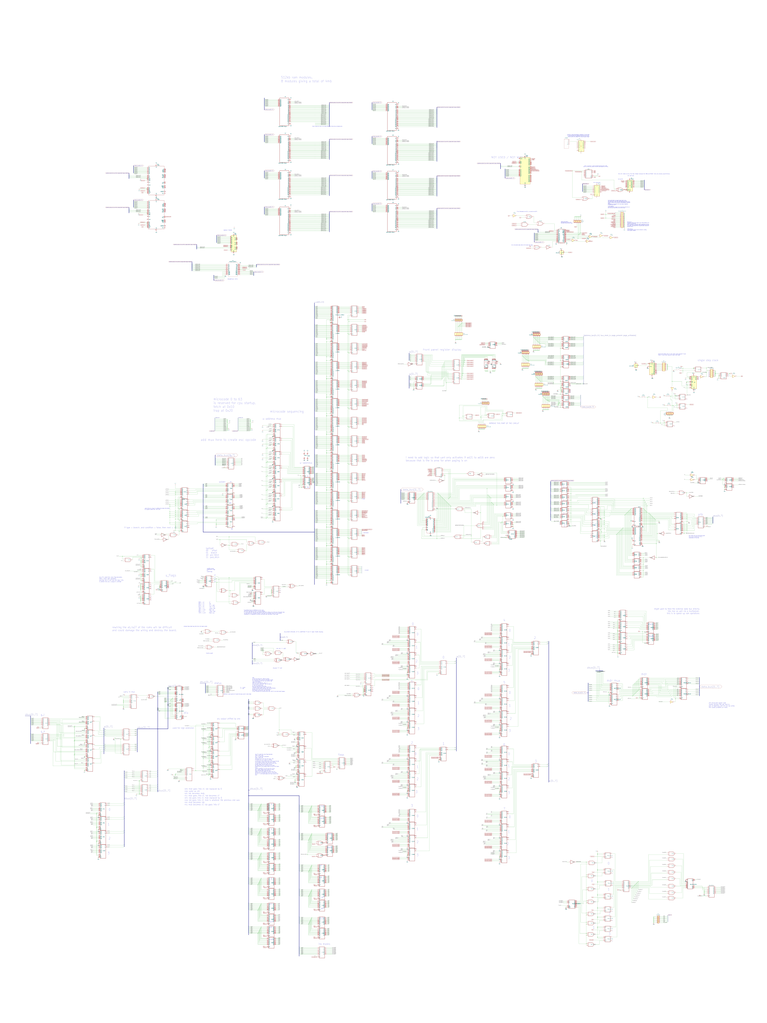
<source format=kicad_sch>
(kicad_sch (version 20231120) (generator "eeschema") (generator_version "8.0")
  (paper "User" 2100 2799.99)
  (lib_symbols
    (symbol "16550_1" (pin_names (offset 1.016))
      (property "Reference" "U13" (at 2.1941 44.45 0))
      (property "Value" "16550" (at 2.1941 41.91 0))
      (symbol "16550_1_1_1"
        (pin bidirectional line (at -25.4 35.56 0) (length 3.81) (name "D0") (number "1"))
        (pin input line (at 25.4 -5.08 180) (length 3.81) (name "SIN") (number "10"))
        (pin output line (at 25.4 -7.62 180) (length 3.81) (name "SOUT") (number "11"))
        (pin input line (at -25.4 5.08 0) (length 3.81) (name "CS0") (number "12"))
        (pin input line (at -25.4 2.54 0) (length 3.81) (name "CS1") (number "13"))
        (pin input line (at -25.4 0 0) (length 3.81) (name "~{CS2}") (number "14"))
        (pin output line (at 25.4 -30.48 180) (length 3.81) (name "~{BAUDOUT}") (number "15"))
        (pin input line (at -25.4 -5.08 0) (length 3.81) (name "XIN") (number "16"))
        (pin output line (at -25.4 -12.7 0) (length 3.81) (name "XOUT") (number "17"))
        (pin input line (at -25.4 -20.32 0) (length 3.81) (name "~{WR}") (number "18"))
        (pin input line (at -25.4 -22.86 0) (length 3.81) (name "WR") (number "19"))
        (pin bidirectional line (at -25.4 33.02 0) (length 3.81) (name "D1") (number "2"))
        (pin power_in line (at 0 -43.18 90) (length 3.81) (name "GND") (number "20"))
        (pin input line (at -25.4 -27.94 0) (length 3.81) (name "~{RD}") (number "21"))
        (pin input line (at -25.4 -25.4 0) (length 3.81) (name "RD") (number "22"))
        (pin output line (at 25.4 -20.32 180) (length 3.81) (name "DDIS") (number "23"))
        (pin output line (at 25.4 -17.78 180) (length 3.81) (name "~{TXRDY}") (number "24"))
        (pin input line (at -25.4 -30.48 0) (length 3.81) (name "~{ADS}") (number "25"))
        (pin input line (at -25.4 7.62 0) (length 3.81) (name "A2") (number "26"))
        (pin input line (at -25.4 10.16 0) (length 3.81) (name "A1") (number "27"))
        (pin input line (at -25.4 12.7 0) (length 3.81) (name "A0") (number "28"))
        (pin output line (at 25.4 -15.24 180) (length 3.81) (name "~{RXRDY}") (number "29"))
        (pin bidirectional line (at -25.4 30.48 0) (length 3.81) (name "D2") (number "3"))
        (pin output line (at -25.4 -33.02 0) (length 3.81) (name "INTR") (number "30"))
        (pin output line (at 25.4 7.62 180) (length 3.81) (name "~{OUT2}") (number "31"))
        (pin output line (at 25.4 10.16 180) (length 3.81) (name "~{RTS}") (number "32"))
        (pin output line (at 25.4 12.7 180) (length 3.81) (name "~{DTR}") (number "33"))
        (pin output line (at 25.4 15.24 180) (length 3.81) (name "~{OUT1}") (number "34"))
        (pin input line (at -25.4 -35.56 0) (length 3.81) (name "MR") (number "35"))
        (pin input line (at 25.4 22.86 180) (length 3.81) (name "~{CTS}") (number "36"))
        (pin input line (at 25.4 25.4 180) (length 3.81) (name "~{DSR}") (number "37"))
        (pin input line (at 25.4 27.94 180) (length 3.81) (name "~{DCD}") (number "38"))
        (pin input line (at 25.4 30.48 180) (length 3.81) (name "~{RI}") (number "39"))
        (pin bidirectional line (at -25.4 27.94 0) (length 3.81) (name "D3") (number "4"))
        (pin power_in line (at 0 43.18 270) (length 3.81) (name "VCC") (number "40"))
        (pin bidirectional line (at -25.4 25.4 0) (length 3.81) (name "D4") (number "5"))
        (pin bidirectional line (at -25.4 22.86 0) (length 3.81) (name "D5") (number "6"))
        (pin bidirectional line (at -25.4 20.32 0) (length 3.81) (name "D6") (number "7"))
        (pin bidirectional line (at -25.4 17.78 0) (length 3.81) (name "D7") (number "8"))
        (pin input line (at 25.4 -35.56 180) (length 3.81) (name "RCLK") (number "9"))
      )
    )
    (symbol "4xxx:4040" (pin_names (offset 1.016))
      (property "Reference" "U" (at -7.62 16.51 0))
      (property "Value" "4040" (at -7.62 -19.05 0))
      (symbol "4040_1_0"
        (pin output line (at 12.7 -15.24 180) (length 5.08) (name "Q11") (number "1"))
        (pin input inverted_clock (at -12.7 12.7 0) (length 5.08) (name "CLK") (number "10"))
        (pin input line (at -12.7 5.08 0) (length 5.08) (name "Reset") (number "11"))
        (pin output line (at 12.7 -7.62 180) (length 5.08) (name "Q8") (number "12"))
        (pin output line (at 12.7 -5.08 180) (length 5.08) (name "Q7") (number "13"))
        (pin output line (at 12.7 -10.16 180) (length 5.08) (name "Q9") (number "14"))
        (pin output line (at 12.7 -12.7 180) (length 5.08) (name "Q10") (number "15"))
        (pin power_in line (at 0 20.32 270) (length 5.08) (name "VDD") (number "16"))
        (pin output line (at 12.7 0 180) (length 5.08) (name "Q5") (number "2"))
        (pin output line (at 12.7 2.54 180) (length 5.08) (name "Q4") (number "3"))
        (pin output line (at 12.7 -2.54 180) (length 5.08) (name "Q6") (number "4"))
        (pin output line (at 12.7 5.08 180) (length 5.08) (name "Q3") (number "5"))
        (pin output line (at 12.7 7.62 180) (length 5.08) (name "Q2") (number "6"))
        (pin output line (at 12.7 10.16 180) (length 5.08) (name "Q1") (number "7"))
        (pin power_in line (at 0 -22.86 90) (length 5.08) (name "VSS") (number "8"))
        (pin output line (at 12.7 12.7 180) (length 5.08) (name "Q0") (number "9"))
      )
    )
    (symbol "74138N_1"
      (property "Reference" "IC116" (at -5.08 11.176 0))
      (property "Value" "74138N" (at -10.16 -15.24 0))
      (symbol "74138N_1_1_0"
        (pin input line (at -15.24 7.62 0) (length 5.08) (name "A") (number "1"))
        (pin output inverted (at 12.7 -5.08 180) (length 5.08) (name "Y5") (number "10"))
        (pin output inverted (at 12.7 -2.54 180) (length 5.08) (name "Y4") (number "11"))
        (pin output inverted (at 12.7 0 180) (length 5.08) (name "Y3") (number "12"))
        (pin output inverted (at 12.7 2.54 180) (length 5.08) (name "Y2") (number "13"))
        (pin output inverted (at 12.7 5.08 180) (length 5.08) (name "Y1") (number "14"))
        (pin output inverted (at 12.7 7.62 180) (length 5.08) (name "Y0") (number "15"))
        (pin input line (at -15.24 5.08 0) (length 5.08) (name "B") (number "2"))
        (pin input line (at -15.24 2.54 0) (length 5.08) (name "C") (number "3"))
        (pin input inverted (at -15.24 -7.62 0) (length 5.08) (name "G2A") (number "4"))
        (pin input inverted (at -15.24 -10.16 0) (length 5.08) (name "G2B") (number "5"))
        (pin input line (at -15.24 -5.08 0) (length 5.08) (name "G1") (number "6"))
        (pin output inverted (at 12.7 -10.16 180) (length 5.08) (name "Y7") (number "7"))
        (pin output inverted (at 12.7 -7.62 180) (length 5.08) (name "Y6") (number "9"))
      )
      (symbol "74138N_1_2_0"
        (text "GND" (at 1.905 -7.62 900) (effects (font (size 1.27 1.0795)) (justify left bottom)))
        (text "VCC" (at 1.905 5.08 900) (effects (font (size 1.27 1.0795)) (justify left bottom)))
        (pin power_in line (at 0 10.16 270) (length 7.62) (name "VCC") (number "16"))
        (pin power_in line (at 0 -10.16 90) (length 7.62) (name "GND") (number "8"))
      )
    )
    (symbol "74138N_2"
      (property "Reference" "IC176" (at -0.635 -0.635 0))
      (property "Value" "74138N" (at -10.16 -15.24 0))
      (symbol "74138N_2_1_0"
        (pin input line (at -15.24 7.62 0) (length 5.08) (name "A") (number "1"))
        (pin output inverted (at 12.7 -5.08 180) (length 5.08) (name "Y5") (number "10"))
        (pin output inverted (at 12.7 -2.54 180) (length 5.08) (name "Y4") (number "11"))
        (pin output inverted (at 12.7 0 180) (length 5.08) (name "Y3") (number "12"))
        (pin output inverted (at 12.7 2.54 180) (length 5.08) (name "Y2") (number "13"))
        (pin output inverted (at 12.7 5.08 180) (length 5.08) (name "Y1") (number "14"))
        (pin output inverted (at 12.7 7.62 180) (length 5.08) (name "Y0") (number "15"))
        (pin input line (at -15.24 5.08 0) (length 5.08) (name "B") (number "2"))
        (pin input line (at -15.24 2.54 0) (length 5.08) (name "C") (number "3"))
        (pin input inverted (at -15.24 -7.62 0) (length 5.08) (name "G2A") (number "4"))
        (pin input inverted (at -15.24 -10.16 0) (length 5.08) (name "G2B") (number "5"))
        (pin input line (at -15.24 -5.08 0) (length 5.08) (name "G1") (number "6"))
        (pin output inverted (at 12.7 -10.16 180) (length 5.08) (name "Y7") (number "7"))
        (pin output inverted (at 12.7 -7.62 180) (length 5.08) (name "Y6") (number "9"))
      )
      (symbol "74138N_2_2_0"
        (text "GND" (at 1.905 -7.62 900) (effects (font (size 1.27 1.0795)) (justify left bottom)))
        (text "VCC" (at 1.905 5.08 900) (effects (font (size 1.27 1.0795)) (justify left bottom)))
        (pin power_in line (at 0 10.16 270) (length 7.62) (name "VCC") (number "16"))
        (pin power_in line (at 0 -10.16 90) (length 7.62) (name "GND") (number "8"))
      )
    )
    (symbol "74xx:74HC04"
      (property "Reference" "U" (at 0 1.27 0))
      (property "Value" "74HC04" (at 0 -1.27 0))
      (symbol "74HC04_1_0"
        (pin input line (at -7.62 0 0) (length 3.81) (name "~") (number "1"))
        (pin output inverted (at 7.62 0 180) (length 3.81) (name "~") (number "2"))
      )
      (symbol "74HC04_2_0"
        (pin input line (at -7.62 0 0) (length 3.81) (name "~") (number "3"))
        (pin output inverted (at 7.62 0 180) (length 3.81) (name "~") (number "4"))
      )
      (symbol "74HC04_3_0"
        (pin input line (at -7.62 0 0) (length 3.81) (name "~") (number "5"))
        (pin output inverted (at 7.62 0 180) (length 3.81) (name "~") (number "6"))
      )
      (symbol "74HC04_4_0"
        (pin output inverted (at 7.62 0 180) (length 3.81) (name "~") (number "8"))
        (pin input line (at -7.62 0 0) (length 3.81) (name "~") (number "9"))
      )
      (symbol "74HC04_5_0"
        (pin output inverted (at 7.62 0 180) (length 3.81) (name "~") (number "10"))
        (pin input line (at -7.62 0 0) (length 3.81) (name "~") (number "11"))
      )
      (symbol "74HC04_6_0"
        (pin output inverted (at 7.62 0 180) (length 3.81) (name "~") (number "12"))
        (pin input line (at -7.62 0 0) (length 3.81) (name "~") (number "13"))
      )
      (symbol "74HC04_7_0"
        (pin power_in line (at 0 12.7 270) (length 5.08) (name "VCC") (number "14"))
        (pin power_in line (at 0 -12.7 90) (length 5.08) (name "GND") (number "7"))
      )
    )
    (symbol "74xx:74HCT244"
      (property "Reference" "U" (at -7.62 16.51 0))
      (property "Value" "74HCT244" (at -7.62 -16.51 0))
      (symbol "74HCT244_1_0"
        (pin input inverted (at -12.7 -10.16 0) (length 5.08) (name "1OE") (number "1"))
        (pin power_in line (at 0 -20.32 90) (length 5.08) (name "GND") (number "10"))
        (pin input line (at -12.7 -5.08 0) (length 5.08) (name "2A3") (number "11"))
        (pin tri_state line (at 12.7 5.08 180) (length 5.08) (name "1Y3") (number "12"))
        (pin input line (at -12.7 -2.54 0) (length 5.08) (name "2A2") (number "13"))
        (pin tri_state line (at 12.7 7.62 180) (length 5.08) (name "1Y2") (number "14"))
        (pin input line (at -12.7 0 0) (length 5.08) (name "2A1") (number "15"))
        (pin tri_state line (at 12.7 10.16 180) (length 5.08) (name "1Y1") (number "16"))
        (pin input line (at -12.7 2.54 0) (length 5.08) (name "2A0") (number "17"))
        (pin tri_state line (at 12.7 12.7 180) (length 5.08) (name "1Y0") (number "18"))
        (pin input inverted (at -12.7 -12.7 0) (length 5.08) (name "2OE") (number "19"))
        (pin input line (at -12.7 12.7 0) (length 5.08) (name "1A0") (number "2"))
        (pin power_in line (at 0 20.32 270) (length 5.08) (name "VCC") (number "20"))
        (pin tri_state line (at 12.7 2.54 180) (length 5.08) (name "2Y0") (number "3"))
        (pin input line (at -12.7 10.16 0) (length 5.08) (name "1A1") (number "4"))
        (pin tri_state line (at 12.7 0 180) (length 5.08) (name "2Y1") (number "5"))
        (pin input line (at -12.7 7.62 0) (length 5.08) (name "1A2") (number "6"))
        (pin tri_state line (at 12.7 -2.54 180) (length 5.08) (name "2Y2") (number "7"))
        (pin input line (at -12.7 5.08 0) (length 5.08) (name "1A3") (number "8"))
        (pin tri_state line (at 12.7 -5.08 180) (length 5.08) (name "2Y3") (number "9"))
      )
    )
    (symbol "74xx:74LS06" (pin_names (offset 1.016))
      (property "Reference" "U" (at 0 1.27 0))
      (property "Value" "74LS06" (at 0 -1.27 0))
      (symbol "74LS06_1_0"
        (pin input line (at -7.62 0 0) (length 3.81) (name "~") (number "1"))
        (pin open_collector inverted (at 7.62 0 180) (length 3.81) (name "~") (number "2"))
      )
      (symbol "74LS06_2_0"
        (pin input line (at -7.62 0 0) (length 3.81) (name "~") (number "3"))
        (pin open_collector inverted (at 7.62 0 180) (length 3.81) (name "~") (number "4"))
      )
      (symbol "74LS06_3_0"
        (pin input line (at -7.62 0 0) (length 3.81) (name "~") (number "5"))
        (pin open_collector inverted (at 7.62 0 180) (length 3.81) (name "~") (number "6"))
      )
      (symbol "74LS06_4_0"
        (pin open_collector inverted (at 7.62 0 180) (length 3.81) (name "~") (number "8"))
        (pin input line (at -7.62 0 0) (length 3.81) (name "~") (number "9"))
      )
      (symbol "74LS06_5_0"
        (pin open_collector inverted (at 7.62 0 180) (length 3.81) (name "~") (number "10"))
        (pin input line (at -7.62 0 0) (length 3.81) (name "~") (number "11"))
      )
      (symbol "74LS06_6_0"
        (pin open_collector inverted (at 7.62 0 180) (length 3.81) (name "~") (number "12"))
        (pin input line (at -7.62 0 0) (length 3.81) (name "~") (number "13"))
      )
      (symbol "74LS06_7_0"
        (pin power_in line (at 0 12.7 270) (length 5.08) (name "VCC") (number "14"))
        (pin power_in line (at 0 -12.7 90) (length 5.08) (name "GND") (number "7"))
      )
    )
    (symbol "74xx:74LS173" (pin_names (offset 1.016))
      (property "Reference" "U" (at -7.62 19.05 0))
      (property "Value" "74LS173" (at -7.62 -19.05 0))
      (symbol "74LS173_1_0"
        (pin input inverted (at -12.7 2.54 0) (length 5.08) (name "Oe1") (number "1"))
        (pin input inverted (at -12.7 -7.62 0) (length 5.08) (name "E2") (number "10"))
        (pin input line (at -12.7 7.62 0) (length 5.08) (name "D3") (number "11"))
        (pin input line (at -12.7 10.16 0) (length 5.08) (name "D2") (number "12"))
        (pin input line (at -12.7 12.7 0) (length 5.08) (name "D1") (number "13"))
        (pin input line (at -12.7 15.24 0) (length 5.08) (name "D0") (number "14"))
        (pin input line (at -12.7 -15.24 0) (length 5.08) (name "Mr") (number "15"))
        (pin power_in line (at 0 22.86 270) (length 5.08) (name "VCC") (number "16"))
        (pin input inverted (at -12.7 0 0) (length 5.08) (name "Oe2") (number "2"))
        (pin tri_state line (at 12.7 15.24 180) (length 5.08) (name "Q0") (number "3"))
        (pin tri_state line (at 12.7 12.7 180) (length 5.08) (name "Q1") (number "4"))
        (pin tri_state line (at 12.7 10.16 180) (length 5.08) (name "Q2") (number "5"))
        (pin tri_state line (at 12.7 7.62 180) (length 5.08) (name "Q3") (number "6"))
        (pin input clock (at -12.7 -10.16 0) (length 5.08) (name "Cp") (number "7"))
        (pin power_in line (at 0 -22.86 90) (length 5.08) (name "GND") (number "8"))
        (pin input inverted (at -12.7 -5.08 0) (length 5.08) (name "E1") (number "9"))
      )
    )
    (symbol "74xx:74LS244" (pin_names (offset 1.016))
      (property "Reference" "U" (at -7.62 16.51 0))
      (property "Value" "74LS244" (at -7.62 -16.51 0))
      (symbol "74LS244_1_0"
        (pin input inverted (at -12.7 -10.16 0) (length 5.08) (name "OEa") (number "1"))
        (pin power_in line (at 0 -20.32 90) (length 5.08) (name "GND") (number "10"))
        (pin input line (at -12.7 2.54 0) (length 5.08) (name "I0b") (number "11"))
        (pin tri_state line (at 12.7 5.08 180) (length 5.08) (name "O3a") (number "12"))
        (pin input line (at -12.7 0 0) (length 5.08) (name "I1b") (number "13"))
        (pin tri_state line (at 12.7 7.62 180) (length 5.08) (name "O2a") (number "14"))
        (pin input line (at -12.7 -2.54 0) (length 5.08) (name "I2b") (number "15"))
        (pin tri_state line (at 12.7 10.16 180) (length 5.08) (name "O1a") (number "16"))
        (pin input line (at -12.7 -5.08 0) (length 5.08) (name "I3b") (number "17"))
        (pin tri_state line (at 12.7 12.7 180) (length 5.08) (name "O0a") (number "18"))
        (pin input inverted (at -12.7 -12.7 0) (length 5.08) (name "OEb") (number "19"))
        (pin input line (at -12.7 12.7 0) (length 5.08) (name "I0a") (number "2"))
        (pin power_in line (at 0 20.32 270) (length 5.08) (name "VCC") (number "20"))
        (pin tri_state line (at 12.7 -5.08 180) (length 5.08) (name "O3b") (number "3"))
        (pin input line (at -12.7 10.16 0) (length 5.08) (name "I1a") (number "4"))
        (pin tri_state line (at 12.7 -2.54 180) (length 5.08) (name "O2b") (number "5"))
        (pin input line (at -12.7 7.62 0) (length 5.08) (name "I2a") (number "6"))
        (pin tri_state line (at 12.7 0 180) (length 5.08) (name "O1b") (number "7"))
        (pin input line (at -12.7 5.08 0) (length 5.08) (name "I3a") (number "8"))
        (pin tri_state line (at 12.7 2.54 180) (length 5.08) (name "O0b") (number "9"))
      )
    )
    (symbol "74xx:74LS377" (pin_names (offset 1.016))
      (property "Reference" "U" (at -7.62 16.51 0))
      (property "Value" "74LS377" (at -7.62 -16.51 0))
      (symbol "74LS377_1_0"
        (pin input line (at -12.7 -12.7 0) (length 5.08) (name "~{E}") (number "1"))
        (pin power_in line (at 0 -20.32 90) (length 5.08) (name "GND") (number "10"))
        (pin input clock (at -12.7 -10.16 0) (length 5.08) (name "CP") (number "11"))
        (pin output line (at 12.7 2.54 180) (length 5.08) (name "Q4") (number "12"))
        (pin input line (at -12.7 2.54 0) (length 5.08) (name "D4") (number "13"))
        (pin input line (at -12.7 0 0) (length 5.08) (name "D5") (number "14"))
        (pin output line (at 12.7 0 180) (length 5.08) (name "Q5") (number "15"))
        (pin output line (at 12.7 -2.54 180) (length 5.08) (name "Q6") (number "16"))
        (pin input line (at -12.7 -2.54 0) (length 5.08) (name "D6") (number "17"))
        (pin input line (at -12.7 -5.08 0) (length 5.08) (name "D7") (number "18"))
        (pin output line (at 12.7 -5.08 180) (length 5.08) (name "Q7") (number "19"))
        (pin output line (at 12.7 12.7 180) (length 5.08) (name "Q0") (number "2"))
        (pin power_in line (at 0 20.32 270) (length 5.08) (name "VCC") (number "20"))
        (pin input line (at -12.7 12.7 0) (length 5.08) (name "D0") (number "3"))
        (pin input line (at -12.7 10.16 0) (length 5.08) (name "D1") (number "4"))
        (pin output line (at 12.7 10.16 180) (length 5.08) (name "Q1") (number "5"))
        (pin output line (at 12.7 7.62 180) (length 5.08) (name "Q2") (number "6"))
        (pin input line (at -12.7 7.62 0) (length 5.08) (name "D2") (number "7"))
        (pin input line (at -12.7 5.08 0) (length 5.08) (name "D3") (number "8"))
        (pin output line (at 12.7 5.08 180) (length 5.08) (name "Q3") (number "9"))
      )
    )
    (symbol "Connector_Generic:Conn_02x17_Odd_Even" (pin_names (offset 1.016) hide)
      (property "Reference" "J" (at 1.27 22.86 0))
      (property "Value" "Conn_02x17_Odd_Even" (at 1.27 -22.86 0))
      (symbol "Conn_02x17_Odd_Even_1_1"
        (pin passive line (at -5.08 20.32 0) (length 3.81) (name "Pin_1") (number "1"))
        (pin passive line (at 7.62 10.16 180) (length 3.81) (name "Pin_10") (number "10"))
        (pin passive line (at -5.08 7.62 0) (length 3.81) (name "Pin_11") (number "11"))
        (pin passive line (at 7.62 7.62 180) (length 3.81) (name "Pin_12") (number "12"))
        (pin passive line (at -5.08 5.08 0) (length 3.81) (name "Pin_13") (number "13"))
        (pin passive line (at 7.62 5.08 180) (length 3.81) (name "Pin_14") (number "14"))
        (pin passive line (at -5.08 2.54 0) (length 3.81) (name "Pin_15") (number "15"))
        (pin passive line (at 7.62 2.54 180) (length 3.81) (name "Pin_16") (number "16"))
        (pin passive line (at -5.08 0 0) (length 3.81) (name "Pin_17") (number "17"))
        (pin passive line (at 7.62 0 180) (length 3.81) (name "Pin_18") (number "18"))
        (pin passive line (at -5.08 -2.54 0) (length 3.81) (name "Pin_19") (number "19"))
        (pin passive line (at 7.62 20.32 180) (length 3.81) (name "Pin_2") (number "2"))
        (pin passive line (at 7.62 -2.54 180) (length 3.81) (name "Pin_20") (number "20"))
        (pin passive line (at -5.08 -5.08 0) (length 3.81) (name "Pin_21") (number "21"))
        (pin passive line (at 7.62 -5.08 180) (length 3.81) (name "Pin_22") (number "22"))
        (pin passive line (at -5.08 -7.62 0) (length 3.81) (name "Pin_23") (number "23"))
        (pin passive line (at 7.62 -7.62 180) (length 3.81) (name "Pin_24") (number "24"))
        (pin passive line (at -5.08 -10.16 0) (length 3.81) (name "Pin_25") (number "25"))
        (pin passive line (at 7.62 -10.16 180) (length 3.81) (name "Pin_26") (number "26"))
        (pin passive line (at -5.08 -12.7 0) (length 3.81) (name "Pin_27") (number "27"))
        (pin passive line (at 7.62 -12.7 180) (length 3.81) (name "Pin_28") (number "28"))
        (pin passive line (at -5.08 -15.24 0) (length 3.81) (name "Pin_29") (number "29"))
        (pin passive line (at -5.08 17.78 0) (length 3.81) (name "Pin_3") (number "3"))
        (pin passive line (at 7.62 -15.24 180) (length 3.81) (name "Pin_30") (number "30"))
        (pin passive line (at -5.08 -17.78 0) (length 3.81) (name "Pin_31") (number "31"))
        (pin passive line (at 7.62 -17.78 180) (length 3.81) (name "Pin_32") (number "32"))
        (pin passive line (at -5.08 -20.32 0) (length 3.81) (name "Pin_33") (number "33"))
        (pin passive line (at 7.62 -20.32 180) (length 3.81) (name "Pin_34") (number "34"))
        (pin passive line (at 7.62 17.78 180) (length 3.81) (name "Pin_4") (number "4"))
        (pin passive line (at -5.08 15.24 0) (length 3.81) (name "Pin_5") (number "5"))
        (pin passive line (at 7.62 15.24 180) (length 3.81) (name "Pin_6") (number "6"))
        (pin passive line (at -5.08 12.7 0) (length 3.81) (name "Pin_7") (number "7"))
        (pin passive line (at 7.62 12.7 180) (length 3.81) (name "Pin_8") (number "8"))
        (pin passive line (at -5.08 10.16 0) (length 3.81) (name "Pin_9") (number "9"))
      )
    )
    (symbol "Device:C" (pin_numbers hide) (pin_names (offset 0.254))
      (property "Reference" "C" (at 0.635 2.54 0))
      (property "Value" "C" (at 0.635 -2.54 0))
      (symbol "C_1_1"
        (pin passive line (at 0 3.81 270) (length 2.794) (name "~") (number "1"))
        (pin passive line (at 0 -3.81 90) (length 2.794) (name "~") (number "2"))
      )
    )
    (symbol "Device:R_Pack08" (pin_names (offset 0) hide)
      (property "Reference" "RN" (at -12.7 0 90))
      (property "Value" "R_Pack08" (at 10.16 0 90))
      (symbol "R_Pack08_1_1"
        (pin passive line (at -10.16 -5.08 90) (length 2.54) (name "R1.1") (number "1"))
        (pin passive line (at 5.08 5.08 270) (length 2.54) (name "R7.2") (number "10"))
        (pin passive line (at 2.54 5.08 270) (length 2.54) (name "R6.2") (number "11"))
        (pin passive line (at 0 5.08 270) (length 2.54) (name "R5.2") (number "12"))
        (pin passive line (at -2.54 5.08 270) (length 2.54) (name "R4.2") (number "13"))
        (pin passive line (at -5.08 5.08 270) (length 2.54) (name "R3.2") (number "14"))
        (pin passive line (at -7.62 5.08 270) (length 2.54) (name "R2.2") (number "15"))
        (pin passive line (at -10.16 5.08 270) (length 2.54) (name "R1.2") (number "16"))
        (pin passive line (at -7.62 -5.08 90) (length 2.54) (name "R2.1") (number "2"))
        (pin passive line (at -5.08 -5.08 90) (length 2.54) (name "R3.1") (number "3"))
        (pin passive line (at -2.54 -5.08 90) (length 2.54) (name "R4.1") (number "4"))
        (pin passive line (at 0 -5.08 90) (length 2.54) (name "R5.1") (number "5"))
        (pin passive line (at 2.54 -5.08 90) (length 2.54) (name "R6.1") (number "6"))
        (pin passive line (at 5.08 -5.08 90) (length 2.54) (name "R7.1") (number "7"))
        (pin passive line (at 7.62 -5.08 90) (length 2.54) (name "R8.1") (number "8"))
        (pin passive line (at 7.62 5.08 270) (length 2.54) (name "R8.2") (number "9"))
      )
    )
    (symbol "GND_1" (power) (pin_numbers hide) (pin_names (offset 0) hide)
      (property "Value" "GND" (at 0 -3.81 0))
      (symbol "GND_1_1_1"
        (pin power_in line (at 0 0 270) (length 0) (name "~") (number "1"))
      )
    )
    (symbol "HTIL311A_1"
      (property "Reference" "DIS2" (at -3.5277 -3.3827 0))
      (symbol "HTIL311A_1_0_0"
        (pin input line (at 8.89 0 180) (length 5.08) (name "LEDSUP") (number "1"))
        (pin power_in line (at 8.89 5.08 180) (length 5.08) (name "VCC") (number "14"))
        (pin power_in line (at 8.89 2.54 180) (length 5.08) (name "GND") (number "7"))
      )
      (symbol "HTIL311A_1_1_0"
        (pin input line (at 2.54 -13.97 90) (length 2.54) (name "DP-R") (number "10"))
        (pin input line (at 2.54 13.97 270) (length 2.54) (name "D3") (number "12"))
        (pin input line (at 0 13.97 270) (length 2.54) (name "D2") (number "13"))
        (pin input line (at -2.54 13.97 270) (length 2.54) (name "D1") (number "2"))
        (pin input line (at -5.08 13.97 270) (length 2.54) (name "D0") (number "3"))
        (pin input line (at -2.54 -13.97 90) (length 2.54) (name "DP-L") (number "4"))
        (pin input line (at -5.08 -13.97 90) (length 2.54) (name "L-SI") (number "5"))
        (pin input line (at 0 -13.97 90) (length 2.54) (name "BI") (number "8"))
      )
      (symbol "HTIL311A_1_1_1"
        (text "GND" (at 1.8828 2.4743 0) (effects (font (size 1 1))))
        (text "LED VCC" (at 0.3258 -0.0453 0) (effects (font (size 1 1))))
        (text "Logic VCC" (at -0.3536 5.0788 0) (effects (font (size 1 1))))
      )
      (symbol "HTIL311A_1_2_0"
        (text "GND" (at 1.905 -5.842 900) (effects (font (size 1.27 1.0795)) (justify left bottom)))
        (text "LED" (at -6.477 1.905 900) (effects (font (size 1.27 1.0795)) (justify right top)))
        (text "SUP" (at -4.826 1.905 900) (effects (font (size 1.27 1.0795)) (justify right top)))
        (text "VCC" (at 1.905 2.413 900) (effects (font (size 1.27 1.0795)) (justify left bottom)))
      )
    )
    (symbol "Interface:8255" (pin_names (offset 1.016))
      (property "Reference" "PIO_0" (at 2.1941 41.91 0))
      (property "Value" "8255" (at 2.1941 39.37 0))
      (symbol "8255_1_1"
        (pin bidirectional line (at 17.78 25.4 180) (length 3.81) (name "PA3") (number "1"))
        (pin bidirectional line (at 17.78 -30.48 180) (length 3.81) (name "PC7") (number "10"))
        (pin bidirectional line (at 17.78 -27.94 180) (length 3.81) (name "PC6") (number "11"))
        (pin bidirectional line (at 17.78 -25.4 180) (length 3.81) (name "PC5") (number "12"))
        (pin bidirectional line (at 17.78 -22.86 180) (length 3.81) (name "PC4") (number "13"))
        (pin bidirectional line (at 17.78 -12.7 180) (length 3.81) (name "PC0") (number "14"))
        (pin bidirectional line (at 17.78 -15.24 180) (length 3.81) (name "PC1") (number "15"))
        (pin bidirectional line (at 17.78 -17.78 180) (length 3.81) (name "PC2") (number "16"))
        (pin bidirectional line (at 17.78 -20.32 180) (length 3.81) (name "PC3") (number "17"))
        (pin bidirectional line (at 17.78 10.16 180) (length 3.81) (name "PB0") (number "18"))
        (pin bidirectional line (at 17.78 7.62 180) (length 3.81) (name "PB1") (number "19"))
        (pin bidirectional line (at 17.78 27.94 180) (length 3.81) (name "PA2") (number "2"))
        (pin bidirectional line (at 17.78 5.08 180) (length 3.81) (name "PB2") (number "20"))
        (pin bidirectional line (at 17.78 2.54 180) (length 3.81) (name "PB3") (number "21"))
        (pin bidirectional line (at 17.78 0 180) (length 3.81) (name "PB4") (number "22"))
        (pin bidirectional line (at 17.78 -2.54 180) (length 3.81) (name "PB5") (number "23"))
        (pin bidirectional line (at 17.78 -5.08 180) (length 3.81) (name "PB6") (number "24"))
        (pin bidirectional line (at 17.78 -7.62 180) (length 3.81) (name "PB7") (number "25"))
        (pin power_in line (at 0 40.64 270) (length 3.81) (name "VCC") (number "26"))
        (pin bidirectional line (at -17.78 -15.24 0) (length 3.81) (name "D7") (number "27"))
        (pin bidirectional line (at -17.78 -12.7 0) (length 3.81) (name "D6") (number "28"))
        (pin bidirectional line (at -17.78 -10.16 0) (length 3.81) (name "D5") (number "29"))
        (pin bidirectional line (at 17.78 30.48 180) (length 3.81) (name "PA1") (number "3"))
        (pin bidirectional line (at -17.78 -7.62 0) (length 3.81) (name "D4") (number "30"))
        (pin bidirectional line (at -17.78 -5.08 0) (length 3.81) (name "D3") (number "31"))
        (pin bidirectional line (at -17.78 -2.54 0) (length 3.81) (name "D2") (number "32"))
        (pin bidirectional line (at -17.78 0 0) (length 3.81) (name "D1") (number "33"))
        (pin bidirectional line (at -17.78 2.54 0) (length 3.81) (name "D0") (number "34"))
        (pin input line (at -17.78 33.02 0) (length 3.81) (name "RESET") (number "35"))
        (pin input line (at -17.78 20.32 0) (length 3.81) (name "~{WR}") (number "36"))
        (pin bidirectional line (at 17.78 15.24 180) (length 3.81) (name "PA7") (number "37"))
        (pin bidirectional line (at 17.78 17.78 180) (length 3.81) (name "PA6") (number "38"))
        (pin bidirectional line (at 17.78 20.32 180) (length 3.81) (name "PA5") (number "39"))
        (pin bidirectional line (at 17.78 33.02 180) (length 3.81) (name "PA0") (number "4"))
        (pin bidirectional line (at 17.78 22.86 180) (length 3.81) (name "PA4") (number "40"))
        (pin input line (at -17.78 22.86 0) (length 3.81) (name "~{RD}") (number "5"))
        (pin input line (at -17.78 25.4 0) (length 3.81) (name "~{CS}") (number "6"))
        (pin power_in line (at 0 -40.64 90) (length 3.81) (name "GND") (number "7"))
        (pin input line (at -17.78 10.16 0) (length 3.81) (name "A1") (number "8"))
        (pin input line (at -17.78 12.7 0) (length 3.81) (name "A0") (number "9"))
      )
    )
    (symbol "Interface_UART:16550" (pin_names (offset 1.016))
      (property "Reference" "U14" (at 2.1941 44.45 0))
      (property "Value" "16550" (at 2.1941 41.91 0))
      (symbol "16550_1_1"
        (pin bidirectional line (at -25.4 35.56 0) (length 3.81) (name "D0") (number "1"))
        (pin input line (at 25.4 -5.08 180) (length 3.81) (name "SIN") (number "10"))
        (pin output line (at 25.4 -7.62 180) (length 3.81) (name "SOUT") (number "11"))
        (pin input line (at -25.4 5.08 0) (length 3.81) (name "CS0") (number "12"))
        (pin input line (at -25.4 2.54 0) (length 3.81) (name "CS1") (number "13"))
        (pin input line (at -25.4 0 0) (length 3.81) (name "~{CS2}") (number "14"))
        (pin output line (at 25.4 -30.48 180) (length 3.81) (name "~{BAUDOUT}") (number "15"))
        (pin input line (at -25.4 -5.08 0) (length 3.81) (name "XIN") (number "16"))
        (pin output line (at -25.4 -12.7 0) (length 3.81) (name "XOUT") (number "17"))
        (pin input line (at -25.4 -20.32 0) (length 3.81) (name "~{WR}") (number "18"))
        (pin input line (at -25.4 -22.86 0) (length 3.81) (name "WR") (number "19"))
        (pin bidirectional line (at -25.4 33.02 0) (length 3.81) (name "D1") (number "2"))
        (pin power_in line (at 0 -43.18 90) (length 3.81) (name "GND") (number "20"))
        (pin input line (at -25.4 -27.94 0) (length 3.81) (name "~{RD}") (number "21"))
        (pin input line (at -25.4 -25.4 0) (length 3.81) (name "RD") (number "22"))
        (pin output line (at 25.4 -20.32 180) (length 3.81) (name "DDIS") (number "23"))
        (pin output line (at 25.4 -17.78 180) (length 3.81) (name "~{TXRDY}") (number "24"))
        (pin input line (at -25.4 -30.48 0) (length 3.81) (name "~{ADS}") (number "25"))
        (pin input line (at -25.4 7.62 0) (length 3.81) (name "A2") (number "26"))
        (pin input line (at -25.4 10.16 0) (length 3.81) (name "A1") (number "27"))
        (pin input line (at -25.4 12.7 0) (length 3.81) (name "A0") (number "28"))
        (pin output line (at 25.4 -15.24 180) (length 3.81) (name "~{RXRDY}") (number "29"))
        (pin bidirectional line (at -25.4 30.48 0) (length 3.81) (name "D2") (number "3"))
        (pin output line (at -25.4 -33.02 0) (length 3.81) (name "INTR") (number "30"))
        (pin output line (at 25.4 7.62 180) (length 3.81) (name "~{OUT2}") (number "31"))
        (pin output line (at 25.4 10.16 180) (length 3.81) (name "~{RTS}") (number "32"))
        (pin output line (at 25.4 12.7 180) (length 3.81) (name "~{DTR}") (number "33"))
        (pin output line (at 25.4 15.24 180) (length 3.81) (name "~{OUT1}") (number "34"))
        (pin input line (at -25.4 -35.56 0) (length 3.81) (name "MR") (number "35"))
        (pin input line (at 25.4 22.86 180) (length 3.81) (name "~{CTS}") (number "36"))
        (pin input line (at 25.4 25.4 180) (length 3.81) (name "~{DSR}") (number "37"))
        (pin input line (at 25.4 27.94 180) (length 3.81) (name "~{DCD}") (number "38"))
        (pin input line (at 25.4 30.48 180) (length 3.81) (name "~{RI}") (number "39"))
        (pin bidirectional line (at -25.4 27.94 0) (length 3.81) (name "D3") (number "4"))
        (pin power_in line (at 0 43.18 270) (length 3.81) (name "VCC") (number "40"))
        (pin bidirectional line (at -25.4 25.4 0) (length 3.81) (name "D4") (number "5"))
        (pin bidirectional line (at -25.4 22.86 0) (length 3.81) (name "D5") (number "6"))
        (pin bidirectional line (at -25.4 20.32 0) (length 3.81) (name "D6") (number "7"))
        (pin bidirectional line (at -25.4 17.78 0) (length 3.81) (name "D7") (number "8"))
        (pin input line (at 25.4 -35.56 180) (length 3.81) (name "RCLK") (number "9"))
      )
    )
    (symbol "Memory_RAM:KM62256CLP"
      (property "Reference" "U15" (at 2.1941 25.4 0))
      (property "Value" "KM62256CLP" (at 2.1941 22.86 0))
      (symbol "KM62256CLP_0_0"
        (pin power_in line (at 0 -22.86 90) (length 2.54) (name "GND") (number "14"))
        (pin power_in line (at 0 22.86 270) (length 2.54) (name "VCC") (number "28"))
      )
      (symbol "KM62256CLP_1_1"
        (pin input line (at -12.7 -17.78 0) (length 2.54) (name "A14") (number "1"))
        (pin input line (at -12.7 17.78 0) (length 2.54) (name "A0") (number "10"))
        (pin tri_state line (at 12.7 17.78 180) (length 2.54) (name "Q0") (number "11"))
        (pin tri_state line (at 12.7 15.24 180) (length 2.54) (name "Q1") (number "12"))
        (pin tri_state line (at 12.7 12.7 180) (length 2.54) (name "Q2") (number "13"))
        (pin tri_state line (at 12.7 10.16 180) (length 2.54) (name "Q3") (number "15"))
        (pin tri_state line (at 12.7 7.62 180) (length 2.54) (name "Q4") (number "16"))
        (pin tri_state line (at 12.7 5.08 180) (length 2.54) (name "Q5") (number "17"))
        (pin tri_state line (at 12.7 2.54 180) (length 2.54) (name "Q6") (number "18"))
        (pin tri_state line (at 12.7 0 180) (length 2.54) (name "Q7") (number "19"))
        (pin input line (at -12.7 -12.7 0) (length 2.54) (name "A12") (number "2"))
        (pin input line (at 12.7 -5.08 180) (length 2.54) (name "~{CS}") (number "20"))
        (pin input line (at -12.7 -7.62 0) (length 2.54) (name "A10") (number "21"))
        (pin input line (at 12.7 -10.16 180) (length 2.54) (name "~{OE}") (number "22"))
        (pin input line (at -12.7 -10.16 0) (length 2.54) (name "A11") (number "23"))
        (pin input line (at -12.7 -5.08 0) (length 2.54) (name "A9") (number "24"))
        (pin input line (at -12.7 -2.54 0) (length 2.54) (name "A8") (number "25"))
        (pin input line (at -12.7 -15.24 0) (length 2.54) (name "A13") (number "26"))
        (pin input line (at 12.7 -12.7 180) (length 2.54) (name "~{WE}") (number "27"))
        (pin input line (at -12.7 0 0) (length 2.54) (name "A7") (number "3"))
        (pin input line (at -12.7 2.54 0) (length 2.54) (name "A6") (number "4"))
        (pin input line (at -12.7 5.08 0) (length 2.54) (name "A5") (number "5"))
        (pin input line (at -12.7 7.62 0) (length 2.54) (name "A4") (number "6"))
        (pin input line (at -12.7 10.16 0) (length 2.54) (name "A3") (number "7"))
        (pin input line (at -12.7 12.7 0) (length 2.54) (name "A2") (number "8"))
        (pin input line (at -12.7 15.24 0) (length 2.54) (name "A1") (number "9"))
      )
    )
    (symbol "New_Library:M48T02-200PC1" (pin_names (offset 0.254))
      (property "Reference" "U" (at 20.32 10.16 0))
      (property "Value" "M48T02-200PC1" (at 20.32 7.62 0))
      (symbol "M48T02-200PC1_1_1"
        (pin input line (at 0 0 0) (length 7.62) (name "A7") (number "1"))
        (pin bidirectional line (at 0 -22.86 0) (length 7.62) (name "DQ1") (number "10"))
        (pin bidirectional line (at 0 -25.4 0) (length 7.62) (name "DQ2") (number "11"))
        (pin power_in line (at 0 -27.94 0) (length 7.62) (name "GND") (number "12"))
        (pin bidirectional line (at 40.64 -27.94 180) (length 7.62) (name "DQ3") (number "13"))
        (pin bidirectional line (at 40.64 -25.4 180) (length 7.62) (name "DQ4") (number "14"))
        (pin bidirectional line (at 40.64 -22.86 180) (length 7.62) (name "DQ5") (number "15"))
        (pin bidirectional line (at 40.64 -20.32 180) (length 7.62) (name "DQ6") (number "16"))
        (pin bidirectional line (at 40.64 -17.78 180) (length 7.62) (name "DQ7") (number "17"))
        (pin input line (at 40.64 -15.24 180) (length 7.62) (name "*CE") (number "18"))
        (pin input line (at 40.64 -12.7 180) (length 7.62) (name "A10") (number "19"))
        (pin input line (at 0 -2.54 0) (length 7.62) (name "A6") (number "2"))
        (pin input line (at 40.64 -10.16 180) (length 7.62) (name "*OE") (number "20"))
        (pin input line (at 40.64 -7.62 180) (length 7.62) (name "*WE") (number "21"))
        (pin input line (at 40.64 -5.08 180) (length 7.62) (name "A9") (number "22"))
        (pin input line (at 40.64 -2.54 180) (length 7.62) (name "A8") (number "23"))
        (pin power_in line (at 40.64 0 180) (length 7.62) (name "VCC") (number "24"))
        (pin input line (at 0 -5.08 0) (length 7.62) (name "A5") (number "3"))
        (pin input line (at 0 -7.62 0) (length 7.62) (name "A4") (number "4"))
        (pin input line (at 0 -10.16 0) (length 7.62) (name "A3") (number "5"))
        (pin input line (at 0 -12.7 0) (length 7.62) (name "A2") (number "6"))
        (pin input line (at 0 -15.24 0) (length 7.62) (name "A1") (number "7"))
        (pin input line (at 0 -17.78 0) (length 7.62) (name "A0") (number "8"))
        (pin bidirectional line (at 0 -20.32 0) (length 7.62) (name "DQ0") (number "9"))
      )
    )
    (symbol "Oscillator:ACO-xxxMHz" (pin_names (offset 0.254))
      (property "Reference" "X" (at -5.08 6.35 0))
      (property "Value" "ACO-xxxMHz" (at 1.27 -6.35 0))
      (symbol "ACO-xxxMHz_1_1"
        (pin no_connect line (at -5.08 2.54 0) (length 2.54) hide (name "NC") (number "1"))
        (pin power_in line (at 0 7.62 270) (length 2.54) (name "Vcc") (number "14"))
        (pin power_in line (at 0 -7.62 90) (length 2.54) (name "GND") (number "7"))
        (pin output line (at 7.62 0 180) (length 2.54) (name "OUT") (number "8"))
      )
    )
    (symbol "SPDT_Switch:100SP1T1B4M2QE" (pin_names (offset 1.016))
      (property "Reference" "S" (at -2.54 5.08 0))
      (property "Value" "100SP1T1B4M2QE" (at -2.54 -5.08 0))
      (symbol "100SP1T1B4M2QE_0_0"
        (pin passive line (at 7.62 2.54 180) (length 2.54) (name "~") (number "1"))
        (pin passive line (at -7.62 0 0) (length 2.54) (name "~") (number "2"))
        (pin passive line (at 7.62 -2.54 180) (length 2.54) (name "~") (number "3"))
      )
    )
    (symbol "Sol-1:esp8266"
      (property "Reference" "esp8266" (at -3.81 26.416 0))
      (symbol "esp8266_1_1"
        (pin input line (at 5.08 22.86 180) (length 2.54) (name "rx") (number "0"))
        (pin output line (at 5.08 19.05 180) (length 2.54) (name "tx") (number "1"))
        (pin power_in line (at 5.08 15.24 180) (length 2.54) (name "vcc") (number "2"))
        (pin power_in line (at 5.08 11.43 180) (length 2.54) (name "gnd") (number "3"))
      )
    )
    (symbol "Switch:SW_DIP_x08" (pin_names (offset 0) hide)
      (property "Reference" "SW" (at 0 13.97 0))
      (property "Value" "SW_DIP_x08" (at 0 -11.43 0))
      (symbol "SW_DIP_x08_1_1"
        (pin passive line (at -7.62 10.16 0) (length 5.08) (name "~") (number "1"))
        (pin passive line (at 7.62 -5.08 180) (length 5.08) (name "~") (number "10"))
        (pin passive line (at 7.62 -2.54 180) (length 5.08) (name "~") (number "11"))
        (pin passive line (at 7.62 0 180) (length 5.08) (name "~") (number "12"))
        (pin passive line (at 7.62 2.54 180) (length 5.08) (name "~") (number "13"))
        (pin passive line (at 7.62 5.08 180) (length 5.08) (name "~") (number "14"))
        (pin passive line (at 7.62 7.62 180) (length 5.08) (name "~") (number "15"))
        (pin passive line (at 7.62 10.16 180) (length 5.08) (name "~") (number "16"))
        (pin passive line (at -7.62 7.62 0) (length 5.08) (name "~") (number "2"))
        (pin passive line (at -7.62 5.08 0) (length 5.08) (name "~") (number "3"))
        (pin passive line (at -7.62 2.54 0) (length 5.08) (name "~") (number "4"))
        (pin passive line (at -7.62 0 0) (length 5.08) (name "~") (number "5"))
        (pin passive line (at -7.62 -2.54 0) (length 5.08) (name "~") (number "6"))
        (pin passive line (at -7.62 -5.08 0) (length 5.08) (name "~") (number "7"))
        (pin passive line (at -7.62 -7.62 0) (length 5.08) (name "~") (number "8"))
        (pin passive line (at 7.62 -7.62 180) (length 5.08) (name "~") (number "9"))
      )
    )
    (symbol "Switch:SW_SPST" (pin_names (offset 0) hide)
      (property "Reference" "SW" (at 0 3.175 0))
      (property "Value" "SW_SPST" (at 0 -2.54 0))
      (symbol "SW_SPST_1_1"
        (pin passive line (at -5.08 0 0) (length 2.54) (name "A") (number "1"))
        (pin passive line (at 5.08 0 180) (length 2.54) (name "B") (number "2"))
      )
    )
    (symbol "Timer:8253"
      (property "Reference" "U" (at -5.08 24.13 0))
      (property "Value" "8253" (at 2.54 24.13 0))
      (symbol "8253_1_1"
        (pin bidirectional line (at -10.16 0 0) (length 2.54) (name "D7") (number "1"))
        (pin output line (at 10.16 10.16 180) (length 2.54) (name "OUT0") (number "10"))
        (pin input line (at 10.16 12.7 180) (length 2.54) (name "G0") (number "11"))
        (pin power_in line (at 0 -25.4 90) (length 2.54) (name "GND") (number "12"))
        (pin output line (at 10.16 -2.54 180) (length 2.54) (name "OUT1") (number "13"))
        (pin input line (at 10.16 0 180) (length 2.54) (name "G1") (number "14"))
        (pin input clock (at 10.16 2.54 180) (length 2.54) (name "CLK1") (number "15"))
        (pin input line (at 10.16 -12.7 180) (length 2.54) (name "G2") (number "16"))
        (pin output line (at 10.16 -15.24 180) (length 2.54) (name "OUT2") (number "17"))
        (pin input clock (at 10.16 -10.16 180) (length 2.54) (name "CLK2") (number "18"))
        (pin input line (at -10.16 -10.16 0) (length 2.54) (name "A0") (number "19"))
        (pin bidirectional line (at -10.16 2.54 0) (length 2.54) (name "D6") (number "2"))
        (pin input line (at -10.16 -12.7 0) (length 2.54) (name "A1") (number "20"))
        (pin input line (at -10.16 -17.78 0) (length 2.54) (name "~{CS}") (number "21"))
        (pin input line (at -10.16 -5.08 0) (length 2.54) (name "~{RD}") (number "22"))
        (pin input line (at -10.16 -7.62 0) (length 2.54) (name "~{WR}") (number "23"))
        (pin power_in line (at 0 25.4 270) (length 2.54) (name "VCC") (number "24"))
        (pin bidirectional line (at -10.16 5.08 0) (length 2.54) (name "D5") (number "3"))
        (pin bidirectional line (at -10.16 7.62 0) (length 2.54) (name "D4") (number "4"))
        (pin bidirectional line (at -10.16 10.16 0) (length 2.54) (name "D3") (number "5"))
        (pin bidirectional line (at -10.16 12.7 0) (length 2.54) (name "D2") (number "6"))
        (pin bidirectional line (at -10.16 15.24 0) (length 2.54) (name "D1") (number "7"))
        (pin bidirectional line (at -10.16 17.78 0) (length 2.54) (name "D0") (number "8"))
        (pin input clock (at 10.16 15.24 180) (length 2.54) (name "CLK0") (number "9"))
      )
    )
    (symbol "main-eagle-import:27512"
      (property "Reference" "IC" (at -0.635 -0.635 0))
      (symbol "27512_1_0"
        (pin input line (at -15.24 -15.24 0) (length 5.08) (name "A15") (number "1"))
        (pin input line (at -15.24 22.86 0) (length 5.08) (name "A0") (number "10"))
        (pin tri_state line (at 10.16 22.86 180) (length 5.08) (name "O0") (number "11"))
        (pin tri_state line (at 10.16 20.32 180) (length 5.08) (name "O1") (number "12"))
        (pin tri_state line (at 10.16 17.78 180) (length 5.08) (name "O2") (number "13"))
        (pin tri_state line (at 10.16 15.24 180) (length 5.08) (name "O3") (number "15"))
        (pin tri_state line (at 10.16 12.7 180) (length 5.08) (name "O4") (number "16"))
        (pin tri_state line (at 10.16 10.16 180) (length 5.08) (name "O5") (number "17"))
        (pin tri_state line (at 10.16 7.62 180) (length 5.08) (name "O6") (number "18"))
        (pin tri_state line (at 10.16 5.08 180) (length 5.08) (name "O7") (number "19"))
        (pin input line (at -15.24 -7.62 0) (length 5.08) (name "A12") (number "2"))
        (pin input line (at -15.24 -20.32 0) (length 5.08) (name "~{CE}") (number "20"))
        (pin input line (at -15.24 -2.54 0) (length 5.08) (name "A10") (number "21"))
        (pin input line (at -15.24 -22.86 0) (length 5.08) (name "~{OE}") (number "22"))
        (pin input line (at -15.24 -5.08 0) (length 5.08) (name "A11") (number "23"))
        (pin input line (at -15.24 0 0) (length 5.08) (name "A9") (number "24"))
        (pin input line (at -15.24 2.54 0) (length 5.08) (name "A8") (number "25"))
        (pin input line (at -15.24 -10.16 0) (length 5.08) (name "A13") (number "26"))
        (pin input line (at -15.24 -12.7 0) (length 5.08) (name "A14") (number "27"))
        (pin input line (at -15.24 5.08 0) (length 5.08) (name "A7") (number "3"))
        (pin input line (at -15.24 7.62 0) (length 5.08) (name "A6") (number "4"))
        (pin input line (at -15.24 10.16 0) (length 5.08) (name "A5") (number "5"))
        (pin input line (at -15.24 12.7 0) (length 5.08) (name "A4") (number "6"))
        (pin input line (at -15.24 15.24 0) (length 5.08) (name "A3") (number "7"))
        (pin input line (at -15.24 17.78 0) (length 5.08) (name "A2") (number "8"))
        (pin input line (at -15.24 20.32 0) (length 5.08) (name "A1") (number "9"))
      )
      (symbol "27512_2_0"
        (text "GND" (at 1.905 -5.588 900) (effects (font (size 1.27 1.0795)) (justify left bottom)))
        (text "VCC" (at 1.905 2.413 900) (effects (font (size 1.27 1.0795)) (justify left bottom)))
        (pin power_in line (at 0 -7.62 90) (length 5.08) (name "GND") (number "14"))
        (pin power_in line (at 0 7.62 270) (length 5.08) (name "VCC") (number "28"))
      )
    )
    (symbol "main-eagle-import:58C256P"
      (property "Reference" "IC" (at -10.16 31.115 0))
      (symbol "58C256P_1_0"
        (pin input line (at -15.24 -7.62 0) (length 5.08) (name "A14") (number "1"))
        (pin input line (at -15.24 27.94 0) (length 5.08) (name "A0") (number "10"))
        (pin tri_state line (at 12.7 27.94 180) (length 5.08) (name "I/O0") (number "11"))
        (pin tri_state line (at 12.7 25.4 180) (length 5.08) (name "I/O1") (number "12"))
        (pin tri_state line (at 12.7 22.86 180) (length 5.08) (name "I/O2") (number "13"))
        (pin power_in line (at 12.7 -17.78 180) (length 5.08) (name "VSS") (number "14"))
        (pin tri_state line (at 12.7 20.32 180) (length 5.08) (name "I/O3") (number "15"))
        (pin tri_state line (at 12.7 17.78 180) (length 5.08) (name "I/O4") (number "16"))
        (pin tri_state line (at 12.7 15.24 180) (length 5.08) (name "I/O5") (number "17"))
        (pin tri_state line (at 12.7 12.7 180) (length 5.08) (name "I/O6") (number "18"))
        (pin tri_state line (at 12.7 10.16 180) (length 5.08) (name "I/O7") (number "19"))
        (pin input line (at -15.24 -2.54 0) (length 5.08) (name "A12") (number "2"))
        (pin input line (at -15.24 -17.78 0) (length 5.08) (name "~{CE}") (number "20"))
        (pin input line (at -15.24 2.54 0) (length 5.08) (name "A10") (number "21"))
        (pin input line (at -15.24 -15.24 0) (length 5.08) (name "~{OE}") (number "22"))
        (pin input line (at -15.24 0 0) (length 5.08) (name "A11") (number "23"))
        (pin input line (at -15.24 5.08 0) (length 5.08) (name "A9") (number "24"))
        (pin input line (at -15.24 7.62 0) (length 5.08) (name "A8") (number "25"))
        (pin input line (at -15.24 -5.08 0) (length 5.08) (name "A13") (number "26"))
        (pin input line (at -15.24 -12.7 0) (length 5.08) (name "~{WE}") (number "27"))
        (pin power_in line (at 12.7 -7.62 180) (length 5.08) (name "VCC") (number "28"))
        (pin input line (at -15.24 10.16 0) (length 5.08) (name "A7") (number "3"))
        (pin input line (at -15.24 12.7 0) (length 5.08) (name "A6") (number "4"))
        (pin input line (at -15.24 15.24 0) (length 5.08) (name "A5") (number "5"))
        (pin input line (at -15.24 17.78 0) (length 5.08) (name "A4") (number "6"))
        (pin input line (at -15.24 20.32 0) (length 5.08) (name "A3") (number "7"))
        (pin input line (at -15.24 22.86 0) (length 5.08) (name "A2") (number "8"))
        (pin input line (at -15.24 25.4 0) (length 5.08) (name "A1") (number "9"))
      )
    )
    (symbol "main-eagle-import:7400N"
      (property "Reference" "IC" (at -0.635 -0.635 0))
      (symbol "7400N_1_0"
        (pin input line (at -12.7 2.54 0) (length 5.08) (name "I0") (number "1"))
        (pin input line (at -12.7 -2.54 0) (length 5.08) (name "I1") (number "2"))
        (pin output inverted (at 12.7 0 180) (length 5.08) (name "O") (number "3"))
      )
      (symbol "7400N_2_0"
        (pin input line (at -12.7 2.54 0) (length 5.08) (name "I0") (number "4"))
        (pin input line (at -12.7 -2.54 0) (length 5.08) (name "I1") (number "5"))
        (pin output inverted (at 12.7 0 180) (length 5.08) (name "O") (number "6"))
      )
      (symbol "7400N_3_0"
        (pin input line (at -12.7 -2.54 0) (length 5.08) (name "I1") (number "10"))
        (pin output inverted (at 12.7 0 180) (length 5.08) (name "O") (number "8"))
        (pin input line (at -12.7 2.54 0) (length 5.08) (name "I0") (number "9"))
      )
      (symbol "7400N_4_0"
        (pin output inverted (at 12.7 0 180) (length 5.08) (name "O") (number "11"))
        (pin input line (at -12.7 2.54 0) (length 5.08) (name "I0") (number "12"))
        (pin input line (at -12.7 -2.54 0) (length 5.08) (name "I1") (number "13"))
      )
      (symbol "7400N_5_0"
        (text "GND" (at 1.905 -7.62 900) (effects (font (size 1.27 1.0795)) (justify left bottom)))
        (text "VCC" (at 1.905 5.08 900) (effects (font (size 1.27 1.0795)) (justify left bottom)))
        (pin power_in line (at 0 10.16 270) (length 7.62) (name "VCC") (number "14"))
        (pin power_in line (at 0 -10.16 90) (length 7.62) (name "GND") (number "7"))
      )
    )
    (symbol "main-eagle-import:7402N"
      (property "Reference" "IC" (at -0.635 -0.635 0))
      (symbol "7402N_1_0"
        (pin output inverted (at 12.7 0 180) (length 5.08) (name "O") (number "1"))
        (pin input line (at -12.7 2.54 0) (length 5.08) (name "I0") (number "2"))
        (pin input line (at -12.7 -2.54 0) (length 5.08) (name "I1") (number "3"))
      )
      (symbol "7402N_2_0"
        (pin output inverted (at 12.7 0 180) (length 5.08) (name "O") (number "4"))
        (pin input line (at -12.7 2.54 0) (length 5.08) (name "I0") (number "5"))
        (pin input line (at -12.7 -2.54 0) (length 5.08) (name "I1") (number "6"))
      )
      (symbol "7402N_3_0"
        (pin output inverted (at 12.7 0 180) (length 5.08) (name "O") (number "10"))
        (pin input line (at -12.7 2.54 0) (length 5.08) (name "I0") (number "8"))
        (pin input line (at -12.7 -2.54 0) (length 5.08) (name "I1") (number "9"))
      )
      (symbol "7402N_4_0"
        (pin input line (at -12.7 2.54 0) (length 5.08) (name "I0") (number "11"))
        (pin input line (at -12.7 -2.54 0) (length 5.08) (name "I1") (number "12"))
        (pin output inverted (at 12.7 0 180) (length 5.08) (name "O") (number "13"))
      )
      (symbol "7402N_5_0"
        (text "GND" (at 1.905 -7.62 900) (effects (font (size 1.27 1.0795)) (justify left bottom)))
        (text "VCC" (at 1.905 5.08 900) (effects (font (size 1.27 1.0795)) (justify left bottom)))
        (pin power_in line (at 0 10.16 270) (length 7.62) (name "VCC") (number "14"))
        (pin power_in line (at 0 -10.16 90) (length 7.62) (name "GND") (number "7"))
      )
    )
    (symbol "main-eagle-import:7404N"
      (property "Reference" "IC" (at -0.635 -0.635 0))
      (symbol "7404N_1_0"
        (pin input line (at -10.16 0 0) (length 5.08) (name "I") (number "1"))
        (pin output inverted (at 10.16 0 180) (length 5.08) (name "O") (number "2"))
      )
      (symbol "7404N_2_0"
        (pin input line (at -10.16 0 0) (length 5.08) (name "I") (number "3"))
        (pin output inverted (at 10.16 0 180) (length 5.08) (name "O") (number "4"))
      )
      (symbol "7404N_3_0"
        (pin input line (at -10.16 0 0) (length 5.08) (name "I") (number "5"))
        (pin output inverted (at 10.16 0 180) (length 5.08) (name "O") (number "6"))
      )
      (symbol "7404N_4_0"
        (pin output inverted (at 10.16 0 180) (length 5.08) (name "O") (number "8"))
        (pin input line (at -10.16 0 0) (length 5.08) (name "I") (number "9"))
      )
      (symbol "7404N_5_0"
        (pin output inverted (at 10.16 0 180) (length 5.08) (name "O") (number "10"))
        (pin input line (at -10.16 0 0) (length 5.08) (name "I") (number "11"))
      )
      (symbol "7404N_6_0"
        (pin output inverted (at 10.16 0 180) (length 5.08) (name "O") (number "12"))
        (pin input line (at -10.16 0 0) (length 5.08) (name "I") (number "13"))
      )
      (symbol "7404N_7_0"
        (text "GND" (at 1.905 -7.62 900) (effects (font (size 1.27 1.0795)) (justify left bottom)))
        (text "VCC" (at 1.905 5.08 900) (effects (font (size 1.27 1.0795)) (justify left bottom)))
        (pin power_in line (at 0 10.16 270) (length 7.62) (name "VCC") (number "14"))
        (pin power_in line (at 0 -10.16 90) (length 7.62) (name "GND") (number "7"))
      )
    )
    (symbol "main-eagle-import:7408N"
      (property "Reference" "IC" (at -0.635 -0.635 0))
      (symbol "7408N_1_0"
        (pin input line (at -12.7 2.54 0) (length 5.08) (name "I0") (number "1"))
        (pin input line (at -12.7 -2.54 0) (length 5.08) (name "I1") (number "2"))
        (pin output line (at 12.7 0 180) (length 5.08) (name "O") (number "3"))
      )
      (symbol "7408N_2_0"
        (pin input line (at -12.7 2.54 0) (length 5.08) (name "I0") (number "4"))
        (pin input line (at -12.7 -2.54 0) (length 5.08) (name "I1") (number "5"))
        (pin output line (at 12.7 0 180) (length 5.08) (name "O") (number "6"))
      )
      (symbol "7408N_3_0"
        (pin input line (at -12.7 -2.54 0) (length 5.08) (name "I1") (number "10"))
        (pin output line (at 12.7 0 180) (length 5.08) (name "O") (number "8"))
        (pin input line (at -12.7 2.54 0) (length 5.08) (name "I0") (number "9"))
      )
      (symbol "7408N_4_0"
        (pin output line (at 12.7 0 180) (length 5.08) (name "O") (number "11"))
        (pin input line (at -12.7 2.54 0) (length 5.08) (name "I0") (number "12"))
        (pin input line (at -12.7 -2.54 0) (length 5.08) (name "I1") (number "13"))
      )
      (symbol "7408N_5_0"
        (text "GND" (at 1.905 -7.62 900) (effects (font (size 1.27 1.0795)) (justify left bottom)))
        (text "VCC" (at 1.905 5.08 900) (effects (font (size 1.27 1.0795)) (justify left bottom)))
        (pin power_in line (at 0 10.16 270) (length 7.62) (name "VCC") (number "14"))
        (pin power_in line (at 0 -10.16 90) (length 7.62) (name "GND") (number "7"))
      )
    )
    (symbol "main-eagle-import:7410N"
      (property "Reference" "IC" (at -0.635 -0.635 0))
      (symbol "7410N_1_0"
        (pin input line (at -12.7 2.54 0) (length 5.08) (name "I0") (number "1"))
        (pin output inverted (at 12.7 0 180) (length 5.08) (name "O") (number "12"))
        (pin input line (at -12.7 -2.54 0) (length 5.08) (name "I2") (number "13"))
        (pin input line (at -12.7 0 0) (length 5.08) (name "I1") (number "2"))
      )
      (symbol "7410N_2_0"
        (pin input line (at -12.7 2.54 0) (length 5.08) (name "I0") (number "3"))
        (pin input line (at -12.7 0 0) (length 5.08) (name "I1") (number "4"))
        (pin input line (at -12.7 -2.54 0) (length 5.08) (name "I2") (number "5"))
        (pin output inverted (at 12.7 0 180) (length 5.08) (name "O") (number "6"))
      )
      (symbol "7410N_3_0"
        (pin input line (at -12.7 0 0) (length 5.08) (name "I1") (number "10"))
        (pin input line (at -12.7 -2.54 0) (length 5.08) (name "I2") (number "11"))
        (pin output inverted (at 12.7 0 180) (length 5.08) (name "O") (number "8"))
        (pin input line (at -12.7 2.54 0) (length 5.08) (name "I0") (number "9"))
      )
      (symbol "7410N_4_0"
        (text "GND" (at 1.905 -7.62 900) (effects (font (size 1.27 1.0795)) (justify left bottom)))
        (text "VCC" (at 1.905 5.08 900) (effects (font (size 1.27 1.0795)) (justify left bottom)))
        (pin power_in line (at 0 10.16 270) (length 7.62) (name "VCC") (number "14"))
        (pin power_in line (at 0 -10.16 90) (length 7.62) (name "GND") (number "7"))
      )
    )
    (symbol "main-eagle-import:7411N"
      (property "Reference" "IC" (at -0.635 -0.635 0))
      (symbol "7411N_1_0"
        (pin input line (at -12.7 2.54 0) (length 5.08) (name "I0") (number "1"))
        (pin output line (at 12.7 0 180) (length 5.08) (name "O") (number "12"))
        (pin input line (at -12.7 -2.54 0) (length 5.08) (name "I2") (number "13"))
        (pin input line (at -12.7 0 0) (length 5.08) (name "I1") (number "2"))
      )
      (symbol "7411N_2_0"
        (pin input line (at -12.7 2.54 0) (length 5.08) (name "I0") (number "3"))
        (pin input line (at -12.7 0 0) (length 5.08) (name "I1") (number "4"))
        (pin input line (at -12.7 -2.54 0) (length 5.08) (name "I2") (number "5"))
        (pin output line (at 12.7 0 180) (length 5.08) (name "O") (number "6"))
      )
      (symbol "7411N_3_0"
        (pin input line (at -12.7 0 0) (length 5.08) (name "I1") (number "10"))
        (pin input line (at -12.7 -2.54 0) (length 5.08) (name "I2") (number "11"))
        (pin output line (at 12.7 0 180) (length 5.08) (name "O") (number "8"))
        (pin input line (at -12.7 2.54 0) (length 5.08) (name "I0") (number "9"))
      )
      (symbol "7411N_4_0"
        (text "GND" (at 1.905 -7.62 900) (effects (font (size 1.27 1.0795)) (justify left bottom)))
        (text "VCC" (at 1.905 5.08 900) (effects (font (size 1.27 1.0795)) (justify left bottom)))
        (pin power_in line (at 0 10.16 270) (length 7.62) (name "VCC") (number "14"))
        (pin power_in line (at 0 -10.16 90) (length 7.62) (name "GND") (number "7"))
      )
    )
    (symbol "main-eagle-import:74138N"
      (property "Reference" "IC" (at -0.635 -0.635 0))
      (symbol "74138N_1_0"
        (pin input line (at -15.24 7.62 0) (length 5.08) (name "A") (number "1"))
        (pin output inverted (at 12.7 -5.08 180) (length 5.08) (name "Y5") (number "10"))
        (pin output inverted (at 12.7 -2.54 180) (length 5.08) (name "Y4") (number "11"))
        (pin output inverted (at 12.7 0 180) (length 5.08) (name "Y3") (number "12"))
        (pin output inverted (at 12.7 2.54 180) (length 5.08) (name "Y2") (number "13"))
        (pin output inverted (at 12.7 5.08 180) (length 5.08) (name "Y1") (number "14"))
        (pin output inverted (at 12.7 7.62 180) (length 5.08) (name "Y0") (number "15"))
        (pin input line (at -15.24 5.08 0) (length 5.08) (name "B") (number "2"))
        (pin input line (at -15.24 2.54 0) (length 5.08) (name "C") (number "3"))
        (pin input inverted (at -15.24 -7.62 0) (length 5.08) (name "G2A") (number "4"))
        (pin input inverted (at -15.24 -10.16 0) (length 5.08) (name "G2B") (number "5"))
        (pin input line (at -15.24 -5.08 0) (length 5.08) (name "G1") (number "6"))
        (pin output inverted (at 12.7 -10.16 180) (length 5.08) (name "Y7") (number "7"))
        (pin output inverted (at 12.7 -7.62 180) (length 5.08) (name "Y6") (number "9"))
      )
      (symbol "74138N_2_0"
        (text "GND" (at 1.905 -7.62 900) (effects (font (size 1.27 1.0795)) (justify left bottom)))
        (text "VCC" (at 1.905 5.08 900) (effects (font (size 1.27 1.0795)) (justify left bottom)))
        (pin power_in line (at 0 10.16 270) (length 7.62) (name "VCC") (number "16"))
        (pin power_in line (at 0 -10.16 90) (length 7.62) (name "GND") (number "8"))
      )
    )
    (symbol "main-eagle-import:74148N"
      (property "Reference" "IC" (at -0.635 -0.635 0))
      (symbol "74148N_1_0"
        (pin input inverted (at -12.7 0 0) (length 5.08) (name "4") (number "1"))
        (pin input inverted (at -12.7 10.16 0) (length 5.08) (name "0") (number "10"))
        (pin input inverted (at -12.7 7.62 0) (length 5.08) (name "1") (number "11"))
        (pin input inverted (at -12.7 5.08 0) (length 5.08) (name "2") (number "12"))
        (pin input inverted (at -12.7 2.54 0) (length 5.08) (name "3") (number "13"))
        (pin output inverted (at 12.7 -10.16 180) (length 5.08) (name "GS") (number "14"))
        (pin output line (at 12.7 -12.7 180) (length 5.08) (name "EO") (number "15"))
        (pin input inverted (at -12.7 -2.54 0) (length 5.08) (name "5") (number "2"))
        (pin input inverted (at -12.7 -5.08 0) (length 5.08) (name "6") (number "3"))
        (pin input inverted (at -12.7 -7.62 0) (length 5.08) (name "7") (number "4"))
        (pin input inverted (at -12.7 -12.7 0) (length 5.08) (name "EI") (number "5"))
        (pin output inverted (at 12.7 5.08 180) (length 5.08) (name "A2") (number "6"))
        (pin output inverted (at 12.7 7.62 180) (length 5.08) (name "A1") (number "7"))
        (pin output inverted (at 12.7 10.16 180) (length 5.08) (name "A0") (number "9"))
      )
      (symbol "74148N_2_0"
        (text "GND" (at 1.905 -7.62 900) (effects (font (size 1.27 1.0795)) (justify left bottom)))
        (text "VCC" (at 1.905 5.08 900) (effects (font (size 1.27 1.0795)) (justify left bottom)))
        (pin power_in line (at 0 10.16 270) (length 7.62) (name "VCC") (number "16"))
        (pin power_in line (at 0 -10.16 90) (length 7.62) (name "GND") (number "8"))
      )
    )
    (symbol "main-eagle-import:74151N"
      (property "Reference" "IC" (at -0.635 -0.635 0))
      (symbol "74151N_1_0"
        (pin input line (at -12.7 7.62 0) (length 5.08) (name "D3") (number "1"))
        (pin input line (at -12.7 -10.16 0) (length 5.08) (name "B") (number "10"))
        (pin input line (at -12.7 -7.62 0) (length 5.08) (name "A") (number "11"))
        (pin input line (at -12.7 -2.54 0) (length 5.08) (name "D7") (number "12"))
        (pin input line (at -12.7 0 0) (length 5.08) (name "D6") (number "13"))
        (pin input line (at -12.7 2.54 0) (length 5.08) (name "D5") (number "14"))
        (pin input line (at -12.7 5.08 0) (length 5.08) (name "D4") (number "15"))
        (pin input line (at -12.7 10.16 0) (length 5.08) (name "D2") (number "2"))
        (pin input line (at -12.7 12.7 0) (length 5.08) (name "D1") (number "3"))
        (pin input line (at -12.7 15.24 0) (length 5.08) (name "D0") (number "4"))
        (pin output line (at 12.7 10.16 180) (length 5.08) (name "Y") (number "5"))
        (pin output inverted (at 12.7 15.24 180) (length 5.08) (name "W") (number "6"))
        (pin input inverted (at -12.7 -15.24 0) (length 5.08) (name "G") (number "7"))
        (pin input line (at -12.7 -12.7 0) (length 5.08) (name "C") (number "9"))
      )
      (symbol "74151N_2_0"
        (text "GND" (at 1.905 -7.62 900) (effects (font (size 1.27 1.0795)) (justify left bottom)))
        (text "VCC" (at 1.905 5.08 900) (effects (font (size 1.27 1.0795)) (justify left bottom)))
        (pin power_in line (at 0 10.16 270) (length 7.62) (name "VCC") (number "16"))
        (pin power_in line (at 0 -10.16 90) (length 7.62) (name "GND") (number "8"))
      )
    )
    (symbol "main-eagle-import:74153N"
      (property "Reference" "IC" (at -0.635 -0.635 0))
      (symbol "74153N_1_0"
        (pin input inverted (at -12.7 -15.24 0) (length 5.08) (name "1G") (number "1"))
        (pin input line (at -12.7 2.54 0) (length 5.08) (name "2C0") (number "10"))
        (pin input line (at -12.7 0 0) (length 5.08) (name "2C1") (number "11"))
        (pin input line (at -12.7 -2.54 0) (length 5.08) (name "2C2") (number "12"))
        (pin input line (at -12.7 -5.08 0) (length 5.08) (name "2C3") (number "13"))
        (pin input line (at -12.7 -10.16 0) (length 5.08) (name "A") (number "14"))
        (pin input inverted (at -12.7 -17.78 0) (length 5.08) (name "2G") (number "15"))
        (pin input line (at -12.7 -12.7 0) (length 5.08) (name "B") (number "2"))
        (pin input line (at -12.7 7.62 0) (length 5.08) (name "1C3") (number "3"))
        (pin input line (at -12.7 10.16 0) (length 5.08) (name "1C2") (number "4"))
        (pin input line (at -12.7 12.7 0) (length 5.08) (name "1C1") (number "5"))
        (pin input line (at -12.7 15.24 0) (length 5.08) (name "1C0") (number "6"))
        (pin output line (at 12.7 15.24 180) (length 5.08) (name "1Y") (number "7"))
        (pin output line (at 12.7 10.16 180) (length 5.08) (name "2Y") (number "9"))
      )
      (symbol "74153N_2_0"
        (text "GND" (at 1.905 -7.62 900) (effects (font (size 1.27 1.0795)) (justify left bottom)))
        (text "VCC" (at 1.905 5.08 900) (effects (font (size 1.27 1.0795)) (justify left bottom)))
        (pin power_in line (at 0 10.16 270) (length 7.62) (name "VCC") (number "16"))
        (pin power_in line (at 0 -10.16 90) (length 7.62) (name "GND") (number "8"))
      )
    )
    (symbol "main-eagle-import:74157N"
      (property "Reference" "IC" (at -0.635 -0.635 0))
      (symbol "74157N_1_0"
        (pin input line (at -12.7 -10.16 0) (length 5.08) (name "~{A}/B") (number "1"))
        (pin input line (at -12.7 0 0) (length 5.08) (name "3B") (number "10"))
        (pin input line (at -12.7 2.54 0) (length 5.08) (name "3A") (number "11"))
        (pin output line (at 12.7 -2.54 180) (length 5.08) (name "4Y") (number "12"))
        (pin input line (at -12.7 -5.08 0) (length 5.08) (name "4B") (number "13"))
        (pin input line (at -12.7 -2.54 0) (length 5.08) (name "4A") (number "14"))
        (pin input inverted (at -12.7 -12.7 0) (length 5.08) (name "G") (number "15"))
        (pin input line (at -12.7 12.7 0) (length 5.08) (name "1A") (number "2"))
        (pin input line (at -12.7 10.16 0) (length 5.08) (name "1B") (number "3"))
        (pin output line (at 12.7 12.7 180) (length 5.08) (name "1Y") (number "4"))
        (pin input line (at -12.7 7.62 0) (length 5.08) (name "2A") (number "5"))
        (pin input line (at -12.7 5.08 0) (length 5.08) (name "2B") (number "6"))
        (pin output line (at 12.7 7.62 180) (length 5.08) (name "2Y") (number "7"))
        (pin output line (at 12.7 2.54 180) (length 5.08) (name "3Y") (number "9"))
      )
      (symbol "74157N_2_0"
        (text "GND" (at 1.905 -7.62 900) (effects (font (size 1.27 1.0795)) (justify left bottom)))
        (text "VCC" (at 1.905 5.08 900) (effects (font (size 1.27 1.0795)) (justify left bottom)))
        (pin power_in line (at 0 10.16 270) (length 7.62) (name "VCC") (number "16"))
        (pin power_in line (at 0 -10.16 90) (length 7.62) (name "GND") (number "8"))
      )
    )
    (symbol "main-eagle-import:74181N"
      (property "Reference" "IC" (at -0.635 -0.635 0))
      (symbol "74181N_1_0"
        (pin input inverted (at -12.7 7.62 0) (length 5.08) (name "B0") (number "1"))
        (pin output inverted (at 12.7 17.78 180) (length 5.08) (name "F1") (number "10"))
        (pin output inverted (at 12.7 15.24 180) (length 5.08) (name "F2") (number "11"))
        (pin output inverted (at 12.7 12.7 180) (length 5.08) (name "F3") (number "13"))
        (pin output line (at 12.7 -12.7 180) (length 5.08) (name "A=B") (number "14"))
        (pin output inverted (at 12.7 -20.32 180) (length 5.08) (name "P") (number "15"))
        (pin output line (at 12.7 -15.24 180) (length 5.08) (name "CN+4") (number "16"))
        (pin output inverted (at 12.7 -17.78 180) (length 5.08) (name "G") (number "17"))
        (pin input inverted (at -12.7 0 0) (length 5.08) (name "B3") (number "18"))
        (pin input inverted (at -12.7 12.7 0) (length 5.08) (name "A3") (number "19"))
        (pin input inverted (at -12.7 20.32 0) (length 5.08) (name "A0") (number "2"))
        (pin input inverted (at -12.7 2.54 0) (length 5.08) (name "B2") (number "20"))
        (pin input inverted (at -12.7 15.24 0) (length 5.08) (name "A2") (number "21"))
        (pin input inverted (at -12.7 5.08 0) (length 5.08) (name "B1") (number "22"))
        (pin input inverted (at -12.7 17.78 0) (length 5.08) (name "A1") (number "23"))
        (pin input line (at -12.7 -17.78 0) (length 5.08) (name "S3") (number "3"))
        (pin input line (at -12.7 -15.24 0) (length 5.08) (name "S2") (number "4"))
        (pin input line (at -12.7 -12.7 0) (length 5.08) (name "S1") (number "5"))
        (pin input line (at -12.7 -10.16 0) (length 5.08) (name "S0") (number "6"))
        (pin input line (at -12.7 -5.08 0) (length 5.08) (name "CN") (number "7"))
        (pin input line (at -12.7 -20.32 0) (length 5.08) (name "M") (number "8"))
        (pin output inverted (at 12.7 20.32 180) (length 5.08) (name "F0") (number "9"))
      )
      (symbol "74181N_2_0"
        (text "GND" (at 1.905 -7.62 900) (effects (font (size 1.27 1.0795)) (justify left bottom)))
        (text "VCC" (at 1.905 5.08 900) (effects (font (size 1.27 1.0795)) (justify left bottom)))
        (pin power_in line (at 0 -10.16 90) (length 7.62) (name "GND") (number "12"))
        (pin power_in line (at 0 10.16 270) (length 7.62) (name "VCC") (number "24"))
      )
    )
    (symbol "main-eagle-import:7420N"
      (property "Reference" "IC" (at -0.635 -0.635 0))
      (symbol "7420N_1_0"
        (pin input line (at -12.7 5.08 0) (length 5.08) (name "I0") (number "1"))
        (pin input line (at -12.7 2.54 0) (length 5.08) (name "I1") (number "2"))
        (pin input line (at -12.7 -2.54 0) (length 5.08) (name "I2") (number "4"))
        (pin input line (at -12.7 -5.08 0) (length 5.08) (name "I3") (number "5"))
        (pin output inverted (at 12.7 0 180) (length 5.08) (name "O") (number "6"))
      )
      (symbol "7420N_2_0"
        (pin input line (at -12.7 2.54 0) (length 5.08) (name "I1") (number "10"))
        (pin input line (at -12.7 -2.54 0) (length 5.08) (name "I2") (number "12"))
        (pin input line (at -12.7 -5.08 0) (length 5.08) (name "I3") (number "13"))
        (pin output inverted (at 12.7 0 180) (length 5.08) (name "O") (number "8"))
        (pin input line (at -12.7 5.08 0) (length 5.08) (name "I0") (number "9"))
      )
      (symbol "7420N_3_0"
        (text "GND" (at 1.905 -7.62 900) (effects (font (size 1.27 1.0795)) (justify left bottom)))
        (text "VCC" (at 1.905 5.08 900) (effects (font (size 1.27 1.0795)) (justify left bottom)))
        (pin power_in line (at 0 10.16 270) (length 7.62) (name "VCC") (number "14"))
        (pin power_in line (at 0 -10.16 90) (length 7.62) (name "GND") (number "7"))
      )
    )
    (symbol "main-eagle-import:74244N"
      (property "Reference" "IC" (at -0.635 -0.635 0))
      (symbol "74244N_1_0"
        (pin input inverted (at -12.7 -7.62 0) (length 5.08) (name "G") (number "1"))
        (pin tri_state line (at 12.7 -2.54 180) (length 5.08) (name "Y4") (number "12"))
        (pin tri_state line (at 12.7 0 180) (length 5.08) (name "Y3") (number "14"))
        (pin tri_state line (at 12.7 2.54 180) (length 5.08) (name "Y2") (number "16"))
        (pin tri_state line (at 12.7 5.08 180) (length 5.08) (name "Y1") (number "18"))
        (pin input line (at -12.7 5.08 0) (length 5.08) (name "A1") (number "2"))
        (pin input line (at -12.7 2.54 0) (length 5.08) (name "A2") (number "4"))
        (pin input line (at -12.7 0 0) (length 5.08) (name "A3") (number "6"))
        (pin input line (at -12.7 -2.54 0) (length 5.08) (name "A4") (number "8"))
      )
      (symbol "74244N_2_0"
        (pin input line (at -12.7 5.08 0) (length 5.08) (name "A1") (number "11"))
        (pin input line (at -12.7 2.54 0) (length 5.08) (name "A2") (number "13"))
        (pin input line (at -12.7 0 0) (length 5.08) (name "A3") (number "15"))
        (pin input line (at -12.7 -2.54 0) (length 5.08) (name "A4") (number "17"))
        (pin input inverted (at -12.7 -7.62 0) (length 5.08) (name "G") (number "19"))
        (pin tri_state line (at 12.7 -2.54 180) (length 5.08) (name "Y4") (number "3"))
        (pin tri_state line (at 12.7 0 180) (length 5.08) (name "Y3") (number "5"))
        (pin tri_state line (at 12.7 2.54 180) (length 5.08) (name "Y2") (number "7"))
        (pin tri_state line (at 12.7 5.08 180) (length 5.08) (name "Y1") (number "9"))
      )
      (symbol "74244N_3_0"
        (text "GND" (at 1.905 -7.62 900) (effects (font (size 1.27 1.0795)) (justify left bottom)))
        (text "VCC" (at 1.905 5.08 900) (effects (font (size 1.27 1.0795)) (justify left bottom)))
        (pin power_in line (at 0 -10.16 90) (length 7.62) (name "GND") (number "10"))
        (pin power_in line (at 0 10.16 270) (length 7.62) (name "VCC") (number "20"))
      )
    )
    (symbol "main-eagle-import:74245N"
      (property "Reference" "IC" (at -0.635 -0.635 0))
      (symbol "74245N_1_0"
        (pin input line (at -12.7 -10.16 0) (length 5.08) (name "DIR") (number "1"))
        (pin bidirectional line (at 12.7 -5.08 180) (length 5.08) (name "B8") (number "11"))
        (pin bidirectional line (at 12.7 -2.54 180) (length 5.08) (name "B7") (number "12"))
        (pin bidirectional line (at 12.7 0 180) (length 5.08) (name "B6") (number "13"))
        (pin bidirectional line (at 12.7 2.54 180) (length 5.08) (name "B5") (number "14"))
        (pin bidirectional line (at 12.7 5.08 180) (length 5.08) (name "B4") (number "15"))
        (pin bidirectional line (at 12.7 7.62 180) (length 5.08) (name "B3") (number "16"))
        (pin bidirectional line (at 12.7 10.16 180) (length 5.08) (name "B2") (number "17"))
        (pin bidirectional line (at 12.7 12.7 180) (length 5.08) (name "B1") (number "18"))
        (pin input inverted (at -12.7 -12.7 0) (length 5.08) (name "G") (number "19"))
        (pin bidirectional line (at -12.7 12.7 0) (length 5.08) (name "A1") (number "2"))
        (pin bidirectional line (at -12.7 10.16 0) (length 5.08) (name "A2") (number "3"))
        (pin bidirectional line (at -12.7 7.62 0) (length 5.08) (name "A3") (number "4"))
        (pin bidirectional line (at -12.7 5.08 0) (length 5.08) (name "A4") (number "5"))
        (pin bidirectional line (at -12.7 2.54 0) (length 5.08) (name "A5") (number "6"))
        (pin bidirectional line (at -12.7 0 0) (length 5.08) (name "A6") (number "7"))
        (pin bidirectional line (at -12.7 -2.54 0) (length 5.08) (name "A7") (number "8"))
        (pin bidirectional line (at -12.7 -5.08 0) (length 5.08) (name "A8") (number "9"))
      )
      (symbol "74245N_2_0"
        (text "GND" (at 1.905 -7.62 900) (effects (font (size 1.27 1.0795)) (justify left bottom)))
        (text "VCC" (at 1.905 5.08 900) (effects (font (size 1.27 1.0795)) (justify left bottom)))
        (pin power_in line (at 0 -10.16 90) (length 7.62) (name "GND") (number "10"))
        (pin power_in line (at 0 10.16 270) (length 7.62) (name "VCC") (number "20"))
      )
    )
    (symbol "main-eagle-import:74253N"
      (property "Reference" "IC" (at -0.635 -0.635 0))
      (symbol "74253N_1_0"
        (pin input inverted (at -12.7 -15.24 0) (length 5.08) (name "1G") (number "1"))
        (pin input line (at -12.7 2.54 0) (length 5.08) (name "2C0") (number "10"))
        (pin input line (at -12.7 0 0) (length 5.08) (name "2C1") (number "11"))
        (pin input line (at -12.7 -2.54 0) (length 5.08) (name "2C2") (number "12"))
        (pin input line (at -12.7 -5.08 0) (length 5.08) (name "2C3") (number "13"))
        (pin input line (at -12.7 -10.16 0) (length 5.08) (name "A") (number "14"))
        (pin input inverted (at -12.7 -17.78 0) (length 5.08) (name "2G") (number "15"))
        (pin input line (at -12.7 -12.7 0) (length 5.08) (name "B") (number "2"))
        (pin input line (at -12.7 7.62 0) (length 5.08) (name "1C3") (number "3"))
        (pin input line (at -12.7 10.16 0) (length 5.08) (name "1C2") (number "4"))
        (pin input line (at -12.7 12.7 0) (length 5.08) (name "1C1") (number "5"))
        (pin input line (at -12.7 15.24 0) (length 5.08) (name "1C0") (number "6"))
        (pin tri_state line (at 12.7 15.24 180) (length 5.08) (name "1Y") (number "7"))
        (pin tri_state line (at 12.7 2.54 180) (length 5.08) (name "2Y") (number "9"))
      )
      (symbol "74253N_2_0"
        (text "GND" (at 1.905 -7.62 900) (effects (font (size 1.27 1.0795)) (justify left bottom)))
        (text "VCC" (at 1.905 5.08 900) (effects (font (size 1.27 1.0795)) (justify left bottom)))
        (pin power_in line (at 0 10.16 270) (length 7.62) (name "VCC") (number "16"))
        (pin power_in line (at 0 -10.16 90) (length 7.62) (name "GND") (number "8"))
      )
    )
    (symbol "main-eagle-import:74257N"
      (property "Reference" "IC" (at -0.635 -0.635 0))
      (symbol "74257N_1_0"
        (pin input line (at -12.7 -12.7 0) (length 5.08) (name "~{A}/B") (number "1"))
        (pin input line (at -12.7 0 0) (length 5.08) (name "3B") (number "10"))
        (pin input line (at -12.7 2.54 0) (length 5.08) (name "3A") (number "11"))
        (pin tri_state line (at 12.7 -2.54 180) (length 5.08) (name "4Y") (number "12"))
        (pin input line (at -12.7 -5.08 0) (length 5.08) (name "4B") (number "13"))
        (pin input line (at -12.7 -2.54 0) (length 5.08) (name "4A") (number "14"))
        (pin input inverted (at -12.7 -10.16 0) (length 5.08) (name "G") (number "15"))
        (pin input line (at -12.7 12.7 0) (length 5.08) (name "1A") (number "2"))
        (pin input line (at -12.7 10.16 0) (length 5.08) (name "1B") (number "3"))
        (pin tri_state line (at 12.7 12.7 180) (length 5.08) (name "1Y") (number "4"))
        (pin input line (at -12.7 7.62 0) (length 5.08) (name "2A") (number "5"))
        (pin input line (at -12.7 5.08 0) (length 5.08) (name "2B") (number "6"))
        (pin tri_state line (at 12.7 7.62 180) (length 5.08) (name "2Y") (number "7"))
        (pin tri_state line (at 12.7 2.54 180) (length 5.08) (name "3Y") (number "9"))
      )
      (symbol "74257N_2_0"
        (text "GND" (at 1.905 -7.62 900) (effects (font (size 1.27 1.0795)) (justify left bottom)))
        (text "VCC" (at 1.905 5.08 900) (effects (font (size 1.27 1.0795)) (justify left bottom)))
        (pin power_in line (at 0 10.16 270) (length 7.62) (name "VCC") (number "16"))
        (pin power_in line (at 0 -10.16 90) (length 7.62) (name "GND") (number "8"))
      )
    )
    (symbol "main-eagle-import:74273N"
      (property "Reference" "IC" (at -0.635 -0.635 0))
      (symbol "74273N_1_0"
        (pin input inverted (at -12.7 -12.7 0) (length 5.08) (name "CLR") (number "1"))
        (pin input clock (at -12.7 -10.16 0) (length 5.08) (name "CLK") (number "11"))
        (pin output line (at 12.7 2.54 180) (length 5.08) (name "Q5") (number "12"))
        (pin input line (at -12.7 2.54 0) (length 5.08) (name "D5") (number "13"))
        (pin input line (at -12.7 0 0) (length 5.08) (name "D6") (number "14"))
        (pin output line (at 12.7 0 180) (length 5.08) (name "Q6") (number "15"))
        (pin output line (at 12.7 -2.54 180) (length 5.08) (name "Q7") (number "16"))
        (pin input line (at -12.7 -2.54 0) (length 5.08) (name "D7") (number "17"))
        (pin input line (at -12.7 -5.08 0) (length 5.08) (name "D8") (number "18"))
        (pin output line (at 12.7 -5.08 180) (length 5.08) (name "Q8") (number "19"))
        (pin output line (at 12.7 12.7 180) (length 5.08) (name "Q1") (number "2"))
        (pin input line (at -12.7 12.7 0) (length 5.08) (name "D1") (number "3"))
        (pin input line (at -12.7 10.16 0) (length 5.08) (name "D2") (number "4"))
        (pin output line (at 12.7 10.16 180) (length 5.08) (name "Q2") (number "5"))
        (pin output line (at 12.7 7.62 180) (length 5.08) (name "Q3") (number "6"))
        (pin input line (at -12.7 7.62 0) (length 5.08) (name "D3") (number "7"))
        (pin input line (at -12.7 5.08 0) (length 5.08) (name "D4") (number "8"))
        (pin output line (at 12.7 5.08 180) (length 5.08) (name "Q4") (number "9"))
      )
      (symbol "74273N_2_0"
        (text "GND" (at 1.905 -7.62 900) (effects (font (size 1.27 1.0795)) (justify left bottom)))
        (text "VCC" (at 1.905 5.08 900) (effects (font (size 1.27 1.0795)) (justify left bottom)))
        (pin power_in line (at 0 -10.16 90) (length 7.62) (name "GND") (number "10"))
        (pin power_in line (at 0 10.16 270) (length 7.62) (name "VCC") (number "20"))
      )
    )
    (symbol "main-eagle-import:74279N"
      (property "Reference" "IC" (at -0.635 -0.635 0))
      (symbol "74279N_1_0"
        (pin input inverted (at -12.7 -2.54 0) (length 5.08) (name "R") (number "1"))
        (pin input inverted (at -12.7 5.08 0) (length 5.08) (name "S1") (number "2"))
        (pin input inverted (at -12.7 2.54 0) (length 5.08) (name "S2") (number "3"))
        (pin output line (at 12.7 5.08 180) (length 5.08) (name "Q") (number "4"))
      )
      (symbol "74279N_2_0"
        (pin input inverted (at -12.7 -2.54 0) (length 5.08) (name "R") (number "10"))
        (pin input inverted (at -12.7 5.08 0) (length 5.08) (name "S1") (number "11"))
        (pin input inverted (at -12.7 2.54 0) (length 5.08) (name "S2") (number "12"))
        (pin output line (at 12.7 5.08 180) (length 5.08) (name "Q") (number "9"))
      )
      (symbol "74279N_3_0"
        (pin input inverted (at -12.7 -2.54 0) (length 5.08) (name "R") (number "5"))
        (pin input inverted (at -12.7 5.08 0) (length 5.08) (name "S") (number "6"))
        (pin output line (at 12.7 5.08 180) (length 5.08) (name "Q") (number "7"))
      )
      (symbol "74279N_4_0"
        (pin output line (at 12.7 5.08 180) (length 5.08) (name "Q") (number "13"))
        (pin input inverted (at -12.7 -2.54 0) (length 5.08) (name "R") (number "14"))
        (pin input inverted (at -12.7 5.08 0) (length 5.08) (name "S") (number "15"))
      )
      (symbol "74279N_5_0"
        (text "GND" (at 1.905 -7.62 900) (effects (font (size 1.27 1.0795)) (justify left bottom)))
        (text "VCC" (at 1.905 5.08 900) (effects (font (size 1.27 1.0795)) (justify left bottom)))
        (pin power_in line (at 0 10.16 270) (length 7.62) (name "VCC") (number "16"))
        (pin power_in line (at 0 -10.16 90) (length 7.62) (name "GND") (number "8"))
      )
    )
    (symbol "main-eagle-import:7427N"
      (property "Reference" "IC" (at -0.635 -0.635 0))
      (symbol "7427N_1_0"
        (pin input line (at -12.7 2.54 0) (length 5.08) (name "I0") (number "1"))
        (pin output inverted (at 12.7 0 180) (length 5.08) (name "O") (number "12"))
        (pin input line (at -12.7 -2.54 0) (length 5.08) (name "I2") (number "13"))
        (pin input line (at -12.7 0 0) (length 5.08) (name "I1") (number "2"))
      )
      (symbol "7427N_2_0"
        (pin input line (at -12.7 2.54 0) (length 5.08) (name "I0") (number "3"))
        (pin input line (at -12.7 0 0) (length 5.08) (name "I1") (number "4"))
        (pin input line (at -12.7 -2.54 0) (length 5.08) (name "I2") (number "5"))
        (pin output inverted (at 12.7 0 180) (length 5.08) (name "O") (number "6"))
      )
      (symbol "7427N_3_0"
        (pin input line (at -12.7 0 0) (length 5.08) (name "I1") (number "10"))
        (pin input line (at -12.7 -2.54 0) (length 5.08) (name "I2") (number "11"))
        (pin output inverted (at 12.7 0 180) (length 5.08) (name "O") (number "8"))
        (pin input line (at -12.7 2.54 0) (length 5.08) (name "I0") (number "9"))
      )
      (symbol "7427N_4_0"
        (text "GND" (at 1.905 -7.62 900) (effects (font (size 1.27 1.0795)) (justify left bottom)))
        (text "VCC" (at 1.905 5.08 900) (effects (font (size 1.27 1.0795)) (justify left bottom)))
        (pin power_in line (at 0 10.16 270) (length 7.62) (name "VCC") (number "14"))
        (pin power_in line (at 0 -10.16 90) (length 7.62) (name "GND") (number "7"))
      )
    )
    (symbol "main-eagle-import:74283N"
      (property "Reference" "IC" (at -0.635 -0.635 0))
      (symbol "74283N_1_0"
        (pin output line (at 12.7 10.16 180) (length 5.08) (name "S2") (number "1"))
        (pin output line (at 12.7 5.08 180) (length 5.08) (name "S4") (number "10"))
        (pin input line (at -12.7 -7.62 0) (length 5.08) (name "B4") (number "11"))
        (pin input line (at -12.7 5.08 0) (length 5.08) (name "A4") (number "12"))
        (pin output line (at 12.7 7.62 180) (length 5.08) (name "S3") (number "13"))
        (pin input line (at -12.7 7.62 0) (length 5.08) (name "A3") (number "14"))
        (pin input line (at -12.7 -5.08 0) (length 5.08) (name "B3") (number "15"))
        (pin input line (at -12.7 -2.54 0) (length 5.08) (name "B2") (number "2"))
        (pin input line (at -12.7 10.16 0) (length 5.08) (name "A2") (number "3"))
        (pin output line (at 12.7 12.7 180) (length 5.08) (name "S1") (number "4"))
        (pin input line (at -12.7 12.7 0) (length 5.08) (name "A1") (number "5"))
        (pin input line (at -12.7 0 0) (length 5.08) (name "B1") (number "6"))
        (pin input line (at -12.7 -12.7 0) (length 5.08) (name "C0") (number "7"))
        (pin output line (at 12.7 -12.7 180) (length 5.08) (name "C4") (number "9"))
      )
      (symbol "74283N_2_0"
        (text "GND" (at 1.905 -7.62 900) (effects (font (size 1.27 1.0795)) (justify left bottom)))
        (text "VCC" (at 1.905 5.08 900) (effects (font (size 1.27 1.0795)) (justify left bottom)))
        (pin power_in line (at 0 10.16 270) (length 7.62) (name "VCC") (number "16"))
        (pin power_in line (at 0 -10.16 90) (length 7.62) (name "GND") (number "8"))
      )
    )
    (symbol "main-eagle-import:7430N"
      (property "Reference" "IC" (at -0.635 -0.635 0))
      (symbol "7430N_1_0"
        (pin input line (at -12.7 10.16 0) (length 5.08) (name "I0") (number "1"))
        (pin input line (at -12.7 -7.62 0) (length 5.08) (name "I6") (number "11"))
        (pin input line (at -12.7 -10.16 0) (length 5.08) (name "I7") (number "12"))
        (pin input line (at -12.7 7.62 0) (length 5.08) (name "I1") (number "2"))
        (pin input line (at -12.7 5.08 0) (length 5.08) (name "I2") (number "3"))
        (pin input line (at -12.7 2.54 0) (length 5.08) (name "I3") (number "4"))
        (pin input line (at -12.7 -2.54 0) (length 5.08) (name "I4") (number "5"))
        (pin input line (at -12.7 -5.08 0) (length 5.08) (name "I5") (number "6"))
        (pin output inverted (at 12.7 0 180) (length 5.08) (name "O") (number "8"))
      )
      (symbol "7430N_2_0"
        (text "GND" (at 1.905 -7.62 900) (effects (font (size 1.27 1.0795)) (justify left bottom)))
        (text "VCC" (at 1.905 5.08 900) (effects (font (size 1.27 1.0795)) (justify left bottom)))
        (pin power_in line (at 0 10.16 270) (length 7.62) (name "VCC") (number "14"))
        (pin power_in line (at 0 -10.16 90) (length 7.62) (name "GND") (number "7"))
      )
    )
    (symbol "main-eagle-import:7432N"
      (property "Reference" "IC" (at -0.635 -0.635 0))
      (symbol "7432N_1_0"
        (pin input line (at -12.7 2.54 0) (length 5.08) (name "I0") (number "1"))
        (pin input line (at -12.7 -2.54 0) (length 5.08) (name "I1") (number "2"))
        (pin output line (at 12.7 0 180) (length 5.08) (name "O") (number "3"))
      )
      (symbol "7432N_2_0"
        (pin input line (at -12.7 2.54 0) (length 5.08) (name "I0") (number "4"))
        (pin input line (at -12.7 -2.54 0) (length 5.08) (name "I1") (number "5"))
        (pin output line (at 12.7 0 180) (length 5.08) (name "O") (number "6"))
      )
      (symbol "7432N_3_0"
        (pin input line (at -12.7 -2.54 0) (length 5.08) (name "I1") (number "10"))
        (pin output line (at 12.7 0 180) (length 5.08) (name "O") (number "8"))
        (pin input line (at -12.7 2.54 0) (length 5.08) (name "I0") (number "9"))
      )
      (symbol "7432N_4_0"
        (pin output line (at 12.7 0 180) (length 5.08) (name "O") (number "11"))
        (pin input line (at -12.7 2.54 0) (length 5.08) (name "I0") (number "12"))
        (pin input line (at -12.7 -2.54 0) (length 5.08) (name "I1") (number "13"))
      )
      (symbol "7432N_5_0"
        (text "GND" (at 1.905 -7.62 900) (effects (font (size 1.27 1.0795)) (justify left bottom)))
        (text "VCC" (at 1.905 5.08 900) (effects (font (size 1.27 1.0795)) (justify left bottom)))
        (pin power_in line (at 0 10.16 270) (length 7.62) (name "VCC") (number "14"))
        (pin power_in line (at 0 -10.16 90) (length 7.62) (name "GND") (number "7"))
      )
    )
    (symbol "main-eagle-import:74377N"
      (property "Reference" "IC" (at -0.635 -0.635 0))
      (symbol "74377N_1_0"
        (pin input inverted (at -12.7 -12.7 0) (length 5.08) (name "G") (number "1"))
        (pin input clock (at -12.7 -10.16 0) (length 5.08) (name "CLK") (number "11"))
        (pin output line (at 12.7 2.54 180) (length 5.08) (name "5Q") (number "12"))
        (pin input line (at -12.7 2.54 0) (length 5.08) (name "5D") (number "13"))
        (pin input line (at -12.7 0 0) (length 5.08) (name "6D") (number "14"))
        (pin output line (at 12.7 0 180) (length 5.08) (name "6Q") (number "15"))
        (pin output line (at 12.7 -2.54 180) (length 5.08) (name "7Q") (number "16"))
        (pin input line (at -12.7 -2.54 0) (length 5.08) (name "7D") (number "17"))
        (pin input line (at -12.7 -5.08 0) (length 5.08) (name "8D") (number "18"))
        (pin output line (at 12.7 -5.08 180) (length 5.08) (name "8Q") (number "19"))
        (pin output line (at 12.7 12.7 180) (length 5.08) (name "1Q") (number "2"))
        (pin input line (at -12.7 12.7 0) (length 5.08) (name "1D") (number "3"))
        (pin input line (at -12.7 10.16 0) (length 5.08) (name "2D") (number "4"))
        (pin output line (at 12.7 10.16 180) (length 5.08) (name "2Q") (number "5"))
        (pin output line (at 12.7 7.62 180) (length 5.08) (name "3Q") (number "6"))
        (pin input line (at -12.7 7.62 0) (length 5.08) (name "3D") (number "7"))
        (pin input line (at -12.7 5.08 0) (length 5.08) (name "4D") (number "8"))
        (pin output line (at 12.7 5.08 180) (length 5.08) (name "4Q") (number "9"))
      )
      (symbol "74377N_2_0"
        (text "GND" (at 1.905 -7.62 900) (effects (font (size 1.27 1.0795)) (justify left bottom)))
        (text "VCC" (at 1.905 5.08 900) (effects (font (size 1.27 1.0795)) (justify left bottom)))
        (pin power_in line (at 0 -10.16 90) (length 7.62) (name "GND") (number "10"))
        (pin power_in line (at 0 10.16 270) (length 7.62) (name "VCC") (number "20"))
      )
    )
    (symbol "main-eagle-import:7474N"
      (property "Reference" "IC" (at -0.635 -0.635 0))
      (symbol "7474N_1_0"
        (pin input inverted (at -12.7 -5.08 0) (length 5.08) (name "CLR") (number "1"))
        (pin input line (at -12.7 2.54 0) (length 5.08) (name "D") (number "2"))
        (pin input clock (at -12.7 -2.54 0) (length 5.08) (name "CLK") (number "3"))
        (pin input inverted (at -12.7 5.08 0) (length 5.08) (name "PRE") (number "4"))
        (pin output line (at 12.7 5.08 180) (length 5.08) (name "Q") (number "5"))
        (pin output line (at 12.7 -5.08 180) (length 5.08) (name "~{Q}") (number "6"))
      )
      (symbol "7474N_2_0"
        (pin input inverted (at -12.7 5.08 0) (length 5.08) (name "PRE") (number "10"))
        (pin input clock (at -12.7 -2.54 0) (length 5.08) (name "CLK") (number "11"))
        (pin input line (at -12.7 2.54 0) (length 5.08) (name "D") (number "12"))
        (pin input inverted (at -12.7 -5.08 0) (length 5.08) (name "CLR") (number "13"))
        (pin output line (at 12.7 -5.08 180) (length 5.08) (name "~{Q}") (number "8"))
        (pin output line (at 12.7 5.08 180) (length 5.08) (name "Q") (number "9"))
      )
      (symbol "7474N_3_0"
        (text "GND" (at 1.905 -7.62 900) (effects (font (size 1.27 1.0795)) (justify left bottom)))
        (text "VCC" (at 1.905 5.08 900) (effects (font (size 1.27 1.0795)) (justify left bottom)))
        (pin power_in line (at 0 10.16 270) (length 7.62) (name "VCC") (number "14"))
        (pin power_in line (at 0 -10.16 90) (length 7.62) (name "GND") (number "7"))
      )
    )
    (symbol "main-eagle-import:7486N"
      (property "Reference" "IC" (at -0.635 -0.635 0))
      (symbol "7486N_1_0"
        (pin input line (at -12.7 2.54 0) (length 5.08) (name "I0") (number "1"))
        (pin input line (at -12.7 -2.54 0) (length 5.08) (name "I1") (number "2"))
        (pin output line (at 12.7 0 180) (length 5.08) (name "O") (number "3"))
      )
      (symbol "7486N_2_0"
        (pin input line (at -12.7 2.54 0) (length 5.08) (name "I0") (number "4"))
        (pin input line (at -12.7 -2.54 0) (length 5.08) (name "I1") (number "5"))
        (pin output line (at 12.7 0 180) (length 5.08) (name "O") (number "6"))
      )
      (symbol "7486N_3_0"
        (pin input line (at -12.7 -2.54 0) (length 5.08) (name "I1") (number "10"))
        (pin output line (at 12.7 0 180) (length 5.08) (name "O") (number "8"))
        (pin input line (at -12.7 2.54 0) (length 5.08) (name "I0") (number "9"))
      )
      (symbol "7486N_4_0"
        (pin output line (at 12.7 0 180) (length 5.08) (name "O") (number "11"))
        (pin input line (at -12.7 2.54 0) (length 5.08) (name "I0") (number "12"))
        (pin input line (at -12.7 -2.54 0) (length 5.08) (name "I1") (number "13"))
      )
      (symbol "7486N_5_0"
        (text "GND" (at 1.905 -7.62 900) (effects (font (size 1.27 1.0795)) (justify left bottom)))
        (text "VCC" (at 1.905 5.08 900) (effects (font (size 1.27 1.0795)) (justify left bottom)))
        (pin power_in line (at 0 10.16 270) (length 7.62) (name "VCC") (number "14"))
        (pin power_in line (at 0 -10.16 90) (length 7.62) (name "GND") (number "7"))
      )
    )
    (symbol "main-eagle-import:74xx-eu_7404N"
      (property "Reference" "IC" (at -0.635 -0.635 0))
      (symbol "74xx-eu_7404N_1_0"
        (pin input line (at -10.16 0 0) (length 5.08) (name "I") (number "1"))
        (pin output inverted (at 10.16 0 180) (length 5.08) (name "O") (number "2"))
      )
      (symbol "74xx-eu_7404N_2_0"
        (pin input line (at -10.16 0 0) (length 5.08) (name "I") (number "3"))
        (pin output inverted (at 10.16 0 180) (length 5.08) (name "O") (number "4"))
      )
      (symbol "74xx-eu_7404N_3_0"
        (pin input line (at -10.16 0 0) (length 5.08) (name "I") (number "5"))
        (pin output inverted (at 10.16 0 180) (length 5.08) (name "O") (number "6"))
      )
      (symbol "74xx-eu_7404N_4_0"
        (pin output inverted (at 10.16 0 180) (length 5.08) (name "O") (number "8"))
        (pin input line (at -10.16 0 0) (length 5.08) (name "I") (number "9"))
      )
      (symbol "74xx-eu_7404N_5_0"
        (pin output inverted (at 10.16 0 180) (length 5.08) (name "O") (number "10"))
        (pin input line (at -10.16 0 0) (length 5.08) (name "I") (number "11"))
      )
      (symbol "74xx-eu_7404N_6_0"
        (pin output inverted (at 10.16 0 180) (length 5.08) (name "O") (number "12"))
        (pin input line (at -10.16 0 0) (length 5.08) (name "I") (number "13"))
      )
      (symbol "74xx-eu_7404N_7_0"
        (text "GND" (at 1.905 -5.842 900) (effects (font (size 1.27 1.0795)) (justify left bottom)))
        (text "VCC" (at 1.905 2.54 900) (effects (font (size 1.27 1.0795)) (justify left bottom)))
        (pin power_in line (at 0 7.62 270) (length 5.08) (name "VCC") (number "14"))
        (pin power_in line (at 0 -7.62 90) (length 5.08) (name "GND") (number "7"))
      )
    )
    (symbol "main-eagle-import:74xx-eu_74244N"
      (property "Reference" "IC" (at -0.635 -0.635 0))
      (symbol "74xx-eu_74244N_1_0"
        (pin input inverted (at -12.7 -7.62 0) (length 5.08) (name "G") (number "1"))
        (pin tri_state line (at 12.7 -2.54 180) (length 5.08) (name "Y4") (number "12"))
        (pin tri_state line (at 12.7 0 180) (length 5.08) (name "Y3") (number "14"))
        (pin tri_state line (at 12.7 2.54 180) (length 5.08) (name "Y2") (number "16"))
        (pin tri_state line (at 12.7 5.08 180) (length 5.08) (name "Y1") (number "18"))
        (pin input line (at -12.7 5.08 0) (length 5.08) (name "A1") (number "2"))
        (pin input line (at -12.7 2.54 0) (length 5.08) (name "A2") (number "4"))
        (pin input line (at -12.7 0 0) (length 5.08) (name "A3") (number "6"))
        (pin input line (at -12.7 -2.54 0) (length 5.08) (name "A4") (number "8"))
      )
      (symbol "74xx-eu_74244N_2_0"
        (pin input line (at -12.7 5.08 0) (length 5.08) (name "A1") (number "11"))
        (pin input line (at -12.7 2.54 0) (length 5.08) (name "A2") (number "13"))
        (pin input line (at -12.7 0 0) (length 5.08) (name "A3") (number "15"))
        (pin input line (at -12.7 -2.54 0) (length 5.08) (name "A4") (number "17"))
        (pin input inverted (at -12.7 -7.62 0) (length 5.08) (name "G") (number "19"))
        (pin tri_state line (at 12.7 -2.54 180) (length 5.08) (name "Y4") (number "3"))
        (pin tri_state line (at 12.7 0 180) (length 5.08) (name "Y3") (number "5"))
        (pin tri_state line (at 12.7 2.54 180) (length 5.08) (name "Y2") (number "7"))
        (pin tri_state line (at 12.7 5.08 180) (length 5.08) (name "Y1") (number "9"))
      )
      (symbol "74xx-eu_74244N_3_0"
        (text "GND" (at 1.905 -5.842 900) (effects (font (size 1.27 1.0795)) (justify left bottom)))
        (text "VCC" (at 1.905 2.54 900) (effects (font (size 1.27 1.0795)) (justify left bottom)))
        (pin power_in line (at 0 -7.62 90) (length 5.08) (name "GND") (number "10"))
        (pin power_in line (at 0 7.62 270) (length 5.08) (name "VCC") (number "20"))
      )
    )
    (symbol "main-eagle-import:AS6C4008-55PCN"
      (property "Reference" "U" (at -4.7244 37.8714 0))
      (symbol "AS6C4008-55PCN_1_0"
        (pin no_connect line (at -17.78 -30.48 0) (length 5.08) (name "A18") (number "1"))
        (pin input line (at -17.78 10.16 0) (length 5.08) (name "A2") (number "10"))
        (pin input line (at -17.78 12.7 0) (length 5.08) (name "A1") (number "11"))
        (pin input line (at -17.78 15.24 0) (length 5.08) (name "A0") (number "12"))
        (pin bidirectional line (at 17.78 30.48 180) (length 5.08) (name "DQ0") (number "13"))
        (pin bidirectional line (at 17.78 27.94 180) (length 5.08) (name "DQ1") (number "14"))
        (pin bidirectional line (at 17.78 25.4 180) (length 5.08) (name "DQ2") (number "15"))
        (pin bidirectional line (at -17.78 -35.56 0) (length 5.08) (name "VSS") (number "16"))
        (pin bidirectional line (at 17.78 22.86 180) (length 5.08) (name "DQ3") (number "17"))
        (pin bidirectional line (at 17.78 20.32 180) (length 5.08) (name "DQ4") (number "18"))
        (pin bidirectional line (at 17.78 17.78 180) (length 5.08) (name "DQ5") (number "19"))
        (pin input line (at -17.78 -25.4 0) (length 5.08) (name "A16") (number "2"))
        (pin bidirectional line (at 17.78 15.24 180) (length 5.08) (name "DQ6") (number "20"))
        (pin bidirectional line (at 17.78 12.7 180) (length 5.08) (name "DQ7") (number "21"))
        (pin input line (at -17.78 25.4 0) (length 5.08) (name "CE") (number "22"))
        (pin input line (at -17.78 -10.16 0) (length 5.08) (name "A10") (number "23"))
        (pin input line (at -17.78 22.86 0) (length 5.08) (name "OE") (number "24"))
        (pin input line (at -17.78 -12.7 0) (length 5.08) (name "A11") (number "25"))
        (pin input line (at -17.78 -7.62 0) (length 5.08) (name "A9") (number "26"))
        (pin input line (at -17.78 -5.08 0) (length 5.08) (name "A8") (number "27"))
        (pin input line (at -17.78 -17.78 0) (length 5.08) (name "A13") (number "28"))
        (pin input line (at -17.78 20.32 0) (length 5.08) (name "WE") (number "29"))
        (pin input line (at -17.78 -20.32 0) (length 5.08) (name "A14") (number "3"))
        (pin input line (at -17.78 -27.94 0) (length 5.08) (name "A17") (number "30"))
        (pin input line (at -17.78 -22.86 0) (length 5.08) (name "A15") (number "31"))
        (pin power_in line (at -17.78 30.48 0) (length 5.08) (name "VCC") (number "32"))
        (pin input line (at -17.78 -15.24 0) (length 5.08) (name "A12") (number "4"))
        (pin input line (at -17.78 -2.54 0) (length 5.08) (name "A7") (number "5"))
        (pin input line (at -17.78 0 0) (length 5.08) (name "A6") (number "6"))
        (pin input line (at -17.78 2.54 0) (length 5.08) (name "A5") (number "7"))
        (pin input line (at -17.78 5.08 0) (length 5.08) (name "A4") (number "8"))
        (pin input line (at -17.78 7.62 0) (length 5.08) (name "A3") (number "9"))
      )
    )
    (symbol "main-eagle-import:GND" (power)
      (property "Value" "GND" (at -1.905 -3.175 0))
      (symbol "GND_1_0"
        (pin power_in line (at 0 2.54 270) (length 2.54) (name "GND") (number "1"))
      )
    )
    (symbol "main-eagle-import:VCC" (power)
      (property "Value" "VCC" (at -2.54 -2.54 90))
      (symbol "VCC_1_0"
        (pin power_in line (at 0 -2.54 90) (length 2.54) (name "VCC") (number "1"))
      )
    )
    (symbol "main-eagle-import:WD1770"
      (property "Reference" "WD1" (at -1.27 30.48 0))
      (property "Value" "~" (at -1.27 27.94 0))
      (symbol "WD1770_1_0"
        (pin input line (at -15.24 24.13 0) (length 5.08) (name "~{CS}") (number "1"))
        (pin bidirectional line (at -15.24 1.27 0) (length 5.08) (name "DAL5") (number "10"))
        (pin bidirectional line (at -15.24 -1.27 0) (length 5.08) (name "DAL6") (number "11"))
        (pin bidirectional line (at -15.24 -3.81 0) (length 5.08) (name "DAL7") (number "12"))
        (pin input line (at -15.24 -6.35 0) (length 5.08) (name "~{MR}") (number "13"))
        (pin power_in line (at -15.24 -8.89 0) (length 5.08) (name "GND") (number "14"))
        (pin power_in line (at 12.7 -8.89 180) (length 5.08) (name "VCC") (number "15"))
        (pin output line (at 12.7 -6.35 180) (length 5.08) (name "STEP") (number "16"))
        (pin output line (at 12.7 -3.81 180) (length 5.08) (name "DIRC") (number "17"))
        (pin input line (at 12.7 -1.27 180) (length 5.08) (name "CLK") (number "18"))
        (pin input line (at 12.7 1.27 180) (length 5.08) (name "~{RD}") (number "19"))
        (pin input line (at -15.24 21.59 0) (length 5.08) (name "R/~{W}") (number "2"))
        (pin output line (at 12.7 3.81 180) (length 5.08) (name "MO") (number "20"))
        (pin output line (at 12.7 6.35 180) (length 5.08) (name "WG") (number "21"))
        (pin output line (at 12.7 8.89 180) (length 5.08) (name "WD") (number "22"))
        (pin input line (at 12.7 11.43 180) (length 5.08) (name "~{TR00}") (number "23"))
        (pin input line (at 12.7 13.97 180) (length 5.08) (name "~{IP}") (number "24"))
        (pin input line (at 12.7 16.51 180) (length 5.08) (name "~{WPRT}") (number "25"))
        (pin input line (at 12.7 19.05 180) (length 5.08) (name "~{DDEN}") (number "26"))
        (pin output line (at 12.7 21.59 180) (length 5.08) (name "DRQ") (number "27"))
        (pin output line (at 12.7 24.13 180) (length 5.08) (name "INTRQ") (number "28"))
        (pin input line (at -15.24 19.05 0) (length 5.08) (name "A0") (number "3"))
        (pin input line (at -15.24 16.51 0) (length 5.08) (name "A1") (number "4"))
        (pin bidirectional line (at -15.24 13.97 0) (length 5.08) (name "DAL0") (number "5"))
        (pin bidirectional line (at -15.24 11.43 0) (length 5.08) (name "DAL1") (number "6"))
        (pin bidirectional line (at -15.24 8.89 0) (length 5.08) (name "DAL2") (number "7"))
        (pin bidirectional line (at -15.24 6.35 0) (length 5.08) (name "DAL3") (number "8"))
        (pin bidirectional line (at -15.24 3.81 0) (length 5.08) (name "DAL4") (number "9"))
      )
      (symbol "WD1770_1_1"
        (text "WD1770" (at -1.016 -10.16 0) (effects (font (size 1.27 1.27))))
      )
    )
    (symbol "power:GND" (power) (pin_names (offset 0))
      (property "Value" "GND" (at 0 -3.81 0))
      (symbol "GND_1_1"
        (pin power_in line (at 0 0 270) (length 0) hide (name "GND") (number "1"))
      )
    )
    (symbol "power:VCC" (power) (pin_names (offset 0))
      (property "Value" "VCC" (at 0 3.81 0))
      (symbol "VCC_1_1"
        (pin power_in line (at 0 0 90) (length 0) hide (name "VCC") (number "1"))
      )
    )
  )
  (junction (at 1320.8 1174.75))
  (junction (at 1496.06 1121.41))
  (junction (at 894.08 1334.77))
  (junction (at 715.01 2268.22))
  (junction (at 850.9 2211.07))
  (junction (at 807.72 2137.41))
  (junction (at 1252.22 929.64))
  (junction (at 1501.14 1097.28))
  (junction (at 764.54 1997.71))
  (junction (at 1579.88 593.09))
  (junction (at 709.93 2547.62))
  (junction (at 1587.5 593.09))
  (junction (at 330.2 2023.11))
  (junction (at 231.14 2033.27))
  (junction (at 1847.85 1082.04))
  (junction (at 1351.28 1380.49))
  (junction (at 894.08 1088.39))
  (junction (at 845.82 2527.3))
  (junction (at 1201.42 2080.26))
  (junction (at 1334.77 1016))
  (junction (at 1454.15 2125.98))
  (junction (at 713.74 2476.5))
  (junction (at 1654.81 1417.32))
  (junction (at 731.52 1416.05))
  (junction (at 464.82 1385.57))
  (junction (at 1654.81 1470.66))
  (junction (at 490.22 1423.67))
  (junction (at 731.52 1301.75))
  (junction (at 742.95 1621.79))
  (junction (at 1115.06 2166.62))
  (junction (at 386.08 1540.51))
  (junction (at 1234.44 1385.57))
  (junction (at 1328.42 1136.65))
  (junction (at 265.43 2263.14))
  (junction (at 708.66 2416.81))
  (junction (at 894.08 1182.37))
  (junction (at 480.06 1383.03))
  (junction (at 1898.65 1007.11))
  (junction (at 490.22 1393.19))
  (junction (at 1744.98 2415.54))
  (junction (at 1958.34 1022.35))
  (junction (at 1262.38 886.46))
  (junction (at 955.04 966.47))
  (junction (at 384.81 1606.55))
  (junction (at 894.08 1537.97))
  (junction (at 1605.28 2499.36))
  (junction (at 742.95 1614.17))
  (junction (at 386.08 1532.89))
  (junction (at 680.72 2162.81))
  (junction (at 952.5 1014.73))
  (junction (at 384.81 1601.47))
  (junction (at 711.2 2208.53))
  (junction (at 1635.76 2413))
  (junction (at 480.06 1408.43))
  (junction (at 955.04 1322.07))
  (junction (at 685.8 1162.05))
  (junction (at 1709.42 614.68))
  (junction (at 849.63 2376.17))
  (junction (at 1789.43 2510.79))
  (junction (at 452.12 1921.51))
  (junction (at 594.36 1593.85))
  (junction (at 847.09 2381.25))
  (junction (at 1466.85 1031.24))
  (junction (at 810.26 2058.67))
  (junction (at 384.81 1631.95))
  (junction (at 1654.81 1404.62))
  (junction (at 1263.65 1037.59))
  (junction (at 894.08 1291.59))
  (junction (at 1709.42 622.3))
  (junction (at 1789.43 2520.95))
  (junction (at 1206.5 1357.63))
  (junction (at 894.08 1037.59))
  (junction (at 1644.65 1450.34))
  (junction (at 1267.46 1139.19))
  (junction (at 712.47 2205.99))
  (junction (at 904.24 1537.97))
  (junction (at 1887.22 1036.32))
  (junction (at 1644.65 1480.82))
  (junction (at 384.81 1639.57))
  (junction (at 1272.54 986.79))
  (junction (at 1644.65 1419.86))
  (junction (at 1367.79 2166.62))
  (junction (at 1797.05 1526.54))
  (junction (at 1968.5 1035.05))
  (junction (at 386.08 1570.99))
  (junction (at 1732.28 1905))
  (junction (at 556.26 2101.85))
  (junction (at 746.76 1195.07))
  (junction (at 1654.81 1409.7))
  (junction (at 1198.88 1350.01))
  (junction (at 1789.43 1417.32))
  (junction (at 1771.65 1402.08))
  (junction (at 337.82 1921.51))
  (junction (at 1228.09 1365.25))
  (junction (at 1264.92 1032.51))
  (junction (at 812.8 2038.35))
  (junction (at 1475.74 938.53))
  (junction (at 469.9 1913.89))
  (junction (at 904.24 986.79))
  (junction (at 1466.85 1062.99))
  (junction (at 1808.48 1158.24))
  (junction (at 1404.62 1436.37))
  (junction (at 1469.39 1033.78))
  (junction (at 1635.76 2512.06))
  (junction (at 576.58 2127.25))
  (junction (at 480.06 1352.55))
  (junction (at 707.39 2489.2))
  (junction (at 1267.46 1022.35))
  (junction (at 685.8 1177.29))
  (junction (at 1983.74 1332.23))
  (junction (at 1747.52 1889.76))
  (junction (at 1934.21 1019.81))
  (junction (at 480.06 1438.91))
  (junction (at 904.24 1334.77))
  (junction (at 894.08 1283.97))
  (junction (at 1635.76 2486.66))
  (junction (at 386.08 1578.61))
  (junction (at 1840.23 1136.65))
  (junction (at 1465.58 928.37))
  (junction (at 1430.02 1008.38))
  (junction (at 746.76 1233.17))
  (junction (at 715.01 2404.11))
  (junction (at 622.3 1154.43))
  (junction (at 1348.74 1377.95))
  (junction (at 746.76 1309.37))
  (junction (at 904.24 1131.57))
  (junction (at 1927.86 2440.94))
  (junction (at 812.8 2114.55))
  (junction (at 1958.34 1023.62))
  (junction (at 709.93 2211.07))
  (junction (at 269.24 2232.66))
  (junction (at 685.8 1169.67))
  (junction (at 384.81 1637.03))
  (junction (at 1898.65 1009.65))
  (junction (at 231.14 2071.37))
  (junction (at 436.88 1609.09))
  (junction (at 715.01 2537.46))
  (junction (at 1605.28 2471.42))
  (junction (at 472.44 1911.35))
  (junction (at 599.44 1586.23))
  (junction (at 1635.76 2415.54))
  (junction (at 1534.16 1061.72))
  (junction (at 1827.53 1010.92))
  (junction (at 1761.49 1526.54))
  (junction (at 742.95 1629.41))
  (junction (at 894.08 1596.39))
  (junction (at 1709.42 619.76))
  (junction (at 1887.22 1033.78))
  (junction (at 1445.26 986.79))
  (junction (at 1981.2 1309.37))
  (junction (at 995.68 1894.84))
  (junction (at 1404.62 1441.45))
  (junction (at 894.08 928.37))
  (junction (at 1477.01 1041.4))
  (junction (at 810.26 2061.21))
  (junction (at 1437.64 1008.38))
  (junction (at 1329.69 1016))
  (junction (at 1442.72 1008.38))
  (junction (at 1728.47 1391.92))
  (junction (at 848.36 2378.71))
  (junction (at 1115.06 2341.88))
  (junction (at 894.08 1545.59))
  (junction (at 1221.74 1047.75))
  (junction (at 1563.37 1369.06))
  (junction (at 480.06 1377.95))
  (junction (at 1983.74 1334.77))
  (junction (at 1690.37 1725.93))
  (junction (at 622.3 1164.59))
  (junction (at 711.2 2411.73))
  (junction (at 480.06 1403.35))
  (junction (at 1249.68 929.64))
  (junction (at 1880.87 1427.48))
  (junction (at 1479.55 1043.94))
  (junction (at 1132.84 1062.99))
  (junction (at 952.5 1065.53))
  (junction (at 1842.77 1109.98))
  (junction (at 728.98 1380.49))
  (junction (at 231.14 1995.17))
  (junction (at 1435.1 979.17))
  (junction (at 1709.42 617.22))
  (junction (at 1635.76 2448.56))
  (junction (at 1827.53 1136.65))
  (junction (at 480.06 1372.87))
  (junction (at 1563.37 1351.28))
  (junction (at 436.88 1604.01))
  (junction (at 1367.79 2169.16))
  (junction (at 904.24 882.65))
  (junction (at 1488.44 1121.41))
  (junction (at 622.3 1156.97))
  (junction (at 1700.53 1450.34))
  (junction (at 1654.81 1465.58))
  (junction (at 622.3 1169.67))
  (junction (at 1221.74 1372.87))
  (junction (at 1338.58 1357.63))
  (junction (at 713.74 2406.65))
  (junction (at 1605.28 2430.78))
  (junction (at 645.16 2020.57))
  (junction (at 1709.42 604.52))
  (junction (at 1148.08 1362.71))
  (junction (at 847.09 2524.76))
  (junction (at 1536.7 1066.8))
  (junction (at 1771.65 1384.3))
  (junction (at 1563.37 1404.62))
  (junction (at 384.81 1614.17))
  (junction (at 1654.81 1424.94))
  (junction (at 1832.61 1136.65))
  (junction (at 731.52 1377.95))
  (junction (at 904.24 1233.17))
  (junction (at 810.26 2099.31))
  (junction (at 1880.87 1419.86))
  (junction (at 1485.9 1121.41))
  (junction (at 1153.16 1357.63))
  (junction (at 454.66 1918.97))
  (junction (at 1709.42 584.2))
  (junction (at 1471.93 1036.32))
  (junction (at 845.82 2451.1))
  (junction (at 480.06 1443.99))
  (junction (at 1711.96 519.43))
  (junction (at 1584.96 642.62))
  (junction (at 852.17 2284.73))
  (junction (at 1635.76 2565.4))
  (junction (at 1590.04 593.09))
  (junction (at 622.3 1177.29))
  (junction (at 952.5 875.03))
  (junction (at 1115.06 1993.9))
  (junction (at 845.82 2221.23))
  (junction (at 1654.81 1399.54))
  (junction (at 711.2 2545.08))
  (junction (at 731.52 1225.55))
  (junction (at 1214.12 1365.25))
  (junction (at 952.5 1167.13))
  (junction (at 1605.28 2400.3))
  (junction (at 1761.49 1562.1))
  (junction (at 1371.6 1431.29))
  (junction (at 1460.5 958.85))
  (junction (at 894.08 1390.65))
  (junction (at 480.06 1441.45))
  (junction (at 708.66 2486.66))
  (junction (at 952.5 1421.13))
  (junction (at 436.88 1606.55))
  (junction (at 1257.3 929.64))
  (junction (at 269.24 2308.86))
  (junction (at 1563.37 1422.4))
  (junction (at 706.12 2421.89))
  (junction (at 1226.82 1377.95))
  (junction (at 1927.86 2443.48))
  (junction (at 812.8 2023.11))
  (junction (at 1723.39 1397))
  (junction (at 715.01 2473.96))
  (junction (at 1479.55 1062.99))
  (junction (at 1789.43 2513.33))
  (junction (at 847.09 2294.89))
  (junction (at 556.26 2025.65))
  (junction (at 1145.54 1365.25))
  (junction (at 1558.29 1432.56))
  (junction (at 402.59 610.87))
  (junction (at 386.08 1576.07))
  (junction (at 386.08 1588.77))
  (junction (at 1690.37 1460.5))
  (junction (at 1697.99 1452.88))
  (junction (at 1647.19 1440.18))
  (junction (at 894.08 1080.77))
  (junction (at 384.81 1644.65))
  (junction (at 894.08 1289.05))
  (junction (at 685.8 1154.43))
  (junction (at 731.52 1339.85))
  (junction (at 1498.6 1096.01))
  (junction (at 728.98 1228.09))
  (junction (at 853.44 2205.99))
  (junction (at 904.24 1029.97))
  (junction (at 1473.2 958.85))
  (junction (at 480.06 1413.51))
  (junction (at 386.08 1537.97))
  (junction (at 731.52 1263.65))
  (junction (at 1536.7 1056.64))
  (junction (at 384.81 1604.01))
  (junction (at 1341.12 1360.17))
  (junction (at 904.24 877.57))
  (junction (at 574.04 2081.53))
  (junction (at 480.06 1428.75))
  (junction (at 1271.27 991.87))
  (junction (at 849.63 2289.81))
  (junction (at 1605.28 2529.84))
  (junction (at 1216.66 1367.79))
  (junction (at 556.26 2038.35))
  (junction (at 1849.12 1912.62))
  (junction (at 707.39 2283.46))
  (junction (at 1385.57 1471.93))
  (junction (at 1503.68 1098.55))
  (junction (at 1605.28 2560.32))
  (junction (at 685.8 1172.21))
  (junction (at 894.08 935.99))
  (junction (at 1709.42 586.74))
  (junction (at 480.06 2122.17))
  (junction (at 894.08 1085.85))
  (junction (at 1233.17 1360.17))
  (junction (at 894.08 1492.25))
  (junction (at 381 2137.41))
  (junction (at 622.3 1149.35))
  (junction (at 1642.11 1836.42))
  (junction (at 1482.09 1062.99))
  (junction (at 1804.67 1427.48))
  (junction (at 269.24 2270.76))
  (junction (at 1610.36 1896.11))
  (junction (at 853.44 2435.86))
  (junction (at 1477.01 1062.99))
  (junction (at 852.17 2208.53))
  (junction (at 571.5 2045.97))
  (junction (at 1367.79 1833.88))
  (junction (at 1605.28 2583.18))
  (junction (at 894.08 1035.05))
  (junction (at 1577.34 593.09))
  (junction (at 314.96 2020.57))
  (junction (at 487.68 1390.65))
  (junction (at 1534.16 953.77))
  (junction (at 1691.64 1758.95))
  (junction (at 1346.2 1375.41))
  (junction (at 1536.7 1061.72))
  (junction (at 1784.35 1412.24))
  (junction (at 1818.64 1155.7))
  (junction (at 1958.34 1018.54))
  (junction (at 1654.81 1430.02))
  (junction (at 1709.42 589.28))
  (junction (at 955.04 1068.07))
  (junction (at 707.39 2350.77))
  (junction (at 955.04 1271.27))
  (junction (at 1549.4 2484.12))
  (junction (at 848.36 2446.02))
  (junction (at 1478.28 941.07))
  (junction (at 1527.81 1109.98))
  (junction (at 1732.28 2428.24))
  (junction (at 848.36 2292.35))
  (junction (at 1927.86 2446.02))
  (junction (at 382.27 2172.97))
  (junction (at 203.2 1990.09))
  (junction (at 1315.72 1141.73))
  (junction (at 1475.74 958.85))
  (junction (at 715.01 2335.53))
  (junction (at 1435.1 1008.38))
  (junction (at 844.55 2386.33))
  (junction (at 685.8 1151.89))
  (junction (at 265.43 2225.04))
  (junction (at 264.16 2265.68))
  (junction (at 1605.28 2524.76))
  (junction (at 1789.43 2526.03))
  (junction (at 894.08 1443.99))
  (junction (at 576.58 2089.15))
  (junction (at 1635.76 2336.8))
  (junction (at 853.44 2512.06))
  (junction (at 812.8 2020.57))
  (junction (at 1115.06 1838.96))
  (junction (at 1835.15 1136.65))
  (junction (at 1725.93 1394.46))
  (junction (at 1143 1367.79))
  (junction (at 894.08 925.83))
  (junction (at 1360.17 1383.03))
  (junction (at 1115.06 2164.08))
  (junction (at 1201.42 1844.04))
  (junction (at 622.3 1174.75))
  (junction (at 464.82 1400.81))
  (junction (at 1257.3 891.54))
  (junction (at 1313.18 1174.75))
  (junction (at 1880.87 1054.1))
  (junction (at 952.5 1522.73))
  (junction (at 1310.64 1174.75))
  (junction (at 852.17 2438.4))
  (junction (at 1343.66 1362.71))
  (junction (at 384.81 1642.11))
  (junction (at 1463.04 925.83))
  (junction (at 1827.53 1005.84))
  (junction (at 1658.62 596.9))
  (junction (at 850.9 2440.94))
  (junction (at 955.04 1118.87))
  (junction (at 1367.79 1998.98))
  (junction (at 622.3 1167.13))
  (junction (at 712.47 2542.54))
  (junction (at 853.44 2368.55))
  (junction (at 1635.76 2484.12))
  (junction (at 1437.64 981.71))
  (junction (at 1473.2 935.99))
  (junction (at 712.47 2409.19))
  (junction (at 728.98 1266.19))
  (junction (at 1605.28 2504.44))
  (junction (at 1534.16 1115.06))
  (junction (at 622.3 1162.05))
  (junction (at 1534.16 1043.94))
  (junction (at 265.43 2301.24))
  (junction (at 1764.03 1369.06))
  (junction (at 822.96 1301.75))
  (junction (at 746.76 1423.67))
  (junction (at 742.95 1619.25))
  (junction (at 1710.69 1409.7))
  (junction (at 1229.36 1380.49))
  (junction (at 1690.37 1756.41))
  (junction (at 1488.44 1087.12))
  (junction (at 1115.06 1841.5))
  (junction (at 1224.28 1375.41))
  (junction (at 384.81 1634.49))
  (junction (at 952.5 963.93))
  (junction (at 1772.92 1087.12))
  (junction (at 1454.15 1790.7))
  (junction (at 904.24 1436.37))
  (junction (at 1259.84 889))
  (junction (at 402.59 488.95))
  (junction (at 574.04 2119.63))
  (junction (at 464.82 1380.49))
  (junction (at 1587.5 640.08))
  (junction (at 728.98 1418.59))
  (junction (at 713.74 2338.07))
  (junction (at 894.08 1593.85))
  (junction (at 627.38 1492.25))
  (junction (at 591.82 1423.67))
  (junction (at 955.04 1474.47))
  (junction (at 1927.86 2438.4))
  (junction (at 1332.23 1136.65))
  (junction (at 1761.49 1544.32))
  (junction (at 1231.9 1383.03))
  (junction (at 1445.26 1008.38))
  (junction (at 1635.76 2382.52))
  (junction (at 708.66 2213.61))
  (junction (at 742.95 1616.71))
  (junction (at 1869.44 1009.65))
  (junction (at 1713.23 1407.16))
  (junction (at 1375.41 1137.92))
  (junction (at 849.63 2443.48))
  (junction (at 894.08 1393.19))
  (junction (at 847.09 2448.56))
  (junction (at 1498.6 1121.41))
  (junction (at 1468.12 930.91))
  (junction (at 1469.39 1062.99))
  (junction (at 1115.06 2339.34))
  (junction (at 894.08 1487.17))
  (junction (at 337.82 1918.97))
  (junction (at 1750.06 1887.22))
  (junction (at 574.04 2043.43))
  (junction (at 1348.74 1016))
  (junction (at 828.04 1327.15))
  (junction (at 1496.06 1094.74))
  (junction (at 1635.76 2540))
  (junction (at 706.12 2491.74))
  (junction (at 707.39 2552.7))
  (junction (at 845.82 2383.79))
  (junction (at 847.09 2218.69))
  (junction (at 1574.8 593.09))
  (junction (at 1836.42 1084.58))
  (junction (at 1635.76 2537.46))
  (junction (at 894.08 1240.79))
  (junction (at 1789.43 2518.41))
  (junction (at 1563.37 1386.84))
  (junction (at 1471.93 1062.99))
  (junction (at 1880.87 1445.26))
  (junction (at 1262.38 929.64))
  (junction (at 1530.35 1104.9))
  (junction (at 1474.47 1038.86))
  (junction (at 904.24 1385.57))
  (junction (at 591.82 1583.69))
  (junction (at 995.68 1884.68))
  (junction (at 622.3 1151.89))
  (junction (at 480.06 1347.47))
  (junction (at 894.08 1233.17))
  (junction (at 1658.62 586.74))
  (junction (at 1374.14 1428.75))
  (junction (at 711.2 2343.15))
  (junction (at 845.82 2297.43))
  (junction (at 1442.72 985.52))
  (junction (at 1470.66 933.45))
  (junction (at 464.82 1410.97))
  (junction (at 712.47 2340.61))
  (junction (at 337.82 1924.05))
  (junction (at 807.72 2134.87))
  (junction (at 264.16 2303.78))
  (junction (at 1336.04 1355.09))
  (junction (at 1332.23 1016))
  (junction (at 337.82 1936.75))
  (junction (at 1830.07 1136.65))
  (junction (at 556.26 2063.75))
  (junction (at 894.08 1342.39))
  (junction (at 894.08 1139.19))
  (junction (at 1367.79 2001.52))
  (junction (at 480.06 2119.63))
  (junction (at 1367.79 2344.42))
  (junction (at 535.94 2109.47))
  (junction (at 711.2 2275.84))
  (junction (at 1769.11 1379.22))
  (junction (at 706.12 2286))
  (junction (at 708.66 2348.23))
  (junction (at 629.92 1616.71))
  (junction (at 556.26 2000.25))
  (junction (at 713.74 2540))
  (junction (at 1880.87 1450.34))
  (junction (at 591.82 1433.83))
  (junction (at 204.47 2063.75))
  (junction (at 1490.98 1089.66))
  (junction (at 712.47 2273.3))
  (junction (at 894.08 1136.65))
  (junction (at 556.26 1987.55))
  (junction (at 1367.79 2346.96))
  (junction (at 1493.52 1092.2))
  (junction (at 1958.34 1021.08))
  (junction (at 680.72 2178.05))
  (junction (at 384.81 1609.09))
  (junction (at 995.68 1887.22))
  (junction (at 952.5 913.13))
  (junction (at 337.82 1916.43))
  (junction (at 1879.6 1348.74))
  (junction (at 386.08 1573.53))
  (junction (at 1747.52 2413))
  (junction (at 1290.32 1466.85))
  (junction (at 1254.76 929.64))
  (junction (at 894.08 1187.45))
  (junction (at 1470.66 958.85))
  (junction (at 480.06 1367.79))
  (junction (at 995.68 1899.92))
  (junction (at 850.9 2517.14))
  (junction (at 1709.42 599.44))
  (junction (at 1160.78 1350.01))
  (junction (at 1635.76 2339.34))
  (junction (at 1880.87 1440.18))
  (junction (at 1605.28 2435.86))
  (junction (at 849.63 2519.68))
  (junction (at 1211.58 1362.71))
  (junction (at 1430.02 974.09))
  (junction (at 627.38 1631.95))
  (junction (at 1654.81 1478.28))
  (junction (at 706.12 2353.31))
  (junction (at 1695.45 1455.42))
  (junction (at 1703.07 1447.8))
  (junction (at 1432.56 976.63))
  (junction (at 852.17 2371.09))
  (junction (at 1958.34 1026.16))
  (junction (at 904.24 976.63))
  (junction (at 728.98 1342.39))
  (junction (at 401.32 516.89))
  (junction (at 1353.82 1016))
  (junction (at 904.24 875.03))
  (junction (at 707.39 2216.15))
  (junction (at 1209.04 1360.17))
  (junction (at 685.8 1164.59))
  (junction (at 1460.5 923.29))
  (junction (at 713.74 2270.76))
  (junction (at 848.36 2216.15))
  (junction (at 487.68 1421.13))
  (junction (at 1781.81 1409.7))
  (junction (at 1880.87 1435.1))
  (junction (at 1266.19 1027.43))
  (junction (at 1709.42 609.6))
  (junction (at 1493.52 1121.41))
  (junction (at 1115.06 1991.36))
  (junction (at 269.24 2346.96))
  (junction (at 1490.98 1121.41))
  (junction (at 894.08 1238.25))
  (junction (at 1739.9 2420.62))
  (junction (at 556.26 2076.45))
  (junction (at 627.38 1469.39))
  (junction (at 952.5 1217.93))
  (junction (at 810.26 2101.85))
  (junction (at 1794.51 1422.4))
  (junction (at 708.66 2550.16))
  (junction (at 1734.82 1902.46))
  (junction (at 386.08 1550.67))
  (junction (at 1827.53 1003.3))
  (junction (at 1799.59 1460.5))
  (junction (at 1734.82 2425.7))
  (junction (at 386.08 1527.81))
  (junction (at 1761.49 1391.92))
  (junction (at 1582.42 593.09))
  (junction (at 1873.25 1460.5))
  (junction (at 1485.9 1084.58))
  (junction (at 852.17 2514.6))
  (junction (at 231.14 2109.47))
  (junction (at 712.47 2479.04))
  (junction (at 490.22 1454.15))
  (junction (at 742.95 1624.33))
  (junction (at 894.08 1339.85))
  (junction (at 1463.04 958.85))
  (junction (at 952.5 1471.93))
  (junction (at 1203.96 1355.09))
  (junction (at 1742.44 1894.84))
  (junction (at 709.93 2278.38))
  (junction (at 1158.24 1352.55))
  (junction (at 1150.62 1360.17))
  (junction (at 1869.44 1014.73))
  (junction (at 1342.39 1016))
  (junction (at 1789.43 2515.87))
  (junction (at 1318.26 1174.75))
  (junction (at 464.82 1405.89))
  (junction (at 1196.34 1474.47))
  (junction (at 1758.95 1728.47))
  (junction (at 810.26 2096.77))
  (junction (at 1744.98 1892.3))
  (junction (at 709.93 2414.27))
  (junction (at 849.63 2213.61))
  (junction (at 1764.03 1394.46))
  (junction (at 1432.56 1008.38))
  (junction (at 894.08 1131.57))
  (junction (at 1531.62 1102.36))
  (junction (at 746.76 1347.47))
  (junction (at 1590.04 637.54))
  (junction (at 1605.28 2555.24))
  (junction (at 1201.42 1352.55))
  (junction (at 1635.76 2451.1))
  (junction (at 1705.61 1445.26))
  (junction (at 693.42 1639.57))
  (junction (at 995.68 1892.3))
  (junction (at 1474.47 1062.99))
  (junction (at 844.55 2223.77))
  (junction (at 894.08 1494.79))
  (junction (at 384.81 1611.63))
  (junction (at 904.24 1487.17))
  (junction (at 894.08 986.79))
  (junction (at 746.76 1385.57))
  (junction (at 955.04 1017.27))
  (junction (at 1797.05 1488.44))
  (junction (at 1737.36 1899.92))
  (junction (at 571.5 2122.17))
  (junction (at 1259.84 929.64))
  (junction (at 1247.14 929.64))
  (junction (at 825.5 1334.77))
  (junction (at 1584.96 593.09))
  (junction (at 1323.34 1174.75))
  (junction (at 1934.21 1007.11))
  (junction (at 1978.66 1311.91))
  (junction (at 480.06 1398.27))
  (junction (at 952.5 1116.33))
  (junction (at 1440.18 1008.38))
  (junction (at 1217.93 1301.75))
  (junction (at 1852.93 1107.44))
  (junction (at 894.08 1441.45))
  (junction (at 1351.28 1016))
  (junction (at 1155.7 1355.09))
  (junction (at 1447.8 988.06))
  (junction (at 1742.44 2418.08))
  (junction (at 1709.42 607.06))
  (junction (at 1315.72 1174.75))
  (junction (at 894.08 1385.57))
  (junction (at 1879.6 1046.48))
  (junction (at 337.82 1934.21))
  (junction (at 1709.42 596.9))
  (junction (at 203.2 2066.29))
  (junction (at 955.04 1220.47))
  (junction (at 952.5 1370.33))
  (junction (at 1534.16 1004.57))
  (junction (at 1529.08 1107.44))
  (junction (at 1367.79 1831.34))
  (junction (at 1690.37 1786.89))
  (junction (at 1779.27 1407.16))
  (junction (at 904.24 1182.37))
  (junction (at 1827.53 1008.38))
  (junction (at 1968.5 1027.43))
  (junction (at 952.5 1319.53))
  (junction (at 1376.68 1413.51))
  (junction (at 1315.72 1403.35))
  (junction (at 1709.42 612.14))
  (junction (at 1501.14 1121.41))
  (junction (at 480.06 1433.83))
  (junction (at 1840.23 1043.94))
  (junction (at 1709.42 594.36))
  (junction (at 386.08 1535.43))
  (junction (at 1534.16 986.79))
  (junction (at 685.8 1159.51))
  (junction (at 467.36 1916.43))
  (junction (at 844.55 2453.64))
  (junction (at 894.08 1543.05))
  (junction (at 1692.91 1457.96))
  (junction (at 1751.33 1910.08))
  (junction (at 1468.12 958.85))
  (junction (at 1325.88 1174.75))
  (junction (at 955.04 1525.27))
  (junction (at 1219.2 1370.33))
  (junction (at 464.82 1431.29))
  (junction (at 1837.69 1136.65))
  (junction (at 480.06 1421.13))
  (junction (at 955.04 1169.67))
  (junction (at 894.08 1436.37))
  (junction (at 571.5 2084.07))
  (junction (at 894.08 1189.99))
  (junction (at 1911.35 1316.99))
  (junction (at 715.01 2200.91))
  (junction (at 1264.92 883.92))
  (junction (at 955.04 1372.87))
  (junction (at 1997.71 1022.35))
  (junction (at 480.06 1451.61))
  (junction (at 601.98 1477.01))
  (junction (at 904.24 1080.77))
  (junction (at 1958.34 1028.7))
  (junction (at 1654.81 1435.1))
  (junction (at 1827.53 998.22))
  (junction (at 1880.87 1414.78))
  (junction (at 1766.57 1374.14))
  (junction (at 1582.42 652.78))
  (junction (at 1786.89 1414.78))
  (junction (at 1605.28 2395.22))
  (junction (at 1827.53 1000.76))
  (junction (at 627.38 1581.15))
  (junction (at 591.82 1436.37))
  (junction (at 952.5 1268.73))
  (junction (at 622.3 1172.21))
  (junction (at 955.04 1423.67))
  (junction (at 711.2 2481.58))
  (junction (at 1558.29 1435.1))
  (junction (at 1666.24 1894.84))
  (junction (at 264.16 2227.58))
  (junction (at 1804.67 1480.82))
  (junction (at 1654.81 1447.8))
  (junction (at 1766.57 1397))
  (junction (at 1383.03 1132.84))
  (junction (at 1605.28 2466.34))
  (junction (at 1709.42 601.98))
  (junction (at 1709.42 591.82))
  (junction (at 1958.34 1016))
  (junction (at 708.66 2280.92))
  (junction (at 1769.11 1399.54))
  (junction (at 685.8 1167.13))
  (junction (at 1268.73 1002.03))
  (junction (at 1333.5 1337.31))
  (junction (at 844.55 2529.84))
  (junction (at 576.58 2012.95))
  (junction (at 1729.74 2430.78))
  (junction (at 1791.97 1419.86))
  (junction (at 1605.28 2359.66))
  (junction (at 1687.83 1463.04))
  (junction (at 894.08 1588.77))
  (junction (at 1647.19 1455.42))
  (junction (at 1230.63 1362.71))
  (junction (at 402.59 582.93))
  (junction (at 1720.85 1399.54))
  (junction (at 1691.64 1789.43))
  (junction (at 1739.9 1897.38))
  (junction (at 204.47 1987.55))
  (junction (at 480.06 1446.53))
  (junction (at 850.9 2373.63))
  (junction (at 706.12 2555.24))
  (junction (at 335.28 1522.73))
  (junction (at 1465.58 958.85))
  (junction (at 707.39 2419.35))
  (junction (at 1377.95 1132.84))
  (junction (at 706.12 2218.69))
  (junction (at 995.68 1889.76))
  (junction (at 850.9 2287.27))
  (junction (at 844.55 2299.97))
  (junction (at 1257.3 1144.27))
  (junction (at 1536.7 1069.34))
  (junction (at 1761.49 1363.98))
  (junction (at 853.44 2282.19))
  (junction (at 1635.76 2379.98))
  (junction (at 1715.77 1404.62))
  (junction (at 1563.37 1440.18))
  (junction (at 894.08 1029.97))
  (junction (at 1968.5 1029.97))
  (junction (at 1983.74 1339.85))
  (junction (at 576.58 2051.05))
  (junction (at 1880.87 1409.7))
  (junction (at 746.76 1271.27))
  (junction (at 904.24 935.99))
  (junction (at 1691.64 1728.47))
  (junction (at 1789.43 2523.49))
  (junction (at 728.98 1304.29))
  (junction (at 1254.76 894.08))
  (junction (at 1270 996.95))
  (junction (at 955.04 915.67))
  (junction (at 955.04 880.11))
  (junction (at 1718.31 1402.08))
  (junction (at 203.2 2028.19))
  (junction (at 894.08 976.63))
  (junction (at 709.93 2484.12))
  (junction (at 685.8 1149.35))
  (junction (at 1440.18 984.25))
  (junction (at 204.47 2025.65))
  (junction (at 842.01 2339.34))
  (junction (at 1635.76 2509.52))
  (junction (at 1737.36 2423.16))
  (junction (at 848.36 2522.22))
  (junction (at 709.93 2345.69))
  (junction (at 464.82 1416.05))
  (junction (at 713.74 2203.45))
  (junction (at 685.8 1174.75))
  (junction (at 1534.16 1079.5))
  (junction (at 904.24 1283.97))
  (junction (at 993.14 1902.46))
  (junction (at 1776.73 1404.62))
  (junction (at 1536.7 1071.88))
  (junction (at 904.24 1588.77))
  (no_connect (at 502.92 1964.69))
  (no_connect (at 453.39 466.09))
  (no_connect (at 1846.58 1165.86))
  (no_connect (at 402.59 600.71))
  (no_connect (at 1140.46 2252.98))
  (no_connect (at 1393.19 2293.62))
  (no_connect (at 1562.1 1069.34))
  (no_connect (at 990.6 1558.29))
  (no_connect (at 1336.04 1108.71))
  (no_connect (at 1393.19 1780.54))
  (no_connect (at 453.39 560.07))
  (no_connect (at 1393.19 1983.74))
  (no_connect (at 1379.22 1433.83))
  (no_connect (at 1676.4 2346.96))
  (no_connect (at 718.82 1621.79))
  (no_connect (at 453.39 608.33))
  (no_connect (at 414.02 1637.03))
  (no_connect (at 642.62 1423.67))
  (no_connect (at 1837.69 1126.49))
  (no_connect (at 1562.1 1074.42))
  (no_connect (at 838.2 2010.41))
  (no_connect (at 1936.75 1314.45))
  (no_connect (at 414.02 1563.37))
  (no_connect (at 1677.67 2423.16))
  (no_connect (at 462.28 1609.09))
  (no_connect (at 2009.14 1332.23))
  (no_connect (at 1676.4 2390.14))
  (no_connect (at 990.6 1461.77))
  (no_connect (at 1325.88 1159.51))
  (no_connect (at 414.02 1525.27))
  (no_connect (at 453.39 618.49))
  (no_connect (at 1393.19 1877.06))
  (no_connect (at 1393.19 1948.18))
  (no_connect (at 1393.19 1816.1))
  (no_connect (at 2009.14 1334.77))
  (no_connect (at 1798.32 1016))
  (no_connect (at 453.39 580.39))
  (no_connect (at 1676.4 2519.68))
  (no_connect (at 1562.1 1054.1))
  (no_connect (at 1361.44 946.15))
  (no_connect (at 1532.89 1432.56))
  (no_connect (at 718.82 1581.15))
  (no_connect (at 1140.46 1869.44))
  (no_connect (at 453.39 478.79))
  (no_connect (at 1393.19 2329.18))
  (no_connect (at 1393.19 2080.26))
  (no_connect (at 2009.14 1329.69))
  (no_connect (at 1798.32 1018.54))
  (no_connect (at 453.39 481.33))
  (no_connect (at 990.6 1568.45))
  (no_connect (at 1393.19 2044.7))
  (no_connect (at 1880.87 1117.6))
  (no_connect (at 453.39 577.85))
  (no_connect (at 768.35 1616.71))
  (no_connect (at 642.62 1421.13))
  (no_connect (at 453.39 483.87))
  (no_connect (at 990.6 1565.91))
  (no_connect (at 1993.9 1024.89))
  (no_connect (at 1140.46 2077.72))
  (no_connect (at 838.2 2043.43))
  (no_connect (at 838.2 2086.61))
  (no_connect (at 1328.42 1159.51))
  (no_connect (at 462.28 1601.47))
  (no_connect (at 1140.46 2042.16))
  (no_connect (at 990.6 1459.23))
  (no_connect (at 838.2 2119.63))
  (no_connect (at 1936.75 1316.99))
  (no_connect (at 1379.22 1436.37))
  (no_connect (at 853.44 1324.61))
  (no_connect (at 1912.62 1036.32))
  (no_connect (at 1912.62 1033.78))
  (no_connect (at 990.6 1365.25))
  (no_connect (at 1676.4 2547.62))
  (no_connect (at 453.39 565.15))
  (no_connect (at 414.02 1642.11))
  (no_connect (at 1830.07 1126.49))
  (no_connect (at 502.92 1967.23))
  (no_connect (at 502.92 1921.51))
  (no_connect (at 1798.32 1023.62))
  (no_connect (at 1940.56 1031.24))
  (no_connect (at 530.86 2104.39))
  (no_connect (at 453.39 463.55))
  (no_connect (at 1940.56 1021.08))
  (no_connect (at 1880.87 1092.2))
  (no_connect (at 768.35 1621.79))
  (no_connect (at 1993.9 1029.97))
  (no_connect (at 1940.56 1018.54))
  (no_connect (at 1021.08 1882.14))
  (no_connect (at 453.39 471.17))
  (no_connect (at 1393.19 1744.98))
  (no_connect (at 1021.08 1892.3))
  (no_connect (at 990.6 1550.67))
  (no_connect (at 1338.58 1108.71))
  (no_connect (at 1140.46 2148.84))
  (no_connect (at 1676.4 2575.56))
  (no_connect (at 1140.46 1752.6))
  (no_connect (at 1562.1 1056.64))
  (no_connect (at 990.6 1560.83))
  (no_connect (at 1338.58 1098.55))
  (no_connect (at 768.35 1611.63))
  (no_connect (at 1393.19 2151.38))
  (no_connect (at 453.39 514.35))
  (no_connect (at 462.28 1604.01))
  (no_connect (at 1393.19 2222.5))
  (no_connect (at 1140.46 1940.56))
  (no_connect (at 1676.4 2458.72))
  (no_connect (at 462.28 1606.55))
  (no_connect (at 378.46 1908.81))
  (no_connect (at 1393.19 1709.42))
  (no_connect (at 414.02 1601.47))
  (no_connect (at 1140.46 1717.04))
  (no_connect (at 1021.08 1887.22))
  (no_connect (at 1562.1 1066.8))
  (no_connect (at 414.02 1611.63))
  (no_connect (at 1835.15 1126.49))
  (no_connect (at 1993.9 1027.43))
  (no_connect (at 1940.56 1028.7))
  (no_connect (at 1140.46 1823.72))
  (no_connect (at 1532.89 1430.02))
  (no_connect (at 1902.46 2410.46))
  (no_connect (at 990.6 1456.69))
  (no_connect (at 1140.46 1788.16))
  (no_connect (at 1676.4 2494.28))
  (no_connect (at 853.44 1327.15))
  (no_connect (at 1912.62 1038.86))
  (no_connect (at 1940.56 1026.16))
  (no_connect (at 1140.46 2217.42))
  (no_connect (at 1140.46 2324.1))
  (no_connect (at 453.39 557.53))
  (no_connect (at 1393.19 1912.62))
  (no_connect (at 402.59 618.49))
  (no_connect (at 453.39 572.77))
  (no_connect (at 414.02 1631.95))
  (no_connect (at 518.16 1443.99))
  (no_connect (at 1140.46 1905))
  (no_connect (at 990.6 1563.37))
  (no_connect (at 1336.04 1098.55))
  (no_connect (at 1685.29 581.66))
  (no_connect (at 1532.89 1435.1))
  (no_connect (at 1393.19 2115.82))
  (no_connect (at 990.6 1454.15))
  (no_connect (at 1140.46 2288.54))
  (no_connect (at 1140.46 1976.12))
  (no_connect (at 453.39 575.31))
  (no_connect (at 502.92 1913.89))
  (no_connect (at 1562.1 1071.88))
  (no_connect (at 1616.71 1470.66))
  (no_connect (at 642.62 1441.45))
  (no_connect (at 502.92 1959.61))
  (no_connect (at 453.39 524.51))
  (no_connect (at 518.16 1438.91))
  (no_connect (at 1832.61 1126.49))
  (no_connect (at 453.39 486.41))
  (no_connect (at 414.02 1606.55))
  (no_connect (at 502.92 1918.97))
  (no_connect (at 990.6 1553.21))
  (no_connect (at 1940.56 1023.62))
  (no_connect (at 990.6 1555.75))
  (no_connect (at 1798.32 1021.08))
  (no_connect (at 1140.46 2113.28))
  (no_connect (at 1616.71 1465.58))
  (no_connect (at 1393.19 2258.06))
  (bus_entry (at 861.06 1195.07) (size 2.54 2.54))
  (bus_entry (at 861.06 857.25) (size 2.54 2.54))
  (bus_entry (at 528.32 736.6) (size -2.54 -2.54))
  (bus_entry (at 858.52 1309.37) (size 2.54 -2.54))
  (bus_entry (at 1122.68 986.79) (size -2.54 -2.54))
  (bus_entry (at 1507.49 1414.78) (size 2.54 2.54))
  (bus_entry (at 680.72 2473.96) (size 2.54 2.54))
  (bus_entry (at 861.06 1045.21) (size 2.54 2.54))
  (bus_entry (at 1193.8 615.95) (size 2.54 -2.54))
  (bus_entry (at 861.06 1111.25) (size 2.54 2.54))
  (bus_entry (at 680.72 2270.76) (size 2.54 2.54))
  (bus_entry (at 1640.84 1836.42) (size 2.54 2.54))
  (bus_entry (at 861.06 1002.03) (size 2.54 2.54))
  (bus_entry (at 1021.08 491.49) (size -2.54 -2.54))
  (bus_entry (at 651.51 1167.13) (size 2.54 2.54))
  (bus_entry (at 558.8 1418.59) (size -2.54 -2.54))
  (bus_entry (at 861.06 1525.27) (size 2.54 2.54))
  (bus_entry (at 83.82 1972.31) (size 2.54 2.54))
  (bus_entry (at 1099.82 1360.17) (size -2.54 -2.54))
  (bus_entry (at 899.16 334.01) (size 2.54 -2.54))
  (bus_entry (at 1465.58 650.24) (size -2.54 -2.54))
  (bus_entry (at 1597.66 971.55) (size -2.54 2.54))
  (bus_entry (at 861.06 1159.51) (size 2.54 2.54))
  (bus_entry (at 699.77 731.52) (size 2.54 -2.54))
  (bus_entry (at 1912.62 1866.9) (size 2.54 -2.54))
  (bus_entry (at 861.06 1405.89) (size 2.54 2.54))
  (bus_entry (at 861.06 1550.67) (size 2.54 2.54))
  (bus_entry (at 1193.8 605.79) (size 2.54 -2.54))
  (bus_entry (at 1612.9 1884.68) (size -2.54 -2.54))
  (bus_entry (at 861.06 1215.39) (size 2.54 2.54))
  (bus_entry (at 588.01 1172.21) (size 2.54 2.54))
  (bus_entry (at 680.72 2273.3) (size 2.54 2.54))
  (bus_entry (at 861.06 1014.73) (size 2.54 2.54))
  (bus_entry (at 1193.8 408.94) (size 2.54 -2.54))
  (bus_entry (at 1385.57 477.52) (size -2.54 -2.54))
  (bus_entry (at 899.16 393.7) (size 2.54 -2.54))
  (bus_entry (at 429.26 2160.27) (size 2.54 -2.54))
  (bus_entry (at 680.72 2411.73) (size 2.54 2.54))
  (bus_entry (at 1612.9 1910.08) (size -2.54 -2.54))
  (bus_entry (at 1099.82 1350.01) (size -2.54 -2.54))
  (bus_entry (at 861.06 989.33) (size 2.54 2.54))
  (bus_entry (at 899.16 596.9) (size 2.54 -2.54))
  (bus_entry (at 863.6 1530.35) (size -2.54 -2.54))
  (bus_entry (at 1193.8 434.34) (size 2.54 -2.54))
  (bus_entry (at 899.16 339.09) (size 2.54 -2.54))
  (bus_entry (at 819.15 2594.61) (size 2.54 2.54))
  (bus_entry (at 1193.8 321.31) (size 2.54 -2.54))
  (bus_entry (at 462.28 1883.41) (size -2.54 -2.54))
  (bus_entry (at 863.6 974.09) (size -2.54 -2.54))
  (bus_entry (at 340.36 2278.38) (size -2.54 2.54))
  (bus_entry (at 861.06 1553.21) (size 2.54 2.54))
  (bus_entry (at 287.02 2048.51) (size -2.54 -2.54))
  (bus_entry (at 680.72 2268.22) (size 2.54 2.54))
  (bus_entry (at 1021.08 562.61) (size -2.54 -2.54))
  (bus_entry (at 683.26 1921.51) (size -2.54 -2.54))
  (bus_entry (at 1193.8 426.72) (size 2.54 -2.54))
  (bus_entry (at 1465.58 647.7) (size -2.54 -2.54))
  (bus_entry (at 861.06 1220.47) (size 2.54 2.54))
  (bus_entry (at 1193.8 600.71) (size 2.54 -2.54))
  (bus_entry (at 1597.66 920.75) (size -2.54 2.54))
  (bus_entry (at 899.16 530.86) (size 2.54 -2.54))
  (bus_entry (at 861.06 1052.83) (size 2.54 2.54))
  (bus_entry (at 1597.66 974.09) (size -2.54 2.54))
  (bus_entry (at 861.06 1101.09) (size 2.54 2.54))
  (bus_entry (at 1021.08 396.24) (size -2.54 -2.54))
  (bus_entry (at 861.06 1202.69) (size 2.54 2.54))
  (bus_entry (at 819.15 2509.52) (size 2.54 2.54))
  (bus_entry (at 861.06 842.01) (size 2.54 2.54))
  (bus_entry (at 541.02 679.45) (size -2.54 -2.54))
  (bus_entry (at 861.06 1141.73) (size 2.54 2.54))
  (bus_entry (at 861.06 1309.37) (size 2.54 2.54))
  (bus_entry (at 726.44 280.67) (size -2.54 -2.54))
  (bus_entry (at 861.06 1271.27) (size 2.54 2.54))
  (bus_entry (at 1193.8 521.97) (size 2.54 -2.54))
  (bus_entry (at 1951.99 1432.56) (size -2.54 2.54))
  (bus_entry (at 863.6 1583.69) (size -2.54 -2.54))
  (bus_entry (at 1021.08 381) (size -2.54 -2.54))
  (bus_entry (at 861.06 1210.31) (size 2.54 2.54))
  (bus_entry (at 861.06 1098.55) (size 2.54 2.54))
  (bus_entry (at 1597.66 928.37) (size -2.54 2.54))
  (bus_entry (at 861.06 1306.83) (size 2.54 2.54))
  (bus_entry (at 1912.62 1856.74) (size 2.54 -2.54))
  (bus_entry (at 1247.14 1811.02) (size 2.54 -2.54))
  (bus_entry (at 83.82 1967.23) (size 2.54 2.54))
  (bus_entry (at 1465.58 655.32) (size -2.54 -2.54))
  (bus_entry (at 434.34 1901.19) (size -2.54 -2.54))
  (bus_entry (at 1385.57 467.36) (size -2.54 -2.54))
  (bus_entry (at 899.16 411.48) (size 2.54 -2.54))
  (bus_entry (at 562.61 1883.41) (size 2.54 2.54))
  (bus_entry (at 858.52 1294.13) (size 2.54 -2.54))
  (bus_entry (at 863.6 1377.95) (size -2.54 -2.54))
  (bus_entry (at 726.44 383.54) (size -2.54 -2.54))
  (bus_entry (at 680.72 2007.87) (size -2.54 2.54))
  (bus_entry (at 861.06 1108.71) (size 2.54 2.54))
  (bus_entry (at 1385.57 474.98) (size -2.54 -2.54))
  (bus_entry (at 1597.66 976.63) (size -2.54 2.54))
  (bus_entry (at 651.51 1154.43) (size 2.54 2.54))
  (bus_entry (at 434.34 1893.57) (size -2.54 2.54))
  (bus_entry (at 651.51 1169.67) (size 2.54 2.54))
  (bus_entry (at 1597.66 979.17) (size -2.54 2.54))
  (bus_entry (at 861.06 1410.97) (size 2.54 2.54))
  (bus_entry (at 899.16 429.26) (size 2.54 -2.54))
  (bus_entry (at 861.06 1162.05) (size 2.54 2.54))
  (bus_entry (at 83.82 2012.95) (size 2.54 2.54))
  (bus_entry (at 1510.03 1412.24) (size -2.54 -2.54))
  (bus_entry (at 1193.8 527.05) (size 2.54 -2.54))
  (bus_entry (at 1510.03 1325.88) (size -2.54 -2.54))
  (bus_entry (at 1912.62 1897.38) (size 2.54 -2.54))
  (bus_entry (at 434.34 1939.29) (size -2.54 -2.54))
  (bus_entry (at 861.06 847.09) (size 2.54 2.54))
  (bus_entry (at 589.28 1268.73) (size 2.54 2.54))
  (bus_entry (at 588.01 1146.81) (size 2.54 2.54))
  (bus_entry (at 589.28 1253.49) (size 2.54 2.54))
  (bus_entry (at 1122.68 971.55) (size -2.54 -2.54))
  (bus_entry (at 651.51 1156.97) (size 2.54 2.54))
  (bus_entry (at 726.44 288.29) (size -2.54 -2.54))
  (bus_entry (at 1193.8 431.8) (size 2.54 -2.54))
  (bus_entry (at 680.72 2278.38) (size 2.54 2.54))
  (bus_entry (at 83.82 2015.49) (size 2.54 2.54))
  (bus_entry (at 83.82 2023.11) (size 2.54 2.54))
  (bus_entry (at 287.02 2043.43) (size -2.54 -2.54))
  (bus_entry (at 462.28 1931.67) (size -2.54 -2.54))
  (bus_entry (at 1193.8 313.69) (size 2.54 -2.54))
  (bus_entry (at 726.44 581.66) (size -2.54 -2.54))
  (bus_entry (at 899.16 515.62) (size 2.54 -2.54))
  (bus_entry (at 1193.8 416.56) (size 2.54 -2.54))
  (bus_entry (at 861.06 1350.01) (size 2.54 2.54))
  (bus_entry (at 1499.87 1757.68) (size 2.54 -2.54))
  (bus_entry (at 1021.08 483.87) (size -2.54 -2.54))
  (bus_entry (at 680.72 2205.99) (size 2.54 2.54))
  (bus_entry (at 1597.66 996.95) (size -2.54 2.54))
  (bus_entry (at 588.01 1154.43) (size 2.54 2.54))
  (bus_entry (at 680.72 2338.07) (size 2.54 2.54))
  (bus_entry (at 651.51 1159.51) (size 2.54 2.54))
  (bus_entry (at 1912.62 1887.22) (size 2.54 -2.54))
  (bus_entry (at 861.06 1403.35) (size 2.54 2.54))
  (bus_entry (at 863.6 1075.69) (size -2.54 -2.54))
  (bus_entry (at 434.34 1896.11) (size -2.54 -2.54))
  (bus_entry (at 861.06 1319.53) (size -2.54 2.54))
  (bus_entry (at 287.02 2053.59) (size -2.54 -2.54))
  (bus_entry (at 368.3 458.47) (size -2.54 -2.54))
  (bus_entry (at 558.8 1360.17) (size -2.54 -2.54))
  (bus_entry (at 680.72 2216.15) (size 2.54 2.54))
  (bus_entry (at 863.6 1428.75) (size -2.54 -2.54))
  (bus_entry (at 1597.66 994.41) (size -2.54 2.54))
  (bus_entry (at 680.72 2471.42) (size 2.54 2.54))
  (bus_entry (at 1193.8 582.93) (size 2.54 -2.54))
  (bus_entry (at 861.06 1344.93) (size 2.54 2.54))
  (bus_entry (at 861.06 1446.53) (size 2.54 2.54))
  (bus_entry (at 1510.03 1409.7) (size -2.54 -2.54))
  (bus_entry (at 863.6 971.55) (size -2.54 -2.54))
  (bus_entry (at 861.06 946.15) (size 2.54 2.54))
  (bus_entry (at 899.16 490.22) (size 2.54 -2.54))
  (bus_entry (at 861.06 1466.85) (size 2.54 2.54))
  (bus_entry (at 680.72 2332.99) (size 2.54 2.54))
  (bus_entry (at 680.72 2550.16) (size 2.54 2.54))
  (bus_entry (at 1021.08 580.39) (size -2.54 -2.54))
  (bus_entry (at 1021.08 567.69) (size -2.54 -2.54))
  (bus_entry (at 819.15 2381.25) (size 2.54 2.54))
  (bus_entry (at 863.6 1327.15) (size -2.54 -2.54))
  (bus_entry (at 861.06 1167.13) (size 2.54 2.54))
  (bus_entry (at 680.72 2010.41) (size -2.54 2.54))
  (bus_entry (at 1193.8 519.43) (size 2.54 -2.54))
  (bus_entry (at 1193.8 488.95) (size 2.54 -2.54))
  (bus_entry (at 1510.03 1397) (size -2.54 -2.54))
  (bus_entry (at 861.06 1316.99) (size -2.54 2.54))
  (bus_entry (at 83.82 1969.77) (size 2.54 2.54))
  (bus_entry (at 1193.8 621.03) (size 2.54 -2.54))
  (bus_entry (at 595.63 656.59) (size -2.54 -2.54))
  (bus_entry (at 680.72 2348.23) (size 2.54 2.54))
  (bus_entry (at 819.15 2289.81) (size 2.54 2.54))
  (bus_entry (at 368.3 554.99) (size -2.54 -2.54))
  (bus_entry (at 863.6 1177.29) (size -2.54 -2.54))
  (bus_entry (at 819.15 2368.55) (size 2.54 2.54))
  (bus_entry (at 1193.8 303.53) (size 2.54 -2.54))
  (bus_entry (at 368.3 461.01) (size -2.54 -2.54))
  (bus_entry (at 355.6 577.85) (size -2.54 -2.54))
  (bus_entry (at 1193.8 580.39) (size 2.54 -2.54))
  (bus_entry (at 861.06 1004.57) (size 2.54 2.54))
  (bus_entry (at 861.06 1474.47) (size 2.54 2.54))
  (bus_entry (at 1951.99 1427.48) (size -2.54 2.54))
  (bus_entry (at 899.16 323.85) (size 2.54 -2.54))
  (bus_entry (at 558.8 1327.15) (size -2.54 -2.54))
  (bus_entry (at 1912.62 1892.3) (size 2.54 -2.54))
  (bus_entry (at 680.72 2545.08) (size 2.54 2.54))
  (bus_entry (at 429.26 2165.35) (size 2.54 -2.54))
  (bus_entry (at 726.44 490.22) (size -2.54 -2.54))
  (bus_entry (at 861.06 1316.99) (size 2.54 2.54))
  (bus_entry (at 589.28 1261.11) (size 2.54 2.54))
  (bus_entry (at 899.16 421.64) (size 2.54 -2.54))
  (bus_entry (at 899.16 403.86) (size 2.54 -2.54))
  (bus_entry (at 861.06 1017.27) (size 2.54 2.54))
  (bus_entry (at 368.3 471.17) (size -2.54 -2.54))
  (bus_entry (at 899.16 528.32) (size 2.54 -2.54))
  (bus_entry (at 680.72 2406.65) (size 2.54 2.54))
  (bus_entry (at 726.44 576.58) (size -2.54 -2.54))
  (bus_entry (at 899.16 431.8) (size 2.54 -2.54))
  (bus_entry (at 899.16 318.77) (size 2.54 -2.54))
  (bus_entry (at 1510.03 1374.14) (size -2.54 -2.54))
  (bus_entry (at 462.28 1888.49) (size -2.54 -2.54))
  (bus_entry (at 1021.08 481.33) (size -2.54 -2.54))
  (bus_entry (at 1828.8 2505.71) (size -2.54 2.54))
  (bus_entry (at 595.63 648.97) (size -2.54 -2.54))
  (bus_entry (at 340.36 2117.09) (size 2.54 2.54))
  (bus_entry (at 899.16 612.14) (size 2.54 -2.54))
  (bus_entry (at 899.16 313.69) (size 2.54 -2.54))
  (bus_entry (at 1761.49 495.3) (size 2.54 -2.54))
  (bus_entry (at 1193.8 311.15) (size 2.54 -2.54))
  (bus_entry (at 899.16 424.18) (size 2.54 -2.54))
  (bus_entry (at 861.06 1200.15) (size 2.54 2.54))
  (bus_entry (at 589.28 1256.03) (size 2.54 2.54))
  (bus_entry (at 1510.03 1343.66) (size -2.54 -2.54))
  (bus_entry (at 861.06 1106.17) (size 2.54 2.54))
  (bus_entry (at 899.16 614.68) (size 2.54 -2.54))
  (bus_entry (at 861.06 1497.33) (size 2.54 2.54))
  (bus_entry (at 692.15 746.76) (size 2.54 2.54))
  (bus_entry (at 340.36 2155.19) (size 2.54 2.54))
  (bus_entry (at 373.38 2048.51) (size 2.54 -2.54))
  (bus_entry (at 680.72 2476.5) (size 2.54 2.54))
  (bus_entry (at 861.06 1520.19) (size 2.54 2.54))
  (bus_entry (at 595.63 666.75) (size -2.54 -2.54))
  (bus_entry (at 861.06 1347.47) (size 2.54 2.54))
  (bus_entry (at 1597.66 1028.7) (size -2.54 2.54))
  (bus_entry (at 1761.49 513.08) (size 2.54 -2.54))
  (bus_entry (at 899.16 298.45) (size 2.54 -2.54))
  (bus_entry (at 1021.08 288.29) (size -2.54 -2.54))
  (bus_entry (at 1597.66 516.89) (size -2.54 -2.54))
  (bus_entry (at 462.28 1929.13) (size -2.54 -2.54))
  (bus_entry (at 83.82 1979.93) (size 2.54 2.54))
  (bus_entry (at 588.01 1169.67) (size 2.54 2.54))
  (bus_entry (at 861.06 1357.63) (size 2.54 2.54))
  (bus_entry (at 899.16 336.55) (size 2.54 -2.54))
  (bus_entry (at 1761.49 497.84) (size 2.54 -2.54))
  (bus_entry (at 861.06 1294.13) (size 2.54 2.54))
  (bus_entry (at 1247.14 1816.1) (size 2.54 -2.54))
  (bus_entry (at 528.32 734.06) (size -2.54 -2.54))
  (bus_entry (at 861.06 1093.47) (size 2.54 2.54))
  (bus_entry (at 1021.08 565.15) (size -2.54 -2.54))
  (bus_entry (at 1590.04 1102.36) (size -2.54 2.54))
  (bus_entry (at 726.44 579.12) (size -2.54 -2.54))
  (bus_entry (at 1122.68 1050.29) (size -2.54 -2.54))
  (bus_entry (at 1510.03 1399.54) (size -2.54 -2.54))
  (bus_entry (at 861.06 1055.37) (size 2.54 2.54))
  (bus_entry (at 528.32 741.68) (size -2.54 -2.54))
  (bus_entry (at 692.15 744.22) (size 2.54 2.54))
  (bus_entry (at 373.38 2038.35) (size 2.54 -2.54))
  (bus_entry (at 595.63 654.05) (size -2.54 -2.54))
  (bus_entry (at 863.6 1482.09) (size -2.54 -2.54))
  (bus_entry (at 861.06 905.51) (size 2.54 2.54))
  (bus_entry (at 680.72 2540) (size 2.54 2.54))
  (bus_entry (at 726.44 586.74) (size -2.54 -2.54))
  (bus_entry (at 1099.82 1357.63) (size -2.54 -2.54))
  (bus_entry (at 680.72 2542.54) (size 2.54 2.54))
  (bus_entry (at 1590.04 1082.04) (size -2.54 2.54))
  (bus_entry (at 1597.66 923.29) (size -2.54 2.54))
  (bus_entry (at 726.44 480.06) (size -2.54 -2.54))
  (bus_entry (at 899.16 426.72) (size 2.54 -2.54))
  (bus_entry (at 863.6 1431.29) (size -2.54 -2.54))
  (bus_entry (at 699.77 726.44) (size 2.54 -2.54))
  (bus_entry (at 373.38 1997.71) (size 2.54 -2.54))
  (bus_entry (at 1597.66 519.43) (size -2.54 -2.54))
  (bus_entry (at 1385.57 464.82) (size -2.54 -2.54))
  (bus_entry (at 588.01 1167.13) (size 2.54 2.54))
  (bus_entry (at 726.44 584.2) (size -2.54 -2.54))
  (bus_entry (at 899.16 290.83) (size 2.54 -2.54))
  (bus_entry (at 861.06 1065.53) (size 2.54 2.54))
  (bus_entry (at 861.06 1563.37) (size 2.54 2.54))
  (bus_entry (at 589.28 1263.65) (size 2.54 2.54))
  (bus_entry (at 1021.08 476.25) (size -2.54 -2.54))
  (bus_entry (at 819.15 2218.69) (size 2.54 2.54))
  (bus_entry (at 861.06 1499.87) (size 2.54 2.54))
  (bus_entry (at 899.16 434.34) (size 2.54 -2.54))
  (bus_entry (at 861.06 1253.49) (size 2.54 2.54))
  (bus_entry (at 861.06 1062.99) (size 2.54 2.54))
  (bus_entry (at 528.32 723.9) (size -2.54 -2.54))
  (bus_entry (at 899.16 617.22) (size 2.54 -2.54))
  (bus_entry (at 899.16 510.54) (size 2.54 -2.54))
  (bus_entry (at 861.06 900.43) (size 2.54 2.54))
  (bus_entry (at 1510.03 1379.22) (size -2.54 -2.54))
  (bus_entry (at 1612.9 1889.76) (size -2.54 -2.54))
  (bus_entry (at 858.52 1296.67) (size 2.54 -2.54))
  (bus_entry (at 1193.8 506.73) (size 2.54 -2.54))
  (bus_entry (at 1021.08 393.7) (size -2.54 -2.54))
  (bus_entry (at 680.72 2350.77) (size 2.54 2.54))
  (bus_entry (at 1597.66 925.83) (size -2.54 2.54))
  (bus_entry (at 1951.99 1419.86) (size -2.54 2.54))
  (bus_entry (at 1612.9 1879.6) (size -2.54 -2.54))
  (bus_entry (at 861.06 1451.61) (size 2.54 2.54))
  (bus_entry (at 1193.8 524.51) (size 2.54 -2.54))
  (bus_entry (at 819.15 2512.06) (size 2.54 2.54))
  (bus_entry (at 692.15 741.68) (size 2.54 2.54))
  (bus_entry (at 1645.92 1836.42) (size 2.54 2.54))
  (bus_entry (at 1597.66 1036.32) (size -2.54 2.54))
  (bus_entry (at 680.72 1987.55) (size -2.54 2.54))
  (bus_entry (at 899.16 520.7) (size 2.54 -2.54))
  (bus_entry (at 1465.58 657.86) (size -2.54 -2.54))
  (bus_entry (at 861.06 1169.67) (size 2.54 2.54))
  (bus_entry (at 1021.08 290.83) (size -2.54 -2.54))
  (bus_entry (at 899.16 500.38) (size 2.54 -2.54))
  (bus_entry (at 861.06 1456.69) (size 2.54 2.54))
  (bus_entry (at 861.06 1370.33) (size 2.54 2.54))
  (bus_entry (at 1193.8 436.88) (size 2.54 -2.54))
  (bus_entry (at 1372.87 454.66) (size -2.54 -2.54))
  (bus_entry (at 558.8 1357.63) (size -2.54 -2.54))
  (bus_entry (at 589.28 1266.19) (size 2.54 2.54))
  (bus_entry (at 1021.08 577.85) (size -2.54 -2.54))
  (bus_entry (at 1597.66 1031.24) (size -2.54 2.54))
  (bus_entry (at 1465.58 645.16) (size -2.54 -2.54))
  (bus_entry (at 680.72 2200.91) (size 2.54 2.54))
  (bus_entry (at 1021.08 293.37) (size -2.54 -2.54))
  (bus_entry (at 595.63 651.51) (size -2.54 -2.54))
  (bus_entry (at 861.06 1207.77) (size 2.54 2.54))
  (bus_entry (at 1633.22 1836.42) (size 2.54 2.54))
  (bus_entry (at 819.15 2524.76) (size 2.54 2.54))
  (bus_entry (at 899.16 497.84) (size 2.54 -2.54))
  (bus_entry (at 899.16 303.53) (size 2.54 -2.54))
  (bus_entry (at 651.51 1162.05) (size 2.54 2.54))
  (bus_entry (at 1597.66 1033.78) (size -2.54 2.54))
  (bus_entry (at 1021.08 285.75) (size -2.54 -2.54))
  (bus_entry (at 861.06 1060.45) (size 2.54 2.54))
  (bus_entry (at 861.06 836.93) (size 2.54 2.54))
  (bus_entry (at 861.06 1299.21) (size 2.54 2.54))
  (bus_entry (at 861.06 1319.53) (size 2.54 2.54))
  (bus_entry (at 340.36 2202.18) (size -2.54 2.54))
  (bus_entry (at 858.52 1291.59) (size 2.54 -2.54))
  (bus_entry (at 863.6 1532.89) (size -2.54 -2.54))
  (bus_entry (at 680.72 2265.68) (size 2.54 2.54))
  (bus_entry (at 858.52 1278.89) (size 2.54 -2.54))
  (bus_entry (at 861.06 1504.95) (size 2.54 2.54))
  (bus_entry (at 863.6 1479.55) (size -2.54 -2.54))
  (bus_entry (at 819.15 2383.79) (size 2.54 2.54))
  (bus_entry (at 819.15 2211.07) (size 2.54 2.54))
  (bus_entry (at 861.06 1243.33) (size 2.54 2.54))
  (bus_entry (at 680.72 2340.61) (size 2.54 2.54))
  (bus_entry (at 1099.82 1367.79) (size -2.54 -2.54))
  (bus_entry (at 899.16 622.3) (size 2.54 -2.54))
  (bus_entry (at 429.26 2122.17) (size 2.54 -2.54))
  (bus_entry (at 1193.8 421.64) (size 2.54 -2.54))
  (bus_entry (at 558.8 1355.09) (size -2.54 -2.54))
  (bus_entry (at 1193.8 424.18) (size 2.54 -2.54))
  (bus_entry (at 1597.66 511.81) (size -2.54 -2.54))
  (bus_entry (at 861.06 1416.05) (size 2.54 2.54))
  (bus_entry (at 562.61 1880.87) (size 2.54 2.54))
  (bus_entry (at 861.06 1266.19) (size 2.54 2.54))
  (bus_entry (at 434.34 1898.65) (size -2.54 -2.54))
  (bus_entry (at 1590.04 1104.9) (size -2.54 2.54))
  (bus_entry (at 726.44 477.52) (size -2.54 -2.54))
  (bus_entry (at 373.38 2007.87) (size 2.54 -2.54))
  (bus_entry (at 1193.8 585.47) (size 2.54 -2.54))
  (bus_entry (at 858.52 1289.05) (size 2.54 -2.54))
  (bus_entry (at 680.72 2280.92) (size 2.54 2.54))
  (bus_entry (at 899.16 308.61) (size 2.54 -2.54))
  (bus_entry (at 1475.74 637.54) (size -2.54 -2.54))
  (bus_entry (at 558.8 1362.71) (size -2.54 -2.54))
  (bus_entry (at 429.26 2112.01) (size 2.54 -2.54))
  (bus_entry (at 683.26 1957.07) (size -2.54 -2.54))
  (bus_entry (at 863.6 869.95) (size -2.54 -2.54))
  (bus_entry (at 861.06 956.31) (size 2.54 2.54))
  (bus_entry (at 1193.8 529.59) (size 2.54 -2.54))
  (bus_entry (at 863.6 1581.15) (size -2.54 -2.54))
  (bus_entry (at 462.28 1885.95) (size -2.54 -2.54))
  (bus_entry (at 899.16 341.63) (size 2.54 -2.54))
  (bus_entry (at 1597.66 1046.48) (size -2.54 2.54))
  (bus_entry (at 819.15 2514.6) (size 2.54 2.54))
  (bus_entry (at 819.15 2599.69) (size 2.54 2.54))
  (bus_entry (at 863.6 1073.15) (size -2.54 -2.54))
  (bus_entry (at 861.06 1057.91) (size 2.54 2.54))
  (bus_entry (at 861.06 1507.49) (size 2.54 2.54))
  (bus_entry (at 899.16 419.1) (size 2.54 -2.54))
  (bus_entry (at 680.72 2401.57) (size 2.54 2.54))
  (bus_entry (at 899.16 525.78) (size 2.54 -2.54))
  (bus_entry (at 863.6 1126.49) (size -2.54 -2.54))
  (bus_entry (at 693.42 1758.95) (size -2.54 2.54))
  (bus_entry (at 1122.68 976.63) (size -2.54 -2.54))
  (bus_entry (at 1590.04 1107.44) (size -2.54 2.54))
  (bus_entry (at 863.6 1278.89) (size -2.54 -2.54))
  (bus_entry (at 1828.8 2523.49) (size -2.54 2.54))
  (bus_entry (at 1597.66 509.27) (size -2.54 -2.54))
  (bus_entry (at 1951.99 1414.78) (size -2.54 2.54))
  (bus_entry (at 680.72 2484.12) (size 2.54 2.54))
  (bus_entry (at 861.06 1502.41) (size 2.54 2.54))
  (bus_entry (at 819.15 2287.27) (size 2.54 2.54))
  (bus_entry (at 861.06 1068.07) (size 2.54 2.54))
  (bus_entry (at 861.06 991.87) (size 2.54 2.54))
  (bus_entry (at 861.06 1217.93) (size 2.54 2.54))
  (bus_entry (at 1499.87 2092.96) (size 2.54 -2.54))
  (bus_entry (at 819.15 2205.99) (size 2.54 2.54))
  (bus_entry (at 1951.99 1422.4) (size -2.54 2.54))
  (bus_entry (at 368.3 567.69) (size -2.54 -2.54))
  (bus_entry (at 651.51 1172.21) (size 2.54 2.54))
  (bus_entry (at 1099.82 1362.71) (size -2.54 -2.54))
  (bus_entry (at 899.16 629.92) (size 2.54 -2.54))
  (bus_entry (at 1193.8 334.01) (size 2.54 -2.54))
  (bus_entry (at 1193.8 496.57) (size 2.54 -2.54))
  (bus_entry (at 1193.8 300.99) (size 2.54 -2.54))
  (bus_entry (at 1193.8 328.93) (size 2.54 -2.54))
  (bus_entry (at 861.06 844.55) (size 2.54 2.54))
  (bus_entry (at 863.6 1329.69) (size -2.54 -2.54))
  (bus_entry (at 861.06 1144.27) (size 2.54 2.54))
  (bus_entry (at 819.15 2284.73) (size 2.54 2.54))
  (bus_entry (at 434.34 1941.83) (size -2.54 -2.54))
  (bus_entry (at 368.3 552.45) (size -2.54 -2.54))
  (bus_entry (at 434.34 1946.91) (size -2.54 -2.54))
  (bus_entry (at 651.51 1177.29) (size 2.54 2.54))
  (bus_entry (at 1193.8 618.49) (size 2.54 -2.54))
  (bus_entry (at 429.26 2150.11) (size 2.54 -2.54))
  (bus_entry (at 861.06 951.23) (size 2.54 2.54))
  (bus_entry (at 861.06 1565.91) (size 2.54 2.54))
  (bus_entry (at 861.06 1418.59) (size 2.54 2.54))
  (bus_entry (at 1465.58 642.62) (size -2.54 -2.54))
  (bus_entry (at 861.06 1570.99) (size 2.54 2.54))
  (bus_entry (at 368.3 466.09) (size -2.54 -2.54))
  (bus_entry (at 651.51 1144.27) (size 2.54 2.54))
  (bus_entry (at 1372.87 457.2) (size -2.54 -2.54))
  (bus_entry (at 680.72 2537.46) (size 2.54 2.54))
  (bus_entry (at 83.82 2018.03) (size 2.54 2.54))
  (bus_entry (at 680.72 2283.46) (size 2.54 2.54))
  (bus_entry (at 1385.57 480.06) (size -2.54 -2.54))
  (bus_entry (at 819.15 2216.15) (size 2.54 2.54))
  (bus_entry (at 373.38 2053.59) (size 2.54 -2.54))
  (bus_entry (at 861.06 1096.01) (size 2.54 2.54))
  (bus_entry (at 588.01 756.92) (size -2.54 -2.54))
  (bus_entry (at 1193.8 411.48) (size 2.54 -2.54))
  (bus_entry (at 861.06 854.71) (size 2.54 2.54))
  (bus_entry (at 861.06 1322.07) (size 2.54 2.54))
  (bus_entry (at 680.72 1992.63) (size -2.54 2.54))
  (bus_entry (at 651.51 1146.81) (size 2.54 2.54))
  (bus_entry (at 819.15 2519.68) (size 2.54 2.54))
  (bus_entry (at 861.06 1408.43) (size 2.54 2.54))
  (bus_entry (at 1193.8 608.33) (size 2.54 -2.54))
  (bus_entry (at 899.16 416.56) (size 2.54 -2.54))
  (bus_entry (at 588.01 759.46) (size -2.54 -2.54))
  (bus_entry (at 1193.8 509.27) (size 2.54 -2.54))
  (bus_entry (at 861.06 1469.39) (size 2.54 2.54))
  (bus_entry (at 1193.8 406.4) (size 2.54 -2.54))
  (bus_entry (at 595.63 664.21) (size -2.54 -2.54))
  (bus_entry (at 83.82 1974.85) (size 2.54 2.54))
  (bus_entry (at 899.16 523.24) (size 2.54 -2.54))
  (bus_entry (at 368.3 468.63) (size -2.54 -2.54))
  (bus_entry (at 1193.8 344.17) (size 2.54 -2.54))
  (bus_entry (at 861.06 961.39) (size 2.54 2.54))
  (bus_entry (at 1951.99 1430.02) (size -2.54 2.54))
  (bus_entry (at 1122.68 974.09) (size -2.54 -2.54))
  (bus_entry (at 858.52 1316.99) (size 2.54 -2.54))
  (bus_entry (at 340.36 2150.11) (size 2.54 2.54))
  (bus_entry (at 899.16 632.46) (size 2.54 -2.54))
  (bus_entry (at 690.88 1802.13) (size 2.54 2.54))
  (bus_entry (at 899.16 591.82) (size 2.54 -2.54))
  (bus_entry (at 680.72 2479.04) (size 2.54 2.54))
  (bus_entry (at 1912.62 1871.98) (size 2.54 -2.54))
  (bus_entry (at 726.44 285.75) (size -2.54 -2.54))
  (bus_entry (at 683.26 1941.83) (size -2.54 -2.54))
  (bus_entry (at 83.82 2020.57) (size 2.54 2.54))
  (bus_entry (at 340.36 2235.2) (size -2.54 2.54))
  (bus_entry (at 819.15 2609.85) (size 2.54 2.54))
  (bus_entry (at 899.16 295.91) (size 2.54 -2.54))
  (bus_entry (at 899.16 300.99) (size 2.54 -2.54))
  (bus_entry (at 680.72 2335.53) (size 2.54 2.54))
  (bus_entry (at 819.15 2517.14) (size 2.54 2.54))
  (bus_entry (at 1021.08 572.77) (size -2.54 -2.54))
  (bus_entry (at 683.26 1939.29) (size -2.54 -2.54))
  (bus_entry (at 1597.66 946.15) (size -2.54 2.54))
  (bus_entry (at 1193.8 414.02) (size 2.54 -2.54))
  (bus_entry (at 899.16 414.02) (size 2.54 -2.54))
  (bus_entry (at 1122.68 981.71) (size -2.54 -2.54))
  (bus_entry (at 1828.8 2518.41) (size -2.54 2.54))
  (bus_entry (at 726.44 474.98) (size -2.54 -2.54))
  (bus_entry (at 680.72 2345.69) (size 2.54 2.54))
  (bus_entry (at 83.82 2007.87) (size 2.54 2.54))
  (bus_entry (at 680.72 2211.07) (size 2.54 2.54))
  (bus_entry (at 1193.8 613.41) (size 2.54 -2.54))
  (bus_entry (at 651.51 1174.75) (size 2.54 2.54))
  (bus_entry (at 861.06 1423.67) (size 2.54 2.54))
  (bus_entry (at 1510.03 1341.12) (size -2.54 -2.54))
  (bus_entry (at 1193.8 429.26) (size 2.54 -2.54))
  (bus_entry (at 861.06 1398.27) (size 2.54 2.54))
  (bus_entry (at 861.06 1558.29) (size 2.54 2.54))
  (bus_entry (at 899.16 316.23) (size 2.54 -2.54))
  (bus_entry (at 726.44 391.16) (size -2.54 -2.54))
  (bus_entry (at 1021.08 486.41) (size -2.54 -2.54))
  (bus_entry (at 863.6 1174.75) (size -2.54 -2.54))
  (bus_entry (at 83.82 1977.39) (size 2.54 2.54))
  (bus_entry (at 1590.04 1084.58) (size -2.54 2.54))
  (bus_entry (at 651.51 1151.89) (size 2.54 2.54))
  (bus_entry (at 1761.49 500.38) (size 2.54 -2.54))
  (bus_entry (at 1122.68 1057.91) (size -2.54 -2.54))
  (bus_entry (at 819.15 2208.53) (size 2.54 2.54))
  (bus_entry (at 588.01 1174.75) (size 2.54 2.54))
  (bus_entry (at 1021.08 473.71) (size -2.54 -2.54))
  (bus_entry (at 861.06 1263.65) (size 2.54 2.54))
  (bus_entry (at 680.72 2275.84) (size 2.54 2.54))
  (bus_entry (at 340.36 2240.28) (size -2.54 2.54))
  (bus_entry (at 861.06 1512.57) (size 2.54 2.54))
  (bus_entry (at 819.15 2527.3) (size 2.54 2.54))
  (bus_entry (at 588.01 1156.97) (size 2.54 2.54))
  (bus_entry (at 863.6 1276.35) (size -2.54 -2.54))
  (bus_entry (at 340.36 2197.1) (size -2.54 2.54))
  (bus_entry (at 1247.14 2052.32) (size 2.54 -2.54))
  (bus_entry (at 692.15 749.3) (size 2.54 2.54))
  (bus_entry (at 726.44 482.6) (size -2.54 -2.54))
  (bus_entry (at 1193.8 588.01) (size 2.54 -2.54))
  (bus_entry (at 680.72 2552.7) (size 2.54 2.54))
  (bus_entry (at 726.44 373.38) (size -2.54 -2.54))
  (bus_entry (at 726.44 275.59) (size -2.54 -2.54))
  (bus_entry (at 899.16 513.08) (size 2.54 -2.54))
  (bus_entry (at 1597.66 991.87) (size -2.54 2.54))
  (bus_entry (at 861.06 1395.73) (size 2.54 2.54))
  (bus_entry (at 287.02 2007.87) (size -2.54 -2.54))
  (bus_entry (at 861.06 1118.87) (size 2.54 2.54))
  (bus_entry (at 819.15 2522.22) (size 2.54 2.54))
  (bus_entry (at 1021.08 488.95) (size -2.54 -2.54))
  (bus_entry (at 1643.38 1836.42) (size 2.54 2.54))
  (bus_entry (at 1021.08 295.91) (size -2.54 -2.54))
  (bus_entry (at 368.3 463.55) (size -2.54 -2.54))
  (bus_entry (at 680.72 2416.81) (size 2.54 2.54))
  (bus_entry (at 1099.82 1352.55) (size -2.54 -2.54))
  (bus_entry (at 819.15 2597.15) (size 2.54 2.54))
  (bus_entry (at 861.06 902.97) (size 2.54 2.54))
  (bus_entry (at 861.06 910.59) (size 2.54 2.54))
  (bus_entry (at 861.06 852.17) (size 2.54 2.54))
  (bus_entry (at 562.61 1885.95) (size 2.54 2.54))
  (bus_entry (at 861.06 913.13) (size 2.54 2.54))
  (bus_entry (at 861.06 941.07) (size 2.54 2.54))
  (bus_entry (at 1193.8 499.11) (size 2.54 -2.54))
  (bus_entry (at 340.36 2112.01) (size 2.54 2.54))
  (bus_entry (at 1590.04 1087.12) (size -2.54 2.54))
  (bus_entry (at 861.06 1522.73) (size 2.54 2.54))
  (bus_entry (at 899.16 505.46) (size 2.54 -2.54))
  (bus_entry (at 528.32 728.98) (size -2.54 -2.54))
  (bus_entry (at 1021.08 388.62) (size -2.54 -2.54))
  (bus_entry (at 558.8 1332.23) (size -2.54 -2.54))
  (bus_entry (at 861.06 1400.81) (size 2.54 2.54))
  (bus_entry (at 340.36 2127.25) (size 2.54 2.54))
  (bus_entry (at 899.16 609.6) (size 2.54 -2.54))
  (bus_entry (at 1510.03 1381.76) (size -2.54 -2.54))
  (bus_entry (at 819.15 2435.86) (size 2.54 2.54))
  (bus_entry (at 680.72 2414.27) (size 2.54 2.54))
  (bus_entry (at 861.06 1268.73) (size 2.54 2.54))
  (bus_entry (at 899.16 624.84) (size 2.54 -2.54))
  (bus_entry (at 368.3 476.25) (size -2.54 -2.54))
  (bus_entry (at 861.06 1362.71) (size 2.54 2.54))
  (bus_entry (at 680.72 2012.95) (size -2.54 2.54))
  (bus_entry (at 528.32 739.14) (size -2.54 -2.54))
  (bus_entry (at 588.01 1164.59) (size 2.54 2.54))
  (bus_entry (at 863.6 1228.09) (size -2.54 -2.54))
  (bus_entry (at 588.01 1149.35) (size 2.54 2.54))
  (bus_entry (at 683.26 1954.53) (size -2.54 -2.54))
  (bus_entry (at 340.36 2160.27) (size 2.54 2.54))
  (bus_entry (at 680.72 2404.11) (size 2.54 2.54))
  (bus_entry (at 434.34 1944.37) (size -2.54 -2.54))
  (bus_entry (at 726.44 485.14) (size -2.54 -2.54))
  (bus_entry (at 680.72 2198.37) (size 2.54 2.54))
  (bus_entry (at 1510.03 1361.44) (size -2.54 -2.54))
  (bus_entry (at 680.72 2005.33) (size -2.54 2.54))
  (bus_entry (at 1828.8 2513.33) (size -2.54 2.54))
  (bus_entry (at 1912.62 1861.82) (size 2.54 -2.54))
  (bus_entry (at 861.06 996.95) (size 2.54 2.54))
  (bus_entry (at 861.06 908.05) (size 2.54 2.54))
  (bus_entry (at 1021.08 386.08) (size -2.54 -2.54))
  (bus_entry (at 340.36 2311.4) (size -2.54 2.54))
  (bus_entry (at 1828.8 2515.87) (size -2.54 2.54))
  (bus_entry (at 683.26 1936.75) (size -2.54 -2.54))
  (bus_entry (at 699.77 728.98) (size 2.54 -2.54))
  (bus_entry (at 287.02 2002.79) (size -2.54 -2.54))
  (bus_entry (at 899.16 599.44) (size 2.54 -2.54))
  (bus_entry (at 899.16 311.15) (size 2.54 -2.54))
  (bus_entry (at 861.06 1449.07) (size 2.54 2.54))
  (bus_entry (at 863.6 1225.55) (size -2.54 -2.54))
  (bus_entry (at 861.06 1261.11) (size 2.54 2.54))
  (bus_entry (at 1122.68 989.33) (size -2.54 -2.54))
  (bus_entry (at 899.16 328.93) (size 2.54 -2.54))
  (bus_entry (at 819.15 2443.48) (size 2.54 2.54))
  (bus_entry (at 340.36 2165.35) (size 2.54 2.54))
  (bus_entry (at 1193.8 610.87) (size 2.54 -2.54))
  (bus_entry (at 1193.8 308.61) (size 2.54 -2.54))
  (bus_entry (at 819.15 2371.09) (size 2.54 2.54))
  (bus_entry (at 1193.8 504.19) (size 2.54 -2.54))
  (bus_entry (at 1597.66 514.35) (size -2.54 -2.54))
  (bus_entry (at 1597.66 941.07) (size -2.54 2.54))
  (bus_entry (at 899.16 607.06) (size 2.54 -2.54))
  (bus_entry (at 1510.03 1338.58) (size -2.54 -2.54))
  (bus_entry (at 680.72 2208.53) (size 2.54 2.54))
  (bus_entry (at 1499.87 1762.76) (size 2.54 -2.54))
  (bus_entry (at 1597.66 1049.02) (size -2.54 2.54))
  (bus_entry (at 1193.8 439.42) (size 2.54 -2.54))
  (bus_entry (at 819.15 2602.23) (size 2.54 2.54))
  (bus_entry (at 861.06 892.81) (size 2.54 2.54))
  (bus_entry (at 1610.36 1871.98) (size 2.54 2.54))
  (bus_entry (at 819.15 2294.89) (size 2.54 2.54))
  (bus_entry (at 899.16 396.24) (size 2.54 -2.54))
  (bus_entry (at 819.15 2213.61) (size 2.54 2.54))
  (bus_entry (at 861.06 1040.13) (size 2.54 2.54))
  (bus_entry (at 1590.04 1089.66) (size -2.54 2.54))
  (bus_entry (at 861.06 1576.07) (size 2.54 2.54))
  (bus_entry (at 861.06 1352.55) (size 2.54 2.54))
  (bus_entry (at 1193.8 339.09) (size 2.54 -2.54))
  (bus_entry (at 863.6 1024.89) (size -2.54 -2.54))
  (bus_entry (at 899.16 293.37) (size 2.54 -2.54))
  (bus_entry (at 1193.8 398.78) (size 2.54 -2.54))
  (bus_entry (at 819.15 2448.56) (size 2.54 2.54))
  (bus_entry (at 1828.8 2510.79) (size -2.54 2.54))
  (bus_entry (at 595.63 659.13) (size -2.54 -2.54))
  (bus_entry (at 462.28 1934.21) (size -2.54 -2.54))
  (bus_entry (at 368.3 473.71) (size -2.54 -2.54))
  (bus_entry (at 1612.9 1905) (size -2.54 -2.54))
  (bus_entry (at 1193.8 306.07) (size 2.54 -2.54))
  (bus_entry (at 861.06 1413.51) (size 2.54 2.54))
  (bus_entry (at 680.72 1990.09) (size -2.54 2.54))
  (bus_entry (at 861.06 1515.11) (size 2.54 2.54))
  (bus_entry (at 1122.68 1037.59) (size -2.54 -2.54))
  (bus_entry (at 1510.03 1346.2) (size -2.54 -2.54))
  (bus_entry (at 861.06 1568.45) (size 2.54 2.54))
  (bus_entry (at 861.06 897.89) (size 2.54 2.54))
  (bus_entry (at 1021.08 391.16) (size -2.54 -2.54))
  (bus_entry (at 680.72 1995.17) (size -2.54 2.54))
  (bus_entry (at 692.15 751.84) (size 2.54 2.54))
  (bus_entry (at 1828.8 2520.95) (size -2.54 2.54))
  (bus_entry (at 1385.57 472.44) (size -2.54 -2.54))
  (bus_entry (at 861.06 953.77) (size 2.54 2.54))
  (bus_entry (at 1951.99 1424.94) (size -2.54 2.54))
  (bus_entry (at 819.15 2292.35) (size 2.54 2.54))
  (bus_entry (at 355.6 486.41) (size -2.54 -2.54))
  (bus_entry (at 899.16 627.38) (size 2.54 -2.54))
  (bus_entry (at 1193.8 396.24) (size 2.54 -2.54))
  (bus_entry (at 861.06 1548.13) (size 2.54 2.54))
  (bus_entry (at 861.06 1461.77) (size 2.54 2.54))
  (bus_entry (at 861.06 1103.63) (size 2.54 2.54))
  (bus_entry (at 1761.49 502.92) (size 2.54 -2.54))
  (bus_entry (at 558.8 1390.65) (size -2.54 -2.54))
  (bus_entry (at 861.06 1050.29) (size 2.54 2.54))
  (bus_entry (at 899.16 326.39) (size 2.54 -2.54))
  (bus_entry (at 861.06 1365.25) (size 2.54 2.54))
  (bus_entry (at 373.38 2002.79) (size 2.54 -2.54))
  (bus_entry (at 1499.87 2098.04) (size 2.54 -2.54))
  (bus_entry (at 726.44 574.04) (size -2.54 -2.54))
  (bus_entry (at 861.06 963.93) (size 2.54 2.54))
  (bus_entry (at 899.16 604.52) (size 2.54 -2.54))
  (bus_entry (at 287.02 1997.71) (size -2.54 -2.54))
  (bus_entry (at 1193.8 346.71) (size 2.54 -2.54))
  (bus_entry (at 1761.49 505.46) (size 2.54 -2.54))
  (bus_entry (at 899.16 502.92) (size 2.54 -2.54))
  (bus_entry (at 861.06 849.63) (size 2.54 2.54))
  (bus_entry (at 861.06 1250.95) (size 2.54 2.54))
  (bus_entry (at 1510.03 1363.98) (size -2.54 -2.54))
  (bus_entry (at 1021.08 300.99) (size -2.54 -2.54))
  (bus_entry (at 861.06 1258.57) (size 2.54 2.54))
  (bus_entry (at 861.06 948.69) (size 2.54 2.54))
  (bus_entry (at 861.06 1113.79) (size 2.54 2.54))
  (bus_entry (at 861.06 1245.87) (size 2.54 2.54))
  (bus_entry (at 1951.99 1417.32) (size -2.54 2.54))
  (bus_entry (at 562.61 1875.79) (size 2.54 2.54))
  (bus_entry (at 1193.8 491.49) (size 2.54 -2.54))
  (bus_entry (at 726.44 472.44) (size -2.54 -2.54))
  (bus_entry (at 861.06 1116.33) (size 2.54 2.54))
  (bus_entry (at 355.6 575.31) (size -2.54 -2.54))
  (bus_entry (at 899.16 495.3) (size 2.54 -2.54))
  (bus_entry (at 1193.8 401.32) (size 2.54 -2.54))
  (bus_entry (at 858.52 1286.51) (size 2.54 -2.54))
  (bus_entry (at 861.06 1212.85) (size 2.54 2.54))
  (bus_entry (at 819.15 2438.4) (size 2.54 2.54))
  (bus_entry (at 1193.8 603.25) (size 2.54 -2.54))
  (bus_entry (at 373.38 2012.95) (size 2.54 -2.54))
  (bus_entry (at 861.06 1151.89) (size 2.54 2.54))
  (bus_entry (at 863.6 923.29) (size -2.54 -2.54))
  (bus_entry (at 1597.66 521.97) (size -2.54 -2.54))
  (bus_entry (at 588.01 1144.27) (size 2.54 2.54))
  (bus_entry (at 589.28 1271.27) (size 2.54 2.54))
  (bus_entry (at 861.06 1560.83) (size 2.54 2.54))
  (bus_entry (at 1510.03 1391.92) (size -2.54 -2.54))
  (bus_entry (at 899.16 619.76) (size 2.54 -2.54))
  (bus_entry (at 1193.8 501.65) (size 2.54 -2.54))
  (bus_entry (at 858.52 1283.97) (size 2.54 -2.54))
  (bus_entry (at 861.06 966.47) (size 2.54 2.54))
  (bus_entry (at 680.72 2213.61) (size 2.54 2.54))
  (bus_entry (at 899.16 388.62) (size 2.54 -2.54))
  (bus_entry (at 562.61 1878.33) (size 2.54 2.54))
  (bus_entry (at 562.61 1891.03) (size 2.54 2.54))
  (bus_entry (at 541.02 676.91) (size -2.54 -2.54))
  (bus_entry (at 861.06 1296.67) (size 2.54 2.54))
  (bus_entry (at 899.16 408.94) (size 2.54 -2.54))
  (bus_entry (at 1193.8 595.63) (size 2.54 -2.54))
  (bus_entry (at 588.01 1151.89) (size 2.54 2.54))
  (bus_entry (at 462.28 1880.87) (size -2.54 2.54))
  (bus_entry (at 1193.8 403.86) (size 2.54 -2.54))
  (bus_entry (at 651.51 1149.35) (size 2.54 2.54))
  (bus_entry (at 429.26 2117.09) (size 2.54 -2.54))
  (bus_entry (at 726.44 290.83) (size -2.54 -2.54))
  (bus_entry (at 899.16 487.68) (size 2.54 -2.54))
  (bus_entry (at 287.02 2012.95) (size -2.54 -2.54))
  (bus_entry (at 861.06 1090.93) (size 2.54 2.54))
  (bus_entry (at 1597.66 943.61) (size -2.54 2.54))
  (bus_entry (at 368.3 565.15) (size -2.54 -2.54))
  (bus_entry (at 861.06 938.53) (size 2.54 2.54))
  (bus_entry (at 680.72 2343.15) (size 2.54 2.54))
  (bus_entry (at 340.36 2273.3) (size -2.54 2.54))
  (bus_entry (at 861.06 994.41) (size 2.54 2.54))
  (bus_entry (at 726.44 381) (size -2.54 -2.54))
  (bus_entry (at 1193.8 593.09) (size 2.54 -2.54))
  (bus_entry (at 819.15 2282.19) (size 2.54 2.54))
  (bus_entry (at 819.15 2297.43) (size 2.54 2.54))
  (bus_entry (at 680.72 2486.66) (size 2.54 2.54))
  (bus_entry (at 1597.66 989.33) (size -2.54 2.54))
  (bus_entry (at 355.6 580.39) (size -2.54 -2.54))
  (bus_entry (at 1510.03 1376.68) (size -2.54 -2.54))
  (bus_entry (at 558.8 1329.69) (size -2.54 -2.54))
  (bus_entry (at 861.06 1205.23) (size 2.54 2.54))
  (bus_entry (at 1193.8 532.13) (size 2.54 -2.54))
  (bus_entry (at 1612.9 1920.24) (size -2.54 -2.54))
  (bus_entry (at 429.26 2155.19) (size 2.54 -2.54))
  (bus_entry (at 1828.8 2508.25) (size -2.54 2.54))
  (bus_entry (at 861.06 864.87) (size 2.54 2.54))
  (bus_entry (at 861.06 1573.53) (size 2.54 2.54))
  (bus_entry (at 863.6 1380.49) (size -2.54 -2.54))
  (bus_entry (at 861.06 1256.03) (size 2.54 2.54))
  (bus_entry (at 1122.68 1055.37) (size -2.54 -2.54))
  (bus_entry (at 1122.68 1040.13) (size -2.54 -2.54))
  (bus_entry (at 1597.66 524.51) (size -2.54 -2.54))
  (bus_entry (at 683.26 1926.59) (size -2.54 -2.54))
  (bus_entry (at 861.06 1304.29) (size 2.54 2.54))
  (bus_entry (at 462.28 1926.59) (size -2.54 -2.54))
  (bus_entry (at 528.32 731.52) (size -2.54 -2.54))
  (bus_entry (at 680.72 2481.58) (size 2.54 2.54))
  (bus_entry (at 861.06 1009.65) (size 2.54 2.54))
  (bus_entry (at 1475.74 635) (size -2.54 -2.54))
  (bus_entry (at 861.06 1555.75) (size 2.54 2.54))
  (bus_entry (at 1099.82 1355.09) (size -2.54 -2.54))
  (bus_entry (at 373.38 2043.43) (size 2.54 -2.54))
  (bus_entry (at 368.3 560.07) (size -2.54 -2.54))
  (bus_entry (at 429.26 2127.25) (size 2.54 -2.54))
  (bus_entry (at 1761.49 508) (size 2.54 -2.54))
  (bus_entry (at 861.06 1510.03) (size 2.54 2.54))
  (bus_entry (at 558.8 1393.19) (size -2.54 -2.54))
  (bus_entry (at 819.15 2440.94) (size 2.54 2.54))
  (bus_entry (at 861.06 1007.11) (size 2.54 2.54))
  (bus_entry (at 819.15 2433.32) (size 2.54 2.54))
  (bus_entry (at 651.51 1164.59) (size 2.54 2.54))
  (bus_entry (at 1510.03 1356.36) (size -2.54 -2.54))
  (bus_entry (at 340.36 2316.48) (size -2.54 2.54))
  (bus_entry (at 899.16 321.31) (size 2.54 -2.54))
  (bus_entry (at 819.15 2446.02) (size 2.54 2.54))
  (bus_entry (at 861.06 887.73) (size 2.54 2.54))
  (bus_entry (at 858.52 1311.91) (size 2.54 -2.54))
  (bus_entry (at 287.02 2038.35) (size -2.54 -2.54))
  (bus_entry (at 899.16 398.78) (size 2.54 -2.54))
  (bus_entry (at 861.06 862.33) (size 2.54 2.54))
  (bus_entry (at 819.15 2279.65) (size 2.54 2.54))
  (bus_entry (at 861.06 1459.23) (size 2.54 2.54))
  (bus_entry (at 861.06 1314.45) (size 2.54 2.54))
  (bus_entry (at 861.06 1355.09) (size 2.54 2.54))
  (bus_entry (at 899.16 589.28) (size 2.54 -2.54))
  (bus_entry (at 861.06 1311.91) (size 2.54 2.54))
  (bus_entry (at 1510.03 1358.9) (size -2.54 -2.54))
  (bus_entry (at 1510.03 1320.8) (size -2.54 -2.54))
  (bus_entry (at 1021.08 303.53) (size -2.54 -2.54))
  (bus_entry (at 899.16 601.98) (size 2.54 -2.54))
  (bus_entry (at 899.16 492.76) (size 2.54 -2.54))
  (bus_entry (at 1590.04 1099.82) (size -2.54 2.54))
  (bus_entry (at 819.15 2592.07) (size 2.54 2.54))
  (bus_entry (at 726.44 378.46) (size -2.54 -2.54))
  (bus_entry (at 1193.8 316.23) (size 2.54 -2.54))
  (bus_entry (at 861.06 1421.13) (size 2.54 2.54))
  (bus_entry (at 1193.8 516.89) (size 2.54 -2.54))
  (bus_entry (at 1193.8 598.17) (size 2.54 -2.54))
  (bus_entry (at 861.06 943.61) (size 2.54 2.54))
  (bus_entry (at 1193.8 336.55) (size 2.54 -2.54))
  (bus_entry (at 861.06 1248.41) (size 2.54 2.54))
  (bus_entry (at 368.3 570.23) (size -2.54 -2.54))
  (bus_entry (at 861.06 1047.75) (size 2.54 2.54))
  (bus_entry (at 819.15 2604.77) (size 2.54 2.54))
  (bus_entry (at 863.6 872.49) (size -2.54 -2.54))
  (bus_entry (at 819.15 2221.23) (size 2.54 2.54))
  (bus_entry (at 355.6 481.33) (size -2.54 -2.54))
  (bus_entry (at 1247.14 2047.24) (size 2.54 -2.54))
  (bus_entry (at 726.44 283.21) (size -2.54 -2.54))
  (bus_entry (at 863.6 920.75) (size -2.54 -2.54))
  (bus_entry (at 1122.68 1032.51) (size -2.54 -2.54))
  (bus_entry (at 1193.8 326.39) (size 2.54 -2.54))
  (bus_entry (at 861.06 1301.75) (size 2.54 2.54))
  (bus_entry (at 819.15 2607.31) (size 2.54 2.54))
  (bus_entry (at 899.16 406.4) (size 2.54 -2.54))
  (bus_entry (at 1099.82 1365.25) (size -2.54 -2.54))
  (bus_entry (at 1021.08 478.79) (size -2.54 -2.54))
  (bus_entry (at 589.28 1258.57) (size 2.54 2.54))
  (bus_entry (at 1193.8 577.85) (size 2.54 -2.54))
  (bus_entry (at 899.16 306.07) (size 2.54 -2.54))
  (bus_entry (at 368.3 562.61) (size -2.54 -2.54))
  (bus_entry (at 1193.8 514.35) (size 2.54 -2.54))
  (bus_entry (at 1612.9 1915.16) (size -2.54 -2.54))
  (bus_entry (at 1638.3 1836.42) (size 2.54 2.54))
  (bus_entry (at 558.8 1385.57) (size -2.54 -2.54))
  (bus_entry (at 726.44 571.5) (size -2.54 -2.54))
  (bus_entry (at 1193.8 590.55) (size 2.54 -2.54))
  (bus_entry (at 861.06 859.79) (size 2.54 2.54))
  (bus_entry (at 680.72 2203.45) (size 2.54 2.54))
  (bus_entry (at 83.82 2010.41) (size 2.54 2.54))
  (bus_entry (at 1193.8 341.63) (size 2.54 -2.54))
  (bus_entry (at 769.62 1753.87) (size -2.54 -2.54))
  (bus_entry (at 562.61 1888.49) (size 2.54 2.54))
  (bus_entry (at 861.06 999.49) (size 2.54 2.54))
  (bus_entry (at 861.06 915.67) (size 2.54 2.54))
  (bus_entry (at 899.16 331.47) (size 2.54 -2.54))
  (bus_entry (at 726.44 589.28) (size -2.54 -2.54))
  (bus_entry (at 1193.8 318.77) (size 2.54 -2.54))
  (bus_entry (at 861.06 1156.97) (size 2.54 2.54))
  (bus_entry (at 528.32 726.44) (size -2.54 -2.54))
  (bus_entry (at 1465.58 652.78) (size -2.54 -2.54))
  (bus_entry (at 863.6 1123.95) (size -2.54 -2.54))
  (bus_entry (at 899.16 401.32) (size 2.54 -2.54))
  (bus_entry (at 861.06 1471.93) (size 2.54 2.54))
  (bus_entry (at 861.06 1192.53) (size 2.54 2.54))
  (bus_entry (at 1465.58 640.08) (size -2.54 -2.54))
  (bus_entry (at 726.44 273.05) (size -2.54 -2.54))
  (bus_entry (at 693.42 1809.75) (size -2.54 -2.54))
  (bus_entry (at 1193.8 419.1) (size 2.54 -2.54))
  (bus_entry (at 680.72 2409.19) (size 2.54 2.54))
  (bus_entry (at 861.06 895.35) (size 2.54 2.54))
  (bus_entry (at 861.06 1367.79) (size 2.54 2.54))
  (bus_entry (at 1021.08 570.23) (size -2.54 -2.54))
  (bus_entry (at 861.06 1149.35) (size 2.54 2.54))
  (bus_entry (at 588.01 1162.05) (size 2.54 2.54))
  (bus_entry (at 1021.08 378.46) (size -2.54 -2.54))
  (bus_entry (at 1021.08 298.45) (size -2.54 -2.54))
  (bus_entry (at 1021.08 383.54) (size -2.54 -2.54))
  (bus_entry (at 1510.03 1323.34) (size -2.54 -2.54))
  (bus_entry (at 1122.68 984.25) (size -2.54 -2.54))
  (bus_entry (at 819.15 2376.17) (size 2.54 2.54))
  (bus_entry (at 1507.49 1424.94) (size 2.54 2.54))
  (bus_entry (at 1510.03 1394.46) (size -2.54 -2.54))
  (bus_entry (at 726.44 386.08) (size -2.54 -2.54))
  (bus_entry (at 1193.8 494.03) (size 2.54 -2.54))
  (bus_entry (at 1193.8 323.85) (size 2.54 -2.54))
  (bus_entry (at 899.16 288.29) (size 2.54 -2.54))
  (bus_entry (at 83.82 2025.65) (size 2.54 2.54))
  (bus_entry (at 861.06 1164.59) (size 2.54 2.54))
  (bus_entry (at 340.36 2122.17) (size 2.54 2.54))
  (bus_entry (at 1761.49 510.54) (size 2.54 -2.54))
  (bus_entry (at 899.16 586.74) (size 2.54 -2.54))
  (bus_entry (at 1385.57 469.9) (size -2.54 -2.54))
  (bus_entry (at 595.63 661.67) (size -2.54 -2.54))
  (bus_entry (at 1597.66 938.53) (size -2.54 2.54))
  (bus_entry (at 588.01 1159.51) (size 2.54 2.54))
  (bus_entry (at 861.06 890.27) (size 2.54 2.54))
  (bus_entry (at 558.8 1388.11) (size -2.54 -2.54))
  (bus_entry (at 558.8 1416.05) (size -2.54 -2.54))
  (bus_entry (at 683.26 1924.05) (size -2.54 -2.54))
  (bus_entry (at 588.01 762) (size -2.54 -2.54))
  (bus_entry (at 1510.03 1328.42) (size -2.54 -2.54))
  (bus_entry (at 1193.8 393.7) (size 2.54 -2.54))
  (bus_entry (at 861.06 958.85) (size 2.54 2.54))
  (bus_entry (at 558.8 1324.61) (size -2.54 2.54))
  (bus_entry (at 680.72 2547.62) (size 2.54 2.54))
  (bus_entry (at 819.15 2378.71) (size 2.54 2.54))
  (bus_entry (at 819.15 2373.63) (size 2.54 2.54))
  (bus_entry (at 819.15 2366.01) (size 2.54 2.54))
  (bus_entry (at 858.52 1314.45) (size 2.54 -2.54))
  (bus_entry (at 83.82 1982.47) (size 2.54 2.54))
  (bus_entry (at 1122.68 1035.05) (size -2.54 -2.54))
  (bus_entry (at 1193.8 511.81) (size 2.54 -2.54))
  (bus_entry (at 1021.08 575.31) (size -2.54 -2.54))
  (bus_entry (at 861.06 1197.61) (size 2.54 2.54))
  (bus_entry (at 861.06 1360.17) (size 2.54 2.54))
  (bus_entry (at 861.06 1012.19) (size 2.54 2.54))
  (bus_entry (at 726.44 375.92) (size -2.54 -2.54))
  (bus_entry (at 899.16 518.16) (size 2.54 -2.54))
  (bus_entry (at 680.72 2419.35) (size 2.54 2.54))
  (bus_entry (at 1122.68 979.17) (size -2.54 -2.54))
  (bus_entry (at 1648.46 1836.42) (size 2.54 2.54))
  (bus_entry (at 861.06 1517.65) (size 2.54 2.54))
  (bus_entry (at 1193.8 331.47) (size 2.54 -2.54))
  (bus_entry (at 899.16 391.16) (size 2.54 -2.54))
  (bus_entry (at 861.06 1154.43) (size 2.54 2.54))
  (bus_entry (at 1193.8 534.67) (size 2.54 -2.54))
  (bus_entry (at 858.52 1281.43) (size 2.54 -2.54))
  (bus_entry (at 1912.62 1902.46) (size 2.54 -2.54))
  (bus_entry (at 861.06 1042.67) (size 2.54 2.54))
  (bus_entry (at 861.06 1464.31) (size 2.54 2.54))
  (bus_entry (at 1635.76 1836.42) (size 2.54 2.54))
  (bus_entry (at 861.06 1454.15) (size 2.54 2.54))
  (bus_entry (at 726.44 278.13) (size -2.54 -2.54))
  (bus_entry (at 1597.66 527.05) (size -2.54 -2.54))
  (bus_entry (at 899.16 533.4) (size 2.54 -2.54))
  (bus_entry (at 861.06 1146.81) (size 2.54 2.54))
  (bus_entry (at 680.72 2489.2) (size 2.54 2.54))
  (bus_entry (at 1122.68 1052.83) (size -2.54 -2.54))
  (bus_entry (at 355.6 483.87) (size -2.54 -2.54))
  (bus_entry (at 899.16 594.36) (size 2.54 -2.54))
  (bus_entry (at 1193.8 623.57) (size 2.54 -2.54))
  (bus_entry (at 1630.68 1836.42) (size 2.54 2.54))
  (bus_entry (at 83.82 1964.69) (size 2.54 2.54))
  (bus_entry (at 726.44 487.68) (size -2.54 -2.54))
  (bus_entry (at 863.6 1022.35) (size -2.54 -2.54))
  (bus_entry (at 588.01 1177.29) (size 2.54 2.54))
  (bus_entry (at 819.15 2451.1) (size 2.54 2.54))
  (bus_entry (at 819.15 2203.45) (size 2.54 2.54))
  (bus_entry (at 1385.57 482.6) (size -2.54 -2.54))
  (bus_entry (at 562.61 1893.57) (size 2.54 2.54))
  (bus_entry (at 861.06 1372.87) (size 2.54 2.54))
  (bus_entry (at 899.16 508) (size 2.54 -2.54))
  (bus_entry (at 726.44 388.62) (size -2.54 -2.54))
  (bus_entry (at 1507.49 1412.24) (size 2.54 2.54))
  (bus_entry (at 368.3 557.53) (size -2.54 -2.54))
  (bus_entry (at 680.72 2534.92) (size 2.54 2.54))
  (bus_entry (at 861.06 839.47) (size 2.54 2.54))
  (bus (pts (xy 1370.33 454.66) (xy 1370.33 462.28)))
  (wire (pts (xy 755.65 2278.38) (xy 768.35 2278.38)))
  (wire (pts (xy 518.16 1342.39) (xy 535.94 1342.39)) (stroke (width 0.1524)))
  (wire (pts (xy 982.98 1202.69) (xy 990.6 1202.69)))
  (wire (pts (xy 755.65 2583.18) (xy 767.08 2583.18)) (stroke (width 0.1524)))
  (bus (pts (xy 861.06 1192.53) (xy 861.06 1195.07)) (stroke (width 0.762)))
  (wire (pts (xy 1826.26 2402.84) (xy 1823.72 2402.84)) (stroke (width 0.1524)))
  (wire (pts (xy 1090.93 300.99) (xy 1156.97 300.99)))
  (wire (pts (xy 1094.74 1927.86) (xy 1115.06 1927.86)) (stroke (width 0.1524)))
  (bus (pts (xy 861.06 1223.01) (xy 861.06 1225.55)) (stroke (width 0.762)))
  (wire (pts (xy 845.82 2557.78) (xy 845.82 2527.3)))
  (wire (pts (xy 655.32 1385.57) (xy 642.62 1385.57)) (stroke (width 0.1524)))
  (wire (pts (xy 929.64 1563.37) (xy 957.58 1563.37)) (stroke (width 0.1524)))
  (wire (pts (xy 1090.93 321.31) (xy 1156.97 321.31)))
  (wire (pts (xy 436.88 1601.47) (xy 436.88 1604.01)))
  (wire (pts (xy 269.24 2283.46) (xy 254 2283.46)) (stroke (width 0.1524)))
  (wire (pts (xy 1935.48 2443.48) (xy 1927.86 2443.48)) (stroke (width 0.1524)))
  (wire (pts (xy 1824.99 1000.76) (xy 1827.53 1000.76)) (stroke (width 0.1524)))
  (wire (pts (xy 1731.01 1478.28) (xy 1731.01 1480.82)))
  (bus (pts (xy 1764.03 502.92) (xy 1764.03 505.46)) (stroke (width 0.762)))
  (wire (pts (xy 863.6 1403.35) (xy 904.24 1403.35)))
  (wire (pts (xy 929.64 1106.17) (xy 957.58 1106.17)) (stroke (width 0.1524)))
  (wire (pts (xy 915.67 2292.35) (xy 924.56 2292.35)) (stroke (width 0.1524)))
  (wire (pts (xy 812.8 2053.59) (xy 797.56 2053.59)) (stroke (width 0.1524)))
  (wire (pts (xy 673.1 2010.41) (xy 678.18 2010.41)))
  (wire (pts (xy 1193.8 534.67) (xy 1156.97 534.67)) (stroke (width 0.1524)))
  (wire (pts (xy 1270 1438.91) (xy 1300.48 1438.91)) (stroke (width 0.1524)))
  (wire (pts (xy 863.6 1405.89) (xy 904.24 1405.89)))
  (wire (pts (xy 899.16 401.32) (xy 862.33 401.32)) (stroke (width 0.1524)))
  (wire (pts (xy 1214.12 1035.05) (xy 1160.78 1035.05)) (stroke (width 0.1524)))
  (wire (pts (xy 1257.3 1108.71) (xy 1257.3 1144.27)) (stroke (width 0.1524)))
  (wire (pts (xy 863.6 1263.65) (xy 904.24 1263.65)))
  (wire (pts (xy 1579.88 2484.12) (xy 1584.96 2484.12)) (stroke (width 0.1524)))
  (wire (pts (xy 955.04 1576.07) (xy 957.58 1576.07)) (stroke (width 0.1524)))
  (wire (pts (xy 1651 2486.66) (xy 1635.76 2486.66)) (stroke (width 0.1524)))
  (wire (pts (xy 1259.84 866.14) (xy 1259.84 871.22)) (stroke (width 0.1524)))
  (wire (pts (xy 388.62 1563.37) (xy 355.6 1563.37)) (stroke (width 0.1524)))
  (wire (pts (xy 337.82 1936.75) (xy 353.06 1936.75)) (stroke (width 0.1524)))
  (wire (pts (xy 490.22 1362.71) (xy 492.76 1362.71)) (stroke (width 0.1524)))
  (bus (pts (xy 365.76 565.15) (xy 365.76 567.69)) (stroke (width 0.762)))
  (wire (pts (xy 863.6 1197.61) (xy 904.24 1197.61)))
  (wire (pts (xy 1268.73 1002.03) (xy 1277.62 1002.03)) (stroke (width 0.1524)))
  (wire (pts (xy 1880.87 1435.1) (xy 1880.87 1440.18)) (stroke (width 0.1524)))
  (wire (pts (xy 629.92 1350.01) (xy 629.92 1365.25)) (stroke (width 0.1524)))
  (wire (pts (xy 1367.79 2341.88) (xy 1367.79 2344.42)))
  (wire (pts (xy 894.08 1537.97) (xy 904.24 1537.97)))
  (wire (pts (xy 1219.2 1441.45) (xy 1219.2 1370.33)) (stroke (width 0.1524)))
  (wire (pts (xy 982.98 1456.69) (xy 990.6 1456.69)))
  (wire (pts (xy 264.16 2227.58) (xy 246.38 2227.58)) (stroke (width 0.1524)))
  (wire (pts (xy 883.92 2101.85) (xy 863.6 2101.85)) (stroke (width 0.1524)))
  (wire (pts (xy 1692.91 1715.77) (xy 1682.75 1715.77)) (stroke (width 0.1524)))
  (wire (pts (xy 1379.22 1405.89) (xy 1353.82 1405.89)) (stroke (width 0.1524)))
  (wire (pts (xy 1578.61 1358.9) (xy 1558.29 1358.9)) (stroke (width 0.1524)))
  (bus (pts (xy 431.8 2114.55) (xy 431.8 2119.63)) (stroke (width 0.762)))
  (wire (pts (xy 1827.53 1010.92) (xy 1824.99 1010.92)) (stroke (width 0.1524)))
  (wire (pts (xy 1750.06 1887.22) (xy 1704.34 1887.22)) (stroke (width 0.1524)))
  (wire (pts (xy 269.24 2258.06) (xy 254 2258.06)) (stroke (width 0.1524)))
  (wire (pts (xy 863.6 1111.25) (xy 904.24 1111.25)))
  (bus (pts (xy 861.06 1151.89) (xy 861.06 1154.43)) (stroke (width 0.762)))
  (wire (pts (xy 1758.95 1409.7) (xy 1781.81 1409.7)) (stroke (width 0.1524)))
  (wire (pts (xy 1473.2 935.99) (xy 1473.2 941.07)) (stroke (width 0.1524)))
  (wire (pts (xy 1756.41 1554.48) (xy 1766.57 1554.48)) (stroke (width 0.1524)))
  (wire (pts (xy 1709.42 596.9) (xy 1709.42 599.44)))
  (wire (pts (xy 828.04 1322.07) (xy 800.1 1322.07)) (stroke (width 0.1524)))
  (wire (pts (xy 1252.22 906.78) (xy 1252.22 881.38)) (stroke (width 0.1524)))
  (wire (pts (xy 1690.37 1786.89) (xy 1685.29 1786.89)) (stroke (width 0.1524)))
  (wire (pts (xy 1833.88 1894.84) (xy 1859.28 1894.84)) (stroke (width 0.1524)))
  (bus (pts (xy 1502.41 2095.5) (xy 1502.41 2141.22)) (stroke (width 0.762)))
  (wire (pts (xy 384.81 1611.63) (xy 384.81 1614.17)))
  (wire (pts (xy 904.24 1075.69) (xy 863.6 1075.69)) (stroke (width 0.1524)))
  (wire (pts (xy 723.9 1586.23) (xy 723.9 1606.55)) (stroke (width 0.1524)))
  (wire (pts (xy 1668.78 1925.32) (xy 1666.24 1925.32)) (stroke (width 0.1524)))
  (wire (pts (xy 1563.37 1351.28) (xy 1558.29 1351.28)) (stroke (width 0.1524)))
  (wire (pts (xy 1193.8 608.33) (xy 1156.97 608.33)) (stroke (width 0.1524)))
  (wire (pts (xy 706.12 2522.22) (xy 706.12 2491.74)))
  (wire (pts (xy 627.38 2056.13) (xy 627.38 2007.87)) (stroke (width 0.1524)))
  (wire (pts (xy 1756.41 1544.32) (xy 1761.49 1544.32)) (stroke (width 0.1524)))
  (wire (pts (xy 899.16 513.08) (xy 862.33 513.08)) (stroke (width 0.1524)))
  (bus (pts (xy 353.06 473.71) (xy 353.06 478.79)) (stroke (width 0.762)))
  (wire (pts (xy 1414.78 444.5) (xy 1419.86 444.5)))
  (bus (pts (xy 588.01 1164.59) (xy 588.01 1167.13)))
  (wire (pts (xy 764.54 1997.71) (xy 797.56 1997.71)) (stroke (width 0.1524)))
  (wire (pts (xy 929.64 951.23) (xy 957.58 951.23)) (stroke (width 0.1524)))
  (bus (pts (xy 861.06 1294.13) (xy 861.06 1291.59)) (stroke (width 0.762)))
  (wire (pts (xy 894.08 1139.19) (xy 894.08 1136.65)) (stroke (width 0.1524)))
  (wire (pts (xy 1234.44 1385.57) (xy 1303.02 1385.57)) (stroke (width 0.1524)))
  (wire (pts (xy 915.67 2297.43) (xy 924.56 2297.43)) (stroke (width 0.1524)))
  (wire (pts (xy 683.26 2335.53) (xy 715.01 2335.53)))
  (wire (pts (xy 828.04 1301.75) (xy 822.96 1301.75)) (stroke (width 0.1524)))
  (wire (pts (xy 894.08 2517.14) (xy 901.7 2517.14)) (stroke (width 0.1524)))
  (bus (pts (xy 1473.2 635) (xy 1473.2 636.27)) (stroke (width 0.762)))
  (wire (pts (xy 342.9 2129.79) (xy 383.54 2129.79)))
  (bus (pts (xy 861.06 1357.63) (xy 861.06 1360.17)) (stroke (width 0.762)))
  (wire (pts (xy 853.44 2368.55) (xy 868.68 2368.55)))
  (bus (pts (xy 819.15 2203.45) (xy 819.15 2205.99)) (stroke (width 0.762)))
  (wire (pts (xy 1689.1 2565.4) (xy 1676.4 2565.4)) (stroke (width 0.1524)))
  (wire (pts (xy 576.58 2056.13) (xy 566.42 2056.13)) (stroke (width 0.1524)))
  (wire (pts (xy 1797.05 2515.87) (xy 1789.43 2515.87)) (stroke (width 0.1524)))
  (wire (pts (xy 233.68 2056.13) (xy 154.94 2056.13)) (stroke (width 0.1524)))
  (wire (pts (xy 929.64 1057.91) (xy 957.58 1057.91)) (stroke (width 0.1524)))
  (wire (pts (xy 384.81 488.95) (xy 402.59 488.95)))
  (wire (pts (xy 1807.21 2526.03) (xy 1816.1 2526.03)) (stroke (width 0.1524)))
  (wire (pts (xy 576.58 2033.27) (xy 551.18 2033.27)) (stroke (width 0.1524)))
  (bus (pts (xy 353.06 577.85) (xy 353.06 575.31)) (stroke (width 0.762)))
  (wire (pts (xy 1718.31 1743.71) (xy 1723.39 1743.71)) (stroke (width 0.1524)))
  (wire (pts (xy 755.65 2580.64) (xy 767.08 2580.64)) (stroke (width 0.1524)))
  (wire (pts (xy 1732.28 1905) (xy 1752.6 1905)) (stroke (width 0.1524)))
  (bus (pts (xy 901.7 393.7) (xy 901.7 396.24)) (stroke (width 0.762)))
  (wire (pts (xy 487.68 1390.65) (xy 487.68 1421.13)) (stroke (width 0.1524)))
  (wire (pts (xy 490.22 1916.43) (xy 490.22 1951.99)) (stroke (width 0.1524)))
  (wire (pts (xy 1115.06 2082.8) (xy 1064.26 2082.8)) (stroke (width 0.1524)))
  (bus (pts (xy 1018.54 293.37) (xy 1018.54 295.91)) (stroke (width 0.762)))
  (wire (pts (xy 1686.56 2428.24) (xy 1686.56 2537.46)) (stroke (width 0.1524)))
  (wire (pts (xy 1654.81 1404.62) (xy 1654.81 1409.7)) (stroke (width 0.1524)))
  (wire (pts (xy 899.16 497.84) (xy 862.33 497.84)) (stroke (width 0.1524)))
  (wire (pts (xy 904.24 1238.25) (xy 894.08 1238.25)) (stroke (width 0.1524)))
  (wire (pts (xy 1684.02 2413) (xy 1684.02 2336.8)) (stroke (width 0.1524)))
  (bus (pts (xy 1597.66 989.33) (xy 1597.66 991.87)))
  (bus (pts (xy 901.7 396.24) (xy 901.7 398.78)))
  (wire (pts (xy 1837.69 1435.1) (xy 1845.31 1435.1)) (stroke (width 0.1524)))
  (wire (pts (xy 1529.08 1107.44) (xy 1521.46 1107.44)) (stroke (width 0.1524)))
  (wire (pts (xy 1475.74 938.53) (xy 1475.74 941.07)) (stroke (width 0.1524)))
  (wire (pts (xy 1170.94 2293.62) (xy 1140.46 2293.62)) (stroke (width 0.1524)))
  (wire (pts (xy 2009.14 1316.99) (xy 2021.84 1316.99)) (stroke (width 0.1524)))
  (wire (pts (xy 269.24 2341.88) (xy 264.16 2341.88)))
  (wire (pts (xy 773.43 1606.55) (xy 768.35 1606.55)))
  (wire (pts (xy 635 1593.85) (xy 635 1588.77)) (stroke (width 0.1524)))
  (wire (pts (xy 863.6 2259.33) (xy 868.68 2259.33)))
  (wire (pts (xy 1498.6 1096.01) (xy 1498.6 1103.63)) (stroke (width 0.1524)))
  (wire (pts (xy 863.6 1093.47) (xy 904.24 1093.47)))
  (wire (pts (xy 1435.1 970.28) (xy 1435.1 979.17)) (stroke (width 0.1524)))
  (wire (pts (xy 472.44 1957.07) (xy 477.52 1957.07)) (stroke (width 0.1524)))
  (wire (pts (xy 1587.5 610.87) (xy 1587.5 640.08)))
  (wire (pts (xy 1826.26 2446.02) (xy 1778 2446.02)) (stroke (width 0.1524)))
  (wire (pts (xy 746.76 1329.69) (xy 718.82 1329.69)) (stroke (width 0.1524)))
  (wire (pts (xy 1187.45 1294.13) (xy 1182.37 1294.13)) (stroke (width 0.1524)))
  (wire (pts (xy 1440.18 970.28) (xy 1440.18 984.25)) (stroke (width 0.1524)))
  (wire (pts (xy 1351.28 972.82) (xy 1266.19 972.82)))
  (wire (pts (xy 1094.74 2278.38) (xy 1115.06 2278.38)) (stroke (width 0.1524)))
  (wire (pts (xy 1781.81 1463.04) (xy 1781.81 1409.7)) (stroke (width 0.1524)))
  (wire (pts (xy 712.47 2409.19) (xy 730.25 2409.19)))
  (wire (pts (xy 713.74 2506.98) (xy 713.74 2476.5)))
  (bus (pts (xy 593.09 659.13) (xy 593.09 661.67)) (stroke (width 0.762)))
  (wire (pts (xy 709.93 2308.86) (xy 709.93 2278.38)))
  (wire (pts (xy 492.76 1355.09) (xy 462.28 1355.09)) (stroke (width 0.1524)))
  (wire (pts (xy 774.7 1319.53) (xy 772.16 1319.53)) (stroke (width 0.1524)))
  (wire (pts (xy 899.16 502.92) (xy 862.33 502.92)) (stroke (width 0.1524)))
  (bus (pts (xy 901.7 426.72) (xy 901.7 424.18)) (stroke (width 0.762)))
  (wire (pts (xy 863.6 1258.57) (xy 904.24 1258.57)))
  (wire (pts (xy 274.32 2076.45) (xy 259.08 2076.45)) (stroke (width 0.1524)))
  (wire (pts (xy 1791.97 1419.86) (xy 1832.61 1419.86)) (stroke (width 0.1524)))
  (wire (pts (xy 1591.31 1417.32) (xy 1558.29 1417.32)) (stroke (width 0.1524)))
  (wire (pts (xy 505.46 2132.33) (xy 474.98 2132.33)) (stroke (width 0.1524)))
  (wire (pts (xy 576.58 1987.55) (xy 556.26 1987.55)) (stroke (width 0.1524)))
  (wire (pts (xy 228.6 2089.15) (xy 233.68 2089.15)) (stroke (width 0.1524)))
  (wire (pts (xy 492.76 1377.95) (xy 480.06 1377.95)) (stroke (width 0.1524)))
  (wire (pts (xy 713.74 1781.81) (xy 746.76 1781.81)) (stroke (width 0.1524)))
  (wire (pts (xy 1367.79 2293.62) (xy 1355.09 2293.62)) (stroke (width 0.1524)))
  (wire (pts (xy 1827.53 1126.49) (xy 1827.53 1116.33)))
  (bus (pts (xy 1764.03 495.3) (xy 1764.03 497.84)) (stroke (width 0.762)))
  (wire (pts (xy 1361.44 1413.51) (xy 1361.44 1484.63)) (stroke (width 0.1524)))
  (wire (pts (xy 1224.28 1019.81) (xy 1168.4 1019.81)) (stroke (width 0.1524)))
  (bus (pts (xy 1196.34 608.33) (xy 1196.34 605.79)) (stroke (width 0.762)))
  (bus (pts (xy 901.7 594.36) (xy 901.7 596.9)))
  (wire (pts (xy 894.08 1187.45) (xy 894.08 1182.37)) (stroke (width 0.1524)))
  (bus (pts (xy 680.72 2550.16) (xy 680.72 2552.7)) (stroke (width 0.762)))
  (wire (pts (xy 1090.93 388.62) (xy 1101.09 388.62)) (stroke (width 0.1524)))
  (wire (pts (xy 683.26 2205.99) (xy 712.47 2205.99)))
  (wire (pts (xy 1934.21 1007.11) (xy 1934.21 1013.46)) (stroke (width 0.1524)))
  (wire (pts (xy 1696.72 1902.46) (xy 1694.18 1902.46)) (stroke (width 0.1524)))
  (wire (pts (xy 1824.99 1123.95) (xy 1808.48 1123.95)))
  (wire (pts (xy 828.04 1309.37) (xy 772.16 1309.37)) (stroke (width 0.1524)))
  (wire (pts (xy 899.16 607.06) (xy 862.33 607.06)) (stroke (width 0.1524)))
  (wire (pts (xy 617.22 1385.57) (xy 558.8 1385.57)) (stroke (width 0.1524)))
  (wire (pts (xy 863.6 2534.92) (xy 868.68 2534.92)))
  (wire (pts (xy 848.36 2292.35) (xy 890.27 2292.35)))
  (wire (pts (xy 845.82 2221.23) (xy 868.68 2221.23)))
  (wire (pts (xy 1226.82 2052.32) (xy 1247.14 2052.32)) (stroke (width 0.1524)))
  (wire (pts (xy 725.17 2560.32) (xy 730.25 2560.32)))
  (wire (pts (xy 632.46 1652.27) (xy 627.38 1652.27)) (stroke (width 0.1524)))
  (bus (pts (xy 353.06 572.77) (xy 353.06 575.31)))
  (wire (pts (xy 1668.78 1915.16) (xy 1612.9 1915.16)) (stroke (width 0.1524)))
  (wire (pts (xy 1873.25 1460.5) (xy 1873.25 1430.02)) (stroke (width 0.1524)))
  (wire (pts (xy 617.22 728.98) (xy 551.18 728.98)))
  (wire (pts (xy 1115.06 2255.52) (xy 1069.34 2255.52)) (stroke (width 0.1524)))
  (wire (pts (xy 755.65 2211.07) (xy 768.35 2211.07)))
  (wire (pts (xy 1454.15 1775.46) (xy 1410.97 1775.46)) (stroke (width 0.1524)))
  (wire (pts (xy 1271.27 991.87) (xy 1271.27 977.9)) (stroke (width 0.1524)))
  (bus (pts (xy 901.7 495.3) (xy 901.7 497.84)))
  (wire (pts (xy 847.09 2448.56) (xy 868.68 2448.56)))
  (wire (pts (xy 1563.37 1369.06) (xy 1563.37 1386.84)) (stroke (width 0.1524)))
  (wire (pts (xy 1609.09 1399.54) (xy 1616.71 1399.54)) (stroke (width 0.1524)))
  (wire (pts (xy 1592.58 2476.5) (xy 1579.88 2476.5)) (stroke (width 0.1524)))
  (wire (pts (xy 1606.55 1394.46) (xy 1606.55 1404.62)) (stroke (width 0.1524)))
  (wire (pts (xy 642.62 1324.61) (xy 652.78 1324.61)) (stroke (width 0.1524)))
  (wire (pts (xy 1090.93 439.42) (xy 1156.97 439.42)))
  (wire (pts (xy 706.12 2286) (xy 730.25 2286)))
  (wire (pts (xy 894.08 925.83) (xy 894.08 928.37)))
  (wire (pts (xy 1521.46 1102.36) (xy 1531.62 1102.36)) (stroke (width 0.1524)))
  (wire (pts (xy 708.66 2348.23) (xy 730.25 2348.23)))
  (wire (pts (xy 929.64 999.49) (xy 957.58 999.49)) (stroke (width 0.1524)))
  (wire (pts (xy 610.87 666.75) (xy 629.92 666.75)))
  (wire (pts (xy 1690.37 1756.41) (xy 1692.91 1756.41)) (stroke (width 0.1524)))
  (wire (pts (xy 269.24 2331.72) (xy 254 2331.72)) (stroke (width 0.1524)))
  (wire (pts (xy 1651 2509.52) (xy 1635.76 2509.52)) (stroke (width 0.1524)))
  (wire (pts (xy 894.08 2216.15) (xy 906.78 2216.15)))
  (bus (pts (xy 901.7 485.14) (xy 901.7 487.68)))
  (wire (pts (xy 1968.5 1027.43) (xy 1968.5 1029.97)))
  (bus (pts (xy 588.01 1146.81) (xy 588.01 1149.35)))
  (wire (pts (xy 1115.06 2044.7) (xy 1094.74 2044.7)) (stroke (width 0.1524)))
  (wire (pts (xy 1685.29 604.52) (xy 1696.72 604.52)))
  (bus (pts (xy 861.06 1459.23) (xy 861.06 1461.77)) (stroke (width 0.762)))
  (wire (pts (xy 894.08 2211.07) (xy 906.78 2211.07)))
  (wire (pts (xy 863.6 849.63) (xy 904.24 849.63)))
  (wire (pts (xy 894.08 2471.42) (xy 901.7 2471.42)) (stroke (width 0.1524)))
  (wire (pts (xy 863.6 1146.81) (xy 904.24 1146.81)))
  (wire (pts (xy 1090.93 529.59) (xy 1156.97 529.59)))
  (wire (pts (xy 1379.22 1334.77) (xy 1254.76 1334.77)) (stroke (width 0.1524)))
  (wire (pts (xy 755.65 2421.89) (xy 768.35 2421.89)))
  (wire (pts (xy 1115.06 2324.1) (xy 1102.36 2324.1)) (stroke (width 0.1524)))
  (wire (pts (xy 1935.48 2446.02) (xy 1927.86 2446.02)) (stroke (width 0.1524)))
  (bus (pts (xy 901.7 334.01) (xy 901.7 331.47)) (stroke (width 0.762)))
  (wire (pts (xy 1590.04 637.54) (xy 1592.58 637.54)))
  (bus (pts (xy 680.72 2476.5) (xy 680.72 2479.04)) (stroke (width 0.762)))
  (wire (pts (xy 1598.93 1430.02) (xy 1616.71 1430.02)) (stroke (width 0.1524)))
  (wire (pts (xy 610.87 651.51) (xy 629.92 651.51)))
  (wire (pts (xy 863.6 1459.23) (xy 904.24 1459.23)))
  (wire (pts (xy 726.44 388.62) (xy 760.73 388.62)) (stroke (width 0.1524)))
  (wire (pts (xy 1193.8 341.63) (xy 1156.97 341.63)) (stroke (width 0.1524)))
  (bus (pts (xy 365.76 466.09) (xy 365.76 468.63)) (stroke (width 0.762)))
  (bus (pts (xy 861.06 864.87) (xy 861.06 867.41)) (stroke (width 0.762)))
  (wire (pts (xy 1224.28 1446.53) (xy 1224.28 1375.41)) (stroke (width 0.1524)))
  (wire (pts (xy 383.54 2165.35) (xy 368.3 2165.35)) (stroke (width 0.1524)))
  (bus (pts (xy 861.06 1309.37) (xy 861.06 1306.83)) (stroke (width 0.762)))
  (wire (pts (xy 1642.11 1407.16) (xy 1713.23 1407.16)) (stroke (width 0.1524)))
  (wire (pts (xy 1558.29 1412.24) (xy 1596.39 1412.24)) (stroke (width 0.1524)))
  (wire (pts (xy 982.98 1502.41) (xy 990.6 1502.41)))
  (wire (pts (xy 353.06 1903.73) (xy 340.36 1903.73)) (stroke (width 0.1524)))
  (wire (pts (xy 1376.68 1454.15) (xy 1376.68 1413.51)) (stroke (width 0.1524)))
  (wire (pts (xy 204.47 1987.55) (xy 196.85 1987.55)) (stroke (width 0.1524)))
  (wire (pts (xy 1315.72 1383.03) (xy 1315.72 1403.35)) (stroke (width 0.1524)))
  (wire (pts (xy 1178.56 996.95) (xy 1178.56 976.63)) (stroke (width 0.1524)))
  (wire (pts (xy 1681.48 2423.16) (xy 1701.8 2423.16)) (stroke (width 0.1524)))
  (wire (pts (xy 915.67 2316.48) (xy 924.56 2316.48)) (stroke (width 0.1524)))
  (wire (pts (xy 755.65 2404.11) (xy 768.35 2404.11)))
  (wire (pts (xy 1410.97 2110.74) (xy 1410.97 2298.7)) (stroke (width 0.1524)))
  (wire (pts (xy 894.08 1543.05) (xy 894.08 1545.59)) (stroke (width 0.1524)))
  (wire (pts (xy 894.08 2438.4) (xy 901.7 2438.4)) (stroke (width 0.1524)))
  (wire (pts (xy 556.26 1731.01) (xy 556.26 1736.09)) (stroke (width 0.1524)))
  (wire (pts (xy 1193.8 334.01) (xy 1156.97 334.01)) (stroke (width 0.1524)))
  (wire (pts (xy 915.67 2334.26) (xy 924.56 2334.26)) (stroke (width 0.1524)))
  (wire (pts (xy 556.26 1725.93) (xy 551.18 1725.93)) (stroke (width 0.1524)))
  (wire (pts (xy 1115.06 2217.42) (xy 1094.74 2217.42)) (stroke (width 0.1524)))
  (wire (pts (xy 505.46 2119.63) (xy 480.06 2119.63)) (stroke (width 0.1524)))
  (wire (pts (xy 1670.05 1404.62) (xy 1715.77 1404.62)) (stroke (width 0.1524)))
  (wire (pts (xy 1347.47 1772.92) (xy 1367.79 1772.92)) (stroke (width 0.1524)))
  (wire (pts (xy 852.17 2048.51) (xy 852.17 2078.99)) (stroke (width 0.1524)))
  (wire (pts (xy 746.76 1314.45) (xy 744.22 1314.45)) (stroke (width 0.1524)))
  (wire (pts (xy 1360.17 1383.03) (xy 1379.22 1383.03)) (stroke (width 0.1524)))
  (wire (pts (xy 755.65 2306.32) (xy 768.35 2306.32)))
  (wire (pts (xy 1485.9 1083.31) (xy 1485.9 1084.58)) (stroke (width 0.1524)))
  (bus (pts (xy 690.88 1802.13) (xy 690.88 1804.67)) (stroke (width 0.762)))
  (wire (pts (xy 1236.98 1004.57) (xy 1209.04 1004.57)) (stroke (width 0.1524)))
  (bus (pts (xy 1196.34 424.18) (xy 1196.34 421.64)) (stroke (width 0.762)))
  (wire (pts (xy 995.68 1889.76) (xy 995.68 1892.3)))
  (wire (pts (xy 1692.91 1746.25) (xy 1682.75 1746.25)) (stroke (width 0.1524)))
  (wire (pts (xy 269.24 2334.26) (xy 254 2334.26)) (stroke (width 0.1524)))
  (wire (pts (xy 838.2 2124.71) (xy 854.71 2124.71)) (stroke (width 0.1524)))
  (wire (pts (xy 1404.62 1329.69) (xy 1419.86 1329.69)) (stroke (width 0.1524)))
  (wire (pts (xy 1477.01 1062.99) (xy 1474.47 1062.99)) (stroke (width 0.1524)))
  (wire (pts (xy 796.29 490.22) (xy 862.33 490.22)))
  (wire (pts (xy 929.64 948.69) (xy 957.58 948.69)) (stroke (width 0.1524)))
  (wire (pts (xy 1115.06 2258.06) (xy 1064.26 2258.06)) (stroke (width 0.1524)))
  (wire (pts (xy 762 2010.41) (xy 762 2007.87)) (stroke (width 0.1524)))
  (wire (pts (xy 929.64 1362.71) (xy 957.58 1362.71)) (stroke (width 0.1524)))
  (wire (pts (xy 883.92 2091.69) (xy 863.6 2091.69)) (stroke (width 0.1524)))
  (wire (pts (xy 1692.91 1743.71) (xy 1670.05 1743.71)) (stroke (width 0.1524)))
  (bus (pts (xy 365.76 562.61) (xy 365.76 565.15)) (stroke (width 0.762)))
  (wire (pts (xy 1496.06 1118.87) (xy 1496.06 1121.41)) (stroke (width 0.1524)))
  (wire (pts (xy 1692.91 1769.11) (xy 1670.05 1769.11)) (stroke (width 0.1524)))
  (bus (pts (xy 723.9 270.51) (xy 723.9 273.05)) (stroke (width 0.762)))
  (wire (pts (xy 1193.8 514.35) (xy 1156.97 514.35)) (stroke (width 0.1524)))
  (wire (pts (xy 565.15 1891.03) (xy 590.55 1891.03)))
  (wire (pts (xy 1751.33 1723.39) (xy 1769.11 1723.39)) (stroke (width 0.1524)))
  (wire (pts (xy 863.6 1550.67) (xy 904.24 1550.67)))
  (bus (pts (xy 1951.99 1414.78) (xy 1951.99 1417.32)) (stroke (width 0.762)))
  (bus (pts (xy 901.7 285.75) (xy 901.7 288.29)))
  (wire (pts (xy 1264.92 883.92) (xy 1275.08 883.92)) (stroke (width 0.1524)))
  (bus (pts (xy 690.88 1802.13) (xy 690.88 1761.49)) (stroke (width 0.762)))
  (wire (pts (xy 1752.6 1882.14) (xy 1727.2 1882.14)) (stroke (width 0.1524)))
  (wire (pts (xy 904.24 1281.43) (xy 904.24 1283.97)))
  (bus (pts (xy 861.06 1004.57) (xy 861.06 1002.03)) (stroke (width 0.762)))
  (wire (pts (xy 904.24 875.03) (xy 904.24 877.57)))
  (wire (pts (xy 1193.8 519.43) (xy 1156.97 519.43)) (stroke (width 0.1524)))
  (wire (pts (xy 1884.68 1866.9) (xy 1912.62 1866.9)) (stroke (width 0.1524)))
  (wire (pts (xy 741.68 275.59) (xy 760.73 275.59)))
  (wire (pts (xy 1473.2 958.85) (xy 1470.66 958.85)) (stroke (width 0.1524)))
  (wire (pts (xy 1640.84 2433.32) (xy 1630.68 2433.32)) (stroke (width 0.1524)))
  (wire (pts (xy 1493.52 1118.87) (xy 1493.52 1121.41)) (stroke (width 0.1524)))
  (wire (pts (xy 1115.06 1920.24) (xy 1079.5 1920.24)) (stroke (width 0.1524)))
  (bus (pts (xy 901.7 290.83) (xy 901.7 293.37)))
  (wire (pts (xy 868.68 2404.11) (xy 850.9 2404.11)))
  (wire (pts (xy 167.64 2094.23) (xy 167.64 1985.01)) (stroke (width 0.1524)))
  (wire (pts (xy 1558.29 1422.4) (xy 1563.37 1422.4)) (stroke (width 0.1524)))
  (wire (pts (xy 1405.89 1714.5) (xy 1405.89 1757.68)) (stroke (width 0.1524)))
  (wire (pts (xy 746.76 1421.13) (xy 746.76 1423.67)))
  (wire (pts (xy 1642.11 1419.86) (xy 1644.65 1419.86)) (stroke (width 0.1524)))
  (wire (pts (xy 1574.8 600.71) (xy 1574.8 593.09)) (stroke (width 0.1524)))
  (wire (pts (xy 894.08 1136.65) (xy 894.08 1131.57)) (stroke (width 0.1524)))
  (wire (pts (xy 1668.78 1884.68) (xy 1612.9 1884.68)) (stroke (width 0.1524)))
  (wire (pts (xy 1367.79 2087.88) (xy 1334.77 2087.88)) (stroke (width 0.1524)))
  (wire (pts (xy 812.8 2084.07) (xy 807.72 2084.07)) (stroke (width 0.1524)))
  (wire (pts (xy 796.29 431.8) (xy 862.33 431.8)))
  (wire (pts (xy 1672.59 1397) (xy 1672.59 1402.08)) (stroke (width 0.1524)))
  (wire (pts (xy 1935.48 2428.24) (xy 1927.86 2428.24)) (stroke (width 0.1524)))
  (wire (pts (xy 762 2514.6) (xy 755.65 2514.6)))
  (wire (pts (xy 693.42 1621.79) (xy 688.34 1621.79)) (stroke (width 0.1524)))
  (wire (pts (xy 1367.79 2059.94) (xy 1334.77 2059.94)) (stroke (width 0.1524)))
  (wire (pts (xy 1642.11 1427.48) (xy 1667.51 1427.48)) (stroke (width 0.1524)))
  (bus (pts (xy 431.8 2152.65) (xy 431.8 2157.73)) (stroke (width 0.762)))
  (wire (pts (xy 1551.94 2468.88) (xy 1541.78 2468.88)) (stroke (width 0.1524)))
  (wire (pts (xy 708.66 2447.29) (xy 708.66 2416.81)))
  (wire (pts (xy 904.24 1024.89) (xy 863.6 1024.89)) (stroke (width 0.1524)))
  (wire (pts (xy 982.98 1045.21) (xy 990.6 1045.21)))
  (wire (pts (xy 847.09 2294.89) (xy 847.09 2329.18)))
  (wire (pts (xy 1026.16 1844.04) (xy 1026.16 1846.58)) (stroke (width 0.1524)))
  (wire (pts (xy 1356.36 1016) (xy 1353.82 1016)))
  (wire (pts (xy 1621.79 543.56) (xy 1621.79 534.67)))
  (wire (pts (xy 952.5 1471.93) (xy 957.58 1471.93)) (stroke (width 0.1524)))
  (wire (pts (xy 231.14 2068.83) (xy 231.14 2071.37)))
  (wire (pts (xy 995.68 1892.3) (xy 995.68 1894.84)))
  (wire (pts (xy 904.24 1278.89) (xy 863.6 1278.89)) (stroke (width 0.1524)))
  (wire (pts (xy 1170.94 984.25) (xy 1160.78 984.25)) (stroke (width 0.1524)))
  (wire (pts (xy 746.76 1372.87) (xy 741.68 1372.87)) (stroke (width 0.1524)))
  (bus (pts (xy 562.61 1893.57) (xy 562.61 1897.38)) (stroke (width 0.762)))
  (wire (pts (xy 1598.93 1409.7) (xy 1598.93 1430.02)) (stroke (width 0.1524)))
  (wire (pts (xy 1416.05 1466.85) (xy 1436.37 1466.85)) (stroke (width 0.1524)))
  (wire (pts (xy 1405.89 2092.96) (xy 1454.15 2092.96)) (stroke (width 0.1524)))
  (wire (pts (xy 1651 2451.1) (xy 1635.76 2451.1)) (stroke (width 0.1524)))
  (wire (pts (xy 1115.06 1976.12) (xy 1102.36 1976.12)) (stroke (width 0.1524)))
  (wire (pts (xy 1501.14 1118.87) (xy 1501.14 1121.41)) (stroke (width 0.1524)))
  (wire (pts (xy 1471.93 1062.99) (xy 1469.39 1062.99)) (stroke (width 0.1524)))
  (bus (pts (xy 680.72 2216.15) (xy 680.72 2265.68)) (stroke (width 0.762)))
  (wire (pts (xy 1813.56 1871.98) (xy 1859.28 1871.98)) (stroke (width 0.1524)))
  (bus (pts (xy 1196.34 401.32) (xy 1196.34 403.86)))
  (wire (pts (xy 1374.14 1428.75) (xy 1379.22 1428.75)) (stroke (width 0.1524)))
  (bus (pts (xy 1196.34 303.53) (xy 1196.34 300.99)) (stroke (width 0.762)))
  (wire (pts (xy 796.29 513.08) (xy 862.33 513.08)))
  (wire (pts (xy 518.16 1377.95) (xy 530.86 1377.95)) (stroke (width 0.1524)))
  (wire (pts (xy 899.16 434.34) (xy 862.33 434.34)) (stroke (width 0.1524)))
  (wire (pts (xy 863.6 1367.79) (xy 904.24 1367.79)))
  (wire (pts (xy 693.42 1654.81) (xy 693.42 1652.27)) (stroke (width 0.1524)))
  (wire (pts (xy 699.77 731.52) (xy 683.26 731.52)) (stroke (width 0.1524)))
  (wire (pts (xy 982.98 1162.05) (xy 990.6 1162.05)))
  (wire (pts (xy 1658.62 596.9) (xy 1696.72 596.9)))
  (wire (pts (xy 1711.96 518.16) (xy 1711.96 519.43)))
  (wire (pts (xy 805.18 1162.05) (xy 772.16 1162.05)) (stroke (width 0.1524)))
  (wire (pts (xy 2009.14 1311.91) (xy 2021.84 1311.91)) (stroke (width 0.1524)))
  (bus (pts (xy 861.06 867.41) (xy 861.06 869.95)) (stroke (width 0.762)))
  (wire (pts (xy 576.58 1992.63) (xy 566.42 1992.63)) (stroke (width 0.1524)))
  (wire (pts (xy 1758.95 1417.32) (xy 1789.43 1417.32)) (stroke (width 0.1524)))
  (bus (pts (xy 901.7 614.68) (xy 901.7 612.14)) (stroke (width 0.762)))
  (wire (pts (xy 1226.82 1037.59) (xy 1226.82 1017.27)) (stroke (width 0.1524)))
  (wire (pts (xy 1709.42 617.22) (xy 1709.42 619.76)))
  (bus (pts (xy 1597.66 925.83) (xy 1597.66 928.37)))
  (wire (pts (xy 685.8 1154.43) (xy 685.8 1159.51)))
  (wire (pts (xy 1826.26 1884.68) (xy 1783.08 1884.68)) (stroke (width 0.1524)))
  (wire (pts (xy 868.68 2555.24) (xy 847.09 2555.24)))
  (wire (pts (xy 617.22 1332.23) (xy 558.8 1332.23)) (stroke (width 0.1524)))
  (wire (pts (xy 383.54 2122.17) (xy 368.3 2122.17)) (stroke (width 0.1524)))
  (wire (pts (xy 894.08 1334.77) (xy 894.08 1339.85)) (stroke (width 0.1524)))
  (wire (pts (xy 853.44 1316.99) (xy 858.52 1316.99)) (stroke (width 0.1524)))
  (wire (pts (xy 715.01 2504.44) (xy 715.01 2473.96)))
  (wire (pts (xy 929.64 892.81) (xy 957.58 892.81)) (stroke (width 0.1524)))
  (wire (pts (xy 692.15 744.22) (xy 657.86 744.22)) (stroke (width 0.1524)))
  (wire (pts (xy 1536.7 1104.9) (xy 1530.35 1104.9)) (stroke (width 0.1524)))
  (wire (pts (xy 1601.47 1399.54) (xy 1601.47 1424.94)) (stroke (width 0.1524)))
  (wire (pts (xy 812.8 2030.73) (xy 807.72 2030.73)) (stroke (width 0.1524)))
  (wire (pts (xy 1731.01 1534.16) (xy 1715.77 1534.16)) (stroke (width 0.1524)))
  (wire (pts (xy 1181.1 1050.29) (xy 1160.78 1050.29)) (stroke (width 0.1524)))
  (wire (pts (xy 1413.51 441.96) (xy 1419.86 441.96)))
  (wire (pts (xy 1590.04 593.09) (xy 1587.5 593.09)) (stroke (width 0.1524)))
  (bus (pts (xy 1915.16 1889.76) (xy 1915.16 1894.84)) (stroke (width 0.762)))
  (wire (pts (xy 852.17 2514.6) (xy 868.68 2514.6)))
  (wire (pts (xy 1475.74 637.54) (xy 1522.73 637.54)) (stroke (width 0.1524)))
  (wire (pts (xy 1193.8 393.7) (xy 1156.97 393.7)) (stroke (width 0.1524)))
  (wire (pts (xy 1367.79 2092.96) (xy 1322.07 2092.96)) (stroke (width 0.1524)))
  (bus (pts (xy 365.76 554.99) (xy 365.76 557.53)) (stroke (width 0.762)))
  (wire (pts (xy 1367.79 1821.18) (xy 1355.09 1821.18)) (stroke (width 0.1524)))
  (wire (pts (xy 1758.95 1452.88) (xy 1769.11 1452.88)) (stroke (width 0.1524)))
  (wire (pts (xy 492.76 1408.43) (xy 480.06 1408.43)) (stroke (width 0.1524)))
  (wire (pts (xy 1393.19 1882.14) (xy 1405.89 1882.14)) (stroke (width 0.1524)))
  (wire (pts (xy 1413.51 2113.28) (xy 1413.51 2334.26)) (stroke (width 0.1524)))
  (wire (pts (xy 1728.47 1764.03) (xy 1728.47 1746.25)) (stroke (width 0.1524)))
  (wire (pts (xy 392.43 527.05) (xy 402.59 527.05)))
  (wire (pts (xy 1270 1393.19) (xy 1290.32 1393.19)) (stroke (width 0.1524)))
  (wire (pts (xy 1094.74 2141.22) (xy 1115.06 2141.22)) (stroke (width 0.1524)))
  (bus (pts (xy 83.82 2018.03) (xy 83.82 2020.57)) (stroke (width 0.762)))
  (wire (pts (xy 1769.11 1379.22) (xy 1779.27 1379.22)) (stroke (width 0.1524)))
  (wire (pts (xy 505.46 2134.87) (xy 490.22 2134.87)) (stroke (width 0.1524)))
  (wire (pts (xy 1499.87 655.32) (xy 1522.73 655.32)))
  (wire (pts (xy 170.18 2010.41) (xy 137.16 2010.41)) (stroke (width 0.1524)))
  (wire (pts (xy 1203.96 1355.09) (xy 1191.26 1355.09)) (stroke (width 0.1524)))
  (wire (pts (xy 1818.64 1155.7) (xy 1818.64 1153.16)) (stroke (width 0.1524)))
  (wire (pts (xy 1181.1 1024.89) (xy 1181.1 1050.29)) (stroke (width 0.1524)))
  (wire (pts (xy 1228.09 1365.25) (xy 1254.76 1365.25)) (stroke (width 0.1524)))
  (bus (pts (xy 525.78 739.14) (xy 525.78 736.6)) (stroke (width 0.762)))
  (wire (pts (xy 421.64 1593.85) (xy 421.64 1558.29)) (stroke (width 0.1524)))
  (wire (pts (xy 1692.91 1748.79) (xy 1670.05 1748.79)) (stroke (width 0.1524)))
  (wire (pts (xy 1670.05 1409.7) (xy 1710.69 1409.7)) (stroke (width 0.1524)))
  (wire (pts (xy 1836.42 1905) (xy 1800.86 1905)) (stroke (width 0.1524)))
  (wire (pts (xy 929.64 1459.23) (xy 957.58 1459.23)) (stroke (width 0.1524)))
  (wire (pts (xy 755.65 2442.21) (xy 768.35 2442.21)))
  (wire (pts (xy 384.81 1604.01) (xy 388.62 1604.01)))
  (wire (pts (xy 982.98 1553.21) (xy 990.6 1553.21)))
  (wire (pts (xy 730.25 2313.94) (xy 707.39 2313.94)))
  (wire (pts (xy 796.29 530.86) (xy 862.33 530.86)))
  (wire (pts (xy 800.1 1395.73) (xy 772.16 1395.73)) (stroke (width 0.1524)))
  (wire (pts (xy 469.9 1959.61) (xy 477.52 1959.61)) (stroke (width 0.1524)))
  (wire (pts (xy 712.47 2236.47) (xy 712.47 2205.99)))
  (wire (pts (xy 1562.1 923.29) (xy 1595.12 923.29)))
  (wire (pts (xy 1869.44 1009.65) (xy 1898.65 1009.65)) (stroke (width 0.1524)))
  (wire (pts (xy 802.64 1281.43) (xy 802.64 1167.13)) (stroke (width 0.1524)))
  (wire (pts (xy 1579.88 610.87) (xy 1579.88 621.03)))
  (wire (pts (xy 1934.21 1007.11) (xy 1936.75 1007.11)) (stroke (width 0.1524)))
  (wire (pts (xy 492.76 1413.51) (xy 480.06 1413.51)) (stroke (width 0.1524)))
  (wire (pts (xy 1642.11 1399.54) (xy 1654.81 1399.54)) (stroke (width 0.1524)))
  (wire (pts (xy 806.45 278.13) (xy 796.29 278.13)) (stroke (width 0.1524)))
  (wire (pts (xy 490.22 1951.99) (xy 477.52 1951.99)) (stroke (width 0.1524)))
  (wire (pts (xy 863.6 2421.89) (xy 868.68 2421.89)))
  (wire (pts (xy 1880.87 1404.62) (xy 1880.87 1409.7)) (stroke (width 0.1524)))
  (wire (pts (xy 1651 2565.4) (xy 1635.76 2565.4)) (stroke (width 0.1524)))
  (wire (pts (xy 730.25 2373.63) (xy 711.2 2373.63)))
  (wire (pts (xy 957.58 1499.87) (xy 929.64 1499.87)) (stroke (width 0.1524)))
  (wire (pts (xy 1393.19 2263.14) (xy 1408.43 2263.14)) (stroke (width 0.1524)))
  (wire (pts (xy 848.36 2552.7) (xy 848.36 2522.22)))
  (wire (pts (xy 617.22 1431.29) (xy 541.02 1431.29)) (stroke (width 0.1524)))
  (bus (pts (xy 680.72 2350.77) (xy 680.72 2401.57)) (stroke (width 0.762)))
  (wire (pts (xy 709.93 2345.69) (xy 730.25 2345.69)))
  (wire (pts (xy 441.96 1477.01) (xy 436.88 1477.01)) (stroke (width 0.1524)))
  (wire (pts (xy 894.08 986.79) (xy 904.24 986.79)))
  (wire (pts (xy 715.01 2434.59) (xy 715.01 2404.11)))
  (wire (pts (xy 505.46 2127.25) (xy 474.98 2127.25)) (stroke (width 0.1524)))
  (bus (pts (xy 83.82 1969.77) (xy 83.82 1972.31)) (stroke (width 0.762)))
  (wire (pts (xy 1432.56 976.63) (xy 1432.56 990.6)) (stroke (width 0.1524)))
  (wire (pts (xy 337.82 1924.05) (xy 337.82 1934.21)) (stroke (width 0.1524)))
  (wire (pts (xy 1347.47 2006.6) (xy 1367.79 2006.6)) (stroke (width 0.1524)))
  (wire (pts (xy 929.64 1052.83) (xy 957.58 1052.83)) (stroke (width 0.1524)))
  (wire (pts (xy 1156.97 1443.99) (xy 1165.86 1443.99)) (stroke (width 0.1524)))
  (wire (pts (xy 894.08 2468.88) (xy 901.7 2468.88)) (stroke (width 0.1524)))
  (wire (pts (xy 894.08 2479.04) (xy 901.7 2479.04)) (stroke (width 0.1524)))
  (wire (pts (xy 1968.5 1024.89) (xy 1968.5 1027.43)))
  (bus (pts (xy 861.06 897.89) (xy 861.06 900.43)) (stroke (width 0.762)))
  (wire (pts (xy 1094.74 1744.98) (xy 1115.06 1744.98)) (stroke (width 0.1524)))
  (wire (pts (xy 1527.81 1109.98) (xy 1527.81 1098.55)) (stroke (width 0.1524)))
  (wire (pts (xy 1852.93 1869.44) (xy 1859.28 1869.44)))
  (wire (pts (xy 952.5 1014.73) (xy 952.5 1065.53)) (stroke (width 0.1524)))
  (wire (pts (xy 1879.6 1358.9) (xy 1882.14 1358.9)) (stroke (width 0.1524)))
  (wire (pts (xy 436.88 1593.85) (xy 421.64 1593.85)) (stroke (width 0.1524)))
  (wire (pts (xy 762 2479.04) (xy 755.65 2479.04)))
  (wire (pts (xy 1416.05 1456.69) (xy 1436.37 1456.69)) (stroke (width 0.1524)))
  (wire (pts (xy 1036.32 481.33) (xy 1055.37 481.33)))
  (wire (pts (xy 741.68 280.67) (xy 760.73 280.67)))
  (wire (pts (xy 1807.21 2510.79) (xy 1816.1 2510.79)) (stroke (width 0.1524)))
  (wire (pts (xy 982.98 1047.75) (xy 990.6 1047.75)))
  (wire (pts (xy 1682.75 1366.52) (xy 1682.75 1391.92)) (stroke (width 0.1524)))
  (wire (pts (xy 1367.79 1887.22) (xy 1347.47 1887.22)) (stroke (width 0.1524)))
  (wire (pts (xy 1115.06 2115.82) (xy 1102.36 2115.82)) (stroke (width 0.1524)))
  (wire (pts (xy 910.59 2096.77) (xy 909.32 2096.77)) (stroke (width 0.1524)))
  (wire (pts (xy 1115.06 1869.44) (xy 1094.74 1869.44)) (stroke (width 0.1524)))
  (wire (pts (xy 1440.18 1008.38) (xy 1437.64 1008.38)) (stroke (width 0.1524)))
  (wire (pts (xy 654.05 1172.21) (xy 685.8 1172.21)))
  (wire (pts (xy 1592.58 492.76) (xy 1681.48 492.76)))
  (wire (pts (xy 683.26 2350.77) (xy 707.39 2350.77)))
  (wire (pts (xy 1493.52 996.95) (xy 1536.7 996.95)) (stroke (width 0.1524)))
  (wire (pts (xy 617.22 1388.11) (xy 558.8 1388.11)) (stroke (width 0.1524)))
  (wire (pts (xy 1158.24 1352.55) (xy 1158.24 1423.67)) (stroke (width 0.1524)))
  (bus (pts (xy 680.72 2200.91) (xy 680.72 2203.45)) (stroke (width 0.762)))
  (wire (pts (xy 1262.38 886.46) (xy 1275.08 886.46)) (stroke (width 0.1524)))
  (wire (pts (xy 1347.47 1805.94) (xy 1367.79 1805.94)) (stroke (width 0.1524)))
  (wire (pts (xy 1803.4 1902.46) (xy 1803.4 1874.52)) (stroke (width 0.1524)))
  (wire (pts (xy 233.68 2066.29) (xy 203.2 2066.29)))
  (wire (pts (xy 762 2486.66) (xy 755.65 2486.66)))
  (wire (pts (xy 1488.44 1087.12) (xy 1488.44 1103.63)) (stroke (width 0.1524)))
  (bus (pts (xy 1196.34 580.39) (xy 1196.34 577.85)) (stroke (width 0.762)))
  (bus (pts (xy 1595.12 506.73) (xy 1595.12 509.27)) (stroke (width 0.762)))
  (bus (pts (xy 819.15 2208.53) (xy 819.15 2211.07)) (stroke (width 0.762)))
  (bus (pts (xy 861.06 895.35) (xy 861.06 897.89)) (stroke (width 0.762)))
  (wire (pts (xy 673.1 1997.71) (xy 678.18 1997.71)))
  (wire (pts (xy 492.76 1375.41) (xy 462.28 1375.41)) (stroke (width 0.1524)))
  (wire (pts (xy 1094.74 2067.56) (xy 1115.06 2067.56)) (stroke (width 0.1524)))
  (wire (pts (xy 1036.32 580.39) (xy 1055.37 580.39)))
  (bus (pts (xy 723.9 267.97) (xy 723.9 270.51)) (stroke (width 0.762)))
  (wire (pts (xy 755.65 2449.83) (xy 768.35 2449.83)))
  (bus (pts (xy 556.26 1327.15) (xy 556.26 1324.61)) (stroke (width 0.762)))
  (bus (pts (xy 1597.66 946.15) (xy 1597.66 971.55)))
  (wire (pts (xy 777.24 1314.45) (xy 777.24 1352.55)) (stroke (width 0.1524)))
  (wire (pts (xy 715.01 2537.46) (xy 730.25 2537.46)))
  (wire (pts (xy 1849.12 1882.14) (xy 1859.28 1882.14)) (stroke (width 0.1524)))
  (wire (pts (xy 894.08 976.63) (xy 904.24 976.63)))
  (wire (pts (xy 1367.79 2166.62) (xy 1367.79 2169.16)))
  (wire (pts (xy 730.25 2573.02) (xy 712.47 2573.02)))
  (wire (pts (xy 1360.17 1383.03) (xy 1315.72 1383.03)) (stroke (width 0.1524)))
  (bus (pts (xy 562.61 1870.71) (xy 562.61 1875.79)) (stroke (width 0.762)))
  (wire (pts (xy 848.36 2326.64) (xy 890.27 2326.64)))
  (wire (pts (xy 863.6 1418.59) (xy 904.24 1418.59)))
  (bus (pts (xy 1951.99 1427.48) (xy 1951.99 1430.02)) (stroke (width 0.762)))
  (wire (pts (xy 1651 2491.74) (xy 1625.6 2491.74)) (stroke (width 0.1524)))
  (bus (pts (xy 340.36 2122.17) (xy 340.36 2127.25)) (stroke (width 0.762)))
  (bus (pts (xy 585.47 754.38) (xy 585.47 756.92)) (stroke (width 0.762)))
  (wire (pts (xy 1779.27 1460.5) (xy 1779.27 1407.16)) (stroke (width 0.1524)))
  (wire (pts (xy 772.16 1276.35) (xy 789.94 1276.35)) (stroke (width 0.1524)))
  (wire (pts (xy 1191.26 1433.83) (xy 1211.58 1433.83)) (stroke (width 0.1524)))
  (bus (pts (xy 1597.66 1031.24) (xy 1597.66 1033.78)))
  (wire (pts (xy 1493.52 1092.2) (xy 1493.52 1103.63)) (stroke (width 0.1524)))
  (wire (pts (xy 1187.45 1286.51) (xy 1182.37 1286.51)) (stroke (width 0.1524)))
  (wire (pts (xy 821.69 2524.76) (xy 847.09 2524.76)))
  (wire (pts (xy 1587.5 600.71) (xy 1587.5 593.09)) (stroke (width 0.1524)))
  (wire (pts (xy 899.16 515.62) (xy 862.33 515.62)) (stroke (width 0.1524)))
  (wire (pts (xy 654.05 1151.89) (xy 685.8 1151.89)))
  (wire (pts (xy 1751.33 1879.6) (xy 1751.33 1910.08)))
  (wire (pts (xy 683.26 2338.07) (xy 713.74 2338.07)))
  (wire (pts (xy 711.2 2275.84) (xy 730.25 2275.84)))
  (wire (pts (xy 1534.16 953.77) (xy 1534.16 986.79)) (stroke (width 0.1524)))
  (wire (pts (xy 755.65 2550.16) (xy 767.08 2550.16)) (stroke (width 0.1524)))
  (bus (pts (xy 901.7 596.9) (xy 901.7 598.17)))
  (bus (pts (xy 861.06 1530.35) (xy 861.06 1548.13)) (stroke (width 0.762)))
  (wire (pts (xy 1176.02 2329.18) (xy 1140.46 2329.18)) (stroke (width 0.1524)))
  (bus (pts (xy 284.48 2035.81) (xy 284.48 2040.89)) (stroke (width 0.762)))
  (wire (pts (xy 1336.04 951.23) (xy 1330.96 951.23)) (stroke (width 0.1524)))
  (bus (pts (xy 819.15 2376.17) (xy 819.15 2378.71)) (stroke (width 0.762)))
  (wire (pts (xy 1752.6 1859.28) (xy 1747.52 1859.28)) (stroke (width 0.1524)))
  (wire (pts (xy 1454.15 1778) (xy 1418.59 1778)) (stroke (width 0.1524)))
  (wire (pts (xy 594.36 1771.65) (xy 586.74 1771.65)) (stroke (width 0.1524)))
  (wire (pts (xy 337.82 1911.35) (xy 337.82 1916.43)) (stroke (width 0.1524)))
  (wire (pts (xy 617.22 1362.71) (xy 558.8 1362.71)) (stroke (width 0.1524)))
  (wire (pts (xy 852.17 2208.53) (xy 868.68 2208.53)))
  (bus (pts (xy 589.28 1261.11) (xy 589.28 1263.65)) (stroke (width 0.762)))
  (wire (pts (xy 755.65 2205.99) (xy 768.35 2205.99)))
  (wire (pts (xy 850.9 2404.11) (xy 850.9 2373.63)))
  (wire (pts (xy 812.8 2018.03) (xy 812.8 2020.57)))
  (wire (pts (xy 863.6 1042.67) (xy 904.24 1042.67)))
  (wire (pts (xy 1955.8 1031.24) (xy 1958.34 1031.24)) (stroke (width 0.1524)))
  (wire (pts (xy 812.8 2045.97) (xy 772.16 2045.97)) (stroke (width 0.1524)))
  (wire (pts (xy 957.58 1466.85) (xy 929.64 1466.85)) (stroke (width 0.1524)))
  (wire (pts (xy 337.82 1535.43) (xy 335.28 1535.43)) (stroke (width 0.1524)))
  (bus (pts (xy 1196.34 339.09) (xy 1196.34 336.55)) (stroke (width 0.762)))
  (wire (pts (xy 1090.93 506.73) (xy 1156.97 506.73)))
  (wire (pts (xy 1611.63 1381.76) (xy 1558.29 1381.76)) (stroke (width 0.1524)))
  (wire (pts (xy 1797.05 2510.79) (xy 1789.43 2510.79)) (stroke (width 0.1524)))
  (bus (pts (xy 353.06 575.31) (xy 353.06 572.77)) (stroke (width 0.762)))
  (wire (pts (xy 610.87 661.67) (xy 629.92 661.67)))
  (wire (pts (xy 1503.68 1083.31) (xy 1503.68 1098.55)) (stroke (width 0.1524)))
  (wire (pts (xy 558.8 1586.23) (xy 556.26 1586.23)) (stroke (width 0.1524)))
  (wire (pts (xy 728.98 1342.39) (xy 746.76 1342.39)))
  (wire (pts (xy 1094.74 1742.44) (xy 1115.06 1742.44)) (stroke (width 0.1524)))
  (wire (pts (xy 541.02 1344.93) (xy 617.22 1344.93)) (stroke (width 0.1524)))
  (wire (pts (xy 1262.38 886.46) (xy 1262.38 881.38)) (stroke (width 0.1524)))
  (wire (pts (xy 1140.46 2082.8) (xy 1150.62 2082.8)) (stroke (width 0.1524)))
  (wire (pts (xy 1249.68 906.78) (xy 1249.68 881.38)) (stroke (width 0.1524)))
  (wire (pts (xy 1526.54 1066.8) (xy 1536.7 1066.8)))
  (wire (pts (xy 624.84 1616.71) (xy 629.92 1616.71)) (stroke (width 0.1524)))
  (wire (pts (xy 726.44 378.46) (xy 760.73 378.46)) (stroke (width 0.1524)))
  (bus (pts (xy 819.15 2609.85) (xy 819.15 2617.47)) (stroke (width 0.762)))
  (wire (pts (xy 1794.51 1713.23) (xy 1802.13 1713.23)) (stroke (width 0.1524)))
  (wire (pts (xy 1642.11 1430.02) (xy 1654.81 1430.02)) (stroke (width 0.1524)))
  (wire (pts (xy 904.24 1027.43) (xy 904.24 1029.97)))
  (wire (pts (xy 614.68 1997.71) (xy 614.68 2030.73)) (stroke (width 0.1524)))
  (wire (pts (xy 1367.79 2275.84) (xy 1334.77 2275.84)) (stroke (width 0.1524)))
  (wire (pts (xy 730.25 2509.52) (xy 712.47 2509.52)))
  (wire (pts (xy 1642.11 1363.98) (xy 1761.49 1363.98)) (stroke (width 0.1524)))
  (bus (pts (xy 1249.68 1813.56) (xy 1249.68 2044.7)) (stroke (width 0.762)))
  (wire (pts (xy 664.21 739.14) (xy 657.86 739.14)))
  (bus (pts (xy 1196.34 298.45) (xy 1196.34 300.99)))
  (wire (pts (xy 622.3 1151.89) (xy 622.3 1154.43)))
  (wire (pts (xy 1752.6 1856.74) (xy 1750.06 1856.74)) (stroke (width 0.1524)))
  (wire (pts (xy 868.68 2552.7) (xy 848.36 2552.7)))
  (wire (pts (xy 982.98 1002.03) (xy 990.6 1002.03)))
  (wire (pts (xy 755.65 2249.17) (xy 768.35 2249.17)))
  (wire (pts (xy 1193.8 311.15) (xy 1156.97 311.15)) (stroke (width 0.1524)))
  (wire (pts (xy 847.09 2411.73) (xy 847.09 2381.25)))
  (bus (pts (xy 819.15 2607.31) (xy 819.15 2609.85)) (stroke (width 0.762)))
  (wire (pts (xy 1217.93 1301.75) (xy 1217.93 1315.72)) (stroke (width 0.1524)))
  (wire (pts (xy 957.58 1365.25) (xy 929.64 1365.25)) (stroke (width 0.1524)))
  (wire (pts (xy 1799.59 1485.9) (xy 1758.95 1485.9)) (stroke (width 0.1524)))
  (wire (pts (xy 1654.81 1409.7) (xy 1654.81 1417.32)) (stroke (width 0.1524)))
  (wire (pts (xy 401.32 519.43) (xy 402.59 519.43)))
  (wire (pts (xy 850.9 2471.42) (xy 850.9 2440.94)))
  (wire (pts (xy 1807.21 2523.49) (xy 1816.1 2523.49)) (stroke (width 0.1524)))
  (wire (pts (xy 1094.74 2240.28) (xy 1115.06 2240.28)) (stroke (width 0.1524)))
  (bus (pts (xy 1597.66 943.61) (xy 1597.66 946.15)))
  (wire (pts (xy 1870.71 1417.32) (xy 1896.11 1417.32)) (stroke (width 0.1524)))
  (wire (pts (xy 1780.54 1861.82) (xy 1816.1 1861.82)) (stroke (width 0.1524)))
  (wire (pts (xy 1115.06 2219.96) (xy 1094.74 2219.96)) (stroke (width 0.1524)))
  (wire (pts (xy 1593.85 1414.78) (xy 1593.85 1440.18)) (stroke (width 0.1524)))
  (wire (pts (xy 1725.93 1516.38) (xy 1725.93 1394.46)) (stroke (width 0.1524)))
  (bus (pts (xy 353.06 577.85) (xy 353.06 582.93)) (stroke (width 0.762)))
  (wire (pts (xy 379.73 1601.47) (xy 384.81 1601.47)))
  (bus (pts (xy 861.06 1446.53) (xy 861.06 1449.07)) (stroke (width 0.762)))
  (bus (pts (xy 861.06 1296.67) (xy 861.06 1299.21)) (stroke (width 0.762)))
  (bus (pts (xy 861.06 1202.69) (xy 861.06 1205.23)) (stroke (width 0.762)))
  (wire (pts (xy 1652.27 2420.62) (xy 1628.14 2420.62)) (stroke (width 0.1524)))
  (wire (pts (xy 358.14 2048.51) (xy 373.38 2048.51)) (stroke (width 0.1524)))
  (wire (pts (xy 480.06 2117.09) (xy 480.06 2119.63)) (stroke (width 0.1524)))
  (wire (pts (xy 1633.22 1838.96) (xy 1633.22 1917.7)) (stroke (width 0.1524)))
  (wire (pts (xy 796.29 594.36) (xy 862.33 594.36)))
  (wire (pts (xy 1115.06 1945.64) (xy 1089.66 1945.64)) (stroke (width 0.1524)))
  (wire (pts (xy 863.6 1416.05) (xy 904.24 1416.05)))
  (wire (pts (xy 866.14 1789.43) (xy 873.76 1789.43)) (stroke (width 0.1524)))
  (wire (pts (xy 1454.15 2113.28) (xy 1413.51 2113.28)) (stroke (width 0.1524)))
  (wire (pts (xy 755.65 2348.23) (xy 768.35 2348.23)))
  (wire (pts (xy 982.98 951.23) (xy 990.6 951.23)))
  (wire (pts (xy 464.82 1431.29) (xy 464.82 1416.05)) (stroke (width 0.1524)))
  (bus (pts (xy 861.06 1324.61) (xy 861.06 1327.15)) (stroke (width 0.762)))
  (wire (pts (xy 1934.21 1013.46) (xy 1940.56 1013.46)) (stroke (width 0.1524)))
  (wire (pts (xy 492.76 1423.67) (xy 490.22 1423.67)) (stroke (width 0.1524)))
  (wire (pts (xy 863.6 1365.25) (xy 904.24 1365.25)))
  (wire (pts (xy 863.6 951.23) (xy 904.24 951.23)))
  (wire (pts (xy 982.98 999.49) (xy 990.6 999.49)))
  (bus (pts (xy 901.7 293.37) (xy 901.7 295.91)) (stroke (width 0.762)))
  (wire (pts (xy 693.42 1624.33) (xy 688.34 1624.33)) (stroke (width 0.1524)))
  (wire (pts (xy 982.98 1301.75) (xy 990.6 1301.75)))
  (bus (pts (xy 68.58 1959.61) (xy 83.82 1959.61)))
  (wire (pts (xy 728.98 1342.39) (xy 728.98 1304.29)))
  (wire (pts (xy 1601.47 660.4) (xy 1550.67 660.4)))
  (wire (pts (xy 698.5 1482.09) (xy 703.58 1482.09)) (stroke (width 0.1524)))
  (wire (pts (xy 269.24 2306.32) (xy 269.24 2308.86)))
  (wire (pts (xy 894.08 1136.65) (xy 904.24 1136.65)) (stroke (width 0.1524)))
  (wire (pts (xy 683.26 2473.96) (xy 715.01 2473.96)))
  (wire (pts (xy 746.76 1357.63) (xy 744.22 1357.63)) (stroke (width 0.1524)))
  (bus (pts (xy 538.48 676.91) (xy 538.48 674.37)) (stroke (width 0.762)))
  (wire (pts (xy 787.4 1296.67) (xy 828.04 1296.67)) (stroke (width 0.1524)))
  (wire (pts (xy 1827.53 995.68) (xy 1827.53 998.22)) (stroke (width 0.1524)))
  (wire (pts (xy 1640.84 1902.46) (xy 1668.78 1902.46)) (stroke (width 0.1524)))
  (wire (pts (xy 1036.32 303.53) (xy 1021.08 303.53)) (stroke (width 0.1524)))
  (wire (pts (xy 755.65 2444.75) (xy 768.35 2444.75)))
  (wire (pts (xy 1898.65 1447.8) (xy 1898.65 1432.56)) (stroke (width 0.1524)))
  (wire (pts (xy 755.65 2378.71) (xy 768.35 2378.71)))
  (wire (pts (xy 982.98 1408.43) (xy 990.6 1408.43)))
  (wire (pts (xy 796.29 591.82) (xy 862.33 591.82)))
  (wire (pts (xy 1838.96 1907.54) (xy 1798.32 1907.54)) (stroke (width 0.1524)))
  (wire (pts (xy 982.98 890.27) (xy 990.6 890.27)))
  (wire (pts (xy 849.63 2473.96) (xy 849.63 2443.48)))
  (wire (pts (xy 1685.29 609.6) (xy 1696.72 609.6)))
  (wire (pts (xy 863.6 852.17) (xy 904.24 852.17)))
  (wire (pts (xy 1756.41 1536.7) (xy 1766.57 1536.7)) (stroke (width 0.1524)))
  (wire (pts (xy 731.52 1939.29) (xy 718.82 1939.29)) (stroke (width 0.1524)))
  (wire (pts (xy 929.64 1309.37) (xy 957.58 1309.37)) (stroke (width 0.1524)))
  (wire (pts (xy 957.58 862.33) (xy 952.5 862.33)) (stroke (width 0.1524)))
  (bus (pts (xy 1196.34 532.13) (xy 1196.34 537.21)) (stroke (width 0.762)))
  (wire (pts (xy 993.14 1902.46) (xy 995.68 1902.46)) (stroke (width 0.1524)))
  (bus (pts (xy 589.28 1271.27) (xy 589.28 1273.81)) (stroke (width 0.762)))
  (bus (pts (xy 1370.33 454.66) (xy 1370.33 452.12)) (stroke (width 0.762)))
  (bus (pts (xy 1463.04 650.24) (xy 1463.04 652.78)) (stroke (width 0.762)))
  (wire (pts (xy 576.58 1979.93) (xy 566.42 1979.93)) (stroke (width 0.1524)))
  (wire (pts (xy 1367.79 2125.98) (xy 1329.69 2125.98)) (stroke (width 0.1524)))
  (wire (pts (xy 629.92 2068.83) (xy 629.92 2010.41)) (stroke (width 0.1524)))
  (wire (pts (xy 1115.06 2052.32) (xy 1094.74 2052.32)) (stroke (width 0.1524)))
  (wire (pts (xy 1978.66 1327.15) (xy 1978.66 1311.91)) (stroke (width 0.1524)))
  (wire (pts (xy 1640.84 1838.96) (xy 1640.84 1902.46)) (stroke (width 0.1524)))
  (wire (pts (xy 845.82 2297.43) (xy 890.27 2297.43)))
  (wire (pts (xy 226.06 2038.35) (xy 233.68 2038.35)) (stroke (width 0.1524)))
  (wire (pts (xy 1262.38 1002.03) (xy 1268.73 1002.03)) (stroke (width 0.1524)))
  (wire (pts (xy 1334.77 975.36) (xy 1268.73 975.36)))
  (bus (pts (xy 1018.54 572.77) (xy 1018.54 575.31)) (stroke (width 0.762)))
  (wire (pts (xy 383.54 565.15) (xy 368.3 565.15)) (stroke (width 0.1524)))
  (wire (pts (xy 1367.79 1927.86) (xy 1332.23 1927.86)) (stroke (width 0.1524)))
  (wire (pts (xy 386.08 1537.97) (xy 386.08 1540.51)))
  (wire (pts (xy 904.24 1431.29) (xy 863.6 1431.29)) (stroke (width 0.1524)))
  (wire (pts (xy 1090.93 509.27) (xy 1156.97 509.27)))
  (wire (pts (xy 1809.75 995.68) (xy 1798.32 995.68)) (stroke (width 0.1524)))
  (bus (pts (xy 861.06 1022.35) (xy 861.06 1040.13)) (stroke (width 0.762)))
  (wire (pts (xy 1090.93 386.08) (xy 1101.09 386.08)) (stroke (width 0.1524)))
  (bus (pts (xy 901.7 604.52) (xy 901.7 601.98)) (stroke (width 0.762)))
  (bus (pts (xy 901.7 500.38) (xy 901.7 497.84)) (stroke (width 0.762)))
  (wire (pts (xy 1667.51 1473.2) (xy 1667.51 1463.04)) (stroke (width 0.1524)))
  (bus (pts (xy 1196.34 386.08) (xy 1196.34 391.16)) (stroke (width 0.762)))
  (wire (pts (xy 982.98 1304.29) (xy 990.6 1304.29)))
  (bus (pts (xy 819.15 2451.1) (xy 819.15 2509.52)) (stroke (width 0.762)))
  (wire (pts (xy 1270 996.95) (xy 1277.62 996.95)) (stroke (width 0.1524)))
  (wire (pts (xy 1400.81 467.36) (xy 1419.86 467.36)))
  (wire (pts (xy 863.6 1474.47) (xy 904.24 1474.47)))
  (wire (pts (xy 1731.01 1748.79) (xy 1769.11 1748.79)) (stroke (width 0.1524)))
  (wire (pts (xy 796.29 492.76) (xy 862.33 492.76)))
  (wire (pts (xy 1764.03 1710.69) (xy 1769.11 1710.69)) (stroke (width 0.1524)))
  (wire (pts (xy 741.68 485.14) (xy 760.73 485.14)))
  (bus (pts (xy 901.7 492.76) (xy 901.7 490.22)) (stroke (width 0.762)))
  (wire (pts (xy 384.81 1639.57) (xy 384.81 1642.11)))
  (wire (pts (xy 86.36 1972.31) (xy 111.76 1972.31)))
  (wire (pts (xy 746.76 1253.49) (xy 718.82 1253.49)) (stroke (width 0.1524)))
  (wire (pts (xy 741.68 386.08) (xy 760.73 386.08)))
  (wire (pts (xy 1148.08 1828.8) (xy 1140.46 1828.8)) (stroke (width 0.1524)))
  (wire (pts (xy 337.82 1918.97) (xy 337.82 1921.51)) (stroke (width 0.1524)))
  (wire (pts (xy 1193.8 411.48) (xy 1156.97 411.48)) (stroke (width 0.1524)))
  (wire (pts (xy 384.81 1606.55) (xy 388.62 1606.55)))
  (wire (pts (xy 1527.81 1098.55) (xy 1503.68 1098.55)) (stroke (width 0.1524)))
  (wire (pts (xy 1621.79 527.05) (xy 1597.66 527.05)) (stroke (width 0.1524)))
  (wire (pts (xy 615.95 1883.41) (xy 619.76 1883.41)) (stroke (width 0.1524)))
  (wire (pts (xy 1094.74 2065.02) (xy 1115.06 2065.02)) (stroke (width 0.1524)))
  (wire (pts (xy 810.26 2101.85) (xy 812.8 2101.85)) (stroke (width 0.1524)))
  (wire (pts (xy 1432.56 976.63) (xy 1536.7 976.63)) (stroke (width 0.1524)))
  (wire (pts (xy 617.22 1416.05) (xy 558.8 1416.05)) (stroke (width 0.1524)))
  (wire (pts (xy 1579.88 2471.42) (xy 1595.12 2471.42)) (stroke (width 0.1524)))
  (wire (pts (xy 1416.05 1461.77) (xy 1436.37 1461.77)) (stroke (width 0.1524)))
  (wire (pts (xy 1906.27 1309.37) (xy 1911.35 1309.37)) (stroke (width 0.1524)))
  (wire (pts (xy 1249.68 866.14) (xy 1249.68 871.22)) (stroke (width 0.1524)))
  (wire (pts (xy 1330.96 1108.71) (xy 1330.96 1125.22)))
  (wire (pts (xy 929.64 1400.81) (xy 957.58 1400.81)) (stroke (width 0.1524)))
  (wire (pts (xy 1090.93 311.15) (xy 1156.97 311.15)))
  (wire (pts (xy 1625.6 480.06) (xy 1637.03 480.06)))
  (wire (pts (xy 1709.42 591.82) (xy 1709.42 594.36)))
  (bus (pts (xy 1463.04 637.54) (xy 1463.04 640.08)) (stroke (width 0.762)))
  (wire (pts (xy 1723.39 1741.17) (xy 1769.11 1741.17)) (stroke (width 0.1524)))
  (wire (pts (xy 388.62 1583.69) (xy 383.54 1583.69)) (stroke (width 0.1524)))
  (wire (pts (xy 854.71 2124.71) (xy 854.71 2084.07)) (stroke (width 0.1524)))
  (wire (pts (xy 868.68 2471.42) (xy 850.9 2471.42)))
  (wire (pts (xy 654.05 1174.75) (xy 685.8 1174.75)))
  (wire (pts (xy 1752.6 1879.6) (xy 1751.33 1879.6)))
  (wire (pts (xy 1430.02 974.09) (xy 1430.02 990.6)) (stroke (width 0.1524)))
  (wire (pts (xy 952.5 1268.73) (xy 957.58 1268.73)) (stroke (width 0.1524)))
  (wire (pts (xy 847.09 2294.89) (xy 890.27 2294.89)))
  (wire (pts (xy 741.68 290.83) (xy 726.44 290.83)) (stroke (width 0.1524)))
  (bus (pts (xy 901.7 411.48) (xy 901.7 408.94)) (stroke (width 0.762)))
  (wire (pts (xy 1490.98 1089.66) (xy 1536.7 1089.66)) (stroke (width 0.1524)))
  (wire (pts (xy 1498.6 1118.87) (xy 1498.6 1121.41)) (stroke (width 0.1524)))
  (wire (pts (xy 731.52 1339.85) (xy 731.52 1301.75)))
  (wire (pts (xy 1460.5 956.31) (xy 1460.5 958.85)) (stroke (width 0.1524)))
  (wire (pts (xy 1367.79 1760.22) (xy 1332.23 1760.22)) (stroke (width 0.1524)))
  (wire (pts (xy 1756.41 1518.92) (xy 1766.57 1518.92)) (stroke (width 0.1524)))
  (bus (pts (xy 1018.54 285.75) (xy 1018.54 288.29)) (stroke (width 0.762)))
  (bus (pts (xy 365.76 471.17) (xy 365.76 473.71)) (stroke (width 0.762)))
  (wire (pts (xy 358.14 1997.71) (xy 373.38 1997.71)) (stroke (width 0.1524)))
  (wire (pts (xy 796.29 290.83) (xy 862.33 290.83)))
  (wire (pts (xy 1494.79 994.41) (xy 1494.79 985.52)) (stroke (width 0.1524)))
  (wire (pts (xy 1090.93 496.57) (xy 1156.97 496.57)))
  (wire (pts (xy 904.24 1329.69) (xy 863.6 1329.69)) (stroke (width 0.1524)))
  (wire (pts (xy 849.63 2289.81) (xy 890.27 2289.81)))
  (wire (pts (xy 1404.62 1433.83) (xy 1404.62 1436.37)))
  (wire (pts (xy 436.88 1591.31) (xy 424.18 1591.31)) (stroke (width 0.1524)))
  (wire (pts (xy 894.08 2378.71) (xy 901.7 2378.71)) (stroke (width 0.1524)))
  (bus (pts (xy 723.9 373.38) (xy 723.9 375.92)) (stroke (width 0.762)))
  (wire (pts (xy 863.6 895.35) (xy 904.24 895.35)))
  (wire (pts (xy 1130.3 994.41) (xy 1135.38 994.41)))
  (wire (pts (xy 576.58 2038.35) (xy 556.26 2038.35)) (stroke (width 0.1524)))
  (wire (pts (xy 1605.28 2435.86) (xy 1605.28 2466.34)) (stroke (width 0.1524)))
  (wire (pts (xy 617.22 1436.37) (xy 591.82 1436.37)) (stroke (width 0.1524)))
  (bus (pts (xy 651.51 1146.81) (xy 651.51 1149.35)))
  (wire (pts (xy 1709.42 614.68) (xy 1709.42 617.22)))
  (wire (pts (xy 1379.22 1332.23) (xy 1252.22 1332.23)) (stroke (width 0.1524)))
  (wire (pts (xy 332.74 2010.41) (xy 284.48 2010.41)) (stroke (width 0.1524)))
  (bus (pts (xy 1507.49 1325.88) (xy 1507.49 1336.04)) (stroke (width 0.762)))
  (wire (pts (xy 852.17 2284.73) (xy 890.27 2284.73)))
  (wire (pts (xy 1731.01 1536.7) (xy 1713.23 1536.7)) (stroke (width 0.1524)))
  (bus (pts (xy 1507.49 1341.12) (xy 1507.49 1338.58)) (stroke (width 0.762)))
  (wire (pts (xy 796.29 632.46) (xy 862.33 632.46)))
  (wire (pts (xy 1605.28 2529.84) (xy 1605.28 2555.24)) (stroke (width 0.1524)))
  (wire (pts (xy 1687.83 1463.04) (xy 1731.01 1463.04)) (stroke (width 0.1524)))
  (wire (pts (xy 1115.06 1355.09) (xy 1099.82 1355.09)) (stroke (width 0.1524)))
  (bus (pts (xy 1018.54 288.29) (xy 1018.54 290.83)) (stroke (width 0.762)))
  (wire (pts (xy 863.6 1306.83) (xy 904.24 1306.83)))
  (bus (pts (xy 375.92 2040.89) (xy 375.92 2045.97)) (stroke (width 0.762)))
  (bus (pts (xy 680.72 2471.42) (xy 680.72 2473.96)) (stroke (width 0.762)))
  (wire (pts (xy 1193.8 300.99) (xy 1156.97 300.99)) (stroke (width 0.1524)))
  (wire (pts (xy 1465.58 640.08) (xy 1522.73 640.08)) (stroke (width 0.1524)))
  (wire (pts (xy 741.68 480.06) (xy 726.44 480.06)) (stroke (width 0.1524)))
  (bus (pts (xy 365.76 461.01) (xy 365.76 463.55)) (stroke (width 0.762)))
  (wire (pts (xy 327.66 2023.11) (xy 330.2 2023.11)) (stroke (width 0.1524)))
  (wire (pts (xy 982.98 1098.55) (xy 990.6 1098.55)))
  (bus (pts (xy 1196.34 398.78) (xy 1196.34 401.32)))
  (wire (pts (xy 1490.98 1083.31) (xy 1490.98 1089.66)) (stroke (width 0.1524)))
  (bus (pts (xy 340.36 2127.25) (xy 340.36 2150.11)) (stroke (width 0.762)))
  (wire (pts (xy 1347.47 2247.9) (xy 1367.79 2247.9)) (stroke (width 0.1524)))
  (wire (pts (xy 730.25 2567.94) (xy 715.01 2567.94)))
  (wire (pts (xy 1978.66 1311.91) (xy 1973.58 1311.91)) (stroke (width 0.1524)))
  (wire (pts (xy 1605.28 2359.66) (xy 1607.82 2359.66)) (stroke (width 0.1524)))
  (bus (pts (xy 901.7 280.67) (xy 901.7 285.75)) (stroke (width 0.762)))
  (wire (pts (xy 1902.46 2407.92) (xy 1907.54 2407.92)) (stroke (width 0.1524)))
  (wire (pts (xy 335.28 1530.35) (xy 337.82 1530.35)) (stroke (width 0.1524)))
  (bus (pts (xy 861.06 887.73) (xy 861.06 890.27)) (stroke (width 0.762)))
  (wire (pts (xy 1983.74 1327.15) (xy 1978.66 1327.15)) (stroke (width 0.1524)))
  (wire (pts (xy 617.22 1360.17) (xy 558.8 1360.17)) (stroke (width 0.1524)))
  (wire (pts (xy 693.42 1598.93) (xy 683.26 1598.93)) (stroke (width 0.1524)))
  (wire (pts (xy 853.44 1294.13) (xy 858.52 1294.13)) (stroke (width 0.1524)))
  (bus (pts (xy 1915.16 1854.2) (xy 1915.16 1859.28)) (stroke (width 0.762)))
  (wire (pts (xy 1193.8 603.25) (xy 1156.97 603.25)) (stroke (width 0.1524)))
  (wire (pts (xy 1101.09 383.54) (xy 1090.93 383.54)) (stroke (width 0.1524)))
  (wire (pts (xy 1635.76 2486.66) (xy 1635.76 2509.52)) (stroke (width 0.1524)))
  (wire (pts (xy 683.26 2343.15) (xy 711.2 2343.15)))
  (wire (pts (xy 576.58 2063.75) (xy 556.26 2063.75)) (stroke (width 0.1524)))
  (wire (pts (xy 1670.05 1402.08) (xy 1670.05 1404.62)) (stroke (width 0.1524)))
  (wire (pts (xy 591.82 1271.27) (xy 619.76 1271.27)))
  (wire (pts (xy 683.26 1939.29) (xy 693.42 1939.29)) (stroke (width 0.1524)))
  (wire (pts (xy 1090.93 514.35) (xy 1156.97 514.35)))
  (wire (pts (xy 923.29 2101.85) (xy 923.29 2106.93)) (stroke (width 0.1524)))
  (wire (pts (xy 1644.65 1389.38) (xy 1642.11 1389.38)) (stroke (width 0.1524)))
  (bus (pts (xy 1597.66 941.07) (xy 1597.66 943.61)))
  (wire (pts (xy 1165.86 2059.94) (xy 1165.86 2222.5)) (stroke (width 0.1524)))
  (wire (pts (xy 1723.39 1743.71) (xy 1723.39 1741.17)) (stroke (width 0.1524)))
  (wire (pts (xy 1534.16 986.79) (xy 1536.7 986.79)) (stroke (width 0.1524)))
  (wire (pts (xy 1193.8 511.81) (xy 1156.97 511.81)) (stroke (width 0.1524)))
  (wire (pts (xy 629.92 1616.71) (xy 642.62 1616.71)) (stroke (width 0.1524)))
  (wire (pts (xy 1684.02 2425.7) (xy 1701.8 2425.7)) (stroke (width 0.1524)))
  (wire (pts (xy 1385.57 474.98) (xy 1419.86 474.98)) (stroke (width 0.1524)))
  (wire (pts (xy 1604.01 1397) (xy 1604.01 1409.7)) (stroke (width 0.1524)))
  (wire (pts (xy 726.44 576.58) (xy 760.73 576.58)) (stroke (width 0.1524)))
  (wire (pts (xy 844.55 2416.81) (xy 844.55 2386.33)))
  (bus (pts (xy 901.7 403.86) (xy 901.7 401.32)) (stroke (width 0.762)))
  (wire (pts (xy 868.68 2399.03) (xy 853.44 2399.03)))
  (bus (pts (xy 1196.34 527.05) (xy 1196.34 524.51)) (stroke (width 0.762)))
  (wire (pts (xy 863.6 862.33) (xy 904.24 862.33)))
  (wire (pts (xy 1156.97 1469.39) (xy 1239.52 1469.39)) (stroke (width 0.1524)))
  (wire (pts (xy 1651 2494.28) (xy 1643.38 2494.28)) (stroke (width 0.1524)))
  (wire (pts (xy 1327.15 979.17) (xy 1327.15 981.71)) (stroke (width 0.1524)))
  (wire (pts (xy 1880.87 1031.24) (xy 1887.22 1031.24)) (stroke (width 0.1524)))
  (wire (pts (xy 2009.14 1327.15) (xy 2021.84 1327.15)) (stroke (width 0.1524)))
  (wire (pts (xy 982.98 1052.83) (xy 990.6 1052.83)))
  (bus (pts (xy 861.06 1057.91) (xy 861.06 1060.45)) (stroke (width 0.762)))
  (wire (pts (xy 821.69 2448.56) (xy 847.09 2448.56)))
  (wire (pts (xy 1648.46 1877.06) (xy 1668.78 1877.06)) (stroke (width 0.1524)))
  (wire (pts (xy 565.15 1885.95) (xy 590.55 1885.95)))
  (wire (pts (xy 1510.03 1356.36) (xy 1532.89 1356.36)) (stroke (width 0.1524)))
  (wire (pts (xy 1191.26 1449.07) (xy 1226.82 1449.07)) (stroke (width 0.1524)))
  (wire (pts (xy 1320.8 1093.47) (xy 1320.8 1098.55)))
  (wire (pts (xy 1692.91 1720.85) (xy 1682.75 1720.85)) (stroke (width 0.1524)))
  (wire (pts (xy 821.69 2594.61) (xy 868.68 2594.61)))
  (wire (pts (xy 1247.14 866.14) (xy 1247.14 871.22)) (stroke (width 0.1524)))
  (wire (pts (xy 576.58 2124.71) (xy 576.58 2127.25)))
  (wire (pts (xy 1372.87 1148.08) (xy 1323.34 1148.08)) (stroke (width 0.1524)))
  (wire (pts (xy 1366.52 1489.71) (xy 1366.52 1431.29)) (stroke (width 0.1524)))
  (wire (pts (xy 1379.22 1362.71) (xy 1343.66 1362.71)) (stroke (width 0.1524)))
  (wire (pts (xy 1160.78 1466.85) (xy 1206.5 1466.85)) (stroke (width 0.1524)))
  (bus (pts (xy 901.7 627.38) (xy 901.7 624.84)) (stroke (width 0.762)))
  (wire (pts (xy 850.9 2321.56) (xy 890.27 2321.56)))
  (wire (pts (xy 1681.48 2415.54) (xy 1681.48 2379.98)) (stroke (width 0.1524)))
  (wire (pts (xy 1827.53 998.22) (xy 1827.53 1000.76)) (stroke (width 0.1524)))
  (wire (pts (xy 1343.66 1441.45) (xy 1325.88 1441.45)) (stroke (width 0.1524)))
  (wire (pts (xy 1193.8 605.79) (xy 1156.97 605.79)) (stroke (width 0.1524)))
  (wire (pts (xy 904.24 1581.15) (xy 863.6 1581.15)) (stroke (width 0.1524)))
  (bus (pts (xy 680.72 2343.15) (xy 680.72 2345.69)) (stroke (width 0.762)))
  (wire (pts (xy 894.08 2602.23) (xy 909.32 2602.23)) (stroke (width 0.1524)))
  (wire (pts (xy 904.24 1428.75) (xy 863.6 1428.75)) (stroke (width 0.1524)))
  (wire (pts (xy 683.26 736.6) (xy 683.26 731.52)))
  (wire (pts (xy 1804.67 1427.48) (xy 1804.67 1424.94)) (stroke (width 0.1524)))
  (wire (pts (xy 535.94 2109.47) (xy 530.86 2109.47)) (stroke (width 0.1524)))
  (wire (pts (xy 863.6 839.47) (xy 904.24 839.47)))
  (wire (pts (xy 1798.32 1907.54) (xy 1798.32 1905)) (stroke (width 0.1524)))
  (wire (pts (xy 773.43 1606.55) (xy 787.4 1606.55)) (stroke (width 0.1524)))
  (wire (pts (xy 755.65 2203.45) (xy 768.35 2203.45)))
  (wire (pts (xy 957.58 1202.69) (xy 929.64 1202.69)) (stroke (width 0.1524)))
  (wire (pts (xy 929.64 1261.11) (xy 957.58 1261.11)) (stroke (width 0.1524)))
  (bus (pts (xy 861.06 1398.27) (xy 861.06 1400.81)) (stroke (width 0.762)))
  (bus (pts (xy 1507.49 1371.6) (xy 1507.49 1361.44)) (stroke (width 0.762)))
  (bus (pts (xy 861.06 994.41) (xy 861.06 991.87)) (stroke (width 0.762)))
  (wire (pts (xy 904.24 1179.83) (xy 904.24 1182.37)))
  (wire (pts (xy 388.62 1578.61) (xy 386.08 1578.61)))
  (wire (pts (xy 683.26 2286) (xy 706.12 2286)))
  (wire (pts (xy 1193.8 577.85) (xy 1156.97 577.85)) (stroke (width 0.1524)))
  (wire (pts (xy 144.78 2028.19) (xy 137.16 2028.19)) (stroke (width 0.1524)))
  (wire (pts (xy 1315.72 1141.73) (xy 1332.23 1141.73)) (stroke (width 0.1524)))
  (wire (pts (xy 1877.06 2420.62) (xy 1864.36 2420.62)) (stroke (width 0.1524)))
  (wire (pts (xy 1711.96 495.3) (xy 1709.42 495.3)))
  (wire (pts (xy 1272.54 979.17) (xy 1327.15 979.17)) (stroke (width 0.1524)))
  (wire (pts (xy 1934.21 1016) (xy 1934.21 1019.81)) (stroke (width 0.1524)))
  (wire (pts (xy 904.24 1126.49) (xy 863.6 1126.49)) (stroke (width 0.1524)))
  (bus (pts (xy 861.06 958.85) (xy 861.06 961.39)) (stroke (width 0.762)))
  (wire (pts (xy 1377.95 1132.84) (xy 1377.95 1130.3)) (stroke (width 0.1524)))
  (wire (pts (xy 726.44 477.52) (xy 760.73 477.52)) (stroke (width 0.1524)))
  (wire (pts (xy 1931.67 1424.94) (xy 1949.45 1424.94)))
  (wire (pts (xy 1591.31 1417.32) (xy 1591.31 1455.42)) (stroke (width 0.1524)))
  (bus (pts (xy 861.06 1073.15) (xy 861.06 1090.93)) (stroke (width 0.762)))
  (wire (pts (xy 1536.7 1066.8) (xy 1536.7 1069.34)))
  (bus (pts (xy 1196.34 605.79) (xy 1196.34 603.25)) (stroke (width 0.762)))
  (wire (pts (xy 558.8 1583.69) (xy 556.26 1583.69)) (stroke (width 0.1524)))
  (wire (pts (xy 821.69 2604.77) (xy 868.68 2604.77)))
  (wire (pts (xy 1272.54 986.79) (xy 1277.62 986.79)) (stroke (width 0.1524)))
  (wire (pts (xy 1744.98 1892.3) (xy 1699.26 1892.3)) (stroke (width 0.1524)))
  (wire (pts (xy 1193.8 408.94) (xy 1156.97 408.94)) (stroke (width 0.1524)))
  (wire (pts (xy 1334.77 1009.65) (xy 1334.77 1016)))
  (wire (pts (xy 796.29 416.56) (xy 862.33 416.56)))
  (wire (pts (xy 1826.26 2390.14) (xy 1783.08 2390.14)) (stroke (width 0.1524)))
  (wire (pts (xy 769.62 2012.95) (xy 764.54 2012.95)) (stroke (width 0.1524)))
  (wire (pts (xy 1731.01 1554.48) (xy 1700.53 1554.48)) (stroke (width 0.1524)))
  (wire (pts (xy 629.92 1492.25) (xy 627.38 1492.25)) (stroke (width 0.1524)))
  (wire (pts (xy 617.22 1357.63) (xy 558.8 1357.63)) (stroke (width 0.1524)))
  (wire (pts (xy 730.25 2519.68) (xy 707.39 2519.68)))
  (wire (pts (xy 1488.44 1121.41) (xy 1485.9 1121.41)) (stroke (width 0.1524)))
  (wire (pts (xy 1388.11 1456.69) (xy 1374.14 1456.69)) (stroke (width 0.1524)))
  (bus (pts (xy 284.48 2051.05) (xy 284.48 2063.75)) (stroke (width 0.762)))
  (wire (pts (xy 231.14 2071.37) (xy 233.68 2071.37)))
  (wire (pts (xy 1797.05 2523.49) (xy 1789.43 2523.49)) (stroke (width 0.1524)))
  (wire (pts (xy 915.67 2282.19) (xy 924.56 2282.19)) (stroke (width 0.1524)))
  (wire (pts (xy 505.46 2122.17) (xy 480.06 2122.17)) (stroke (width 0.1524)))
  (bus (pts (xy 1018.54 375.92) (xy 1018.54 378.46)) (stroke (width 0.762)))
  (bus (pts (xy 901.7 586.74) (xy 901.7 589.28)))
  (wire (pts (xy 725.17 2321.56) (xy 730.25 2321.56)))
  (wire (pts (xy 1165.86 1426.21) (xy 1155.7 1426.21)) (stroke (width 0.1524)))
  (wire (pts (xy 657.86 736.6) (xy 683.26 736.6)))
  (wire (pts (xy 1445.26 1005.84) (xy 1445.26 1008.38)) (stroke (width 0.1524)))
  (wire (pts (xy 1737.36 1899.92) (xy 1699.26 1899.92)) (stroke (width 0.1524)))
  (wire (pts (xy 1875.79 1313.18) (xy 1887.22 1313.18)) (stroke (width 0.1524)))
  (wire (pts (xy 86.36 2023.11) (xy 111.76 2023.11)))
  (wire (pts (xy 863.6 1553.21) (xy 904.24 1553.21)))
  (wire (pts (xy 821.69 2522.22) (xy 848.36 2522.22)))
  (wire (pts (xy 894.08 2481.58) (xy 901.7 2481.58)) (stroke (width 0.1524)))
  (wire (pts (xy 982.98 1195.07) (xy 990.6 1195.07)))
  (bus (pts (xy 1196.34 323.85) (xy 1196.34 321.31)) (stroke (width 0.762)))
  (wire (pts (xy 742.95 1614.17) (xy 742.95 1616.71)))
  (wire (pts (xy 683.26 2406.65) (xy 713.74 2406.65)))
  (wire (pts (xy 1581.15 1369.06) (xy 1616.71 1369.06)) (stroke (width 0.1524)))
  (bus (pts (xy 901.7 619.76) (xy 901.7 617.22)) (stroke (width 0.762)))
  (wire (pts (xy 1789.43 2523.49) (xy 1789.43 2526.03)) (stroke (width 0.1524)))
  (wire (pts (xy 693.42 1604.01) (xy 678.18 1604.01)) (stroke (width 0.1524)))
  (wire (pts (xy 868.68 2550.16) (xy 849.63 2550.16)))
  (wire (pts (xy 1297.94 1380.49) (xy 1297.94 1375.41)) (stroke (width 0.1524)))
  (wire (pts (xy 904.24 1390.65) (xy 894.08 1390.65)) (stroke (width 0.1524)))
  (wire (pts (xy 899.16 426.72) (xy 862.33 426.72)) (stroke (width 0.1524)))
  (bus (pts (xy 861.06 1047.75) (xy 861.06 1050.29)) (stroke (width 0.762)))
  (wire (pts (xy 335.28 1530.35) (xy 335.28 1522.73)) (stroke (width 0.1524)))
  (wire (pts (xy 1193.8 344.17) (xy 1156.97 344.17)) (stroke (width 0.1524)))
  (bus (pts (xy 588.01 1144.27) (xy 588.01 1146.81)))
  (wire (pts (xy 1642.11 1455.42) (xy 1647.19 1455.42)) (stroke (width 0.1524)))
  (wire (pts (xy 467.36 1916.43) (xy 467.36 1962.15)) (stroke (width 0.1524)))
  (bus (pts (xy 1370.33 454.66) (xy 1370.33 462.28)) (stroke (width 0.762)))
  (wire (pts (xy 1341.12 1360.17) (xy 1341.12 1436.37)) (stroke (width 0.1524)))
  (bus (pts (xy 589.28 1253.49) (xy 589.28 1256.03)) (stroke (width 0.762)))
  (wire (pts (xy 1692.91 1680.21) (xy 1685.29 1680.21)) (stroke (width 0.1524)))
  (wire (pts (xy 269.24 2321.56) (xy 254 2321.56)) (stroke (width 0.1524)))
  (wire (pts (xy 1115.06 2148.84) (xy 1102.36 2148.84)) (stroke (width 0.1524)))
  (wire (pts (xy 1605.28 2499.36) (xy 1592.58 2499.36)) (stroke (width 0.1524)))
  (wire (pts (xy 1705.61 1549.4) (xy 1705.61 1445.26)) (stroke (width 0.1524)))
  (wire (pts (xy 929.64 958.85) (xy 957.58 958.85)) (stroke (width 0.1524)))
  (wire (pts (xy 894.08 1088.39) (xy 894.08 1085.85)) (stroke (width 0.1524)))
  (bus (pts (xy 1610.36 1877.06) (xy 1610.36 1882.14)) (stroke (width 0.762)))
  (wire (pts (xy 353.06 1908.81) (xy 327.66 1908.81)) (stroke (width 0.1524)))
  (wire (pts (xy 755.65 2308.86) (xy 768.35 2308.86)))
  (wire (pts (xy 1840.23 1071.88) (xy 1840.23 1076.96)))
  (wire (pts (xy 1325.88 1428.75) (xy 1333.5 1428.75)) (stroke (width 0.1524)))
  (wire (pts (xy 332.74 2038.35) (xy 287.02 2038.35)) (stroke (width 0.1524)))
  (wire (pts (xy 1430.02 1005.84) (xy 1430.02 1008.38)) (stroke (width 0.1524)))
  (wire (pts (xy 1662.43 1384.3) (xy 1771.65 1384.3)) (stroke (width 0.1524)))
  (wire (pts (xy 233.68 2106.93) (xy 231.14 2106.93)))
  (wire (pts (xy 863.6 1370.33) (xy 904.24 1370.33)))
  (wire (pts (xy 1700.53 1554.48) (xy 1700.53 1450.34)) (stroke (width 0.1524)))
  (wire (pts (xy 1158.24 1828.8) (xy 1158.24 1945.64)) (stroke (width 0.1524)))
  (wire (pts (xy 627.38 1581.15) (xy 596.9 1581.15)) (stroke (width 0.1524)))
  (wire (pts (xy 1181.1 991.87) (xy 1181.1 974.09)) (stroke (width 0.1524)))
  (wire (pts (xy 1871.98 2336.8) (xy 1851.66 2336.8)) (stroke (width 0.1524)))
  (wire (pts (xy 683.26 2547.62) (xy 709.93 2547.62)))
  (wire (pts (xy 1090.93 610.87) (xy 1156.97 610.87)))
  (wire (pts (xy 725.17 2223.77) (xy 730.25 2223.77)))
  (wire (pts (xy 382.27 2172.97) (xy 383.54 2172.97)))
  (wire (pts (xy 955.04 1017.27) (xy 955.04 1068.07)) (stroke (width 0.1524)))
  (wire (pts (xy 1187.45 1301.75) (xy 1182.37 1301.75)) (stroke (width 0.1524)))
  (wire (pts (xy 1090.93 613.41) (xy 1156.97 613.41)))
  (wire (pts (xy 1367.79 1998.98) (xy 1367.79 2001.52)))
  (bus (pts (xy 1196.34 308.61) (xy 1196.34 311.15)))
  (wire (pts (xy 1647.19 1455.42) (xy 1647.19 1440.18)) (stroke (width 0.1524)))
  (wire (pts (xy 982.98 1350.01) (xy 990.6 1350.01)))
  (wire (pts (xy 929.64 1352.55) (xy 957.58 1352.55)) (stroke (width 0.1524)))
  (wire (pts (xy 1356.36 1009.65) (xy 1356.36 1016)))
  (wire (pts (xy 1115.06 2230.12) (xy 1094.74 2230.12)) (stroke (width 0.1524)))
  (bus (pts (xy 861.06 1461.77) (xy 861.06 1464.31)) (stroke (width 0.762)))
  (wire (pts (xy 1469.39 1028.7) (xy 1469.39 1033.78)) (stroke (width 0.1524)))
  (wire (pts (xy 1266.19 972.82) (xy 1266.19 1027.43)))
  (wire (pts (xy 617.22 1421.13) (xy 591.82 1421.13)) (stroke (width 0.1524)))
  (wire (pts (xy 1691.64 1728.47) (xy 1692.91 1728.47)))
  (wire (pts (xy 894.08 1390.65) (xy 894.08 1393.19)) (stroke (width 0.1524)))
  (wire (pts (xy 492.76 1360.17) (xy 487.68 1360.17)) (stroke (width 0.1524)))
  (wire (pts (xy 165.1 1969.77) (xy 137.16 1969.77)) (stroke (width 0.1524)))
  (wire (pts (xy 731.52 1377.95) (xy 731.52 1339.85)))
  (bus (pts (xy 819.15 2519.68) (xy 819.15 2522.22)) (stroke (width 0.762)))
  (wire (pts (xy 1094.74 2349.5) (xy 1115.06 2349.5)) (stroke (width 0.1524)))
  (wire (pts (xy 480.06 1337.31) (xy 480.06 1328.42)) (stroke (width 0.1524)))
  (wire (pts (xy 1555.75 690.88) (xy 1545.59 690.88)) (stroke (width 0.1524)))
  (wire (pts (xy 655.32 1390.65) (xy 642.62 1390.65)) (stroke (width 0.1524)))
  (wire (pts (xy 1094.74 2316.48) (xy 1115.06 2316.48)) (stroke (width 0.1524)))
  (wire (pts (xy 1115.06 2222.5) (xy 1094.74 2222.5)) (stroke (width 0.1524)))
  (wire (pts (xy 957.58 1207.77) (xy 929.64 1207.77)) (stroke (width 0.1524)))
  (wire (pts (xy 929.64 1250.95) (xy 957.58 1250.95)) (stroke (width 0.1524)))
  (bus (pts (xy 1383.03 467.36) (xy 1383.03 469.9)) (stroke (width 0.762)))
  (bus (pts (xy 651.51 1177.29) (xy 651.51 1179.83)))
  (wire (pts (xy 1036.32 391.16) (xy 1021.08 391.16)) (stroke (width 0.1524)))
  (bus (pts (xy 861.06 1527.81) (xy 861.06 1530.35)) (stroke (width 0.762)))
  (wire (pts (xy 982.98 1060.45) (xy 990.6 1060.45)))
  (wire (pts (xy 863.6 1004.57) (xy 904.24 1004.57)))
  (wire (pts (xy 1135.38 976.63) (xy 1122.68 976.63)) (stroke (width 0.1524)))
  (wire (pts (xy 1196.34 1844.04) (xy 1201.42 1844.04)))
  (wire (pts (xy 796.29 434.34) (xy 862.33 434.34)))
  (wire (pts (xy 492.76 1443.99) (xy 480.06 1443.99)) (stroke (width 0.1524)))
  (wire (pts (xy 1983.74 1314.45) (xy 1973.58 1314.45)) (stroke (width 0.1524)))
  (bus (pts (xy 861.06 836.93) (xy 861.06 839.47)) (stroke (width 0.762)))
  (wire (pts (xy 894.08 1182.37) (xy 904.24 1182.37)))
  (bus (pts (xy 861.06 852.17) (xy 861.06 854.71)) (stroke (width 0.762)))
  (wire (pts (xy 1651 2519.68) (xy 1640.84 2519.68)) (stroke (width 0.1524)))
  (wire (pts (xy 1383.03 1130.3) (xy 1383.03 1132.84)))
  (wire (pts (xy 1094.74 2176.78) (xy 1115.06 2176.78)) (stroke (width 0.1524)))
  (wire (pts (xy 723.9 1626.87) (xy 723.9 1609.09)) (stroke (width 0.1524)))
  (wire (pts (xy 1437.64 1008.38) (xy 1435.1 1008.38)) (stroke (width 0.1524)))
  (wire (pts (xy 652.78 1327.15) (xy 642.62 1327.15)) (stroke (width 0.1524)))
  (bus (pts (xy 431.8 1939.29) (xy 431.8 1941.83)) (stroke (width 0.762)))
  (wire (pts (xy 828.04 1314.45) (xy 777.24 1314.45)) (stroke (width 0.1524)))
  (wire (pts (xy 384.81 1639.57) (xy 388.62 1639.57)))
  (bus (pts (xy 901.7 490.22) (xy 901.7 487.68)) (stroke (width 0.762)))
  (wire (pts (xy 629.92 1380.49) (xy 629.92 1395.73)) (stroke (width 0.1524)))
  (wire (pts (xy 1510.03 1338.58) (xy 1532.89 1338.58)) (stroke (width 0.1524)))
  (wire (pts (xy 863.6 913.13) (xy 904.24 913.13)))
  (bus (pts (xy 861.06 913.13) (xy 861.06 915.67)) (stroke (width 0.762)))
  (wire (pts (xy 868.68 2416.81) (xy 844.55 2416.81)))
  (wire (pts (xy 1347.47 2319.02) (xy 1367.79 2319.02)) (stroke (width 0.1524)))
  (wire (pts (xy 1562.1 941.07) (xy 1595.12 941.07)))
  (wire (pts (xy 492.76 1405.89) (xy 464.82 1405.89)) (stroke (width 0.1524)))
  (wire (pts (xy 1534.16 1115.06) (xy 1536.7 1115.06)) (stroke (width 0.1524)))
  (wire (pts (xy 1271.27 991.87) (xy 1277.62 991.87)) (stroke (width 0.1524)))
  (bus (pts (xy 861.06 1565.91) (xy 861.06 1568.45)) (stroke (width 0.762)))
  (wire (pts (xy 755.65 2585.72) (xy 767.08 2585.72)) (stroke (width 0.1524)))
  (wire (pts (xy 755.65 2419.35) (xy 768.35 2419.35)))
  (wire (pts (xy 1776.73 1404.62) (xy 1845.31 1404.62)) (stroke (width 0.1524)))
  (wire (pts (xy 1388.11 1469.39) (xy 1385.57 1469.39)) (stroke (width 0.1524)))
  (wire (pts (xy 852.17 2468.88) (xy 852.17 2438.4)))
  (wire (pts (xy 1659.89 1452.88) (xy 1697.99 1452.88)) (stroke (width 0.1524)))
  (wire (pts (xy 746.76 1393.19) (xy 718.82 1393.19)) (stroke (width 0.1524)))
  (bus (pts (xy 1196.34 524.51) (xy 1196.34 521.97)) (stroke (width 0.762)))
  (wire (pts (xy 1709.42 612.14) (xy 1709.42 614.68)))
  (wire (pts (xy 1648.46 2346.96) (xy 1648.46 2362.2)) (stroke (width 0.1524)))
  (wire (pts (xy 1835.15 1440.18) (xy 1845.31 1440.18)) (stroke (width 0.1524)))
  (wire (pts (xy 1267.46 1149.35) (xy 1313.18 1149.35)) (stroke (width 0.1524)))
  (wire (pts (xy 1395.73 590.55) (xy 1400.81 590.55)))
  (wire (pts (xy 982.98 1362.71) (xy 990.6 1362.71)))
  (wire (pts (xy 1676.4 2448.56) (xy 1678.94 2448.56)) (stroke (width 0.1524)))
  (wire (pts (xy 1367.79 2044.7) (xy 1347.47 2044.7)) (stroke (width 0.1524)))
  (wire (pts (xy 894.08 2376.17) (xy 901.7 2376.17)) (stroke (width 0.1524)))
  (wire (pts (xy 1563.37 1386.84) (xy 1563.37 1404.62)) (stroke (width 0.1524)))
  (wire (pts (xy 1558.29 1341.12) (xy 1657.35 1341.12)) (stroke (width 0.1524)))
  (wire (pts (xy 683.26 2216.15) (xy 707.39 2216.15)))
  (bus (pts (xy 83.82 2012.95) (xy 83.82 2015.49)) (stroke (width 0.762)))
  (bus (pts (xy 1018.54 483.87) (xy 1018.54 486.41)) (stroke (width 0.762)))
  (wire (pts (xy 1828.8 1874.52) (xy 1828.8 1889.76)) (stroke (width 0.1524)))
  (wire (pts (xy 1187.45 1299.21) (xy 1182.37 1299.21)) (stroke (width 0.1524)))
  (wire (pts (xy 1780.54 2372.36) (xy 1780.54 2418.08)) (stroke (width 0.1524)))
  (wire (pts (xy 812.8 2142.49) (xy 805.18 2142.49)) (stroke (width 0.1524)))
  (wire (pts (xy 741.68 490.22) (xy 726.44 490.22)) (stroke (width 0.1524)))
  (wire (pts (xy 591.82 1261.11) (xy 619.76 1261.11)))
  (wire (pts (xy 1692.91 1781.81) (xy 1682.75 1781.81)) (stroke (width 0.1524)))
  (wire (pts (xy 982.98 849.63) (xy 990.6 849.63)))
  (bus (pts (xy 680.72 2280.92) (xy 680.72 2283.46)) (stroke (width 0.762)))
  (wire (pts (xy 709.93 2376.17) (xy 709.93 2345.69)))
  (wire (pts (xy 1865.63 1014.73) (xy 1869.44 1014.73)))
  (wire (pts (xy 982.98 1507.49) (xy 990.6 1507.49)))
  (wire (pts (xy 1221.74 1047.75) (xy 1221.74 1070.61)) (stroke (width 0.1524)))
  (wire (pts (xy 1605.28 2400.3) (xy 1592.58 2400.3)) (stroke (width 0.1524)))
  (wire (pts (xy 571.5 2122.17) (xy 563.88 2122.17)) (stroke (width 0.1524)))
  (wire (pts (xy 1651 2547.62) (xy 1640.84 2547.62)) (stroke (width 0.1524)))
  (wire (pts (xy 863.6 1454.15) (xy 904.24 1454.15)))
  (wire (pts (xy 899.16 619.76) (xy 862.33 619.76)) (stroke (width 0.1524)))
  (wire (pts (xy 1193.8 306.07) (xy 1156.97 306.07)) (stroke (width 0.1524)))
  (wire (pts (xy 904.24 1583.69) (xy 863.6 1583.69)) (stroke (width 0.1524)))
  (bus (pts (xy 901.7 290.83) (xy 901.7 288.29)) (stroke (width 0.762)))
  (wire (pts (xy 1633.22 1917.7) (xy 1668.78 1917.7)) (stroke (width 0.1524)))
  (wire (pts (xy 796.29 518.16) (xy 862.33 518.16)))
  (wire (pts (xy 632.46 2012.95) (xy 647.7 2012.95)) (stroke (width 0.1524)))
  (wire (pts (xy 1404.62 1311.91) (xy 1419.86 1311.91)) (stroke (width 0.1524)))
  (wire (pts (xy 1775.46 2461.26) (xy 1775.46 2430.78)) (stroke (width 0.1524)))
  (wire (pts (xy 1094.74 2171.7) (xy 1115.06 2171.7)) (stroke (width 0.1524)))
  (wire (pts (xy 528.32 726.44) (xy 551.18 726.44)) (stroke (width 0.1524)))
  (wire (pts (xy 904.24 1228.09) (xy 863.6 1228.09)) (stroke (width 0.1524)))
  (wire (pts (xy 755.65 2547.62) (xy 767.08 2547.62)) (stroke (width 0.1524)))
  (bus (pts (xy 588.01 1172.21) (xy 588.01 1174.75)))
  (wire (pts (xy 397.51 608.33) (xy 402.59 608.33)))
  (wire (pts (xy 1958.34 1013.46) (xy 1958.34 1016)) (stroke (width 0.1524)))
  (wire (pts (xy 1906.27 1300.48) (xy 1906.27 1309.37)) (stroke (width 0.1524)))
  (wire (pts (xy 1270 996.95) (xy 1270 976.63)) (stroke (width 0.1524)))
  (wire (pts (xy 1165.86 1436.37) (xy 1145.54 1436.37)) (stroke (width 0.1524)))
  (wire (pts (xy 957.58 1248.41) (xy 929.64 1248.41)) (stroke (width 0.1524)))
  (bus (pts (xy 556.26 1357.63) (xy 556.26 1355.09)) (stroke (width 0.762)))
  (wire (pts (xy 233.68 2081.53) (xy 165.1 2081.53)) (stroke (width 0.1524)))
  (wire (pts (xy 1960.88 2440.94) (xy 1973.58 2440.94)) (stroke (width 0.1524)))
  (bus (pts (xy 723.9 574.04) (xy 723.9 576.58)) (stroke (width 0.762)))
  (bus (pts (xy 1507.49 1325.88) (xy 1507.49 1332.23)))
  (wire (pts (xy 1737.36 513.08) (xy 1761.49 513.08)) (stroke (width 0.1524)))
  (wire (pts (xy 1214.12 1436.37) (xy 1214.12 1365.25)) (stroke (width 0.1524)))
  (wire (pts (xy 864.87 2344.42) (xy 863.6 2344.42)))
  (wire (pts (xy 1887.22 1033.78) (xy 1887.22 1036.32)))
  (wire (pts (xy 1201.42 2065.02) (xy 1170.94 2065.02)) (stroke (width 0.1524)))
  (wire (pts (xy 894.08 1342.39) (xy 894.08 1385.57)) (stroke (width 0.1524)))
  (wire (pts (xy 796.29 403.86) (xy 862.33 403.86)))
  (wire (pts (xy 175.26 2015.49) (xy 137.16 2015.49)) (stroke (width 0.1524)))
  (wire (pts (xy 576.58 2048.51) (xy 576.58 2051.05)))
  (bus (pts (xy 861.06 1253.49) (xy 861.06 1256.03)) (stroke (width 0.762)))
  (wire (pts (xy 863.6 1299.21) (xy 904.24 1299.21)))
  (wire (pts (xy 1090.93 436.88) (xy 1156.97 436.88)))
  (wire (pts (xy 1393.19 1714.5) (xy 1405.89 1714.5)) (stroke (width 0.1524)))
  (wire (pts (xy 982.98 1111.25) (xy 990.6 1111.25)))
  (wire (pts (xy 904.24 1291.59) (xy 894.08 1291.59)) (stroke (width 0.1524)))
  (wire (pts (xy 335.28 1522.73) (xy 325.12 1522.73)) (stroke (width 0.1524)))
  (wire (pts (xy 715.01 2200.91) (xy 730.25 2200.91)))
  (wire (pts (xy 863.6 1471.93) (xy 904.24 1471.93)))
  (wire (pts (xy 909.32 2607.31) (xy 894.08 2607.31)) (stroke (width 0.1524)))
  (wire (pts (xy 1318.26 1487.17) (xy 1320.8 1487.17)) (stroke (width 0.1524)))
  (wire (pts (xy 772.16 1281.43) (xy 787.4 1281.43)) (stroke (width 0.1524)))
  (bus (pts (xy 1196.34 318.77) (xy 1196.34 316.23)) (stroke (width 0.762)))
  (wire (pts (xy 1590.04 610.87) (xy 1590.04 637.54)))
  (wire (pts (xy 852.17 2371.09) (xy 868.68 2371.09)))
  (wire (pts (xy 1657.35 1358.9) (xy 1581.15 1358.9)) (stroke (width 0.1524)))
  (wire (pts (xy 355.6 577.85) (xy 402.59 577.85)) (stroke (width 0.1524)))
  (wire (pts (xy 1416.05 1471.93) (xy 1436.37 1471.93)) (stroke (width 0.1524)))
  (bus (pts (xy 690.88 1807.21) (xy 690.88 1818.64)) (stroke (width 0.762)))
  (wire (pts (xy 952.5 1522.73) (xy 957.58 1522.73)) (stroke (width 0.1524)))
  (wire (pts (xy 730.25 2449.83) (xy 707.39 2449.83)))
  (wire (pts (xy 1347.47 2174.24) (xy 1367.79 2174.24)) (stroke (width 0.1524)))
  (wire (pts (xy 693.42 1634.49) (xy 688.34 1634.49)) (stroke (width 0.1524)))
  (wire (pts (xy 1780.54 1889.76) (xy 1778 1889.76)) (stroke (width 0.1524)))
  (wire (pts (xy 1193.8 623.57) (xy 1156.97 623.57)) (stroke (width 0.1524)))
  (wire (pts (xy 746.76 1169.67) (xy 736.6 1169.67)) (stroke (width 0.1524)))
  (wire (pts (xy 1445.26 970.28) (xy 1445.26 986.79)) (stroke (width 0.1524)))
  (wire (pts (xy 231.14 1995.17) (xy 233.68 1995.17)))
  (wire (pts (xy 762 2484.12) (xy 755.65 2484.12)))
  (wire (pts (xy 1367.79 2339.34) (xy 1355.09 2339.34)) (stroke (width 0.1524)))
  (bus (pts (xy 861.06 1454.15) (xy 861.06 1456.69)) (stroke (width 0.762)))
  (wire (pts (xy 610.87 661.67) (xy 595.63 661.67)) (stroke (width 0.1524)))
  (wire (pts (xy 1664.97 1432.56) (xy 1664.97 1447.8)) (stroke (width 0.1524)))
  (wire (pts (xy 894.08 1187.45) (xy 904.24 1187.45)) (stroke (width 0.1524)))
  (wire (pts (xy 1785.62 1889.76) (xy 1785.62 1894.84)) (stroke (width 0.1524)))
  (wire (pts (xy 106.68 2033.27) (xy 111.76 2033.27)))
  (wire (pts (xy 1758.95 1728.47) (xy 1769.11 1728.47)))
  (wire (pts (xy 167.64 1985.01) (xy 137.16 1985.01)) (stroke (width 0.1524)))
  (wire (pts (xy 718.82 1626.87) (xy 723.9 1626.87)) (stroke (width 0.1524)))
  (bus (pts (xy 365.76 560.07) (xy 365.76 562.61)) (stroke (width 0.762)))
  (wire (pts (xy 1816.1 2513.33) (xy 1826.26 2513.33)))
  (wire (pts (xy 1778 1861.82) (xy 1780.54 1861.82)))
  (wire (pts (xy 1418.59 1778) (xy 1418.59 1988.82)) (stroke (width 0.1524)))
  (wire (pts (xy 828.04 1319.53) (xy 797.56 1319.53)) (stroke (width 0.1524)))
  (wire (pts (xy 1325.88 1436.37) (xy 1341.12 1436.37)) (stroke (width 0.1524)))
  (wire (pts (xy 363.22 1525.27) (xy 388.62 1525.27)) (stroke (width 0.1524)))
  (wire (pts (xy 1955.8 1021.08) (xy 1958.34 1021.08)) (stroke (width 0.1524)))
  (bus (pts (xy 901.7 431.8) (xy 901.7 436.88)) (stroke (width 0.762)))
  (bus (pts (xy 1196.34 344.17) (xy 1196.34 349.25)) (stroke (width 0.762)))
  (wire (pts (xy 894.08 1492.25) (xy 894.08 1494.79)) (stroke (width 0.1524)))
  (wire (pts (xy 796.29 601.98) (xy 862.33 601.98)))
  (wire (pts (xy 1958.34 1022.35) (xy 1968.5 1022.35)) (stroke (width 0.1524)))
  (wire (pts (xy 284.48 2000.25) (xy 274.32 2000.25)) (stroke (width 0.1524)))
  (wire (pts (xy 269.24 2278.38) (xy 254 2278.38)) (stroke (width 0.1524)))
  (wire (pts (xy 231.14 2109.47) (xy 233.68 2109.47)))
  (wire (pts (xy 863.6 1410.97) (xy 904.24 1410.97)))
  (wire (pts (xy 1435.1 1005.84) (xy 1435.1 1008.38)) (stroke (width 0.1524)))
  (wire (pts (xy 1692.91 1705.61) (xy 1682.75 1705.61)) (stroke (width 0.1524)))
  (wire (pts (xy 755.65 2313.94) (xy 768.35 2313.94)))
  (wire (pts (xy 1325.88 1431.29) (xy 1336.04 1431.29)) (stroke (width 0.1524)))
  (wire (pts (xy 863.6 2228.85) (xy 868.68 2228.85)))
  (bus (pts (xy 1590.04 1080.77) (xy 1590.04 1082.04)))
  (wire (pts (xy 1292.86 1360.17) (xy 1292.86 1375.41)) (stroke (width 0.1524)))
  (wire (pts (xy 1572.26 593.09) (xy 1572.26 600.71)) (stroke (width 0.1524)))
  (wire (pts (xy 1605.28 2524.76) (xy 1590.04 2524.76)) (stroke (width 0.1524)))
  (wire (pts (xy 654.05 1162.05) (xy 685.8 1162.05)))
  (wire (pts (xy 863.6 910.59) (xy 904.24 910.59)))
  (wire (pts (xy 693.42 1644.65) (xy 688.34 1644.65)) (stroke (width 0.1524)))
  (wire (pts (xy 863.6 1121.41) (xy 904.24 1121.41)))
  (wire (pts (xy 1534.16 1004.57) (xy 1536.7 1004.57)) (stroke (width 0.1524)))
  (wire (pts (xy 762 2509.52) (xy 755.65 2509.52)))
  (wire (pts (xy 894.08 2529.84) (xy 901.7 2529.84)) (stroke (width 0.1524)))
  (wire (pts (xy 1493.52 1121.41) (xy 1490.98 1121.41)) (stroke (width 0.1524)))
  (wire (pts (xy 728.98 1266.19) (xy 728.98 1228.09)))
  (wire (pts (xy 1193.8 328.93) (xy 1156.97 328.93)) (stroke (width 0.1524)))
  (wire (pts (xy 1643.38 1838.96) (xy 1643.38 1887.22)) (stroke (width 0.1524)))
  (wire (pts (xy 807.72 2137.41) (xy 812.8 2137.41)) (stroke (width 0.1524)))
  (wire (pts (xy 1412.24 1408.43) (xy 1404.62 1408.43)) (stroke (width 0.1524)))
  (wire (pts (xy 558.8 1578.61) (xy 556.26 1578.61)) (stroke (width 0.1524)))
  (wire (pts (xy 1584.96 600.71) (xy 1584.96 593.09)) (stroke (width 0.1524)))
  (wire (pts (xy 904.24 1492.25) (xy 894.08 1492.25)) (stroke (width 0.1524)))
  (wire (pts (xy 1318.26 1136.65) (xy 1318.26 1159.51)) (stroke (width 0.1524)))
  (wire (pts (xy 849.63 2519.68) (xy 868.68 2519.68)))
  (wire (pts (xy 796.29 617.22) (xy 862.33 617.22)))
  (bus (pts (xy 538.48 669.29) (xy 538.48 674.37)) (stroke (width 0.762)))
  (wire (pts (xy 1236.98 996.95) (xy 1178.56 996.95)) (stroke (width 0.1524)))
  (wire (pts (xy 746.76 1162.05) (xy 741.68 1162.05)) (stroke (width 0.1524)))
  (wire (pts (xy 894.08 1139.19) (xy 904.24 1139.19)) (stroke (width 0.1524)))
  (wire (pts (xy 1367.79 1960.88) (xy 1329.69 1960.88)) (stroke (width 0.1524)))
  (bus (pts (xy 1196.34 416.56) (xy 1196.34 414.02)) (stroke (width 0.762)))
  (bus (pts (xy 525.78 726.44) (xy 525.78 723.9)) (stroke (width 0.762)))
  (wire (pts (xy 1718.31 1682.75) (xy 1764.03 1682.75)) (stroke (width 0.1524)))
  (wire (pts (xy 1901.19 1452.88) (xy 1901.19 1435.1)) (stroke (width 0.1524)))
  (wire (pts (xy 1160.78 971.55) (xy 1183.64 971.55)) (stroke (width 0.1524)))
  (wire (pts (xy 1826.26 2367.28) (xy 1823.72 2367.28)) (stroke (width 0.1524)))
  (wire (pts (xy 742.95 1624.33) (xy 742.95 1629.41)))
  (wire (pts (xy 565.15 1880.87) (xy 590.55 1880.87)))
  (bus (pts (xy 861.06 1256.03) (xy 861.06 1258.57)) (stroke (width 0.762)))
  (wire (pts (xy 1742.44 1894.84) (xy 1696.72 1894.84)) (stroke (width 0.1524)))
  (wire (pts (xy 982.98 1261.11) (xy 990.6 1261.11)))
  (wire (pts (xy 863.6 1449.07) (xy 904.24 1449.07)))
  (wire (pts (xy 1758.95 1445.26) (xy 1761.49 1445.26)) (stroke (width 0.1524)))
  (wire (pts (xy 388.62 1558.29) (xy 386.08 1558.29)) (stroke (width 0.1524)))
  (wire (pts (xy 1153.16 1823.72) (xy 1153.16 1874.52)) (stroke (width 0.1524)))
  (wire (pts (xy 1435.1 979.17) (xy 1435.1 990.6)) (stroke (width 0.1524)))
  (wire (pts (xy 492.76 1385.57) (xy 464.82 1385.57)) (stroke (width 0.1524)))
  (wire (pts (xy 617.22 1418.59) (xy 558.8 1418.59)) (stroke (width 0.1524)))
  (bus (pts (xy 1951.99 1424.94) (xy 1951.99 1427.48)) (stroke (width 0.762)))
  (wire (pts (xy 1094.74 2070.1) (xy 1115.06 2070.1)) (stroke (width 0.1524)))
  (wire (pts (xy 899.16 321.31) (xy 862.33 321.31)) (stroke (width 0.1524)))
  (bus (pts (xy 861.06 1096.01) (xy 861.06 1098.55)) (stroke (width 0.762)))
  (wire (pts (xy 1036.32 288.29) (xy 1021.08 288.29)) (stroke (width 0.1524)))
  (wire (pts (xy 894.08 1080.77) (xy 904.24 1080.77)))
  (wire (pts (xy 1752.6 1864.36) (xy 1742.44 1864.36)) (stroke (width 0.1524)))
  (wire (pts (xy 480.06 1398.27) (xy 480.06 1403.35)) (stroke (width 0.1524)))
  (wire (pts (xy 1510.03 1328.42) (xy 1532.89 1328.42)) (stroke (width 0.1524)))
  (wire (pts (xy 683.26 2479.04) (xy 712.47 2479.04)))
  (bus (pts (xy 1196.34 501.65) (xy 1196.34 499.11)) (stroke (width 0.762)))
  (wire (pts (xy 982.98 1306.83) (xy 990.6 1306.83)))
  (wire (pts (xy 1115.06 1765.3) (xy 1049.02 1765.3)) (stroke (width 0.1524)))
  (wire (pts (xy 492.76 1428.75) (xy 480.06 1428.75)) (stroke (width 0.1524)))
  (wire (pts (xy 386.08 1535.43) (xy 388.62 1535.43)))
  (wire (pts (xy 1427.48 595.63) (xy 1436.37 595.63)))
  (bus (pts (xy 680.72 2275.84) (xy 680.72 2278.38)) (stroke (width 0.762)))
  (wire (pts (xy 730.25 2383.79) (xy 706.12 2383.79)))
  (wire (pts (xy 502.92 1929.13) (xy 505.46 1929.13)) (stroke (width 0.1524)))
  (wire (pts (xy 1654.81 1470.66) (xy 1654.81 1478.28)) (stroke (width 0.1524)))
  (wire (pts (xy 655.32 1388.11) (xy 642.62 1388.11)) (stroke (width 0.1524)))
  (wire (pts (xy 1379.22 1360.17) (xy 1341.12 1360.17)) (stroke (width 0.1524)))
  (wire (pts (xy 1115.06 2232.66) (xy 1094.74 2232.66)) (stroke (width 0.1524)))
  (wire (pts (xy 1513.84 1051.56) (xy 1513.84 1043.94)) (stroke (width 0.1524)))
  (wire (pts (xy 821.69 2453.64) (xy 844.55 2453.64)))
  (wire (pts (xy 1784.35 1465.58) (xy 1784.35 1412.24)) (stroke (width 0.1524)))
  (wire (pts (xy 619.76 1281.43) (xy 612.14 1281.43)) (stroke (width 0.1524)))
  (wire (pts (xy 617.22 734.06) (xy 551.18 734.06)))
  (bus (pts (xy 861.06 1200.15) (xy 861.06 1202.69)) (stroke (width 0.762)))
  (wire (pts (xy 821.69 2282.19) (xy 853.44 2282.19)))
  (wire (pts (xy 1231.9 1454.15) (xy 1231.9 1383.03)) (stroke (width 0.1524)))
  (wire (pts (xy 1367.79 1709.42) (xy 1347.47 1709.42)) (stroke (width 0.1524)))
  (bus (pts (xy 1097.28 1352.55) (xy 1097.28 1355.09)) (stroke (width 0.762)))
  (bus (pts (xy 1196.34 580.39) (xy 1196.34 582.93)))
  (wire (pts (xy 269.24 2207.26) (xy 254 2207.26)) (stroke (width 0.1524)))
  (wire (pts (xy 662.94 734.06) (xy 657.86 734.06)))
  (wire (pts (xy 392.43 621.03) (xy 402.59 621.03)))
  (wire (pts (xy 294.64 2319.02) (xy 337.82 2319.02)))
  (wire (pts (xy 1819.91 1084.58) (xy 1823.72 1084.58)))
  (wire (pts (xy 1115.06 1360.17) (xy 1099.82 1360.17)) (stroke (width 0.1524)))
  (bus (pts (xy 1196.34 316.23) (xy 1196.34 313.69)) (stroke (width 0.762)))
  (wire (pts (xy 363.22 1532.89) (xy 363.22 1525.27)) (stroke (width 0.1524)))
  (wire (pts (xy 269.24 2245.36) (xy 254 2245.36)) (stroke (width 0.1524)))
  (wire (pts (xy 863.6 996.95) (xy 904.24 996.95)))
  (wire (pts (xy 1115.06 1882.14) (xy 1094.74 1882.14)) (stroke (width 0.1524)))
  (wire (pts (xy 894.08 1588.77) (xy 904.24 1588.77)))
  (bus (pts (xy 284.48 2010.41) (xy 284.48 2035.81)) (stroke (width 0.762)))
  (bus (pts (xy 1018.54 381) (xy 1018.54 383.54)) (stroke (width 0.762)))
  (wire (pts (xy 1367.79 1993.9) (xy 1355.09 1993.9)) (stroke (width 0.1524)))
  (wire (pts (xy 807.72 2132.33) (xy 807.72 2134.87)) (stroke (width 0.1524)))
  (wire (pts (xy 1347.47 2357.12) (xy 1367.79 2357.12)) (stroke (width 0.1524)))
  (wire (pts (xy 1640.84 2527.3) (xy 1630.68 2527.3)) (stroke (width 0.1524)))
  (wire (pts (xy 1367.79 1831.34) (xy 1367.79 1833.88)))
  (bus (pts (xy 901.7 520.7) (xy 901.7 518.16)) (stroke (width 0.762)))
  (wire (pts (xy 657.86 1596.39) (xy 657.86 1649.73)) (stroke (width 0.1524)))
  (wire (pts (xy 929.64 956.31) (xy 957.58 956.31)) (stroke (width 0.1524)))
  (wire (pts (xy 1973.58 2435.86) (xy 1960.88 2435.86)) (stroke (width 0.1524)))
  (bus (pts (xy 723.9 368.3) (xy 723.9 370.84)) (stroke (width 0.762)))
  (bus (pts (xy 861.06 963.93) (xy 861.06 966.47)) (stroke (width 0.762)))
  (wire (pts (xy 821.69 2602.23) (xy 868.68 2602.23)))
  (wire (pts (xy 1231.9 1383.03) (xy 1300.48 1383.03)) (stroke (width 0.1524)))
  (bus (pts (xy 861.06 1062.99) (xy 861.06 1065.53)) (stroke (width 0.762)))
  (wire (pts (xy 502.92 1880.87) (xy 505.46 1880.87)) (stroke (width 0.1524)))
  (wire (pts (xy 762 2504.44) (xy 755.65 2504.44)))
  (wire (pts (xy 622.3 1169.67) (xy 622.3 1167.13)))
  (wire (pts (xy 749.3 1774.19) (xy 749.3 1784.35)) (stroke (width 0.1524)))
  (wire (pts (xy 1292.86 1375.41) (xy 1224.28 1375.41)) (stroke (width 0.1524)))
  (wire (pts (xy 1605.28 2499.36) (xy 1605.28 2504.44)) (stroke (width 0.1524)))
  (bus (pts (xy 1097.28 1357.63) (xy 1097.28 1360.17)) (stroke (width 0.762)))
  (wire (pts (xy 1187.45 1291.59) (xy 1182.37 1291.59)) (stroke (width 0.1524)))
  (wire (pts (xy 848.36 2476.5) (xy 848.36 2446.02)))
  (wire (pts (xy 384.81 1631.95) (xy 384.81 1634.49)))
  (wire (pts (xy 1758.95 1424.94) (xy 1804.67 1424.94)) (stroke (width 0.1524)))
  (bus (pts (xy 723.9 273.05) (xy 723.9 275.59)) (stroke (width 0.762)))
  (wire (pts (xy 1877.06 2425.7) (xy 1851.66 2425.7)) (stroke (width 0.1524)))
  (bus (pts (xy 525.78 728.98) (xy 525.78 731.52)))
  (wire (pts (xy 480.06 1433.83) (xy 480.06 1438.91)) (stroke (width 0.1524)))
  (wire (pts (xy 1367.79 1828.8) (xy 1367.79 1831.34)))
  (bus (pts (xy 861.06 1347.47) (xy 861.06 1350.01)) (stroke (width 0.762)))
  (wire (pts (xy 1353.82 1405.89) (xy 1353.82 1466.85)) (stroke (width 0.1524)))
  (wire (pts (xy 1262.38 929.64) (xy 1259.84 929.64)) (stroke (width 0.1524)))
  (wire (pts (xy 1935.48 2430.78) (xy 1902.46 2430.78)) (stroke (width 0.1524)))
  (wire (pts (xy 730.25 2241.55) (xy 709.93 2241.55)))
  (wire (pts (xy 1193.8 431.8) (xy 1156.97 431.8)) (stroke (width 0.1524)))
  (wire (pts (xy 632.46 2094.23) (xy 632.46 2012.95)) (stroke (width 0.1524)))
  (wire (pts (xy 1678.94 2413) (xy 1677.67 2413)) (stroke (width 0.1524)))
  (wire (pts (xy 1534.16 986.79) (xy 1534.16 1004.57)) (stroke (width 0.1524)))
  (wire (pts (xy 383.54 2137.41) (xy 381 2137.41)) (stroke (width 0.1524)))
  (wire (pts (xy 1687.83 1574.8) (xy 1687.83 1463.04)) (stroke (width 0.1524)))
  (wire (pts (xy 741.68 584.2) (xy 726.44 584.2)) (stroke (width 0.1524)))
  (wire (pts (xy 1709.42 609.6) (xy 1709.42 612.14)))
  (wire (pts (xy 1367.79 2054.86) (xy 1347.47 2054.86)) (stroke (width 0.1524)))
  (wire (pts (xy 929.64 839.47) (xy 957.58 839.47)) (stroke (width 0.1524)))
  (wire (pts (xy 952.5 1522.73) (xy 952.5 1573.53)) (stroke (width 0.1524)))
  (wire (pts (xy 713.74 2476.5) (xy 730.25 2476.5)))
  (wire (pts (xy 477.52 1913.89) (xy 469.9 1913.89)) (stroke (width 0.1524)))
  (wire (pts (xy 1837.69 1136.65) (xy 1840.23 1136.65)))
  (wire (pts (xy 1958.34 1026.16) (xy 1958.34 1028.7)) (stroke (width 0.1524)))
  (wire (pts (xy 1090.93 527.05) (xy 1156.97 527.05)))
  (wire (pts (xy 384.81 1637.03) (xy 384.81 1639.57)))
  (wire (pts (xy 1115.06 1940.56) (xy 1102.36 1940.56)) (stroke (width 0.1524)))
  (wire (pts (xy 957.58 1360.17) (xy 929.64 1360.17)) (stroke (width 0.1524)))
  (wire (pts (xy 755.65 2552.7) (xy 767.08 2552.7)) (stroke (width 0.1524)))
  (wire (pts (xy 1718.31 1402.08) (xy 1731.01 1402.08)) (stroke (width 0.1524)))
  (bus (pts (xy 680.72 1995.17) (xy 680.72 2005.33)) (stroke (width 0.762)))
  (wire (pts (xy 796.29 406.4) (xy 862.33 406.4)))
  (wire (pts (xy 957.58 1253.49) (xy 929.64 1253.49)) (stroke (width 0.1524)))
  (wire (pts (xy 1654.81 1424.94) (xy 1654.81 1430.02)) (stroke (width 0.1524)))
  (wire (pts (xy 883.92 2104.39) (xy 878.84 2104.39)) (stroke (width 0.1524)))
  (wire (pts (xy 755.65 2343.15) (xy 768.35 2343.15)))
  (wire (pts (xy 929.64 1004.57) (xy 957.58 1004.57)) (stroke (width 0.1524)))
  (wire (pts (xy 147.32 2023.11) (xy 137.16 2023.11)) (stroke (width 0.1524)))
  (wire (pts (xy 796.29 419.1) (xy 862.33 419.1)))
  (wire (pts (xy 1955.8 1013.46) (xy 1958.34 1013.46)) (stroke (width 0.1524)))
  (wire (pts (xy 894.08 1393.19) (xy 894.08 1436.37)) (stroke (width 0.1524)))
  (wire (pts (xy 715.01 2335.53) (xy 730.25 2335.53)))
  (wire (pts (xy 1584.96 642.62) (xy 1592.58 642.62)))
  (wire (pts (xy 1877.06 1033.78) (xy 1887.22 1033.78)))
  (wire (pts (xy 929.64 1507.49) (xy 957.58 1507.49)) (stroke (width 0.1524)))
  (wire (pts (xy 1332.23 1134.11) (xy 1332.23 1136.65)) (stroke (width 0.1524)))
  (bus (pts (xy 767.08 1751.33) (xy 767.08 1753.87)) (stroke (width 0.762)))
  (bus (pts (xy 651.51 1151.89) (xy 651.51 1154.43)))
  (bus (pts (xy 680.72 2409.19) (xy 680.72 2411.73)) (stroke (width 0.762)))
  (wire (pts (xy 1115.06 1755.14) (xy 1069.34 1755.14)) (stroke (width 0.1524)))
  (wire (pts (xy 894.08 2599.69) (xy 909.32 2599.69)) (stroke (width 0.1524)))
  (wire (pts (xy 1413.51 2334.26) (xy 1393.19 2334.26)) (stroke (width 0.1524)))
  (wire (pts (xy 1198.88 1350.01) (xy 1191.26 1350.01)) (stroke (width 0.1524)))
  (wire (pts (xy 1115.06 2225.04) (xy 1094.74 2225.04)) (stroke (width 0.1524)))
  (wire (pts (xy 904.24 882.65) (xy 904.24 885.19)))
  (wire (pts (xy 1870.71 1460.5) (xy 1873.25 1460.5)) (stroke (width 0.1524)))
  (bus (pts (xy 340.36 2316.48) (xy 340.36 2311.4)) (stroke (width 0.762)))
  (bus (pts (xy 723.9 480.06) (xy 723.9 482.6)) (stroke (width 0.762)))
  (wire (pts (xy 1115.06 1910.08) (xy 1064.26 1910.08)) (stroke (width 0.1524)))
  (wire (pts (xy 1168.4 986.79) (xy 1160.78 986.79)) (stroke (width 0.1524)))
  (wire (pts (xy 558.8 1596.39) (xy 546.1 1596.39)) (stroke (width 0.1524)))
  (wire (pts (xy 1704.34 1917.7) (xy 1694.18 1917.7)) (stroke (width 0.1524)))
  (wire (pts (xy 1821.18 1165.86) (xy 1818.64 1165.86)) (stroke (width 0.1524)))
  (wire (pts (xy 863.6 1316.99) (xy 904.24 1316.99)))
  (wire (pts (xy 647.7 1504.95) (xy 627.38 1504.95)) (stroke (width 0.1524)))
  (bus (pts (xy 861.06 1108.71) (xy 861.06 1111.25)) (stroke (width 0.762)))
  (wire (pts (xy 706.12 2491.74) (xy 730.25 2491.74)))
  (wire (pts (xy 863.6 1113.79) (xy 904.24 1113.79)))
  (bus (pts (xy 588.01 1151.89) (xy 588.01 1154.43)))
  (wire (pts (xy 982.98 941.07) (xy 990.6 941.07)))
  (wire (pts (xy 1367.79 2082.8) (xy 1322.07 2082.8)) (stroke (width 0.1524)))
  (wire (pts (xy 1846.58 1921.51) (xy 1849.12 1921.51)) (stroke (width 0.1524)))
  (bus (pts (xy 861.06 1416.05) (xy 861.06 1418.59)) (stroke (width 0.762)))
  (wire (pts (xy 1662.43 1437.64) (xy 1662.43 1450.34)) (stroke (width 0.1524)))
  (wire (pts (xy 812.8 2129.79) (xy 782.32 2129.79)) (stroke (width 0.1524)))
  (wire (pts (xy 1090.93 293.37) (xy 1101.09 293.37)) (stroke (width 0.1524)))
  (wire (pts (xy 1739.9 1897.38) (xy 1752.6 1897.38)) (stroke (width 0.1524)))
  (wire (pts (xy 904.24 976.63) (xy 904.24 979.17)))
  (bus (pts (xy 723.9 381) (xy 723.9 383.54)) (stroke (width 0.762)))
  (wire (pts (xy 1090.93 344.17) (xy 1156.97 344.17)))
  (wire (pts (xy 1236.98 1040.13) (xy 1214.12 1040.13)) (stroke (width 0.1524)))
  (wire (pts (xy 894.08 2594.61) (xy 909.32 2594.61)) (stroke (width 0.1524)))
  (wire (pts (xy 1827.53 1010.92) (xy 1827.53 1013.46)) (stroke (width 0.1524)))
  (wire (pts (xy 957.58 1398.27) (xy 929.64 1398.27)) (stroke (width 0.1524)))
  (wire (pts (xy 1036.32 570.23) (xy 1055.37 570.23)))
  (bus (pts (xy 819.15 2368.55) (xy 819.15 2371.09)) (stroke (width 0.762)))
  (wire (pts (xy 683.26 2270.76) (xy 713.74 2270.76)))
  (wire (pts (xy 571.5 2084.07) (xy 571.5 2122.17)) (stroke (width 0.1524)))
  (wire (pts (xy 1379.22 1329.69) (xy 1249.68 1329.69)) (stroke (width 0.1524)))
  (bus (pts (xy 353.06 567.69) (xy 353.06 572.77)) (stroke (width 0.762)))
  (wire (pts (xy 812.8 2068.83) (xy 807.72 2068.83)) (stroke (width 0.1524)))
  (wire (pts (xy 149.86 2020.57) (xy 137.16 2020.57)) (stroke (width 0.1524)))
  (wire (pts (xy 1654.81 1399.54) (xy 1654.81 1404.62)) (stroke (width 0.1524)))
  (wire (pts (xy 863.6 1098.55) (xy 904.24 1098.55)))
  (wire (pts (xy 796.29 482.6) (xy 806.45 482.6)) (stroke (width 0.1524)))
  (wire (pts (xy 1709.42 622.3) (xy 1709.42 624.84)))
  (bus (pts (xy 1196.34 431.8) (xy 1196.34 429.26)) (stroke (width 0.762)))
  (bus (pts (xy 1196.34 403.86) (xy 1196.34 401.32)) (stroke (width 0.762)))
  (wire (pts (xy 796.29 313.69) (xy 862.33 313.69)))
  (wire (pts (xy 796.29 627.38) (xy 862.33 627.38)))
  (wire (pts (xy 810.26 2061.21) (xy 812.8 2061.21)) (stroke (width 0.1524)))
  (wire (pts (xy 746.76 1238.25) (xy 744.22 1238.25)) (stroke (width 0.1524)))
  (wire (pts (xy 730.25 2444.75) (xy 709.93 2444.75)))
  (wire (pts (xy 1367.79 2263.14) (xy 1334.77 2263.14)) (stroke (width 0.1524)))
  (wire (pts (xy 1366.52 1431.29) (xy 1371.6 1431.29)) (stroke (width 0.1524)))
  (wire (pts (xy 1367.79 2090.42) (xy 1322.07 2090.42)) (stroke (width 0.1524)))
  (wire (pts (xy 868.68 2254.25) (xy 844.55 2254.25)))
  (wire (pts (xy 1090.93 431.8) (xy 1156.97 431.8)))
  (wire (pts (xy 725.17 2457.45) (xy 730.25 2457.45)))
  (wire (pts (xy 728.98 1629.41) (xy 742.95 1629.41)))
  (wire (pts (xy 929.64 991.87) (xy 957.58 991.87)) (stroke (width 0.1524)))
  (wire (pts (xy 982.98 892.81) (xy 990.6 892.81)))
  (wire (pts (xy 1224.28 1032.51) (xy 1224.28 1019.81)) (stroke (width 0.1524)))
  (wire (pts (xy 1488.44 1083.31) (xy 1488.44 1087.12)) (stroke (width 0.1524)))
  (wire (pts (xy 1597.66 2473.96) (xy 1579.88 2473.96)) (stroke (width 0.1524)))
  (wire (pts (xy 1758.95 1402.08) (xy 1771.65 1402.08)) (stroke (width 0.1524)))
  (wire (pts (xy 1367.79 2329.18) (xy 1355.09 2329.18)) (stroke (width 0.1524)))
  (bus (pts (xy 1196.34 414.02) (xy 1196.34 411.48)) (stroke (width 0.762)))
  (wire (pts (xy 397.51 494.03) (xy 402.59 494.03)))
  (wire (pts (xy 1794.51 1743.71) (xy 1803.4 1743.71)) (stroke (width 0.1524)))
  (wire (pts (xy 1744.98 2415.54) (xy 1727.2 2415.54)) (stroke (width 0.1524)))
  (wire (pts (xy 904.24 872.49) (xy 863.6 872.49)) (stroke (width 0.1524)))
  (bus (pts (xy 1764.03 497.84) (xy 1764.03 500.38)) (stroke (width 0.762)))
  (wire (pts (xy 982.98 857.25) (xy 990.6 857.25)))
  (wire (pts (xy 1562.1 1051.56) (xy 1577.34 1051.56)) (stroke (width 0.1524)))
  (wire (pts (xy 1558.29 1399.54) (xy 1601.47 1399.54)) (stroke (width 0.1524)))
  (wire (pts (xy 706.12 2218.69) (xy 730.25 2218.69)))
  (wire (pts (xy 1709.42 497.84) (xy 1711.96 497.84)))
  (wire (pts (xy 654.05 1149.35) (xy 685.8 1149.35)))
  (wire (pts (xy 894.08 2373.63) (xy 901.7 2373.63)) (stroke (width 0.1524)))
  (wire (pts (xy 1652.27 2413) (xy 1635.76 2413)) (stroke (width 0.1524)))
  (wire (pts (xy 1753.87 1720.85) (xy 1769.11 1720.85)) (stroke (width 0.1524)))
  (wire (pts (xy 1605.28 2359.66) (xy 1605.28 2395.22)) (stroke (width 0.1524)))
  (wire (pts (xy 1576.07 1353.82) (xy 1576.07 1356.36)) (stroke (width 0.1524)))
  (bus (pts (xy 651.51 1167.13) (xy 651.51 1169.67)))
  (wire (pts (xy 894.08 2251.71) (xy 906.78 2251.71)))
  (wire (pts (xy 1666.24 1894.84) (xy 1668.78 1894.84)) (stroke (width 0.1524)))
  (wire (pts (xy 492.76 1367.79) (xy 480.06 1367.79)) (stroke (width 0.1524)))
  (wire (pts (xy 588.01 756.92) (xy 609.6 756.92)) (stroke (width 0.1524)))
  (wire (pts (xy 335.28 1906.27) (xy 353.06 1906.27)) (stroke (width 0.1524)))
  (wire (pts (xy 1756.41 1521.46) (xy 1766.57 1521.46)) (stroke (width 0.1524)))
  (wire (pts (xy 1779.27 1407.16) (xy 1845.31 1407.16)) (stroke (width 0.1524)))
  (wire (pts (xy 863.6 999.49) (xy 904.24 999.49)))
  (bus (pts (xy 1196.34 494.03) (xy 1196.34 496.57)))
  (bus (pts (xy 1507.49 1358.9) (xy 1507.49 1356.36)) (stroke (width 0.762)))
  (wire (pts (xy 1264.92 929.64) (xy 1262.38 929.64)) (stroke (width 0.1524)))
  (wire (pts (xy 863.6 953.77) (xy 904.24 953.77)))
  (bus (pts (xy 1196.34 331.47) (xy 1196.34 328.93)) (stroke (width 0.762)))
  (wire (pts (xy 1531.62 1102.36) (xy 1531.62 1094.74)) (stroke (width 0.1524)))
  (bus (pts (xy 1196.34 582.93) (xy 1196.34 580.39)) (stroke (width 0.762)))
  (wire (pts (xy 1558.29 1386.84) (xy 1563.37 1386.84)) (stroke (width 0.1524)))
  (wire (pts (xy 1221.74 1047.75) (xy 1236.98 1047.75)) (stroke (width 0.1524)))
  (bus (pts (xy 1196.34 499.11) (xy 1196.34 496.57)) (stroke (width 0.762)))
  (wire (pts (xy 1494.79 946.15) (xy 1536.7 946.15)) (stroke (width 0.1524)))
  (wire (pts (xy 1290.32 1393.19) (xy 1290.32 1466.85)) (stroke (width 0.1524)))
  (wire (pts (xy 683.26 2280.92) (xy 708.66 2280.92)))
  (wire (pts (xy 1725.93 1748.79) (xy 1725.93 1743.71)) (stroke (width 0.1524)))
  (bus (pts (xy 1915.16 1899.92) (xy 1915.16 1905)) (stroke (width 0.762)))
  (wire (pts (xy 821.69 2597.15) (xy 868.68 2597.15)))
  (wire (pts (xy 1934.21 1019.81) (xy 1934.21 1031.24)) (stroke (width 0.1524)))
  (wire (pts (xy 1873.25 1460.5) (xy 1878.33 1460.5)) (stroke (width 0.1524)))
  (wire (pts (xy 1090.93 577.85) (xy 1156.97 577.85)))
  (bus (pts (xy 680.72 1990.09) (xy 680.72 1992.63)) (stroke (width 0.762)))
  (wire (pts (xy 1367.79 2258.06) (xy 1322.07 2258.06)) (stroke (width 0.1524)))
  (wire (pts (xy 355.6 486.41) (xy 402.59 486.41)) (stroke (width 0.1524)))
  (wire (pts (xy 1764.03 1761.49) (xy 1769.11 1761.49)) (stroke (width 0.1524)))
  (wire (pts (xy 1115.06 1884.68) (xy 1094.74 1884.68)) (stroke (width 0.1524)))
  (wire (pts (xy 863.6 1215.39) (xy 904.24 1215.39)))
  (bus (pts (xy 861.06 847.09) (xy 861.06 849.63)) (stroke (width 0.762)))
  (wire (pts (xy 86.36 1969.77) (xy 111.76 1969.77)))
  (wire (pts (xy 822.96 1332.23) (xy 828.04 1332.23)) (stroke (width 0.1524)))
  (wire (pts (xy 796.29 401.32) (xy 862.33 401.32)))
  (wire (pts (xy 1838.96 1905) (xy 1859.28 1905)) (stroke (width 0.1524)))
  (wire (pts (xy 821.69 2607.31) (xy 868.68 2607.31)))
  (wire (pts (xy 1840.23 1136.65) (xy 1842.77 1136.65)))
  (wire (pts (xy 1766.57 1087.12) (xy 1772.92 1087.12)))
  (bus (pts (xy 1196.34 577.85) (xy 1196.34 575.31)) (stroke (width 0.762)))
  (wire (pts (xy 1410.97 1953.26) (xy 1393.19 1953.26)) (stroke (width 0.1524)))
  (wire (pts (xy 693.42 1631.95) (xy 688.34 1631.95)) (stroke (width 0.1524)))
  (wire (pts (xy 796.29 388.62) (xy 862.33 388.62)))
  (wire (pts (xy 1692.91 1695.45) (xy 1690.37 1695.45)) (stroke (width 0.1524)))
  (wire (pts (xy 746.76 1294.13) (xy 744.22 1294.13)) (stroke (width 0.1524)))
  (wire (pts (xy 812.8 2012.95) (xy 807.72 2012.95)) (stroke (width 0.1524)))
  (wire (pts (xy 1310.64 1174.75) (xy 1310.64 1177.29)))
  (wire (pts (xy 746.76 1367.79) (xy 718.82 1367.79)) (stroke (width 0.1524)))
  (wire (pts (xy 528.32 734.06) (xy 551.18 734.06)) (stroke (width 0.1524)))
  (wire (pts (xy 1562.1 999.49) (xy 1595.12 999.49)))
  (wire (pts (xy 654.05 1159.51) (xy 685.8 1159.51)))
  (wire (pts (xy 603.25 759.46) (xy 588.01 759.46)) (stroke (width 0.1524)))
  (wire (pts (xy 1115.06 1874.52) (xy 1094.74 1874.52)) (stroke (width 0.1524)))
  (wire (pts (xy 1678.94 2418.08) (xy 1678.94 2413)) (stroke (width 0.1524)))
  (wire (pts (xy 957.58 1014.73) (xy 952.5 1014.73)) (stroke (width 0.1524)))
  (wire (pts (xy 676.91 746.76) (xy 692.15 746.76)) (stroke (width 0.1524)))
  (wire (pts (xy 269.24 2199.64) (xy 254 2199.64)) (stroke (width 0.1524)))
  (wire (pts (xy 1723.39 1397) (xy 1731.01 1397)) (stroke (width 0.1524)))
  (wire (pts (xy 1651 2379.98) (xy 1635.76 2379.98)) (stroke (width 0.1524)))
  (wire (pts (xy 1191.26 1426.21) (xy 1203.96 1426.21)) (stroke (width 0.1524)))
  (wire (pts (xy 1155.7 1826.26) (xy 1155.7 1910.08)) (stroke (width 0.1524)))
  (wire (pts (xy 1325.88 1174.75) (xy 1328.42 1174.75)))
  (wire (pts (xy 1657.35 1346.2) (xy 1558.29 1346.2)) (stroke (width 0.1524)))
  (wire (pts (xy 332.74 2015.49) (xy 259.08 2015.49)) (stroke (width 0.1524)))
  (wire (pts (xy 1267.46 1022.35) (xy 1277.62 1022.35)) (stroke (width 0.1524)))
  (wire (pts (xy 144.78 2096.77) (xy 144.78 2028.19)) (stroke (width 0.1524)))
  (wire (pts (xy 899.16 421.64) (xy 862.33 421.64)) (stroke (width 0.1524)))
  (wire (pts (xy 755.65 2366.01) (xy 768.35 2366.01)))
  (wire (pts (xy 1254.76 922.02) (xy 1254.76 929.64)) (stroke (width 0.1524)))
  (bus (pts (xy 861.06 1377.95) (xy 861.06 1395.73)) (stroke (width 0.762)))
  (wire (pts (xy 1478.28 920.75) (xy 1478.28 941.07)) (stroke (width 0.1524)))
  (wire (pts (xy 1454.15 2110.74) (xy 1410.97 2110.74)) (stroke (width 0.1524)))
  (wire (pts (xy 1165.86 1423.67) (xy 1158.24 1423.67)) (stroke (width 0.1524)))
  (bus (pts (xy 1196.34 429.26) (xy 1196.34 426.72)) (stroke (width 0.762)))
  (wire (pts (xy 1866.9 2428.24) (xy 1866.9 2443.48)) (stroke (width 0.1524)))
  (wire (pts (xy 1642.11 1435.1) (xy 1654.81 1435.1)) (stroke (width 0.1524)))
  (wire (pts (xy 741.68 589.28) (xy 760.73 589.28)))
  (wire (pts (xy 572.77 1755.14) (xy 580.39 1755.14)) (stroke (width 0.1524)))
  (wire (pts (xy 1367.79 2311.4) (xy 1329.69 2311.4)) (stroke (width 0.1524)))
  (wire (pts (xy 233.68 2025.65) (xy 204.47 2025.65)))
  (wire (pts (xy 1135.38 981.71) (xy 1122.68 981.71)) (stroke (width 0.1524)))
  (wire (pts (xy 796.29 318.77) (xy 862.33 318.77)))
  (wire (pts (xy 1692.91 1685.29) (xy 1685.29 1685.29)) (stroke (width 0.1524)))
  (wire (pts (xy 381 2137.41) (xy 375.92 2137.41)) (stroke (width 0.1524)))
  (wire (pts (xy 755.65 2233.93) (xy 768.35 2233.93)))
  (wire (pts (xy 952.5 1370.33) (xy 952.5 1421.13)) (stroke (width 0.1524)))
  (wire (pts (xy 647.7 2010.41) (xy 629.92 2010.41)) (stroke (width 0.1524)))
  (wire (pts (xy 1193.8 426.72) (xy 1156.97 426.72)) (stroke (width 0.1524)))
  (wire (pts (xy 1666.24 1894.84) (xy 1661.16 1894.84)) (stroke (width 0.1524)))
  (bus (pts (xy 901.7 298.45) (xy 901.7 299.72)))
  (wire (pts (xy 1143 1367.79) (xy 1140.46 1367.79)) (stroke (width 0.1524)))
  (wire (pts (xy 1931.67 1419.86) (xy 1949.45 1419.86)))
  (wire (pts (xy 1651 2390.14) (xy 1648.46 2390.14)) (stroke (width 0.1524)))
  (wire (pts (xy 1747.52 2435.86) (xy 1747.52 2413)) (stroke (width 0.1524)))
  (wire (pts (xy 1492.25 999.49) (xy 1492.25 988.06)) (stroke (width 0.1524)))
  (wire (pts (xy 894.08 1588.77) (xy 894.08 1593.85)) (stroke (width 0.1524)))
  (wire (pts (xy 1550.67 670.56) (xy 1551.94 670.56)))
  (wire (pts (xy 1830.07 1136.65) (xy 1832.61 1136.65)))
  (wire (pts (xy 899.16 520.7) (xy 862.33 520.7)) (stroke (width 0.1524)))
  (wire (pts (xy 386.08 1578.61) (xy 386.08 1588.77)))
  (wire (pts (xy 683.26 2211.07) (xy 709.93 2211.07)))
  (wire (pts (xy 1497.33 943.61) (xy 1497.33 935.99)) (stroke (width 0.1524)))
  (wire (pts (xy 269.24 2227.58) (xy 264.16 2227.58)) (stroke (width 0.1524)))
  (wire (pts (xy 1400.81 2120.9) (xy 1393.19 2120.9)) (stroke (width 0.1524)))
  (wire (pts (xy 1607.82 2364.74) (xy 1590.04 2364.74)) (stroke (width 0.1524)))
  (wire (pts (xy 756.92 1939.29) (xy 764.54 1939.29)) (stroke (width 0.1524)))
  (bus (pts (xy 723.9 467.36) (xy 723.9 469.9)) (stroke (width 0.762)))
  (wire (pts (xy 1193.8 421.64) (xy 1156.97 421.64)) (stroke (width 0.1524)))
  (wire (pts (xy 1731.01 1490.98) (xy 1731.01 1496.06)))
  (wire (pts (xy 1927.86 2440.94) (xy 1927.86 2443.48)) (stroke (width 0.1524)))
  (bus (pts (xy 651.51 1169.67) (xy 651.51 1172.21)))
  (wire (pts (xy 86.36 1967.23) (xy 111.76 1967.23)))
  (wire (pts (xy 1090.93 396.24) (xy 1156.97 396.24)))
  (wire (pts (xy 746.76 1250.95) (xy 744.22 1250.95)) (stroke (width 0.1524)))
  (wire (pts (xy 853.44 2512.06) (xy 868.68 2512.06)))
  (bus (pts (xy 562.61 1885.95) (xy 562.61 1888.49)) (stroke (width 0.762)))
  (wire (pts (xy 982.98 1210.31) (xy 990.6 1210.31)))
  (wire (pts (xy 1791.97 1473.2) (xy 1791.97 1419.86)) (stroke (width 0.1524)))
  (wire (pts (xy 383.54 471.17) (xy 402.59 471.17)))
  (bus (pts (xy 459.74 1929.13) (xy 459.74 1931.67)) (stroke (width 0.762)))
  (wire (pts (xy 1303.02 1380.49) (xy 1351.28 1380.49)) (stroke (width 0.1524)))
  (wire (pts (xy 591.82 1583.69) (xy 584.2 1583.69)) (stroke (width 0.1524)))
  (wire (pts (xy 713.74 2437.13) (xy 713.74 2406.65)))
  (bus (pts (xy 284.48 2000.25) (xy 284.48 2005.33)) (stroke (width 0.762)))
  (wire (pts (xy 1582.42 610.87) (xy 1582.42 652.78)))
  (wire (pts (xy 1101.09 567.69) (xy 1090.93 567.69)) (stroke (width 0.1524)))
  (wire (pts (xy 1236.98 1009.65) (xy 1219.2 1009.65)) (stroke (width 0.1524)))
  (wire (pts (xy 1193.8 600.71) (xy 1156.97 600.71)) (stroke (width 0.1524)))
  (bus (pts (xy 593.09 648.97) (xy 593.09 651.51)) (stroke (width 0.762)))
  (wire (pts (xy 848.36 2246.63) (xy 848.36 2216.15)))
  (bus (pts (xy 1196.34 411.48) (xy 1196.34 408.94)) (stroke (width 0.762)))
  (wire (pts (xy 1216.66 1055.37) (xy 1160.78 1055.37)) (stroke (width 0.1524)))
  (bus (pts (xy 680.72 2278.38) (xy 680.72 2280.92)) (stroke (width 0.762)))
  (bus (pts (xy 861.06 961.39) (xy 861.06 963.93)) (stroke (width 0.762)))
  (wire (pts (xy 492.76 1441.45) (xy 480.06 1441.45)) (stroke (width 0.1524)))
  (wire (pts (xy 1332.23 976.63) (xy 1332.23 981.71)) (stroke (width 0.1524)))
  (bus (pts (xy 861.06 892.81) (xy 861.06 895.35)) (stroke (width 0.762)))
  (bus (pts (xy 861.06 966.47) (xy 861.06 969.01)) (stroke (width 0.762)))
  (wire (pts (xy 730.25 2439.67) (xy 712.47 2439.67)))
  (wire (pts (xy 741.68 375.92) (xy 726.44 375.92)) (stroke (width 0.1524)))
  (bus (pts (xy 651.51 1159.51) (xy 651.51 1162.05)))
  (wire (pts (xy 642.62 1350.01) (xy 629.92 1350.01)) (stroke (width 0.1524)))
  (bus (pts (xy 1610.36 1869.44) (xy 1610.36 1871.98)) (stroke (width 0.762)))
  (bus (pts (xy 861.06 862.33) (xy 861.06 864.87)) (stroke (width 0.762)))
  (wire (pts (xy 1870.71 1435.1) (xy 1880.87 1435.1)) (stroke (width 0.1524)))
  (wire (pts (xy 796.29 525.78) (xy 862.33 525.78)))
  (wire (pts (xy 982.98 1449.07) (xy 990.6 1449.07)))
  (wire (pts (xy 1709.42 604.52) (xy 1709.42 607.06)))
  (bus (pts (xy 1507.49 1409.7) (xy 1507.49 1412.24)) (stroke (width 0.762)))
  (wire (pts (xy 1635.76 2540) (xy 1635.76 2565.4)) (stroke (width 0.1524)))
  (wire (pts (xy 1094.74 2001.52) (xy 1115.06 2001.52)) (stroke (width 0.1524)))
  (wire (pts (xy 899.16 406.4) (xy 862.33 406.4)) (stroke (width 0.1524)))
  (wire (pts (xy 1731.01 1531.62) (xy 1718.31 1531.62)) (stroke (width 0.1524)))
  (wire (pts (xy 915.67 2299.97) (xy 924.56 2299.97)) (stroke (width 0.1524)))
  (wire (pts (xy 1551.94 2466.34) (xy 1541.78 2466.34)) (stroke (width 0.1524)))
  (wire (pts (xy 1026.16 1877.06) (xy 1026.16 1861.82)) (stroke (width 0.1524)))
  (bus (pts (xy 585.47 756.92) (xy 585.47 759.46)) (stroke (width 0.762)))
  (wire (pts (xy 1193.8 396.24) (xy 1156.97 396.24)) (stroke (width 0.1524)))
  (wire (pts (xy 1662.43 1394.46) (xy 1662.43 1384.3)) (stroke (width 0.1524)))
  (wire (pts (xy 755.65 2570.48) (xy 767.08 2570.48)) (stroke (width 0.1524)))
  (wire (pts (xy 904.24 1078.23) (xy 904.24 1080.77)))
  (wire (pts (xy 505.46 2106.93) (xy 492.76 2106.93)) (stroke (width 0.1524)))
  (wire (pts (xy 294.64 2199.64) (xy 337.82 2199.64)))
  (wire (pts (xy 1367.79 2222.5) (xy 1347.47 2222.5)) (stroke (width 0.1524)))
  (wire (pts (xy 899.16 586.74) (xy 862.33 586.74)) (stroke (width 0.1524)))
  (wire (pts (xy 1090.93 398.78) (xy 1156.97 398.78)))
  (bus (pts (xy 861.06 1060.45) (xy 861.06 1062.99)) (stroke (width 0.762)))
  (wire (pts (xy 1228.09 1289.05) (xy 1228.09 1365.25)) (stroke (width 0.1524)))
  (wire (pts (xy 1334.77 1016) (xy 1342.39 1016)))
  (wire (pts (xy 1160.78 1981.2) (xy 1140.46 1981.2)) (stroke (width 0.1524)))
  (wire (pts (xy 1666.24 650.24) (xy 1550.67 650.24)))
  (wire (pts (xy 955.04 1220.47) (xy 955.04 1271.27)) (stroke (width 0.1524)))
  (bus (pts (xy 1764.03 500.38) (xy 1764.03 502.92)) (stroke (width 0.762)))
  (bus (pts (xy 861.06 900.43) (xy 861.06 902.97)) (stroke (width 0.762)))
  (wire (pts (xy 1115.06 2057.4) (xy 1094.74 2057.4)) (stroke (width 0.1524)))
  (wire (pts (xy 1021.08 567.69) (xy 1055.37 567.69)) (stroke (width 0.1524)))
  (bus (pts (xy 861.06 1271.27) (xy 861.06 1273.81)) (stroke (width 0.762)))
  (wire (pts (xy 1405.89 1770.38) (xy 1405.89 1882.14)) (stroke (width 0.1524)))
  (wire (pts (xy 1347.47 1976.12) (xy 1367.79 1976.12)) (stroke (width 0.1524)))
  (wire (pts (xy 1158.24 1352.55) (xy 1140.46 1352.55)) (stroke (width 0.1524)))
  (wire (pts (xy 1115.06 1798.32) (xy 1076.96 1798.32)) (stroke (width 0.1524)))
  (wire (pts (xy 1734.82 1871.98) (xy 1734.82 1902.46)) (stroke (width 0.1524)))
  (wire (pts (xy 1752.6 1912.62) (xy 1727.2 1912.62)) (stroke (width 0.1524)))
  (wire (pts (xy 1367.79 2120.9) (xy 1342.39 2120.9)) (stroke (width 0.1524)))
  (wire (pts (xy 1400.81 2098.04) (xy 1400.81 2120.9)) (stroke (width 0.1524)))
  (bus (pts (xy 353.06 575.31) (xy 353.06 577.85)))
  (wire (pts (xy 982.98 1459.23) (xy 990.6 1459.23)))
  (wire (pts (xy 233.68 2063.75) (xy 204.47 2063.75)))
  (wire (pts (xy 1605.28 2555.24) (xy 1587.5 2555.24)) (stroke (width 0.1524)))
  (wire (pts (xy 774.7 1311.91) (xy 774.7 1319.53)) (stroke (width 0.1524)))
  (wire (pts (xy 1536.7 1107.44) (xy 1529.08 1107.44)) (stroke (width 0.1524)))
  (wire (pts (xy 1327.15 1009.65) (xy 1327.15 1016)))
  (wire (pts (xy 852.17 2284.73) (xy 852.17 2319.02)))
  (bus (pts (xy 861.06 1314.45) (xy 861.06 1311.91)) (stroke (width 0.762)))
  (wire (pts (xy 796.29 334.01) (xy 862.33 334.01)))
  (wire (pts (xy 576.58 2018.03) (xy 566.42 2018.03)) (stroke (width 0.1524)))
  (wire (pts (xy 1262.38 991.87) (xy 1271.27 991.87)) (stroke (width 0.1524)))
  (bus (pts (xy 1606.55 1896.11) (xy 1610.36 1896.11)))
  (wire (pts (xy 746.76 1245.87) (xy 741.68 1245.87)) (stroke (width 0.1524)))
  (wire (pts (xy 1758.95 1412.24) (xy 1784.35 1412.24)) (stroke (width 0.1524)))
  (wire (pts (xy 1751.33 1718.31) (xy 1751.33 1723.39)) (stroke (width 0.1524)))
  (wire (pts (xy 1154.43 1474.47) (xy 1154.43 1449.07)) (stroke (width 0.1524)))
  (wire (pts (xy 755.65 2236.47) (xy 768.35 2236.47)))
  (bus (pts (xy 861.06 1466.85) (xy 861.06 1469.39)) (stroke (width 0.762)))
  (wire (pts (xy 1257.3 1337.31) (xy 1257.3 1367.79)) (stroke (width 0.1524)))
  (wire (pts (xy 730.25 2246.63) (xy 707.39 2246.63)))
  (wire (pts (xy 929.64 941.07) (xy 957.58 941.07)) (stroke (width 0.1524)))
  (wire (pts (xy 957.58 1258.57) (xy 929.64 1258.57)) (stroke (width 0.1524)))
  (wire (pts (xy 1940.56 1016) (xy 1934.21 1016)) (stroke (width 0.1524)))
  (wire (pts (xy 454.66 1918.97) (xy 449.58 1918.97)) (stroke (width 0.1524)))
  (wire (pts (xy 796.29 622.3) (xy 862.33 622.3)))
  (bus (pts (xy 680.72 2340.61) (xy 680.72 2343.15)) (stroke (width 0.762)))
  (bus (pts (xy 1196.34 321.31) (xy 1196.34 318.77)) (stroke (width 0.762)))
  (wire (pts (xy 924.56 2321.56) (xy 923.29 2321.56)))
  (bus (pts (xy 723.9 485.14) (xy 723.9 487.68)) (stroke (width 0.762)))
  (wire (pts (xy 1642.11 1432.56) (xy 1664.97 1432.56)) (stroke (width 0.1524)))
  (wire (pts (xy 1375.41 1137.92) (xy 1375.41 1130.3)) (stroke (width 0.1524)))
  (wire (pts (xy 558.8 1324.61) (xy 617.22 1324.61)) (stroke (width 0.1524)))
  (wire (pts (xy 899.16 604.52) (xy 862.33 604.52)) (stroke (width 0.1524)))
  (wire (pts (xy 821.69 2381.25) (xy 847.09 2381.25)))
  (wire (pts (xy 711.2 2481.58) (xy 730.25 2481.58)))
  (wire (pts (xy 233.68 1967.23) (xy 137.16 1967.23)) (stroke (width 0.1524)))
  (wire (pts (xy 1766.57 1374.14) (xy 1779.27 1374.14)) (stroke (width 0.1524)))
  (wire (pts (xy 213.36 2078.99) (xy 233.68 2078.99)) (stroke (width 0.1524)))
  (wire (pts (xy 923.29 2091.69) (xy 910.59 2091.69)) (stroke (width 0.1524)))
  (wire (pts (xy 1367.79 1925.32) (xy 1301.75 1925.32)) (stroke (width 0.1524)))
  (bus (pts (xy 819.15 2216.15) (xy 819.15 2218.69)) (stroke (width 0.762)))
  (wire (pts (xy 612.14 759.46) (xy 612.14 746.76)))
  (bus (pts (xy 861.06 1121.41) (xy 861.06 1123.95)) (stroke (width 0.762)))
  (wire (pts (xy 464.82 1405.89) (xy 464.82 1400.81)) (stroke (width 0.1524)))
  (wire (pts (xy 1931.67 1435.1) (xy 1949.45 1435.1)))
  (wire (pts (xy 796.29 508) (xy 862.33 508)))
  (wire (pts (xy 1090.93 331.47) (xy 1156.97 331.47)))
  (wire (pts (xy 1562.1 946.15) (xy 1595.12 946.15)))
  (wire (pts (xy 915.67 2319.02) (xy 924.56 2319.02)) (stroke (width 0.1524)))
  (wire (pts (xy 1193.8 488.95) (xy 1156.97 488.95)) (stroke (width 0.1524)))
  (wire (pts (xy 1685.29 612.14) (xy 1696.72 612.14)))
  (wire (pts (xy 957.58 1347.47) (xy 929.64 1347.47)) (stroke (width 0.1524)))
  (wire (pts (xy 654.05 1179.83) (xy 685.8 1179.83)))
  (bus (pts (xy 680.72 2007.87) (xy 680.72 2010.41)) (stroke (width 0.762)))
  (wire (pts (xy 1475.74 958.85) (xy 1473.2 958.85)) (stroke (width 0.1524)))
  (wire (pts (xy 957.58 1355.09) (xy 929.64 1355.09)) (stroke (width 0.1524)))
  (wire (pts (xy 730.25 2517.14) (xy 708.66 2517.14)))
  (wire (pts (xy 1115.06 1762.76) (xy 1049.02 1762.76)) (stroke (width 0.1524)))
  (wire (pts (xy 1870.71 1452.88) (xy 1901.19 1452.88)) (stroke (width 0.1524)))
  (wire (pts (xy 1160.78 1451.61) (xy 1165.86 1451.61)) (stroke (width 0.1524)))
  (wire (pts (xy 1209.04 1360.17) (xy 1191.26 1360.17)) (stroke (width 0.1524)))
  (wire (pts (xy 1692.91 1710.69) (xy 1682.75 1710.69)) (stroke (width 0.1524)))
  (bus (pts (xy 861.06 951.23) (xy 861.06 953.77)) (stroke (width 0.762)))
  (bus (pts (xy 861.06 1111.25) (xy 861.06 1113.79)) (stroke (width 0.762)))
  (wire (pts (xy 1794.51 1723.39) (xy 1802.13 1723.39)) (stroke (width 0.1524)))
  (wire (pts (xy 699.77 728.98) (xy 676.91 728.98)) (stroke (width 0.1524)))
  (bus (pts (xy 431.8 2119.63) (xy 431.8 2124.71)) (stroke (width 0.762)))
  (wire (pts (xy 1367.79 2273.3) (xy 1334.77 2273.3)) (stroke (width 0.1524)))
  (wire (pts (xy 1880.87 1450.34) (xy 1870.71 1450.34)) (stroke (width 0.1524)))
  (wire (pts (xy 1346.2 1487.17) (xy 1363.98 1487.17)) (stroke (width 0.1524)))
  (bus (pts (xy 819.15 2373.63) (xy 819.15 2376.17)) (stroke (width 0.762)))
  (bus (pts (xy 1196.34 436.88) (xy 1196.34 441.96)) (stroke (width 0.762)))
  (wire (pts (xy 1191.26 1383.03) (xy 1231.9 1383.03)) (stroke (width 0.1524)))
  (wire (pts (xy 957.58 1403.35) (xy 929.64 1403.35)) (stroke (width 0.1524)))
  (wire (pts (xy 384.81 1642.11) (xy 388.62 1642.11)))
  (wire (pts (xy 1864.36 2387.6) (xy 1851.66 2387.6)) (stroke (width 0.1524)))
  (wire (pts (xy 1315.72 1113.79) (xy 1315.72 1141.73)) (stroke (width 0.1524)))
  (wire (pts (xy 772.16 1200.15) (xy 800.1 1200.15)) (stroke (width 0.1524)))
  (wire (pts (xy 1367.79 1879.6) (xy 1347.47 1879.6)) (stroke (width 0.1524)))
  (wire (pts (xy 796.29 523.24) (xy 862.33 523.24)))
  (bus (pts (xy 1642.11 1836.42) (xy 1643.38 1836.42)) (stroke (width 0.762)))
  (wire (pts (xy 1259.84 922.02) (xy 1259.84 929.64)) (stroke (width 0.1524)))
  (wire (pts (xy 1664.97 1447.8) (xy 1703.07 1447.8)) (stroke (width 0.1524)))
  (wire (pts (xy 1496.06 1121.41) (xy 1493.52 1121.41)) (stroke (width 0.1524)))
  (wire (pts (xy 1830.07 1450.34) (xy 1845.31 1450.34)) (stroke (width 0.1524)))
  (wire (pts (xy 1824.99 1136.65) (xy 1827.53 1136.65)))
  (bus (pts (xy 1120.14 1052.83) (xy 1120.14 1055.37)) (stroke (width 0.762)))
  (wire (pts (xy 1479.55 2098.04) (xy 1499.87 2098.04)) (stroke (width 0.1524)))
  (wire (pts (xy 1691.64 1789.43) (xy 1692.91 1789.43)))
  (wire (pts (xy 591.82 1266.19) (xy 619.76 1266.19)))
  (wire (pts (xy 1219.2 1009.65) (xy 1219.2 1045.21)) (stroke (width 0.1524)))
  (wire (pts (xy 642.62 1416.05) (xy 660.4 1416.05)) (stroke (width 0.1524)))
  (wire (pts (xy 1454.15 2098.04) (xy 1400.81 2098.04)) (stroke (width 0.1524)))
  (wire (pts (xy 725.17 2254.25) (xy 730.25 2254.25)))
  (wire (pts (xy 683.26 2537.46) (xy 715.01 2537.46)))
  (wire (pts (xy 233.68 1979.93) (xy 165.1 1979.93)) (stroke (width 0.1524)))
  (wire (pts (xy 1780.54 2425.7) (xy 1734.82 2425.7)) (stroke (width 0.1524)))
  (bus (pts (xy 819.15 2381.25) (xy 819.15 2383.79)) (stroke (width 0.762)))
  (bus (pts (xy 353.06 483.87) (xy 353.06 488.95)))
  (bus (pts (xy 1196.34 336.55) (xy 1196.34 334.01)) (stroke (width 0.762)))
  (wire (pts (xy 1691.64 1728.47) (xy 1691.64 1697.99)))
  (bus (pts (xy 861.06 1273.81) (xy 861.06 1276.35)) (stroke (width 0.762)))
  (wire (pts (xy 709.93 2444.75) (xy 709.93 2414.27)))
  (bus (pts (xy 365.76 453.39) (xy 365.76 455.93)) (stroke (width 0.762)))
  (wire (pts (xy 955.04 1169.67) (xy 955.04 1220.47)) (stroke (width 0.1524)))
  (bus (pts (xy 83.82 1967.23) (xy 83.82 1969.77)) (stroke (width 0.762)))
  (wire (pts (xy 863.6 1423.67) (xy 904.24 1423.67)))
  (wire (pts (xy 904.24 1484.63) (xy 904.24 1487.17)))
  (wire (pts (xy 929.64 996.95) (xy 957.58 996.95)) (stroke (width 0.1524)))
  (wire (pts (xy 982.98 1256.03) (xy 990.6 1256.03)))
  (wire (pts (xy 796.29 303.53) (xy 862.33 303.53)))
  (wire (pts (xy 868.68 2401.57) (xy 852.17 2401.57)))
  (wire (pts (xy 1328.42 1093.47) (xy 1328.42 1098.55)))
  (wire (pts (xy 492.76 1433.83) (xy 480.06 1433.83)) (stroke (width 0.1524)))
  (wire (pts (xy 1470.66 958.85) (xy 1468.12 958.85)) (stroke (width 0.1524)))
  (bus (pts (xy 1018.54 478.79) (xy 1018.54 481.33)) (stroke (width 0.762)))
  (wire (pts (xy 1550.67 652.78) (xy 1582.42 652.78)))
  (wire (pts (xy 1346.2 1375.41) (xy 1379.22 1375.41)) (stroke (width 0.1524)))
  (wire (pts (xy 863.6 1266.19) (xy 904.24 1266.19)))
  (wire (pts (xy 796.29 609.6) (xy 862.33 609.6)))
  (wire (pts (xy 1880.87 1445.26) (xy 1880.87 1450.34)) (stroke (width 0.1524)))
  (wire (pts (xy 755.65 2447.29) (xy 768.35 2447.29)))
  (wire (pts (xy 383.54 466.09) (xy 402.59 466.09)))
  (wire (pts (xy 233.68 2058.67) (xy 147.32 2058.67)) (stroke (width 0.1524)))
  (wire (pts (xy 1416.05 1454.15) (xy 1436.37 1454.15)) (stroke (width 0.1524)))
  (wire (pts (xy 1536.7 1061.72) (xy 1536.7 1066.8)))
  (wire (pts (xy 805.18 1278.89) (xy 805.18 1162.05)) (stroke (width 0.1524)))
  (wire (pts (xy 462.28 1929.13) (xy 477.52 1929.13)) (stroke (width 0.1524)))
  (wire (pts (xy 772.16 1309.37) (xy 772.16 1314.45)) (stroke (width 0.1524)))
  (wire (pts (xy 1115.06 1757.68) (xy 1064.26 1757.68)) (stroke (width 0.1524)))
  (wire (pts (xy 863.6 1461.77) (xy 904.24 1461.77)))
  (wire (pts (xy 731.52 1377.95) (xy 746.76 1377.95)))
  (bus (pts (xy 365.76 463.55) (xy 365.76 466.09)) (stroke (width 0.762)))
  (wire (pts (xy 541.02 1352.55) (xy 541.02 1344.93)) (stroke (width 0.1524)))
  (wire (pts (xy 1896.11 1417.32) (xy 1896.11 1422.4)) (stroke (width 0.1524)))
  (wire (pts (xy 1478.28 956.31) (xy 1478.28 958.85)) (stroke (width 0.1524)))
  (wire (pts (xy 358.14 2012.95) (xy 373.38 2012.95)) (stroke (width 0.1524)))
  (wire (pts (xy 711.2 2442.21) (xy 711.2 2411.73)))
  (wire (pts (xy 693.42 1611.63) (xy 690.88 1611.63)) (stroke (width 0.1524)))
  (bus (pts (xy 1097.28 1350.01) (xy 1097.28 1352.55)) (stroke (width 0.762)))
  (bus (pts (xy 525.78 728.98) (xy 525.78 731.52)) (stroke (width 0.762)))
  (wire (pts (xy 796.29 408.94) (xy 862.33 408.94)))
  (wire (pts (xy 863.6 1464.31) (xy 904.24 1464.31)))
  (wire (pts (xy 1264.92 1032.51) (xy 1277.62 1032.51)) (stroke (width 0.1524)))
  (wire (pts (xy 1534.16 1079.5) (xy 1526.54 1079.5)) (stroke (width 0.1524)))
  (wire (pts (xy 730.25 2231.39) (xy 715.01 2231.39)))
  (bus (pts (xy 861.06 1550.67) (xy 861.06 1553.21)) (stroke (width 0.762)))
  (wire (pts (xy 796.29 581.66) (xy 806.45 581.66)) (stroke (width 0.1524)))
  (wire (pts (xy 642.62 1418.59) (xy 660.4 1418.59)) (stroke (width 0.1524)))
  (wire (pts (xy 1510.03 1394.46) (xy 1532.89 1394.46)) (stroke (width 0.1524)))
  (wire (pts (xy 828.04 1311.91) (xy 774.7 1311.91)) (stroke (width 0.1524)))
  (wire (pts (xy 472.44 1911.35) (xy 472.44 1957.07)) (stroke (width 0.1524)))
  (wire (pts (xy 1367.79 1750.06) (xy 1316.99 1750.06)) (stroke (width 0.1524)))
  (wire (pts (xy 863.6 2391.41) (xy 868.68 2391.41)))
  (wire (pts (xy 711.2 2575.56) (xy 711.2 2545.08)))
  (wire (pts (xy 741.68 391.16) (xy 726.44 391.16)) (stroke (width 0.1524)))
  (wire (pts (xy 1549.4 2484.12) (xy 1551.94 2484.12)) (stroke (width 0.1524)))
  (bus (pts (xy 431.8 2147.57) (xy 431.8 2152.65)) (stroke (width 0.762)))
  (bus (pts (xy 365.76 549.91) (xy 365.76 552.45)) (stroke (width 0.762)))
  (wire (pts (xy 1510.03 1379.22) (xy 1532.89 1379.22)) (stroke (width 0.1524)))
  (wire (pts (xy 1769.11 1000.76) (xy 1748.79 1000.76)) (stroke (width 0.1524)))
  (wire (pts (xy 1348.74 1016) (xy 1351.28 1016)))
  (wire (pts (xy 1325.88 1433.83) (xy 1338.58 1433.83)) (stroke (width 0.1524)))
  (wire (pts (xy 730.25 2506.98) (xy 713.74 2506.98)))
  (wire (pts (xy 929.64 1416.05) (xy 957.58 1416.05)) (stroke (width 0.1524)))
  (wire (pts (xy 904.24 1327.15) (xy 863.6 1327.15)) (stroke (width 0.1524)))
  (wire (pts (xy 1694.18 1887.22) (xy 1696.72 1887.22)) (stroke (width 0.1524)))
  (wire (pts (xy 904.24 1545.59) (xy 894.08 1545.59)) (stroke (width 0.1524)))
  (wire (pts (xy 746.76 1281.43) (xy 744.22 1281.43)) (stroke (width 0.1524)))
  (wire (pts (xy 1115.06 1958.34) (xy 1076.96 1958.34)) (stroke (width 0.1524)))
  (bus (pts (xy 562.61 1880.87) (xy 562.61 1883.41)) (stroke (width 0.762)))
  (wire (pts (xy 1893.57 1437.64) (xy 1893.57 1427.48)) (stroke (width 0.1524)))
  (wire (pts (xy 1510.03 1323.34) (xy 1532.89 1323.34)) (stroke (width 0.1524)))
  (wire (pts (xy 1510.03 1417.32) (xy 1532.89 1417.32)))
  (wire (pts (xy 726.44 288.29) (xy 760.73 288.29)) (stroke (width 0.1524)))
  (wire (pts (xy 1709.42 586.74) (xy 1709.42 589.28)))
  (bus (pts (xy 680.72 2411.73) (xy 680.72 2414.27)) (stroke (width 0.762)))
  (wire (pts (xy 1094.74 2100.58) (xy 1115.06 2100.58)) (stroke (width 0.1524)))
  (wire (pts (xy 645.16 1256.03) (xy 660.4 1256.03)) (stroke (width 0.1524)))
  (bus (pts (xy 375.92 1995.17) (xy 375.92 2000.25)) (stroke (width 0.762)))
  (bus (pts (xy 1018.54 567.69) (xy 1018.54 570.23)) (stroke (width 0.762)))
  (bus (pts (xy 1590.04 1102.36) (xy 1590.04 1099.82)))
  (wire (pts (xy 1367.79 1917.7) (xy 1316.99 1917.7)) (stroke (width 0.1524)))
  (wire (pts (xy 154.94 2056.13) (xy 154.94 1979.93)) (stroke (width 0.1524)))
  (wire (pts (xy 1090.93 491.49) (xy 1156.97 491.49)))
  (wire (pts (xy 588.01 762) (xy 614.68 762)) (stroke (width 0.1524)))
  (wire (pts (xy 384.81 1614.17) (xy 384.81 1619.25)))
  (wire (pts (xy 929.64 1410.97) (xy 957.58 1410.97)) (stroke (width 0.1524)))
  (wire (pts (xy 1454.15 2108.2) (xy 1408.43 2108.2)) (stroke (width 0.1524)))
  (wire (pts (xy 847.09 2249.17) (xy 847.09 2218.69)))
  (wire (pts (xy 645.16 1258.57) (xy 660.4 1258.57)) (stroke (width 0.1524)))
  (wire (pts (xy 1367.79 1790.7) (xy 1329.69 1790.7)) (stroke (width 0.1524)))
  (wire (pts (xy 812.8 2145.03) (xy 805.18 2145.03)) (stroke (width 0.1524)))
  (wire (pts (xy 1492.25 612.14) (xy 1517.65 612.14)))
  (bus (pts (xy 1630.68 1836.42) (xy 1633.22 1836.42)) (stroke (width 0.762)))
  (bus (pts (xy 702.31 726.44) (xy 702.31 723.9)) (stroke (width 0.762)))
  (wire (pts (xy 982.98 1004.57) (xy 990.6 1004.57)))
  (wire (pts (xy 388.62 1652.27) (xy 383.54 1652.27)) (stroke (width 0.1524)))
  (wire (pts (xy 709.93 2278.38) (xy 730.25 2278.38)))
  (bus (pts (xy 1196.34 603.25) (xy 1196.34 600.71)) (stroke (width 0.762)))
  (wire (pts (xy 213.36 2091.69) (xy 233.68 2091.69)) (stroke (width 0.1524)))
  (wire (pts (xy 1115.06 2087.88) (xy 1049.02 2087.88)) (stroke (width 0.1524)))
  (wire (pts (xy 314.96 2061.21) (xy 314.96 2020.57)))
  (wire (pts (xy 899.16 424.18) (xy 862.33 424.18)) (stroke (width 0.1524)))
  (wire (pts (xy 899.16 505.46) (xy 862.33 505.46)) (stroke (width 0.1524)))
  (wire (pts (xy 1808.48 1869.44) (xy 1778 1869.44)) (stroke (width 0.1524)))
  (bus (pts (xy 1120.14 1047.75) (xy 1120.14 1050.29)) (stroke (width 0.762)))
  (wire (pts (xy 746.76 1291.59) (xy 718.82 1291.59)) (stroke (width 0.1524)))
  (wire (pts (xy 883.92 2099.31) (xy 878.84 2099.31)) (stroke (width 0.1524)))
  (wire (pts (xy 1737.36 1899.92) (xy 1752.6 1899.92)) (stroke (width 0.1524)))
  (wire (pts (xy 477.52 1893.57) (xy 434.34 1893.57)) (stroke (width 0.1524)))
  (wire (pts (xy 1115.06 2131.06) (xy 1076.96 2131.06)) (stroke (width 0.1524)))
  (bus (pts (xy 340.36 2160.27) (xy 340.36 2165.35)) (stroke (width 0.762)))
  (wire (pts (xy 533.4 1375.41) (xy 617.22 1375.41)) (stroke (width 0.1524)))
  (wire (pts (xy 1201.42 2077.72) (xy 1201.42 2080.26)))
  (wire (pts (xy 929.64 1151.89) (xy 957.58 1151.89)) (stroke (width 0.1524)))
  (bus (pts (xy 1018.54 290.83) (xy 1018.54 293.37)) (stroke (width 0.762)))
  (wire (pts (xy 1558.29 1333.5) (xy 1563.37 1333.5)) (stroke (width 0.1524)))
  (wire (pts (xy 1870.71 1407.16) (xy 1901.19 1407.16)) (stroke (width 0.1524)))
  (wire (pts (xy 1170.94 1838.96) (xy 1201.42 1838.96)) (stroke (width 0.1524)))
  (wire (pts (xy 1257.3 891.54) (xy 1275.08 891.54)) (stroke (width 0.1524)))
  (wire (pts (xy 518.16 1428.75) (xy 617.22 1428.75)) (stroke (width 0.1524)))
  (bus (pts (xy 1196.34 434.34) (xy 1196.34 431.8)) (stroke (width 0.762)))
  (bus (pts (xy 723.9 285.75) (xy 723.9 288.29)) (stroke (width 0.762)))
  (wire (pts (xy 1219.2 1370.33) (xy 1191.26 1370.33)) (stroke (width 0.1524)))
  (wire (pts (xy 1638.3 645.16) (xy 1550.67 645.16)))
  (wire (pts (xy 1193.8 434.34) (xy 1156.97 434.34)) (stroke (width 0.1524)))
  (wire (pts (xy 1160.78 1466.85) (xy 1160.78 1451.61)) (stroke (width 0.1524)))
  (wire (pts (xy 1764.03 1682.75) (xy 1764.03 1710.69)) (stroke (width 0.1524)))
  (wire (pts (xy 1821.18 1163.32) (xy 1813.56 1163.32)) (stroke (width 0.1524)))
  (bus (pts (xy 562.61 1888.49) (xy 562.61 1891.03)) (stroke (width 0.762)))
  (wire (pts (xy 421.64 1626.87) (xy 421.64 1598.93)) (stroke (width 0.1524)))
  (bus (pts (xy 861.06 1014.73) (xy 861.06 1012.19)) (stroke (width 0.762)))
  (bus (pts (xy 1597.66 938.53) (xy 1597.66 941.07)))
  (wire (pts (xy 673.1 2007.87) (xy 678.18 2007.87)))
  (wire (pts (xy 904.24 1586.23) (xy 904.24 1588.77)))
  (wire (pts (xy 821.69 2287.27) (xy 850.9 2287.27)))
  (wire (pts (xy 386.08 1588.77) (xy 388.62 1588.77)))
  (bus (pts (xy 1249.68 1808.48) (xy 1249.68 1813.56)) (stroke (width 0.762)))
  (wire (pts (xy 1367.79 2265.68) (xy 1334.77 2265.68)) (stroke (width 0.1524)))
  (wire (pts (xy 1592.58 469.9) (xy 1592.58 492.76)))
  (wire (pts (xy 769.62 2010.41) (xy 762 2010.41)) (stroke (width 0.1524)))
  (bus (pts (xy 901.7 381) (xy 901.7 386.08)) (stroke (width 0.762)))
  (wire (pts (xy 863.6 1525.27) (xy 904.24 1525.27)))
  (wire (pts (xy 755.65 2311.4) (xy 768.35 2311.4)))
  (wire (pts (xy 863.6 1573.53) (xy 904.24 1573.53)))
  (wire (pts (xy 162.56 2005.33) (xy 162.56 1972.31)) (stroke (width 0.1524)))
  (wire (pts (xy 1115.06 1991.36) (xy 1115.06 1993.9)))
  (wire (pts (xy 384.81 1614.17) (xy 388.62 1614.17)))
  (wire (pts (xy 1880.87 1419.86) (xy 1880.87 1427.48)) (stroke (width 0.1524)))
  (wire (pts (xy 490.22 1393.19) (xy 490.22 1362.71)) (stroke (width 0.1524)))
  (wire (pts (xy 1367.79 2133.6) (xy 1329.69 2133.6)) (stroke (width 0.1524)))
  (bus (pts (xy 901.7 596.9) (xy 901.7 594.36)) (stroke (width 0.762)))
  (wire (pts (xy 276.86 2056.13) (xy 276.86 2089.15)) (stroke (width 0.1524)))
  (wire (pts (xy 1315.72 1474.47) (xy 1315.72 1403.35)) (stroke (width 0.1524)))
  (wire (pts (xy 480.06 1367.79) (xy 480.06 1372.87)) (stroke (width 0.1524)))
  (wire (pts (xy 269.24 2214.88) (xy 254 2214.88)) (stroke (width 0.1524)))
  (wire (pts (xy 530.86 1377.95) (xy 530.86 1372.87)) (stroke (width 0.1524)))
  (wire (pts (xy 796.29 515.62) (xy 862.33 515.62)))
  (wire (pts (xy 1094.74 2346.96) (xy 1115.06 2346.96)) (stroke (width 0.1524)))
  (bus (pts (xy 901.7 624.84) (xy 901.7 622.3)) (stroke (width 0.762)))
  (wire (pts (xy 1758.95 1414.78) (xy 1786.89 1414.78)) (stroke (width 0.1524)))
  (wire (pts (xy 1597.66 469.9) (xy 1592.58 469.9)))
  (wire (pts (xy 1577.34 593.09) (xy 1574.8 593.09)) (stroke (width 0.1524)))
  (wire (pts (xy 1463.04 956.31) (xy 1463.04 958.85)) (stroke (width 0.1524)))
  (wire (pts (xy 1652.27 2415.54) (xy 1635.76 2415.54)) (stroke (width 0.1524)))
  (wire (pts (xy 1742.44 2446.02) (xy 1742.44 2418.08)) (stroke (width 0.1524)))
  (wire (pts (xy 1021.08 295.91) (xy 1055.37 295.91)) (stroke (width 0.1524)))
  (wire (pts (xy 462.28 1591.31) (xy 472.44 1591.31)) (stroke (width 0.1524)))
  (wire (pts (xy 1731.01 1539.24) (xy 1710.69 1539.24)) (stroke (width 0.1524)))
  (wire (pts (xy 796.29 308.61) (xy 862.33 308.61)))
  (wire (pts (xy 1193.8 499.11) (xy 1156.97 499.11)) (stroke (width 0.1524)))
  (wire (pts (xy 1385.57 1466.85) (xy 1388.11 1466.85)) (stroke (width 0.1524)))
  (bus (pts (xy 680.72 2414.27) (xy 680.72 2416.81)) (stroke (width 0.762)))
  (wire (pts (xy 1530.35 1104.9) (xy 1530.35 1096.01)) (stroke (width 0.1524)))
  (bus (pts (xy 1196.34 488.95) (xy 1196.34 486.41)) (stroke (width 0.762)))
  (wire (pts (xy 741.68 280.67) (xy 726.44 280.67)) (stroke (width 0.1524)))
  (wire (pts (xy 1026.16 1846.58) (xy 1115.06 1846.58)) (stroke (width 0.1524)))
  (bus (pts (xy 861.06 1289.05) (xy 861.06 1286.51)) (stroke (width 0.762)))
  (wire (pts (xy 1115.06 2334.26) (xy 1102.36 2334.26)) (stroke (width 0.1524)))
  (wire (pts (xy 383.54 570.23) (xy 368.3 570.23)) (stroke (width 0.1524)))
  (wire (pts (xy 1094.74 1816.1) (xy 1115.06 1816.1)) (stroke (width 0.1524)))
  (wire (pts (xy 1460.5 941.07) (xy 1460.5 923.29)) (stroke (width 0.1524)))
  (wire (pts (xy 955.04 1423.67) (xy 955.04 1474.47)) (stroke (width 0.1524)))
  (wire (pts (xy 1461.77 609.6) (xy 1466.85 609.6)))
  (wire (pts (xy 622.3 1146.81) (xy 622.3 1149.35)))
  (wire (pts (xy 1877.06 2428.24) (xy 1866.9 2428.24)) (stroke (width 0.1524)))
  (wire (pts (xy 594.36 1593.85) (xy 584.2 1593.85)) (stroke (width 0.1524)))
  (bus (pts (xy 861.06 1497.33) (xy 861.06 1499.87)) (stroke (width 0.762)))
  (wire (pts (xy 1367.79 2235.2) (xy 1347.47 2235.2)) (stroke (width 0.1524)))
  (wire (pts (xy 955.04 966.47) (xy 955.04 1017.27)) (stroke (width 0.1524)))
  (wire (pts (xy 1236.98 1037.59) (xy 1226.82 1037.59)) (stroke (width 0.1524)))
  (bus (pts (xy 680.72 2486.66) (xy 680.72 2489.2)) (stroke (width 0.762)))
  (wire (pts (xy 796.29 604.52) (xy 862.33 604.52)))
  (wire (pts (xy 779.78 1316.99) (xy 779.78 1357.63)) (stroke (width 0.1524)))
  (wire (pts (xy 1662.43 1450.34) (xy 1700.53 1450.34)) (stroke (width 0.1524)))
  (bus (pts (xy 1018.54 473.71) (xy 1018.54 476.25)) (stroke (width 0.762)))
  (wire (pts (xy 518.16 1403.35) (xy 538.48 1403.35)) (stroke (width 0.1524)))
  (wire (pts (xy 1562.1 1031.24) (xy 1595.12 1031.24)))
  (bus (pts (xy 861.06 1451.61) (xy 861.06 1454.15)) (stroke (width 0.762)))
  (wire (pts (xy 610.87 651.51) (xy 595.63 651.51)) (stroke (width 0.1524)))
  (wire (pts (xy 1367.79 1714.5) (xy 1347.47 1714.5)) (stroke (width 0.1524)))
  (wire (pts (xy 730.25 2570.48) (xy 713.74 2570.48)))
  (wire (pts (xy 982.98 991.87) (xy 990.6 991.87)))
  (wire (pts (xy 1367.79 2095.5) (xy 1334.77 2095.5)) (stroke (width 0.1524)))
  (wire (pts (xy 1651 2346.96) (xy 1648.46 2346.96)) (stroke (width 0.1524)))
  (wire (pts (xy 505.46 2104.39) (xy 459.74 2104.39)) (stroke (width 0.1524)))
  (wire (pts (xy 796.29 283.21) (xy 806.45 283.21)) (stroke (width 0.1524)))
  (wire (pts (xy 1201.42 2054.86) (xy 1153.16 2054.86)) (stroke (width 0.1524)))
  (bus (pts (xy 723.9 370.84) (xy 723.9 373.38)) (stroke (width 0.762)))
  (wire (pts (xy 1694.18 1871.98) (xy 1704.34 1871.98)) (stroke (width 0.1524)))
  (bus (pts (xy 1196.34 300.99) (xy 1196.34 303.53)))
  (wire (pts (xy 1090.93 534.67) (xy 1156.97 534.67)))
  (wire (pts (xy 1270 976.63) (xy 1332.23 976.63)) (stroke (width 0.1524)))
  (wire (pts (xy 982.98 1451.61) (xy 990.6 1451.61)))
  (wire (pts (xy 863.6 1047.75) (xy 904.24 1047.75)))
  (wire (pts (xy 1115.06 2118.36) (xy 1089.66 2118.36)) (stroke (width 0.1524)))
  (bus (pts (xy 861.06 1449.07) (xy 861.06 1451.61)) (stroke (width 0.762)))
  (wire (pts (xy 1513.84 1051.56) (xy 1536.7 1051.56)) (stroke (width 0.1524)))
  (wire (pts (xy 1737.36 495.3) (xy 1761.49 495.3)) (stroke (width 0.1524)))
  (wire (pts (xy 848.36 2446.02) (xy 868.68 2446.02)))
  (wire (pts (xy 1094.74 2313.94) (xy 1115.06 2313.94)) (stroke (width 0.1524)))
  (wire (pts (xy 755.65 2335.53) (xy 768.35 2335.53)))
  (wire (pts (xy 1731.01 1569.72) (xy 1692.91 1569.72)) (stroke (width 0.1524)))
  (wire (pts (xy 152.4 2018.03) (xy 137.16 2018.03)) (stroke (width 0.1524)))
  (wire (pts (xy 709.93 2211.07) (xy 730.25 2211.07)))
  (bus (pts (xy 1595.12 514.35) (xy 1595.12 516.89)) (stroke (width 0.762)))
  (wire (pts (xy 899.16 528.32) (xy 862.33 528.32)) (stroke (width 0.1524)))
  (wire (pts (xy 1347.47 1971.04) (xy 1367.79 1971.04)) (stroke (width 0.1524)))
  (wire (pts (xy 755.65 2275.84) (xy 768.35 2275.84)))
  (bus (pts (xy 861.06 1283.97) (xy 861.06 1281.43)) (stroke (width 0.762)))
  (wire (pts (xy 436.88 1604.01) (xy 436.88 1606.55)))
  (wire (pts (xy 1536.7 1097.28) (xy 1534.16 1097.28)) (stroke (width 0.1524)))
  (wire (pts (xy 1869.44 1021.08) (xy 1869.44 1014.73)) (stroke (width 0.1524)))
  (wire (pts (xy 1898.65 1432.56) (xy 1906.27 1432.56)) (stroke (width 0.1524)))
  (bus (pts (xy 1196.34 326.39) (xy 1196.34 323.85)) (stroke (width 0.762)))
  (wire (pts (xy 1347.47 2070.1) (xy 1367.79 2070.1)) (stroke (width 0.1524)))
  (wire (pts (xy 899.16 298.45) (xy 862.33 298.45)) (stroke (width 0.1524)))
  (bus (pts (xy 1463.04 647.7) (xy 1463.04 650.24)) (stroke (width 0.762)))
  (wire (pts (xy 386.08 1540.51) (xy 386.08 1550.67)))
  (wire (pts (xy 1818.64 1165.86) (xy 1818.64 1155.7)) (stroke (width 0.1524)))
  (bus (pts (xy 861.06 829.31) (xy 861.06 836.93)) (stroke (width 0.762)))
  (wire (pts (xy 685.8 1149.35) (xy 685.8 1151.89)))
  (wire (pts (xy 1731.01 1551.94) (xy 1703.07 1551.94)) (stroke (width 0.1524)))
  (wire (pts (xy 746.76 1405.89) (xy 718.82 1405.89)) (stroke (width 0.1524)))
  (bus (pts (xy 1196.34 481.33) (xy 1196.34 486.41)) (stroke (width 0.762)))
  (wire (pts (xy 231.14 2106.93) (xy 231.14 2109.47)))
  (wire (pts (xy 1153.16 2054.86) (xy 1153.16 2153.92)) (stroke (width 0.1524)))
  (bus (pts (xy 1507.49 1379.22) (xy 1507.49 1376.68)) (stroke (width 0.762)))
  (wire (pts (xy 1558.29 1409.7) (xy 1598.93 1409.7)) (stroke (width 0.1524)))
  (wire (pts (xy 462.28 1598.93) (xy 474.98 1598.93)) (stroke (width 0.1524)))
  (wire (pts (xy 1651 2387.6) (xy 1628.14 2387.6)) (stroke (width 0.1524)))
  (wire (pts (xy 1468.12 956.31) (xy 1468.12 958.85)) (stroke (width 0.1524)))
  (wire (pts (xy 1783.08 1884.68) (xy 1783.08 1892.3)) (stroke (width 0.1524)))
  (bus (pts (xy 901.7 612.14) (xy 901.7 609.6)) (stroke (width 0.762)))
  (bus (pts (xy 353.06 483.87) (xy 353.06 481.33)) (stroke (width 0.762)))
  (wire (pts (xy 1704.34 1905) (xy 1704.34 1917.7)) (stroke (width 0.1524)))
  (wire (pts (xy 233.68 1987.55) (xy 204.47 1987.55)) (stroke (width 0.1524)))
  (wire (pts (xy 796.29 300.99) (xy 862.33 300.99)))
  (wire (pts (xy 1090.93 588.01) (xy 1156.97 588.01)))
  (wire (pts (xy 492.76 1403.35) (xy 480.06 1403.35)) (stroke (width 0.1524)))
  (wire (pts (xy 1115.06 1350.01) (xy 1099.82 1350.01)) (stroke (width 0.1524)))
  (bus (pts (xy 1097.28 1362.71) (xy 1097.28 1365.25)) (stroke (width 0.762)))
  (wire (pts (xy 707.39 2449.83) (xy 707.39 2419.35)))
  (wire (pts (xy 1866.9 2369.82) (xy 1851.66 2369.82)) (stroke (width 0.1524)))
  (wire (pts (xy 911.86 2094.23) (xy 911.86 2101.85)) (stroke (width 0.1524)))
  (wire (pts (xy 386.08 1576.07) (xy 386.08 1578.61)))
  (wire (pts (xy 742.95 1611.63) (xy 742.95 1614.17)))
  (wire (pts (xy 397.51 615.95) (xy 402.59 615.95)))
  (wire (pts (xy 1778 1859.28) (xy 1780.54 1859.28)))
  (wire (pts (xy 726.44 273.05) (xy 760.73 273.05)) (stroke (width 0.1524)))
  (wire (pts (xy 825.5 1334.77) (xy 820.42 1334.77)) (stroke (width 0.1524)))
  (wire (pts (xy 1165.86 1431.29) (xy 1150.62 1431.29)) (stroke (width 0.1524)))
  (wire (pts (xy 1193.8 491.49) (xy 1156.97 491.49)) (stroke (width 0.1524)))
  (wire (pts (xy 480.06 1347.47) (xy 480.06 1352.55)) (stroke (width 0.1524)))
  (wire (pts (xy 863.6 1118.87) (xy 904.24 1118.87)))
  (wire (pts (xy 332.74 2000.25) (xy 284.48 2000.25)) (stroke (width 0.1524)))
  (wire (pts (xy 863.6 1002.03) (xy 904.24 1002.03)))
  (bus (pts (xy 1595.12 519.43) (xy 1595.12 521.97)) (stroke (width 0.762)))
  (wire (pts (xy 203.2 1990.09) (xy 196.85 1990.09)) (stroke (width 0.1524)))
  (wire (pts (xy 955.04 1068.07) (xy 955.04 1118.87)) (stroke (width 0.1524)))
  (wire (pts (xy 1981.2 1316.99) (xy 1981.2 1309.37)) (stroke (width 0.1524)))
  (wire (pts (xy 1115.06 2077.72) (xy 1069.34 2077.72)) (stroke (width 0.1524)))
  (wire (pts (xy 1645.92 1838.96) (xy 1645.92 1882.14)) (stroke (width 0.1524)))
  (wire (pts (xy 1640.84 2575.56) (xy 1640.84 2585.72)) (stroke (width 0.1524)))
  (wire (pts (xy 599.44 1586.23) (xy 693.42 1586.23)) (stroke (width 0.1524)))
  (wire (pts (xy 1901.19 1417.32) (xy 1906.27 1417.32)) (stroke (width 0.1524)))
  (wire (pts (xy 1582.42 593.09) (xy 1579.88 593.09)) (stroke (width 0.1524)))
  (wire (pts (xy 1236.98 1029.97) (xy 1178.56 1029.97)) (stroke (width 0.1524)))
  (wire (pts (xy 1262.38 986.79) (xy 1272.54 986.79)) (stroke (width 0.1524)))
  (wire (pts (xy 863.6 918.21) (xy 904.24 918.21)))
  (wire (pts (xy 709.93 2547.62) (xy 730.25 2547.62)))
  (wire (pts (xy 1201.42 1816.1) (xy 1148.08 1816.1)) (stroke (width 0.1524)))
  (bus (pts (xy 680.72 2540) (xy 680.72 2542.54)) (stroke (width 0.762)))
  (wire (pts (xy 388.62 1548.13) (xy 383.54 1548.13)) (stroke (width 0.1524)))
  (wire (pts (xy 1643.38 1887.22) (xy 1668.78 1887.22)) (stroke (width 0.1524)))
  (wire (pts (xy 995.68 1859.28) (xy 957.58 1859.28)) (stroke (width 0.1524)))
  (wire (pts (xy 796.29 505.46) (xy 862.33 505.46)))
  (bus (pts (xy 861.06 1167.13) (xy 861.06 1169.67)) (stroke (width 0.762)))
  (wire (pts (xy 852.17 2078.99) (xy 923.29 2078.99)) (stroke (width 0.1524)))
  (wire (pts (xy 982.98 1416.05) (xy 990.6 1416.05)))
  (wire (pts (xy 755.65 2316.48) (xy 768.35 2316.48)))
  (wire (pts (xy 1090.93 618.49) (xy 1156.97 618.49)))
  (wire (pts (xy 421.64 1558.29) (xy 414.02 1558.29)) (stroke (width 0.1524)))
  (bus (pts (xy 680.72 2401.57) (xy 680.72 2404.11)) (stroke (width 0.762)))
  (wire (pts (xy 259.08 1974.85) (xy 271.78 1974.85)) (stroke (width 0.1524)))
  (wire (pts (xy 1690.37 1460.5) (xy 1731.01 1460.5)) (stroke (width 0.1524)))
  (wire (pts (xy 796.29 566.42) (xy 796.29 571.5)))
  (wire (pts (xy 1799.59 1432.56) (xy 1758.95 1432.56)) (stroke (width 0.1524)))
  (wire (pts (xy 1870.71 1437.64) (xy 1893.57 1437.64)) (stroke (width 0.1524)))
  (wire (pts (xy 1935.48 2438.4) (xy 1927.86 2438.4)) (stroke (width 0.1524)))
  (wire (pts (xy 1230.63 1286.51) (xy 1230.63 1362.71)) (stroke (width 0.1524)))
  (wire (pts (xy 731.52 1263.65) (xy 731.52 1225.55)))
  (wire (pts (xy 1870.71 1447.8) (xy 1898.65 1447.8)) (stroke (width 0.1524)))
  (wire (pts (xy 1880.87 1107.44) (xy 1888.49 1107.44)) (stroke (width 0.1524)))
  (wire (pts (xy 383.54 565.15) (xy 402.59 565.15)))
  (wire (pts (xy 1701.8 2438.4) (xy 1699.26 2438.4)) (stroke (width 0.1524)))
  (wire (pts (xy 853.44 2236.47) (xy 853.44 2205.99)))
  (wire (pts (xy 1651 1871.98) (xy 1668.78 1871.98)) (stroke (width 0.1524)))
  (wire (pts (xy 1150.62 1813.56) (xy 1201.42 1813.56)) (stroke (width 0.1524)))
  (bus (pts (xy 1120.14 969.01) (xy 1120.14 971.55)) (stroke (width 0.762)))
  (wire (pts (xy 894.08 2208.53) (xy 906.78 2208.53)))
  (bus (pts (xy 861.06 1502.41) (xy 861.06 1504.95)) (stroke (width 0.762)))
  (wire (pts (xy 1494.79 938.53) (xy 1475.74 938.53)) (stroke (width 0.1524)))
  (wire (pts (xy 894.08 2383.79) (xy 901.7 2383.79)) (stroke (width 0.1524)))
  (wire (pts (xy 868.68 2246.63) (xy 848.36 2246.63)))
  (bus (pts (xy 861.06 953.77) (xy 861.06 956.31)) (stroke (width 0.762)))
  (wire (pts (xy 1879.6 1043.94) (xy 1879.6 1046.48)) (stroke (width 0.1524)))
  (wire (pts (xy 154.94 1979.93) (xy 137.16 1979.93)) (stroke (width 0.1524)))
  (wire (pts (xy 596.9 1477.01) (xy 601.98 1477.01)) (stroke (width 0.1524)))
  (wire (pts (xy 1267.46 1022.35) (xy 1267.46 974.09)) (stroke (width 0.1524)))
  (wire (pts (xy 1709.42 607.06) (xy 1709.42 609.6)))
  (wire (pts (xy 1642.11 1457.96) (xy 1659.89 1457.96)) (stroke (width 0.1524)))
  (wire (pts (xy 492.76 1370.33) (xy 462.28 1370.33)) (stroke (width 0.1524)))
  (wire (pts (xy 1845.31 1407.16) (xy 1845.31 1409.7)) (stroke (width 0.1524)))
  (wire (pts (xy 629.92 1441.45) (xy 617.22 1441.45)) (stroke (width 0.1524)))
  (wire (pts (xy 1367.79 1963.42) (xy 1329.69 1963.42)) (stroke (width 0.1524)))
  (wire (pts (xy 1115.06 2123.44) (xy 1076.96 2123.44)) (stroke (width 0.1524)))
  (wire (pts (xy 1503.68 1121.41) (xy 1501.14 1121.41)) (stroke (width 0.1524)))
  (wire (pts (xy 982.98 897.89) (xy 990.6 897.89)))
  (wire (pts (xy 535.94 1985.01) (xy 535.94 2109.47)) (stroke (width 0.1524)))
  (wire (pts (xy 1783.08 1087.12) (xy 1778 1087.12)) (stroke (width 0.1524)))
  (wire (pts (xy 863.6 1202.69) (xy 904.24 1202.69)))
  (bus (pts (xy 588.01 1159.51) (xy 588.01 1162.05)))
  (wire (pts (xy 502.92 1888.49) (xy 505.46 1888.49)) (stroke (width 0.1524)))
  (wire (pts (xy 1824.99 1008.38) (xy 1827.53 1008.38)) (stroke (width 0.1524)))
  (wire (pts (xy 863.6 1116.33) (xy 904.24 1116.33)))
  (wire (pts (xy 1534.16 1061.72) (xy 1534.16 1079.5)) (stroke (width 0.1524)))
  (wire (pts (xy 868.68 2557.78) (xy 845.82 2557.78)))
  (wire (pts (xy 796.29 393.7) (xy 862.33 393.7)))
  (wire (pts (xy 904.24 1230.63) (xy 904.24 1233.17)))
  (wire (pts (xy 1821.18 1859.28) (xy 1821.18 1879.6)) (stroke (width 0.1524)))
  (wire (pts (xy 1165.86 1017.27) (xy 1165.86 989.33)) (stroke (width 0.1524)))
  (wire (pts (xy 863.6 1217.93) (xy 904.24 1217.93)))
  (wire (pts (xy 274.32 2051.05) (xy 274.32 2076.45)) (stroke (width 0.1524)))
  (wire (pts (xy 863.6 1012.19) (xy 904.24 1012.19)))
  (wire (pts (xy 1651 2336.8) (xy 1635.76 2336.8)) (stroke (width 0.1524)))
  (wire (pts (xy 1454.15 679.45) (xy 1457.96 679.45)))
  (wire (pts (xy 952.5 875.03) (xy 952.5 913.13)) (stroke (width 0.1524)))
  (wire (pts (xy 1468.12 920.75) (xy 1468.12 930.91)) (stroke (width 0.1524)))
  (wire (pts (xy 904.24 1225.55) (xy 863.6 1225.55)) (stroke (width 0.1524)))
  (wire (pts (xy 1336.04 938.53) (xy 1328.42 938.53)) (stroke (width 0.1524)))
  (wire (pts (xy 847.09 2479.04) (xy 847.09 2448.56)))
  (wire (pts (xy 1193.8 323.85) (xy 1156.97 323.85)) (stroke (width 0.1524)))
  (wire (pts (xy 894.08 1131.57) (xy 894.08 1088.39)) (stroke (width 0.1524)))
  (bus (pts (xy 680.72 1934.21) (xy 680.72 1936.75)) (stroke (width 0.762)))
  (wire (pts (xy 269.24 2010.41) (xy 269.24 2000.25)) (stroke (width 0.1524)))
  (wire (pts (xy 796.29 612.14) (xy 862.33 612.14)))
  (wire (pts (xy 1581.15 1374.14) (xy 1581.15 1369.06)) (stroke (width 0.1524)))
  (wire (pts (xy 1201.42 1831.34) (xy 1160.78 1831.34)) (stroke (width 0.1524)))
  (wire (pts (xy 849.63 2550.16) (xy 849.63 2519.68)))
  (wire (pts (xy 1826.26 2354.58) (xy 1778 2354.58)) (stroke (width 0.1524)))
  (wire (pts (xy 1605.28 2435.86) (xy 1595.12 2435.86)) (stroke (width 0.1524)))
  (wire (pts (xy 332.74 2061.21) (xy 314.96 2061.21)))
  (wire (pts (xy 683.26 2545.08) (xy 711.2 2545.08)))
  (wire (pts (xy 358.14 2007.87) (xy 373.38 2007.87)) (stroke (width 0.1524)))
  (wire (pts (xy 492.76 1347.47) (xy 480.06 1347.47)) (stroke (width 0.1524)))
  (wire (pts (xy 746.76 1327.15) (xy 744.22 1327.15)) (stroke (width 0.1524)))
  (bus (pts (xy 593.09 643.89) (xy 593.09 646.43)) (stroke (width 0.762)))
  (wire (pts (xy 1642.11 1424.94) (xy 1654.81 1424.94)) (stroke (width 0.1524)))
  (wire (pts (xy 1635.76 2413) (xy 1635.76 2415.54)) (stroke (width 0.1524)))
  (bus (pts (xy 1196.34 610.87) (xy 1196.34 608.33)) (stroke (width 0.762)))
  (bus (pts (xy 767.08 1733.55) (xy 767.08 1751.33)) (stroke (width 0.762)))
  (wire (pts (xy 576.58 2007.87) (xy 571.5 2007.87)) (stroke (width 0.1524)))
  (wire (pts (xy 384.81 1649.73) (xy 388.62 1649.73)))
  (wire (pts (xy 1187.45 1283.97) (xy 1182.37 1283.97)) (stroke (width 0.1524)))
  (bus (pts (xy 901.7 416.56) (xy 901.7 414.02)) (stroke (width 0.762)))
  (wire (pts (xy 1927.86 2428.24) (xy 1927.86 2438.4)) (stroke (width 0.1524)))
  (bus (pts (xy 680.72 2534.92) (xy 680.72 2537.46)) (stroke (width 0.762)))
  (wire (pts (xy 1789.43 1417.32) (xy 1835.15 1417.32)) (stroke (width 0.1524)))
  (wire (pts (xy 1315.72 1174.75) (xy 1318.26 1174.75)))
  (wire (pts (xy 1115.06 1372.87) (xy 1112.52 1372.87)) (stroke (width 0.1524)))
  (bus (pts (xy 1196.34 391.16) (xy 1196.34 393.7)))
  (wire (pts (xy 849.63 2289.81) (xy 849.63 2324.1)))
  (wire (pts (xy 1734.82 1902.46) (xy 1701.8 1902.46)) (stroke (width 0.1524)))
  (wire (pts (xy 746.76 1167.13) (xy 741.68 1167.13)) (stroke (width 0.1524)))
  (wire (pts (xy 1737.36 508) (xy 1746.25 508)))
  (wire (pts (xy 596.9 1581.15) (xy 596.9 1578.61)) (stroke (width 0.1524)))
  (wire (pts (xy 1176.02 1002.03) (xy 1176.02 979.17)) (stroke (width 0.1524)))
  (wire (pts (xy 397.51 514.35) (xy 402.59 514.35)))
  (wire (pts (xy 1115.06 1823.72) (xy 1102.36 1823.72)) (stroke (width 0.1524)))
  (wire (pts (xy 1367.79 2240.28) (xy 1334.77 2240.28)) (stroke (width 0.1524)))
  (wire (pts (xy 693.42 1959.61) (xy 693.42 1962.15)) (stroke (width 0.1524)))
  (wire (pts (xy 894.08 1436.37) (xy 904.24 1436.37)))
  (wire (pts (xy 408.94 2165.35) (xy 429.26 2165.35)))
  (wire (pts (xy 1036.32 570.23) (xy 1021.08 570.23)) (stroke (width 0.1524)))
  (wire (pts (xy 1115.06 1981.2) (xy 1102.36 1981.2)) (stroke (width 0.1524)))
  (bus (pts (xy 83.82 1979.93) (xy 83.82 1982.47)) (stroke (width 0.762)))
  (wire (pts (xy 1718.31 1779.27) (xy 1736.09 1779.27)) (stroke (width 0.1524)))
  (wire (pts (xy 1469.39 1033.78) (xy 1469.39 1045.21)) (stroke (width 0.1524)))
  (wire (pts (xy 982.98 1560.83) (xy 990.6 1560.83)))
  (wire (pts (xy 807.72 1756.41) (xy 810.26 1756.41)) (stroke (width 0.1524)))
  (bus (pts (xy 680.72 2208.53) (xy 680.72 2211.07)) (stroke (width 0.762)))
  (wire (pts (xy 1156.97 1469.39) (xy 1156.97 1443.99)) (stroke (width 0.1524)))
  (wire (pts (xy 1534.16 1043.94) (xy 1536.7 1043.94)) (stroke (width 0.1524)))
  (bus (pts (xy 861.06 1426.21) (xy 861.06 1428.75)) (stroke (width 0.762)))
  (wire (pts (xy 576.58 2101.85) (xy 556.26 2101.85)) (stroke (width 0.1524)))
  (wire (pts (xy 1090.93 306.07) (xy 1156.97 306.07)))
  (wire (pts (xy 730.25 2514.6) (xy 709.93 2514.6)))
  (wire (pts (xy 812.8 2109.47) (xy 807.72 2109.47)) (stroke (width 0.1524)))
  (wire (pts (xy 725.17 2358.39) (xy 730.25 2358.39)))
  (wire (pts (xy 1480.82 642.62) (xy 1522.73 642.62)))
  (wire (pts (xy 1358.9 1134.11) (xy 1357.63 1134.11)) (stroke (width 0.1524)))
  (wire (pts (xy 480.06 1441.45) (xy 480.06 1443.99)) (stroke (width 0.1524)))
  (wire (pts (xy 601.98 2106.93) (xy 635 2106.93)) (stroke (width 0.1524)))
  (wire (pts (xy 1840.23 1043.94) (xy 1866.9 1043.94)) (stroke (width 0.1524)))
  (wire (pts (xy 741.68 285.75) (xy 760.73 285.75)))
  (wire (pts (xy 610.87 1752.6) (xy 605.79 1752.6)) (stroke (width 0.1524)))
  (wire (pts (xy 388.62 1596.39) (xy 383.54 1596.39)) (stroke (width 0.1524)))
  (wire (pts (xy 1412.24 1431.29) (xy 1404.62 1431.29)) (stroke (width 0.1524)))
  (wire (pts (xy 741.68 285.75) (xy 726.44 285.75)) (stroke (width 0.1524)))
  (wire (pts (xy 576.58 2076.45) (xy 556.26 2076.45)) (stroke (width 0.1524)))
  (wire (pts (xy 610.87 656.59) (xy 629.92 656.59)))
  (wire (pts (xy 685.8 1172.21) (xy 689.61 1172.21)))
  (wire (pts (xy 1968.5 1029.97) (xy 1968.5 1035.05)))
  (wire (pts (xy 1866.9 2418.08) (xy 1866.9 2369.82)) (stroke (width 0.1524)))
  (wire (pts (xy 204.47 2101.85) (xy 204.47 2063.75)))
  (wire (pts (xy 269.24 2296.16) (xy 254 2296.16)) (stroke (width 0.1524)))
  (wire (pts (xy 1667.51 1463.04) (xy 1687.83 1463.04)) (stroke (width 0.1524)))
  (wire (pts (xy 982.98 1156.97) (xy 990.6 1156.97)))
  (wire (pts (xy 1797.05 1488.44) (xy 1797.05 1526.54)) (stroke (width 0.1524)))
  (wire (pts (xy 676.91 741.68) (xy 692.15 741.68)) (stroke (width 0.1524)))
  (wire (pts (xy 1115.06 2151.38) (xy 1102.36 2151.38)) (stroke (width 0.1524)))
  (wire (pts (xy 1501.14 1083.31) (xy 1501.14 1097.28)) (stroke (width 0.1524)))
  (wire (pts (xy 863.6 1512.57) (xy 904.24 1512.57)))
  (wire (pts (xy 1558.29 1374.14) (xy 1581.15 1374.14)) (stroke (width 0.1524)))
  (bus (pts (xy 901.7 313.69) (xy 901.7 311.15)) (stroke (width 0.762)))
  (wire (pts (xy 730.25 2239.01) (xy 711.2 2239.01)))
  (wire (pts (xy 797.56 1997.71) (xy 797.56 2007.87)) (stroke (width 0.1524)))
  (wire (pts (xy 821.69 2378.71) (xy 848.36 2378.71)))
  (wire (pts (xy 1605.28 2471.42) (xy 1605.28 2499.36)) (stroke (width 0.1524)))
  (wire (pts (xy 863.6 946.15) (xy 904.24 946.15)))
  (wire (pts (xy 796.29 370.84) (xy 796.29 373.38)))
  (wire (pts (xy 1807.21 2513.33) (xy 1816.1 2513.33)) (stroke (width 0.1524)))
  (wire (pts (xy 1375.41 1137.92) (xy 1375.41 1150.62)) (stroke (width 0.1524)))
  (bus (pts (xy 1507.49 1407.16) (xy 1507.49 1397)) (stroke (width 0.762)))
  (wire (pts (xy 1737.36 1869.44) (xy 1737.36 1899.92)) (stroke (width 0.1524)))
  (wire (pts (xy 1551.94 2471.42) (xy 1541.78 2471.42)) (stroke (width 0.1524)))
  (wire (pts (xy 1410.97 1775.46) (xy 1410.97 1953.26)) (stroke (width 0.1524)))
  (wire (pts (xy 853.44 2205.99) (xy 868.68 2205.99)))
  (wire (pts (xy 730.25 2378.71) (xy 708.66 2378.71)))
  (wire (pts (xy 1635.76 2331.72) (xy 1635.76 2336.8)) (stroke (width 0.1524)))
  (wire (pts (xy 982.98 1512.57) (xy 990.6 1512.57)))
  (wire (pts (xy 1115.06 2164.08) (xy 1115.06 2166.62)))
  (wire (pts (xy 576.58 2081.53) (xy 574.04 2081.53)) (stroke (width 0.1524)))
  (wire (pts (xy 899.16 523.24) (xy 862.33 523.24)) (stroke (width 0.1524)))
  (wire (pts (xy 909.32 2086.61) (xy 923.29 2086.61)) (stroke (width 0.1524)))
  (wire (pts (xy 868.68 2466.34) (xy 853.44 2466.34)))
  (wire (pts (xy 1664.97 1460.5) (xy 1690.37 1460.5)) (stroke (width 0.1524)))
  (wire (pts (xy 1135.38 1035.05) (xy 1122.68 1035.05)) (stroke (width 0.1524)))
  (wire (pts (xy 755.65 2383.79) (xy 768.35 2383.79)))
  (wire (pts (xy 629.92 1395.73) (xy 626.11 1395.73)) (stroke (width 0.1524)))
  (wire (pts (xy 955.04 1271.27) (xy 955.04 1322.07)) (stroke (width 0.1524)))
  (wire (pts (xy 1165.86 1433.83) (xy 1148.08 1433.83)) (stroke (width 0.1524)))
  (wire (pts (xy 1115.06 2120.9) (xy 1089.66 2120.9)) (stroke (width 0.1524)))
  (bus (pts (xy 861.06 1372.87) (xy 861.06 1375.41)) (stroke (width 0.762)))
  (wire (pts (xy 294.64 2313.94) (xy 337.82 2313.94)))
  (wire (pts (xy 1778 1864.36) (xy 1780.54 1864.36)))
  (bus (pts (xy 651.51 1174.75) (xy 651.51 1177.29)))
  (bus (pts (xy 375.92 2035.81) (xy 375.92 2040.89)) (stroke (width 0.762)))
  (wire (pts (xy 165.1 1982.47) (xy 137.16 1982.47)) (stroke (width 0.1524)))
  (wire (pts (xy 894.08 1537.97) (xy 894.08 1543.05)) (stroke (width 0.1524)))
  (bus (pts (xy 901.7 336.55) (xy 901.7 334.01)) (stroke (width 0.762)))
  (wire (pts (xy 1651 2545.08) (xy 1625.6 2545.08)) (stroke (width 0.1524)))
  (wire (pts (xy 1155.7 1355.09) (xy 1155.7 1426.21)) (stroke (width 0.1524)))
  (wire (pts (xy 1536.7 1079.5) (xy 1534.16 1079.5)) (stroke (width 0.1524)))
  (wire (pts (xy 1412.24 1410.97) (xy 1404.62 1410.97)) (stroke (width 0.1524)))
  (wire (pts (xy 1821.18 1155.7) (xy 1818.64 1155.7)) (stroke (width 0.1524)))
  (bus (pts (xy 340.36 2317.75) (xy 340.36 2316.48)) (stroke (width 0.762)))
  (wire (pts (xy 1562.1 928.37) (xy 1595.12 928.37)))
  (wire (pts (xy 899.16 300.99) (xy 862.33 300.99)) (stroke (width 0.1524)))
  (wire (pts (xy 899.16 530.86) (xy 862.33 530.86)) (stroke (width 0.1524)))
  (bus (pts (xy 1196.34 398.78) (xy 1196.34 401.32)) (stroke (width 0.762)))
  (wire (pts (xy 1935.48 2440.94) (xy 1927.86 2440.94)) (stroke (width 0.1524)))
  (wire (pts (xy 1403.35 2095.5) (xy 1454.15 2095.5)) (stroke (width 0.1524)))
  (wire (pts (xy 383.54 466.09) (xy 368.3 466.09)) (stroke (width 0.1524)))
  (bus (pts (xy 819.15 2211.07) (xy 819.15 2213.61)) (stroke (width 0.762)))
  (wire (pts (xy 1094.74 1894.84) (xy 1115.06 1894.84)) (stroke (width 0.1524)))
  (bus (pts (xy 680.72 2162.81) (xy 680.72 2178.05)) (stroke (width 0.762)))
  (wire (pts (xy 904.24 1393.19) (xy 894.08 1393.19)) (stroke (width 0.1524)))
  (wire (pts (xy 1847.85 1092.2) (xy 1847.85 1082.04)) (stroke (width 0.1524)))
  (wire (pts (xy 431.8 1614.17) (xy 436.88 1614.17)))
  (wire (pts (xy 1090.93 499.11) (xy 1156.97 499.11)))
  (bus (pts (xy 1597.66 974.09) (xy 1597.66 976.63)))
  (wire (pts (xy 269.24 2242.82) (xy 254 2242.82)) (stroke (width 0.1524)))
  (wire (pts (xy 796.29 596.9) (xy 862.33 596.9)))
  (wire (pts (xy 386.08 1527.81) (xy 388.62 1527.81)) (stroke (width 0.1524)))
  (wire (pts (xy 899.16 396.24) (xy 862.33 396.24)) (stroke (width 0.1524)))
  (wire (pts (xy 894.08 1283.97) (xy 894.08 1289.05)) (stroke (width 0.1524)))
  (wire (pts (xy 617.22 723.9) (xy 551.18 723.9)))
  (wire (pts (xy 1216.66 1032.51) (xy 1160.78 1032.51)) (stroke (width 0.1524)))
  (wire (pts (xy 1605.28 2466.34) (xy 1605.28 2471.42)) (stroke (width 0.1524)))
  (bus (pts (xy 861.06 1009.65) (xy 861.06 1007.11)) (stroke (width 0.762)))
  (wire (pts (xy 1558.29 1432.56) (xy 1558.29 1435.1)))
  (wire (pts (xy 386.08 1532.89) (xy 388.62 1532.89)))
  (wire (pts (xy 796.29 586.74) (xy 862.33 586.74)))
  (wire (pts (xy 1115.06 1879.6) (xy 1094.74 1879.6)) (stroke (width 0.1524)))
  (wire (pts (xy 899.16 393.7) (xy 862.33 393.7)) (stroke (width 0.1524)))
  (wire (pts (xy 1290.32 1372.87) (xy 1221.74 1372.87)) (stroke (width 0.1524)))
  (wire (pts (xy 955.04 1322.07) (xy 957.58 1322.07)) (stroke (width 0.1524)))
  (wire (pts (xy 378.46 1565.91) (xy 388.62 1565.91)) (stroke (width 0.1524)))
  (wire (pts (xy 355.6 483.87) (xy 402.59 483.87)) (stroke (width 0.1524)))
  (wire (pts (xy 1880.87 1414.78) (xy 1880.87 1419.86)) (stroke (width 0.1524)))
  (wire (pts (xy 796.29 288.29) (xy 862.33 288.29)))
  (wire (pts (xy 741.68 579.12) (xy 760.73 579.12)))
  (wire (pts (xy 863.6 1558.29) (xy 904.24 1558.29)))
  (wire (pts (xy 1756.41 1513.84) (xy 1766.57 1513.84)) (stroke (width 0.1524)))
  (wire (pts (xy 284.48 2005.33) (xy 271.78 2005.33)) (stroke (width 0.1524)))
  (wire (pts (xy 1115.06 1752.6) (xy 1069.34 1752.6)) (stroke (width 0.1524)))
  (wire (pts (xy 1811.02 1887.22) (xy 1859.28 1887.22)) (stroke (width 0.1524)))
  (wire (pts (xy 796.29 510.54) (xy 862.33 510.54)))
  (wire (pts (xy 1766.57 1450.34) (xy 1766.57 1397)) (stroke (width 0.1524)))
  (wire (pts (xy 899.16 411.48) (xy 862.33 411.48)) (stroke (width 0.1524)))
  (wire (pts (xy 849.63 2406.65) (xy 849.63 2376.17)))
  (bus (pts (xy 459.74 1883.41) (xy 459.74 1885.95)) (stroke (width 0.762)))
  (wire (pts (xy 1558.29 1338.58) (xy 1657.35 1338.58)) (stroke (width 0.1524)))
  (wire (pts (xy 1447.8 988.06) (xy 1447.8 990.6)) (stroke (width 0.1524)))
  (wire (pts (xy 1840.23 1003.3) (xy 1827.53 1003.3)) (stroke (width 0.1524)))
  (wire (pts (xy 1731.01 1557.02) (xy 1697.99 1557.02)) (stroke (width 0.1524)))
  (wire (pts (xy 894.08 1238.25) (xy 894.08 1233.17)) (stroke (width 0.1524)))
  (wire (pts (xy 915.67 2287.27) (xy 924.56 2287.27)) (stroke (width 0.1524)))
  (wire (pts (xy 1807.21 2518.41) (xy 1816.1 2518.41)) (stroke (width 0.1524)))
  (wire (pts (xy 1651 2575.56) (xy 1640.84 2575.56)) (stroke (width 0.1524)))
  (bus (pts (xy 861.06 1146.81) (xy 861.06 1149.35)) (stroke (width 0.762)))
  (wire (pts (xy 982.98 1009.65) (xy 990.6 1009.65)))
  (bus (pts (xy 562.61 1875.79) (xy 562.61 1878.33)) (stroke (width 0.762)))
  (wire (pts (xy 1887.22 1043.94) (xy 1879.6 1043.94)) (stroke (width 0.1524)))
  (wire (pts (xy 982.98 1151.89) (xy 990.6 1151.89)))
  (wire (pts (xy 1465.58 645.16) (xy 1522.73 645.16)) (stroke (width 0.1524)))
  (wire (pts (xy 1400.81 1785.62) (xy 1393.19 1785.62)) (stroke (width 0.1524)))
  (wire (pts (xy 1404.62 1337.31) (xy 1419.86 1337.31)) (stroke (width 0.1524)))
  (wire (pts (xy 1333.5 1108.71) (xy 1333.5 1122.68)))
  (wire (pts (xy 1233.17 1360.17) (xy 1209.04 1360.17)) (stroke (width 0.1524)))
  (wire (pts (xy 1178.56 1029.97) (xy 1178.56 1052.83)) (stroke (width 0.1524)))
  (wire (pts (xy 384.81 1609.09) (xy 388.62 1609.09)))
  (wire (pts (xy 1678.94 2420.62) (xy 1701.8 2420.62)) (stroke (width 0.1524)))
  (wire (pts (xy 1510.03 1325.88) (xy 1532.89 1325.88)) (stroke (width 0.1524)))
  (wire (pts (xy 645.16 1990.09) (xy 645.16 1979.93)) (stroke (width 0.1524)))
  (bus (pts (xy 1828.8 2505.71) (xy 1828.8 2508.25)))
  (wire (pts (xy 1201.42 1818.64) (xy 1148.08 1818.64)) (stroke (width 0.1524)))
  (wire (pts (xy 541.02 1403.35) (xy 617.22 1403.35)) (stroke (width 0.1524)))
  (bus (pts (xy 588.01 1154.43) (xy 588.01 1156.97)))
  (wire (pts (xy 1090.93 429.26) (xy 1156.97 429.26)))
  (wire (pts (xy 982.98 900.43) (xy 990.6 900.43)))
  (wire (pts (xy 1216.66 1367.79) (xy 1191.26 1367.79)) (stroke (width 0.1524)))
  (bus (pts (xy 901.7 401.32) (xy 901.7 398.78)) (stroke (width 0.762)))
  (bus (pts (xy 651.51 1156.97) (xy 651.51 1159.51)))
  (bus (pts (xy 340.36 2235.2) (xy 340.36 2240.28)) (stroke (width 0.762)))
  (wire (pts (xy 894.08 1487.17) (xy 904.24 1487.17)))
  (wire (pts (xy 741.68 490.22) (xy 760.73 490.22)))
  (wire (pts (xy 863.6 1515.11) (xy 904.24 1515.11)))
  (bus (pts (xy 1196.34 598.17) (xy 1196.34 595.63)) (stroke (width 0.762)))
  (wire (pts (xy 1935.48 2453.64) (xy 1922.78 2453.64)) (stroke (width 0.1524)))
  (wire (pts (xy 1675.13 1399.54) (xy 1720.85 1399.54)) (stroke (width 0.1524)))
  (wire (pts (xy 1807.21 2515.87) (xy 1816.1 2515.87)) (stroke (width 0.1524)))
  (wire (pts (xy 948.69 2078.99) (xy 958.85 2078.99)) (stroke (width 0.1524)))
  (wire (pts (xy 1183.64 986.79) (xy 1236.98 986.79)) (stroke (width 0.1524)))
  (wire (pts (xy 1150.62 2049.78) (xy 1201.42 2049.78)) (stroke (width 0.1524)))
  (wire (pts (xy 1893.57 1427.48) (xy 1906.27 1427.48)) (stroke (width 0.1524)))
  (bus (pts (xy 901.7 599.44) (xy 901.7 596.9)) (stroke (width 0.762)))
  (wire (pts (xy 918.21 2099.31) (xy 923.29 2099.31)))
  (wire (pts (xy 645.16 1266.19) (xy 660.4 1266.19)) (stroke (width 0.1524)))
  (bus (pts (xy 1018.54 486.41) (xy 1018.54 488.95)) (stroke (width 0.762)))
  (bus (pts (xy 538.48 676.91) (xy 538.48 681.99)))
  (wire (pts (xy 982.98 1108.71) (xy 990.6 1108.71)))
  (wire (pts (xy 655.32 1489.71) (xy 660.4 1489.71)) (stroke (width 0.1524)))
  (wire (pts (xy 1823.72 1864.36) (xy 1823.72 1882.14)) (stroke (width 0.1524)))
  (wire (pts (xy 265.43 2263.14) (xy 265.43 2225.04)))
  (wire (pts (xy 645.16 1271.27) (xy 660.4 1271.27)) (stroke (width 0.1524)))
  (bus (pts (xy 1640.84 1836.42) (xy 1642.11 1836.42)) (stroke (width 0.762)))
  (wire (pts (xy 929.64 908.05) (xy 957.58 908.05)) (stroke (width 0.1524)))
  (wire (pts (xy 590.55 1177.29) (xy 622.3 1177.29)))
  (wire (pts (xy 730.25 2522.22) (xy 706.12 2522.22)))
  (wire (pts (xy 1756.41 1574.8) (xy 1766.57 1574.8)) (stroke (width 0.1524)))
  (wire (pts (xy 899.16 341.63) (xy 862.33 341.63)) (stroke (width 0.1524)))
  (wire (pts (xy 1191.26 1431.29) (xy 1209.04 1431.29)) (stroke (width 0.1524)))
  (wire (pts (xy 1021.08 388.62) (xy 1055.37 388.62)) (stroke (width 0.1524)))
  (wire (pts (xy 1818.64 1109.98) (xy 1826.26 1109.98)))
  (wire (pts (xy 590.55 1156.97) (xy 622.3 1156.97)))
  (wire (pts (xy 1347.47 2009.14) (xy 1367.79 2009.14)) (stroke (width 0.1524)))
  (bus (pts (xy 431.8 2124.71) (xy 431.8 2147.57)) (stroke (width 0.762)))
  (bus (pts (xy 1018.54 298.45) (xy 1018.54 300.99)) (stroke (width 0.762)))
  (bus (pts (xy 901.7 490.22) (xy 901.7 492.76)))
  (wire (pts (xy 863.6 1156.97) (xy 904.24 1156.97)))
  (wire (pts (xy 772.16 1243.33) (xy 792.48 1243.33)) (stroke (width 0.1524)))
  (wire (pts (xy 762 2481.58) (xy 755.65 2481.58)))
  (wire (pts (xy 899.16 316.23) (xy 862.33 316.23)) (stroke (width 0.1524)))
  (wire (pts (xy 654.05 1154.43) (xy 685.8 1154.43)))
  (wire (pts (xy 1695.45 2435.86) (xy 1701.8 2435.86)))
  (wire (pts (xy 693.42 1649.73) (xy 688.34 1649.73)) (stroke (width 0.1524)))
  (bus (pts (xy 819.15 2292.35) (xy 819.15 2294.89)) (stroke (width 0.762)))
  (wire (pts (xy 1651 2339.34) (xy 1635.76 2339.34)) (stroke (width 0.1524)))
  (wire (pts (xy 1115.06 2329.18) (xy 1102.36 2329.18)) (stroke (width 0.1524)))
  (wire (pts (xy 728.98 1484.63) (xy 731.52 1484.63)) (stroke (width 0.1524)))
  (bus (pts (xy 1828.8 2510.79) (xy 1828.8 2513.33)))
  (wire (pts (xy 982.98 1296.67) (xy 990.6 1296.67)))
  (wire (pts (xy 1351.28 1449.07) (xy 1325.88 1449.07)) (stroke (width 0.1524)))
  (wire (pts (xy 899.16 594.36) (xy 862.33 594.36)) (stroke (width 0.1524)))
  (wire (pts (xy 492.76 1344.93) (xy 462.28 1344.93)) (stroke (width 0.1524)))
  (wire (pts (xy 421.64 1598.93) (xy 436.88 1598.93)) (stroke (width 0.1524)))
  (wire (pts (xy 1404.62 1362.71) (xy 1412.24 1362.71)) (stroke (width 0.1524)))
  (wire (pts (xy 1272.54 1395.73) (xy 1270 1395.73)) (stroke (width 0.1524)))
  (wire (pts (xy 556.26 2101.85) (xy 556.26 2114.55)) (stroke (width 0.1524)))
  (wire (pts (xy 854.71 2005.33) (xy 838.2 2005.33)) (stroke (width 0.1524)))
  (wire (pts (xy 1766.57 1397) (xy 1766.57 1374.14)) (stroke (width 0.1524)))
  (wire (pts (xy 1638.3 1838.96) (xy 1638.3 1907.54)) (stroke (width 0.1524)))
  (wire (pts (xy 1756.41 1569.72) (xy 1766.57 1569.72)) (stroke (width 0.1524)))
  (wire (pts (xy 796.29 614.68) (xy 862.33 614.68)))
  (wire (pts (xy 1769.11 1452.88) (xy 1769.11 1399.54)) (stroke (width 0.1524)))
  (wire (pts (xy 1558.29 1343.66) (xy 1657.35 1343.66)) (stroke (width 0.1524)))
  (wire (pts (xy 1750.06 1887.22) (xy 1752.6 1887.22)))
  (wire (pts (xy 1135.38 1055.37) (xy 1122.68 1055.37)) (stroke (width 0.1524)))
  (wire (pts (xy 1115.06 1729.74) (xy 1094.74 1729.74)) (stroke (width 0.1524)))
  (bus (pts (xy 702.31 731.52) (xy 702.31 728.98)) (stroke (width 0.762)))
  (wire (pts (xy 1778 1879.6) (xy 1778 1887.22)) (stroke (width 0.1524)))
  (wire (pts (xy 1567.18 541.02) (xy 1590.04 541.02)))
  (wire (pts (xy 1840.23 1003.3) (xy 1840.23 1043.94)) (stroke (width 0.1524)))
  (wire (pts (xy 1512.57 660.4) (xy 1522.73 660.4)))
  (wire (pts (xy 1783.08 2390.14) (xy 1783.08 2420.62)) (stroke (width 0.1524)))
  (wire (pts (xy 1271.27 977.9) (xy 1329.69 977.9)) (stroke (width 0.1524)))
  (wire (pts (xy 1229.36 1380.49) (xy 1297.94 1380.49)) (stroke (width 0.1524)))
  (wire (pts (xy 1558.29 1394.46) (xy 1606.55 1394.46)) (stroke (width 0.1524)))
  (wire (pts (xy 615.95 1888.49) (xy 619.76 1888.49)) (stroke (width 0.1524)))
  (wire (pts (xy 1562.1 1033.78) (xy 1595.12 1033.78)))
  (wire (pts (xy 1756.41 1718.31) (xy 1769.11 1718.31)) (stroke (width 0.1524)))
  (wire (pts (xy 821.69 2599.69) (xy 868.68 2599.69)))
  (wire (pts (xy 1826.26 2440.94) (xy 1823.72 2440.94)) (stroke (width 0.1524)))
  (wire (pts (xy 1725.93 1394.46) (xy 1731.01 1394.46)) (stroke (width 0.1524)))
  (wire (pts (xy 982.98 1101.09) (xy 990.6 1101.09)))
  (wire (pts (xy 1536.7 1031.24) (xy 1516.38 1031.24)) (stroke (width 0.1524)))
  (wire (pts (xy 683.26 2203.45) (xy 713.74 2203.45)))
  (wire (pts (xy 847.09 2524.76) (xy 868.68 2524.76)))
  (wire (pts (xy 1529.08 1097.28) (xy 1501.14 1097.28)) (stroke (width 0.1524)))
  (wire (pts (xy 1729.74 2430.78) (xy 1727.2 2430.78)) (stroke (width 0.1524)))
  (wire (pts (xy 1558.29 1391.92) (xy 1609.09 1391.92)) (stroke (width 0.1524)))
  (wire (pts (xy 1884.68 1897.38) (xy 1912.62 1897.38)) (stroke (width 0.1524)))
  (wire (pts (xy 106.68 1990.09) (xy 111.76 1990.09)))
  (bus (pts (xy 819.15 2435.86) (xy 819.15 2438.4)) (stroke (width 0.762)))
  (bus (pts (xy 901.7 487.68) (xy 901.7 485.14)) (stroke (width 0.762)))
  (wire (pts (xy 904.24 920.75) (xy 863.6 920.75)) (stroke (width 0.1524)))
  (bus (pts (xy 901.7 339.09) (xy 901.7 336.55)) (stroke (width 0.762)))
  (wire (pts (xy 1852.93 1874.52) (xy 1859.28 1874.52)))
  (bus (pts (xy 861.06 1144.27) (xy 861.06 1146.81)) (stroke (width 0.762)))
  (wire (pts (xy 1367.79 1948.18) (xy 1355.09 1948.18)) (stroke (width 0.1524)))
  (wire (pts (xy 1367.79 2164.08) (xy 1367.79 2166.62)))
  (bus (pts (xy 1018.54 575.31) (xy 1018.54 577.85)) (stroke (width 0.762)))
  (wire (pts (xy 1367.79 1915.16) (xy 1322.07 1915.16)) (stroke (width 0.1524)))
  (wire (pts (xy 480.06 1342.39) (xy 480.06 1347.47)) (stroke (width 0.1524)))
  (wire (pts (xy 1558.29 1427.48) (xy 1588.77 1427.48)) (stroke (width 0.1524)))
  (wire (pts (xy 1870.71 1414.78) (xy 1880.87 1414.78)) (stroke (width 0.1524)))
  (wire (pts (xy 982.98 1466.85) (xy 990.6 1466.85)))
  (wire (pts (xy 477.52 1911.35) (xy 472.44 1911.35)) (stroke (width 0.1524)))
  (wire (pts (xy 1115.06 2092.96) (xy 1079.5 2092.96)) (stroke (width 0.1524)))
  (wire (pts (xy 929.64 1093.47) (xy 957.58 1093.47)) (stroke (width 0.1524)))
  (wire (pts (xy 982.98 844.55) (xy 990.6 844.55)))
  (wire (pts (xy 1347.47 1899.92) (xy 1367.79 1899.92)) (stroke (width 0.1524)))
  (wire (pts (xy 1379.22 1355.09) (xy 1336.04 1355.09)) (stroke (width 0.1524)))
  (wire (pts (xy 685.8 1172.21) (xy 685.8 1169.67)))
  (wire (pts (xy 706.12 2421.89) (xy 730.25 2421.89)))
  (wire (pts (xy 746.76 1179.83) (xy 744.22 1179.83)) (stroke (width 0.1524)))
  (wire (pts (xy 899.16 614.68) (xy 862.33 614.68)) (stroke (width 0.1524)))
  (wire (pts (xy 1300.48 1383.03) (xy 1300.48 1377.95)) (stroke (width 0.1524)))
  (bus (pts (xy 680.72 2335.53) (xy 680.72 2338.07)) (stroke (width 0.762)))
  (wire (pts (xy 1621.79 519.43) (xy 1597.66 519.43)) (stroke (width 0.1524)))
  (bus (pts (xy 680.72 2205.99) (xy 680.72 2208.53)) (stroke (width 0.762)))
  (wire (pts (xy 223.52 2002.79) (xy 233.68 2002.79)) (stroke (width 0.1524)))
  (wire (pts (xy 1351.28 1380.49) (xy 1379.22 1380.49)) (stroke (width 0.1524)))
  (bus (pts (xy 723.9 579.12) (xy 723.9 581.66)) (stroke (width 0.762)))
  (wire (pts (xy 1477.01 1060.45) (xy 1477.01 1062.99)) (stroke (width 0.1524)))
  (wire (pts (xy 863.6 1070.61) (xy 904.24 1070.61)))
  (wire (pts (xy 386.08 1527.81) (xy 386.08 1532.89)))
  (bus (pts (xy 861.06 1520.19) (xy 861.06 1522.73)) (stroke (width 0.762)))
  (wire (pts (xy 796.29 293.37) (xy 862.33 293.37)))
  (wire (pts (xy 904.24 1174.75) (xy 863.6 1174.75)) (stroke (width 0.1524)))
  (wire (pts (xy 746.76 1240.79) (xy 718.82 1240.79)) (stroke (width 0.1524)))
  (wire (pts (xy 1252.22 1332.23) (xy 1252.22 1362.71)) (stroke (width 0.1524)))
  (wire (pts (xy 1536.7 1071.88) (xy 1536.7 1074.42)))
  (wire (pts (xy 844.55 2453.64) (xy 868.68 2453.64)))
  (wire (pts (xy 899.16 328.93) (xy 862.33 328.93)) (stroke (width 0.1524)))
  (wire (pts (xy 894.08 2406.65) (xy 901.7 2406.65)) (stroke (width 0.1524)))
  (wire (pts (xy 755.65 2345.69) (xy 768.35 2345.69)))
  (wire (pts (xy 1193.8 496.57) (xy 1156.97 496.57)) (stroke (width 0.1524)))
  (wire (pts (xy 1290.32 1466.85) (xy 1290.32 1484.63)) (stroke (width 0.1524)))
  (wire (pts (xy 746.76 1182.37) (xy 741.68 1182.37)) (stroke (width 0.1524)))
  (wire (pts (xy 1090.93 585.47) (xy 1156.97 585.47)))
  (wire (pts (xy 1798.32 1013.46) (xy 1809.75 1013.46)))
  (wire (pts (xy 1805.94 1897.38) (xy 1805.94 1871.98)) (stroke (width 0.1524)))
  (wire (pts (xy 863.6 1154.43) (xy 904.24 1154.43)))
  (wire (pts (xy 1690.37 1725.93) (xy 1690.37 1756.41)) (stroke (width 0.1524)))
  (wire (pts (xy 894.08 875.03) (xy 904.24 875.03)))
  (wire (pts (xy 1516.38 632.46) (xy 1522.73 632.46)))
  (bus (pts (xy 861.06 1116.33) (xy 861.06 1118.87)) (stroke (width 0.762)))
  (bus (pts (xy 1196.34 300.99) (xy 1196.34 298.45)) (stroke (width 0.762)))
  (wire (pts (xy 647.7 2015.49) (xy 635 2015.49)) (stroke (width 0.1524)))
  (wire (pts (xy 358.14 2053.59) (xy 373.38 2053.59)) (stroke (width 0.1524)))
  (wire (pts (xy 590.55 1169.67) (xy 622.3 1169.67)))
  (wire (pts (xy 467.36 1962.15) (xy 477.52 1962.15)) (stroke (width 0.1524)))
  (bus (pts (xy 861.06 1162.05) (xy 861.06 1164.59)) (stroke (width 0.762)))
  (wire (pts (xy 1454.15 2105.66) (xy 1405.89 2105.66)) (stroke (width 0.1524)))
  (bus (pts (xy 680.72 2012.95) (xy 680.72 2162.81)) (stroke (width 0.762)))
  (bus (pts (xy 1597.66 996.95) (xy 1597.66 1028.7)))
  (wire (pts (xy 957.58 1560.83) (xy 929.64 1560.83)) (stroke (width 0.1524)))
  (wire (pts (xy 1367.79 2080.26) (xy 1322.07 2080.26)) (stroke (width 0.1524)))
  (wire (pts (xy 1737.36 505.46) (xy 1761.49 505.46)) (stroke (width 0.1524)))
  (wire (pts (xy 1148.08 2052.32) (xy 1148.08 2118.36)) (stroke (width 0.1524)))
  (wire (pts (xy 863.6 1144.27) (xy 904.24 1144.27)))
  (wire (pts (xy 796.29 579.12) (xy 806.45 579.12)) (stroke (width 0.1524)))
  (wire (pts (xy 1379.22 1408.43) (xy 1356.36 1408.43)) (stroke (width 0.1524)))
  (bus (pts (xy 1610.36 1917.7) (xy 1610.36 1920.24)) (stroke (width 0.762)))
  (wire (pts (xy 628.65 1159.51) (xy 628.65 1156.97)))
  (wire (pts (xy 1403.35 2100.58) (xy 1403.35 2156.46)) (stroke (width 0.1524)))
  (wire (pts (xy 929.64 1512.57) (xy 957.58 1512.57)) (stroke (width 0.1524)))
  (wire (pts (xy 863.6 1502.41) (xy 904.24 1502.41)))
  (bus (pts (xy 819.15 2282.19) (xy 819.15 2284.73)) (stroke (width 0.762)))
  (wire (pts (xy 612.14 746.76) (xy 617.22 746.76)))
  (bus (pts (xy 588.01 1162.05) (xy 588.01 1164.59)))
  (wire (pts (xy 693.42 1609.09) (xy 688.34 1609.09)) (stroke (width 0.1524)))
  (wire (pts (xy 1651 2458.72) (xy 1638.3 2458.72)) (stroke (width 0.1524)))
  (wire (pts (xy 384.81 1619.25) (xy 388.62 1619.25)))
  (wire (pts (xy 746.76 1200.15) (xy 744.22 1200.15)) (stroke (width 0.1524)))
  (wire (pts (xy 1483.36 676.91) (xy 1490.98 676.91)))
  (wire (pts (xy 1191.26 1456.69) (xy 1234.44 1456.69)) (stroke (width 0.1524)))
  (bus (pts (xy 861.06 1002.03) (xy 861.06 999.49)) (stroke (width 0.762)))
  (wire (pts (xy 226.06 2040.89) (xy 233.68 2040.89)) (stroke (width 0.1524)))
  (wire (pts (xy 1761.49 1687.83) (xy 1761.49 1713.23)) (stroke (width 0.1524)))
  (wire (pts (xy 725.17 2426.97) (xy 730.25 2426.97)))
  (wire (pts (xy 1193.8 613.41) (xy 1156.97 613.41)) (stroke (width 0.1524)))
  (wire (pts (xy 904.24 1543.05) (xy 894.08 1543.05)) (stroke (width 0.1524)))
  (wire (pts (xy 627.38 1581.15) (xy 693.42 1581.15)) (stroke (width 0.1524)))
  (wire (pts (xy 863.6 1223.01) (xy 904.24 1223.01)))
  (wire (pts (xy 1367.79 2232.66) (xy 1347.47 2232.66)) (stroke (width 0.1524)))
  (bus (pts (xy 901.7 525.78) (xy 901.7 523.24)) (stroke (width 0.762)))
  (wire (pts (xy 863.6 1052.83) (xy 904.24 1052.83)))
  (wire (pts (xy 1414.78 612.14) (xy 1423.67 612.14)))
  (wire (pts (xy 1786.89 1158.24) (xy 1794.51 1158.24)))
  (wire (pts (xy 1090.93 414.02) (xy 1156.97 414.02)))
  (wire (pts (xy 746.76 1174.75) (xy 744.22 1174.75)) (stroke (width 0.1524)))
  (wire (pts (xy 693.42 1626.87) (xy 688.34 1626.87)) (stroke (width 0.1524)))
  (wire (pts (xy 711.2 2512.06) (xy 711.2 2481.58)))
  (wire (pts (xy 755.65 2350.77) (xy 768.35 2350.77)))
  (wire (pts (xy 1692.91 1569.72) (xy 1692.91 1457.96)) (stroke (width 0.1524)))
  (wire (pts (xy 844.55 2334.26) (xy 890.27 2334.26)))
  (wire (pts (xy 86.36 1974.85) (xy 111.76 1974.85)))
  (wire (pts (xy 1494.79 994.41) (xy 1536.7 994.41)) (stroke (width 0.1524)))
  (wire (pts (xy 1647.19 1440.18) (xy 1647.19 1422.4)) (stroke (width 0.1524)))
  (wire (pts (xy 452.12 1921.51) (xy 452.12 1967.23)) (stroke (width 0.1524)))
  (wire (pts (xy 894.08 2241.55) (xy 906.78 2241.55)))
  (wire (pts (xy 1247.14 922.02) (xy 1247.14 929.64)) (stroke (width 0.1524)))
  (wire (pts (xy 819.15 1327.15) (xy 828.04 1327.15)))
  (wire (pts (xy 1477.01 1041.4) (xy 1477.01 1045.21)) (stroke (width 0.1524)))
  (bus (pts (xy 1590.04 1104.9) (xy 1590.04 1107.44)))
  (wire (pts (xy 1367.79 1783.08) (xy 1355.09 1783.08)) (stroke (width 0.1524)))
  (bus (pts (xy 1249.68 2049.78) (xy 1249.68 2056.13)) (stroke (width 0.762)))
  (wire (pts (xy 812.8 2020.57) (xy 812.8 2023.11)))
  (wire (pts (xy 1249.68 922.02) (xy 1249.68 929.64)) (stroke (width 0.1524)))
  (bus (pts (xy 1120.14 1029.97) (xy 1120.14 1032.51)) (stroke (width 0.762)))
  (bus (pts (xy 819.15 2594.61) (xy 819.15 2597.15)) (stroke (width 0.762)))
  (wire (pts (xy 477.52 1896.11) (xy 434.34 1896.11)) (stroke (width 0.1524)))
  (wire (pts (xy 982.98 1212.85) (xy 990.6 1212.85)))
  (wire (pts (xy 821.69 2612.39) (xy 868.68 2612.39)))
  (wire (pts (xy 1816.1 2515.87) (xy 1826.26 2515.87)))
  (bus (pts (xy 83.82 2015.49) (xy 83.82 2018.03)) (stroke (width 0.762)))
  (wire (pts (xy 863.6 1456.69) (xy 904.24 1456.69)))
  (bus (pts (xy 83.82 1959.61) (xy 83.82 1964.69)) (stroke (width 0.762)))
  (wire (pts (xy 86.36 2028.19) (xy 111.76 2028.19)))
  (wire (pts (xy 1797.05 2508.25) (xy 1789.43 2508.25)) (stroke (width 0.1524)))
  (wire (pts (xy 726.44 472.44) (xy 760.73 472.44)) (stroke (width 0.1524)))
  (wire (pts (xy 796.29 426.72) (xy 862.33 426.72)))
  (wire (pts (xy 1090.93 580.39) (xy 1156.97 580.39)))
  (wire (pts (xy 1654.81 1417.32) (xy 1654.81 1424.94)) (stroke (width 0.1524)))
  (wire (pts (xy 203.2 2104.39) (xy 203.2 2066.29)))
  (wire (pts (xy 904.24 971.55) (xy 863.6 971.55)) (stroke (width 0.1524)))
  (bus (pts (xy 680.72 2198.37) (xy 680.72 2200.91)) (stroke (width 0.762)))
  (wire (pts (xy 894.08 1436.37) (xy 894.08 1441.45)) (stroke (width 0.1524)))
  (wire (pts (xy 904.24 1596.39) (xy 894.08 1596.39)) (stroke (width 0.1524)))
  (bus (pts (xy 901.7 530.86) (xy 901.7 528.32)) (stroke (width 0.762)))
  (bus (pts (xy 1915.16 1859.28) (xy 1915.16 1864.36)) (stroke (width 0.762)))
  (wire (pts (xy 894.08 1233.17) (xy 894.08 1189.99)) (stroke (width 0.1524)))
  (bus (pts (xy 431.8 2162.81) (xy 431.8 2167.89)) (stroke (width 0.762)))
  (wire (pts (xy 1692.91 1741.17) (xy 1682.75 1741.17)) (stroke (width 0.1524)))
  (wire (pts (xy 1654.81 1447.8) (xy 1654.81 1435.1)) (stroke (width 0.1524)))
  (bus (pts (xy 901.7 393.7) (xy 901.7 391.16)) (stroke (width 0.762)))
  (wire (pts (xy 1115.06 1943.1) (xy 1102.36 1943.1)) (stroke (width 0.1524)))
  (bus (pts (xy 1507.49 1391.92) (xy 1507.49 1389.38)) (stroke (width 0.762)))
  (wire (pts (xy 1367.79 1762.76) (xy 1332.23 1762.76)) (stroke (width 0.1524)))
  (wire (pts (xy 1584.96 2484.12) (xy 1584.96 2583.18)) (stroke (width 0.1524)))
  (wire (pts (xy 622.3 1177.29) (xy 622.3 1179.83)))
  (wire (pts (xy 1385.57 480.06) (xy 1419.86 480.06)) (stroke (width 0.1524)))
  (wire (pts (xy 848.36 2378.71) (xy 868.68 2378.71)))
  (bus (pts (xy 680.72 2404.11) (xy 680.72 2406.65)) (stroke (width 0.762)))
  (wire (pts (xy 1635.76 2382.52) (xy 1635.76 2413)) (stroke (width 0.1524)))
  (wire (pts (xy 1635.76 1838.96) (xy 1635.76 1912.62)) (stroke (width 0.1524)))
  (wire (pts (xy 1794.51 1475.74) (xy 1794.51 1422.4)) (stroke (width 0.1524)))
  (wire (pts (xy 746.76 1164.59) (xy 718.82 1164.59)) (stroke (width 0.1524)))
  (wire (pts (xy 1036.32 575.31) (xy 1055.37 575.31)))
  (wire (pts (xy 726.44 383.54) (xy 760.73 383.54)) (stroke (width 0.1524)))
  (wire (pts (xy 957.58 1263.65) (xy 929.64 1263.65)) (stroke (width 0.1524)))
  (wire (pts (xy 1769.11 1399.54) (xy 1769.11 1379.22)) (stroke (width 0.1524)))
  (wire (pts (xy 1587.5 640.08) (xy 1592.58 640.08)))
  (wire (pts (xy 1715.77 1534.16) (xy 1715.77 1404.62)) (stroke (width 0.1524)))
  (wire (pts (xy 1718.31 1713.23) (xy 1753.87 1713.23)) (stroke (width 0.1524)))
  (bus (pts (xy 1507.49 1376.68) (xy 1507.49 1374.14)) (stroke (width 0.762)))
  (wire (pts (xy 1562.1 943.61) (xy 1595.12 943.61)))
  (wire (pts (xy 1264.92 906.78) (xy 1264.92 883.92)) (stroke (width 0.1524)))
  (wire (pts (xy 1652.27 2423.16) (xy 1640.84 2423.16)) (stroke (width 0.1524)))
  (wire (pts (xy 741.68 480.06) (xy 760.73 480.06)))
  (wire (pts (xy 1090.93 590.55) (xy 1156.97 590.55)))
  (wire (pts (xy 1353.82 971.55) (xy 1353.82 981.71)) (stroke (width 0.1524)))
  (wire (pts (xy 1469.39 1062.99) (xy 1466.85 1062.99)) (stroke (width 0.1524)))
  (bus (pts (xy 861.06 839.47) (xy 861.06 842.01)) (stroke (width 0.762)))
  (wire (pts (xy 1685.29 581.66) (xy 1696.72 581.66)))
  (bus (pts (xy 861.06 1555.75) (xy 861.06 1558.29)) (stroke (width 0.762)))
  (wire (pts (xy 622.3 1174.75) (xy 622.3 1177.29)))
  (wire (pts (xy 894.08 2254.25) (xy 906.78 2254.25)))
  (bus (pts (xy 547.37 1870.71) (xy 562.61 1870.71)))
  (wire (pts (xy 1640.84 2547.62) (xy 1640.84 2557.78)) (stroke (width 0.1524)))
  (bus (pts (xy 1196.34 575.31) (xy 1196.34 577.85)))
  (wire (pts (xy 1465.58 956.31) (xy 1465.58 958.85)) (stroke (width 0.1524)))
  (wire (pts (xy 1347.47 2103.12) (xy 1367.79 2103.12)) (stroke (width 0.1524)))
  (wire (pts (xy 683.26 2491.74) (xy 706.12 2491.74)))
  (wire (pts (xy 480.06 2122.17) (xy 480.06 2119.63)) (stroke (width 0.1524)))
  (wire (pts (xy 1367.79 1965.96) (xy 1329.69 1965.96)) (stroke (width 0.1524)))
  (wire (pts (xy 796.29 391.16) (xy 862.33 391.16)))
  (wire (pts (xy 1761.49 1579.88) (xy 1756.41 1579.88)) (stroke (width 0.1524)))
  (wire (pts (xy 1558.29 1404.62) (xy 1563.37 1404.62)) (stroke (width 0.1524)))
  (bus (pts (xy 1828.8 2520.95) (xy 1828.8 2523.49)))
  (wire (pts (xy 1347.47 1935.48) (xy 1367.79 1935.48)) (stroke (width 0.1524)))
  (wire (pts (xy 1769.11 1758.95) (xy 1758.95 1758.95)))
  (wire (pts (xy 332.74 2043.43) (xy 287.02 2043.43)) (stroke (width 0.1524)))
  (wire (pts (xy 565.15 1896.11) (xy 590.55 1896.11)))
  (wire (pts (xy 1497.33 943.61) (xy 1536.7 943.61)) (stroke (width 0.1524)))
  (wire (pts (xy 955.04 966.47) (xy 957.58 966.47)))
  (wire (pts (xy 1176.02 979.17) (xy 1160.78 979.17)) (stroke (width 0.1524)))
  (bus (pts (xy 1507.49 1389.38) (xy 1507.49 1379.22)) (stroke (width 0.762)))
  (wire (pts (xy 1534.16 1097.28) (xy 1534.16 1115.06)) (stroke (width 0.1524)))
  (bus (pts (xy 861.06 1456.69) (xy 556.26 1456.69)) (stroke (width 0.762)))
  (wire (pts (xy 904.24 925.83) (xy 894.08 925.83)))
  (wire (pts (xy 1794.51 1708.15) (xy 1802.13 1708.15)) (stroke (width 0.1524)))
  (wire (pts (xy 1562.1 1089.66) (xy 1587.5 1089.66)))
  (wire (pts (xy 741.68 2043.43) (xy 739.14 2043.43)) (stroke (width 0.1524)))
  (wire (pts (xy 1254.76 906.78) (xy 1254.76 894.08)) (stroke (width 0.1524)))
  (wire (pts (xy 1536.7 1056.64) (xy 1536.7 1061.72)))
  (wire (pts (xy 1756.41 1557.02) (xy 1766.57 1557.02)) (stroke (width 0.1524)))
  (wire (pts (xy 683.26 2353.31) (xy 706.12 2353.31)))
  (wire (pts (xy 1635.76 2484.12) (xy 1635.76 2486.66)) (stroke (width 0.1524)))
  (wire (pts (xy 821.69 2512.06) (xy 853.44 2512.06)))
  (wire (pts (xy 1315.72 1141.73) (xy 1315.72 1159.51)) (stroke (width 0.1524)))
  (wire (pts (xy 821.69 2221.23) (xy 845.82 2221.23)))
  (wire (pts (xy 576.58 2000.25) (xy 556.26 2000.25)) (stroke (width 0.1524)))
  (bus (pts (xy 431.8 2109.47) (xy 431.8 2114.55)) (stroke (width 0.762)))
  (bus (pts (xy 702.31 723.9) (xy 702.31 725.17)))
  (wire (pts (xy 1367.79 2128.52) (xy 1329.69 2128.52)) (stroke (width 0.1524)))
  (wire (pts (xy 1798.32 1003.3) (xy 1809.75 1003.3)))
  (wire (pts (xy 755.65 2340.61) (xy 768.35 2340.61)))
  (bus (pts (xy 1196.34 514.35) (xy 1196.34 511.81)) (stroke (width 0.762)))
  (bus (pts (xy 525.78 726.44) (xy 525.78 728.98)))
  (wire (pts (xy 1471.93 1036.32) (xy 1471.93 1045.21)) (stroke (width 0.1524)))
  (wire (pts (xy 1338.58 1433.83) (xy 1338.58 1357.63)) (stroke (width 0.1524)))
  (wire (pts (xy 955.04 915.67) (xy 957.58 915.67)))
  (bus (pts (xy 861.06 918.21) (xy 861.06 920.75)) (stroke (width 0.762)))
  (wire (pts (xy 1272.54 1403.35) (xy 1272.54 1395.73)) (stroke (width 0.1524)))
  (wire (pts (xy 1752.6 1874.52) (xy 1732.28 1874.52)) (stroke (width 0.1524)))
  (wire (pts (xy 433.07 1616.71) (xy 436.88 1616.71)))
  (wire (pts (xy 1090.93 605.79) (xy 1156.97 605.79)))
  (wire (pts (xy 591.82 1268.73) (xy 619.76 1268.73)))
  (bus (pts (xy 680.72 1987.55) (xy 680.72 1990.09)) (stroke (width 0.762)))
  (wire (pts (xy 1761.49 1445.26) (xy 1761.49 1391.92)) (stroke (width 0.1524)))
  (wire (pts (xy 576.58 2094.23) (xy 566.42 2094.23)) (stroke (width 0.1524)))
  (bus (pts (xy 861.06 1169.67) (xy 861.06 1172.21)) (stroke (width 0.762)))
  (wire (pts (xy 746.76 1177.29) (xy 718.82 1177.29)) (stroke (width 0.1524)))
  (wire (pts (xy 982.98 1096.01) (xy 990.6 1096.01)))
  (bus (pts (xy 340.36 2278.38) (xy 340.36 2311.4)) (stroke (width 0.762)))
  (wire (pts (xy 1471.93 1028.7) (xy 1471.93 1036.32)) (stroke (width 0.1524)))
  (wire (pts (xy 1115.06 1905) (xy 1069.34 1905)) (stroke (width 0.1524)))
  (wire (pts (xy 982.98 1263.65) (xy 990.6 1263.65)))
  (wire (pts (xy 480.06 1413.51) (xy 480.06 1421.13)) (stroke (width 0.1524)))
  (wire (pts (xy 982.98 1311.91) (xy 990.6 1311.91)))
  (wire (pts (xy 157.48 2043.43) (xy 157.48 1977.39)) (stroke (width 0.1524)))
  (wire (pts (xy 528.32 723.9) (xy 551.18 723.9)) (stroke (width 0.1524)))
  (wire (pts (xy 726.44 482.6) (xy 760.73 482.6)) (stroke (width 0.1524)))
  (wire (pts (xy 617.22 741.68) (xy 551.18 741.68)))
  (wire (pts (xy 904.24 933.45) (xy 904.24 935.99)))
  (wire (pts (xy 1145.54 1365.25) (xy 1145.54 1436.37)) (stroke (width 0.1524)))
  (wire (pts (xy 556.26 2000.25) (xy 556.26 2025.65)) (stroke (width 0.1524)))
  (wire (pts (xy 591.82 1256.03) (xy 619.76 1256.03)))
  (wire (pts (xy 330.2 2023.11) (xy 332.74 2023.11)) (stroke (width 0.1524)))
  (wire (pts (xy 1332.23 1136.65) (xy 1328.42 1136.65)) (stroke (width 0.1524)))
  (bus (pts (xy 1018.54 481.33) (xy 1018.54 483.87)) (stroke (width 0.762)))
  (wire (pts (xy 1536.7 1049.02) (xy 1516.38 1049.02)) (stroke (width 0.1524)))
  (wire (pts (xy 863.6 859.79) (xy 904.24 859.79)))
  (bus (pts (xy 861.06 920.75) (xy 861.06 938.53)) (stroke (width 0.762)))
  (wire (pts (xy 1752.6 1861.82) (xy 1744.98 1861.82)) (stroke (width 0.1524)))
  (wire (pts (xy 755.65 2376.17) (xy 768.35 2376.17)))
  (wire (pts (xy 1818.64 1859.28) (xy 1818.64 1861.82)) (stroke (width 0.1524)))
  (wire (pts (xy 982.98 1050.29) (xy 990.6 1050.29)))
  (bus (pts (xy 901.7 295.91) (xy 901.7 298.45)))
  (wire (pts (xy 868.68 2484.12) (xy 844.55 2484.12)))
  (wire (pts (xy 844.55 2386.33) (xy 868.68 2386.33)))
  (wire (pts (xy 1723.39 1518.92) (xy 1723.39 1397)) (stroke (width 0.1524)))
  (wire (pts (xy 1562.1 979.17) (xy 1595.12 979.17)))
  (wire (pts (xy 1160.78 1350.01) (xy 1160.78 1421.13)) (stroke (width 0.1524)))
  (wire (pts (xy 1168.4 1859.28) (xy 1168.4 1836.42)) (stroke (width 0.1524)))
  (wire (pts (xy 1574.8 593.09) (xy 1572.26 593.09)) (stroke (width 0.1524)))
  (wire (pts (xy 730.25 2504.44) (xy 715.01 2504.44)))
  (wire (pts (xy 683.26 2283.46) (xy 707.39 2283.46)))
  (bus (pts (xy 680.72 1918.97) (xy 680.72 1921.51)) (stroke (width 0.762)))
  (wire (pts (xy 576.58 2096.77) (xy 551.18 2096.77)) (stroke (width 0.1524)))
  (wire (pts (xy 995.68 1851.66) (xy 985.52 1851.66)) (stroke (width 0.1524)))
  (bus (pts (xy 1828.8 2518.41) (xy 1828.8 2520.95)))
  (wire (pts (xy 1718.31 1774.19) (xy 1733.55 1774.19)) (stroke (width 0.1524)))
  (wire (pts (xy 434.34 1941.83) (xy 477.52 1941.83)) (stroke (width 0.1524)))
  (wire (pts (xy 1367.79 2153.92) (xy 1355.09 2153.92)) (stroke (width 0.1524)))
  (wire (pts (xy 863.6 1172.21) (xy 904.24 1172.21)))
  (bus (pts (xy 365.76 552.45) (xy 365.76 554.99)) (stroke (width 0.762)))
  (wire (pts (xy 1372.87 454.66) (xy 1419.86 454.66)) (stroke (width 0.1524)))
  (bus (pts (xy 1120.14 1037.59) (xy 1120.14 1047.75)) (stroke (width 0.762)))
  (wire (pts (xy 434.34 1944.37) (xy 477.52 1944.37)) (stroke (width 0.1524)))
  (wire (pts (xy 957.58 1510.03) (xy 929.64 1510.03)) (stroke (width 0.1524)))
  (wire (pts (xy 1859.28 1910.08) (xy 1845.31 1910.08)) (stroke (width 0.1524)))
  (wire (pts (xy 1562.1 1107.44) (xy 1587.5 1107.44)))
  (wire (pts (xy 622.3 1172.21) (xy 622.3 1169.67)))
  (wire (pts (xy 1021.08 1877.06) (xy 1026.16 1877.06)) (stroke (width 0.1524)))
  (bus (pts (xy 589.28 1245.87) (xy 589.28 1253.49)) (stroke (width 0.762)))
  (wire (pts (xy 1635.76 2415.54) (xy 1635.76 2448.56)) (stroke (width 0.1524)))
  (wire (pts (xy 1756.41 1567.18) (xy 1766.57 1567.18)) (stroke (width 0.1524)))
  (wire (pts (xy 1135.38 971.55) (xy 1122.68 971.55)) (stroke (width 0.1524)))
  (wire (pts (xy 1527.81 1109.98) (xy 1521.46 1109.98)) (stroke (width 0.1524)))
  (wire (pts (xy 1682.75 1391.92) (xy 1728.47 1391.92)) (stroke (width 0.1524)))
  (wire (pts (xy 683.26 1941.83) (xy 693.42 1941.83)) (stroke (width 0.1524)))
  (wire (pts (xy 1021.08 1859.28) (xy 1168.4 1859.28)) (stroke (width 0.1524)))
  (bus (pts (xy 1196.34 577.85) (xy 1196.34 580.39)))
  (wire (pts (xy 1193.8 318.77) (xy 1156.97 318.77)) (stroke (width 0.1524)))
  (bus (pts (xy 431.8 1944.37) (xy 431.8 2109.47)) (stroke (width 0.762)))
  (wire (pts (xy 1840.23 1094.74) (xy 1836.42 1094.74)))
  (wire (pts (xy 915.67 2289.81) (xy 924.56 2289.81)) (stroke (width 0.1524)))
  (wire (pts (xy 543.56 1405.89) (xy 617.22 1405.89)) (stroke (width 0.1524)))
  (bus (pts (xy 1196.34 328.93) (xy 1196.34 326.39)) (stroke (width 0.762)))
  (wire (pts (xy 492.76 1438.91) (xy 480.06 1438.91)) (stroke (width 0.1524)))
  (wire (pts (xy 1036.32 293.37) (xy 1021.08 293.37)) (stroke (width 0.1524)))
  (wire (pts (xy 894.08 1494.79) (xy 894.08 1537.97)) (stroke (width 0.1524)))
  (bus (pts (xy 723.9 283.21) (xy 723.9 285.75)) (stroke (width 0.762)))
  (wire (pts (xy 1236.98 1032.51) (xy 1224.28 1032.51)) (stroke (width 0.1524)))
  (wire (pts (xy 1385.57 1471.93) (xy 1388.11 1471.93)) (stroke (width 0.1524)))
  (wire (pts (xy 1691.64 1697.99) (xy 1692.91 1697.99)))
  (wire (pts (xy 713.74 2368.55) (xy 713.74 2338.07)))
  (wire (pts (xy 1855.47 1117.6) (xy 1852.93 1117.6)) (stroke (width 0.1524)))
  (wire (pts (xy 796.29 487.68) (xy 862.33 487.68)))
  (wire (pts (xy 1955.8 1018.54) (xy 1958.34 1018.54)) (stroke (width 0.1524)))
  (wire (pts (xy 982.98 1154.43) (xy 990.6 1154.43)))
  (wire (pts (xy 1869.44 2458.72) (xy 1851.66 2458.72)) (stroke (width 0.1524)))
  (wire (pts (xy 342.9 2114.55) (xy 383.54 2114.55)))
  (bus (pts (xy 723.9 275.59) (xy 723.9 278.13)) (stroke (width 0.762)))
  (wire (pts (xy 1709.42 581.66) (xy 1709.42 584.2)))
  (wire (pts (xy 1830.07 1422.4) (xy 1830.07 1450.34)) (stroke (width 0.1524)))
  (wire (pts (xy 595.63 654.05) (xy 629.92 654.05)) (stroke (width 0.1524)))
  (wire (pts (xy 1115.06 1788.16) (xy 1102.36 1788.16)) (stroke (width 0.1524)))
  (wire (pts (xy 1616.71 1379.22) (xy 1558.29 1379.22)) (stroke (width 0.1524)))
  (bus (pts (xy 861.06 1568.45) (xy 861.06 1570.99)) (stroke (width 0.762)))
  (wire (pts (xy 673.1 1992.63) (xy 678.18 1992.63)))
  (wire (pts (xy 1615.44 543.56) (xy 1621.79 543.56)))
  (wire (pts (xy 574.04 2119.63) (xy 563.88 2119.63)) (stroke (width 0.1524)))
  (bus (pts (xy 1597.66 994.41) (xy 1597.66 996.95)))
  (bus (pts (xy 1018.54 280.67) (xy 1018.54 283.21)) (stroke (width 0.762)))
  (wire (pts (xy 711.2 2545.08) (xy 730.25 2545.08)))
  (wire (pts (xy 894.08 2416.81) (xy 901.7 2416.81)) (stroke (width 0.1524)))
  (wire (pts (xy 1115.06 1805.94) (xy 1076.96 1805.94)) (stroke (width 0.1524)))
  (wire (pts (xy 1870.71 1419.86) (xy 1880.87 1419.86)) (stroke (width 0.1524)))
  (wire (pts (xy 1905 1313.18) (xy 1902.46 1313.18)) (stroke (width 0.1524)))
  (wire (pts (xy 1816.1 2523.49) (xy 1826.26 2523.49)))
  (wire (pts (xy 755.65 2545.08) (xy 767.08 2545.08)) (stroke (width 0.1524)))
  (bus (pts (xy 901.7 609.6) (xy 901.7 607.06)) (stroke (width 0.762)))
  (wire (pts (xy 1193.8 403.86) (xy 1156.97 403.86)) (stroke (width 0.1524)))
  (wire (pts (xy 1701.8 1877.06) (xy 1701.8 1889.76)) (stroke (width 0.1524)))
  (bus (pts (xy 538.48 674.37) (xy 538.48 676.91)))
  (wire (pts (xy 1896.11 1430.02) (xy 1906.27 1430.02)) (stroke (width 0.1524)))
  (wire (pts (xy 233.68 1969.77) (xy 170.18 1969.77)) (stroke (width 0.1524)))
  (wire (pts (xy 810.26 2096.77) (xy 810.26 2099.31)) (stroke (width 0.1524)))
  (wire (pts (xy 1845.31 1879.6) (xy 1859.28 1879.6)) (stroke (width 0.1524)))
  (wire (pts (xy 806.45 477.52) (xy 796.29 477.52)) (stroke (width 0.1524)))
  (wire (pts (xy 982.98 1410.97) (xy 990.6 1410.97)))
  (bus (pts (xy 1828.8 2513.33) (xy 1828.8 2515.87)))
  (wire (pts (xy 683.26 2411.73) (xy 711.2 2411.73)))
  (bus (pts (xy 1915.16 1869.44) (xy 1915.16 1884.68)) (stroke (width 0.762)))
  (wire (pts (xy 1718.31 1748.79) (xy 1725.93 1748.79)) (stroke (width 0.1524)))
  (wire (pts (xy 1785.62 2407.92) (xy 1785.62 2423.16)) (stroke (width 0.1524)))
  (wire (pts (xy 894.08 1088.39) (xy 904.24 1088.39)) (stroke (width 0.1524)))
  (wire (pts (xy 576.58 2043.43) (xy 574.04 2043.43)) (stroke (width 0.1524)))
  (wire (pts (xy 591.82 1647.19) (xy 591.82 1583.69)) (stroke (width 0.1524)))
  (wire (pts (xy 1259.84 889) (xy 1259.84 881.38)) (stroke (width 0.1524)))
  (bus (pts (xy 284.48 2040.89) (xy 284.48 2045.97)) (stroke (width 0.762)))
  (wire (pts (xy 1750.06 1087.12) (xy 1756.41 1087.12)))
  (bus (pts (xy 819.15 2446.02) (xy 819.15 2448.56)) (stroke (width 0.762)))
  (bus (pts (xy 1018.54 283.21) (xy 1018.54 285.75)) (stroke (width 0.762)))
  (wire (pts (xy 1960.88 2438.4) (xy 1973.58 2438.4)) (stroke (width 0.1524)))
  (wire (pts (xy 1692.91 1672.59) (xy 1670.05 1672.59)) (stroke (width 0.1524)))
  (wire (pts (xy 1454.15 1765.3) (xy 1403.35 1765.3)) (stroke (width 0.1524)))
  (wire (pts (xy 1036.32 288.29) (xy 1055.37 288.29)))
  (wire (pts (xy 796.29 624.84) (xy 862.33 624.84)))
  (wire (pts (xy 741.68 474.98) (xy 726.44 474.98)) (stroke (width 0.1524)))
  (wire (pts (xy 894.08 1334.77) (xy 904.24 1334.77)))
  (wire (pts (xy 1214.12 1365.25) (xy 1191.26 1365.25)) (stroke (width 0.1524)))
  (wire (pts (xy 1816.1 1866.9) (xy 1859.28 1866.9)) (stroke (width 0.1524)))
  (wire (pts (xy 175.26 2007.87) (xy 175.26 2015.49)) (stroke (width 0.1524)))
  (wire (pts (xy 1485.9 1118.87) (xy 1485.9 1121.41)) (stroke (width 0.1524)))
  (wire (pts (xy 1798.32 1000.76) (xy 1809.75 1000.76)))
  (wire (pts (xy 955.04 1322.07) (xy 955.04 1372.87)) (stroke (width 0.1524)))
  (wire (pts (xy 1115.06 1983.74) (xy 1102.36 1983.74)) (stroke (width 0.1524)))
  (wire (pts (xy 1596.39 1435.1) (xy 1616.71 1435.1)) (stroke (width 0.1524)))
  (wire (pts (xy 576.58 2023.11) (xy 566.42 2023.11)) (stroke (width 0.1524)))
  (wire (pts (xy 1474.47 1060.45) (xy 1474.47 1062.99)) (stroke (width 0.1524)))
  (wire (pts (xy 1367.79 1958.34) (xy 1329.69 1958.34)) (stroke (width 0.1524)))
  (wire (pts (xy 1367.79 1816.1) (xy 1355.09 1816.1)) (stroke (width 0.1524)))
  (bus (pts (xy 589.28 1256.03) (xy 589.28 1258.57)) (stroke (width 0.762)))
  (wire (pts (xy 1267.46 1139.19) (xy 1267.46 1149.35)) (stroke (width 0.1524)))
  (wire (pts (xy 652.78 1329.69) (xy 642.62 1329.69)) (stroke (width 0.1524)))
  (wire (pts (xy 796.29 298.45) (xy 862.33 298.45)))
  (wire (pts (xy 762 2512.06) (xy 755.65 2512.06)))
  (wire (pts (xy 590.55 1151.89) (xy 622.3 1151.89)))
  (bus (pts (xy 680.72 1954.53) (xy 680.72 1987.55)) (stroke (width 0.762)))
  (wire (pts (xy 1694.18 1882.14) (xy 1699.26 1882.14)) (stroke (width 0.1524)))
  (bus (pts (xy 1507.49 1325.88) (xy 1507.49 1323.34)) (stroke (width 0.762)))
  (wire (pts (xy 952.5 1573.53) (xy 957.58 1573.53)) (stroke (width 0.1524)))
  (wire (pts (xy 1257.3 1367.79) (xy 1216.66 1367.79)) (stroke (width 0.1524)))
  (wire (pts (xy 1929.13 1031.24) (xy 1934.21 1031.24)))
  (wire (pts (xy 269.24 2319.02) (xy 254 2319.02)) (stroke (width 0.1524)))
  (wire (pts (xy 847.09 2555.24) (xy 847.09 2524.76)))
  (wire (pts (xy 1786.89 1414.78) (xy 1837.69 1414.78)) (stroke (width 0.1524)))
  (wire (pts (xy 929.64 897.89) (xy 957.58 897.89)) (stroke (width 0.1524)))
  (bus (pts (xy 819.15 2218.69) (xy 819.15 2221.23)) (stroke (width 0.762)))
  (wire (pts (xy 868.68 2411.73) (xy 847.09 2411.73)))
  (wire (pts (xy 718.82 1957.07) (xy 721.36 1957.07)) (stroke (width 0.1524)))
  (wire (pts (xy 170.18 2045.97) (xy 170.18 2023.11)) (stroke (width 0.1524)))
  (wire (pts (xy 812.8 2119.63) (xy 807.72 2119.63)) (stroke (width 0.1524)))
  (bus (pts (xy 459.74 1926.59) (xy 459.74 1929.13)) (stroke (width 0.762)))
  (bus (pts (xy 1463.04 652.78) (xy 1463.04 655.32)) (stroke (width 0.762)))
  (wire (pts (xy 353.06 1934.21) (xy 337.82 1934.21)) (stroke (width 0.1524)))
  (wire (pts (xy 894.08 2443.48) (xy 901.7 2443.48)) (stroke (width 0.1524)))
  (wire (pts (xy 789.94 1276.35) (xy 789.94 1294.13)) (stroke (width 0.1524)))
  (wire (pts (xy 1140.46 2258.06) (xy 1168.4 2258.06)) (stroke (width 0.1524)))
  (wire (pts (xy 868.68 2249.17) (xy 847.09 2249.17)))
  (wire (pts (xy 853.44 1309.37) (xy 858.52 1309.37)) (stroke (width 0.1524)))
  (wire (pts (xy 894.08 1035.05) (xy 904.24 1035.05)) (stroke (width 0.1524)))
  (wire (pts (xy 868.68 2244.09) (xy 849.63 2244.09)))
  (wire (pts (xy 1701.8 1902.46) (xy 1701.8 1912.62)) (stroke (width 0.1524)))
  (bus (pts (xy 1507.49 1361.44) (xy 1507.49 1358.9)) (stroke (width 0.762)))
  (wire (pts (xy 982.98 1347.47) (xy 990.6 1347.47)))
  (wire (pts (xy 1094.74 2311.4) (xy 1115.06 2311.4)) (stroke (width 0.1524)))
  (bus (pts (xy 1196.34 499.11) (xy 1196.34 500.38)))
  (wire (pts (xy 929.64 1212.85) (xy 957.58 1212.85)) (stroke (width 0.1524)))
  (wire (pts (xy 386.08 1573.53) (xy 388.62 1573.53)))
  (wire (pts (xy 576.58 2035.81) (xy 566.42 2035.81)) (stroke (width 0.1524)))
  (wire (pts (xy 462.28 1339.85) (xy 492.76 1339.85)) (stroke (width 0.1524)))
  (wire (pts (xy 1347.47 2108.2) (xy 1367.79 2108.2)) (stroke (width 0.1524)))
  (bus (pts (xy 1597.66 928.37) (xy 1597.66 938.53)))
  (wire (pts (xy 899.16 303.53) (xy 862.33 303.53)) (stroke (width 0.1524)))
  (wire (pts (xy 233.68 2007.87) (xy 175.26 2007.87)) (stroke (width 0.1524)))
  (wire (pts (xy 477.52 1888.49) (xy 462.28 1888.49)) (stroke (width 0.1524)))
  (wire (pts (xy 863.6 1304.29) (xy 904.24 1304.29)))
  (wire (pts (xy 995.68 1887.22) (xy 995.68 1889.76)))
  (wire (pts (xy 1479.55 1062.99) (xy 1477.01 1062.99)) (stroke (width 0.1524)))
  (wire (pts (xy 1367.79 2161.54) (xy 1355.09 2161.54)) (stroke (width 0.1524)))
  (wire (pts (xy 386.08 1535.43) (xy 386.08 1537.97)))
  (wire (pts (xy 1115.06 2128.52) (xy 1076.96 2128.52)) (stroke (width 0.1524)))
  (wire (pts (xy 624.84 671.83) (xy 629.92 671.83)))
  (wire (pts (xy 1367.79 2156.46) (xy 1355.09 2156.46)) (stroke (width 0.1524)))
  (wire (pts (xy 647.7 1997.71) (xy 614.68 1997.71)) (stroke (width 0.1524)))
  (wire (pts (xy 1347.47 2245.36) (xy 1367.79 2245.36)) (stroke (width 0.1524)))
  (wire (pts (xy 810.26 2058.67) (xy 810.26 2061.21)) (stroke (width 0.1524)))
  (wire (pts (xy 1153.16 1811.02) (xy 1201.42 1811.02)) (stroke (width 0.1524)))
  (wire (pts (xy 777.24 1352.55) (xy 772.16 1352.55)) (stroke (width 0.1524)))
  (wire (pts (xy 1287.78 1370.33) (xy 1219.2 1370.33)) (stroke (width 0.1524)))
  (wire (pts (xy 1681.48 2415.54) (xy 1701.8 2415.54)) (stroke (width 0.1524)))
  (wire (pts (xy 1510.03 1320.8) (xy 1532.89 1320.8)) (stroke (width 0.1524)))
  (wire (pts (xy 452.12 1921.51) (xy 449.58 1921.51)) (stroke (width 0.1524)))
  (wire (pts (xy 904.24 1383.03) (xy 904.24 1385.57)))
  (bus (pts (xy 1590.04 1084.58) (xy 1590.04 1087.12)))
  (wire (pts (xy 955.04 880.11) (xy 955.04 915.67)) (stroke (width 0.1524)))
  (wire (pts (xy 1375.41 1137.92) (xy 1383.03 1137.92)) (stroke (width 0.1524)))
  (wire (pts (xy 528.32 1372.87) (xy 528.32 1370.33)) (stroke (width 0.1524)))
  (bus (pts (xy 593.09 656.59) (xy 593.09 659.13)) (stroke (width 0.762)))
  (wire (pts (xy 383.54 476.25) (xy 402.59 476.25)))
  (wire (pts (xy 1301.75 1299.21) (xy 1304.29 1299.21)) (stroke (width 0.1524)))
  (wire (pts (xy 863.6 847.09) (xy 904.24 847.09)))
  (wire (pts (xy 1854.2 1351.28) (xy 1846.58 1351.28)) (stroke (width 0.1524)))
  (wire (pts (xy 477.52 1898.65) (xy 434.34 1898.65)) (stroke (width 0.1524)))
  (wire (pts (xy 683.26 1936.75) (xy 693.42 1936.75)) (stroke (width 0.1524)))
  (bus (pts (xy 901.7 591.82) (xy 901.7 594.36)))
  (wire (pts (xy 1239.52 1350.01) (xy 1198.88 1350.01)) (stroke (width 0.1524)))
  (wire (pts (xy 868.68 2545.08) (xy 852.17 2545.08)))
  (wire (pts (xy 1668.78 1910.08) (xy 1612.9 1910.08)) (stroke (width 0.1524)))
  (wire (pts (xy 1588.77 1427.48) (xy 1588.77 1460.5)) (stroke (width 0.1524)))
  (bus (pts (xy 680.72 2332.99) (xy 680.72 2335.53)) (stroke (width 0.762)))
  (wire (pts (xy 1808.48 1158.24) (xy 1821.18 1158.24)) (stroke (width 0.1524)))
  (wire (pts (xy 1101.09 478.79) (xy 1090.93 478.79)) (stroke (width 0.1524)))
  (wire (pts (xy 1807.21 2520.95) (xy 1816.1 2520.95)) (stroke (width 0.1524)))
  (wire (pts (xy 388.62 1545.59) (xy 383.54 1545.59)) (stroke (width 0.1524)))
  (wire (pts (xy 1036.32 476.25) (xy 1055.37 476.25)))
  (wire (pts (xy 1404.62 1332.23) (xy 1419.86 1332.23)) (stroke (width 0.1524)))
  (wire (pts (xy 863.6 1362.71) (xy 904.24 1362.71)))
  (wire (pts (xy 1824.99 1005.84) (xy 1827.53 1005.84)) (stroke (width 0.1524)))
  (wire (pts (xy 1734.82 2461.26) (xy 1734.82 2425.7)) (stroke (width 0.1524)))
  (wire (pts (xy 1206.5 1474.47) (xy 1196.34 1474.47)) (stroke (width 0.1524)))
  (wire (pts (xy 849.63 2443.48) (xy 868.68 2443.48)))
  (wire (pts (xy 1115.06 2156.46) (xy 1102.36 2156.46)) (stroke (width 0.1524)))
  (wire (pts (xy 711.2 2373.63) (xy 711.2 2343.15)))
  (bus (pts (xy 861.06 890.27) (xy 861.06 892.81)) (stroke (width 0.762)))
  (wire (pts (xy 894.08 2386.33) (xy 901.7 2386.33)) (stroke (width 0.1524)))
  (bus (pts (xy 901.7 388.62) (xy 901.7 386.08)) (stroke (width 0.762)))
  (bus (pts (xy 861.06 1220.47) (xy 861.06 1223.01)) (stroke (width 0.762)))
  (wire (pts (xy 1642.11 1374.14) (xy 1766.57 1374.14)) (stroke (width 0.1524)))
  (wire (pts (xy 518.16 1337.31) (xy 617.22 1337.31)) (stroke (width 0.1524)))
  (wire (pts (xy 1115.06 1828.8) (xy 1102.36 1828.8)) (stroke (width 0.1524)))
  (bus (pts (xy 901.7 502.92) (xy 901.7 500.38)) (stroke (width 0.762)))
  (wire (pts (xy 728.98 1304.29) (xy 728.98 1266.19)))
  (wire (pts (xy 541.02 679.45) (xy 563.88 679.45)) (stroke (width 0.1524)))
  (wire (pts (xy 86.36 2025.65) (xy 111.76 2025.65)))
  (wire (pts (xy 233.68 2028.19) (xy 203.2 2028.19)))
  (wire (pts (xy 1404.62 1309.37) (xy 1419.86 1309.37)) (stroke (width 0.1524)))
  (wire (pts (xy 863.6 1466.85) (xy 904.24 1466.85)))
  (wire (pts (xy 1367.79 2298.7) (xy 1342.39 2298.7)) (stroke (width 0.1524)))
  (wire (pts (xy 1215.39 1301.75) (xy 1217.93 1301.75)) (stroke (width 0.1524)))
  (bus (pts (xy 861.06 1210.31) (xy 861.06 1212.85)) (stroke (width 0.762)))
  (wire (pts (xy 1094.74 2280.92) (xy 1115.06 2280.92)) (stroke (width 0.1524)))
  (wire (pts (xy 502.92 1883.41) (xy 505.46 1883.41)) (stroke (width 0.1524)))
  (wire (pts (xy 1855.47 1115.06) (xy 1847.85 1115.06)) (stroke (width 0.1524)))
  (wire (pts (xy 654.05 1177.29) (xy 685.8 1177.29)))
  (wire (pts (xy 685.8 1162.05) (xy 685.8 1159.51)))
  (bus (pts (xy 1828.8 2504.44) (xy 1828.8 2505.71)))
  (wire (pts (xy 1813.56 1864.36) (xy 1813.56 1871.98)) (stroke (width 0.1524)))
  (wire (pts (xy 707.39 2381.25) (xy 707.39 2350.77)))
  (wire (pts (xy 904.24 1535.43) (xy 904.24 1537.97)))
  (bus (pts (xy 1196.34 486.41) (xy 1196.34 488.95)))
  (wire (pts (xy 1333.5 1093.47) (xy 1333.5 1098.55)))
  (wire (pts (xy 538.48 1403.35) (xy 538.48 1400.81)) (stroke (width 0.1524)))
  (wire (pts (xy 863.6 1207.77) (xy 904.24 1207.77)))
  (wire (pts (xy 1229.36 1451.61) (xy 1229.36 1380.49)) (stroke (width 0.1524)))
  (wire (pts (xy 1480.82 652.78) (xy 1465.58 652.78)) (stroke (width 0.1524)))
  (wire (pts (xy 1651 2573.02) (xy 1625.6 2573.02)) (stroke (width 0.1524)))
  (wire (pts (xy 1465.58 928.37) (xy 1465.58 920.75)) (stroke (width 0.1524)))
  (wire (pts (xy 401.32 1908.81) (xy 401.32 1916.43)) (stroke (width 0.1524)))
  (wire (pts (xy 1604.01 387.35) (xy 1616.71 387.35)))
  (wire (pts (xy 1691.64 1793.24) (xy 1691.64 1789.43)))
  (wire (pts (xy 894.08 2552.7) (xy 901.7 2552.7)) (stroke (width 0.1524)))
  (wire (pts (xy 844.55 2254.25) (xy 844.55 2223.77)))
  (wire (pts (xy 853.44 1283.97) (xy 858.52 1283.97)) (stroke (width 0.1524)))
  (bus (pts (xy 1196.34 511.81) (xy 1196.34 509.27)) (stroke (width 0.762)))
  (wire (pts (xy 1367.79 1717.04) (xy 1347.47 1717.04)) (stroke (width 0.1524)))
  (wire (pts (xy 1772.92 995.68) (xy 1769.11 995.68)) (stroke (width 0.1524)))
  (bus (pts (xy 83.82 1974.85) (xy 83.82 1977.39)) (stroke (width 0.762)))
  (wire (pts (xy 721.36 1957.07) (xy 721.36 1941.83)) (stroke (width 0.1524)))
  (wire (pts (xy 231.14 2030.73) (xy 231.14 2033.27)))
  (wire (pts (xy 712.47 2542.54) (xy 730.25 2542.54)))
  (bus (pts (xy 819.15 2221.23) (xy 819.15 2279.65)) (stroke (width 0.762)))
  (wire (pts (xy 1657.35 1353.82) (xy 1576.07 1353.82)) (stroke (width 0.1524)))
  (wire (pts (xy 1021.08 572.77) (xy 1055.37 572.77)) (stroke (width 0.1524)))
  (wire (pts (xy 1474.47 1038.86) (xy 1474.47 1045.21)) (stroke (width 0.1524)))
  (wire (pts (xy 982.98 1253.49) (xy 990.6 1253.49)))
  (wire (pts (xy 894.08 935.99) (xy 904.24 935.99)))
  (wire (pts (xy 863.6 1398.27) (xy 904.24 1398.27)))
  (wire (pts (xy 673.1 2015.49) (xy 678.18 2015.49)))
  (wire (pts (xy 828.04 1324.61) (xy 828.04 1327.15)))
  (wire (pts (xy 863.6 1322.07) (xy 904.24 1322.07)))
  (wire (pts (xy 894.08 1283.97) (xy 904.24 1283.97)))
  (bus (pts (xy 1196.34 403.86) (xy 1196.34 405.13)))
  (wire (pts (xy 1329.69 1016) (xy 1332.23 1016)))
  (wire (pts (xy 1852.93 1864.36) (xy 1859.28 1864.36)))
  (wire (pts (xy 1416.05 1464.31) (xy 1436.37 1464.31)) (stroke (width 0.1524)))
  (wire (pts (xy 1736.09 1779.27) (xy 1736.09 1753.87)) (stroke (width 0.1524)))
  (wire (pts (xy 863.6 842.01) (xy 904.24 842.01)))
  (wire (pts (xy 1165.86 1438.91) (xy 1143 1438.91)) (stroke (width 0.1524)))
  (wire (pts (xy 1752.6 1869.44) (xy 1737.36 1869.44)) (stroke (width 0.1524)))
  (wire (pts (xy 1414.78 447.04) (xy 1419.86 447.04)))
  (wire (pts (xy 1193.8 501.65) (xy 1156.97 501.65)) (stroke (width 0.1524)))
  (wire (pts (xy 622.3 1172.21) (xy 622.3 1174.75)))
  (bus (pts (xy 562.61 1883.41) (xy 562.61 1885.95)) (stroke (width 0.762)))
  (wire (pts (xy 894.08 1182.37) (xy 894.08 1139.19)) (stroke (width 0.1524)))
  (wire (pts (xy 1351.28 981.71) (xy 1351.28 972.82)))
  (wire (pts (xy 386.08 1588.77) (xy 386.08 1591.31)))
  (wire (pts (xy 755.65 2578.1) (xy 767.08 2578.1)) (stroke (width 0.1524)))
  (wire (pts (xy 767.08 2573.02) (xy 765.81 2573.02)))
  (wire (pts (xy 1094.74 1813.56) (xy 1115.06 1813.56)) (stroke (width 0.1524)))
  (wire (pts (xy 1468.12 930.91) (xy 1468.12 941.07)) (stroke (width 0.1524)))
  (wire (pts (xy 1635.76 2339.34) (xy 1635.76 2379.98)) (stroke (width 0.1524)))
  (wire (pts (xy 383.54 461.01) (xy 402.59 461.01)))
  (wire (pts (xy 894.08 1233.17) (xy 904.24 1233.17)))
  (wire (pts (xy 1216.66 989.33) (xy 1216.66 1032.51)) (stroke (width 0.1524)))
  (wire (pts (xy 1217.93 1301.75) (xy 1217.93 1299.21)) (stroke (width 0.1524)))
  (wire (pts (xy 388.62 1598.93) (xy 383.54 1598.93)) (stroke (width 0.1524)))
  (bus (pts (xy 1196.34 588.01) (xy 1196.34 589.28)))
  (wire (pts (xy 929.64 1502.41) (xy 957.58 1502.41)) (stroke (width 0.1524)))
  (wire (pts (xy 1191.26 1438.91) (xy 1216.66 1438.91)) (stroke (width 0.1524)))
  (wire (pts (xy 1840.23 1089.66) (xy 1855.47 1089.66)) (stroke (width 0.1524)))
  (wire (pts (xy 1562.1 948.69) (xy 1595.12 948.69)))
  (bus (pts (xy 1383.03 464.82) (xy 1383.03 467.36)) (stroke (width 0.762)))
  (wire (pts (xy 1094.74 2136.14) (xy 1115.06 2136.14)) (stroke (width 0.1524)))
  (wire (pts (xy 755.65 2373.63) (xy 768.35 2373.63)))
  (bus (pts (xy 861.06 910.59) (xy 861.06 913.13)) (stroke (width 0.762)))
  (wire (pts (xy 1403.35 1750.06) (xy 1403.35 1760.22)) (stroke (width 0.1524)))
  (wire (pts (xy 1193.8 504.19) (xy 1156.97 504.19)) (stroke (width 0.1524)))
  (wire (pts (xy 1648.46 2397.76) (xy 1630.68 2397.76)) (stroke (width 0.1524)))
  (wire (pts (xy 899.16 629.92) (xy 862.33 629.92)) (stroke (width 0.1524)))
  (bus (pts (xy 1196.34 582.93) (xy 1196.34 585.47)) (stroke (width 0.762)))
  (wire (pts (xy 1880.87 1051.56) (xy 1880.87 1054.1)) (stroke (width 0.1524)))
  (wire (pts (xy 762 2506.98) (xy 755.65 2506.98)))
  (wire (pts (xy 1197.61 1315.72) (xy 1192.53 1315.72)) (stroke (width 0.1524)))
  (wire (pts (xy 1367.79 2303.78) (xy 1329.69 2303.78)) (stroke (width 0.1524)))
  (wire (pts (xy 1168.4 2062.48) (xy 1168.4 2258.06)) (stroke (width 0.1524)))
  (wire (pts (xy 1150.62 1360.17) (xy 1150.62 1431.29)) (stroke (width 0.1524)))
  (wire (pts (xy 1758.95 1473.2) (xy 1791.97 1473.2)) (stroke (width 0.1524)))
  (wire (pts (xy 1115.06 1907.54) (xy 1069.34 1907.54)) (stroke (width 0.1524)))
  (bus (pts (xy 901.7 318.77) (xy 901.7 316.23)) (stroke (width 0.762)))
  (wire (pts (xy 480.06 1428.75) (xy 480.06 1433.83)) (stroke (width 0.1524)))
  (wire (pts (xy 1880.87 1019.81) (xy 1880.87 1031.24)) (stroke (width 0.1524)))
  (wire (pts (xy 1797.05 1526.54) (xy 1802.13 1526.54)) (stroke (width 0.1524)))
  (wire (pts (xy 1772.92 1087.12) (xy 1778 1087.12)))
  (wire (pts (xy 1135.38 984.25) (xy 1122.68 984.25)) (stroke (width 0.1524)))
  (wire (pts (xy 556.26 1987.55) (xy 556.26 2000.25)) (stroke (width 0.1524)))
  (wire (pts (xy 894.08 2557.78) (xy 901.7 2557.78)) (stroke (width 0.1524)))
  (wire (pts (xy 847.09 2329.18) (xy 890.27 2329.18)))
  (bus (pts (xy 1507.49 1394.46) (xy 1507.49 1391.92)) (stroke (width 0.762)))
  (wire (pts (xy 904.24 1332.23) (xy 904.24 1334.77)))
  (wire (pts (xy 955.04 1474.47) (xy 955.04 1525.27)) (stroke (width 0.1524)))
  (wire (pts (xy 1400.81 482.6) (xy 1385.57 482.6)) (stroke (width 0.1524)))
  (wire (pts (xy 1901.19 1007.11) (xy 1898.65 1007.11)) (stroke (width 0.1524)))
  (wire (pts (xy 845.82 2481.58) (xy 845.82 2451.1)))
  (wire (pts (xy 929.64 849.63) (xy 957.58 849.63)) (stroke (width 0.1524)))
  (wire (pts (xy 730.25 2244.09) (xy 708.66 2244.09)))
  (wire (pts (xy 899.16 334.01) (xy 862.33 334.01)) (stroke (width 0.1524)))
  (wire (pts (xy 1563.37 1333.5) (xy 1563.37 1351.28)) (stroke (width 0.1524)))
  (bus (pts (xy 1383.03 477.52) (xy 1383.03 480.06)) (stroke (width 0.762)))
  (bus (pts (xy 861.06 1250.95) (xy 861.06 1253.49)) (stroke (width 0.762)))
  (wire (pts (xy 1605.28 2583.18) (xy 1605.28 2588.26)) (stroke (width 0.1524)))
  (wire (pts (xy 1880.87 1054.1) (xy 1887.22 1054.1)) (stroke (width 0.1524)))
  (wire (pts (xy 1710.69 1409.7) (xy 1731.01 1409.7)) (stroke (width 0.1524)))
  (wire (pts (xy 556.26 2025.65) (xy 556.26 2038.35)) (stroke (width 0.1524)))
  (wire (pts (xy 1148.08 1362.71) (xy 1148.08 1433.83)) (stroke (width 0.1524)))
  (wire (pts (xy 1601.47 1424.94) (xy 1616.71 1424.94)) (stroke (width 0.1524)))
  (bus (pts (xy 1196.34 613.41) (xy 1196.34 610.87)) (stroke (width 0.762)))
  (wire (pts (xy 1347.47 2176.78) (xy 1367.79 2176.78)) (stroke (width 0.1524)))
  (wire (pts (xy 1685.29 599.44) (xy 1696.72 599.44)))
  (wire (pts (xy 1187.45 1296.67) (xy 1182.37 1296.67)) (stroke (width 0.1524)))
  (bus (pts (xy 901.7 505.46) (xy 901.7 502.92)) (stroke (width 0.762)))
  (bus (pts (xy 861.06 1012.19) (xy 861.06 1009.65)) (stroke (width 0.762)))
  (bus (pts (xy 819.15 2443.48) (xy 819.15 2446.02)) (stroke (width 0.762)))
  (wire (pts (xy 1690.37 1756.41) (xy 1690.37 1786.89)) (stroke (width 0.1524)))
  (wire (pts (xy 601.98 1477.01) (xy 675.64 1477.01)) (stroke (width 0.1524)))
  (wire (pts (xy 838.2 2081.53) (xy 923.29 2081.53)) (stroke (width 0.1524)))
  (wire (pts (xy 1642.11 1381.76) (xy 1675.13 1381.76)) (stroke (width 0.1524)))
  (bus (pts (xy 1018.54 386.08) (xy 1018.54 388.62)) (stroke (width 0.762)))
  (wire (pts (xy 683.26 2218.69) (xy 706.12 2218.69)))
  (wire (pts (xy 728.98 1266.19) (xy 746.76 1266.19)))
  (wire (pts (xy 673.1 1990.09) (xy 678.18 1990.09)))
  (wire (pts (xy 863.6 1096.01) (xy 904.24 1096.01)))
  (wire (pts (xy 755.65 2213.61) (xy 768.35 2213.61)))
  (wire (pts (xy 1333.5 1428.75) (xy 1333.5 1337.31)) (stroke (width 0.1524)))
  (wire (pts (xy 657.86 726.44) (xy 699.77 726.44)) (stroke (width 0.1524)))
  (wire (pts (xy 1833.88 1084.58) (xy 1836.42 1084.58)))
  (wire (pts (xy 576.58 2112.01) (xy 566.42 2112.01)) (stroke (width 0.1524)))
  (wire (pts (xy 863.6 1250.95) (xy 904.24 1250.95)))
  (wire (pts (xy 1758.95 1715.77) (xy 1769.11 1715.77)) (stroke (width 0.1524)))
  (wire (pts (xy 863.6 864.87) (xy 904.24 864.87)))
  (wire (pts (xy 796.29 383.54) (xy 806.45 383.54)) (stroke (width 0.1524)))
  (wire (pts (xy 863.6 1578.61) (xy 904.24 1578.61)))
  (wire (pts (xy 1788.16 1894.84) (xy 1788.16 1897.38)) (stroke (width 0.1524)))
  (wire (pts (xy 698.5 1469.39) (xy 698.5 1482.09)) (stroke (width 0.1524)))
  (bus (pts (xy 819.15 2213.61) (xy 819.15 2216.15)) (stroke (width 0.762)))
  (wire (pts (xy 1747.52 1889.76) (xy 1701.8 1889.76)) (stroke (width 0.1524)))
  (wire (pts (xy 1699.26 1882.14) (xy 1699.26 1892.3)) (stroke (width 0.1524)))
  (wire (pts (xy 1510.03 1397) (xy 1532.89 1397)) (stroke (width 0.1524)))
  (wire (pts (xy 982.98 1403.35) (xy 990.6 1403.35)))
  (wire (pts (xy 384.81 1601.47) (xy 384.81 1604.01)))
  (wire (pts (xy 708.66 2213.61) (xy 730.25 2213.61)))
  (wire (pts (xy 1534.16 1061.72) (xy 1534.16 1043.94)) (stroke (width 0.1524)))
  (wire (pts (xy 1193.8 524.51) (xy 1156.97 524.51)) (stroke (width 0.1524)))
  (bus (pts (xy 819.15 2297.43) (xy 819.15 2366.01)) (stroke (width 0.762)))
  (wire (pts (xy 769.62 1753.87) (xy 782.32 1753.87)) (stroke (width 0.1524)))
  (wire (pts (xy 269.24 2265.68) (xy 264.16 2265.68)))
  (wire (pts (xy 1371.6 1459.23) (xy 1371.6 1431.29)) (stroke (width 0.1524)))
  (bus (pts (xy 680.72 2213.61) (xy 680.72 2216.15)) (stroke (width 0.762)))
  (wire (pts (xy 86.36 1977.39) (xy 111.76 1977.39)))
  (wire (pts (xy 982.98 1314.45) (xy 990.6 1314.45)))
  (wire (pts (xy 1513.84 1043.94) (xy 1479.55 1043.94)) (stroke (width 0.1524)))
  (wire (pts (xy 1347.47 1767.84) (xy 1367.79 1767.84)) (stroke (width 0.1524)))
  (wire (pts (xy 894.08 2604.77) (xy 909.32 2604.77)) (stroke (width 0.1524)))
  (wire (pts (xy 982.98 1517.65) (xy 990.6 1517.65)))
  (bus (pts (xy 861.06 943.61) (xy 861.06 946.15)) (stroke (width 0.762)))
  (wire (pts (xy 1692.91 1690.37) (xy 1685.29 1690.37)) (stroke (width 0.1524)))
  (wire (pts (xy 614.68 762) (xy 614.68 749.3)) (stroke (width 0.1524)))
  (wire (pts (xy 1713.23 1536.7) (xy 1713.23 1407.16)) (stroke (width 0.1524)))
  (wire (pts (xy 383.54 554.99) (xy 368.3 554.99)) (stroke (width 0.1524)))
  (wire (pts (xy 1651 2517.14) (xy 1625.6 2517.14)) (stroke (width 0.1524)))
  (wire (pts (xy 1148.08 1793.24) (xy 1140.46 1793.24)) (stroke (width 0.1524)))
  (wire (pts (xy 712.47 2573.02) (xy 712.47 2542.54)))
  (wire (pts (xy 1367.79 1788.16) (xy 1342.39 1788.16)) (stroke (width 0.1524)))
  (bus (pts (xy 365.76 468.63) (xy 365.76 471.17)) (stroke (width 0.762)))
  (wire (pts (xy 868.68 2251.71) (xy 845.82 2251.71)))
  (wire (pts (xy 1558.29 1325.88) (xy 1657.35 1325.88)) (stroke (width 0.1524)))
  (wire (pts (xy 982.98 1159.51) (xy 990.6 1159.51)))
  (wire (pts (xy 1367.79 1727.2) (xy 1347.47 1727.2)) (stroke (width 0.1524)))
  (wire (pts (xy 1465.58 650.24) (xy 1499.87 650.24)) (stroke (width 0.1524)))
  (wire (pts (xy 683.26 2550.16) (xy 708.66 2550.16)))
  (wire (pts (xy 899.16 624.84) (xy 862.33 624.84)) (stroke (width 0.1524)))
  (wire (pts (xy 929.64 1045.21) (xy 957.58 1045.21)) (stroke (width 0.1524)))
  (wire (pts (xy 894.08 2221.23) (xy 906.78 2221.23)))
  (wire (pts (xy 642.62 1591.31) (xy 693.42 1591.31)) (stroke (width 0.1524)))
  (wire (pts (xy 1780.54 1856.74) (xy 1859.28 1856.74)) (stroke (width 0.1524)))
  (wire (pts (xy 1115.06 2059.94) (xy 1094.74 2059.94)) (stroke (width 0.1524)))
  (bus (pts (xy 861.06 1205.23) (xy 861.06 1207.77)) (stroke (width 0.762)))
  (wire (pts (xy 863.6 969.01) (xy 904.24 969.01)))
  (wire (pts (xy 810.26 2094.23) (xy 810.26 2096.77)) (stroke (width 0.1524)))
  (wire (pts (xy 311.15 2020.57) (xy 314.96 2020.57)))
  (wire (pts (xy 693.42 1647.19) (xy 688.34 1647.19)) (stroke (width 0.1524)))
  (wire (pts (xy 1677.67 1376.68) (xy 1677.67 1397)) (stroke (width 0.1524)))
  (wire (pts (xy 1731.01 1516.38) (xy 1725.93 1516.38)) (stroke (width 0.1524)))
  (wire (pts (xy 894.08 2440.94) (xy 901.7 2440.94)) (stroke (width 0.1524)))
  (wire (pts (xy 502.92 1885.95) (xy 505.46 1885.95)) (stroke (width 0.1524)))
  (wire (pts (xy 755.65 2416.81) (xy 768.35 2416.81)))
  (wire (pts (xy 1165.86 1362.71) (xy 1148.08 1362.71)) (stroke (width 0.1524)))
  (wire (pts (xy 1135.38 1045.21) (xy 1132.84 1045.21)) (stroke (width 0.1524)))
  (wire (pts (xy 731.52 1301.75) (xy 746.76 1301.75)))
  (bus (pts (xy 861.06 1418.59) (xy 861.06 1421.13)) (stroke (width 0.762)))
  (bus (pts (xy 431.8 1893.57) (xy 431.8 1896.11)) (stroke (width 0.762)))
  (bus (pts (xy 702.31 728.98) (xy 702.31 726.44)) (stroke (width 0.762)))
  (wire (pts (xy 863.6 1413.51) (xy 904.24 1413.51)))
  (wire (pts (xy 1347.47 2072.64) (xy 1367.79 2072.64)) (stroke (width 0.1524)))
  (bus (pts (xy 861.06 1217.93) (xy 861.06 1220.47)) (stroke (width 0.762)))
  (wire (pts (xy 957.58 1065.53) (xy 952.5 1065.53)) (stroke (width 0.1524)))
  (bus (pts (xy 901.7 421.64) (xy 901.7 419.1)) (stroke (width 0.762)))
  (bus (pts (xy 593.09 651.51) (xy 593.09 654.05)) (stroke (width 0.762)))
  (wire (pts (xy 1828.8 1889.76) (xy 1785.62 1889.76)) (stroke (width 0.1524)))
  (wire (pts (xy 1094.74 1897.38) (xy 1115.06 1897.38)) (stroke (width 0.1524)))
  (wire (pts (xy 1478.28 958.85) (xy 1475.74 958.85)) (stroke (width 0.1524)))
  (wire (pts (xy 1090.93 608.33) (xy 1156.97 608.33)))
  (wire (pts (xy 795.02 2010.41) (xy 812.8 2010.41)) (stroke (width 0.1524)))
  (wire (pts (xy 165.1 2081.53) (xy 165.1 1982.47)) (stroke (width 0.1524)))
  (wire (pts (xy 728.98 1418.59) (xy 728.98 1380.49)))
  (wire (pts (xy 269.24 2303.78) (xy 264.16 2303.78)))
  (wire (pts (xy 899.16 609.6) (xy 862.33 609.6)) (stroke (width 0.1524)))
  (wire (pts (xy 591.82 1436.37) (xy 591.82 1438.91)) (stroke (width 0.1524)))
  (wire (pts (xy 1341.12 993.14) (xy 1344.93 993.14)))
  (wire (pts (xy 383.54 461.01) (xy 368.3 461.01)) (stroke (width 0.1524)))
  (bus (pts (xy 459.74 1995.17) (xy 375.92 1995.17)) (stroke (width 0.762)))
  (wire (pts (xy 1778 2428.24) (xy 1732.28 2428.24)) (stroke (width 0.1524)))
  (wire (pts (xy 693.42 1629.41) (xy 688.34 1629.41)) (stroke (width 0.1524)))
  (wire (pts (xy 1778 1856.74) (xy 1780.54 1856.74)))
  (wire (pts (xy 952.5 913.13) (xy 952.5 963.93)) (stroke (width 0.1524)))
  (wire (pts (xy 863.6 1220.47) (xy 904.24 1220.47)))
  (wire (pts (xy 868.68 2406.65) (xy 849.63 2406.65)))
  (wire (pts (xy 706.12 2452.37) (xy 706.12 2421.89)))
  (wire (pts (xy 1348.74 1446.53) (xy 1348.74 1377.95)) (stroke (width 0.1524)))
  (wire (pts (xy 1367.79 1722.12) (xy 1347.47 1722.12)) (stroke (width 0.1524)))
  (wire (pts (xy 982.98 1550.67) (xy 990.6 1550.67)))
  (bus (pts (xy 861.06 1195.07) (xy 861.06 1197.61)) (stroke (width 0.762)))
  (wire (pts (xy 1752.6 1871.98) (xy 1734.82 1871.98)) (stroke (width 0.1524)))
  (wire (pts (xy 1036.32 386.08) (xy 1055.37 386.08)))
  (wire (pts (xy 1758.95 1450.34) (xy 1766.57 1450.34)) (stroke (width 0.1524)))
  (wire (pts (xy 894.08 2466.34) (xy 901.7 2466.34)) (stroke (width 0.1524)))
  (wire (pts (xy 1684.02 2336.8) (xy 1676.4 2336.8)) (stroke (width 0.1524)))
  (wire (pts (xy 1869.44 2415.54) (xy 1869.44 2352.04)) (stroke (width 0.1524)))
  (wire (pts (xy 228.6 2076.45) (xy 233.68 2076.45)) (stroke (width 0.1524)))
  (wire (pts (xy 654.05 1167.13) (xy 685.8 1167.13)))
  (wire (pts (xy 1361.44 938.53) (xy 1374.14 938.53)) (stroke (width 0.1524)))
  (wire (pts (xy 1593.85 1440.18) (xy 1616.71 1440.18)) (stroke (width 0.1524)))
  (wire (pts (xy 1036.32 565.15) (xy 1021.08 565.15)) (stroke (width 0.1524)))
  (wire (pts (xy 995.68 1877.06) (xy 957.58 1877.06)) (stroke (width 0.1524)))
  (bus (pts (xy 901.7 579.12) (xy 901.7 584.2)) (stroke (width 0.762)))
  (wire (pts (xy 1958.34 1016) (xy 1958.34 1018.54)) (stroke (width 0.1524)))
  (wire (pts (xy 965.2 1905) (xy 960.12 1905)) (stroke (width 0.1524)))
  (wire (pts (xy 1794.51 1751.33) (xy 1803.4 1751.33)) (stroke (width 0.1524)))
  (wire (pts (xy 952.5 862.33) (xy 952.5 875.03)) (stroke (width 0.1524)))
  (bus (pts (xy 901.7 497.84) (xy 901.7 495.3)) (stroke (width 0.762)))
  (wire (pts (xy 708.66 2517.14) (xy 708.66 2486.66)))
  (wire (pts (xy 730.25 2434.59) (xy 715.01 2434.59)))
  (wire (pts (xy 1094.74 1778) (xy 1115.06 1778)) (stroke (width 0.1524)))
  (wire (pts (xy 929.64 1144.27) (xy 957.58 1144.27)) (stroke (width 0.1524)))
  (wire (pts (xy 1313.18 1174.75) (xy 1315.72 1174.75)))
  (wire (pts (xy 708.66 2550.16) (xy 730.25 2550.16)))
  (wire (pts (xy 1865.63 1009.65) (xy 1869.44 1009.65)))
  (wire (pts (xy 1758.95 1465.58) (xy 1784.35 1465.58)) (stroke (width 0.1524)))
  (wire (pts (xy 711.2 2411.73) (xy 730.25 2411.73)))
  (wire (pts (xy 863.6 1062.99) (xy 904.24 1062.99)))
  (wire (pts (xy 1902.46 1358.9) (xy 1912.62 1358.9)) (stroke (width 0.1524)))
  (wire (pts (xy 1264.92 1466.85) (xy 1290.32 1466.85)) (stroke (width 0.1524)))
  (wire (pts (xy 1257.3 1144.27) (xy 1257.3 1151.89)) (stroke (width 0.1524)))
  (wire (pts (xy 904.24 869.95) (xy 863.6 869.95)) (stroke (width 0.1524)))
  (bus (pts (xy 538.48 676.91) (xy 538.48 681.99)) (stroke (width 0.762)))
  (wire (pts (xy 384.81 1609.09) (xy 384.81 1611.63)))
  (wire (pts (xy 1877.06 2415.54) (xy 1869.44 2415.54)) (stroke (width 0.1524)))
  (bus (pts (xy 284.48 2005.33) (xy 284.48 2010.41)) (stroke (width 0.762)))
  (wire (pts (xy 1739.9 2420.62) (xy 1727.2 2420.62)) (stroke (width 0.1524)))
  (wire (pts (xy 1257.3 891.54) (xy 1257.3 881.38)) (stroke (width 0.1524)))
  (wire (pts (xy 709.93 2241.55) (xy 709.93 2211.07)))
  (wire (pts (xy 1473.2 920.75) (xy 1473.2 935.99)) (stroke (width 0.1524)))
  (wire (pts (xy 269.24 2326.64) (xy 254 2326.64)) (stroke (width 0.1524)))
  (wire (pts (xy 957.58 1296.67) (xy 929.64 1296.67)) (stroke (width 0.1524)))
  (wire (pts (xy 1794.51 1710.69) (xy 1802.13 1710.69)) (stroke (width 0.1524)))
  (wire (pts (xy 1530.35 1096.01) (xy 1498.6 1096.01)) (stroke (width 0.1524)))
  (wire (pts (xy 231.14 2033.27) (xy 233.68 2033.27)))
  (wire (pts (xy 955.04 1169.67) (xy 957.58 1169.67)))
  (wire (pts (xy 899.16 508) (xy 862.33 508)) (stroke (width 0.1524)))
  (wire (pts (xy 1474.47 1028.7) (xy 1474.47 1038.86)) (stroke (width 0.1524)))
  (wire (pts (xy 929.64 1162.05) (xy 957.58 1162.05)) (stroke (width 0.1524)))
  (bus (pts (xy 901.7 321.31) (xy 901.7 318.77)) (stroke (width 0.762)))
  (wire (pts (xy 982.98 1309.37) (xy 990.6 1309.37)))
  (wire (pts (xy 1191.26 1446.53) (xy 1224.28 1446.53)) (stroke (width 0.1524)))
  (bus (pts (xy 861.06 1245.87) (xy 861.06 1248.41)) (stroke (width 0.762)))
  (wire (pts (xy 715.01 2298.7) (xy 715.01 2268.22)))
  (bus (pts (xy 1463.04 645.16) (xy 1463.04 647.7)) (stroke (width 0.762)))
  (wire (pts (xy 1257.3 929.64) (xy 1254.76 929.64)) (stroke (width 0.1524)))
  (wire (pts (xy 1804.67 1480.82) (xy 1758.95 1480.82)) (stroke (width 0.1524)))
  (wire (pts (xy 742.95 1616.71) (xy 742.95 1619.25)))
  (wire (pts (xy 1094.74 1780.54) (xy 1115.06 1780.54)) (stroke (width 0.1524)))
  (wire (pts (xy 894.08 2368.55) (xy 901.7 2368.55)) (stroke (width 0.1524)))
  (wire (pts (xy 1201.42 2059.94) (xy 1165.86 2059.94)) (stroke (width 0.1524)))
  (wire (pts (xy 1327.15 1016) (xy 1329.69 1016)))
  (wire (pts (xy 755.65 2411.73) (xy 768.35 2411.73)))
  (wire (pts (xy 728.98 1380.49) (xy 728.98 1342.39)))
  (wire (pts (xy 1193.8 316.23) (xy 1156.97 316.23)) (stroke (width 0.1524)))
  (bus (pts (xy 861.06 1215.39) (xy 861.06 1217.93)) (stroke (width 0.762)))
  (wire (pts (xy 1090.93 603.25) (xy 1156.97 603.25)))
  (wire (pts (xy 868.68 2239.01) (xy 852.17 2239.01)))
  (wire (pts (xy 1731.01 1574.8) (xy 1687.83 1574.8)) (stroke (width 0.1524)))
  (bus (pts (xy 1018.54 562.61) (xy 1018.54 565.15)) (stroke (width 0.762)))
  (wire (pts (xy 627.38 1631.95) (xy 627.38 1581.15)) (stroke (width 0.1524)))
  (wire (pts (xy 1330.96 1093.47) (xy 1330.96 1098.55)))
  (bus (pts (xy 1610.36 1894.84) (xy 1610.36 1896.11)))
  (wire (pts (xy 294.64 2204.72) (xy 337.82 2204.72)))
  (bus (pts (xy 1590.04 1107.44) (xy 1590.04 1113.79)))
  (wire (pts (xy 854.71 2076.45) (xy 854.71 2005.33)) (stroke (width 0.1524)))
  (wire (pts (xy 609.6 744.22) (xy 617.22 744.22)) (stroke (width 0.1524)))
  (wire (pts (xy 1692.91 1776.73) (xy 1682.75 1776.73)) (stroke (width 0.1524)))
  (wire (pts (xy 368.3 557.53) (xy 402.59 557.53)) (stroke (width 0.1524)))
  (bus (pts (xy 1597.66 1028.7) (xy 1597.66 1031.24)))
  (wire (pts (xy 1827.53 1116.33) (xy 1772.92 1116.33)))
  (wire (pts (xy 915.67 2329.18) (xy 924.56 2329.18)) (stroke (width 0.1524)))
  (wire (pts (xy 558.8 1329.69) (xy 617.22 1329.69)) (stroke (width 0.1524)))
  (wire (pts (xy 1836.42 1899.92) (xy 1836.42 1905)) (stroke (width 0.1524)))
  (wire (pts (xy 723.9 1609.09) (xy 742.95 1609.09)) (stroke (width 0.1524)))
  (bus (pts (xy 861.06 1017.27) (xy 861.06 1014.73)) (stroke (width 0.762)))
  (wire (pts (xy 617.22 731.52) (xy 551.18 731.52)))
  (wire (pts (xy 1367.79 1823.72) (xy 1355.09 1823.72)) (stroke (width 0.1524)))
  (wire (pts (xy 1805.94 1871.98) (xy 1778 1871.98)) (stroke (width 0.1524)))
  (wire (pts (xy 1781.81 1409.7) (xy 1842.77 1409.7)) (stroke (width 0.1524)))
  (wire (pts (xy 1981.2 1309.37) (xy 1973.58 1309.37)) (stroke (width 0.1524)))
  (wire (pts (xy 1642.11 1394.46) (xy 1662.43 1394.46)) (stroke (width 0.1524)))
  (wire (pts (xy 1824.99 998.22) (xy 1827.53 998.22)) (stroke (width 0.1524)))
  (wire (pts (xy 571.5 2045.97) (xy 571.5 2084.07)) (stroke (width 0.1524)))
  (wire (pts (xy 1827.53 1003.3) (xy 1827.53 1005.84)) (stroke (width 0.1524)))
  (wire (pts (xy 1090.93 434.34) (xy 1156.97 434.34)))
  (bus (pts (xy 1507.49 1323.34) (xy 1507.49 1320.8)) (stroke (width 0.762)))
  (bus (pts (xy 690.88 1761.49) (xy 690.88 1758.95)) (stroke (width 0.762)))
  (wire (pts (xy 683.26 2268.22) (xy 715.01 2268.22)))
  (bus (pts (xy 1590.04 1102.36) (xy 1590.04 1104.9)))
  (bus (pts (xy 586.74 767.08) (xy 585.47 767.08)) (stroke (width 0.762)))
  (wire (pts (xy 863.6 958.85) (xy 904.24 958.85)))
  (wire (pts (xy 1958.34 1018.54) (xy 1958.34 1021.08)) (stroke (width 0.1524)))
  (wire (pts (xy 1334.77 981.71) (xy 1334.77 975.36)))
  (wire (pts (xy 1115.06 1732.28) (xy 1094.74 1732.28)) (stroke (width 0.1524)))
  (wire (pts (xy 1718.31 1764.03) (xy 1728.47 1764.03)) (stroke (width 0.1524)))
  (wire (pts (xy 596.9 1469.39) (xy 627.38 1469.39)) (stroke (width 0.1524)))
  (wire (pts (xy 1201.42 1841.5) (xy 1201.42 1844.04)))
  (wire (pts (xy 721.36 1779.27) (xy 721.36 1786.89)) (stroke (width 0.1524)))
  (bus (pts (xy 901.7 326.39) (xy 901.7 323.85)) (stroke (width 0.762)))
  (wire (pts (xy 1550.67 640.08) (xy 1587.5 640.08)))
  (wire (pts (xy 1318.26 1136.65) (xy 1328.42 1136.65)) (stroke (width 0.1524)))
  (wire (pts (xy 685.8 1169.67) (xy 685.8 1167.13)))
  (wire (pts (xy 1347.47 1844.04) (xy 1367.79 1844.04)) (stroke (width 0.1524)))
  (wire (pts (xy 812.8 2005.33) (xy 807.72 2005.33)) (stroke (width 0.1524)))
  (wire (pts (xy 1478.28 941.07) (xy 1492.25 941.07)) (stroke (width 0.1524)))
  (wire (pts (xy 1642.11 1412.24) (xy 1670.05 1412.24)) (stroke (width 0.1524)))
  (wire (pts (xy 1206.5 1357.63) (xy 1191.26 1357.63)) (stroke (width 0.1524)))
  (wire (pts (xy 812.8 2033.27) (xy 807.72 2033.27)) (stroke (width 0.1524)))
  (wire (pts (xy 1236.98 991.87) (xy 1181.1 991.87)) (stroke (width 0.1524)))
  (wire (pts (xy 1898.65 1007.11) (xy 1898.65 1009.65)) (stroke (width 0.1524)))
  (wire (pts (xy 1242.06 1311.91) (xy 1242.06 1352.55)) (stroke (width 0.1524)))
  (wire (pts (xy 1347.47 2011.68) (xy 1367.79 2011.68)) (stroke (width 0.1524)))
  (wire (pts (xy 1733.55 1774.19) (xy 1733.55 1751.33)) (stroke (width 0.1524)))
  (wire (pts (xy 480.06 1446.53) (xy 480.06 1451.61)) (stroke (width 0.1524)))
  (wire (pts (xy 1347.47 1973.58) (xy 1367.79 1973.58)) (stroke (width 0.1524)))
  (bus (pts (xy 1196.34 396.24) (xy 1196.34 393.7)) (stroke (width 0.762)))
  (wire (pts (xy 982.98 958.85) (xy 990.6 958.85)))
  (wire (pts (xy 1140.46 2047.24) (xy 1201.42 2047.24)) (stroke (width 0.1524)))
  (wire (pts (xy 1367.79 1988.82) (xy 1355.09 1988.82)) (stroke (width 0.1524)))
  (wire (pts (xy 957.58 1456.69) (xy 929.64 1456.69)) (stroke (width 0.1524)))
  (wire (pts (xy 627.38 1380.49) (xy 617.22 1380.49)) (stroke (width 0.1524)))
  (wire (pts (xy 1211.58 1362.71) (xy 1191.26 1362.71)) (stroke (width 0.1524)))
  (wire (pts (xy 894.08 2550.16) (xy 901.7 2550.16)) (stroke (width 0.1524)))
  (wire (pts (xy 715.01 2567.94) (xy 715.01 2537.46)))
  (wire (pts (xy 565.15 1888.49) (xy 590.55 1888.49)))
  (wire (pts (xy 86.36 1979.93) (xy 111.76 1979.93)))
  (wire (pts (xy 642.62 1410.97) (xy 629.92 1410.97)) (stroke (width 0.1524)))
  (wire (pts (xy 1621.79 521.97) (xy 1612.9 521.97)))
  (bus (pts (xy 83.82 2010.41) (xy 83.82 2012.95)) (stroke (width 0.762)))
  (wire (pts (xy 1567.18 467.36) (xy 1597.66 467.36)))
  (wire (pts (xy 1262.38 906.78) (xy 1262.38 886.46)) (stroke (width 0.1524)))
  (bus (pts (xy 1196.34 306.07) (xy 1196.34 303.53)) (stroke (width 0.762)))
  (bus (pts (xy 1951.99 1430.02) (xy 1951.99 1432.56)) (stroke (width 0.762)))
  (wire (pts (xy 1651 2344.42) (xy 1628.14 2344.42)) (stroke (width 0.1524)))
  (wire (pts (xy 1692.91 1764.03) (xy 1670.05 1764.03)) (stroke (width 0.1524)))
  (bus (pts (xy 901.7 586.74) (xy 901.7 584.2)) (stroke (width 0.762)))
  (wire (pts (xy 1983.74 1311.91) (xy 1978.66 1311.91)) (stroke (width 0.1524)))
  (wire (pts (xy 864.87 2310.13) (xy 863.6 2310.13)))
  (bus (pts (xy 680.72 1992.63) (xy 680.72 1995.17)) (stroke (width 0.762)))
  (bus (pts (xy 1597.66 1046.48) (xy 1597.66 1049.02)))
  (wire (pts (xy 1579.88 2466.34) (xy 1590.04 2466.34)) (stroke (width 0.1524)))
  (wire (pts (xy 1090.93 316.23) (xy 1156.97 316.23)))
  (bus (pts (xy 1610.36 1912.62) (xy 1610.36 1917.7)) (stroke (width 0.762)))
  (wire (pts (xy 821.69 2208.53) (xy 852.17 2208.53)))
  (wire (pts (xy 1191.26 1395.73) (xy 1196.34 1395.73)) (stroke (width 0.1524)))
  (wire (pts (xy 1226.82 1816.1) (xy 1247.14 1816.1)) (stroke (width 0.1524)))
  (wire (pts (xy 1367.79 2159) (xy 1355.09 2159)) (stroke (width 0.1524)))
  (wire (pts (xy 800.1 1200.15) (xy 800.1 1283.97)) (stroke (width 0.1524)))
  (bus (pts (xy 901.7 431.8) (xy 901.7 429.26)) (stroke (width 0.762)))
  (wire (pts (xy 863.6 1261.11) (xy 904.24 1261.11)))
  (wire (pts (xy 982.98 847.09) (xy 990.6 847.09)))
  (wire (pts (xy 1115.06 2326.64) (xy 1102.36 2326.64)) (stroke (width 0.1524)))
  (wire (pts (xy 1842.77 1109.98) (xy 1842.77 1126.49)))
  (bus (pts (xy 861.06 1106.17) (xy 861.06 1108.71)) (stroke (width 0.762)))
  (wire (pts (xy 1590.04 2524.76) (xy 1590.04 2479.04)) (stroke (width 0.1524)))
  (wire (pts (xy 1115.06 2095.5) (xy 1079.5 2095.5)) (stroke (width 0.1524)))
  (wire (pts (xy 852.17 2239.01) (xy 852.17 2208.53)))
  (wire (pts (xy 1685.29 591.82) (xy 1696.72 591.82)))
  (wire (pts (xy 755.65 2406.65) (xy 768.35 2406.65)))
  (wire (pts (xy 576.58 2030.73) (xy 566.42 2030.73)) (stroke (width 0.1524)))
  (wire (pts (xy 863.6 2458.72) (xy 868.68 2458.72)))
  (wire (pts (xy 929.64 1007.11) (xy 957.58 1007.11)) (stroke (width 0.1524)))
  (wire (pts (xy 863.6 1167.13) (xy 904.24 1167.13)))
  (bus (pts (xy 1196.34 406.4) (xy 1196.34 403.86)) (stroke (width 0.762)))
  (wire (pts (xy 528.32 1370.33) (xy 617.22 1370.33)) (stroke (width 0.1524)))
  (wire (pts (xy 477.52 1906.27) (xy 426.72 1906.27)) (stroke (width 0.1524)))
  (wire (pts (xy 160.02 2018.03) (xy 160.02 1974.85)) (stroke (width 0.1524)))
  (wire (pts (xy 1960.88 2428.24) (xy 1973.58 2428.24)) (stroke (width 0.1524)))
  (wire (pts (xy 576.58 2084.07) (xy 571.5 2084.07)) (stroke (width 0.1524)))
  (wire (pts (xy 1536.7 1069.34) (xy 1536.7 1071.88)))
  (wire (pts (xy 1193.8 308.61) (xy 1156.97 308.61)) (stroke (width 0.1524)))
  (bus (pts (xy 588.01 1177.29) (xy 588.01 1179.83)))
  (bus (pts (xy 1120.14 1027.43) (xy 1120.14 1029.97)) (stroke (width 0.762)))
  (wire (pts (xy 746.76 1365.25) (xy 744.22 1365.25)) (stroke (width 0.1524)))
  (wire (pts (xy 1692.91 1703.07) (xy 1670.05 1703.07)) (stroke (width 0.1524)))
  (wire (pts (xy 1955.8 1023.62) (xy 1958.34 1023.62)) (stroke (width 0.1524)))
  (wire (pts (xy 863.6 1408.43) (xy 904.24 1408.43)))
  (wire (pts (xy 533.4 1383.03) (xy 533.4 1375.41)) (stroke (width 0.1524)))
  (wire (pts (xy 1408.43 2108.2) (xy 1408.43 2263.14)) (stroke (width 0.1524)))
  (wire (pts (xy 1517.65 629.92) (xy 1522.73 629.92)))
  (wire (pts (xy 863.6 1469.39) (xy 904.24 1469.39)))
  (wire (pts (xy 853.44 1296.67) (xy 858.52 1296.67)) (stroke (width 0.1524)))
  (wire (pts (xy 894.08 1339.85) (xy 894.08 1342.39)) (stroke (width 0.1524)))
  (wire (pts (xy 1115.06 2263.14) (xy 1049.02 2263.14)) (stroke (width 0.1524)))
  (bus (pts (xy 901.7 513.08) (xy 901.7 510.54)) (stroke (width 0.762)))
  (wire (pts (xy 894.08 2514.6) (xy 901.7 2514.6)) (stroke (width 0.1524)))
  (wire (pts (xy 1692.91 1766.57) (xy 1682.75 1766.57)) (stroke (width 0.1524)))
  (bus (pts (xy 340.36 2202.18) (xy 340.36 2235.2)) (stroke (width 0.762)))
  (wire (pts (xy 709.93 2578.1) (xy 709.93 2547.62)))
  (wire (pts (xy 1732.28 1874.52) (xy 1732.28 1905)) (stroke (width 0.1524)))
  (wire (pts (xy 551.18 1982.47) (xy 576.58 1982.47)) (stroke (width 0.1524)))
  (wire (pts (xy 957.58 1555.75) (xy 929.64 1555.75)) (stroke (width 0.1524)))
  (wire (pts (xy 1643.38 2501.9) (xy 1630.68 2501.9)) (stroke (width 0.1524)))
  (wire (pts (xy 1747.52 2413) (xy 1775.46 2413)) (stroke (width 0.1524)))
  (wire (pts (xy 845.82 2297.43) (xy 845.82 2331.72)))
  (wire (pts (xy 1692.91 1774.19) (xy 1670.05 1774.19)) (stroke (width 0.1524)))
  (wire (pts (xy 1094.74 2138.68) (xy 1115.06 2138.68)) (stroke (width 0.1524)))
  (wire (pts (xy 1692.91 1771.65) (xy 1682.75 1771.65)) (stroke (width 0.1524)))
  (wire (pts (xy 1372.87 1132.84) (xy 1377.95 1132.84)) (stroke (width 0.1524)))
  (wire (pts (xy 850.9 2440.94) (xy 868.68 2440.94)))
  (wire (pts (xy 368.3 562.61) (xy 402.59 562.61)) (stroke (width 0.1524)))
  (wire (pts (xy 1492.25 948.69) (xy 1536.7 948.69)) (stroke (width 0.1524)))
  (wire (pts (xy 746.76 1215.39) (xy 718.82 1215.39)) (stroke (width 0.1524)))
  (wire (pts (xy 1036.32 575.31) (xy 1021.08 575.31)) (stroke (width 0.1524)))
  (wire (pts (xy 1836.42 1109.98) (xy 1842.77 1109.98)))
  (wire (pts (xy 1379.22 1316.99) (xy 1247.14 1316.99)) (stroke (width 0.1524)))
  (wire (pts (xy 1437.64 970.28) (xy 1437.64 981.71)) (stroke (width 0.1524)))
  (wire (pts (xy 565.15 1893.57) (xy 590.55 1893.57)))
  (bus (pts (xy 680.72 2489.2) (xy 680.72 2534.92)) (stroke (width 0.762)))
  (wire (pts (xy 1493.52 996.95) (xy 1493.52 986.79)) (stroke (width 0.1524)))
  (wire (pts (xy 1798.32 1087.12) (xy 1803.4 1087.12)))
  (wire (pts (xy 381 1527.81) (xy 386.08 1527.81)) (stroke (width 0.1524)))
  (bus (pts (xy 1196.34 344.17) (xy 1196.34 341.63)) (stroke (width 0.762)))
  (wire (pts (xy 796.29 429.26) (xy 862.33 429.26)))
  (bus (pts (xy 901.7 328.93) (xy 901.7 326.39)) (stroke (width 0.762)))
  (wire (pts (xy 952.5 1268.73) (xy 952.5 1319.53)) (stroke (width 0.1524)))
  (wire (pts (xy 741.68 381) (xy 726.44 381)) (stroke (width 0.1524)))
  (wire (pts (xy 233.68 2101.85) (xy 204.47 2101.85)))
  (wire (pts (xy 1562.1 1087.12) (xy 1587.5 1087.12)))
  (wire (pts (xy 955.04 1017.27) (xy 957.58 1017.27)))
  (wire (pts (xy 368.3 567.69) (xy 402.59 567.69)) (stroke (width 0.1524)))
  (wire (pts (xy 590.55 1162.05) (xy 622.3 1162.05)))
  (wire (pts (xy 1880.87 1409.7) (xy 1880.87 1414.78)) (stroke (width 0.1524)))
  (wire (pts (xy 764.54 1997.71) (xy 764.54 2007.87)) (stroke (width 0.1524)))
  (wire (pts (xy 929.64 1146.81) (xy 957.58 1146.81)) (stroke (width 0.1524)))
  (wire (pts (xy 1361.44 1484.63) (xy 1346.2 1484.63)) (stroke (width 0.1524)))
  (wire (pts (xy 1367.79 2115.82) (xy 1355.09 2115.82)) (stroke (width 0.1524)))
  (wire (pts (xy 746.76 1786.89) (xy 749.3 1786.89)) (stroke (width 0.1524)))
  (bus (pts (xy 861.06 1113.79) (xy 861.06 1116.33)) (stroke (width 0.762)))
  (wire (pts (xy 885.19 2339.34) (xy 890.27 2339.34)))
  (wire (pts (xy 204.47 2063.75) (xy 204.47 2025.65)))
  (wire (pts (xy 1958.34 1023.62) (xy 1958.34 1026.16)) (stroke (width 0.1524)))
  (wire (pts (xy 1351.28 1016) (xy 1351.28 1009.65)))
  (wire (pts (xy 264.16 2265.68) (xy 264.16 2227.58)))
  (wire (pts (xy 1737.36 510.54) (xy 1761.49 510.54)) (stroke (width 0.1524)))
  (wire (pts (xy 982.98 1250.95) (xy 990.6 1250.95)))
  (wire (pts (xy 915.67 2321.56) (xy 924.56 2321.56)) (stroke (width 0.1524)))
  (bus (pts (xy 861.06 1304.29) (xy 861.06 1306.83)) (stroke (width 0.762)))
  (wire (pts (xy 712.47 2439.67) (xy 712.47 2409.19)))
  (wire (pts (xy 929.64 1350.01) (xy 957.58 1350.01)) (stroke (width 0.1524)))
  (wire (pts (xy 957.58 1515.11) (xy 929.64 1515.11)) (stroke (width 0.1524)))
  (wire (pts (xy 1090.93 406.4) (xy 1156.97 406.4)))
  (wire (pts (xy 1403.35 1765.3) (xy 1403.35 1821.18)) (stroke (width 0.1524)))
  (wire (pts (xy 518.16 1347.47) (xy 538.48 1347.47)) (stroke (width 0.1524)))
  (bus (pts (xy 861.06 1367.79) (xy 861.06 1370.33)) (stroke (width 0.762)))
  (wire (pts (xy 1090.93 419.1) (xy 1156.97 419.1)))
  (wire (pts (xy 1367.79 1986.28) (xy 1355.09 1986.28)) (stroke (width 0.1524)))
  (wire (pts (xy 955.04 864.87) (xy 957.58 864.87)) (stroke (width 0.1524)))
  (wire (pts (xy 730.25 2249.17) (xy 706.12 2249.17)))
  (wire (pts (xy 1752.6 1728.47) (xy 1758.95 1728.47)))
  (bus (pts (xy 861.06 854.71) (xy 861.06 857.25)) (stroke (width 0.762)))
  (wire (pts (xy 899.16 339.09) (xy 862.33 339.09)) (stroke (width 0.1524)))
  (wire (pts (xy 1090.93 521.97) (xy 1156.97 521.97)))
  (wire (pts (xy 1193.8 398.78) (xy 1156.97 398.78)) (stroke (width 0.1524)))
  (wire (pts (xy 1896.11 1442.72) (xy 1896.11 1430.02)) (stroke (width 0.1524)))
  (wire (pts (xy 1115.06 2306.32) (xy 1076.96 2306.32)) (stroke (width 0.1524)))
  (wire (pts (xy 1262.38 1027.43) (xy 1266.19 1027.43)) (stroke (width 0.1524)))
  (wire (pts (xy 1832.61 1136.65) (xy 1832.61 1140.46)))
  (wire (pts (xy 1612.9 521.97) (xy 1597.66 521.97)) (stroke (width 0.1524)))
  (wire (pts (xy 1036.32 298.45) (xy 1055.37 298.45)))
  (bus (pts (xy 861.06 1070.61) (xy 861.06 1073.15)) (stroke (width 0.762)))
  (wire (pts (xy 1642.11 1473.2) (xy 1667.51 1473.2)) (stroke (width 0.1524)))
  (wire (pts (xy 1215.39 1283.97) (xy 1233.17 1283.97)) (stroke (width 0.1524)))
  (bus (pts (xy 819.15 2383.79) (xy 819.15 2433.32)) (stroke (width 0.762)))
  (wire (pts (xy 904.24 1022.35) (xy 863.6 1022.35)) (stroke (width 0.1524)))
  (wire (pts (xy 863.6 1271.27) (xy 904.24 1271.27)))
  (wire (pts (xy 863.6 897.89) (xy 904.24 897.89)))
  (wire (pts (xy 772.16 1238.25) (xy 795.02 1238.25)) (stroke (width 0.1524)))
  (wire (pts (xy 1150.62 2082.8) (xy 1150.62 2049.78)) (stroke (width 0.1524)))
  (wire (pts (xy 1651 2512.06) (xy 1635.76 2512.06)) (stroke (width 0.1524)))
  (wire (pts (xy 863.6 1568.45) (xy 904.24 1568.45)))
  (wire (pts (xy 685.8 1177.29) (xy 685.8 1179.83)))
  (wire (pts (xy 1640.84 2423.16) (xy 1640.84 2433.32)) (stroke (width 0.1524)))
  (wire (pts (xy 852.17 2319.02) (xy 890.27 2319.02)))
  (wire (pts (xy 172.72 1982.47) (xy 172.72 2012.95)) (stroke (width 0.1524)))
  (wire (pts (xy 383.54 2155.19) (xy 368.3 2155.19)) (stroke (width 0.1524)))
  (bus (pts (xy 861.06 1360.17) (xy 861.06 1362.71)) (stroke (width 0.762)))
  (wire (pts (xy 1404.62 1380.49) (xy 1412.24 1380.49)) (stroke (width 0.1524)))
  (wire (pts (xy 899.16 622.3) (xy 862.33 622.3)) (stroke (width 0.1524)))
  (wire (pts (xy 617.22 1433.83) (xy 591.82 1433.83)) (stroke (width 0.1524)))
  (wire (pts (xy 1347.47 2067.56) (xy 1367.79 2067.56)) (stroke (width 0.1524)))
  (wire (pts (xy 353.06 1931.67) (xy 320.04 1931.67)) (stroke (width 0.1524)))
  (wire (pts (xy 904.24 1377.95) (xy 863.6 1377.95)) (stroke (width 0.1524)))
  (wire (pts (xy 480.06 1352.55) (xy 480.06 1367.79)) (stroke (width 0.1524)))
  (wire (pts (xy 629.92 1487.17) (xy 627.38 1487.17)) (stroke (width 0.1524)))
  (bus (pts (xy 1597.66 920.75) (xy 1597.66 923.29)))
  (bus (pts (xy 680.72 2473.96) (xy 680.72 2476.5)) (stroke (width 0.762)))
  (wire (pts (xy 1578.61 1356.36) (xy 1578.61 1358.9)) (stroke (width 0.1524)))
  (wire (pts (xy 1367.79 1882.14) (xy 1347.47 1882.14)) (stroke (width 0.1524)))
  (wire (pts (xy 1432.56 1005.84) (xy 1432.56 1008.38)) (stroke (width 0.1524)))
  (bus (pts (xy 589.28 1268.73) (xy 589.28 1271.27)) (stroke (width 0.762)))
  (wire (pts (xy 850.9 2373.63) (xy 868.68 2373.63)))
  (wire (pts (xy 812.8 2071.37) (xy 807.72 2071.37)) (stroke (width 0.1524)))
  (wire (pts (xy 1165.86 1350.01) (xy 1160.78 1350.01)) (stroke (width 0.1524)))
  (wire (pts (xy 1701.8 1912.62) (xy 1694.18 1912.62)) (stroke (width 0.1524)))
  (wire (pts (xy 730.25 2371.09) (xy 712.47 2371.09)))
  (wire (pts (xy 796.29 328.93) (xy 862.33 328.93)))
  (wire (pts (xy 1788.16 1897.38) (xy 1778 1897.38)) (stroke (width 0.1524)))
  (wire (pts (xy 538.48 1342.39) (xy 617.22 1342.39)) (stroke (width 0.1524)))
  (wire (pts (xy 812.8 2089.15) (xy 807.72 2089.15)) (stroke (width 0.1524)))
  (wire (pts (xy 1228.09 1365.25) (xy 1214.12 1365.25)) (stroke (width 0.1524)))
  (wire (pts (xy 894.08 2381.25) (xy 901.7 2381.25)) (stroke (width 0.1524)))
  (wire (pts (xy 1193.8 532.13) (xy 1156.97 532.13)) (stroke (width 0.1524)))
  (wire (pts (xy 894.08 2371.09) (xy 901.7 2371.09)) (stroke (width 0.1524)))
  (wire (pts (xy 556.26 1987.55) (xy 518.16 1987.55)) (stroke (width 0.1524)))
  (bus (pts (xy 861.06 1103.63) (xy 861.06 1106.17)) (stroke (width 0.762)))
  (wire (pts (xy 806.45 378.46) (xy 796.29 378.46)) (stroke (width 0.1524)))
  (wire (pts (xy 955.04 1220.47) (xy 957.58 1220.47)) (stroke (width 0.1524)))
  (wire (pts (xy 1191.26 1428.75) (xy 1206.5 1428.75)) (stroke (width 0.1524)))
  (bus (pts (xy 1370.33 447.04) (xy 1370.33 452.12)) (stroke (width 0.762)))
  (wire (pts (xy 849.63 2213.61) (xy 868.68 2213.61)))
  (wire (pts (xy 487.68 1390.65) (xy 492.76 1390.65)) (stroke (width 0.1524)))
  (wire (pts (xy 863.6 943.61) (xy 904.24 943.61)))
  (wire (pts (xy 505.46 2117.09) (xy 480.06 2117.09)) (stroke (width 0.1524)))
  (wire (pts (xy 812.8 2094.23) (xy 810.26 2094.23)) (stroke (width 0.1524)))
  (bus (pts (xy 901.7 406.4) (xy 901.7 403.86)) (stroke (width 0.762)))
  (wire (pts (xy 1662.43 1457.96) (xy 1692.91 1457.96)) (stroke (width 0.1524)))
  (wire (pts (xy 828.04 1281.43) (xy 802.64 1281.43)) (stroke (width 0.1524)))
  (wire (pts (xy 1385.57 469.9) (xy 1419.86 469.9)) (stroke (width 0.1524)))
  (wire (pts (xy 863.6 1507.49) (xy 904.24 1507.49)))
  (wire (pts (xy 1463.04 925.83) (xy 1536.7 925.83)) (stroke (width 0.1524)))
  (bus (pts (xy 861.06 1118.87) (xy 861.06 1121.41)) (stroke (width 0.762)))
  (wire (pts (xy 1193.8 509.27) (xy 1156.97 509.27)) (stroke (width 0.1524)))
  (bus (pts (xy 901.7 487.68) (xy 901.7 490.22)))
  (wire (pts (xy 711.2 2208.53) (xy 730.25 2208.53)))
  (wire (pts (xy 1691.64 1758.95) (xy 1691.64 1728.47)))
  (wire (pts (xy 269.24 2250.44) (xy 254 2250.44)) (stroke (width 0.1524)))
  (wire (pts (xy 929.64 1050.29) (xy 957.58 1050.29)) (stroke (width 0.1524)))
  (wire (pts (xy 720.09 1416.05) (xy 731.52 1416.05)) (stroke (width 0.1524)))
  (wire (pts (xy 381 1570.99) (xy 386.08 1570.99)) (stroke (width 0.1524)))
  (wire (pts (xy 1558.29 1430.02) (xy 1558.29 1432.56)))
  (wire (pts (xy 863.6 1504.95) (xy 904.24 1504.95)))
  (wire (pts (xy 929.64 1464.31) (xy 957.58 1464.31)) (stroke (width 0.1524)))
  (wire (pts (xy 683.26 2213.61) (xy 708.66 2213.61)))
  (wire (pts (xy 904.24 1085.85) (xy 894.08 1085.85)) (stroke (width 0.1524)))
  (wire (pts (xy 746.76 1398.27) (xy 741.68 1398.27)) (stroke (width 0.1524)))
  (wire (pts (xy 863.6 1555.75) (xy 904.24 1555.75)))
  (wire (pts (xy 1831.34 1894.84) (xy 1788.16 1894.84)) (stroke (width 0.1524)))
  (wire (pts (xy 1115.06 2047.24) (xy 1094.74 2047.24)) (stroke (width 0.1524)))
  (wire (pts (xy 796.29 497.84) (xy 862.33 497.84)))
  (wire (pts (xy 599.44 1586.23) (xy 599.44 1614.17)) (stroke (width 0.1524)))
  (wire (pts (xy 1379.22 1337.31) (xy 1333.5 1337.31)) (stroke (width 0.1524)))
  (wire (pts (xy 1264.92 1032.51) (xy 1264.92 971.55)) (stroke (width 0.1524)))
  (wire (pts (xy 1802.13 1460.5) (xy 1799.59 1460.5)) (stroke (width 0.1524)))
  (wire (pts (xy 894.08 1385.57) (xy 904.24 1385.57)))
  (wire (pts (xy 853.44 1286.51) (xy 858.52 1286.51)) (stroke (width 0.1524)))
  (bus (pts (xy 861.06 1123.95) (xy 861.06 1141.73)) (stroke (width 0.762)))
  (wire (pts (xy 894.08 2560.32) (xy 901.7 2560.32)) (stroke (width 0.1524)))
  (wire (pts (xy 1587.5 2555.24) (xy 1587.5 2481.58)) (stroke (width 0.1524)))
  (wire (pts (xy 1090.93 424.18) (xy 1156.97 424.18)))
  (bus (pts (xy 861.06 1042.67) (xy 861.06 1045.21)) (stroke (width 0.762)))
  (wire (pts (xy 1233.17 1283.97) (xy 1233.17 1360.17)) (stroke (width 0.1524)))
  (wire (pts (xy 1493.52 1092.2) (xy 1536.7 1092.2)) (stroke (width 0.1524)))
  (bus (pts (xy 1196.34 419.1) (xy 1196.34 416.56)) (stroke (width 0.762)))
  (wire (pts (xy 1771.65 1455.42) (xy 1771.65 1402.08)) (stroke (width 0.1524)))
  (bus (pts (xy 680.72 1936.75) (xy 680.72 1939.29)) (stroke (width 0.762)))
  (wire (pts (xy 487.68 1421.13) (xy 492.76 1421.13)) (stroke (width 0.1524)))
  (wire (pts (xy 1094.74 1775.46) (xy 1115.06 1775.46)) (stroke (width 0.1524)))
  (wire (pts (xy 982.98 1357.63) (xy 990.6 1357.63)))
  (wire (pts (xy 1221.74 1372.87) (xy 1191.26 1372.87)) (stroke (width 0.1524)))
  (bus (pts (xy 901.7 293.37) (xy 901.7 290.83)) (stroke (width 0.762)))
  (wire (pts (xy 755.65 2218.69) (xy 768.35 2218.69)))
  (bus (pts (xy 819.15 2592.07) (xy 819.15 2594.61)) (stroke (width 0.762)))
  (wire (pts (xy 863.6 1050.29) (xy 904.24 1050.29)))
  (wire (pts (xy 1320.8 1469.39) (xy 1320.8 1482.09)) (stroke (width 0.1524)))
  (wire (pts (xy 1343.66 1362.71) (xy 1295.4 1362.71)) (stroke (width 0.1524)))
  (bus (pts (xy 901.7 393.7) (xy 901.7 396.24)))
  (wire (pts (xy 1692.91 1779.27) (xy 1670.05 1779.27)) (stroke (width 0.1524)))
  (wire (pts (xy 848.36 2409.19) (xy 848.36 2378.71)))
  (wire (pts (xy 1155.7 1355.09) (xy 1140.46 1355.09)) (stroke (width 0.1524)))
  (wire (pts (xy 1479.55 1060.45) (xy 1479.55 1062.99)) (stroke (width 0.1524)))
  (wire (pts (xy 1090.93 483.87) (xy 1101.09 483.87)) (stroke (width 0.1524)))
  (wire (pts (xy 712.47 2479.04) (xy 730.25 2479.04)))
  (wire (pts (xy 1689.1 2565.4) (xy 1689.1 2430.78)) (stroke (width 0.1524)))
  (wire (pts (xy 1512.57 676.91) (xy 1511.3 676.91)))
  (wire (pts (xy 821.69 2527.3) (xy 845.82 2527.3)))
  (wire (pts (xy 462.28 1464.31) (xy 457.2 1464.31)) (stroke (width 0.1524)))
  (wire (pts (xy 1499.87 933.45) (xy 1470.66 933.45)) (stroke (width 0.1524)))
  (wire (pts (xy 233.68 1990.09) (xy 203.2 1990.09)) (stroke (width 0.1524)))
  (wire (pts (xy 731.52 1936.75) (xy 721.36 1936.75)) (stroke (width 0.1524)))
  (wire (pts (xy 1510.03 1341.12) (xy 1532.89 1341.12)) (stroke (width 0.1524)))
  (wire (pts (xy 586.74 1588.77) (xy 584.2 1588.77)) (stroke (width 0.1524)))
  (bus (pts (xy 723.9 576.58) (xy 723.9 579.12)) (stroke (width 0.762)))
  (wire (pts (xy 755.65 2231.39) (xy 768.35 2231.39)))
  (bus (pts (xy 1507.49 1320.8) (xy 1507.49 1318.26)) (stroke (width 0.762)))
  (bus (pts (xy 901.7 629.92) (xy 901.7 627.38)) (stroke (width 0.762)))
  (wire (pts (xy 1115.06 2235.2) (xy 1094.74 2235.2)) (stroke (width 0.1524)))
  (wire (pts (xy 1135.38 1037.59) (xy 1122.68 1037.59)) (stroke (width 0.1524)))
  (wire (pts (xy 792.48 1291.59) (xy 828.04 1291.59)) (stroke (width 0.1524)))
  (wire (pts (xy 1090.93 403.86) (xy 1156.97 403.86)))
  (wire (pts (xy 368.3 552.45) (xy 402.59 552.45)) (stroke (width 0.1524)))
  (wire (pts (xy 1758.95 1427.48) (xy 1804.67 1427.48)) (stroke (width 0.1524)))
  (wire (pts (xy 863.6 867.41) (xy 904.24 867.41)))
  (wire (pts (xy 929.64 852.17) (xy 957.58 852.17)) (stroke (width 0.1524)))
  (wire (pts (xy 1482.09 1062.99) (xy 1479.55 1062.99)) (stroke (width 0.1524)))
  (bus (pts (xy 680.72 2406.65) (xy 680.72 2409.19)) (stroke (width 0.762)))
  (wire (pts (xy 1742.44 2418.08) (xy 1727.2 2418.08)) (stroke (width 0.1524)))
  (wire (pts (xy 1670.05 1412.24) (xy 1670.05 1409.7)) (stroke (width 0.1524)))
  (wire (pts (xy 332.74 2005.33) (xy 284.48 2005.33)) (stroke (width 0.1524)))
  (wire (pts (xy 1864.36 2420.62) (xy 1864.36 2387.6)) (stroke (width 0.1524)))
  (wire (pts (xy 1549.4 2481.58) (xy 1549.4 2484.12)) (stroke (width 0.1524)))
  (bus (pts (xy 680.72 2273.3) (xy 680.72 2275.84)) (stroke (width 0.762)))
  (wire (pts (xy 707.39 2216.15) (xy 730.25 2216.15)))
  (wire (pts (xy 1367.79 2151.38) (xy 1355.09 2151.38)) (stroke (width 0.1524)))
  (wire (pts (xy 795.02 1289.05) (xy 828.04 1289.05)) (stroke (width 0.1524)))
  (wire (pts (xy 1852.93 1859.28) (xy 1821.18 1859.28)) (stroke (width 0.1524)))
  (wire (pts (xy 863.6 2565.4) (xy 868.68 2565.4)))
  (wire (pts (xy 821.69 2451.1) (xy 845.82 2451.1)))
  (wire (pts (xy 574.04 2081.53) (xy 574.04 2119.63)) (stroke (width 0.1524)))
  (bus (pts (xy 680.72 2283.46) (xy 680.72 2332.99)) (stroke (width 0.762)))
  (bus (pts (xy 861.06 1327.15) (xy 861.06 1344.93)) (stroke (width 0.762)))
  (wire (pts (xy 1358.9 1471.93) (xy 1358.9 1410.97)) (stroke (width 0.1524)))
  (wire (pts (xy 821.69 2289.81) (xy 849.63 2289.81)))
  (wire (pts (xy 746.76 1403.35) (xy 744.22 1403.35)) (stroke (width 0.1524)))
  (wire (pts (xy 730.25 2308.86) (xy 709.93 2308.86)))
  (wire (pts (xy 1794.51 1738.63) (xy 1803.4 1738.63)) (stroke (width 0.1524)))
  (wire (pts (xy 386.08 1537.97) (xy 388.62 1537.97)))
  (bus (pts (xy 861.06 1291.59) (xy 861.06 1289.05)) (stroke (width 0.762)))
  (wire (pts (xy 384.81 1637.03) (xy 388.62 1637.03)))
  (wire (pts (xy 904.24 1342.39) (xy 894.08 1342.39)) (stroke (width 0.1524)))
  (wire (pts (xy 1393.19 1917.7) (xy 1408.43 1917.7)) (stroke (width 0.1524)))
  (wire (pts (xy 721.36 1936.75) (xy 721.36 1924.05)) (stroke (width 0.1524)))
  (wire (pts (xy 863.6 892.81) (xy 904.24 892.81)))
  (wire (pts (xy 772.16 2045.97) (xy 772.16 2040.89)) (stroke (width 0.1524)))
  (wire (pts (xy 762 2491.74) (xy 755.65 2491.74)))
  (wire (pts (xy 1789.43 2515.87) (xy 1789.43 2518.41)) (stroke (width 0.1524)))
  (wire (pts (xy 384.81 1644.65) (xy 384.81 1649.73)))
  (wire (pts (xy 863.6 1375.41) (xy 904.24 1375.41)))
  (wire (pts (xy 707.39 2489.2) (xy 730.25 2489.2)))
  (wire (pts (xy 1756.41 1539.24) (xy 1766.57 1539.24)) (stroke (width 0.1524)))
  (bus (pts (xy 1097.28 1339.85) (xy 1097.28 1347.47)) (stroke (width 0.762)))
  (wire (pts (xy 1651 2537.46) (xy 1635.76 2537.46)) (stroke (width 0.1524)))
  (bus (pts (xy 861.06 1261.11) (xy 861.06 1263.65)) (stroke (width 0.762)))
  (wire (pts (xy 1463.04 958.85) (xy 1460.5 958.85)) (stroke (width 0.1524)))
  (wire (pts (xy 1140.46 1874.52) (xy 1153.16 1874.52)) (stroke (width 0.1524)))
  (wire (pts (xy 1807.21 2508.25) (xy 1816.1 2508.25)) (stroke (width 0.1524)))
  (wire (pts (xy 1153.16 1357.63) (xy 1153.16 1428.75)) (stroke (width 0.1524)))
  (wire (pts (xy 894.08 1545.59) (xy 894.08 1588.77)) (stroke (width 0.1524)))
  (wire (pts (xy 675.64 1489.71) (xy 675.64 1507.49)) (stroke (width 0.1524)))
  (wire (pts (xy 1332.23 1016) (xy 1334.77 1016)))
  (wire (pts (xy 627.38 1504.95) (xy 627.38 1492.25)) (stroke (width 0.1524)))
  (wire (pts (xy 1983.74 1309.37) (xy 1981.2 1309.37)) (stroke (width 0.1524)))
  (wire (pts (xy 1115.06 2054.86) (xy 1094.74 2054.86)) (stroke (width 0.1524)))
  (bus (pts (xy 589.28 1263.65) (xy 589.28 1266.19)) (stroke (width 0.762)))
  (wire (pts (xy 1913.89 1031.24) (xy 1912.62 1031.24)))
  (wire (pts (xy 725.17 2496.82) (xy 730.25 2496.82)))
  (bus (pts (xy 723.9 386.08) (xy 723.9 388.62)) (stroke (width 0.762)))
  (wire (pts (xy 1230.63 1362.71) (xy 1211.58 1362.71)) (stroke (width 0.1524)))
  (bus (pts (xy 1590.04 1087.12) (xy 1590.04 1089.66)))
  (wire (pts (xy 401.32 516.89) (xy 402.59 516.89)))
  (wire (pts (xy 693.42 1809.75) (xy 749.3 1809.75)) (stroke (width 0.1524)))
  (wire (pts (xy 894.08 1037.59) (xy 904.24 1037.59)) (stroke (width 0.1524)))
  (wire (pts (xy 1021.08 285.75) (xy 1055.37 285.75)) (stroke (width 0.1524)))
  (wire (pts (xy 1367.79 1920.24) (xy 1316.99 1920.24)) (stroke (width 0.1524)))
  (wire (pts (xy 676.91 751.84) (xy 692.15 751.84)) (stroke (width 0.1524)))
  (wire (pts (xy 1880.87 1457.96) (xy 1870.71 1457.96)) (stroke (width 0.1524)))
  (wire (pts (xy 233.68 2084.07) (xy 152.4 2084.07)) (stroke (width 0.1524)))
  (wire (pts (xy 1094.74 1811.02) (xy 1115.06 1811.02)) (stroke (width 0.1524)))
  (wire (pts (xy 1367.79 1826.26) (xy 1355.09 1826.26)) (stroke (width 0.1524)))
  (wire (pts (xy 590.55 1167.13) (xy 622.3 1167.13)))
  (bus (pts (xy 1507.49 1343.66) (xy 1507.49 1341.12)) (stroke (width 0.762)))
  (wire (pts (xy 730.25 2381.25) (xy 707.39 2381.25)))
  (wire (pts (xy 1870.71 1427.48) (xy 1880.87 1427.48)))
  (bus (pts (xy 901.7 622.3) (xy 901.7 619.76)) (stroke (width 0.762)))
  (wire (pts (xy 1873.25 1430.02) (xy 1870.71 1430.02)) (stroke (width 0.1524)))
  (wire (pts (xy 332.74 2053.59) (xy 287.02 2053.59)) (stroke (width 0.1524)))
  (wire (pts (xy 1115.06 1727.2) (xy 1094.74 1727.2)) (stroke (width 0.1524)))
  (bus (pts (xy 861.06 905.51) (xy 861.06 908.05)) (stroke (width 0.762)))
  (wire (pts (xy 810.26 2099.31) (xy 810.26 2101.85)) (stroke (width 0.1524)))
  (wire (pts (xy 894.08 1029.97) (xy 894.08 986.79)))
  (wire (pts (xy 707.39 2519.68) (xy 707.39 2489.2)))
  (wire (pts (xy 1400.81 472.44) (xy 1419.86 472.44)))
  (bus (pts (xy 1463.04 662.94) (xy 1463.04 655.32)) (stroke (width 0.762)))
  (wire (pts (xy 662.94 731.52) (xy 657.86 731.52)))
  (bus (pts (xy 819.15 2287.27) (xy 819.15 2289.81)) (stroke (width 0.762)))
  (wire (pts (xy 353.06 1921.51) (xy 337.82 1921.51)) (stroke (width 0.1524)))
  (wire (pts (xy 685.8 1164.59) (xy 685.8 1162.05)))
  (wire (pts (xy 1193.8 593.09) (xy 1156.97 593.09)) (stroke (width 0.1524)))
  (wire (pts (xy 863.6 1151.89) (xy 904.24 1151.89)))
  (wire (pts (xy 1090.93 572.77) (xy 1101.09 572.77)) (stroke (width 0.1524)))
  (wire (pts (xy 1405.89 2049.78) (xy 1405.89 2092.96)) (stroke (width 0.1524)))
  (wire (pts (xy 1404.62 1357.63) (xy 1412.24 1357.63)) (stroke (width 0.1524)))
  (bus (pts (xy 861.06 908.05) (xy 861.06 910.59)) (stroke (width 0.762)))
  (wire (pts (xy 1268.73 975.36) (xy 1268.73 1002.03)))
  (bus (pts (xy 680.72 2419.35) (xy 680.72 2471.42)) (stroke (width 0.762)))
  (wire (pts (xy 730.25 2585.72) (xy 706.12 2585.72)))
  (wire (pts (xy 1400.81 477.52) (xy 1385.57 477.52)) (stroke (width 0.1524)))
  (bus (pts (xy 1097.28 1365.25) (xy 1097.28 1377.95)) (stroke (width 0.762)))
  (wire (pts (xy 1855.47 1082.04) (xy 1847.85 1082.04)) (stroke (width 0.1524)))
  (wire (pts (xy 1690.37 1695.45) (xy 1690.37 1725.93)) (stroke (width 0.1524)))
  (wire (pts (xy 1695.45 1567.18) (xy 1695.45 1455.42)) (stroke (width 0.1524)))
  (wire (pts (xy 269.24 2288.54) (xy 254 2288.54)) (stroke (width 0.1524)))
  (wire (pts (xy 1440.18 984.25) (xy 1440.18 990.6)) (stroke (width 0.1524)))
  (wire (pts (xy 1797.05 1488.44) (xy 1758.95 1488.44)) (stroke (width 0.1524)))
  (wire (pts (xy 821.69 2218.69) (xy 847.09 2218.69)))
  (wire (pts (xy 1771.65 1384.3) (xy 1779.27 1384.3)) (stroke (width 0.1524)))
  (wire (pts (xy 1193.8 598.17) (xy 1156.97 598.17)) (stroke (width 0.1524)))
  (bus (pts (xy 723.9 568.96) (xy 723.9 571.5)) (stroke (width 0.762)))
  (wire (pts (xy 1692.91 1718.31) (xy 1670.05 1718.31)) (stroke (width 0.1524)))
  (wire (pts (xy 1249.68 929.64) (xy 1247.14 929.64)) (stroke (width 0.1524)))
  (bus (pts (xy 819.15 2524.76) (xy 819.15 2527.3)) (stroke (width 0.762)))
  (bus (pts (xy 556.26 1388.11) (xy 556.26 1385.57)) (stroke (width 0.762)))
  (wire (pts (xy 1115.06 2293.62) (xy 1089.66 2293.62)) (stroke (width 0.1524)))
  (wire (pts (xy 1236.98 999.49) (xy 1211.58 999.49)) (stroke (width 0.1524)))
  (bus (pts (xy 861.06 1316.99) (xy 861.06 1314.45)) (stroke (width 0.762)))
  (wire (pts (xy 1758.95 1435.1) (xy 1797.05 1435.1)) (stroke (width 0.1524)))
  (wire (pts (xy 1470.66 920.75) (xy 1470.66 933.45)) (stroke (width 0.1524)))
  (bus (pts (xy 901.7 497.84) (xy 901.7 499.11)))
  (wire (pts (xy 590.55 1159.51) (xy 628.65 1159.51)))
  (wire (pts (xy 518.16 1383.03) (xy 533.4 1383.03)) (stroke (width 0.1524)))
  (wire (pts (xy 1983.74 1316.99) (xy 1981.2 1316.99)) (stroke (width 0.1524)))
  (bus (pts (xy 861.06 1408.43) (xy 861.06 1410.97)) (stroke (width 0.762)))
  (wire (pts (xy 1510.03 1409.7) (xy 1532.89 1409.7)) (stroke (width 0.1524)))
  (wire (pts (xy 955.04 1474.47) (xy 957.58 1474.47)) (stroke (width 0.1524)))
  (wire (pts (xy 1187.45 1289.05) (xy 1182.37 1289.05)) (stroke (width 0.1524)))
  (wire (pts (xy 1036.32 486.41) (xy 1021.08 486.41)) (stroke (width 0.1524)))
  (wire (pts (xy 863.6 941.07) (xy 904.24 941.07)))
  (wire (pts (xy 655.32 1593.85) (xy 655.32 1629.41)) (stroke (width 0.1524)))
  (wire (pts (xy 795.02 1238.25) (xy 795.02 1289.05)) (stroke (width 0.1524)))
  (bus (pts (xy 901.7 398.78) (xy 901.7 396.24)) (stroke (width 0.762)))
  (wire (pts (xy 233.68 2005.33) (xy 162.56 2005.33)) (stroke (width 0.1524)))
  (bus (pts (xy 1951.99 1419.86) (xy 1951.99 1422.4)) (stroke (width 0.762)))
  (wire (pts (xy 392.43 588.01) (xy 402.59 588.01)))
  (wire (pts (xy 1826.26 2349.5) (xy 1823.72 2349.5)) (stroke (width 0.1524)))
  (wire (pts (xy 1090.93 600.71) (xy 1156.97 600.71)))
  (wire (pts (xy 1249.68 1329.69) (xy 1249.68 1360.17)) (stroke (width 0.1524)))
  (wire (pts (xy 982.98 1400.81) (xy 990.6 1400.81)))
  (wire (pts (xy 683.26 2486.66) (xy 708.66 2486.66)))
  (wire (pts (xy 342.9 2119.63) (xy 383.54 2119.63)))
  (wire (pts (xy 1783.08 2420.62) (xy 1739.9 2420.62)) (stroke (width 0.1524)))
  (wire (pts (xy 1672.59 1402.08) (xy 1718.31 1402.08)) (stroke (width 0.1524)))
  (wire (pts (xy 812.8 2106.93) (xy 807.72 2106.93)) (stroke (width 0.1524)))
  (wire (pts (xy 929.64 1101.09) (xy 957.58 1101.09)) (stroke (width 0.1524)))
  (wire (pts (xy 863.6 1319.53) (xy 904.24 1319.53)))
  (bus (pts (xy 431.8 1941.83) (xy 431.8 1944.37)) (stroke (width 0.762)))
  (wire (pts (xy 538.48 1400.81) (xy 617.22 1400.81)) (stroke (width 0.1524)))
  (wire (pts (xy 1323.34 1174.75) (xy 1325.88 1174.75)))
  (wire (pts (xy 591.82 1583.69) (xy 693.42 1583.69)) (stroke (width 0.1524)))
  (wire (pts (xy 756.92 2127.25) (xy 754.38 2127.25)) (stroke (width 0.1524)))
  (wire (pts (xy 929.64 902.97) (xy 957.58 902.97)) (stroke (width 0.1524)))
  (wire (pts (xy 541.02 1408.43) (xy 541.02 1403.35)) (stroke (width 0.1524)))
  (wire (pts (xy 1226.82 1811.02) (xy 1247.14 1811.02)) (stroke (width 0.1524)))
  (wire (pts (xy 1193.8 580.39) (xy 1156.97 580.39)) (stroke (width 0.1524)))
  (bus (pts (xy 353.06 478.79) (xy 353.06 481.33)))
  (wire (pts (xy 576.58 2025.65) (xy 556.26 2025.65)) (stroke (width 0.1524)))
  (wire (pts (xy 1469.39 1033.78) (xy 1536.7 1033.78)) (stroke (width 0.1524)))
  (wire (pts (xy 1718.31 1738.63) (xy 1769.11 1738.63)) (stroke (width 0.1524)))
  (wire (pts (xy 1090.93 411.48) (xy 1156.97 411.48)))
  (wire (pts (xy 822.96 1301.75) (xy 822.96 1332.23)) (stroke (width 0.1524)))
  (wire (pts (xy 929.64 1055.37) (xy 957.58 1055.37)) (stroke (width 0.1524)))
  (bus (pts (xy 1507.49 1318.26) (xy 1507.49 1320.8)))
  (wire (pts (xy 172.72 2012.95) (xy 137.16 2012.95)) (stroke (width 0.1524)))
  (wire (pts (xy 1879.6 1348.74) (xy 1879.6 1358.9)) (stroke (width 0.1524)))
  (wire (pts (xy 1377.95 1122.68) (xy 1377.95 1130.3)))
  (wire (pts (xy 594.36 1619.25) (xy 599.44 1619.25)) (stroke (width 0.1524)))
  (wire (pts (xy 1516.38 1049.02) (xy 1516.38 1041.4)) (stroke (width 0.1524)))
  (wire (pts (xy 1827.53 1136.65) (xy 1830.07 1136.65)))
  (wire (pts (xy 492.76 1372.87) (xy 480.06 1372.87)) (stroke (width 0.1524)))
  (wire (pts (xy 845.82 2383.79) (xy 868.68 2383.79)))
  (wire (pts (xy 1367.79 1884.68) (xy 1347.47 1884.68)) (stroke (width 0.1524)))
  (bus (pts (xy 1473.2 635) (xy 1473.2 632.46)) (stroke (width 0.762)))
  (wire (pts (xy 629.92 1626.87) (xy 629.92 1616.71)) (stroke (width 0.1524)))
  (wire (pts (xy 863.6 1451.61) (xy 904.24 1451.61)))
  (wire (pts (xy 1442.72 985.52) (xy 1442.72 990.6)) (stroke (width 0.1524)))
  (wire (pts (xy 904.24 1339.85) (xy 894.08 1339.85)) (stroke (width 0.1524)))
  (bus (pts (xy 819.15 2522.22) (xy 819.15 2524.76)) (stroke (width 0.762)))
  (bus (pts (xy 525.78 716.28) (xy 525.78 721.36)) (stroke (width 0.762)))
  (wire (pts (xy 388.62 1629.41) (xy 383.54 1629.41)) (stroke (width 0.1524)))
  (wire (pts (xy 1880.87 1450.34) (xy 1880.87 1457.96)) (stroke (width 0.1524)))
  (bus (pts (xy 861.06 1405.89) (xy 861.06 1408.43)) (stroke (width 0.762)))
  (wire (pts (xy 810.26 2056.13) (xy 810.26 2058.67)) (stroke (width 0.1524)))
  (wire (pts (xy 982.98 1248.41) (xy 990.6 1248.41)))
  (wire (pts (xy 1746.25 497.84) (xy 1761.49 497.84)) (stroke (width 0.1524)))
  (wire (pts (xy 715.01 2366.01) (xy 715.01 2335.53)))
  (wire (pts (xy 332.74 2012.95) (xy 287.02 2012.95)) (stroke (width 0.1524)))
  (wire (pts (xy 1026.16 1851.66) (xy 1026.16 1854.2)) (stroke (width 0.1524)))
  (wire (pts (xy 1193.8 588.01) (xy 1156.97 588.01)) (stroke (width 0.1524)))
  (wire (pts (xy 1447.8 970.28) (xy 1447.8 988.06)) (stroke (width 0.1524)))
  (wire (pts (xy 883.92 2086.61) (xy 863.6 2086.61)) (stroke (width 0.1524)))
  (wire (pts (xy 1473.2 956.31) (xy 1473.2 958.85)) (stroke (width 0.1524)))
  (wire (pts (xy 1849.12 1882.14) (xy 1849.12 1912.62)) (stroke (width 0.1524)))
  (bus (pts (xy 83.82 1982.47) (xy 83.82 2007.87)) (stroke (width 0.762)))
  (wire (pts (xy 1367.79 2331.72) (xy 1355.09 2331.72)) (stroke (width 0.1524)))
  (wire (pts (xy 1635.76 2336.8) (xy 1635.76 2339.34)) (stroke (width 0.1524)))
  (wire (pts (xy 386.08 1570.99) (xy 386.08 1573.53)))
  (wire (pts (xy 894.08 2411.73) (xy 901.7 2411.73)) (stroke (width 0.1524)))
  (wire (pts (xy 706.12 2249.17) (xy 706.12 2218.69)))
  (wire (pts (xy 358.14 2038.35) (xy 373.38 2038.35)) (stroke (width 0.1524)))
  (wire (pts (xy 715.01 2473.96) (xy 730.25 2473.96)))
  (wire (pts (xy 654.05 1169.67) (xy 685.8 1169.67)))
  (wire (pts (xy 685.8 1172.21) (xy 685.8 1174.75)))
  (wire (pts (xy 894.08 2448.56) (xy 901.7 2448.56)) (stroke (width 0.1524)))
  (wire (pts (xy 755.65 2303.78) (xy 768.35 2303.78)))
  (wire (pts (xy 746.76 1207.77) (xy 741.68 1207.77)) (stroke (width 0.1524)))
  (wire (pts (xy 1832.61 1445.26) (xy 1845.31 1445.26)) (stroke (width 0.1524)))
  (wire (pts (xy 1997.71 1029.97) (xy 2001.52 1029.97)))
  (bus (pts (xy 1018.54 565.15) (xy 1018.54 567.69)) (stroke (width 0.762)))
  (wire (pts (xy 915.67 2326.64) (xy 924.56 2326.64)) (stroke (width 0.1524)))
  (wire (pts (xy 731.52 1187.45) (xy 746.76 1187.45)))
  (wire (pts (xy 894.08 1240.79) (xy 894.08 1283.97)) (stroke (width 0.1524)))
  (bus (pts (xy 1120.14 971.55) (xy 1120.14 974.09)) (stroke (width 0.762)))
  (wire (pts (xy 1262.38 1037.59) (xy 1263.65 1037.59)) (stroke (width 0.1524)))
  (wire (pts (xy 1226.82 1377.95) (xy 1191.26 1377.95)) (stroke (width 0.1524)))
  (wire (pts (xy 853.44 1311.91) (xy 858.52 1311.91)) (stroke (width 0.1524)))
  (wire (pts (xy 1510.03 1399.54) (xy 1532.89 1399.54)) (stroke (width 0.1524)))
  (bus (pts (xy 1196.34 570.23) (xy 1196.34 575.31)) (stroke (width 0.762)))
  (wire (pts (xy 1135.38 974.09) (xy 1122.68 974.09)) (stroke (width 0.1524)))
  (wire (pts (xy 821.69 2368.55) (xy 853.44 2368.55)))
  (wire (pts (xy 1642.11 1447.8) (xy 1654.81 1447.8)) (stroke (width 0.1524)))
  (wire (pts (xy 929.64 1002.03) (xy 957.58 1002.03)) (stroke (width 0.1524)))
  (wire (pts (xy 1844.04 1012.19) (xy 1850.39 1012.19)))
  (bus (pts (xy 861.06 849.63) (xy 861.06 852.17)) (stroke (width 0.762)))
  (wire (pts (xy 1583.69 1376.68) (xy 1583.69 1374.14)) (stroke (width 0.1524)))
  (wire (pts (xy 86.36 1982.47) (xy 111.76 1982.47)))
  (wire (pts (xy 269.24 2293.62) (xy 254 2293.62)) (stroke (width 0.1524)))
  (wire (pts (xy 505.46 2112.01) (xy 485.14 2112.01)) (stroke (width 0.1524)))
  (bus (pts (xy 1597.66 971.55) (xy 1597.66 974.09)))
  (wire (pts (xy 1303.02 1385.57) (xy 1303.02 1380.49)) (stroke (width 0.1524)))
  (wire (pts (xy 755.65 2353.31) (xy 768.35 2353.31)))
  (wire (pts (xy 1498.6 1083.31) (xy 1498.6 1096.01)) (stroke (width 0.1524)))
  (wire (pts (xy 1252.22 866.14) (xy 1252.22 871.22)) (stroke (width 0.1524)))
  (wire (pts (xy 723.9 1606.55) (xy 742.95 1606.55)) (stroke (width 0.1524)))
  (bus (pts (xy 556.26 1352.55) (xy 556.26 1329.69)) (stroke (width 0.762)))
  (wire (pts (xy 1826.26 2372.36) (xy 1780.54 2372.36)) (stroke (width 0.1524)))
  (wire (pts (xy 1090.93 501.65) (xy 1156.97 501.65)))
  (wire (pts (xy 1236.98 1035.05) (xy 1216.66 1035.05)) (stroke (width 0.1524)))
  (wire (pts (xy 863.6 1253.49) (xy 904.24 1253.49)))
  (wire (pts (xy 1550.67 637.54) (xy 1590.04 637.54)))
  (wire (pts (xy 957.58 1372.87) (xy 955.04 1372.87)) (stroke (width 0.1524)))
  (wire (pts (xy 1887.22 1036.32) (xy 1887.22 1038.86)))
  (bus (pts (xy 375.92 2051.05) (xy 375.92 2058.67)) (stroke (width 0.762)))
  (wire (pts (xy 269.24 2000.25) (xy 259.08 2000.25)) (stroke (width 0.1524)))
  (wire (pts (xy 402.59 610.87) (xy 402.59 613.41)))
  (wire (pts (xy 1471.93 1060.45) (xy 1471.93 1062.99)) (stroke (width 0.1524)))
  (wire (pts (xy 1236.98 1024.89) (xy 1181.1 1024.89)) (stroke (width 0.1524)))
  (wire (pts (xy 755.65 2216.15) (xy 768.35 2216.15)))
  (wire (pts (xy 373.38 2172.97) (xy 382.27 2172.97)))
  (wire (pts (xy 617.22 1355.09) (xy 558.8 1355.09)) (stroke (width 0.1524)))
  (wire (pts (xy 490.22 1393.19) (xy 492.76 1393.19)) (stroke (width 0.1524)))
  (wire (pts (xy 1718.31 1718.31) (xy 1751.33 1718.31)) (stroke (width 0.1524)))
  (wire (pts (xy 1201.42 1828.8) (xy 1158.24 1828.8)) (stroke (width 0.1524)))
  (bus (pts (xy 1120.14 976.63) (xy 1120.14 979.17)) (stroke (width 0.762)))
  (wire (pts (xy 1605.28 2395.22) (xy 1605.28 2400.3)) (stroke (width 0.1524)))
  (wire (pts (xy 713.74 1774.19) (xy 749.3 1774.19)) (stroke (width 0.1524)))
  (bus (pts (xy 901.7 607.06) (xy 901.7 604.52)) (stroke (width 0.762)))
  (wire (pts (xy 741.68 574.04) (xy 726.44 574.04)) (stroke (width 0.1524)))
  (wire (pts (xy 741.68 2038.35) (xy 739.14 2038.35)) (stroke (width 0.1524)))
  (wire (pts (xy 1562.1 1038.86) (xy 1595.12 1038.86)))
  (wire (pts (xy 1501.14 1097.28) (xy 1501.14 1103.63)) (stroke (width 0.1524)))
  (wire (pts (xy 1931.67 1430.02) (xy 1949.45 1430.02)))
  (wire (pts (xy 480.06 2122.17) (xy 472.44 2122.17)) (stroke (width 0.1524)))
  (wire (pts (xy 1803.4 1902.46) (xy 1859.28 1902.46)) (stroke (width 0.1524)))
  (bus (pts (xy 901.7 480.06) (xy 901.7 485.14)) (stroke (width 0.762)))
  (bus (pts (xy 1610.36 1896.11) (xy 1610.36 1897.38)))
  (wire (pts (xy 742.95 1621.79) (xy 742.95 1624.33)))
  (wire (pts (xy 1468.12 958.85) (xy 1465.58 958.85)) (stroke (width 0.1524)))
  (wire (pts (xy 1816.1 2510.79) (xy 1826.26 2510.79)))
  (wire (pts (xy 462.28 1934.21) (xy 477.52 1934.21)) (stroke (width 0.1524)))
  (bus (pts (xy 1463.04 642.62) (xy 1463.04 645.16)) (stroke (width 0.762)))
  (bus (pts (xy 1507.49 1409.7) (xy 1507.49 1407.16)) (stroke (width 0.762)))
  (bus (pts (xy 1764.03 505.46) (xy 1764.03 508)) (stroke (width 0.762)))
  (bus (pts (xy 1196.34 516.89) (xy 1196.34 514.35)) (stroke (width 0.762)))
  (wire (pts (xy 576.58 1997.71) (xy 563.88 1997.71)) (stroke (width 0.1524)))
  (wire (pts (xy 742.95 1631.95) (xy 731.52 1631.95)) (stroke (width 0.1524)))
  (wire (pts (xy 1658.62 586.74) (xy 1658.62 596.9)))
  (wire (pts (xy 233.68 2096.77) (xy 144.78 2096.77)) (stroke (width 0.1524)))
  (wire (pts (xy 1503.68 1118.87) (xy 1503.68 1121.41)) (stroke (width 0.1524)))
  (wire (pts (xy 603.25 759.46) (xy 612.14 759.46)))
  (wire (pts (xy 957.58 1167.13) (xy 952.5 1167.13)) (stroke (width 0.1524)))
  (wire (pts (xy 746.76 1278.89) (xy 718.82 1278.89)) (stroke (width 0.1524)))
  (wire (pts (xy 1026.16 1861.82) (xy 1170.94 1861.82)) (stroke (width 0.1524)))
  (wire (pts (xy 721.36 1924.05) (xy 718.82 1924.05)) (stroke (width 0.1524)))
  (wire (pts (xy 1193.8 621.03) (xy 1156.97 621.03)) (stroke (width 0.1524)))
  (wire (pts (xy 386.08 1591.31) (xy 388.62 1591.31)))
  (wire (pts (xy 821.69 2443.48) (xy 849.63 2443.48)))
  (wire (pts (xy 812.8 2066.29) (xy 807.72 2066.29)) (stroke (width 0.1524)))
  (wire (pts (xy 1115.06 2125.98) (xy 1076.96 2125.98)) (stroke (width 0.1524)))
  (wire (pts (xy 982.98 1197.61) (xy 990.6 1197.61)))
  (wire (pts (xy 1563.37 1440.18) (xy 1558.29 1440.18)) (stroke (width 0.1524)))
  (wire (pts (xy 1803.4 1874.52) (xy 1778 1874.52)) (stroke (width 0.1524)))
  (wire (pts (xy 899.16 288.29) (xy 862.33 288.29)) (stroke (width 0.1524)))
  (wire (pts (xy 386.08 1553.21) (xy 388.62 1553.21)))
  (wire (pts (xy 894.08 2547.62) (xy 901.7 2547.62)) (stroke (width 0.1524)))
  (bus (pts (xy 680.72 1939.29) (xy 680.72 1951.99)) (stroke (width 0.762)))
  (wire (pts (xy 1183.64 971.55) (xy 1183.64 986.79)) (stroke (width 0.1524)))
  (wire (pts (xy 505.46 2129.79) (xy 474.98 2129.79)) (stroke (width 0.1524)))
  (bus (pts (xy 723.9 477.52) (xy 723.9 480.06)) (stroke (width 0.762)))
  (wire (pts (xy 1437.64 1005.84) (xy 1437.64 1008.38)) (stroke (width 0.1524)))
  (wire (pts (xy 1785.62 1894.84) (xy 1778 1894.84)) (stroke (width 0.1524)))
  (wire (pts (xy 1852.93 1869.44) (xy 1826.26 1869.44)) (stroke (width 0.1524)))
  (wire (pts (xy 615.95 1885.95) (xy 619.76 1885.95)) (stroke (width 0.1524)))
  (wire (pts (xy 741.68 375.92) (xy 760.73 375.92)))
  (wire (pts (xy 1696.72 1897.38) (xy 1696.72 1902.46)) (stroke (width 0.1524)))
  (wire (pts (xy 995.68 1884.68) (xy 995.68 1887.22)))
  (bus (pts (xy 901.7 530.86) (xy 901.7 535.94)) (stroke (width 0.762)))
  (wire (pts (xy 762 2522.22) (xy 755.65 2522.22)))
  (wire (pts (xy 1880.87 1440.18) (xy 1880.87 1445.26)) (stroke (width 0.1524)))
  (wire (pts (xy 821.69 2519.68) (xy 849.63 2519.68)))
  (wire (pts (xy 558.8 1593.85) (xy 546.1 1593.85)) (stroke (width 0.1524)))
  (wire (pts (xy 868.68 2479.04) (xy 847.09 2479.04)))
  (bus (pts (xy 680.72 2270.76) (xy 680.72 2273.3)) (stroke (width 0.762)))
  (wire (pts (xy 1648.46 2362.2) (xy 1633.22 2362.2)) (stroke (width 0.1524)))
  (wire (pts (xy 899.16 313.69) (xy 862.33 313.69)) (stroke (width 0.1524)))
  (bus (pts (xy 901.7 391.16) (xy 901.7 393.7)))
  (wire (pts (xy 576.58 2058.67) (xy 551.18 2058.67)) (stroke (width 0.1524)))
  (bus (pts (xy 1507.49 1353.82) (xy 1507.49 1343.66)) (stroke (width 0.762)))
  (wire (pts (xy 1835.15 1136.65) (xy 1837.69 1136.65)))
  (wire (pts (xy 1645.92 1882.14) (xy 1668.78 1882.14)) (stroke (width 0.1524)))
  (wire (pts (xy 957.58 1565.91) (xy 929.64 1565.91)) (stroke (width 0.1524)))
  (wire (pts (xy 1332.23 1009.65) (xy 1332.23 1016)))
  (wire (pts (xy 355.6 481.33) (xy 402.59 481.33)) (stroke (width 0.1524)))
  (wire (pts (xy 1831.34 1889.76) (xy 1831.34 1894.84)) (stroke (width 0.1524)))
  (wire (pts (xy 746.76 1390.65) (xy 744.22 1390.65)) (stroke (width 0.1524)))
  (wire (pts (xy 1090.93 323.85) (xy 1156.97 323.85)))
  (wire (pts (xy 617.22 1393.19) (xy 558.8 1393.19)) (stroke (width 0.1524)))
  (wire (pts (xy 595.63 648.97) (xy 629.92 648.97)) (stroke (width 0.1524)))
  (bus (pts (xy 861.06 1197.61) (xy 861.06 1200.15)) (stroke (width 0.762)))
  (wire (pts (xy 812.8 2086.61) (xy 792.48 2086.61)) (stroke (width 0.1524)))
  (wire (pts (xy 800.1 1283.97) (xy 828.04 1283.97)) (stroke (width 0.1524)))
  (wire (pts (xy 1191.26 1380.49) (xy 1229.36 1380.49)) (stroke (width 0.1524)))
  (bus (pts (xy 901.7 591.82) (xy 901.7 589.28)) (stroke (width 0.762)))
  (wire (pts (xy 269.24 2219.96) (xy 254 2219.96)) (stroke (width 0.1524)))
  (wire (pts (xy 1403.35 2156.46) (xy 1393.19 2156.46)) (stroke (width 0.1524)))
  (wire (pts (xy 730.25 2583.18) (xy 707.39 2583.18)))
  (wire (pts (xy 820.42 1789.43) (xy 815.34 1789.43)) (stroke (width 0.1524)))
  (wire (pts (xy 1657.35 1356.36) (xy 1578.61 1356.36)) (stroke (width 0.1524)))
  (wire (pts (xy 1794.51 1741.17) (xy 1803.4 1741.17)) (stroke (width 0.1524)))
  (wire (pts (xy 647.7 1990.09) (xy 645.16 1990.09)) (stroke (width 0.1524)))
  (bus (pts (xy 680.72 2484.12) (xy 680.72 2486.66)) (stroke (width 0.762)))
  (wire (pts (xy 899.16 490.22) (xy 862.33 490.22)) (stroke (width 0.1524)))
  (wire (pts (xy 1270 1390.65) (xy 1272.54 1390.65)) (stroke (width 0.1524)))
  (wire (pts (xy 899.16 419.1) (xy 862.33 419.1)) (stroke (width 0.1524)))
  (wire (pts (xy 1437.64 981.71) (xy 1437.64 990.6)) (stroke (width 0.1524)))
  (wire (pts (xy 1869.44 2352.04) (xy 1851.66 2352.04)) (stroke (width 0.1524)))
  (wire (pts (xy 652.78 1332.23) (xy 642.62 1332.23)) (stroke (width 0.1524)))
  (bus (pts (xy 1590.04 1082.04) (xy 1590.04 1084.58)))
  (wire (pts (xy 591.82 1421.13) (xy 591.82 1423.67)) (stroke (width 0.1524)))
  (wire (pts (xy 1347.47 1737.36) (xy 1367.79 1737.36)) (stroke (width 0.1524)))
  (wire (pts (xy 1503.68 1098.55) (xy 1503.68 1103.63)) (stroke (width 0.1524)))
  (bus (pts (xy 861.06 1507.49) (xy 861.06 1510.03)) (stroke (width 0.762)))
  (wire (pts (xy 741.68 290.83) (xy 760.73 290.83)))
  (wire (pts (xy 894.08 2213.61) (xy 906.78 2213.61)))
  (wire (pts (xy 477.52 1916.43) (xy 467.36 1916.43)) (stroke (width 0.1524)))
  (wire (pts (xy 995.68 1882.14) (xy 995.68 1884.68)))
  (bus (pts (xy 861.06 1395.73) (xy 861.06 1398.27)) (stroke (width 0.762)))
  (bus (pts (xy 680.72 2010.41) (xy 680.72 2012.95)) (stroke (width 0.762)))
  (bus (pts (xy 680.72 2545.08) (xy 680.72 2547.62)) (stroke (width 0.762)))
  (wire (pts (xy 1582.42 600.71) (xy 1582.42 593.09)) (stroke (width 0.1524)))
  (wire (pts (xy 1115.06 2161.54) (xy 1115.06 2164.08)))
  (wire (pts (xy 904.24 877.57) (xy 904.24 882.65)))
  (wire (pts (xy 1267.46 1111.25) (xy 1323.34 1111.25)) (stroke (width 0.1524)))
  (wire (pts (xy 1587.5 593.09) (xy 1584.96 593.09)) (stroke (width 0.1524)))
  (wire (pts (xy 853.44 1289.05) (xy 858.52 1289.05)) (stroke (width 0.1524)))
  (bus (pts (xy 651.51 1172.21) (xy 651.51 1174.75)))
  (wire (pts (xy 1336.04 1355.09) (xy 1287.78 1355.09)) (stroke (width 0.1524)))
  (wire (pts (xy 894.08 2476.5) (xy 901.7 2476.5)) (stroke (width 0.1524)))
  (wire (pts (xy 1479.55 1043.94) (xy 1479.55 1045.21)) (stroke (width 0.1524)))
  (wire (pts (xy 86.36 2010.41) (xy 111.76 2010.41)))
  (wire (pts (xy 617.22 1350.01) (xy 609.6 1350.01)) (stroke (width 0.1524)))
  (wire (pts (xy 1516.38 1041.4) (xy 1477.01 1041.4)) (stroke (width 0.1524)))
  (wire (pts (xy 683.26 2481.58) (xy 711.2 2481.58)))
  (wire (pts (xy 1866.9 2443.48) (xy 1851.66 2443.48)) (stroke (width 0.1524)))
  (bus (pts (xy 861.06 1007.11) (xy 861.06 1004.57)) (stroke (width 0.762)))
  (bus (pts (xy 861.06 1352.55) (xy 861.06 1355.09)) (stroke (width 0.762)))
  (wire (pts (xy 269.24 2202.18) (xy 254 2202.18)) (stroke (width 0.1524)))
  (wire (pts (xy 627.38 1652.27) (xy 627.38 1631.95)) (stroke (width 0.1524)))
  (bus (pts (xy 353.06 481.33) (xy 353.06 483.87)))
  (wire (pts (xy 223.52 2015.49) (xy 233.68 2015.49)) (stroke (width 0.1524)))
  (wire (pts (xy 337.82 1934.21) (xy 337.82 1936.75)) (stroke (width 0.1524)))
  (wire (pts (xy 476.25 1451.61) (xy 480.06 1451.61)))
  (wire (pts (xy 713.74 2233.93) (xy 713.74 2203.45)))
  (wire (pts (xy 787.4 1601.47) (xy 782.32 1601.47)) (stroke (width 0.1524)))
  (wire (pts (xy 1758.95 1478.28) (xy 1804.67 1478.28)) (stroke (width 0.1524)))
  (wire (pts (xy 1510.03 1361.44) (xy 1532.89 1361.44)) (stroke (width 0.1524)))
  (wire (pts (xy 982.98 996.95) (xy 990.6 996.95)))
  (wire (pts (xy 1135.38 989.33) (xy 1122.68 989.33)) (stroke (width 0.1524)))
  (wire (pts (xy 1290.32 1484.63) (xy 1292.86 1484.63)) (stroke (width 0.1524)))
  (bus (pts (xy 861.06 1098.55) (xy 861.06 1101.09)) (stroke (width 0.762)))
  (wire (pts (xy 1115.06 1953.26) (xy 1076.96 1953.26)) (stroke (width 0.1524)))
  (wire (pts (xy 502.92 1931.67) (xy 505.46 1931.67)) (stroke (width 0.1524)))
  (wire (pts (xy 1115.06 2331.72) (xy 1102.36 2331.72)) (stroke (width 0.1524)))
  (wire (pts (xy 1021.08 378.46) (xy 1055.37 378.46)) (stroke (width 0.1524)))
  (wire (pts (xy 541.02 676.91) (xy 563.88 676.91)) (stroke (width 0.1524)))
  (wire (pts (xy 1348.74 1377.95) (xy 1379.22 1377.95)) (stroke (width 0.1524)))
  (wire (pts (xy 796.29 316.23) (xy 862.33 316.23)))
  (wire (pts (xy 1367.79 2057.4) (xy 1347.47 2057.4)) (stroke (width 0.1524)))
  (wire (pts (xy 1036.32 580.39) (xy 1021.08 580.39)) (stroke (width 0.1524)))
  (wire (pts (xy 894.08 2435.86) (xy 901.7 2435.86)) (stroke (width 0.1524)))
  (bus (pts (xy 861.06 859.79) (xy 861.06 862.33)) (stroke (width 0.762)))
  (wire (pts (xy 982.98 1499.87) (xy 990.6 1499.87)))
  (wire (pts (xy 1612.9 1874.52) (xy 1668.78 1874.52)) (stroke (width 0.1524)))
  (wire (pts (xy 1247.14 929.64) (xy 1247.14 934.72)) (stroke (width 0.1524)))
  (wire (pts (xy 576.58 2122.17) (xy 571.5 2122.17)) (stroke (width 0.1524)))
  (wire (pts (xy 353.06 1929.13) (xy 320.04 1929.13)) (stroke (width 0.1524)))
  (wire (pts (xy 863.6 1563.37) (xy 904.24 1563.37)))
  (wire (pts (xy 1960.88 2443.48) (xy 1973.58 2443.48)) (stroke (width 0.1524)))
  (wire (pts (xy 86.36 2018.03) (xy 111.76 2018.03)))
  (bus (pts (xy 861.06 1375.41) (xy 861.06 1377.95)) (stroke (width 0.762)))
  (wire (pts (xy 863.6 1248.41) (xy 904.24 1248.41)))
  (wire (pts (xy 1879.6 1348.74) (xy 1887.22 1348.74)) (stroke (width 0.1524)))
  (bus (pts (xy 1473.2 632.46) (xy 1473.2 635)))
  (wire (pts (xy 1870.71 1422.4) (xy 1893.57 1422.4)) (stroke (width 0.1524)))
  (wire (pts (xy 1193.8 582.93) (xy 1156.97 582.93)) (stroke (width 0.1524)))
  (wire (pts (xy 1605.28 2583.18) (xy 1584.96 2583.18)) (stroke (width 0.1524)))
  (wire (pts (xy 1135.38 1050.29) (xy 1122.68 1050.29)) (stroke (width 0.1524)))
  (bus (pts (xy 901.7 306.07) (xy 901.7 303.53)) (stroke (width 0.762)))
  (wire (pts (xy 1400.81 1762.76) (xy 1400.81 1785.62)) (stroke (width 0.1524)))
  (wire (pts (xy 848.36 2292.35) (xy 848.36 2326.64)))
  (wire (pts (xy 1115.06 2301.24) (xy 1076.96 2301.24)) (stroke (width 0.1524)))
  (wire (pts (xy 1579.88 600.71) (xy 1579.88 593.09)) (stroke (width 0.1524)))
  (wire (pts (xy 1493.52 1083.31) (xy 1493.52 1092.2)) (stroke (width 0.1524)))
  (wire (pts (xy 1367.79 1747.52) (xy 1322.07 1747.52)) (stroke (width 0.1524)))
  (wire (pts (xy 982.98 1106.17) (xy 990.6 1106.17)))
  (wire (pts (xy 1191.26 1393.19) (xy 1244.6 1393.19)) (stroke (width 0.1524)))
  (wire (pts (xy 894.08 976.63) (xy 894.08 935.99)))
  (wire (pts (xy 610.87 656.59) (xy 595.63 656.59)) (stroke (width 0.1524)))
  (wire (pts (xy 1263.65 970.28) (xy 1263.65 1037.59)))
  (wire (pts (xy 1893.57 1424.94) (xy 1906.27 1424.94)) (stroke (width 0.1524)))
  (wire (pts (xy 796.29 619.76) (xy 862.33 619.76)))
  (wire (pts (xy 1958.34 1028.7) (xy 1958.34 1031.24)) (stroke (width 0.1524)))
  (wire (pts (xy 1842.77 1409.7) (xy 1842.77 1414.78)) (stroke (width 0.1524)))
  (wire (pts (xy 1336.04 943.61) (xy 1328.42 943.61)) (stroke (width 0.1524)))
  (wire (pts (xy 746.76 1192.53) (xy 746.76 1195.07)))
  (wire (pts (xy 821.69 2205.99) (xy 853.44 2205.99)))
  (wire (pts (xy 825.5 1304.29) (xy 825.5 1334.77)) (stroke (width 0.1524)))
  (wire (pts (xy 462.28 1883.41) (xy 477.52 1883.41)) (stroke (width 0.1524)))
  (wire (pts (xy 1313.18 1149.35) (xy 1313.18 1159.51)) (stroke (width 0.1524)))
  (wire (pts (xy 982.98 943.61) (xy 990.6 943.61)))
  (wire (pts (xy 995.68 1861.82) (xy 985.52 1861.82)) (stroke (width 0.1524)))
  (wire (pts (xy 1642.11 1376.68) (xy 1677.67 1376.68)) (stroke (width 0.1524)))
  (wire (pts (xy 993.14 1902.46) (xy 990.6 1902.46)) (stroke (width 0.1524)))
  (wire (pts (xy 269.24 2339.34) (xy 265.43 2339.34)))
  (wire (pts (xy 1918.97 2451.1) (xy 1935.48 2451.1)))
  (wire (pts (xy 233.68 2104.39) (xy 203.2 2104.39)))
  (bus (pts (xy 861.06 1355.09) (xy 861.06 1357.63)) (stroke (width 0.762)))
  (wire (pts (xy 1642.11 1470.66) (xy 1654.81 1470.66)) (stroke (width 0.1524)))
  (wire (pts (xy 863.6 2489.2) (xy 868.68 2489.2)))
  (wire (pts (xy 863.6 1372.87) (xy 904.24 1372.87)))
  (wire (pts (xy 899.16 326.39) (xy 862.33 326.39)) (stroke (width 0.1524)))
  (wire (pts (xy 1737.36 2456.18) (xy 1737.36 2423.16)) (stroke (width 0.1524)))
  (wire (pts (xy 812.8 2048.51) (xy 797.56 2048.51)) (stroke (width 0.1524)))
  (wire (pts (xy 337.82 1916.43) (xy 337.82 1918.97)) (stroke (width 0.1524)))
  (wire (pts (xy 863.6 1560.83) (xy 904.24 1560.83)))
  (wire (pts (xy 894.08 1085.85) (xy 894.08 1080.77)) (stroke (width 0.1524)))
  (wire (pts (xy 269.24 2204.72) (xy 254 2204.72)) (stroke (width 0.1524)))
  (wire (pts (xy 899.16 632.46) (xy 862.33 632.46)) (stroke (width 0.1524)))
  (wire (pts (xy 1840.23 1419.86) (xy 1845.31 1419.86)) (stroke (width 0.1524)))
  (wire (pts (xy 1758.95 1399.54) (xy 1769.11 1399.54)) (stroke (width 0.1524)))
  (wire (pts (xy 576.58 2073.91) (xy 566.42 2073.91)) (stroke (width 0.1524)))
  (wire (pts (xy 899.16 290.83) (xy 862.33 290.83)) (stroke (width 0.1524)))
  (wire (pts (xy 1879.6 1046.48) (xy 1887.22 1046.48)) (stroke (width 0.1524)))
  (bus (pts (xy 861.06 1428.75) (xy 861.06 1446.53)) (stroke (width 0.762)))
  (wire (pts (xy 1094.74 2352.04) (xy 1115.06 2352.04)) (stroke (width 0.1524)))
  (wire (pts (xy 1973.58 2430.78) (xy 1960.88 2430.78)) (stroke (width 0.1524)))
  (wire (pts (xy 487.68 1421.13) (xy 480.06 1421.13)) (stroke (width 0.1524)))
  (wire (pts (xy 1893.57 1422.4) (xy 1893.57 1424.94)) (stroke (width 0.1524)))
  (wire (pts (xy 269.24 2329.18) (xy 254 2329.18)) (stroke (width 0.1524)))
  (wire (pts (xy 226.06 2051.05) (xy 233.68 2051.05)) (stroke (width 0.1524)))
  (wire (pts (xy 401.32 516.89) (xy 401.32 519.43)))
  (wire (pts (xy 1824.99 995.68) (xy 1827.53 995.68)) (stroke (width 0.1524)))
  (wire (pts (xy 955.04 1118.87) (xy 955.04 1169.67)) (stroke (width 0.1524)))
  (wire (pts (xy 233.68 1974.85) (xy 223.52 1974.85)) (stroke (width 0.1524)))
  (wire (pts (xy 1778 2446.02) (xy 1778 2428.24)) (stroke (width 0.1524)))
  (wire (pts (xy 1226.82 1017.27) (xy 1165.86 1017.27)) (stroke (width 0.1524)))
  (bus (pts (xy 861.06 844.55) (xy 861.06 847.09)) (stroke (width 0.762)))
  (wire (pts (xy 1449.07 614.68) (xy 1466.85 614.68)))
  (wire (pts (xy 1758.95 1463.04) (xy 1781.81 1463.04)) (stroke (width 0.1524)))
  (wire (pts (xy 1323.34 1111.25) (xy 1323.34 1108.71)) (stroke (width 0.1524)))
  (bus (pts (xy 861.06 915.67) (xy 861.06 918.21)) (stroke (width 0.762)))
  (wire (pts (xy 655.32 1357.63) (xy 642.62 1357.63)) (stroke (width 0.1524)))
  (wire (pts (xy 894.08 1238.25) (xy 894.08 1240.79)) (stroke (width 0.1524)))
  (wire (pts (xy 1789.43 2508.25) (xy 1789.43 2510.79)) (stroke (width 0.1524)))
  (wire (pts (xy 847.09 2381.25) (xy 868.68 2381.25)))
  (wire (pts (xy 1470.66 956.31) (xy 1470.66 958.85)) (stroke (width 0.1524)))
  (wire (pts (xy 863.6 1355.09) (xy 904.24 1355.09)))
  (wire (pts (xy 1837.69 1414.78) (xy 1837.69 1435.1)) (stroke (width 0.1524)))
  (wire (pts (xy 899.16 518.16) (xy 862.33 518.16)) (stroke (width 0.1524)))
  (bus (pts (xy 1018.54 373.38) (xy 1018.54 375.92)) (stroke (width 0.762)))
  (bus (pts (xy 861.06 1301.75) (xy 861.06 1304.29)) (stroke (width 0.762)))
  (wire (pts (xy 821.69 2438.4) (xy 852.17 2438.4)))
  (wire (pts (xy 746.76 1383.03) (xy 746.76 1385.57)))
  (wire (pts (xy 1094.74 1998.98) (xy 1115.06 1998.98)) (stroke (width 0.1524)))
  (wire (pts (xy 982.98 839.47) (xy 990.6 839.47)))
  (bus (pts (xy 589.28 1258.57) (xy 589.28 1261.11)) (stroke (width 0.762)))
  (wire (pts (xy 894.08 2236.47) (xy 906.78 2236.47)))
  (wire (pts (xy 844.55 2299.97) (xy 890.27 2299.97)))
  (wire (pts (xy 617.22 1390.65) (xy 558.8 1390.65)) (stroke (width 0.1524)))
  (bus (pts (xy 861.06 1093.47) (xy 861.06 1096.01)) (stroke (width 0.762)))
  (wire (pts (xy 755.65 2268.22) (xy 768.35 2268.22)))
  (wire (pts (xy 707.39 2552.7) (xy 730.25 2552.7)))
  (wire (pts (xy 899.16 403.86) (xy 862.33 403.86)) (stroke (width 0.1524)))
  (wire (pts (xy 1347.47 2138.68) (xy 1367.79 2138.68)) (stroke (width 0.1524)))
  (bus (pts (xy 861.06 857.25) (xy 861.06 859.79)) (stroke (width 0.762)))
  (wire (pts (xy 1764.03 1447.8) (xy 1764.03 1394.46)) (stroke (width 0.1524)))
  (wire (pts (xy 706.12 2316.48) (xy 706.12 2286)))
  (bus (pts (xy 1196.34 303.53) (xy 1196.34 306.07)))
  (wire (pts (xy 1651 2484.12) (xy 1635.76 2484.12)) (stroke (width 0.1524)))
  (wire (pts (xy 852.17 2438.4) (xy 868.68 2438.4)))
  (wire (pts (xy 845.82 2331.72) (xy 890.27 2331.72)))
  (bus (pts (xy 861.06 969.01) (xy 861.06 971.55)) (stroke (width 0.762)))
  (wire (pts (xy 853.44 2466.34) (xy 853.44 2435.86)))
  (wire (pts (xy 617.22 739.14) (xy 551.18 739.14)))
  (wire (pts (xy 1418.59 1988.82) (xy 1393.19 1988.82)) (stroke (width 0.1524)))
  (bus (pts (xy 901.7 323.85) (xy 901.7 321.31)) (stroke (width 0.762)))
  (wire (pts (xy 1206.5 1428.75) (xy 1206.5 1357.63)) (stroke (width 0.1524)))
  (wire (pts (xy 1193.8 506.73) (xy 1156.97 506.73)) (stroke (width 0.1524)))
  (bus (pts (xy 1502.41 1760.22) (xy 1502.41 2090.42)) (stroke (width 0.762)))
  (wire (pts (xy 1447.8 1005.84) (xy 1447.8 1008.38)) (stroke (width 0.1524)))
  (wire (pts (xy 464.82 1385.57) (xy 464.82 1400.81)) (stroke (width 0.1524)))
  (wire (pts (xy 1193.8 595.63) (xy 1156.97 595.63)) (stroke (width 0.1524)))
  (wire (pts (xy 1680.21 1371.6) (xy 1680.21 1394.46)) (stroke (width 0.1524)))
  (wire (pts (xy 1026.16 1851.66) (xy 1115.06 1851.66)) (stroke (width 0.1524)))
  (wire (pts (xy 1488.44 1087.12) (xy 1536.7 1087.12)) (stroke (width 0.1524)))
  (wire (pts (xy 1635.76 2567.94) (xy 1651 2567.94)) (stroke (width 0.1524)))
  (wire (pts (xy 792.48 1243.33) (xy 792.48 1291.59)) (stroke (width 0.1524)))
  (wire (pts (xy 904.24 1123.95) (xy 863.6 1123.95)) (stroke (width 0.1524)))
  (wire (pts (xy 556.26 2063.75) (xy 556.26 2076.45)) (stroke (width 0.1524)))
  (wire (pts (xy 1729.74 2471.42) (xy 1729.74 2430.78)) (stroke (width 0.1524)))
  (wire (pts (xy 1300.48 1377.95) (xy 1348.74 1377.95)) (stroke (width 0.1524)))
  (wire (pts (xy 1684.02 2413) (xy 1701.8 2413)) (stroke (width 0.1524)))
  (wire (pts (xy 1115.06 1978.66) (xy 1102.36 1978.66)) (stroke (width 0.1524)))
  (wire (pts (xy 1115.06 1836.42) (xy 1115.06 1838.96)))
  (wire (pts (xy 477.52 1921.51) (xy 452.12 1921.51)) (stroke (width 0.1524)))
  (wire (pts (xy 1367.79 2225.04) (xy 1347.47 2225.04)) (stroke (width 0.1524)))
  (wire (pts (xy 1367.79 1996.44) (xy 1367.79 1998.98)))
  (bus (pts (xy 525.78 741.68) (xy 525.78 739.14)) (stroke (width 0.762)))
  (wire (pts (xy 1557.02 2359.66) (xy 1551.94 2359.66)) (stroke (width 0.1524)))
  (wire (pts (xy 269.24 2230.12) (xy 269.24 2232.66)))
  (bus (pts (xy 680.72 1913.89) (xy 680.72 1918.97)) (stroke (width 0.762)))
  (bus (pts (xy 1507.49 1412.24) (xy 1507.49 1414.78)) (stroke (width 0.762)))
  (wire (pts (xy 894.08 1189.99) (xy 904.24 1189.99)) (stroke (width 0.1524)))
  (wire (pts (xy 518.16 1398.27) (xy 617.22 1398.27)) (stroke (width 0.1524)))
  (wire (pts (xy 590.55 1174.75) (xy 622.3 1174.75)))
  (wire (pts (xy 572.77 1750.06) (xy 580.39 1750.06)) (stroke (width 0.1524)))
  (wire (pts (xy 863.6 1060.45) (xy 904.24 1060.45)))
  (wire (pts (xy 1115.06 1722.12) (xy 1094.74 1722.12)) (stroke (width 0.1524)))
  (wire (pts (xy 654.05 1164.59) (xy 685.8 1164.59)))
  (wire (pts (xy 746.76 1296.67) (xy 741.68 1296.67)) (stroke (width 0.1524)))
  (wire (pts (xy 1621.79 524.51) (xy 1597.66 524.51)) (stroke (width 0.1524)))
  (bus (pts (xy 1018.54 557.53) (xy 1018.54 560.07)) (stroke (width 0.762)))
  (wire (pts (xy 561.34 1774.19) (xy 556.26 1774.19)) (stroke (width 0.1524)))
  (wire (pts (xy 1635.76 2565.4) (xy 1635.76 2567.94)) (stroke (width 0.1524)))
  (wire (pts (xy 1551.94 2481.58) (xy 1549.4 2481.58)) (stroke (width 0.1524)))
  (wire (pts (xy 894.08 2246.63) (xy 906.78 2246.63)))
  (wire (pts (xy 561.34 1769.11) (xy 556.26 1769.11)) (stroke (width 0.1524)))
  (wire (pts (xy 1367.79 1955.8) (xy 1342.39 1955.8)) (stroke (width 0.1524)))
  (wire (pts (xy 1880.87 1054.1) (xy 1880.87 1082.04)) (stroke (width 0.1524)))
  (wire (pts (xy 1257.3 1108.71) (xy 1320.8 1108.71)) (stroke (width 0.1524)))
  (wire (pts (xy 863.6 1273.81) (xy 904.24 1273.81)))
  (wire (pts (xy 1496.06 991.87) (xy 1536.7 991.87)) (stroke (width 0.1524)))
  (wire (pts (xy 462.28 1593.85) (xy 482.6 1593.85)) (stroke (width 0.1524)))
  (wire (pts (xy 1798.32 1905) (xy 1778 1905)) (stroke (width 0.1524)))
  (wire (pts (xy 384.81 1634.49) (xy 388.62 1634.49)))
  (bus (pts (xy 861.06 1522.73) (xy 861.06 1525.27)) (stroke (width 0.762)))
  (wire (pts (xy 1347.47 2286) (xy 1367.79 2286)) (stroke (width 0.1524)))
  (wire (pts (xy 1852.93 1864.36) (xy 1823.72 1864.36)) (stroke (width 0.1524)))
  (wire (pts (xy 725.17 2590.8) (xy 730.25 2590.8)))
  (wire (pts (xy 899.16 306.07) (xy 862.33 306.07)) (stroke (width 0.1524)))
  (wire (pts (xy 1651 2448.56) (xy 1635.76 2448.56)) (stroke (width 0.1524)))
  (wire (pts (xy 746.76 1410.97) (xy 741.68 1410.97)) (stroke (width 0.1524)))
  (wire (pts (xy 1115.06 2049.78) (xy 1094.74 2049.78)) (stroke (width 0.1524)))
  (wire (pts (xy 1877.06 2430.78) (xy 1869.44 2430.78)) (stroke (width 0.1524)))
  (wire (pts (xy 746.76 1395.73) (xy 744.22 1395.73)) (stroke (width 0.1524)))
  (wire (pts (xy 863.6 1477.01) (xy 904.24 1477.01)))
  (wire (pts (xy 1823.72 1882.14) (xy 1780.54 1882.14)) (stroke (width 0.1524)))
  (wire (pts (xy 797.56 1390.65) (xy 772.16 1390.65)) (stroke (width 0.1524)))
  (wire (pts (xy 746.76 1334.77) (xy 741.68 1334.77)) (stroke (width 0.1524)))
  (wire (pts (xy 1367.79 1785.62) (xy 1342.39 1785.62)) (stroke (width 0.1524)))
  (wire (pts (xy 518.16 1372.87) (xy 528.32 1372.87)) (stroke (width 0.1524)))
  (wire (pts (xy 1642.11 1366.52) (xy 1682.75 1366.52)) (stroke (width 0.1524)))
  (wire (pts (xy 384.81 1606.55) (xy 384.81 1609.09)))
  (wire (pts (xy 1400.81 467.36) (xy 1385.57 467.36)) (stroke (width 0.1524)))
  (bus (pts (xy 585.47 753.11) (xy 585.47 754.38)) (stroke (width 0.762)))
  (wire (pts (xy 863.6 1169.67) (xy 904.24 1169.67)))
  (bus (pts (xy 861.06 1022.35) (xy 861.06 1019.81)) (stroke (width 0.762)))
  (wire (pts (xy 1115.06 2291.08) (xy 1102.36 2291.08)) (stroke (width 0.1524)))
  (wire (pts (xy 233.68 1992.63) (xy 231.14 1992.63)))
  (bus (pts (xy 1828.8 2508.25) (xy 1828.8 2510.79)))
  (wire (pts (xy 982.98 1515.11) (xy 990.6 1515.11)))
  (wire (pts (xy 1209.04 1004.57) (xy 1209.04 1040.13)) (stroke (width 0.1524)))
  (wire (pts (xy 1536.7 1054.1) (xy 1536.7 1056.64)))
  (bus (pts (xy 901.7 508) (xy 901.7 505.46)) (stroke (width 0.762)))
  (wire (pts (xy 1887.22 1061.72) (xy 1874.52 1061.72)) (stroke (width 0.1524)))
  (wire (pts (xy 1400.81 477.52) (xy 1419.86 477.52)))
  (wire (pts (xy 693.42 1758.95) (xy 782.32 1758.95)) (stroke (width 0.1524)))
  (wire (pts (xy 1838.96 1905) (xy 1838.96 1907.54)) (stroke (width 0.1524)))
  (wire (pts (xy 1460.5 923.29) (xy 1460.5 920.75)) (stroke (width 0.1524)))
  (wire (pts (xy 233.68 2020.57) (xy 152.4 2020.57)) (stroke (width 0.1524)))
  (bus (pts (xy 901.7 523.24) (xy 901.7 520.7)) (stroke (width 0.762)))
  (wire (pts (xy 632.46 1647.19) (xy 591.82 1647.19)) (stroke (width 0.1524)))
  (wire (pts (xy 1668.78 1912.62) (xy 1635.76 1912.62)) (stroke (width 0.1524)))
  (wire (pts (xy 899.16 293.37) (xy 862.33 293.37)) (stroke (width 0.1524)))
  (bus (pts (xy 1196.34 293.37) (xy 1196.34 298.45)) (stroke (width 0.762)))
  (wire (pts (xy 796.29 480.06) (xy 806.45 480.06)) (stroke (width 0.1524)))
  (wire (pts (xy 1193.8 436.88) (xy 1156.97 436.88)) (stroke (width 0.1524)))
  (wire (pts (xy 675.64 1507.49) (xy 673.1 1507.49)) (stroke (width 0.1524)))
  (wire (pts (xy 1558.29 1323.34) (xy 1657.35 1323.34)) (stroke (width 0.1524)))
  (wire (pts (xy 952.5 1319.53) (xy 957.58 1319.53)) (stroke (width 0.1524)))
  (wire (pts (xy 821.69 2299.97) (xy 844.55 2299.97)))
  (wire (pts (xy 332.74 2051.05) (xy 284.48 2051.05)) (stroke (width 0.1524)))
  (bus (pts (xy 588.01 1174.75) (xy 588.01 1177.29)))
  (wire (pts (xy 894.08 2555.24) (xy 901.7 2555.24)) (stroke (width 0.1524)))
  (wire (pts (xy 746.76 1243.33) (xy 744.22 1243.33)) (stroke (width 0.1524)))
  (wire (pts (xy 1685.29 601.98) (xy 1696.72 601.98)))
  (wire (pts (xy 1799.59 1460.5) (xy 1799.59 1432.56)) (stroke (width 0.1524)))
  (wire (pts (xy 645.16 1979.93) (xy 601.98 1979.93)) (stroke (width 0.1524)))
  (wire (pts (xy 1367.79 1755.14) (xy 1301.75 1755.14)) (stroke (width 0.1524)))
  (wire (pts (xy 294.64 2242.82) (xy 337.82 2242.82)))
  (wire (pts (xy 1259.84 906.78) (xy 1259.84 889)) (stroke (width 0.1524)))
  (wire (pts (xy 863.6 1245.87) (xy 904.24 1245.87)))
  (wire (pts (xy 796.29 528.32) (xy 862.33 528.32)))
  (wire (pts (xy 755.65 2368.55) (xy 768.35 2368.55)))
  (wire (pts (xy 1479.55 1028.7) (xy 1479.55 1043.94)) (stroke (width 0.1524)))
  (wire (pts (xy 1090.93 346.71) (xy 1156.97 346.71)))
  (wire (pts (xy 1595.12 2435.86) (xy 1595.12 2471.42)) (stroke (width 0.1524)))
  (bus (pts (xy 556.26 1383.03) (xy 556.26 1360.17)) (stroke (width 0.762)))
  (wire (pts (xy 883.92 2096.77) (xy 863.6 2096.77)) (stroke (width 0.1524)))
  (bus (pts (xy 680.72 2537.46) (xy 680.72 2540)) (stroke (width 0.762)))
  (wire (pts (xy 1193.8 516.89) (xy 1156.97 516.89)) (stroke (width 0.1524)))
  (wire (pts (xy 712.47 2273.3) (xy 730.25 2273.3)))
  (bus (pts (xy 1120.14 981.71) (xy 1120.14 984.25)) (stroke (width 0.762)))
  (wire (pts (xy 265.43 2225.04) (xy 246.38 2225.04)) (stroke (width 0.1524)))
  (wire (pts (xy 629.92 676.91) (xy 563.88 676.91)))
  (wire (pts (xy 728.98 1228.09) (xy 746.76 1228.09)))
  (wire (pts (xy 725.17 2291.08) (xy 730.25 2291.08)))
  (wire (pts (xy 755.65 2409.19) (xy 768.35 2409.19)))
  (wire (pts (xy 1469.39 1060.45) (xy 1469.39 1062.99)) (stroke (width 0.1524)))
  (wire (pts (xy 706.12 2383.79) (xy 706.12 2353.31)))
  (wire (pts (xy 685.8 1174.75) (xy 685.8 1177.29)))
  (wire (pts (xy 1414.78 617.22) (xy 1423.67 617.22)))
  (wire (pts (xy 388.62 1520.19) (xy 378.46 1520.19)) (stroke (width 0.1524)))
  (wire (pts (xy 1036.32 491.49) (xy 1055.37 491.49)))
  (wire (pts (xy 1442.72 970.28) (xy 1442.72 985.52)) (stroke (width 0.1524)))
  (wire (pts (xy 1692.91 1738.63) (xy 1670.05 1738.63)) (stroke (width 0.1524)))
  (wire (pts (xy 384.81 1634.49) (xy 384.81 1637.03)))
  (bus (pts (xy 861.06 1322.07) (xy 861.06 1324.61)) (stroke (width 0.762)))
  (wire (pts (xy 1367.79 2270.76) (xy 1322.07 2270.76)) (stroke (width 0.1524)))
  (wire (pts (xy 1563.37 1369.06) (xy 1563.37 1351.28)) (stroke (width 0.1524)))
  (wire (pts (xy 203.2 2066.29) (xy 203.2 2028.19)))
  (wire (pts (xy 957.58 1116.33) (xy 952.5 1116.33)) (stroke (width 0.1524)))
  (wire (pts (xy 899.16 589.28) (xy 862.33 589.28)) (stroke (width 0.1524)))
  (wire (pts (xy 1692.91 1682.75) (xy 1670.05 1682.75)) (stroke (width 0.1524)))
  (wire (pts (xy 1756.41 1551.94) (xy 1766.57 1551.94)) (stroke (width 0.1524)))
  (wire (pts (xy 86.36 2015.49) (xy 111.76 2015.49)))
  (wire (pts (xy 982.98 1207.77) (xy 990.6 1207.77)))
  (wire (pts (xy 1931.67 1442.72) (xy 1939.29 1442.72)) (stroke (width 0.1524)))
  (wire (pts (xy 863.6 1350.01) (xy 904.24 1350.01)))
  (wire (pts (xy 1734.82 1902.46) (xy 1752.6 1902.46)) (stroke (width 0.1524)))
  (wire (pts (xy 683.26 1924.05) (xy 693.42 1924.05)) (stroke (width 0.1524)))
  (wire (pts (xy 821.69 2216.15) (xy 848.36 2216.15)))
  (wire (pts (xy 1367.79 1724.66) (xy 1347.47 1724.66)) (stroke (width 0.1524)))
  (bus (pts (xy 861.06 1294.13) (xy 861.06 1296.67)) (stroke (width 0.762)))
  (wire (pts (xy 480.06 1443.99) (xy 480.06 1446.53)) (stroke (width 0.1524)))
  (wire (pts (xy 1115.06 2268.22) (xy 1079.5 2268.22)) (stroke (width 0.1524)))
  (wire (pts (xy 1651 1871.98) (xy 1651 1838.96)) (stroke (width 0.1524)))
  (wire (pts (xy 368.3 2112.01) (xy 383.54 2112.01)) (stroke (width 0.1524)))
  (wire (pts (xy 982.98 1205.23) (xy 990.6 1205.23)))
  (wire (pts (xy 1816.1 1861.82) (xy 1816.1 1866.9)) (stroke (width 0.1524)))
  (wire (pts (xy 1659.89 1457.96) (xy 1659.89 1455.42)) (stroke (width 0.1524)))
  (bus (pts (xy 680.72 2552.7) (xy 680.72 2559.05)) (stroke (width 0.762)))
  (wire (pts (xy 685.8 1151.89) (xy 685.8 1154.43)))
  (wire (pts (xy 683.26 2552.7) (xy 707.39 2552.7)))
  (wire (pts (xy 1479.55 2092.96) (xy 1499.87 2092.96)) (stroke (width 0.1524)))
  (wire (pts (xy 1638.3 2468.88) (xy 1630.68 2468.88)) (stroke (width 0.1524)))
  (wire (pts (xy 1764.03 1369.06) (xy 1779.27 1369.06)) (stroke (width 0.1524)))
  (wire (pts (xy 162.56 1972.31) (xy 137.16 1972.31)) (stroke (width 0.1524)))
  (wire (pts (xy 1367.79 1894.84) (xy 1347.47 1894.84)) (stroke (width 0.1524)))
  (wire (pts (xy 1094.74 2105.66) (xy 1115.06 2105.66)) (stroke (width 0.1524)))
  (wire (pts (xy 231.14 1992.63) (xy 231.14 1995.17)))
  (wire (pts (xy 271.78 1974.85) (xy 271.78 2005.33)) (stroke (width 0.1524)))
  (wire (pts (xy 1822.45 1460.5) (xy 1824.99 1460.5)) (stroke (width 0.1524)))
  (wire (pts (xy 1115.06 1760.22) (xy 1064.26 1760.22)) (stroke (width 0.1524)))
  (wire (pts (xy 894.08 2414.27) (xy 901.7 2414.27)) (stroke (width 0.1524)))
  (bus (pts (xy 284.48 1995.17) (xy 284.48 2000.25)) (stroke (width 0.762)))
  (wire (pts (xy 755.65 2301.24) (xy 768.35 2301.24)))
  (wire (pts (xy 502.92 1926.59) (xy 505.46 1926.59)) (stroke (width 0.1524)))
  (wire (pts (xy 1115.06 1719.58) (xy 1094.74 1719.58)) (stroke (width 0.1524)))
  (wire (pts (xy 1705.61 1445.26) (xy 1731.01 1445.26)) (stroke (width 0.1524)))
  (wire (pts (xy 1036.32 303.53) (xy 1055.37 303.53)))
  (wire (pts (xy 894.08 2244.09) (xy 906.78 2244.09)))
  (wire (pts (xy 1132.84 1045.21) (xy 1132.84 1062.99)) (stroke (width 0.1524)))
  (wire (pts (xy 982.98 1461.77) (xy 990.6 1461.77)))
  (wire (pts (xy 576.58 2086.61) (xy 576.58 2089.15)))
  (wire (pts (xy 683.26 1954.53) (xy 693.42 1954.53)) (stroke (width 0.1524)))
  (wire (pts (xy 1925.32 2433.32) (xy 1925.32 2428.24)) (stroke (width 0.1524)))
  (wire (pts (xy 1750.06 1856.74) (xy 1750.06 1887.22)) (stroke (width 0.1524)))
  (wire (pts (xy 647.7 1510.03) (xy 645.16 1510.03)) (stroke (width 0.1524)))
  (wire (pts (xy 755.65 2298.7) (xy 768.35 2298.7)))
  (wire (pts (xy 1454.15 2123.44) (xy 1454.15 2125.98)))
  (wire (pts (xy 1262.38 996.95) (xy 1270 996.95)) (stroke (width 0.1524)))
  (wire (pts (xy 796.29 629.92) (xy 862.33 629.92)))
  (wire (pts (xy 1333.5 1122.68) (xy 1377.95 1122.68)))
  (wire (pts (xy 1780.54 2418.08) (xy 1742.44 2418.08)) (stroke (width 0.1524)))
  (wire (pts (xy 806.45 576.58) (xy 796.29 576.58)) (stroke (width 0.1524)))
  (wire (pts (xy 746.76 1289.05) (xy 744.22 1289.05)) (stroke (width 0.1524)))
  (wire (pts (xy 107.95 1992.63) (xy 111.76 1992.63)))
  (wire (pts (xy 627.38 1487.17) (xy 627.38 1469.39)) (stroke (width 0.1524)))
  (bus (pts (xy 1610.36 1907.54) (xy 1610.36 1912.62)) (stroke (width 0.762)))
  (wire (pts (xy 982.98 895.35) (xy 990.6 895.35)))
  (wire (pts (xy 899.16 495.3) (xy 862.33 495.3)) (stroke (width 0.1524)))
  (wire (pts (xy 1510.03 1412.24) (xy 1532.89 1412.24)) (stroke (width 0.1524)))
  (wire (pts (xy 654.05 1146.81) (xy 685.8 1146.81)))
  (wire (pts (xy 269.24 2344.42) (xy 269.24 2346.96)))
  (wire (pts (xy 728.98 1304.29) (xy 746.76 1304.29)))
  (wire (pts (xy 1605.28 2504.44) (xy 1605.28 2524.76)) (stroke (width 0.1524)))
  (wire (pts (xy 952.5 1421.13) (xy 952.5 1471.93)) (stroke (width 0.1524)))
  (bus (pts (xy 1383.03 469.9) (xy 1383.03 472.44)) (stroke (width 0.762)))
  (wire (pts (xy 1367.79 2336.8) (xy 1343.66 2336.8)) (stroke (width 0.1524)))
  (wire (pts (xy 492.76 1350.01) (xy 462.28 1350.01)) (stroke (width 0.1524)))
  (wire (pts (xy 821.69 2294.89) (xy 847.09 2294.89)))
  (bus (pts (xy 861.06 1045.21) (xy 861.06 1047.75)) (stroke (width 0.762)))
  (bus (pts (xy 1196.34 600.71) (xy 1196.34 598.17)) (stroke (width 0.762)))
  (wire (pts (xy 1493.52 986.79) (xy 1445.26 986.79)) (stroke (width 0.1524)))
  (wire (pts (xy 1347.47 1938.02) (xy 1367.79 1938.02)) (stroke (width 0.1524)))
  (wire (pts (xy 1898.65 1419.86) (xy 1906.27 1419.86)) (stroke (width 0.1524)))
  (wire (pts (xy 796.29 321.31) (xy 862.33 321.31)))
  (wire (pts (xy 1254.76 1334.77) (xy 1254.76 1365.25)) (stroke (width 0.1524)))
  (wire (pts (xy 1115.06 2336.8) (xy 1115.06 2339.34)))
  (wire (pts (xy 1465.58 655.32) (xy 1499.87 655.32)) (stroke (width 0.1524)))
  (wire (pts (xy 821.69 2386.33) (xy 844.55 2386.33)))
  (wire (pts (xy 368.3 463.55) (xy 402.59 463.55)) (stroke (width 0.1524)))
  (bus (pts (xy 459.74 1885.95) (xy 459.74 1924.05)) (stroke (width 0.762)))
  (wire (pts (xy 1403.35 2085.34) (xy 1403.35 2095.5)) (stroke (width 0.1524)))
  (wire (pts (xy 1884.68 1887.22) (xy 1912.62 1887.22)) (stroke (width 0.1524)))
  (wire (pts (xy 1870.71 1404.62) (xy 1880.87 1404.62)) (stroke (width 0.1524)))
  (wire (pts (xy 957.58 1550.67) (xy 929.64 1550.67)) (stroke (width 0.1524)))
  (wire (pts (xy 86.36 2012.95) (xy 111.76 2012.95)))
  (bus (pts (xy 1610.36 1882.14) (xy 1610.36 1887.22)) (stroke (width 0.762)))
  (wire (pts (xy 1432.56 970.28) (xy 1432.56 976.63)) (stroke (width 0.1524)))
  (wire (pts (xy 958.85 2081.53) (xy 948.69 2081.53)) (stroke (width 0.1524)))
  (wire (pts (xy 1211.58 1037.59) (xy 1160.78 1037.59)) (stroke (width 0.1524)))
  (wire (pts (xy 1563.37 1404.62) (xy 1563.37 1422.4)) (stroke (width 0.1524)))
  (wire (pts (xy 812.8 2096.77) (xy 810.26 2096.77)) (stroke (width 0.1524)))
  (wire (pts (xy 596.9 1733.55) (xy 599.44 1733.55)) (stroke (width 0.1524)))
  (wire (pts (xy 1789.43 2518.41) (xy 1789.43 2520.95)) (stroke (width 0.1524)))
  (bus (pts (xy 1018.54 295.91) (xy 1018.54 298.45)) (stroke (width 0.762)))
  (wire (pts (xy 626.11 1410.97) (xy 617.22 1410.97)) (stroke (width 0.1524)))
  (wire (pts (xy 899.16 295.91) (xy 862.33 295.91)) (stroke (width 0.1524)))
  (wire (pts (xy 1230.63 1362.71) (xy 1252.22 1362.71)) (stroke (width 0.1524)))
  (bus (pts (xy 1595.12 521.97) (xy 1595.12 524.51)) (stroke (width 0.762)))
  (wire (pts (xy 755.65 2280.92) (xy 768.35 2280.92)))
  (bus (pts (xy 723.9 472.44) (xy 723.9 474.98)) (stroke (width 0.762)))
  (wire (pts (xy 899.16 627.38) (xy 862.33 627.38)) (stroke (width 0.1524)))
  (wire (pts (xy 1642.11 1480.82) (xy 1644.65 1480.82)) (stroke (width 0.1524)))
  (wire (pts (xy 1840.23 1089.66) (xy 1840.23 1076.96)) (stroke (width 0.1524)))
  (wire (pts (xy 1036.32 293.37) (xy 1055.37 293.37)))
  (wire (pts (xy 1165.86 1367.79) (xy 1143 1367.79)) (stroke (width 0.1524)))
  (wire (pts (xy 1315.72 1403.35) (xy 1313.18 1403.35)) (stroke (width 0.1524)))
  (wire (pts (xy 982.98 1360.17) (xy 990.6 1360.17)))
  (wire (pts (xy 1115.06 2265.68) (xy 1049.02 2265.68)) (stroke (width 0.1524)))
  (wire (pts (xy 1761.49 1544.32) (xy 1761.49 1562.1)) (stroke (width 0.1524)))
  (wire (pts (xy 1342.39 1016) (xy 1348.74 1016)))
  (wire (pts (xy 1480.82 652.78) (xy 1522.73 652.78)))
  (wire (pts (xy 1367.79 1752.6) (xy 1316.99 1752.6)) (stroke (width 0.1524)))
  (wire (pts (xy 863.6 1210.31) (xy 904.24 1210.31)))
  (wire (pts (xy 1794.51 1748.79) (xy 1803.4 1748.79)) (stroke (width 0.1524)))
  (wire (pts (xy 1372.87 1132.84) (xy 1372.87 1148.08)) (stroke (width 0.1524)))
  (wire (pts (xy 1021.08 300.99) (xy 1055.37 300.99)) (stroke (width 0.1524)))
  (wire (pts (xy 558.8 1604.01) (xy 558.8 1611.63)) (stroke (width 0.1524)))
  (bus (pts (xy 901.7 589.28) (xy 901.7 591.82)))
  (bus (pts (xy 723.9 378.46) (xy 723.9 381)) (stroke (width 0.762)))
  (wire (pts (xy 1709.42 584.2) (xy 1709.42 586.74)))
  (wire (pts (xy 590.55 1146.81) (xy 622.3 1146.81)))
  (bus (pts (xy 1502.41 1755.14) (xy 1502.41 1760.22)) (stroke (width 0.762)))
  (wire (pts (xy 1728.47 1391.92) (xy 1731.01 1391.92)) (stroke (width 0.1524)))
  (wire (pts (xy 480.06 1403.35) (xy 480.06 1408.43)) (stroke (width 0.1524)))
  (wire (pts (xy 838.2 2048.51) (xy 852.17 2048.51)) (stroke (width 0.1524)))
  (wire (pts (xy 1021.08 473.71) (xy 1055.37 473.71)) (stroke (width 0.1524)))
  (wire (pts (xy 982.98 1355.09) (xy 990.6 1355.09)))
  (wire (pts (xy 894.08 986.79) (xy 894.08 976.63)))
  (bus (pts (xy 861.06 1055.37) (xy 861.06 1057.91)) (stroke (width 0.762)))
  (wire (pts (xy 796.29 421.64) (xy 862.33 421.64)))
  (wire (pts (xy 528.32 739.14) (xy 551.18 739.14)) (stroke (width 0.1524)))
  (bus (pts (xy 861.06 1090.93) (xy 861.06 1093.47)) (stroke (width 0.762)))
  (wire (pts (xy 755.65 2439.67) (xy 768.35 2439.67)))
  (bus (pts (xy 861.06 1410.97) (xy 861.06 1413.51)) (stroke (width 0.762)))
  (bus (pts (xy 901.7 591.82) (xy 901.7 594.36)) (stroke (width 0.762)))
  (wire (pts (xy 1356.36 981.71) (xy 1356.36 970.28)))
  (bus (pts (xy 901.7 629.92) (xy 901.7 635)) (stroke (width 0.762)))
  (bus (pts (xy 1196.34 311.15) (xy 1196.34 312.42)))
  (wire (pts (xy 812.8 2058.67) (xy 810.26 2058.67)) (stroke (width 0.1524)))
  (wire (pts (xy 764.54 2007.87) (xy 769.62 2007.87)) (stroke (width 0.1524)))
  (wire (pts (xy 1685.29 617.22) (xy 1696.72 617.22)))
  (wire (pts (xy 1758.95 1407.16) (xy 1779.27 1407.16)) (stroke (width 0.1524)))
  (wire (pts (xy 899.16 318.77) (xy 862.33 318.77)) (stroke (width 0.1524)))
  (wire (pts (xy 1094.74 2275.84) (xy 1115.06 2275.84)) (stroke (width 0.1524)))
  (wire (pts (xy 1697.99 1452.88) (xy 1731.01 1452.88)) (stroke (width 0.1524)))
  (bus (pts (xy 861.06 946.15) (xy 861.06 948.69)) (stroke (width 0.762)))
  (wire (pts (xy 746.76 1789.43) (xy 749.3 1789.43)) (stroke (width 0.1524)))
  (wire (pts (xy 828.04 1304.29) (xy 825.5 1304.29)) (stroke (width 0.1524)))
  (wire (pts (xy 528.32 736.6) (xy 551.18 736.6)) (stroke (width 0.1524)))
  (wire (pts (xy 1090.93 595.63) (xy 1156.97 595.63)))
  (wire (pts (xy 894.08 2249.17) (xy 906.78 2249.17)))
  (wire (pts (xy 1742.44 1894.84) (xy 1752.6 1894.84)) (stroke (width 0.1524)))
  (bus (pts (xy 340.36 2165.35) (xy 340.36 2197.1)) (stroke (width 0.762)))
  (wire (pts (xy 204.47 2025.65) (xy 204.47 1987.55)))
  (wire (pts (xy 683.26 2414.27) (xy 709.93 2414.27)))
  (wire (pts (xy 1642.11 1402.08) (xy 1670.05 1402.08)) (stroke (width 0.1524)))
  (wire (pts (xy 853.44 2542.54) (xy 853.44 2512.06)))
  (wire (pts (xy 492.76 1342.39) (xy 480.06 1342.39)) (stroke (width 0.1524)))
  (wire (pts (xy 812.8 2051.05) (xy 807.72 2051.05)) (stroke (width 0.1524)))
  (wire (pts (xy 1821.18 1879.6) (xy 1778 1879.6)) (stroke (width 0.1524)))
  (bus (pts (xy 1507.49 1338.58) (xy 1507.49 1336.04)) (stroke (width 0.762)))
  (bus (pts (xy 1196.34 313.69) (xy 1196.34 311.15)) (stroke (width 0.762)))
  (bus (pts (xy 340.36 2240.28) (xy 340.36 2273.3)) (stroke (width 0.762)))
  (wire (pts (xy 1021.08 483.87) (xy 1055.37 483.87)) (stroke (width 0.1524)))
  (wire (pts (xy 480.06 1408.43) (xy 480.06 1413.51)) (stroke (width 0.1524)))
  (wire (pts (xy 379.73 582.93) (xy 402.59 582.93)))
  (wire (pts (xy 1244.6 1355.09) (xy 1203.96 1355.09)) (stroke (width 0.1524)))
  (wire (pts (xy 1257.3 906.78) (xy 1257.3 891.54)) (stroke (width 0.1524)))
  (wire (pts (xy 1775.46 2413) (xy 1775.46 2339.34)) (stroke (width 0.1524)))
  (wire (pts (xy 1036.32 381) (xy 1055.37 381)))
  (bus (pts (xy 861.06 1576.07) (xy 861.06 1578.61)) (stroke (width 0.762)))
  (wire (pts (xy 718.82 1791.97) (xy 721.36 1791.97)) (stroke (width 0.1524)))
  (bus (pts (xy 901.7 293.37) (xy 901.7 295.91)))
  (wire (pts (xy 1654.81 596.9) (xy 1658.62 596.9)))
  (wire (pts (xy 1794.51 1715.77) (xy 1802.13 1715.77)) (stroke (width 0.1524)))
  (wire (pts (xy 462.28 1885.95) (xy 477.52 1885.95)) (stroke (width 0.1524)))
  (wire (pts (xy 314.96 2020.57) (xy 332.74 2020.57)))
  (wire (pts (xy 796.29 280.67) (xy 806.45 280.67)) (stroke (width 0.1524)))
  (wire (pts (xy 1115.06 1887.22) (xy 1094.74 1887.22)) (stroke (width 0.1524)))
  (wire (pts (xy 1351.28 1380.49) (xy 1351.28 1449.07)) (stroke (width 0.1524)))
  (wire (pts (xy 464.82 1410.97) (xy 464.82 1405.89)) (stroke (width 0.1524)))
  (wire (pts (xy 904.24 974.09) (xy 863.6 974.09)) (stroke (width 0.1524)))
  (wire (pts (xy 1115.06 1922.78) (xy 1079.5 1922.78)) (stroke (width 0.1524)))
  (wire (pts (xy 1799.59 1485.9) (xy 1799.59 1460.5)) (stroke (width 0.1524)))
  (wire (pts (xy 708.66 2486.66) (xy 730.25 2486.66)))
  (bus (pts (xy 861.06 1578.61) (xy 861.06 1581.15)) (stroke (width 0.762)))
  (wire (pts (xy 1224.28 1375.41) (xy 1191.26 1375.41)) (stroke (width 0.1524)))
  (wire (pts (xy 1747.52 1889.76) (xy 1752.6 1889.76)))
  (wire (pts (xy 1562.1 657.86) (xy 1550.67 657.86)))
  (wire (pts (xy 821.69 2517.14) (xy 850.9 2517.14)))
  (bus (pts (xy 819.15 2514.6) (xy 819.15 2517.14)) (stroke (width 0.762)))
  (wire (pts (xy 948.69 2091.69) (xy 958.85 2091.69)) (stroke (width 0.1524)))
  (wire (pts (xy 957.58 1461.77) (xy 929.64 1461.77)) (stroke (width 0.1524)))
  (wire (pts (xy 1690.37 1725.93) (xy 1692.91 1725.93)) (stroke (width 0.1524)))
  (wire (pts (xy 955.04 1271.27) (xy 957.58 1271.27)) (stroke (width 0.1524)))
  (wire (pts (xy 755.65 2246.63) (xy 768.35 2246.63)))
  (wire (pts (xy 883.92 2112.01) (xy 883.92 2117.09)) (stroke (width 0.1524)))
  (wire (pts (xy 1201.42 1823.72) (xy 1153.16 1823.72)) (stroke (width 0.1524)))
  (bus (pts (xy 680.72 2547.62) (xy 680.72 2550.16)) (stroke (width 0.762)))
  (bus (pts (xy 819.15 2509.52) (xy 819.15 2512.06)) (stroke (width 0.762)))
  (wire (pts (xy 1367.79 1711.96) (xy 1347.47 1711.96)) (stroke (width 0.1524)))
  (wire (pts (xy 1408.43 1772.92) (xy 1408.43 1917.7)) (stroke (width 0.1524)))
  (wire (pts (xy 1325.88 1446.53) (xy 1348.74 1446.53)) (stroke (width 0.1524)))
  (wire (pts (xy 1826.26 1869.44) (xy 1826.26 1884.68)) (stroke (width 0.1524)))
  (bus (pts (xy 1383.03 487.68) (xy 1383.03 480.06)) (stroke (width 0.762)))
  (wire (pts (xy 1468.12 930.91) (xy 1536.7 930.91)) (stroke (width 0.1524)))
  (wire (pts (xy 1408.43 1130.3) (xy 1413.51 1130.3)) (stroke (width 0.1524)))
  (wire (pts (xy 1115.06 1724.66) (xy 1094.74 1724.66)) (stroke (width 0.1524)))
  (bus (pts (xy 1196.34 426.72) (xy 1196.34 424.18)) (stroke (width 0.762)))
  (wire (pts (xy 1713.23 1407.16) (xy 1731.01 1407.16)) (stroke (width 0.1524)))
  (wire (pts (xy 955.04 1118.87) (xy 957.58 1118.87)))
  (wire (pts (xy 741.68 474.98) (xy 760.73 474.98)))
  (wire (pts (xy 957.58 1217.93) (xy 952.5 1217.93)) (stroke (width 0.1524)))
  (wire (pts (xy 590.55 1154.43) (xy 622.3 1154.43)))
  (bus (pts (xy 901.7 617.22) (xy 901.7 614.68)) (stroke (width 0.762)))
  (wire (pts (xy 982.98 1245.87) (xy 990.6 1245.87)))
  (wire (pts (xy 755.65 2540) (xy 767.08 2540)) (stroke (width 0.1524)))
  (bus (pts (xy 1951.99 1422.4) (xy 1951.99 1424.94)) (stroke (width 0.762)))
  (wire (pts (xy 1576.07 1356.36) (xy 1558.29 1356.36)) (stroke (width 0.1524)))
  (wire (pts (xy 899.16 416.56) (xy 862.33 416.56)) (stroke (width 0.1524)))
  (bus (pts (xy 861.06 1068.07) (xy 861.06 1070.61)) (stroke (width 0.762)))
  (wire (pts (xy 1404.62 1436.37) (xy 1404.62 1441.45)))
  (wire (pts (xy 1115.06 1917.7) (xy 1049.02 1917.7)) (stroke (width 0.1524)))
  (wire (pts (xy 1734.82 2425.7) (xy 1727.2 2425.7)) (stroke (width 0.1524)))
  (wire (pts (xy 388.62 1586.23) (xy 383.54 1586.23)) (stroke (width 0.1524)))
  (wire (pts (xy 712.47 2205.99) (xy 730.25 2205.99)))
  (wire (pts (xy 1148.08 1816.1) (xy 1148.08 1793.24)) (stroke (width 0.1524)))
  (bus (pts (xy 1018.54 560.07) (xy 1018.54 562.61)) (stroke (width 0.762)))
  (bus (pts (xy 680.72 2542.54) (xy 680.72 2545.08)) (stroke (width 0.762)))
  (wire (pts (xy 1643.38 2494.28) (xy 1643.38 2501.9)) (stroke (width 0.1524)))
  (wire (pts (xy 755.65 2567.94) (xy 767.08 2567.94)) (stroke (width 0.1524)))
  (wire (pts (xy 1090.93 341.63) (xy 1156.97 341.63)))
  (wire (pts (xy 1090.93 334.01) (xy 1156.97 334.01)))
  (wire (pts (xy 1605.28 2400.3) (xy 1605.28 2430.78)) (stroke (width 0.1524)))
  (wire (pts (xy 982.98 852.17) (xy 990.6 852.17)))
  (bus (pts (xy 819.15 2602.23) (xy 819.15 2604.77)) (stroke (width 0.762)))
  (wire (pts (xy 713.74 2270.76) (xy 730.25 2270.76)))
  (wire (pts (xy 904.24 1443.99) (xy 894.08 1443.99)) (stroke (width 0.1524)))
  (wire (pts (xy 386.08 1576.07) (xy 388.62 1576.07)))
  (wire (pts (xy 850.9 2287.27) (xy 850.9 2321.56)))
  (wire (pts (xy 982.98 1510.03) (xy 990.6 1510.03)))
  (wire (pts (xy 1497.33 935.99) (xy 1473.2 935.99)) (stroke (width 0.1524)))
  (bus (pts (xy 585.47 759.46) (xy 585.47 767.08)) (stroke (width 0.762)))
  (wire (pts (xy 1797.05 1435.1) (xy 1797.05 1488.44)) (stroke (width 0.1524)))
  (wire (pts (xy 1112.52 996.95) (xy 1104.9 996.95)) (stroke (width 0.1524)))
  (wire (pts (xy 1209.04 1040.13) (xy 1160.78 1040.13)) (stroke (width 0.1524)))
  (bus (pts (xy 1507.49 1315.72) (xy 1507.49 1318.26)))
  (wire (pts (xy 1490.98 1121.41) (xy 1488.44 1121.41)) (stroke (width 0.1524)))
  (wire (pts (xy 492.76 1410.97) (xy 464.82 1410.97)) (stroke (width 0.1524)))
  (wire (pts (xy 1973.58 2433.32) (xy 1960.88 2433.32)) (stroke (width 0.1524)))
  (bus (pts (xy 1196.34 334.01) (xy 1196.34 331.47)) (stroke (width 0.762)))
  (wire (pts (xy 1870.71 1440.18) (xy 1880.87 1440.18)) (stroke (width 0.1524)))
  (wire (pts (xy 868.68 2476.5) (xy 848.36 2476.5)))
  (wire (pts (xy 845.82 2451.1) (xy 868.68 2451.1)))
  (wire (pts (xy 541.02 1431.29) (xy 541.02 1433.83)) (stroke (width 0.1524)))
  (wire (pts (xy 1454.15 1762.76) (xy 1400.81 1762.76)) (stroke (width 0.1524)))
  (wire (pts (xy 1036.32 486.41) (xy 1055.37 486.41)))
  (bus (pts (xy 1018.54 471.17) (xy 1018.54 473.71)) (stroke (width 0.762)))
  (wire (pts (xy 233.68 2018.03) (xy 160.02 2018.03)) (stroke (width 0.1524)))
  (wire (pts (xy 233.68 2094.23) (xy 167.64 2094.23)) (stroke (width 0.1524)))
  (bus (pts (xy 819.15 2448.56) (xy 819.15 2451.1)) (stroke (width 0.762)))
  (wire (pts (xy 713.74 2406.65) (xy 730.25 2406.65)))
  (wire (pts (xy 1094.74 1968.5) (xy 1115.06 1968.5)) (stroke (width 0.1524)))
  (wire (pts (xy 1997.71 1022.35) (xy 1997.71 1029.97)))
  (wire (pts (xy 1115.06 1357.63) (xy 1099.82 1357.63)) (stroke (width 0.1524)))
  (wire (pts (xy 731.52 1225.55) (xy 746.76 1225.55)))
  (bus (pts (xy 588.01 1156.97) (xy 588.01 1159.51)))
  (wire (pts (xy 730.25 2306.32) (xy 711.2 2306.32)))
  (wire (pts (xy 853.44 2399.03) (xy 853.44 2368.55)))
  (wire (pts (xy 492.76 1454.15) (xy 490.22 1454.15)) (stroke (width 0.1524)))
  (wire (pts (xy 1983.74 1329.69) (xy 1983.74 1332.23)))
  (wire (pts (xy 746.76 1202.69) (xy 718.82 1202.69)) (stroke (width 0.1524)))
  (wire (pts (xy 1021.08 478.79) (xy 1055.37 478.79)) (stroke (width 0.1524)))
  (wire (pts (xy 982.98 1558.29) (xy 990.6 1558.29)))
  (wire (pts (xy 863.6 1314.45) (xy 904.24 1314.45)))
  (wire (pts (xy 1877.06 2423.16) (xy 1861.82 2423.16)) (stroke (width 0.1524)))
  (wire (pts (xy 1193.8 416.56) (xy 1156.97 416.56)) (stroke (width 0.1524)))
  (wire (pts (xy 796.29 495.3) (xy 862.33 495.3)))
  (wire (pts (xy 863.6 1576.07) (xy 904.24 1576.07)))
  (wire (pts (xy 730.25 2578.1) (xy 709.93 2578.1)))
  (bus (pts (xy 680.72 2479.04) (xy 680.72 2481.58)) (stroke (width 0.762)))
  (wire (pts (xy 821.69 2609.85) (xy 868.68 2609.85)))
  (bus (pts (xy 861.06 1581.15) (xy 861.06 1600.2)) (stroke (width 0.762)))
  (wire (pts (xy 899.16 308.61) (xy 862.33 308.61)) (stroke (width 0.1524)))
  (wire (pts (xy 894.08 2453.64) (xy 901.7 2453.64)) (stroke (width 0.1524)))
  (wire (pts (xy 1090.93 393.7) (xy 1156.97 393.7)))
  (wire (pts (xy 1259.84 889) (xy 1275.08 889)) (stroke (width 0.1524)))
  (bus (pts (xy 1249.68 2044.7) (xy 1249.68 2049.78)) (stroke (width 0.762)))
  (wire (pts (xy 923.29 2089.15) (xy 909.32 2089.15)) (stroke (width 0.1524)))
  (wire (pts (xy 725.17 2527.3) (xy 730.25 2527.3)))
  (bus (pts (xy 1196.34 506.73) (xy 1196.34 504.19)) (stroke (width 0.762)))
  (wire (pts (xy 1826.26 2334.26) (xy 1823.72 2334.26)) (stroke (width 0.1524)))
  (wire (pts (xy 203.2 2028.19) (xy 203.2 1990.09)))
  (wire (pts (xy 1140.46 1757.68) (xy 1150.62 1757.68)) (stroke (width 0.1524)))
  (wire (pts (xy 1758.95 1475.74) (xy 1794.51 1475.74)) (stroke (width 0.1524)))
  (wire (pts (xy 1115.06 1838.96) (xy 1115.06 1841.5)))
  (wire (pts (xy 1328.42 1108.71) (xy 1328.42 1136.65)) (stroke (width 0.1524)))
  (wire (pts (xy 707.39 2246.63) (xy 707.39 2216.15)))
  (wire (pts (xy 899.16 388.62) (xy 862.33 388.62)) (stroke (width 0.1524)))
  (wire (pts (xy 821.69 2446.02) (xy 848.36 2446.02)))
  (wire (pts (xy 863.6 908.05) (xy 904.24 908.05)))
  (wire (pts (xy 1347.47 1734.82) (xy 1367.79 1734.82)) (stroke (width 0.1524)))
  (wire (pts (xy 1347.47 2352.04) (xy 1367.79 2352.04)) (stroke (width 0.1524)))
  (wire (pts (xy 657.86 728.98) (xy 676.91 728.98)))
  (wire (pts (xy 1445.26 1008.38) (xy 1442.72 1008.38)) (stroke (width 0.1524)))
  (wire (pts (xy 904.24 1380.49) (xy 863.6 1380.49)) (stroke (width 0.1524)))
  (wire (pts (xy 899.16 323.85) (xy 862.33 323.85)) (stroke (width 0.1524)))
  (wire (pts (xy 1778 2415.54) (xy 1744.98 2415.54)) (stroke (width 0.1524)))
  (wire (pts (xy 1852.93 1874.52) (xy 1828.8 1874.52)) (stroke (width 0.1524)))
  (wire (pts (xy 1416.05 1459.23) (xy 1436.37 1459.23)) (stroke (width 0.1524)))
  (wire (pts (xy 1153.16 1722.12) (xy 1153.16 1811.02)) (stroke (width 0.1524)))
  (bus (pts (xy 1383.03 472.44) (xy 1383.03 474.98)) (stroke (width 0.762)))
  (wire (pts (xy 673.1 1995.17) (xy 678.18 1995.17)))
  (bus (pts (xy 556.26 1456.69) (xy 556.26 1416.05)) (stroke (width 0.762)))
  (wire (pts (xy 1797.05 2518.41) (xy 1789.43 2518.41)) (stroke (width 0.1524)))
  (bus (pts (xy 819.15 2599.69) (xy 819.15 2602.23)) (stroke (width 0.762)))
  (bus (pts (xy 588.01 1169.67) (xy 588.01 1172.21)))
  (wire (pts (xy 844.55 2560.32) (xy 844.55 2529.84)))
  (bus (pts (xy 861.06 1019.81) (xy 861.06 1017.27)) (stroke (width 0.762)))
  (wire (pts (xy 1832.61 1419.86) (xy 1832.61 1445.26)) (stroke (width 0.1524)))
  (wire (pts (xy 1021.08 393.7) (xy 1055.37 393.7)) (stroke (width 0.1524)))
  (wire (pts (xy 1318.26 1174.75) (xy 1320.8 1174.75)))
  (bus (pts (xy 861.06 1517.65) (xy 861.06 1520.19)) (stroke (width 0.762)))
  (wire (pts (xy 1215.39 1289.05) (xy 1228.09 1289.05)) (stroke (width 0.1524)))
  (wire (pts (xy 904.24 1073.15) (xy 863.6 1073.15)) (stroke (width 0.1524)))
  (wire (pts (xy 755.65 2371.09) (xy 768.35 2371.09)))
  (wire (pts (xy 1090.93 593.09) (xy 1156.97 593.09)))
  (wire (pts (xy 854.71 2084.07) (xy 923.29 2084.07)) (stroke (width 0.1524)))
  (wire (pts (xy 269.24 2268.22) (xy 269.24 2270.76)))
  (wire (pts (xy 894.08 2609.85) (xy 909.32 2609.85)) (stroke (width 0.1524)))
  (wire (pts (xy 863.6 948.69) (xy 904.24 948.69)))
  (wire (pts (xy 1536.7 935.99) (xy 1534.16 935.99)) (stroke (width 0.1524)))
  (wire (pts (xy 955.04 864.87) (xy 955.04 880.11)) (stroke (width 0.1524)))
  (wire (pts (xy 1529.08 1107.44) (xy 1529.08 1097.28)) (stroke (width 0.1524)))
  (wire (pts (xy 1090.93 494.03) (xy 1156.97 494.03)))
  (bus (pts (xy 593.09 661.67) (xy 593.09 664.21)) (stroke (width 0.762)))
  (wire (pts (xy 487.68 1360.17) (xy 487.68 1390.65)) (stroke (width 0.1524)))
  (wire (pts (xy 1090.93 532.13) (xy 1156.97 532.13)))
  (wire (pts (xy 762 2517.14) (xy 755.65 2517.14)))
  (wire (pts (xy 1694.18 1877.06) (xy 1701.8 1877.06)) (stroke (width 0.1524)))
  (wire (pts (xy 1090.93 519.43) (xy 1156.97 519.43)))
  (wire (pts (xy 1347.47 2105.66) (xy 1367.79 2105.66)) (stroke (width 0.1524)))
  (wire (pts (xy 1685.29 594.36) (xy 1696.72 594.36)))
  (wire (pts (xy 1684.02 2509.52) (xy 1684.02 2425.7)) (stroke (width 0.1524)))
  (wire (pts (xy 1191.26 1421.13) (xy 1198.88 1421.13)) (stroke (width 0.1524)))
  (bus (pts (xy 694.69 749.3) (xy 694.69 746.76)) (stroke (width 0.762)))
  (bus (pts (xy 861.06 1268.73) (xy 861.06 1271.27)) (stroke (width 0.762)))
  (wire (pts (xy 1021.08 1844.04) (xy 1026.16 1844.04)) (stroke (width 0.1524)))
  (wire (pts (xy 1325.88 1443.99) (xy 1346.2 1443.99)) (stroke (width 0.1524)))
  (wire (pts (xy 728.98 1380.49) (xy 746.76 1380.49)))
  (wire (pts (xy 1761.49 1363.98) (xy 1761.49 1391.92)) (stroke (width 0.1524)))
  (wire (pts (xy 1485.9 1084.58) (xy 1536.7 1084.58)) (stroke (width 0.1524)))
  (bus (pts (xy 861.06 1469.39) (xy 861.06 1471.93)) (stroke (width 0.762)))
  (wire (pts (xy 149.86 2023.11) (xy 149.86 2020.57)) (stroke (width 0.1524)))
  (wire (pts (xy 1932.94 1440.18) (xy 1931.67 1440.18)))
  (wire (pts (xy 863.6 1014.73) (xy 904.24 1014.73)))
  (wire (pts (xy 502.92 1962.15) (xy 505.46 1962.15)) (stroke (width 0.1524)))
  (wire (pts (xy 1193.8 618.49) (xy 1156.97 618.49)) (stroke (width 0.1524)))
  (wire (pts (xy 1927.86 2438.4) (xy 1927.86 2440.94)) (stroke (width 0.1524)))
  (bus (pts (xy 861.06 1350.01) (xy 861.06 1352.55)) (stroke (width 0.762)))
  (wire (pts (xy 1808.48 1892.3) (xy 1859.28 1892.3)) (stroke (width 0.1524)))
  (wire (pts (xy 1638.3 2458.72) (xy 1638.3 2468.88)) (stroke (width 0.1524)))
  (wire (pts (xy 796.29 414.02) (xy 862.33 414.02)))
  (wire (pts (xy 863.6 1360.17) (xy 904.24 1360.17)))
  (wire (pts (xy 845.82 2251.71) (xy 845.82 2221.23)))
  (wire (pts (xy 645.16 2002.79) (xy 645.16 2020.57)) (stroke (width 0.1524)))
  (wire (pts (xy 1590.04 2466.34) (xy 1590.04 2364.74)) (stroke (width 0.1524)))
  (wire (pts (xy 492.76 1446.53) (xy 480.06 1446.53)) (stroke (width 0.1524)))
  (wire (pts (xy 1094.74 2174.24) (xy 1115.06 2174.24)) (stroke (width 0.1524)))
  (wire (pts (xy 1217.93 1299.21) (xy 1215.39 1299.21)) (stroke (width 0.1524)))
  (wire (pts (xy 1666.24 1925.32) (xy 1666.24 1894.84)) (stroke (width 0.1524)))
  (wire (pts (xy 1403.35 1821.18) (xy 1393.19 1821.18)) (stroke (width 0.1524)))
  (bus (pts (xy 861.06 1400.81) (xy 861.06 1403.35)) (stroke (width 0.762)))
  (wire (pts (xy 683.26 2404.11) (xy 715.01 2404.11)))
  (wire (pts (xy 1115.06 1767.84) (xy 1079.5 1767.84)) (stroke (width 0.1524)))
  (wire (pts (xy 1827.53 1000.76) (xy 1827.53 1003.3)) (stroke (width 0.1524)))
  (wire (pts (xy 868.68 2617.47) (xy 863.6 2617.47)) (stroke (width 0.1524)))
  (wire (pts (xy 1827.53 1005.84) (xy 1827.53 1008.38)) (stroke (width 0.1524)))
  (wire (pts (xy 408.94 2122.17) (xy 429.26 2122.17)))
  (bus (pts (xy 861.06 1248.41) (xy 861.06 1250.95)) (stroke (width 0.762)))
  (wire (pts (xy 863.6 963.93) (xy 904.24 963.93)))
  (wire (pts (xy 863.6 1268.73) (xy 904.24 1268.73)))
  (wire (pts (xy 384.81 1604.01) (xy 384.81 1606.55)))
  (bus (pts (xy 819.15 2378.71) (xy 819.15 2381.25)) (stroke (width 0.762)))
  (wire (pts (xy 1367.79 2268.22) (xy 1322.07 2268.22)) (stroke (width 0.1524)))
  (wire (pts (xy 929.64 1154.43) (xy 957.58 1154.43)) (stroke (width 0.1524)))
  (wire (pts (xy 955.04 1372.87) (xy 955.04 1423.67)) (stroke (width 0.1524)))
  (wire (pts (xy 899.16 617.22) (xy 862.33 617.22)) (stroke (width 0.1524)))
  (wire (pts (xy 894.08 1593.85) (xy 894.08 1596.39)) (stroke (width 0.1524)))
  (wire (pts (xy 796.29 607.06) (xy 862.33 607.06)))
  (bus (pts (xy 1196.34 618.49) (xy 1196.34 615.95)) (stroke (width 0.762)))
  (wire (pts (xy 915.67 2331.72) (xy 924.56 2331.72)) (stroke (width 0.1524)))
  (wire (pts (xy 1263.65 1037.59) (xy 1277.62 1037.59)) (stroke (width 0.1524)))
  (wire (pts (xy 1115.06 1831.34) (xy 1102.36 1831.34)) (stroke (width 0.1524)))
  (wire (pts (xy 982.98 1093.47) (xy 990.6 1093.47)))
  (wire (pts (xy 1347.47 2141.22) (xy 1367.79 2141.22)) (stroke (width 0.1524)))
  (wire (pts (xy 1376.68 1413.51) (xy 1361.44 1413.51)) (stroke (width 0.1524)))
  (wire (pts (xy 706.12 2555.24) (xy 730.25 2555.24)))
  (bus (pts (xy 861.06 1499.87) (xy 861.06 1502.41)) (stroke (width 0.762)))
  (wire (pts (xy 1718.31 1708.15) (xy 1756.41 1708.15)) (stroke (width 0.1524)))
  (wire (pts (xy 929.64 1200.15) (xy 957.58 1200.15)) (stroke (width 0.1524)))
  (wire (pts (xy 982.98 946.15) (xy 990.6 946.15)))
  (bus (pts (xy 861.06 938.53) (xy 861.06 941.07)) (stroke (width 0.762)))
  (wire (pts (xy 1536.7 1061.72) (xy 1534.16 1061.72)) (stroke (width 0.1524)))
  (bus (pts (xy 1595.12 511.81) (xy 1595.12 514.35)) (stroke (width 0.762)))
  (wire (pts (xy 1769.11 1672.59) (xy 1769.11 1705.61)) (stroke (width 0.1524)))
  (wire (pts (xy 645.16 1263.65) (xy 660.4 1263.65)) (stroke (width 0.1524)))
  (bus (pts (xy 340.36 2150.11) (xy 340.36 2155.19)) (stroke (width 0.762)))
  (wire (pts (xy 1356.36 1469.39) (xy 1346.2 1469.39)) (stroke (width 0.1524)))
  (wire (pts (xy 1301.75 1294.13) (xy 1360.17 1294.13)) (stroke (width 0.1524)))
  (bus (pts (xy 562.61 1891.03) (xy 562.61 1893.57)) (stroke (width 0.762)))
  (wire (pts (xy 948.69 2089.15) (xy 958.85 2089.15)) (stroke (width 0.1524)))
  (wire (pts (xy 1214.12 1057.91) (xy 1160.78 1057.91)) (stroke (width 0.1524)))
  (wire (pts (xy 590.55 1164.59) (xy 622.3 1164.59)))
  (wire (pts (xy 1739.9 2451.1) (xy 1739.9 2420.62)) (stroke (width 0.1524)))
  (bus (pts (xy 680.72 2268.22) (xy 680.72 2270.76)) (stroke (width 0.762)))
  (wire (pts (xy 152.4 2020.57) (xy 152.4 2018.03)) (stroke (width 0.1524)))
  (bus (pts (xy 588.01 1167.13) (xy 588.01 1169.67)))
  (bus (pts (xy 353.06 483.87) (xy 353.06 488.95)) (stroke (width 0.762)))
  (wire (pts (xy 383.54 2117.09) (xy 368.3 2117.09)) (stroke (width 0.1524)))
  (bus (pts (xy 901.7 331.47) (xy 901.7 328.93)) (stroke (width 0.762)))
  (wire (pts (xy 1936.75 1311.91) (xy 1944.37 1311.91)) (stroke (width 0.1524)))
  (wire (pts (xy 233.68 2053.59) (xy 226.06 2053.59)) (stroke (width 0.1524)))
  (wire (pts (xy 863.6 1068.07) (xy 904.24 1068.07)))
  (wire (pts (xy 1484.63 1062.99) (xy 1482.09 1062.99)) (stroke (width 0.1524)))
  (bus (pts (xy 1196.34 532.13) (xy 1196.34 529.59)) (stroke (width 0.762)))
  (wire (pts (xy 868.68 2481.58) (xy 845.82 2481.58)))
  (wire (pts (xy 1678.94 2420.62) (xy 1678.94 2448.56)) (stroke (width 0.1524)))
  (wire (pts (xy 1496.06 1094.74) (xy 1496.06 1103.63)) (stroke (width 0.1524)))
  (wire (pts (xy 762 2489.2) (xy 755.65 2489.2)))
  (wire (pts (xy 386.08 1573.53) (xy 386.08 1576.07)))
  (wire (pts (xy 863.6 1019.81) (xy 904.24 1019.81)))
  (wire (pts (xy 1356.36 970.28) (xy 1263.65 970.28)))
  (wire (pts (xy 683.26 2542.54) (xy 712.47 2542.54)))
  (wire (pts (xy 683.26 2419.35) (xy 707.39 2419.35)))
  (wire (pts (xy 755.65 2200.91) (xy 768.35 2200.91)))
  (bus (pts (xy 723.9 280.67) (xy 723.9 283.21)) (stroke (width 0.762)))
  (wire (pts (xy 1347.47 2283.46) (xy 1367.79 2283.46)) (stroke (width 0.1524)))
  (wire (pts (xy 1668.78 1920.24) (xy 1612.9 1920.24)) (stroke (width 0.1524)))
  (bus (pts (xy 1507.49 1323.34) (xy 1507.49 1325.88)))
  (wire (pts (xy 746.76 1344.93) (xy 746.76 1347.47)))
  (wire (pts (xy 1769.11 1733.55) (xy 1769.11 1736.09)) (stroke (width 0.1524)))
  (bus (pts (xy 1597.66 976.63) (xy 1597.66 979.17)))
  (wire (pts (xy 1744.98 2440.94) (xy 1744.98 2415.54)) (stroke (width 0.1524)))
  (wire (pts (xy 1310.64 1151.89) (xy 1310.64 1159.51)) (stroke (width 0.1524)))
  (wire (pts (xy 408.94 2160.27) (xy 429.26 2160.27)))
  (wire (pts (xy 1262.38 922.02) (xy 1262.38 929.64)) (stroke (width 0.1524)))
  (wire (pts (xy 1577.34 600.71) (xy 1577.34 593.09)) (stroke (width 0.1524)))
  (wire (pts (xy 424.18 1591.31) (xy 424.18 1520.19)) (stroke (width 0.1524)))
  (wire (pts (xy 617.22 736.6) (xy 551.18 736.6)))
  (wire (pts (xy 1847.85 1082.04) (xy 1847.85 1079.5)) (stroke (width 0.1524)))
  (wire (pts (xy 1510.03 1427.48) (xy 1532.89 1427.48)))
  (wire (pts (xy 591.82 1423.67) (xy 591.82 1433.83)) (stroke (width 0.1524)))
  (wire (pts (xy 929.64 1149.35) (xy 957.58 1149.35)) (stroke (width 0.1524)))
  (wire (pts (xy 853.44 2282.19) (xy 853.44 2316.48)))
  (wire (pts (xy 848.36 2216.15) (xy 868.68 2216.15)))
  (wire (pts (xy 1379.22 1311.91) (xy 1242.06 1311.91)) (stroke (width 0.1524)))
  (wire (pts (xy 332.74 2063.75) (xy 330.2 2063.75)) (stroke (width 0.1524)))
  (bus (pts (xy 1196.34 436.88) (xy 1196.34 434.34)) (stroke (width 0.762)))
  (bus (pts (xy 861.06 1563.37) (xy 861.06 1565.91)) (stroke (width 0.762)))
  (wire (pts (xy 995.68 1844.04) (xy 957.58 1844.04)) (stroke (width 0.1524)))
  (wire (pts (xy 1667.51 1427.48) (xy 1667.51 1445.26)) (stroke (width 0.1524)))
  (wire (pts (xy 957.58 913.13) (xy 952.5 913.13)) (stroke (width 0.1524)))
  (wire (pts (xy 86.36 1985.01) (xy 111.76 1985.01)))
  (wire (pts (xy 899.16 492.76) (xy 862.33 492.76)) (stroke (width 0.1524)))
  (wire (pts (xy 883.92 2094.23) (xy 878.84 2094.23)) (stroke (width 0.1524)))
  (wire (pts (xy 543.56 1413.51) (xy 543.56 1405.89)) (stroke (width 0.1524)))
  (wire (pts (xy 746.76 1276.35) (xy 744.22 1276.35)) (stroke (width 0.1524)))
  (wire (pts (xy 1158.24 1945.64) (xy 1140.46 1945.64)) (stroke (width 0.1524)))
  (wire (pts (xy 1482.09 1028.7) (xy 1482.09 1045.21)) (stroke (width 0.1524)))
  (wire (pts (xy 709.93 2484.12) (xy 730.25 2484.12)))
  (bus (pts (xy 1018.54 391.16) (xy 1018.54 393.7)) (stroke (width 0.762)))
  (wire (pts (xy 1494.79 946.15) (xy 1494.79 938.53)) (stroke (width 0.1524)))
  (wire (pts (xy 1244.6 1314.45) (xy 1244.6 1355.09)) (stroke (width 0.1524)))
  (wire (pts (xy 796.29 326.39) (xy 862.33 326.39)))
  (wire (pts (xy 746.76 1322.07) (xy 741.68 1322.07)) (stroke (width 0.1524)))
  (wire (pts (xy 1642.11 1397) (xy 1672.59 1397)) (stroke (width 0.1524)))
  (bus (pts (xy 901.7 515.62) (xy 901.7 513.08)) (stroke (width 0.762)))
  (wire (pts (xy 863.6 1017.27) (xy 904.24 1017.27)))
  (wire (pts (xy 1090.93 570.23) (xy 1101.09 570.23)) (stroke (width 0.1524)))
  (wire (pts (xy 492.76 1436.37) (xy 464.82 1436.37)) (stroke (width 0.1524)))
  (bus (pts (xy 901.7 528.32) (xy 901.7 525.78)) (stroke (width 0.762)))
  (wire (pts (xy 464.82 1416.05) (xy 464.82 1410.97)) (stroke (width 0.1524)))
  (wire (pts (xy 269.24 2316.48) (xy 254 2316.48)) (stroke (width 0.1524)))
  (wire (pts (xy 1836.42 1094.74) (xy 1836.42 1084.58)))
  (wire (pts (xy 452.12 1967.23) (xy 477.52 1967.23)) (stroke (width 0.1524)))
  (bus (pts (xy 861.06 1413.51) (xy 861.06 1416.05)) (stroke (width 0.762)))
  (wire (pts (xy 731.52 1416.05) (xy 731.52 1377.95)))
  (wire (pts (xy 1360.17 1294.13) (xy 1360.17 1383.03)) (stroke (width 0.1524)))
  (wire (pts (xy 1558.29 1320.8) (xy 1657.35 1320.8)) (stroke (width 0.1524)))
  (wire (pts (xy 1388.11 1454.15) (xy 1376.68 1454.15)) (stroke (width 0.1524)))
  (wire (pts (xy 565.15 1883.41) (xy 590.55 1883.41)))
  (wire (pts (xy 812.8 2124.71) (xy 787.4 2124.71)) (stroke (width 0.1524)))
  (bus (pts (xy 1196.34 393.7) (xy 1196.34 396.24)))
  (wire (pts (xy 502.92 1916.43) (xy 490.22 1916.43)) (stroke (width 0.1524)))
  (wire (pts (xy 1367.79 1795.78) (xy 1329.69 1795.78)) (stroke (width 0.1524)))
  (wire (pts (xy 1115.06 2298.7) (xy 1076.96 2298.7)) (stroke (width 0.1524)))
  (wire (pts (xy 863.6 1421.13) (xy 904.24 1421.13)))
  (wire (pts (xy 863.6 1205.23) (xy 904.24 1205.23)))
  (bus (pts (xy 1383.03 474.98) (xy 1383.03 477.52)) (stroke (width 0.762)))
  (wire (pts (xy 1880.87 1051.56) (xy 1887.22 1051.56)) (stroke (width 0.1524)))
  (wire (pts (xy 386.08 1550.67) (xy 386.08 1553.21)))
  (wire (pts (xy 1347.47 1905) (xy 1367.79 1905)) (stroke (width 0.1524)))
  (wire (pts (xy 1115.06 1877.06) (xy 1094.74 1877.06)) (stroke (width 0.1524)))
  (wire (pts (xy 1135.38 1057.91) (xy 1122.68 1057.91)) (stroke (width 0.1524)))
  (wire (pts (xy 1367.79 1991.36) (xy 1355.09 1991.36)) (stroke (width 0.1524)))
  (wire (pts (xy 894.08 2223.77) (xy 906.78 2223.77)))
  (wire (pts (xy 1604.01 1409.7) (xy 1616.71 1409.7)) (stroke (width 0.1524)))
  (wire (pts (xy 1983.74 1332.23) (xy 1983.74 1334.77)))
  (wire (pts (xy 518.16 1413.51) (xy 543.56 1413.51)) (stroke (width 0.1524)))
  (wire (pts (xy 1454.15 1772.92) (xy 1408.43 1772.92)) (stroke (width 0.1524)))
  (bus (pts (xy 861.06 1560.83) (xy 861.06 1563.37)) (stroke (width 0.762)))
  (bus (pts (xy 375.92 2010.41) (xy 375.92 2035.81)) (stroke (width 0.762)))
  (wire (pts (xy 844.55 2484.12) (xy 844.55 2453.64)))
  (wire (pts (xy 1581.15 1361.44) (xy 1558.29 1361.44)) (stroke (width 0.1524)))
  (bus (pts (xy 1196.34 393.7) (xy 1196.34 391.16)) (stroke (width 0.762)))
  (wire (pts (xy 1685.29 607.06) (xy 1696.72 607.06)))
  (wire (pts (xy 1742.44 1864.36) (xy 1742.44 1894.84)) (stroke (width 0.1524)))
  (wire (pts (xy 1677.67 1397) (xy 1723.39 1397)) (stroke (width 0.1524)))
  (bus (pts (xy 1642.11 1831.34) (xy 1642.11 1836.42)))
  (wire (pts (xy 1700.53 1450.34) (xy 1731.01 1450.34)) (stroke (width 0.1524)))
  (wire (pts (xy 106.68 2035.81) (xy 111.76 2035.81)))
  (wire (pts (xy 1811.02 1887.22) (xy 1811.02 1866.9)) (stroke (width 0.1524)))
  (bus (pts (xy 901.7 308.61) (xy 901.7 306.07)) (stroke (width 0.762)))
  (wire (pts (xy 894.08 2512.06) (xy 901.7 2512.06)) (stroke (width 0.1524)))
  (bus (pts (xy 1597.66 1036.32) (xy 1597.66 1046.48)))
  (wire (pts (xy 1036.32 298.45) (xy 1021.08 298.45)) (stroke (width 0.1524)))
  (wire (pts (xy 284.48 2010.41) (xy 269.24 2010.41)) (stroke (width 0.1524)))
  (wire (pts (xy 850.9 2211.07) (xy 868.68 2211.07)))
  (wire (pts (xy 904.24 1433.83) (xy 904.24 1436.37)))
  (wire (pts (xy 868.68 2547.62) (xy 850.9 2547.62)))
  (bus (pts (xy 723.9 469.9) (xy 723.9 472.44)) (stroke (width 0.762)))
  (bus (pts (xy 680.72 2338.07) (xy 680.72 2340.61)) (stroke (width 0.762)))
  (wire (pts (xy 590.55 1149.35) (xy 622.3 1149.35)))
  (wire (pts (xy 1377.95 1132.84) (xy 1383.03 1132.84)) (stroke (width 0.1524)))
  (wire (pts (xy 469.9 1913.89) (xy 469.9 1959.61)) (stroke (width 0.1524)))
  (wire (pts (xy 1901.19 1435.1) (xy 1906.27 1435.1)) (stroke (width 0.1524)))
  (wire (pts (xy 1668.78 1879.6) (xy 1612.9 1879.6)) (stroke (width 0.1524)))
  (wire (pts (xy 952.5 1370.33) (xy 957.58 1370.33)) (stroke (width 0.1524)))
  (wire (pts (xy 1651 2382.52) (xy 1635.76 2382.52)) (stroke (width 0.1524)))
  (wire (pts (xy 353.06 1918.97) (xy 337.82 1918.97)) (stroke (width 0.1524)))
  (wire (pts (xy 812.8 2112.01) (xy 812.8 2114.55)))
  (wire (pts (xy 1367.79 2131.06) (xy 1329.69 2131.06)) (stroke (width 0.1524)))
  (wire (pts (xy 1496.06 991.87) (xy 1496.06 984.25)) (stroke (width 0.1524)))
  (wire (pts (xy 713.74 2338.07) (xy 730.25 2338.07)))
  (wire (pts (xy 756.92 2132.33) (xy 754.38 2132.33)) (stroke (width 0.1524)))
  (wire (pts (xy 1252.22 929.64) (xy 1249.68 929.64)) (stroke (width 0.1524)))
  (wire (pts (xy 622.3 1167.13) (xy 622.3 1164.59)))
  (wire (pts (xy 1193.8 527.05) (xy 1156.97 527.05)) (stroke (width 0.1524)))
  (wire (pts (xy 1485.9 1084.58) (xy 1485.9 1103.63)) (stroke (width 0.1524)))
  (wire (pts (xy 904.24 1177.29) (xy 863.6 1177.29)) (stroke (width 0.1524)))
  (wire (pts (xy 995.68 1894.84) (xy 995.68 1899.92)))
  (wire (pts (xy 1808.48 1892.3) (xy 1808.48 1869.44)) (stroke (width 0.1524)))
  (wire (pts (xy 797.56 1319.53) (xy 797.56 1390.65)) (stroke (width 0.1524)))
  (wire (pts (xy 694.69 1804.67) (xy 749.3 1804.67)) (stroke (width 0.1524)))
  (wire (pts (xy 868.68 2560.32) (xy 844.55 2560.32)))
  (wire (pts (xy 868.68 2468.88) (xy 852.17 2468.88)))
  (bus (pts (xy 1196.34 488.95) (xy 1196.34 491.49)))
  (wire (pts (xy 755.65 2414.27) (xy 768.35 2414.27)))
  (wire (pts (xy 1783.08 1892.3) (xy 1778 1892.3)) (stroke (width 0.1524)))
  (wire (pts (xy 1410.97 2298.7) (xy 1393.19 2298.7)) (stroke (width 0.1524)))
  (wire (pts (xy 269.24 2240.28) (xy 254 2240.28)) (stroke (width 0.1524)))
  (wire (pts (xy 1587.5 2481.58) (xy 1579.88 2481.58)) (stroke (width 0.1524)))
  (wire (pts (xy 1193.8 336.55) (xy 1156.97 336.55)) (stroke (width 0.1524)))
  (bus (pts (xy 1597.66 979.17) (xy 1597.66 989.33)))
  (wire (pts (xy 1193.8 419.1) (xy 1156.97 419.1)) (stroke (width 0.1524)))
  (wire (pts (xy 995.68 1879.6) (xy 985.52 1879.6)) (stroke (width 0.1524)))
  (wire (pts (xy 929.64 1454.15) (xy 957.58 1454.15)) (stroke (width 0.1524)))
  (bus (pts (xy 353.06 577.85) (xy 353.06 582.93)))
  (wire (pts (xy 1616.71 1394.46) (xy 1611.63 1394.46)) (stroke (width 0.1524)))
  (bus (pts (xy 1597.66 1033.78) (xy 1597.66 1036.32)))
  (wire (pts (xy 1758.95 1460.5) (xy 1779.27 1460.5)) (stroke (width 0.1524)))
  (bus (pts (xy 1595.12 509.27) (xy 1595.12 511.81)) (stroke (width 0.762)))
  (wire (pts (xy 708.66 2378.71) (xy 708.66 2348.23)))
  (bus (pts (xy 861.06 1471.93) (xy 861.06 1474.47)) (stroke (width 0.762)))
  (wire (pts (xy 381 516.89) (xy 401.32 516.89)))
  (wire (pts (xy 1090.93 621.03) (xy 1156.97 621.03)))
  (wire (pts (xy 1236.98 1027.43) (xy 1170.94 1027.43)) (stroke (width 0.1524)))
  (wire (pts (xy 1997.71 1022.35) (xy 1998.98 1022.35)) (stroke (width 0.1524)))
  (wire (pts (xy 1685.29 614.68) (xy 1696.72 614.68)))
  (wire (pts (xy 982.98 994.41) (xy 990.6 994.41)))
  (wire (pts (xy 909.32 2101.85) (xy 911.86 2101.85)) (stroke (width 0.1524)))
  (wire (pts (xy 863.6 1400.81) (xy 904.24 1400.81)))
  (wire (pts (xy 683.26 2200.91) (xy 715.01 2200.91)))
  (wire (pts (xy 1562.1 991.87) (xy 1595.12 991.87)))
  (wire (pts (xy 1868.17 1003.3) (xy 1869.44 1003.3)) (stroke (width 0.1524)))
  (wire (pts (xy 1744.98 1861.82) (xy 1744.98 1892.3)) (stroke (width 0.1524)))
  (wire (pts (xy 383.54 570.23) (xy 402.59 570.23)))
  (wire (pts (xy 806.45 2020.57) (xy 812.8 2020.57)))
  (wire (pts (xy 812.8 2122.17) (xy 800.1 2122.17)) (stroke (width 0.1524)))
  (wire (pts (xy 1191.26 1441.45) (xy 1219.2 1441.45)) (stroke (width 0.1524)))
  (wire (pts (xy 1692.91 1751.33) (xy 1682.75 1751.33)) (stroke (width 0.1524)))
  (wire (pts (xy 635 2106.93) (xy 635 2015.49)) (stroke (width 0.1524)))
  (wire (pts (xy 469.9 1913.89) (xy 449.58 1913.89)) (stroke (width 0.1524)))
  (wire (pts (xy 685.8 1146.81) (xy 685.8 1149.35)))
  (bus (pts (xy 861.06 1172.21) (xy 861.06 1174.75)) (stroke (width 0.762)))
  (wire (pts (xy 1393.19 1750.06) (xy 1403.35 1750.06)) (stroke (width 0.1524)))
  (wire (pts (xy 1347.47 2143.76) (xy 1367.79 2143.76)) (stroke (width 0.1524)))
  (wire (pts (xy 1115.06 2260.6) (xy 1064.26 2260.6)) (stroke (width 0.1524)))
  (wire (pts (xy 1343.66 1362.71) (xy 1343.66 1441.45)) (stroke (width 0.1524)))
  (wire (pts (xy 269.24 2301.24) (xy 265.43 2301.24)))
  (wire (pts (xy 397.51 521.97) (xy 402.59 521.97)))
  (wire (pts (xy 1153.16 1357.63) (xy 1140.46 1357.63)) (stroke (width 0.1524)))
  (wire (pts (xy 1347.47 1803.4) (xy 1367.79 1803.4)) (stroke (width 0.1524)))
  (bus (pts (xy 1196.34 529.59) (xy 1196.34 527.05)) (stroke (width 0.762)))
  (wire (pts (xy 1367.79 1798.32) (xy 1329.69 1798.32)) (stroke (width 0.1524)))
  (wire (pts (xy 1115.06 1803.4) (xy 1076.96 1803.4)) (stroke (width 0.1524)))
  (wire (pts (xy 728.98 1418.59) (xy 746.76 1418.59)) (stroke (width 0.1524)))
  (wire (pts (xy 1474.47 1062.99) (xy 1471.93 1062.99)) (stroke (width 0.1524)))
  (wire (pts (xy 1254.76 894.08) (xy 1275.08 894.08)) (stroke (width 0.1524)))
  (wire (pts (xy 1794.51 1718.31) (xy 1802.13 1718.31)) (stroke (width 0.1524)))
  (wire (pts (xy 1388.11 1459.23) (xy 1371.6 1459.23)) (stroke (width 0.1524)))
  (wire (pts (xy 1664.97 1468.12) (xy 1664.97 1460.5)) (stroke (width 0.1524)))
  (wire (pts (xy 952.5 1065.53) (xy 952.5 1116.33)) (stroke (width 0.1524)))
  (wire (pts (xy 706.12 2353.31) (xy 730.25 2353.31)))
  (wire (pts (xy 1115.06 2339.34) (xy 1115.06 2341.88)))
  (wire (pts (xy 1090.93 615.95) (xy 1156.97 615.95)))
  (wire (pts (xy 1849.12 1921.51) (xy 1849.12 1912.62)) (stroke (width 0.1524)))
  (wire (pts (xy 1209.04 1431.29) (xy 1209.04 1360.17)) (stroke (width 0.1524)))
  (wire (pts (xy 1699.26 1899.92) (xy 1699.26 1907.54)) (stroke (width 0.1524)))
  (wire (pts (xy 1405.89 1757.68) (xy 1454.15 1757.68)) (stroke (width 0.1524)))
  (wire (pts (xy 1358.9 1410.97) (xy 1379.22 1410.97)) (stroke (width 0.1524)))
  (wire (pts (xy 1115.06 1955.8) (xy 1076.96 1955.8)) (stroke (width 0.1524)))
  (wire (pts (xy 576.58 2099.31) (xy 566.42 2099.31)) (stroke (width 0.1524)))
  (wire (pts (xy 1681.48 516.89) (xy 1681.48 492.76)))
  (wire (pts (xy 1794.51 1720.85) (xy 1802.13 1720.85)) (stroke (width 0.1524)))
  (wire (pts (xy 812.8 2035.81) (xy 812.8 2038.35)))
  (wire (pts (xy 157.48 1977.39) (xy 137.16 1977.39)) (stroke (width 0.1524)))
  (bus (pts (xy 525.78 723.9) (xy 525.78 721.36)) (stroke (width 0.762)))
  (wire (pts (xy 982.98 1299.21) (xy 990.6 1299.21)))
  (wire (pts (xy 885.19 2305.05) (xy 890.27 2305.05)))
  (bus (pts (xy 901.7 388.62) (xy 901.7 391.16)))
  (wire (pts (xy 899.16 336.55) (xy 862.33 336.55)) (stroke (width 0.1524)))
  (wire (pts (xy 726.44 586.74) (xy 760.73 586.74)) (stroke (width 0.1524)))
  (wire (pts (xy 1692.91 1677.67) (xy 1670.05 1677.67)) (stroke (width 0.1524)))
  (wire (pts (xy 899.16 601.98) (xy 862.33 601.98)) (stroke (width 0.1524)))
  (wire (pts (xy 730.25 2512.06) (xy 711.2 2512.06)))
  (wire (pts (xy 863.6 915.67) (xy 904.24 915.67)))
  (bus (pts (xy 651.51 1164.59) (xy 651.51 1167.13)))
  (wire (pts (xy 619.76 1891.03) (xy 615.95 1891.03)) (stroke (width 0.1524)))
  (wire (pts (xy 1958.34 1022.35) (xy 1958.34 1023.62)) (stroke (width 0.1524)))
  (bus (pts (xy 1648.46 1836.42) (xy 1651 1836.42)) (stroke (width 0.762)))
  (bus (pts (xy 723.9 571.5) (xy 723.9 574.04)) (stroke (width 0.762)))
  (wire (pts (xy 1247.14 1316.99) (xy 1247.14 1357.63)) (stroke (width 0.1524)))
  (wire (pts (xy 929.64 1449.07) (xy 957.58 1449.07)) (stroke (width 0.1524)))
  (wire (pts (xy 1145.54 1365.25) (xy 1140.46 1365.25)) (stroke (width 0.1524)))
  (wire (pts (xy 904.24 1441.45) (xy 894.08 1441.45)) (stroke (width 0.1524)))
  (wire (pts (xy 1676.4 2379.98) (xy 1681.48 2379.98)) (stroke (width 0.1524)))
  (wire (pts (xy 1021.08 562.61) (xy 1055.37 562.61)) (stroke (width 0.1524)))
  (wire (pts (xy 1367.79 2098.04) (xy 1334.77 2098.04)) (stroke (width 0.1524)))
  (bus (pts (xy 861.06 1477.01) (xy 861.06 1479.55)) (stroke (width 0.762)))
  (bus (pts (xy 861.06 1286.51) (xy 861.06 1283.97)) (stroke (width 0.762)))
  (wire (pts (xy 1885.95 1427.48) (xy 1880.87 1427.48)) (stroke (width 0.1524)))
  (wire (pts (xy 1295.4 1362.71) (xy 1295.4 1377.95)) (stroke (width 0.1524)))
  (wire (pts (xy 467.36 1916.43) (xy 449.58 1916.43)) (stroke (width 0.1524)))
  (wire (pts (xy 789.94 1294.13) (xy 828.04 1294.13)) (stroke (width 0.1524)))
  (bus (pts (xy 861.06 941.07) (xy 861.06 943.61)) (stroke (width 0.762)))
  (wire (pts (xy 622.3 1156.97) (xy 622.3 1162.05)))
  (wire (pts (xy 1191.26 1436.37) (xy 1214.12 1436.37)) (stroke (width 0.1524)))
  (wire (pts (xy 464.82 1385.57) (xy 464.82 1380.49)) (stroke (width 0.1524)))
  (wire (pts (xy 1709.42 601.98) (xy 1709.42 604.52)))
  (wire (pts (xy 929.64 1299.21) (xy 957.58 1299.21)) (stroke (width 0.1524)))
  (wire (pts (xy 1201.42 2052.32) (xy 1148.08 2052.32)) (stroke (width 0.1524)))
  (wire (pts (xy 622.3 1164.59) (xy 622.3 1162.05)))
  (wire (pts (xy 160.02 1974.85) (xy 137.16 1974.85)) (stroke (width 0.1524)))
  (bus (pts (xy 684.53 2162.81) (xy 680.72 2162.81)))
  (wire (pts (xy 863.6 905.51) (xy 904.24 905.51)))
  (wire (pts (xy 1090.93 516.89) (xy 1156.97 516.89)))
  (wire (pts (xy 388.62 1540.51) (xy 386.08 1540.51)))
  (wire (pts (xy 952.5 875.03) (xy 996.95 875.03)))
  (bus (pts (xy 861.06 1423.67) (xy 861.06 1426.21)) (stroke (width 0.762)))
  (wire (pts (xy 1150.62 1757.68) (xy 1150.62 1813.56)) (stroke (width 0.1524)))
  (wire (pts (xy 899.16 596.9) (xy 862.33 596.9)) (stroke (width 0.1524)))
  (wire (pts (xy 982.98 1398.27) (xy 990.6 1398.27)))
  (wire (pts (xy 894.08 2519.68) (xy 901.7 2519.68)) (stroke (width 0.1524)))
  (wire (pts (xy 1404.62 1334.77) (xy 1419.86 1334.77)) (stroke (width 0.1524)))
  (wire (pts (xy 1699.26 1907.54) (xy 1694.18 1907.54)) (stroke (width 0.1524)))
  (wire (pts (xy 384.81 1601.47) (xy 388.62 1601.47)))
  (wire (pts (xy 746.76 1360.17) (xy 741.68 1360.17)) (stroke (width 0.1524)))
  (wire (pts (xy 1115.06 2296.16) (xy 1089.66 2296.16)) (stroke (width 0.1524)))
  (wire (pts (xy 1297.94 1375.41) (xy 1346.2 1375.41)) (stroke (width 0.1524)))
  (bus (pts (xy 340.36 2273.3) (xy 340.36 2278.38)) (stroke (width 0.762)))
  (wire (pts (xy 982.98 1405.89) (xy 990.6 1405.89)))
  (wire (pts (xy 1193.8 331.47) (xy 1156.97 331.47)) (stroke (width 0.1524)))
  (wire (pts (xy 165.1 1979.93) (xy 165.1 1969.77)) (stroke (width 0.1524)))
  (wire (pts (xy 294.64 2280.92) (xy 337.82 2280.92)))
  (wire (pts (xy 1379.22 1309.37) (xy 1239.52 1309.37)) (stroke (width 0.1524)))
  (wire (pts (xy 276.86 2089.15) (xy 259.08 2089.15)) (stroke (width 0.1524)))
  (wire (pts (xy 402.59 488.95) (xy 402.59 491.49)))
  (bus (pts (xy 861.06 1319.53) (xy 861.06 1316.99)) (stroke (width 0.762)))
  (wire (pts (xy 1911.35 1322.07) (xy 1901.19 1322.07)) (stroke (width 0.1524)))
  (bus (pts (xy 1018.54 570.23) (xy 1018.54 572.77)) (stroke (width 0.762)))
  (wire (pts (xy 1181.1 974.09) (xy 1160.78 974.09)) (stroke (width 0.1524)))
  (wire (pts (xy 982.98 1007.11) (xy 990.6 1007.11)))
  (bus (pts (xy 1915.16 1884.68) (xy 1915.16 1889.76)) (stroke (width 0.762)))
  (wire (pts (xy 982.98 948.69) (xy 990.6 948.69)))
  (wire (pts (xy 1374.14 1456.69) (xy 1374.14 1428.75)) (stroke (width 0.1524)))
  (wire (pts (xy 1236.98 994.41) (xy 1214.12 994.41)) (stroke (width 0.1524)))
  (wire (pts (xy 342.9 2157.73) (xy 383.54 2157.73)))
  (wire (pts (xy 982.98 953.77) (xy 990.6 953.77)))
  (wire (pts (xy 683.26 2476.5) (xy 713.74 2476.5)))
  (wire (pts (xy 615.95 1880.87) (xy 619.76 1880.87)) (stroke (width 0.1524)))
  (wire (pts (xy 1536.7 2479.04) (xy 1551.94 2479.04)) (stroke (width 0.1524)))
  (wire (pts (xy 1447.8 988.06) (xy 1492.25 988.06)) (stroke (width 0.1524)))
  (bus (pts (xy 819.15 2284.73) (xy 819.15 2287.27)) (stroke (width 0.762)))
  (wire (pts (xy 1718.31 1687.83) (xy 1761.49 1687.83)) (stroke (width 0.1524)))
  (wire (pts (xy 1751.33 1910.08) (xy 1752.6 1910.08)))
  (wire (pts (xy 1372.87 457.2) (xy 1419.86 457.2)) (stroke (width 0.1524)))
  (wire (pts (xy 1596.39 1412.24) (xy 1596.39 1435.1)) (stroke (width 0.1524)))
  (wire (pts (xy 1094.74 2245.36) (xy 1115.06 2245.36)) (stroke (width 0.1524)))
  (bus (pts (xy 1643.38 1836.42) (xy 1645.92 1836.42)) (stroke (width 0.762)))
  (wire (pts (xy 844.55 2223.77) (xy 868.68 2223.77)))
  (wire (pts (xy 708.66 2280.92) (xy 730.25 2280.92)))
  (wire (pts (xy 1191.26 1385.57) (xy 1234.44 1385.57)) (stroke (width 0.1524)))
  (wire (pts (xy 535.94 1339.85) (xy 617.22 1339.85)) (stroke (width 0.1524)))
  (wire (pts (xy 1193.8 303.53) (xy 1156.97 303.53)) (stroke (width 0.1524)))
  (wire (pts (xy 1021.08 383.54) (xy 1055.37 383.54)) (stroke (width 0.1524)))
  (wire (pts (xy 1264.92 1464.31) (xy 1275.08 1464.31)) (stroke (width 0.1524)))
  (bus (pts (xy 431.8 1896.11) (xy 431.8 1898.65)) (stroke (width 0.762)))
  (wire (pts (xy 1287.78 1355.09) (xy 1287.78 1370.33)) (stroke (width 0.1524)))
  (bus (pts (xy 1120.14 966.47) (xy 1120.14 969.01)) (stroke (width 0.762)))
  (bus (pts (xy 525.78 723.9) (xy 525.78 726.44)))
  (wire (pts (xy 683.26 2345.69) (xy 709.93 2345.69)))
  (wire (pts (xy 1329.69 1009.65) (xy 1329.69 1016)))
  (wire (pts (xy 1367.79 2227.58) (xy 1334.77 2227.58)) (stroke (width 0.1524)))
  (bus (pts (xy 83.82 2020.57) (xy 83.82 2023.11)) (stroke (width 0.762)))
  (wire (pts (xy 1201.42 1352.55) (xy 1191.26 1352.55)) (stroke (width 0.1524)))
  (bus (pts (xy 1610.36 1896.11) (xy 1610.36 1902.46)) (stroke (width 0.762)))
  (wire (pts (xy 1405.89 2105.66) (xy 1405.89 2227.58)) (stroke (width 0.1524)))
  (wire (pts (xy 863.6 1301.75) (xy 904.24 1301.75)))
  (wire (pts (xy 1852.93 1117.6) (xy 1852.93 1107.44)) (stroke (width 0.1524)))
  (wire (pts (xy 170.18 1969.77) (xy 170.18 2010.41)) (stroke (width 0.1524)))
  (wire (pts (xy 741.68 391.16) (xy 760.73 391.16)))
  (wire (pts (xy 1196.34 1395.73) (xy 1196.34 1474.47)) (stroke (width 0.1524)))
  (wire (pts (xy 774.7 1786.89) (xy 774.7 1802.13)) (stroke (width 0.1524)))
  (wire (pts (xy 1347.47 1902.46) (xy 1367.79 1902.46)) (stroke (width 0.1524)))
  (bus (pts (xy 1196.34 491.49) (xy 1196.34 494.03)))
  (wire (pts (xy 1193.8 429.26) (xy 1156.97 429.26)) (stroke (width 0.1524)))
  (bus (pts (xy 588.01 1149.35) (xy 588.01 1151.89)))
  (wire (pts (xy 342.9 2124.71) (xy 383.54 2124.71)))
  (wire (pts (xy 1635.76 2537.46) (xy 1635.76 2540)) (stroke (width 0.1524)))
  (wire (pts (xy 1510.03 1343.66) (xy 1532.89 1343.66)) (stroke (width 0.1524)))
  (bus (pts (xy 1507.49 1424.94) (xy 1507.49 1414.78)) (stroke (width 0.762)))
  (wire (pts (xy 1348.74 1009.65) (xy 1348.74 1016)))
  (wire (pts (xy 595.63 659.13) (xy 629.92 659.13)) (stroke (width 0.1524)))
  (wire (pts (xy 1648.46 2390.14) (xy 1648.46 2397.76)) (stroke (width 0.1524)))
  (wire (pts (xy 1214.12 1040.13) (xy 1214.12 1057.91)) (stroke (width 0.1524)))
  (wire (pts (xy 223.52 1962.15) (xy 233.68 1962.15)) (stroke (width 0.1524)))
  (wire (pts (xy 647.7 2002.79) (xy 645.16 2002.79)) (stroke (width 0.1524)))
  (wire (pts (xy 642.62 1616.71) (xy 642.62 1591.31)) (stroke (width 0.1524)))
  (wire (pts (xy 720.09 1418.59) (xy 728.98 1418.59)) (stroke (width 0.1524)))
  (wire (pts (xy 1703.07 1447.8) (xy 1731.01 1447.8)) (stroke (width 0.1524)))
  (wire (pts (xy 1272.54 1136.65) (xy 1272.54 1139.19)) (stroke (width 0.1524)))
  (bus (pts (xy 861.06 948.69) (xy 861.06 951.23)) (stroke (width 0.762)))
  (bus (pts (xy 901.7 398.78) (xy 901.7 400.05)))
  (wire (pts (xy 1193.8 326.39) (xy 1156.97 326.39)) (stroke (width 0.1524)))
  (wire (pts (xy 894.08 2404.11) (xy 901.7 2404.11)) (stroke (width 0.1524)))
  (wire (pts (xy 1870.71 1409.7) (xy 1880.87 1409.7)) (stroke (width 0.1524)))
  (wire (pts (xy 1905 1311.91) (xy 1911.35 1311.91)) (stroke (width 0.1524)))
  (wire (pts (xy 1746.25 508) (xy 1761.49 508)) (stroke (width 0.1524)))
  (wire (pts (xy 1642.11 1409.7) (xy 1654.81 1409.7)) (stroke (width 0.1524)))
  (wire (pts (xy 842.01 2339.34) (xy 864.87 2339.34)) (stroke (width 0.1524)))
  (wire (pts (xy 1800.86 1905) (xy 1800.86 1902.46)) (stroke (width 0.1524)))
  (wire (pts (xy 1731.01 1513.84) (xy 1728.47 1513.84)) (stroke (width 0.1524)))
  (wire (pts (xy 619.76 1278.89) (xy 617.22 1278.89)))
  (wire (pts (xy 1347.47 2179.32) (xy 1367.79 2179.32)) (stroke (width 0.1524)))
  (wire (pts (xy 706.12 2585.72) (xy 706.12 2555.24)))
  (wire (pts (xy 1562.1 1049.02) (xy 1595.12 1049.02)))
  (wire (pts (xy 1367.79 2260.6) (xy 1322.07 2260.6)) (stroke (width 0.1524)))
  (wire (pts (xy 894.08 1291.59) (xy 894.08 1334.77)) (stroke (width 0.1524)))
  (bus (pts (xy 861.06 1050.29) (xy 861.06 1052.83)) (stroke (width 0.762)))
  (wire (pts (xy 1718.31 1703.07) (xy 1758.95 1703.07)) (stroke (width 0.1524)))
  (bus (pts (xy 1196.34 421.64) (xy 1196.34 419.1)) (stroke (width 0.762)))
  (wire (pts (xy 982.98 1464.31) (xy 990.6 1464.31)))
  (wire (pts (xy 1510.03 1346.2) (xy 1532.89 1346.2)) (stroke (width 0.1524)))
  (wire (pts (xy 1236.98 1012.19) (xy 1221.74 1012.19)) (stroke (width 0.1524)))
  (wire (pts (xy 1165.86 1357.63) (xy 1153.16 1357.63)) (stroke (width 0.1524)))
  (wire (pts (xy 1861.82 2423.16) (xy 1861.82 2405.38)) (stroke (width 0.1524)))
  (wire (pts (xy 1562.1 974.09) (xy 1595.12 974.09)))
  (wire (pts (xy 1400.81 482.6) (xy 1419.86 482.6)))
  (bus (pts (xy 365.76 455.93) (xy 365.76 458.47)) (stroke (width 0.762)))
  (wire (pts (xy 796.29 411.48) (xy 862.33 411.48)))
  (wire (pts (xy 1780.54 1864.36) (xy 1813.56 1864.36)) (stroke (width 0.1524)))
  (wire (pts (xy 1090.93 598.17) (xy 1156.97 598.17)))
  (wire (pts (xy 1454.15 674.37) (xy 1457.96 674.37)))
  (wire (pts (xy 863.6 1565.91) (xy 904.24 1565.91)))
  (wire (pts (xy 1140.46 2222.5) (xy 1165.86 2222.5)) (stroke (width 0.1524)))
  (wire (pts (xy 707.39 2313.94) (xy 707.39 2283.46)))
  (wire (pts (xy 982.98 1504.95) (xy 990.6 1504.95)))
  (wire (pts (xy 952.5 1116.33) (xy 952.5 1167.13)) (stroke (width 0.1524)))
  (wire (pts (xy 1642.11 1465.58) (xy 1654.81 1465.58)) (stroke (width 0.1524)))
  (wire (pts (xy 330.2 2063.75) (xy 330.2 2023.11)) (stroke (width 0.1524)))
  (wire (pts (xy 853.44 1322.07) (xy 858.52 1322.07)))
  (wire (pts (xy 1465.58 958.85) (xy 1463.04 958.85)) (stroke (width 0.1524)))
  (wire (pts (xy 929.64 842.01) (xy 957.58 842.01)) (stroke (width 0.1524)))
  (wire (pts (xy 764.54 1939.29) (xy 764.54 1997.71)) (stroke (width 0.1524)))
  (wire (pts (xy 955.04 915.67) (xy 955.04 966.47)) (stroke (width 0.1524)))
  (wire (pts (xy 894.08 2401.57) (xy 901.7 2401.57)) (stroke (width 0.1524)))
  (wire (pts (xy 850.9 2241.55) (xy 850.9 2211.07)))
  (wire (pts (xy 1644.65 1450.34) (xy 1644.65 1419.86)) (stroke (width 0.1524)))
  (wire (pts (xy 1686.56 2537.46) (xy 1676.4 2537.46)) (stroke (width 0.1524)))
  (wire (pts (xy 899.16 500.38) (xy 862.33 500.38)) (stroke (width 0.1524)))
  (wire (pts (xy 1193.8 615.95) (xy 1156.97 615.95)) (stroke (width 0.1524)))
  (wire (pts (xy 894.08 1131.57) (xy 904.24 1131.57)))
  (wire (pts (xy 1272.54 1144.27) (xy 1257.3 1144.27)) (stroke (width 0.1524)))
  (wire (pts (xy 863.6 1517.65) (xy 904.24 1517.65)))
  (bus (pts (xy 1915.16 1894.84) (xy 1915.16 1899.92)) (stroke (width 0.762)))
  (bus (pts (xy 1097.28 1347.47) (xy 1097.28 1350.01)) (stroke (width 0.762)))
  (wire (pts (xy 741.68 275.59) (xy 726.44 275.59)) (stroke (width 0.1524)))
  (wire (pts (xy 1165.86 1352.55) (xy 1158.24 1352.55)) (stroke (width 0.1524)))
  (wire (pts (xy 556.26 2038.35) (xy 556.26 2063.75)) (stroke (width 0.1524)))
  (wire (pts (xy 899.16 414.02) (xy 862.33 414.02)) (stroke (width 0.1524)))
  (wire (pts (xy 1115.06 2270.76) (xy 1079.5 2270.76)) (stroke (width 0.1524)))
  (wire (pts (xy 952.5 963.93) (xy 952.5 1014.73)) (stroke (width 0.1524)))
  (bus (pts (xy 819.15 2440.94) (xy 819.15 2443.48)) (stroke (width 0.762)))
  (wire (pts (xy 894.08 2524.76) (xy 901.7 2524.76)) (stroke (width 0.1524)))
  (wire (pts (xy 1711.96 519.43) (xy 1711.96 520.7)))
  (wire (pts (xy 863.6 966.47) (xy 904.24 966.47)))
  (wire (pts (xy 822.96 1301.75) (xy 817.88 1301.75)) (stroke (width 0.1524)))
  (wire (pts (xy 812.8 2099.31) (xy 810.26 2099.31)) (stroke (width 0.1524)))
  (wire (pts (xy 1379.22 1314.45) (xy 1244.6 1314.45)) (stroke (width 0.1524)))
  (wire (pts (xy 730.25 2368.55) (xy 713.74 2368.55)))
  (wire (pts (xy 929.64 1060.45) (xy 957.58 1060.45)) (stroke (width 0.1524)))
  (wire (pts (xy 294.64 2275.84) (xy 337.82 2275.84)))
  (bus (pts (xy 861.06 971.55) (xy 861.06 989.33)) (stroke (width 0.762)))
  (wire (pts (xy 1356.36 1408.43) (xy 1356.36 1469.39)) (stroke (width 0.1524)))
  (wire (pts (xy 863.6 1296.67) (xy 904.24 1296.67)))
  (wire (pts (xy 629.92 679.45) (xy 563.88 679.45)))
  (wire (pts (xy 929.64 1009.65) (xy 957.58 1009.65)) (stroke (width 0.1524)))
  (wire (pts (xy 1170.94 2065.02) (xy 1170.94 2293.62)) (stroke (width 0.1524)))
  (bus (pts (xy 819.15 2438.4) (xy 819.15 2440.94)) (stroke (width 0.762)))
  (wire (pts (xy 1198.88 1421.13) (xy 1198.88 1350.01)) (stroke (width 0.1524)))
  (wire (pts (xy 1804.67 1158.24) (xy 1808.48 1158.24)) (stroke (width 0.1524)))
  (wire (pts (xy 883.92 2089.15) (xy 878.84 2089.15)) (stroke (width 0.1524)))
  (wire (pts (xy 1676.4 2509.52) (xy 1684.02 2509.52)) (stroke (width 0.1524)))
  (bus (pts (xy 680.72 2345.69) (xy 680.72 2348.23)) (stroke (width 0.762)))
  (wire (pts (xy 915.67 2284.73) (xy 924.56 2284.73)) (stroke (width 0.1524)))
  (bus (pts (xy 861.06 1040.13) (xy 861.06 1042.67)) (stroke (width 0.762)))
  (wire (pts (xy 899.16 331.47) (xy 862.33 331.47)) (stroke (width 0.1524)))
  (wire (pts (xy 1193.8 406.4) (xy 1156.97 406.4)) (stroke (width 0.1524)))
  (wire (pts (xy 1530.35 1104.9) (xy 1521.46 1104.9)) (stroke (width 0.1524)))
  (wire (pts (xy 1737.36 502.92) (xy 1761.49 502.92)) (stroke (width 0.1524)))
  (wire (pts (xy 657.86 1596.39) (xy 693.42 1596.39)) (stroke (width 0.1524)))
  (wire (pts (xy 853.44 1314.45) (xy 858.52 1314.45)) (stroke (width 0.1524)))
  (bus (pts (xy 1196.34 491.49) (xy 1196.34 488.95)) (stroke (width 0.762)))
  (wire (pts (xy 342.9 2152.65) (xy 383.54 2152.65)))
  (wire (pts (xy 1435.1 979.17) (xy 1536.7 979.17)) (stroke (width 0.1524)))
  (wire (pts (xy 1347.47 2321.56) (xy 1367.79 2321.56)) (stroke (width 0.1524)))
  (wire (pts (xy 1367.79 2301.24) (xy 1342.39 2301.24)) (stroke (width 0.1524)))
  (wire (pts (xy 1135.38 1052.83) (xy 1122.68 1052.83)) (stroke (width 0.1524)))
  (wire (pts (xy 1769.11 995.68) (xy 1769.11 1000.76)) (stroke (width 0.1524)))
  (wire (pts (xy 1510.03 1363.98) (xy 1532.89 1363.98)) (stroke (width 0.1524)))
  (wire (pts (xy 1761.49 1391.92) (xy 1758.95 1391.92)) (stroke (width 0.1524)))
  (wire (pts (xy 1842.77 1109.98) (xy 1855.47 1109.98)))
  (wire (pts (xy 1454.15 1788.16) (xy 1454.15 1790.7)))
  (bus (pts (xy 861.06 956.31) (xy 861.06 958.85)) (stroke (width 0.762)))
  (wire (pts (xy 492.76 1451.61) (xy 480.06 1451.61)) (stroke (width 0.1524)))
  (wire (pts (xy 1193.8 494.03) (xy 1156.97 494.03)) (stroke (width 0.1524)))
  (wire (pts (xy 755.65 2575.56) (xy 767.08 2575.56)) (stroke (width 0.1524)))
  (wire (pts (xy 1642.11 1437.64) (xy 1662.43 1437.64)) (stroke (width 0.1524)))
  (bus (pts (xy 1597.66 1049.02) (xy 1597.66 1052.83)))
  (wire (pts (xy 1090.93 303.53) (xy 1156.97 303.53)))
  (wire (pts (xy 233.68 1982.47) (xy 172.72 1982.47)) (stroke (width 0.1524)))
  (wire (pts (xy 1562.1 1036.32) (xy 1595.12 1036.32)))
  (wire (pts (xy 712.47 2509.52) (xy 712.47 2479.04)))
  (bus (pts (xy 589.28 1266.19) (xy 589.28 1268.73)) (stroke (width 0.762)))
  (wire (pts (xy 730.25 2437.13) (xy 713.74 2437.13)))
  (wire (pts (xy 755.65 2452.37) (xy 768.35 2452.37)))
  (wire (pts (xy 904.24 1530.35) (xy 863.6 1530.35)) (stroke (width 0.1524)))
  (wire (pts (xy 1480.82 657.86) (xy 1522.73 657.86)))
  (wire (pts (xy 863.6 1256.03) (xy 904.24 1256.03)))
  (wire (pts (xy 1148.08 1818.64) (xy 1148.08 1828.8)) (stroke (width 0.1524)))
  (wire (pts (xy 1193.8 321.31) (xy 1156.97 321.31)) (stroke (width 0.1524)))
  (wire (pts (xy 1686.56 516.89) (xy 1681.48 516.89)))
  (wire (pts (xy 1501.14 1121.41) (xy 1498.6 1121.41)) (stroke (width 0.1524)))
  (wire (pts (xy 1776.73 1526.54) (xy 1761.49 1526.54)) (stroke (width 0.1524)))
  (bus (pts (xy 861.06 1263.65) (xy 861.06 1266.19)) (stroke (width 0.762)))
  (wire (pts (xy 1562.1 976.63) (xy 1595.12 976.63)))
  (wire (pts (xy 863.6 1007.11) (xy 904.24 1007.11)))
  (wire (pts (xy 958.85 2076.45) (xy 948.69 2076.45)) (stroke (width 0.1524)))
  (wire (pts (xy 713.74 2301.24) (xy 713.74 2270.76)))
  (wire (pts (xy 797.56 1286.51) (xy 828.04 1286.51)) (stroke (width 0.1524)))
  (wire (pts (xy 746.76 1332.23) (xy 744.22 1332.23)) (stroke (width 0.1524)))
  (wire (pts (xy 852.17 2545.08) (xy 852.17 2514.6)))
  (wire (pts (xy 274.32 1962.15) (xy 274.32 2000.25)) (stroke (width 0.1524)))
  (wire (pts (xy 995.68 1854.2) (xy 957.58 1854.2)) (stroke (width 0.1524)))
  (wire (pts (xy 558.8 1591.31) (xy 546.1 1591.31)) (stroke (width 0.1524)))
  (wire (pts (xy 1234.44 1456.69) (xy 1234.44 1385.57)) (stroke (width 0.1524)))
  (wire (pts (xy 1036.32 396.24) (xy 1021.08 396.24)) (stroke (width 0.1524)))
  (bus (pts (xy 901.7 601.98) (xy 901.7 599.44)) (stroke (width 0.762)))
  (wire (pts (xy 1884.68 1902.46) (xy 1912.62 1902.46)) (stroke (width 0.1524)))
  (wire (pts (xy 868.68 2409.19) (xy 848.36 2409.19)))
  (wire (pts (xy 576.58 2109.47) (xy 535.94 2109.47)) (stroke (width 0.1524)))
  (wire (pts (xy 269.24 2313.94) (xy 254 2313.94)) (stroke (width 0.1524)))
  (wire (pts (xy 1465.58 928.37) (xy 1536.7 928.37)) (stroke (width 0.1524)))
  (wire (pts (xy 863.6 1009.65) (xy 904.24 1009.65)))
  (wire (pts (xy 551.18 2020.57) (xy 576.58 2020.57)) (stroke (width 0.1524)))
  (wire (pts (xy 755.65 2381.25) (xy 768.35 2381.25)))
  (wire (pts (xy 1635.76 2509.52) (xy 1635.76 2512.06)) (stroke (width 0.1524)))
  (wire (pts (xy 894.08 2205.99) (xy 906.78 2205.99)))
  (wire (pts (xy 576.58 2068.83) (xy 566.42 2068.83)) (stroke (width 0.1524)))
  (wire (pts (xy 715.01 2404.11) (xy 730.25 2404.11)))
  (wire (pts (xy 1090.93 488.95) (xy 1156.97 488.95)))
  (bus (pts (xy 1196.34 504.19) (xy 1196.34 501.65)) (stroke (width 0.762)))
  (wire (pts (xy 1115.06 1912.62) (xy 1064.26 1912.62)) (stroke (width 0.1524)))
  (wire (pts (xy 384.81 1631.95) (xy 388.62 1631.95)))
  (wire (pts (xy 1737.36 500.38) (xy 1761.49 500.38)) (stroke (width 0.1524)))
  (wire (pts (xy 1324.61 1299.21) (xy 1329.69 1299.21)) (stroke (width 0.1524)))
  (wire (pts (xy 1466.85 1028.7) (xy 1466.85 1031.24)) (stroke (width 0.1524)))
  (wire (pts (xy 772.16 2040.89) (xy 767.08 2040.89)) (stroke (width 0.1524)))
  (wire (pts (xy 863.6 854.71) (xy 904.24 854.71)))
  (wire (pts (xy 965.2 1899.92) (xy 960.12 1899.92)) (stroke (width 0.1524)))
  (wire (pts (xy 1191.26 1451.61) (xy 1229.36 1451.61)) (stroke (width 0.1524)))
  (wire (pts (xy 755.65 2270.76) (xy 768.35 2270.76)))
  (wire (pts (xy 1644.65 1480.82) (xy 1644.65 1450.34)) (stroke (width 0.1524)))
  (wire (pts (xy 683.26 2409.19) (xy 712.47 2409.19)))
  (wire (pts (xy 1474.47 1038.86) (xy 1536.7 1038.86)) (stroke (width 0.1524)))
  (wire (pts (xy 929.64 1357.63) (xy 957.58 1357.63)) (stroke (width 0.1524)))
  (wire (pts (xy 863.6 900.43) (xy 904.24 900.43)))
  (wire (pts (xy 1709.42 619.76) (xy 1709.42 622.3)))
  (wire (pts (xy 1264.92 1474.47) (xy 1315.72 1474.47)) (stroke (width 0.1524)))
  (wire (pts (xy 1333.5 1337.31) (xy 1257.3 1337.31)) (stroke (width 0.1524)))
  (wire (pts (xy 1295.4 1377.95) (xy 1226.82 1377.95)) (stroke (width 0.1524)))
  (wire (pts (xy 576.58 2045.97) (xy 571.5 2045.97)) (stroke (width 0.1524)))
  (wire (pts (xy 1562.1 925.83) (xy 1595.12 925.83)))
  (wire (pts (xy 952.5 1471.93) (xy 952.5 1522.73)) (stroke (width 0.1524)))
  (wire (pts (xy 591.82 1273.81) (xy 619.76 1273.81)))
  (wire (pts (xy 1367.79 1877.06) (xy 1347.47 1877.06)) (stroke (width 0.1524)))
  (wire (pts (xy 1310.64 1174.75) (xy 1313.18 1174.75)))
  (wire (pts (xy 929.64 1103.63) (xy 957.58 1103.63)) (stroke (width 0.1524)))
  (wire (pts (xy 1036.32 481.33) (xy 1021.08 481.33)) (stroke (width 0.1524)))
  (wire (pts (xy 1367.79 2308.86) (xy 1329.69 2308.86)) (stroke (width 0.1524)))
  (wire (pts (xy 355.6 575.31) (xy 402.59 575.31)) (stroke (width 0.1524)))
  (wire (pts (xy 683.26 2489.2) (xy 707.39 2489.2)))
  (wire (pts (xy 683.26 1921.51) (xy 693.42 1921.51)) (stroke (width 0.1524)))
  (wire (pts (xy 1758.95 1703.07) (xy 1758.95 1715.77)) (stroke (width 0.1524)))
  (wire (pts (xy 1958.34 1021.08) (xy 1958.34 1022.35)) (stroke (width 0.1524)))
  (wire (pts (xy 1648.46 1877.06) (xy 1648.46 1838.96)) (stroke (width 0.1524)))
  (wire (pts (xy 1826.26 2423.16) (xy 1823.72 2423.16)) (stroke (width 0.1524)))
  (wire (pts (xy 1510.03 1376.68) (xy 1532.89 1376.68)) (stroke (width 0.1524)))
  (wire (pts (xy 1761.49 1713.23) (xy 1769.11 1713.23)) (stroke (width 0.1524)))
  (bus (pts (xy 1595.12 516.89) (xy 1595.12 519.43)) (stroke (width 0.762)))
  (wire (pts (xy 894.08 2473.96) (xy 901.7 2473.96)) (stroke (width 0.1524)))
  (bus (pts (xy 1196.34 496.57) (xy 1196.34 499.11)))
  (wire (pts (xy 894.08 2484.12) (xy 901.7 2484.12)) (stroke (width 0.1524)))
  (wire (pts (xy 1115.06 1365.25) (xy 1099.82 1365.25)) (stroke (width 0.1524)))
  (wire (pts (xy 645.16 1268.73) (xy 660.4 1268.73)) (stroke (width 0.1524)))
  (wire (pts (xy 1367.79 1983.74) (xy 1355.09 1983.74)) (stroke (width 0.1524)))
  (wire (pts (xy 462.28 1931.67) (xy 477.52 1931.67)) (stroke (width 0.1524)))
  (wire (pts (xy 1811.02 1866.9) (xy 1778 1866.9)) (stroke (width 0.1524)))
  (wire (pts (xy 746.76 1352.55) (xy 744.22 1352.55)) (stroke (width 0.1524)))
  (wire (pts (xy 1466.85 1031.24) (xy 1466.85 1045.21)) (stroke (width 0.1524)))
  (wire (pts (xy 1367.79 2062.48) (xy 1334.77 2062.48)) (stroke (width 0.1524)))
  (wire (pts (xy 1338.58 1357.63) (xy 1290.32 1357.63)) (stroke (width 0.1524)))
  (wire (pts (xy 894.08 2522.22) (xy 901.7 2522.22)) (stroke (width 0.1524)))
  (wire (pts (xy 1132.84 1062.99) (xy 1135.38 1062.99)) (stroke (width 0.1524)))
  (wire (pts (xy 1558.29 1369.06) (xy 1563.37 1369.06)) (stroke (width 0.1524)))
  (bus (pts (xy 861.06 1258.57) (xy 861.06 1261.11)) (stroke (width 0.762)))
  (wire (pts (xy 1367.79 1953.26) (xy 1342.39 1953.26)) (stroke (width 0.1524)))
  (wire (pts (xy 957.58 1451.61) (xy 929.64 1451.61)) (stroke (width 0.1524)))
  (wire (pts (xy 1371.6 1431.29) (xy 1379.22 1431.29)) (stroke (width 0.1524)))
  (wire (pts (xy 718.82 1776.73) (xy 718.82 1791.97)) (stroke (width 0.1524)))
  (wire (pts (xy 779.78 1357.63) (xy 772.16 1357.63)) (stroke (width 0.1524)))
  (wire (pts (xy 894.08 2399.03) (xy 901.7 2399.03)) (stroke (width 0.1524)))
  (wire (pts (xy 408.94 2127.25) (xy 429.26 2127.25)))
  (wire (pts (xy 601.98 2094.23) (xy 632.46 2094.23)) (stroke (width 0.1524)))
  (wire (pts (xy 929.64 847.09) (xy 957.58 847.09)) (stroke (width 0.1524)))
  (bus (pts (xy 525.78 734.06) (xy 525.78 731.52)) (stroke (width 0.762)))
  (wire (pts (xy 863.6 994.41) (xy 904.24 994.41)))
  (wire (pts (xy 812.8 2134.87) (xy 807.72 2134.87)) (stroke (width 0.1524)))
  (bus (pts (xy 723.9 278.13) (xy 723.9 280.67)) (stroke (width 0.762)))
  (wire (pts (xy 490.22 1423.67) (xy 490.22 1454.15)) (stroke (width 0.1524)))
  (wire (pts (xy 1789.43 2513.33) (xy 1789.43 2515.87)) (stroke (width 0.1524)))
  (wire (pts (xy 1115.06 2159) (xy 1102.36 2159)) (stroke (width 0.1524)))
  (wire (pts (xy 929.64 844.55) (xy 957.58 844.55)) (stroke (width 0.1524)))
  (wire (pts (xy 726.44 373.38) (xy 760.73 373.38)) (stroke (width 0.1524)))
  (wire (pts (xy 904.24 1276.35) (xy 863.6 1276.35)) (stroke (width 0.1524)))
  (wire (pts (xy 863.6 1057.91) (xy 904.24 1057.91)))
  (wire (pts (xy 1510.03 1374.14) (xy 1532.89 1374.14)) (stroke (width 0.1524)))
  (wire (pts (xy 1272.54 1139.19) (xy 1267.46 1139.19)) (stroke (width 0.1524)))
  (wire (pts (xy 693.42 1606.55) (xy 678.18 1606.55)) (stroke (width 0.1524)))
  (wire (pts (xy 1732.28 1905) (xy 1704.34 1905)) (stroke (width 0.1524)))
  (bus (pts (xy 694.69 746.76) (xy 694.69 744.22)) (stroke (width 0.762)))
  (wire (pts (xy 1635.76 2512.06) (xy 1635.76 2537.46)) (stroke (width 0.1524)))
  (wire (pts (xy 1262.38 866.14) (xy 1262.38 871.22)) (stroke (width 0.1524)))
  (wire (pts (xy 477.52 1901.19) (xy 434.34 1901.19)) (stroke (width 0.1524)))
  (bus (pts (xy 431.8 1898.65) (xy 431.8 1936.75)) (stroke (width 0.762)))
  (wire (pts (xy 915.67 2294.89) (xy 924.56 2294.89)) (stroke (width 0.1524)))
  (wire (pts (xy 594.36 1593.85) (xy 635 1593.85)) (stroke (width 0.1524)))
  (wire (pts (xy 721.36 1941.83) (xy 731.52 1941.83)) (stroke (width 0.1524)))
  (wire (pts (xy 635 1588.77) (xy 693.42 1588.77)) (stroke (width 0.1524)))
  (wire (pts (xy 1826.26 2456.18) (xy 1823.72 2456.18)) (stroke (width 0.1524)))
  (wire (pts (xy 655.32 1360.17) (xy 642.62 1360.17)) (stroke (width 0.1524)))
  (bus (pts (xy 1507.49 1374.14) (xy 1507.49 1371.6)) (stroke (width 0.762)))
  (wire (pts (xy 284.48 2045.97) (xy 271.78 2045.97)) (stroke (width 0.1524)))
  (bus (pts (xy 901.7 492.76) (xy 901.7 495.3)) (stroke (width 0.762)))
  (wire (pts (xy 1021.08 488.95) (xy 1055.37 488.95)) (stroke (width 0.1524)))
  (wire (pts (xy 528.32 731.52) (xy 551.18 731.52)) (stroke (width 0.1524)))
  (wire (pts (xy 929.64 900.43) (xy 957.58 900.43)) (stroke (width 0.1524)))
  (wire (pts (xy 1367.79 2296.16) (xy 1355.09 2296.16)) (stroke (width 0.1524)))
  (wire (pts (xy 894.08 1037.59) (xy 894.08 1035.05)) (stroke (width 0.1524)))
  (wire (pts (xy 2016.76 1029.97) (xy 2028.19 1029.97)))
  (wire (pts (xy 1021.08 290.83) (xy 1055.37 290.83)) (stroke (width 0.1524)))
  (wire (pts (xy 1325.88 1113.79) (xy 1325.88 1108.71)) (stroke (width 0.1524)))
  (wire (pts (xy 1581.15 1358.9) (xy 1581.15 1361.44)) (stroke (width 0.1524)))
  (bus (pts (xy 861.06 1164.59) (xy 861.06 1167.13)) (stroke (width 0.762)))
  (wire (pts (xy 1262.38 1022.35) (xy 1267.46 1022.35)) (stroke (width 0.1524)))
  (wire (pts (xy 1835.15 1417.32) (xy 1835.15 1440.18)) (stroke (width 0.1524)))
  (wire (pts (xy 1728.47 1513.84) (xy 1728.47 1391.92)) (stroke (width 0.1524)))
  (bus (pts (xy 365.76 547.37) (xy 365.76 549.91)) (stroke (width 0.762)))
  (wire (pts (xy 492.76 1383.03) (xy 480.06 1383.03)) (stroke (width 0.1524)))
  (wire (pts (xy 1090.93 524.51) (xy 1156.97 524.51)))
  (wire (pts (xy 1789.43 2520.95) (xy 1789.43 2523.49)) (stroke (width 0.1524)))
  (wire (pts (xy 1385.57 1471.93) (xy 1370.33 1471.93)) (stroke (width 0.1524)))
  (wire (pts (xy 379.73 610.87) (xy 402.59 610.87)))
  (wire (pts (xy 948.69 2094.23) (xy 958.85 2094.23)) (stroke (width 0.1524)))
  (wire (pts (xy 264.16 2341.88) (xy 264.16 2303.78)))
  (wire (pts (xy 982.98 1144.27) (xy 990.6 1144.27)))
  (wire (pts (xy 844.55 2299.97) (xy 844.55 2334.26)))
  (wire (pts (xy 929.64 1245.87) (xy 957.58 1245.87)) (stroke (width 0.1524)))
  (wire (pts (xy 654.05 1156.97) (xy 692.15 1156.97)))
  (wire (pts (xy 929.64 943.61) (xy 957.58 943.61)) (stroke (width 0.1524)))
  (wire (pts (xy 728.98 1189.99) (xy 746.76 1189.99)))
  (wire (pts (xy 894.08 2545.08) (xy 901.7 2545.08)) (stroke (width 0.1524)))
  (wire (pts (xy 386.08 1550.67) (xy 388.62 1550.67)))
  (wire (pts (xy 1191.26 1454.15) (xy 1231.9 1454.15)) (stroke (width 0.1524)))
  (wire (pts (xy 1115.06 1871.98) (xy 1094.74 1871.98)) (stroke (width 0.1524)))
  (wire (pts (xy 1470.66 933.45) (xy 1470.66 941.07)) (stroke (width 0.1524)))
  (wire (pts (xy 1135.38 979.17) (xy 1122.68 979.17)) (stroke (width 0.1524)))
  (bus (pts (xy 680.72 2211.07) (xy 680.72 2213.61)) (stroke (width 0.762)))
  (wire (pts (xy 1259.84 929.64) (xy 1257.3 929.64)) (stroke (width 0.1524)))
  (bus (pts (xy 1370.33 452.12) (xy 1370.33 454.66)))
  (wire (pts (xy 1731.01 1567.18) (xy 1695.45 1567.18)) (stroke (width 0.1524)))
  (wire (pts (xy 746.76 1258.57) (xy 741.68 1258.57)) (stroke (width 0.1524)))
  (wire (pts (xy 1193.8 521.97) (xy 1156.97 521.97)) (stroke (width 0.1524)))
  (wire (pts (xy 929.64 1195.07) (xy 957.58 1195.07)) (stroke (width 0.1524)))
  (wire (pts (xy 1756.41 1531.62) (xy 1766.57 1531.62)) (stroke (width 0.1524)))
  (wire (pts (xy 929.64 946.15) (xy 957.58 946.15)) (stroke (width 0.1524)))
  (bus (pts (xy 556.26 1385.57) (xy 556.26 1383.03)) (stroke (width 0.762)))
  (wire (pts (xy 1804.67 1478.28) (xy 1804.67 1480.82)) (stroke (width 0.1524)))
  (wire (pts (xy 1758.95 1447.8) (xy 1764.03 1447.8)) (stroke (width 0.1524)))
  (wire (pts (xy 1150.62 1360.17) (xy 1140.46 1360.17)) (stroke (width 0.1524)))
  (wire (pts (xy 1642.11 1478.28) (xy 1654.81 1478.28)) (stroke (width 0.1524)))
  (wire (pts (xy 904.24 1482.09) (xy 863.6 1482.09)) (stroke (width 0.1524)))
  (wire (pts (xy 1115.06 1362.71) (xy 1099.82 1362.71)) (stroke (width 0.1524)))
  (wire (pts (xy 707.39 2350.77) (xy 730.25 2350.77)))
  (wire (pts (xy 436.88 1464.31) (xy 429.26 1464.31)) (stroke (width 0.1524)))
  (wire (pts (xy 480.06 1421.13) (xy 480.06 1428.75)) (stroke (width 0.1524)))
  (wire (pts (xy 1871.98 2413) (xy 1877.06 2413)) (stroke (width 0.1524)))
  (wire (pts (xy 1826.26 2385.06) (xy 1823.72 2385.06)) (stroke (width 0.1524)))
  (wire (pts (xy 614.68 749.3) (xy 617.22 749.3)) (stroke (width 0.1524)))
  (wire (pts (xy 1471.93 1036.32) (xy 1536.7 1036.32)) (stroke (width 0.1524)))
  (wire (pts (xy 601.98 2056.13) (xy 627.38 2056.13)) (stroke (width 0.1524)))
  (wire (pts (xy 863.6 1510.03) (xy 904.24 1510.03)))
  (wire (pts (xy 1367.79 1719.58) (xy 1347.47 1719.58)) (stroke (width 0.1524)))
  (wire (pts (xy 929.64 1098.55) (xy 957.58 1098.55)) (stroke (width 0.1524)))
  (wire (pts (xy 1583.69 1374.14) (xy 1616.71 1374.14)) (stroke (width 0.1524)))
  (wire (pts (xy 825.5 1334.77) (xy 828.04 1334.77)) (stroke (width 0.1524)))
  (wire (pts (xy 1558.29 1397) (xy 1604.01 1397)) (stroke (width 0.1524)))
  (bus (pts (xy 861.06 991.87) (xy 861.06 989.33)) (stroke (width 0.762)))
  (wire (pts (xy 477.52 1946.91) (xy 434.34 1946.91)) (stroke (width 0.1524)))
  (wire (pts (xy 615.95 1893.57) (xy 619.76 1893.57)) (stroke (width 0.1524)))
  (wire (pts (xy 1021.08 1849.12) (xy 1115.06 1849.12)) (stroke (width 0.1524)))
  (bus (pts (xy 819.15 2604.77) (xy 819.15 2607.31)) (stroke (width 0.762)))
  (wire (pts (xy 1531.62 1094.74) (xy 1496.06 1094.74)) (stroke (width 0.1524)))
  (wire (pts (xy 1346.2 1489.71) (xy 1366.52 1489.71)) (stroke (width 0.1524)))
  (wire (pts (xy 1925.32 2428.24) (xy 1902.46 2428.24)) (stroke (width 0.1524)))
  (wire (pts (xy 601.98 2068.83) (xy 629.92 2068.83)) (stroke (width 0.1524)))
  (wire (pts (xy 1562.1 981.71) (xy 1595.12 981.71)))
  (wire (pts (xy 1404.62 1377.95) (xy 1412.24 1377.95)) (stroke (width 0.1524)))
  (wire (pts (xy 1905 1313.18) (xy 1905 1311.91)) (stroke (width 0.1524)))
  (wire (pts (xy 1756.41 1516.38) (xy 1766.57 1516.38)) (stroke (width 0.1524)))
  (wire (pts (xy 269.24 2255.52) (xy 254 2255.52)) (stroke (width 0.1524)))
  (wire (pts (xy 408.94 2155.19) (xy 429.26 2155.19)))
  (wire (pts (xy 730.25 2575.56) (xy 711.2 2575.56)))
  (wire (pts (xy 707.39 2419.35) (xy 730.25 2419.35)))
  (wire (pts (xy 1789.43 2526.03) (xy 1797.05 2526.03)) (stroke (width 0.1524)))
  (wire (pts (xy 1691.64 1789.43) (xy 1691.64 1758.95)))
  (wire (pts (xy 1640.84 2519.68) (xy 1640.84 2527.3)) (stroke (width 0.1524)))
  (wire (pts (xy 849.63 2376.17) (xy 868.68 2376.17)))
  (wire (pts (xy 1115.06 2085.34) (xy 1064.26 2085.34)) (stroke (width 0.1524)))
  (wire (pts (xy 269.24 2275.84) (xy 254 2275.84)) (stroke (width 0.1524)))
  (wire (pts (xy 1794.51 1736.09) (xy 1803.4 1736.09)) (stroke (width 0.1524)))
  (wire (pts (xy 1960.88 2446.02) (xy 1973.58 2446.02)) (stroke (width 0.1524)))
  (wire (pts (xy 746.76 1355.09) (xy 718.82 1355.09)) (stroke (width 0.1524)))
  (wire (pts (xy 982.98 854.71) (xy 990.6 854.71)))
  (bus (pts (xy 861.06 1344.93) (xy 861.06 1347.47)) (stroke (width 0.762)))
  (bus (pts (xy 525.78 721.36) (xy 525.78 723.9)))
  (bus (pts (xy 1196.34 588.01) (xy 1196.34 585.47)) (stroke (width 0.762)))
  (bus (pts (xy 819.15 2366.01) (xy 819.15 2368.55)) (stroke (width 0.762)))
  (wire (pts (xy 1836.42 1899.92) (xy 1859.28 1899.92)) (stroke (width 0.1524)))
  (wire (pts (xy 1393.19 2085.34) (xy 1403.35 2085.34)) (stroke (width 0.1524)))
  (bus (pts (xy 680.72 2481.58) (xy 680.72 2484.12)) (stroke (width 0.762)))
  (wire (pts (xy 1592.58 2499.36) (xy 1592.58 2476.5)) (stroke (width 0.1524)))
  (bus (pts (xy 1196.34 595.63) (xy 1196.34 593.09)) (stroke (width 0.762)))
  (wire (pts (xy 755.65 2542.54) (xy 767.08 2542.54)) (stroke (width 0.1524)))
  (bus (pts (xy 1196.34 521.97) (xy 1196.34 519.43)) (stroke (width 0.762)))
  (wire (pts (xy 965.2 1902.46) (xy 924.56 1902.46)) (stroke (width 0.1524)))
  (bus (pts (xy 1764.03 492.76) (xy 1764.03 495.3)) (stroke (width 0.762)))
  (wire (pts (xy 1148.08 1362.71) (xy 1140.46 1362.71)) (stroke (width 0.1524)))
  (wire (pts (xy 1710.69 1539.24) (xy 1710.69 1409.7)) (stroke (width 0.1524)))
  (bus (pts (xy 680.72 2348.23) (xy 680.72 2350.77)) (stroke (width 0.762)))
  (wire (pts (xy 1254.76 894.08) (xy 1254.76 881.38)) (stroke (width 0.1524)))
  (wire (pts (xy 1221.74 1443.99) (xy 1221.74 1372.87)) (stroke (width 0.1524)))
  (bus (pts (xy 901.7 518.16) (xy 901.7 515.62)) (stroke (width 0.762)))
  (bus (pts (xy 819.15 2597.15) (xy 819.15 2599.69)) (stroke (width 0.762)))
  (wire (pts (xy 982.98 1454.15) (xy 990.6 1454.15)))
  (bus (pts (xy 1473.2 627.38) (xy 1473.2 632.46)) (stroke (width 0.762)))
  (wire (pts (xy 894.08 2597.15) (xy 909.32 2597.15)) (stroke (width 0.1524)))
  (wire (pts (xy 1761.49 1562.1) (xy 1761.49 1579.88)) (stroke (width 0.1524)))
  (wire (pts (xy 614.68 2030.73) (xy 601.98 2030.73)) (stroke (width 0.1524)))
  (wire (pts (xy 1430.02 974.09) (xy 1536.7 974.09)) (stroke (width 0.1524)))
  (wire (pts (xy 1692.91 1733.55) (xy 1670.05 1733.55)) (stroke (width 0.1524)))
  (wire (pts (xy 955.04 1525.27) (xy 955.04 1576.07)) (stroke (width 0.1524)))
  (bus (pts (xy 1633.22 1836.42) (xy 1635.76 1836.42)) (stroke (width 0.762)))
  (wire (pts (xy 436.88 1606.55) (xy 436.88 1609.09)))
  (bus (pts (xy 340.36 2117.09) (xy 340.36 2122.17)) (stroke (width 0.762)))
  (bus (pts (xy 1196.34 311.15) (xy 1196.34 308.61)) (stroke (width 0.762)))
  (wire (pts (xy 982.98 1042.67) (xy 990.6 1042.67)))
  (wire (pts (xy 957.58 1413.51) (xy 929.64 1413.51)) (stroke (width 0.1524)))
  (wire (pts (xy 894.08 935.99) (xy 894.08 928.37)))
  (wire (pts (xy 1642.11 1442.72) (xy 1659.89 1442.72)) (stroke (width 0.1524)))
  (wire (pts (xy 845.82 2414.27) (xy 845.82 2383.79)))
  (wire (pts (xy 233.68 1977.39) (xy 215.9 1977.39)) (stroke (width 0.1524)))
  (wire (pts (xy 1732.28 2428.24) (xy 1727.2 2428.24)) (stroke (width 0.1524)))
  (wire (pts (xy 683.26 2484.12) (xy 709.93 2484.12)))
  (wire (pts (xy 676.91 746.76) (xy 657.86 746.76)))
  (wire (pts (xy 1115.06 1826.26) (xy 1102.36 1826.26)) (stroke (width 0.1524)))
  (wire (pts (xy 1264.92 866.14) (xy 1264.92 871.22)) (stroke (width 0.1524)))
  (wire (pts (xy 170.18 2023.11) (xy 149.86 2023.11)) (stroke (width 0.1524)))
  (wire (pts (xy 707.39 2583.18) (xy 707.39 2552.7)))
  (wire (pts (xy 1367.79 1912.62) (xy 1322.07 1912.62)) (stroke (width 0.1524)))
  (wire (pts (xy 1430.02 970.28) (xy 1430.02 974.09)) (stroke (width 0.1524)))
  (wire (pts (xy 1931.67 1427.48) (xy 1949.45 1427.48)))
  (wire (pts (xy 1153.16 2153.92) (xy 1140.46 2153.92)) (stroke (width 0.1524)))
  (wire (pts (xy 1115.06 2113.28) (xy 1102.36 2113.28)) (stroke (width 0.1524)))
  (bus (pts (xy 819.15 2205.99) (xy 819.15 2208.53)) (stroke (width 0.762)))
  (wire (pts (xy 1846.58 1155.7) (xy 1851.66 1155.7)) (stroke (width 0.1524)))
  (wire (pts (xy 565.15 1878.33) (xy 590.55 1878.33)))
  (wire (pts (xy 863.6 1106.17) (xy 904.24 1106.17)))
  (wire (pts (xy 1347.47 1841.5) (xy 1367.79 1841.5)) (stroke (width 0.1524)))
  (bus (pts (xy 83.82 2023.11) (xy 83.82 2025.65)) (stroke (width 0.762)))
  (bus (pts (xy 861.06 1278.89) (xy 861.06 1276.35)) (stroke (width 0.762)))
  (wire (pts (xy 1983.74 1334.77) (xy 1983.74 1339.85)))
  (bus (pts (xy 1610.36 1887.22) (xy 1610.36 1896.11)) (stroke (width 0.762)))
  (wire (pts (xy 1168.4 1836.42) (xy 1201.42 1836.42)) (stroke (width 0.1524)))
  (wire (pts (xy 711.2 2306.32) (xy 711.2 2275.84)))
  (wire (pts (xy 223.52 2000.25) (xy 233.68 2000.25)) (stroke (width 0.1524)))
  (wire (pts (xy 1612.9 511.81) (xy 1597.66 511.81)) (stroke (width 0.1524)))
  (wire (pts (xy 1323.34 1093.47) (xy 1323.34 1098.55)))
  (wire (pts (xy 1226.82 1449.07) (xy 1226.82 1377.95)) (stroke (width 0.1524)))
  (bus (pts (xy 861.06 1156.97) (xy 861.06 1159.51)) (stroke (width 0.762)))
  (wire (pts (xy 1094.74 1930.4) (xy 1115.06 1930.4)) (stroke (width 0.1524)))
  (wire (pts (xy 1808.48 1123.95) (xy 1808.48 1158.24)))
  (wire (pts (xy 1884.68 1861.82) (xy 1912.62 1861.82)) (stroke (width 0.1524)))
  (wire (pts (xy 929.64 1558.29) (xy 957.58 1558.29)) (stroke (width 0.1524)))
  (wire (pts (xy 741.68 386.08) (xy 726.44 386.08)) (stroke (width 0.1524)))
  (wire (pts (xy 1267.46 1111.25) (xy 1267.46 1139.19)) (stroke (width 0.1524)))
  (wire (pts (xy 294.64 2237.74) (xy 337.82 2237.74)))
  (wire (pts (xy 590.55 1172.21) (xy 622.3 1172.21)))
  (bus (pts (xy 861.06 1212.85) (xy 861.06 1215.39)) (stroke (width 0.762)))
  (wire (pts (xy 1786.89 1468.12) (xy 1786.89 1414.78)) (stroke (width 0.1524)))
  (wire (pts (xy 1463.04 941.07) (xy 1463.04 925.83)) (stroke (width 0.1524)))
  (wire (pts (xy 1769.11 1731.01) (xy 1764.03 1731.01)) (stroke (width 0.1524)))
  (wire (pts (xy 269.24 2217.42) (xy 254 2217.42)) (stroke (width 0.1524)))
  (wire (pts (xy 863.6 1212.85) (xy 904.24 1212.85)))
  (wire (pts (xy 1826.26 2461.26) (xy 1775.46 2461.26)) (stroke (width 0.1524)))
  (bus (pts (xy 1196.34 621.03) (xy 1196.34 618.49)) (stroke (width 0.762)))
  (wire (pts (xy 1510.03 1391.92) (xy 1532.89 1391.92)) (stroke (width 0.1524)))
  (wire (pts (xy 1584.96 610.87) (xy 1584.96 642.62)))
  (bus (pts (xy 459.74 1924.05) (xy 459.74 1926.59)) (stroke (width 0.762)))
  (wire (pts (xy 599.44 1586.23) (xy 586.74 1586.23)) (stroke (width 0.1524)))
  (wire (pts (xy 929.64 905.51) (xy 957.58 905.51)) (stroke (width 0.1524)))
  (wire (pts (xy 1731.01 1521.46) (xy 1720.85 1521.46)) (stroke (width 0.1524)))
  (wire (pts (xy 1558.29 1414.78) (xy 1593.85 1414.78)) (stroke (width 0.1524)))
  (bus (pts (xy 1097.28 1360.17) (xy 1097.28 1362.71)) (stroke (width 0.762)))
  (wire (pts (xy 957.58 1306.83) (xy 929.64 1306.83)) (stroke (width 0.1524)))
  (wire (pts (xy 812.8 2127.25) (xy 807.72 2127.25)) (stroke (width 0.1524)))
  (wire (pts (xy 1605.28 2555.24) (xy 1605.28 2560.32)) (stroke (width 0.1524)))
  (bus (pts (xy 83.82 1964.69) (xy 83.82 1967.23)) (stroke (width 0.762)))
  (wire (pts (xy 1709.42 594.36) (xy 1709.42 596.9)))
  (wire (pts (xy 863.6 1045.21) (xy 904.24 1045.21)))
  (bus (pts (xy 1828.8 2515.87) (xy 1828.8 2518.41)))
  (wire (pts (xy 558.8 1327.15) (xy 617.22 1327.15)) (stroke (width 0.1524)))
  (wire (pts (xy 1761.49 1544.32) (xy 1761.49 1526.54)) (stroke (width 0.1524)))
  (wire (pts (xy 381 1631.95) (xy 384.81 1631.95)))
  (wire (pts (xy 730.25 2236.47) (xy 712.47 2236.47)))
  (wire (pts (xy 629.92 1410.97) (xy 629.92 1441.45)) (stroke (width 0.1524)))
  (wire (pts (xy 1393.19 2227.58) (xy 1405.89 2227.58)) (stroke (width 0.1524)))
  (wire (pts (xy 796.29 533.4) (xy 862.33 533.4)))
  (wire (pts (xy 755.65 2437.13) (xy 768.35 2437.13)))
  (wire (pts (xy 1115.06 1790.7) (xy 1102.36 1790.7)) (stroke (width 0.1524)))
  (wire (pts (xy 683.26 2208.53) (xy 711.2 2208.53)))
  (wire (pts (xy 1191.26 1423.67) (xy 1201.42 1423.67)) (stroke (width 0.1524)))
  (wire (pts (xy 957.58 963.93) (xy 952.5 963.93)) (stroke (width 0.1524)))
  (wire (pts (xy 1367.79 1930.4) (xy 1332.23 1930.4)) (stroke (width 0.1524)))
  (wire (pts (xy 1884.68 1856.74) (xy 1912.62 1856.74)) (stroke (width 0.1524)))
  (bus (pts (xy 593.09 654.05) (xy 593.09 656.59)) (stroke (width 0.762)))
  (bus (pts (xy 680.72 1924.05) (xy 680.72 1934.21)) (stroke (width 0.762)))
  (wire (pts (xy 1642.11 1450.34) (xy 1644.65 1450.34)) (stroke (width 0.1524)))
  (wire (pts (xy 1341.12 1360.17) (xy 1292.86 1360.17)) (stroke (width 0.1524)))
  (wire (pts (xy 332.74 2007.87) (xy 287.02 2007.87)) (stroke (width 0.1524)))
  (wire (pts (xy 929.64 854.71) (xy 957.58 854.71)) (stroke (width 0.1524)))
  (bus (pts (xy 1196.34 408.94) (xy 1196.34 406.4)) (stroke (width 0.762)))
  (wire (pts (xy 1115.06 2252.98) (xy 1069.34 2252.98)) (stroke (width 0.1524)))
  (wire (pts (xy 995.68 1856.74) (xy 985.52 1856.74)) (stroke (width 0.1524)))
  (wire (pts (xy 1678.94 2418.08) (xy 1701.8 2418.08)) (stroke (width 0.1524)))
  (wire (pts (xy 591.82 1433.83) (xy 591.82 1436.37)) (stroke (width 0.1524)))
  (wire (pts (xy 1090.93 421.64) (xy 1156.97 421.64)))
  (wire (pts (xy 1611.63 1394.46) (xy 1611.63 1381.76)) (stroke (width 0.1524)))
  (wire (pts (xy 368.3 458.47) (xy 402.59 458.47)) (stroke (width 0.1524)))
  (wire (pts (xy 1778 2354.58) (xy 1778 2415.54)) (stroke (width 0.1524)))
  (bus (pts (xy 1018.54 468.63) (xy 1018.54 471.17)) (stroke (width 0.762)))
  (wire (pts (xy 730.25 2447.29) (xy 708.66 2447.29)))
  (wire (pts (xy 948.69 2086.61) (xy 958.85 2086.61)) (stroke (width 0.1524)))
  (wire (pts (xy 821.69 2440.94) (xy 850.9 2440.94)))
  (bus (pts (xy 1196.34 396.24) (xy 1196.34 398.78)))
  (wire (pts (xy 1404.62 1360.17) (xy 1412.24 1360.17)) (stroke (width 0.1524)))
  (wire (pts (xy 929.64 1205.23) (xy 957.58 1205.23)) (stroke (width 0.1524)))
  (bus (pts (xy 901.7 584.2) (xy 901.7 586.74)))
  (bus (pts (xy 1120.14 974.09) (xy 1120.14 976.63)) (stroke (width 0.762)))
  (wire (pts (xy 627.38 2007.87) (xy 647.7 2007.87)) (stroke (width 0.1524)))
  (bus (pts (xy 901.7 419.1) (xy 901.7 416.56)) (stroke (width 0.762)))
  (wire (pts (xy 730.25 2301.24) (xy 713.74 2301.24)))
  (wire (pts (xy 1558.29 1328.42) (xy 1657.35 1328.42)) (stroke (width 0.1524)))
  (wire (pts (xy 772.16 1205.23) (xy 797.56 1205.23)) (stroke (width 0.1524)))
  (wire (pts (xy 1737.36 497.84) (xy 1746.25 497.84)))
  (wire (pts (xy 828.04 1278.89) (xy 805.18 1278.89)) (stroke (width 0.1524)))
  (wire (pts (xy 147.32 2058.67) (xy 147.32 2023.11)) (stroke (width 0.1524)))
  (wire (pts (xy 1647.19 1455.42) (xy 1647.19 1460.5)) (stroke (width 0.1524)))
  (wire (pts (xy 894.08 2239.01) (xy 906.78 2239.01)))
  (wire (pts (xy 894.08 1441.45) (xy 894.08 1443.99)) (stroke (width 0.1524)))
  (wire (pts (xy 1758.95 1419.86) (xy 1791.97 1419.86)) (stroke (width 0.1524)))
  (bus (pts (xy 901.7 424.18) (xy 901.7 421.64)) (stroke (width 0.762)))
  (wire (pts (xy 518.16 1367.79) (xy 617.22 1367.79)) (stroke (width 0.1524)))
  (wire (pts (xy 1143 1367.79) (xy 1143 1438.91)) (stroke (width 0.1524)))
  (wire (pts (xy 863.6 1065.53) (xy 904.24 1065.53)))
  (wire (pts (xy 807.72 2134.87) (xy 807.72 2137.41)) (stroke (width 0.1524)))
  (wire (pts (xy 86.36 2020.57) (xy 111.76 2020.57)))
  (wire (pts (xy 948.69 2084.07) (xy 958.85 2084.07)) (stroke (width 0.1524)))
  (bus (pts (xy 1196.34 306.07) (xy 1196.34 308.61)))
  (wire (pts (xy 1479.55 1762.76) (xy 1499.87 1762.76)) (stroke (width 0.1524)))
  (wire (pts (xy 1484.63 1060.45) (xy 1484.63 1062.99)) (stroke (width 0.1524)))
  (bus (pts (xy 340.36 2197.1) (xy 340.36 2202.18)) (stroke (width 0.762)))
  (wire (pts (xy 901.7 2376.17) (xy 900.43 2376.17)))
  (wire (pts (xy 929.64 1517.65) (xy 957.58 1517.65)) (stroke (width 0.1524)))
  (wire (pts (xy 1517.65 612.14) (xy 1517.65 629.92)))
  (wire (pts (xy 1193.8 610.87) (xy 1156.97 610.87)) (stroke (width 0.1524)))
  (wire (pts (xy 401.32 1903.73) (xy 378.46 1903.73)) (stroke (width 0.1524)))
  (bus (pts (xy 1018.54 476.25) (xy 1018.54 478.79)) (stroke (width 0.762)))
  (wire (pts (xy 796.29 396.24) (xy 862.33 396.24)))
  (wire (pts (xy 1931.67 1422.4) (xy 1949.45 1422.4)))
  (bus (pts (xy 1120.14 1050.29) (xy 1120.14 1052.83)) (stroke (width 0.762)))
  (wire (pts (xy 1412.24 1405.89) (xy 1404.62 1405.89)) (stroke (width 0.1524)))
  (wire (pts (xy 480.06 1438.91) (xy 480.06 1441.45)) (stroke (width 0.1524)))
  (wire (pts (xy 929.64 1111.25) (xy 957.58 1111.25)) (stroke (width 0.1524)))
  (wire (pts (xy 730.25 2233.93) (xy 713.74 2233.93)))
  (wire (pts (xy 982.98 1149.35) (xy 990.6 1149.35)))
  (bus (pts (xy 1597.66 991.87) (xy 1597.66 994.41)))
  (wire (pts (xy 1780.54 2428.24) (xy 1780.54 2425.7)) (stroke (width 0.1524)))
  (wire (pts (xy 755.65 2286) (xy 768.35 2286)))
  (wire (pts (xy 731.52 1225.55) (xy 731.52 1187.45)))
  (wire (pts (xy 535.94 1342.39) (xy 535.94 1339.85)) (stroke (width 0.1524)))
  (wire (pts (xy 1115.06 1352.55) (xy 1099.82 1352.55)) (stroke (width 0.1524)))
  (wire (pts (xy 1036.32 381) (xy 1021.08 381)) (stroke (width 0.1524)))
  (wire (pts (xy 1728.47 1746.25) (xy 1769.11 1746.25)) (stroke (width 0.1524)))
  (bus (pts (xy 340.36 2155.19) (xy 340.36 2160.27)) (stroke (width 0.762)))
  (wire (pts (xy 1609.09 1391.92) (xy 1609.09 1399.54)) (stroke (width 0.1524)))
  (wire (pts (xy 383.54 560.07) (xy 402.59 560.07)))
  (wire (pts (xy 1737.36 2423.16) (xy 1727.2 2423.16)) (stroke (width 0.1524)))
  (bus (pts (xy 861.06 1515.11) (xy 861.06 1517.65)) (stroke (width 0.762)))
  (bus (pts (xy 1473.2 635) (xy 1473.2 636.27)))
  (wire (pts (xy 1832.61 1136.65) (xy 1835.15 1136.65)))
  (bus (pts (xy 1502.41 2090.42) (xy 1502.41 2095.5)) (stroke (width 0.762)))
  (bus (pts (xy 819.15 2433.32) (xy 819.15 2435.86)) (stroke (width 0.762)))
  (wire (pts (xy 1685.29 589.28) (xy 1696.72 589.28)))
  (wire (pts (xy 904.24 1494.79) (xy 894.08 1494.79)) (stroke (width 0.1524)))
  (wire (pts (xy 1347.47 2354.58) (xy 1367.79 2354.58)) (stroke (width 0.1524)))
  (wire (pts (xy 1330.96 1125.22) (xy 1375.41 1125.22)))
  (wire (pts (xy 1090.93 408.94) (xy 1156.97 408.94)))
  (wire (pts (xy 683.26 2416.81) (xy 708.66 2416.81)))
  (wire (pts (xy 1094.74 2242.82) (xy 1115.06 2242.82)) (stroke (width 0.1524)))
  (wire (pts (xy 1833.88 1894.84) (xy 1833.88 1899.92)) (stroke (width 0.1524)))
  (wire (pts (xy 894.08 1385.57) (xy 894.08 1390.65)) (stroke (width 0.1524)))
  (wire (pts (xy 1367.79 1892.3) (xy 1347.47 1892.3)) (stroke (width 0.1524)))
  (wire (pts (xy 746.76 1283.97) (xy 741.68 1283.97)) (stroke (width 0.1524)))
  (wire (pts (xy 383.54 2127.25) (xy 368.3 2127.25)) (stroke (width 0.1524)))
  (wire (pts (xy 899.16 391.16) (xy 862.33 391.16)) (stroke (width 0.1524)))
  (wire (pts (xy 683.26 1926.59) (xy 693.42 1926.59)) (stroke (width 0.1524)))
  (wire (pts (xy 492.76 1380.49) (xy 464.82 1380.49)) (stroke (width 0.1524)))
  (wire (pts (xy 551.18 1995.17) (xy 576.58 1995.17)) (stroke (width 0.1524)))
  (wire (pts (xy 388.62 1626.87) (xy 383.54 1626.87)) (stroke (width 0.1524)))
  (wire (pts (xy 1866.9 1043.94) (xy 1866.9 1056.64)) (stroke (width 0.1524)))
  (wire (pts (xy 233.68 2030.73) (xy 231.14 2030.73)))
  (wire (pts (xy 863.6 1347.47) (xy 904.24 1347.47)))
  (wire (pts (xy 1642.11 1463.04) (xy 1662.43 1463.04)) (stroke (width 0.1524)))
  (bus (pts (xy 1120.14 1032.51) (xy 1120.14 1035.05)) (stroke (width 0.762)))
  (bus (pts (xy 1018.54 383.54) (xy 1018.54 386.08)) (stroke (width 0.762)))
  (wire (pts (xy 1651 2456.18) (xy 1625.6 2456.18)) (stroke (width 0.1524)))
  (wire (pts (xy 863.6 1499.87) (xy 904.24 1499.87)))
  (wire (pts (xy 1292.86 1403.35) (xy 1272.54 1403.35)) (stroke (width 0.1524)))
  (bus (pts (xy 901.7 429.26) (xy 901.7 426.72)) (stroke (width 0.762)))
  (wire (pts (xy 910.59 2091.69) (xy 910.59 2096.77)) (stroke (width 0.1524)))
  (wire (pts (xy 899.16 510.54) (xy 862.33 510.54)) (stroke (width 0.1524)))
  (wire (pts (xy 1562.1 930.91) (xy 1595.12 930.91)))
  (wire (pts (xy 518.16 1408.43) (xy 541.02 1408.43)) (stroke (width 0.1524)))
  (bus (pts (xy 1463.04 640.08) (xy 1463.04 642.62)) (stroke (width 0.762)))
  (wire (pts (xy 259.08 2040.89) (xy 259.08 2038.35)) (stroke (width 0.1524)))
  (wire (pts (xy 1758.95 1468.12) (xy 1786.89 1468.12)) (stroke (width 0.1524)))
  (wire (pts (xy 1115.06 2042.16) (xy 1094.74 2042.16)) (stroke (width 0.1524)))
  (bus (pts (xy 861.06 1421.13) (xy 861.06 1423.67)) (stroke (width 0.762)))
  (wire (pts (xy 1720.85 1399.54) (xy 1731.01 1399.54)) (stroke (width 0.1524)))
  (wire (pts (xy 1201.42 2067.56) (xy 1176.02 2067.56)) (stroke (width 0.1524)))
  (wire (pts (xy 894.08 1487.17) (xy 894.08 1492.25)) (stroke (width 0.1524)))
  (wire (pts (xy 746.76 1212.85) (xy 744.22 1212.85)) (stroke (width 0.1524)))
  (wire (pts (xy 609.6 1995.17) (xy 609.6 2018.03)) (stroke (width 0.1524)))
  (wire (pts (xy 1756.41 1562.1) (xy 1761.49 1562.1)) (stroke (width 0.1524)))
  (wire (pts (xy 894.08 2446.02) (xy 901.7 2446.02)) (stroke (width 0.1524)))
  (wire (pts (xy 894.08 2409.19) (xy 901.7 2409.19)) (stroke (width 0.1524)))
  (wire (pts (xy 1211.58 1433.83) (xy 1211.58 1362.71)) (stroke (width 0.1524)))
  (wire (pts (xy 982.98 1258.57) (xy 990.6 1258.57)))
  (bus (pts (xy 651.51 1149.35) (xy 651.51 1151.89)))
  (wire (pts (xy 1435.1 1008.38) (xy 1432.56 1008.38)) (stroke (width 0.1524)))
  (bus (pts (xy 680.72 1921.51) (xy 680.72 1924.05)) (stroke (width 0.762)))
  (wire (pts (xy 1558.29 1376.68) (xy 1583.69 1376.68)) (stroke (width 0.1524)))
  (wire (pts (xy 894.08 2451.1) (xy 901.7 2451.1)) (stroke (width 0.1524)))
  (wire (pts (xy 982.98 1365.25) (xy 990.6 1365.25)))
  (bus (pts (xy 861.06 1154.43) (xy 861.06 1156.97)) (stroke (width 0.762)))
  (wire (pts (xy 1385.57 1469.39) (xy 1385.57 1471.93)) (stroke (width 0.1524)))
  (wire (pts (xy 899.16 311.15) (xy 862.33 311.15)) (stroke (width 0.1524)))
  (wire (pts (xy 1165.86 1360.17) (xy 1150.62 1360.17)) (stroke (width 0.1524)))
  (wire (pts (xy 1367.79 2118.36) (xy 1355.09 2118.36)) (stroke (width 0.1524)))
  (bus (pts (xy 723.9 482.6) (xy 723.9 485.14)) (stroke (width 0.762)))
  (wire (pts (xy 899.16 398.78) (xy 862.33 398.78)) (stroke (width 0.1524)))
  (bus (pts (xy 861.06 1553.21) (xy 861.06 1555.75)) (stroke (width 0.762)))
  (wire (pts (xy 1690.37 1786.89) (xy 1692.91 1786.89)) (stroke (width 0.1524)))
  (bus (pts (xy 340.36 2112.01) (xy 340.36 2109.47)) (stroke (width 0.762)))
  (wire (pts (xy 1236.98 1022.35) (xy 1173.48 1022.35)) (stroke (width 0.1524)))
  (wire (pts (xy 853.44 1281.43) (xy 858.52 1281.43)) (stroke (width 0.1524)))
  (wire (pts (xy 1562.1 1102.36) (xy 1587.5 1102.36)))
  (wire (pts (xy 1115.06 1986.28) (xy 1102.36 1986.28)) (stroke (width 0.1524)))
  (wire (pts (xy 408.94 2150.11) (xy 429.26 2150.11)))
  (wire (pts (xy 821.69 2435.86) (xy 853.44 2435.86)))
  (wire (pts (xy 726.44 581.66) (xy 760.73 581.66)) (stroke (width 0.1524)))
  (wire (pts (xy 1499.87 650.24) (xy 1522.73 650.24)))
  (wire (pts (xy 693.42 1804.67) (xy 702.31 1804.67)))
  (wire (pts (xy 929.64 1568.45) (xy 957.58 1568.45)) (stroke (width 0.1524)))
  (wire (pts (xy 1193.8 529.59) (xy 1156.97 529.59)) (stroke (width 0.1524)))
  (wire (pts (xy 1922.78 2425.7) (xy 1902.46 2425.7)) (stroke (width 0.1524)))
  (wire (pts (xy 1115.06 1795.78) (xy 1089.66 1795.78)) (stroke (width 0.1524)))
  (wire (pts (xy 1463.04 925.83) (xy 1463.04 920.75)) (stroke (width 0.1524)))
  (bus (pts (xy 1196.34 509.27) (xy 1196.34 506.73)) (stroke (width 0.762)))
  (wire (pts (xy 1170.94 1027.43) (xy 1170.94 984.25)) (stroke (width 0.1524)))
  (wire (pts (xy 929.64 994.41) (xy 957.58 994.41)) (stroke (width 0.1524)))
  (wire (pts (xy 1931.67 1432.56) (xy 1949.45 1432.56)))
  (wire (pts (xy 957.58 1408.43) (xy 929.64 1408.43)) (stroke (width 0.1524)))
  (wire (pts (xy 492.76 1416.05) (xy 464.82 1416.05)) (stroke (width 0.1524)))
  (wire (pts (xy 904.24 1129.03) (xy 904.24 1131.57)))
  (wire (pts (xy 1563.37 1440.18) (xy 1565.91 1440.18)) (stroke (width 0.1524)))
  (wire (pts (xy 746.76 1205.23) (xy 744.22 1205.23)) (stroke (width 0.1524)))
  (wire (pts (xy 1606.55 1404.62) (xy 1616.71 1404.62)) (stroke (width 0.1524)))
  (wire (pts (xy 1480.82 647.7) (xy 1465.58 647.7)) (stroke (width 0.1524)))
  (wire (pts (xy 1697.99 1557.02) (xy 1697.99 1452.88)) (stroke (width 0.1524)))
  (wire (pts (xy 708.66 2244.09) (xy 708.66 2213.61)))
  (wire (pts (xy 1718.31 1672.59) (xy 1769.11 1672.59)) (stroke (width 0.1524)))
  (wire (pts (xy 1718.31 1677.67) (xy 1766.57 1677.67)) (stroke (width 0.1524)))
  (wire (pts (xy 1794.51 1753.87) (xy 1803.4 1753.87)) (stroke (width 0.1524)))
  (wire (pts (xy 1201.42 2062.48) (xy 1168.4 2062.48)) (stroke (width 0.1524)))
  (wire (pts (xy 629.92 1365.25) (xy 627.38 1365.25)) (stroke (width 0.1524)))
  (wire (pts (xy 1692.91 1736.09) (xy 1682.75 1736.09)) (stroke (width 0.1524)))
  (bus (pts (xy 861.06 1403.35) (xy 861.06 1405.89)) (stroke (width 0.762)))
  (wire (pts (xy 269.24 2225.04) (xy 265.43 2225.04)) (stroke (width 0.1524)))
  (wire (pts (xy 1404.62 1314.45) (xy 1419.86 1314.45)) (stroke (width 0.1524)))
  (wire (pts (xy 730.25 2298.7) (xy 715.01 2298.7)))
  (wire (pts (xy 414.02 1626.87) (xy 421.64 1626.87)) (stroke (width 0.1524)))
  (wire (pts (xy 821.69 2371.09) (xy 852.17 2371.09)))
  (wire (pts (xy 1257.3 922.02) (xy 1257.3 929.64)) (stroke (width 0.1524)))
  (wire (pts (xy 730.25 2316.48) (xy 706.12 2316.48)))
  (wire (pts (xy 812.8 2056.13) (xy 810.26 2056.13)) (stroke (width 0.1524)))
  (wire (pts (xy 1214.12 994.41) (xy 1214.12 1035.05)) (stroke (width 0.1524)))
  (wire (pts (xy 2009.14 1314.45) (xy 2021.84 1314.45)) (stroke (width 0.1524)))
  (wire (pts (xy 1780.54 1859.28) (xy 1818.64 1859.28)) (stroke (width 0.1524)))
  (wire (pts (xy 1236.98 989.33) (xy 1216.66 989.33)) (stroke (width 0.1524)))
  (wire (pts (xy 1193.8 424.18) (xy 1156.97 424.18)) (stroke (width 0.1524)))
  (wire (pts (xy 852.17 2401.57) (xy 852.17 2371.09)))
  (wire (pts (xy 1193.8 590.55) (xy 1156.97 590.55)) (stroke (width 0.1524)))
  (wire (pts (xy 1692.91 1687.83) (xy 1670.05 1687.83)) (stroke (width 0.1524)))
  (wire (pts (xy 863.6 1159.51) (xy 904.24 1159.51)))
  (wire (pts (xy 1534.16 1115.06) (xy 1529.08 1115.06)) (stroke (width 0.1524)))
  (wire (pts (xy 796.29 589.28) (xy 862.33 589.28)))
  (wire (pts (xy 1475.74 920.75) (xy 1475.74 938.53)) (stroke (width 0.1524)))
  (wire (pts (xy 1510.03 1381.76) (xy 1532.89 1381.76)) (stroke (width 0.1524)))
  (bus (pts (xy 525.78 731.52) (xy 525.78 734.06)))
  (wire (pts (xy 929.64 1197.61) (xy 957.58 1197.61)) (stroke (width 0.1524)))
  (wire (pts (xy 863.6 1055.37) (xy 904.24 1055.37)))
  (wire (pts (xy 1193.8 585.47) (xy 1156.97 585.47)) (stroke (width 0.1524)))
  (wire (pts (xy 863.6 1195.07) (xy 904.24 1195.07)))
  (wire (pts (xy 863.6 991.87) (xy 904.24 991.87)))
  (wire (pts (xy 828.04 1316.99) (xy 779.78 1316.99)) (stroke (width 0.1524)))
  (wire (pts (xy 1412.24 1413.51) (xy 1404.62 1413.51)) (stroke (width 0.1524)))
  (wire (pts (xy 342.9 2162.81) (xy 383.54 2162.81)))
  (wire (pts (xy 904.24 1479.55) (xy 863.6 1479.55)) (stroke (width 0.1524)))
  (bus (pts (xy 819.15 2178.05) (xy 819.15 2203.45)) (stroke (width 0.762)))
  (wire (pts (xy 1758.95 1394.46) (xy 1764.03 1394.46)) (stroke (width 0.1524)))
  (wire (pts (xy 1367.79 1744.98) (xy 1322.07 1744.98)) (stroke (width 0.1524)))
  (wire (pts (xy 1880.87 1019.81) (xy 1934.21 1019.81)) (stroke (width 0.1524)))
  (wire (pts (xy 929.64 953.77) (xy 957.58 953.77)) (stroke (width 0.1524)))
  (wire (pts (xy 1884.68 1892.3) (xy 1912.62 1892.3)) (stroke (width 0.1524)))
  (wire (pts (xy 1215.39 1296.67) (xy 1276.35 1296.67)) (stroke (width 0.1524)))
  (bus (pts (xy 819.15 2512.06) (xy 819.15 2514.6)) (stroke (width 0.762)))
  (wire (pts (xy 1193.8 313.69) (xy 1156.97 313.69)) (stroke (width 0.1524)))
  (wire (pts (xy 1336.04 1431.29) (xy 1336.04 1355.09)) (stroke (width 0.1524)))
  (wire (pts (xy 1605.28 2430.78) (xy 1605.28 2435.86)) (stroke (width 0.1524)))
  (wire (pts (xy 574.04 2005.33) (xy 574.04 2043.43)) (stroke (width 0.1524)))
  (wire (pts (xy 1375.41 1125.22) (xy 1375.41 1130.3)))
  (wire (pts (xy 1492.25 999.49) (xy 1536.7 999.49)) (stroke (width 0.1524)))
  (wire (pts (xy 1176.02 2067.56) (xy 1176.02 2329.18)) (stroke (width 0.1524)))
  (wire (pts (xy 755.65 2283.46) (xy 768.35 2283.46)))
  (wire (pts (xy 1654.81 1430.02) (xy 1654.81 1435.1)) (stroke (width 0.1524)))
  (bus (pts (xy 375.92 2005.33) (xy 375.92 2010.41)) (stroke (width 0.762)))
  (wire (pts (xy 383.54 554.99) (xy 402.59 554.99)))
  (wire (pts (xy 576.58 2061.21) (xy 566.42 2061.21)) (stroke (width 0.1524)))
  (wire (pts (xy 1362.71 993.14) (xy 1370.33 993.14)))
  (wire (pts (xy 579.12 1903.73) (xy 590.55 1903.73)) (stroke (width 0.1524)))
  (wire (pts (xy 1367.79 2344.42) (xy 1367.79 2346.96)))
  (wire (pts (xy 384.81 1644.65) (xy 388.62 1644.65)))
  (wire (pts (xy 1454.15 1770.38) (xy 1405.89 1770.38)) (stroke (width 0.1524)))
  (wire (pts (xy 863.6 1352.55) (xy 904.24 1352.55)))
  (wire (pts (xy 1659.89 1455.42) (xy 1695.45 1455.42)) (stroke (width 0.1524)))
  (wire (pts (xy 730.25 2376.17) (xy 709.93 2376.17)))
  (bus (pts (xy 284.48 1992.63) (xy 284.48 1995.17)) (stroke (width 0.762)))
  (wire (pts (xy 655.32 1362.71) (xy 642.62 1362.71)) (stroke (width 0.1524)))
  (wire (pts (xy 899.16 599.44) (xy 862.33 599.44)) (stroke (width 0.1524)))
  (wire (pts (xy 1115.06 1833.88) (xy 1102.36 1833.88)) (stroke (width 0.1524)))
  (wire (pts (xy 821.69 2211.07) (xy 850.9 2211.07)))
  (wire (pts (xy 1691.64 1758.95) (xy 1692.91 1758.95)))
  (wire (pts (xy 480.06 1372.87) (xy 480.06 1377.95)) (stroke (width 0.1524)))
  (wire (pts (xy 1090.93 481.33) (xy 1101.09 481.33)) (stroke (width 0.1524)))
  (wire (pts (xy 929.64 1042.67) (xy 957.58 1042.67)) (stroke (width 0.1524)))
  (bus (pts (xy 1196.34 494.03) (xy 1196.34 496.57)) (stroke (width 0.762)))
  (bus (pts (xy 901.7 288.29) (xy 901.7 285.75)) (stroke (width 0.762)))
  (wire (pts (xy 1400.81 472.44) (xy 1385.57 472.44)) (stroke (width 0.1524)))
  (wire (pts (xy 152.4 2084.07) (xy 152.4 2025.65)) (stroke (width 0.1524)))
  (wire (pts (xy 796.29 295.91) (xy 862.33 295.91)))
  (wire (pts (xy 1635.76 2448.56) (xy 1635.76 2451.1)) (stroke (width 0.1524)))
  (wire (pts (xy 787.4 1281.43) (xy 787.4 1296.67)) (stroke (width 0.1524)))
  (bus (pts (xy 723.9 375.92) (xy 723.9 378.46)) (stroke (width 0.762)))
  (wire (pts (xy 576.58 2010.41) (xy 576.58 2012.95)))
  (wire (pts (xy 853.44 1319.53) (xy 858.52 1319.53)))
  (wire (pts (xy 1725.93 1743.71) (xy 1769.11 1743.71)) (stroke (width 0.1524)))
  (wire (pts (xy 894.08 1189.99) (xy 894.08 1187.45)) (stroke (width 0.1524)))
  (wire (pts (xy 1816.1 2518.41) (xy 1826.26 2518.41)))
  (wire (pts (xy 1353.82 1466.85) (xy 1346.2 1466.85)) (stroke (width 0.1524)))
  (wire (pts (xy 1582.42 652.78) (xy 1592.58 652.78)))
  (wire (pts (xy 812.8 2023.11) (xy 812.8 2025.65)))
  (wire (pts (xy 1191.26 1443.99) (xy 1221.74 1443.99)) (stroke (width 0.1524)))
  (wire (pts (xy 454.66 1918.97) (xy 454.66 1964.69)) (stroke (width 0.1524)))
  (wire (pts (xy 929.64 857.25) (xy 957.58 857.25)) (stroke (width 0.1524)))
  (bus (pts (xy 1610.36 1902.46) (xy 1610.36 1907.54)) (stroke (width 0.762)))
  (wire (pts (xy 1165.86 1355.09) (xy 1155.7 1355.09)) (stroke (width 0.1524)))
  (wire (pts (xy 1955.8 1028.7) (xy 1958.34 1028.7)) (stroke (width 0.1524)))
  (bus (pts (xy 861.06 1299.21) (xy 861.06 1301.75)) (stroke (width 0.762)))
  (wire (pts (xy 629.92 1631.95) (xy 627.38 1631.95)) (stroke (width 0.1524)))
  (wire (pts (xy 1367.79 1757.68) (xy 1301.75 1757.68)) (stroke (width 0.1524)))
  (wire (pts (xy 1490.98 1118.87) (xy 1490.98 1121.41)) (stroke (width 0.1524)))
  (bus (pts (xy 861.06 1464.31) (xy 861.06 1466.85)) (stroke (width 0.762)))
  (wire (pts (xy 812.8 2147.57) (xy 805.18 2147.57)) (stroke (width 0.1524)))
  (wire (pts (xy 1403.35 1760.22) (xy 1454.15 1760.22)) (stroke (width 0.1524)))
  (bus (pts (xy 861.06 902.97) (xy 861.06 905.51)) (stroke (width 0.762)))
  (wire (pts (xy 1800.86 1902.46) (xy 1778 1902.46)) (stroke (width 0.1524)))
  (wire (pts (xy 1267.46 974.09) (xy 1348.74 974.09)) (stroke (width 0.1524)))
  (wire (pts (xy 1178.56 976.63) (xy 1160.78 976.63)) (stroke (width 0.1524)))
  (wire (pts (xy 904.24 1240.79) (xy 894.08 1240.79)) (stroke (width 0.1524)))
  (wire (pts (xy 1336.04 941.07) (xy 1328.42 941.07)) (stroke (width 0.1524)))
  (wire (pts (xy 1193.8 339.09) (xy 1156.97 339.09)) (stroke (width 0.1524)))
  (wire (pts (xy 713.74 2570.48) (xy 713.74 2540)))
  (bus (pts (xy 651.51 1154.43) (xy 651.51 1156.97)))
  (wire (pts (xy 1816.1 2520.95) (xy 1826.26 2520.95)))
  (wire (pts (xy 711.2 2239.01) (xy 711.2 2208.53)))
  (wire (pts (xy 899.16 612.14) (xy 862.33 612.14)) (stroke (width 0.1524)))
  (wire (pts (xy 683.26 1957.07) (xy 693.42 1957.07)) (stroke (width 0.1524)))
  (bus (pts (xy 1196.34 621.03) (xy 1196.34 626.11)) (stroke (width 0.762)))
  (wire (pts (xy 741.68 584.2) (xy 760.73 584.2)))
  (bus (pts (xy 901.7 288.29) (xy 901.7 290.83)))
  (wire (pts (xy 952.5 1167.13) (xy 952.5 1217.93)) (stroke (width 0.1524)))
  (wire (pts (xy 746.76 1781.81) (xy 746.76 1786.89)) (stroke (width 0.1524)))
  (wire (pts (xy 581.66 1728.47) (xy 599.44 1728.47)) (stroke (width 0.1524)))
  (wire (pts (xy 383.54 471.17) (xy 368.3 471.17)) (stroke (width 0.1524)))
  (wire (pts (xy 1216.66 1035.05) (xy 1216.66 1055.37)) (stroke (width 0.1524)))
  (bus (pts (xy 1120.14 1035.05) (xy 1120.14 1037.59)) (stroke (width 0.762)))
  (bus (pts (xy 459.74 1880.87) (xy 459.74 1883.41)) (stroke (width 0.762)))
  (wire (pts (xy 1855.47 1107.44) (xy 1852.93 1107.44)) (stroke (width 0.1524)))
  (bus (pts (xy 901.7 316.23) (xy 901.7 313.69)) (stroke (width 0.762)))
  (wire (pts (xy 269.24 2263.14) (xy 265.43 2263.14)))
  (wire (pts (xy 1644.65 1419.86) (xy 1644.65 1389.38)) (stroke (width 0.1524)))
  (wire (pts (xy 1437.64 981.71) (xy 1536.7 981.71)) (stroke (width 0.1524)))
  (wire (pts (xy 1236.98 1002.03) (xy 1176.02 1002.03)) (stroke (width 0.1524)))
  (wire (pts (xy 1884.68 1871.98) (xy 1912.62 1871.98)) (stroke (width 0.1524)))
  (wire (pts (xy 853.44 1291.59) (xy 858.52 1291.59)) (stroke (width 0.1524)))
  (wire (pts (xy 863.6 1101.09) (xy 904.24 1101.09)))
  (wire (pts (xy 1412.24 1428.75) (xy 1404.62 1428.75)) (stroke (width 0.1524)))
  (wire (pts (xy 353.06 1924.05) (xy 337.82 1924.05)) (stroke (width 0.1524)))
  (wire (pts (xy 1361.44 941.07) (xy 1374.14 941.07)) (stroke (width 0.1524)))
  (wire (pts (xy 796.29 323.85) (xy 862.33 323.85)))
  (bus (pts (xy 353.06 481.33) (xy 353.06 478.79)) (stroke (width 0.762)))
  (wire (pts (xy 402.59 582.93) (xy 402.59 585.47)))
  (wire (pts (xy 675.64 1477.01) (xy 675.64 1484.63)) (stroke (width 0.1524)))
  (wire (pts (xy 332.74 2045.97) (xy 284.48 2045.97)) (stroke (width 0.1524)))
  (bus (pts (xy 1196.34 519.43) (xy 1196.34 516.89)) (stroke (width 0.762)))
  (bus (pts (xy 562.61 1878.33) (xy 562.61 1880.87)) (stroke (width 0.762)))
  (wire (pts (xy 462.28 1477.01) (xy 462.28 1466.85)) (stroke (width 0.1524)))
  (wire (pts (xy 1036.32 391.16) (xy 1055.37 391.16)))
  (wire (pts (xy 755.65 2338.07) (xy 768.35 2338.07)))
  (wire (pts (xy 894.08 1080.77) (xy 894.08 1037.59)) (stroke (width 0.1524)))
  (wire (pts (xy 1824.99 1123.95) (xy 1824.99 1126.49)))
  (bus (pts (xy 901.7 492.76) (xy 901.7 495.3)))
  (wire (pts (xy 1193.8 439.42) (xy 1156.97 439.42)) (stroke (width 0.1524)))
  (bus (pts (xy 1590.04 1089.66) (xy 1590.04 1099.82)))
  (wire (pts (xy 353.06 1911.35) (xy 337.82 1911.35)) (stroke (width 0.1524)))
  (wire (pts (xy 821.69 2292.35) (xy 848.36 2292.35)))
  (wire (pts (xy 904.24 1029.97) (xy 894.08 1029.97)))
  (wire (pts (xy 1196.34 1388.11) (xy 1191.26 1388.11)) (stroke (width 0.1524)))
  (wire (pts (xy 1558.29 1363.98) (xy 1616.71 1363.98)) (stroke (width 0.1524)))
  (wire (pts (xy 1689.1 2430.78) (xy 1701.8 2430.78)) (stroke (width 0.1524)))
  (wire (pts (xy 904.24 923.29) (xy 863.6 923.29)) (stroke (width 0.1524)))
  (wire (pts (xy 863.6 1527.81) (xy 904.24 1527.81)))
  (wire (pts (xy 894.08 925.83) (xy 894.08 875.03)))
  (wire (pts (xy 1536.7 1109.98) (xy 1527.81 1109.98)) (stroke (width 0.1524)))
  (bus (pts (xy 1196.34 585.47) (xy 1196.34 588.01)))
  (wire (pts (xy 1685.29 622.3) (xy 1696.72 622.3)))
  (wire (pts (xy 1090.93 623.57) (xy 1156.97 623.57)))
  (wire (pts (xy 1367.79 1793.24) (xy 1329.69 1793.24)) (stroke (width 0.1524)))
  (wire (pts (xy 1290.32 1357.63) (xy 1290.32 1372.87)) (stroke (width 0.1524)))
  (wire (pts (xy 1219.2 1045.21) (xy 1236.98 1045.21)) (stroke (width 0.1524)))
  (wire (pts (xy 1353.82 1009.65) (xy 1353.82 1016)))
  (wire (pts (xy 755.65 2537.46) (xy 767.08 2537.46)) (stroke (width 0.1524)))
  (wire (pts (xy 576.58 2119.63) (xy 574.04 2119.63)) (stroke (width 0.1524)))
  (wire (pts (xy 1534.16 953.77) (xy 1536.7 953.77)) (stroke (width 0.1524)))
  (wire (pts (xy 595.63 664.21) (xy 629.92 664.21)) (stroke (width 0.1524)))
  (wire (pts (xy 1499.87 941.07) (xy 1499.87 933.45)) (stroke (width 0.1524)))
  (wire (pts (xy 1367.79 1889.76) (xy 1347.47 1889.76)) (stroke (width 0.1524)))
  (bus (pts (xy 680.72 2005.33) (xy 680.72 2007.87)) (stroke (width 0.762)))
  (bus (pts (xy 861.06 1149.35) (xy 861.06 1151.89)) (stroke (width 0.762)))
  (wire (pts (xy 730.25 2452.37) (xy 706.12 2452.37)))
  (wire (pts (xy 982.98 1565.91) (xy 990.6 1565.91)))
  (wire (pts (xy 709.93 2514.6) (xy 709.93 2484.12)))
  (wire (pts (xy 647.7 1995.17) (xy 609.6 1995.17)) (stroke (width 0.1524)))
  (wire (pts (xy 1852.93 1859.28) (xy 1859.28 1859.28)))
  (wire (pts (xy 528.32 741.68) (xy 551.18 741.68)) (stroke (width 0.1524)))
  (wire (pts (xy 1090.93 426.72) (xy 1156.97 426.72)))
  (wire (pts (xy 713.74 1779.27) (xy 721.36 1779.27)) (stroke (width 0.1524)))
  (wire (pts (xy 1831.34 1889.76) (xy 1859.28 1889.76)) (stroke (width 0.1524)))
  (wire (pts (xy 1718.31 1733.55) (xy 1769.11 1733.55)) (stroke (width 0.1524)))
  (wire (pts (xy 1347.47 1732.28) (xy 1367.79 1732.28)) (stroke (width 0.1524)))
  (wire (pts (xy 1090.93 504.19) (xy 1156.97 504.19)))
  (wire (pts (xy 995.68 1849.12) (xy 957.58 1849.12)) (stroke (width 0.1524)))
  (wire (pts (xy 731.52 1301.75) (xy 731.52 1263.65)))
  (wire (pts (xy 1658.62 586.74) (xy 1696.72 586.74)))
  (wire (pts (xy 797.56 1205.23) (xy 797.56 1286.51)) (stroke (width 0.1524)))
  (wire (pts (xy 1367.79 2230.12) (xy 1334.77 2230.12)) (stroke (width 0.1524)))
  (wire (pts (xy 709.93 2414.27) (xy 730.25 2414.27)))
  (bus (pts (xy 901.7 408.94) (xy 901.7 406.4)) (stroke (width 0.762)))
  (wire (pts (xy 1140.46 1722.12) (xy 1153.16 1722.12)) (stroke (width 0.1524)))
  (bus (pts (xy 694.69 754.38) (xy 694.69 751.84)) (stroke (width 0.762)))
  (wire (pts (xy 904.24 984.25) (xy 904.24 986.79)))
  (wire (pts (xy 259.08 2015.49) (xy 259.08 2012.95)) (stroke (width 0.1524)))
  (wire (pts (xy 957.58 1504.95) (xy 929.64 1504.95)) (stroke (width 0.1524)))
  (wire (pts (xy 982.98 1200.15) (xy 990.6 1200.15)))
  (wire (pts (xy 1193.8 401.32) (xy 1156.97 401.32)) (stroke (width 0.1524)))
  (wire (pts (xy 868.68 2236.47) (xy 853.44 2236.47)))
  (wire (pts (xy 381 2137.41) (xy 381 2175.51)) (stroke (width 0.1524)))
  (wire (pts (xy 863.6 1570.99) (xy 904.24 1570.99)))
  (wire (pts (xy 762 2476.5) (xy 755.65 2476.5)))
  (bus (pts (xy 861.06 1225.55) (xy 861.06 1243.33)) (stroke (width 0.762)))
  (wire (pts (xy 1727.2 2413) (xy 1747.52 2413)) (stroke (width 0.1524)))
  (wire (pts (xy 1758.95 1455.42) (xy 1771.65 1455.42)) (stroke (width 0.1524)))
  (wire (pts (xy 982.98 1563.37) (xy 990.6 1563.37)))
  (bus (pts (xy 723.9 581.66) (xy 723.9 584.2)) (stroke (width 0.762)))
  (bus (pts (xy 901.7 339.09) (xy 901.7 346.71)) (stroke (width 0.762)))
  (wire (pts (xy 731.52 1416.05) (xy 746.76 1416.05)) (stroke (width 0.1524)))
  (wire (pts (xy 850.9 2287.27) (xy 890.27 2287.27)))
  (wire (pts (xy 464.82 1380.49) (xy 462.28 1380.49)) (stroke (width 0.1524)))
  (wire (pts (xy 1496.06 984.25) (xy 1440.18 984.25)) (stroke (width 0.1524)))
  (wire (pts (xy 1216.66 1438.91) (xy 1216.66 1367.79)) (stroke (width 0.1524)))
  (wire (pts (xy 1239.52 1309.37) (xy 1239.52 1350.01)) (stroke (width 0.1524)))
  (wire (pts (xy 1733.55 1751.33) (xy 1769.11 1751.33)) (stroke (width 0.1524)))
  (wire (pts (xy 894.08 2218.69) (xy 906.78 2218.69)))
  (wire (pts (xy 1325.88 1093.47) (xy 1325.88 1098.55)))
  (wire (pts (xy 1592.58 2468.88) (xy 1592.58 2400.3)) (stroke (width 0.1524)))
  (bus (pts (xy 861.06 1525.27) (xy 861.06 1527.81)) (stroke (width 0.762)))
  (wire (pts (xy 1480.82 647.7) (xy 1522.73 647.7)))
  (wire (pts (xy 767.08 2567.94) (xy 765.81 2567.94)))
  (wire (pts (xy 462.28 1880.87) (xy 477.52 1880.87)) (stroke (width 0.1524)))
  (wire (pts (xy 1036.32 386.08) (xy 1021.08 386.08)) (stroke (width 0.1524)))
  (wire (pts (xy 712.47 2371.09) (xy 712.47 2340.61)))
  (wire (pts (xy 812.8 2007.87) (xy 797.56 2007.87)) (stroke (width 0.1524)))
  (wire (pts (xy 731.52 1263.65) (xy 746.76 1263.65)))
  (wire (pts (xy 1512.57 660.4) (xy 1512.57 676.91)))
  (wire (pts (xy 383.54 2150.11) (xy 368.3 2150.11)) (stroke (width 0.1524)))
  (bus (pts (xy 819.15 2294.89) (xy 819.15 2297.43)) (stroke (width 0.762)))
  (wire (pts (xy 863.6 857.25) (xy 904.24 857.25)))
  (wire (pts (xy 1784.35 1412.24) (xy 1840.23 1412.24)) (stroke (width 0.1524)))
  (bus (pts (xy 901.7 414.02) (xy 901.7 411.48)) (stroke (width 0.762)))
  (wire (pts (xy 1090.93 328.93) (xy 1156.97 328.93)))
  (bus (pts (xy 861.06 1456.69) (xy 861.06 1459.23)) (stroke (width 0.762)))
  (wire (pts (xy 1264.92 883.92) (xy 1264.92 881.38)) (stroke (width 0.1524)))
  (bus (pts (xy 861.06 869.95) (xy 861.06 887.73)) (stroke (width 0.762)))
  (wire (pts (xy 755.65 2244.09) (xy 768.35 2244.09)))
  (wire (pts (xy 820.42 1786.89) (xy 810.26 1786.89)) (stroke (width 0.1524)))
  (wire (pts (xy 615.95 1896.11) (xy 619.76 1896.11)) (stroke (width 0.1524)))
  (wire (pts (xy 746.76 1316.99) (xy 718.82 1316.99)) (stroke (width 0.1524)))
  (wire (pts (xy 591.82 1263.65) (xy 619.76 1263.65)))
  (wire (pts (xy 1681.48 2423.16) (xy 1681.48 2484.12)) (stroke (width 0.1524)))
  (bus (pts (xy 901.7 303.53) (xy 901.7 300.99)) (stroke (width 0.762)))
  (wire (pts (xy 1115.06 1915.16) (xy 1049.02 1915.16)) (stroke (width 0.1524)))
  (wire (pts (xy 796.29 520.7) (xy 862.33 520.7)))
  (wire (pts (xy 591.82 1423.67) (xy 617.22 1423.67)) (stroke (width 0.1524)))
  (wire (pts (xy 1935.48 2433.32) (xy 1925.32 2433.32)) (stroke (width 0.1524)))
  (bus (pts (xy 556.26 1416.05) (xy 556.26 1413.51)) (stroke (width 0.762)))
  (bus (pts (xy 861.06 1474.47) (xy 861.06 1477.01)) (stroke (width 0.762)))
  (wire (pts (xy 1642.11 1417.32) (xy 1654.81 1417.32)) (stroke (width 0.1524)))
  (wire (pts (xy 894.08 928.37) (xy 904.24 928.37)))
  (wire (pts (xy 623.57 684.53) (xy 629.92 684.53)))
  (wire (pts (xy 955.04 1423.67) (xy 957.58 1423.67)) (stroke (width 0.1524)))
  (wire (pts (xy 1692.91 1675.13) (xy 1685.29 1675.13)) (stroke (width 0.1524)))
  (bus (pts (xy 1018.54 378.46) (xy 1018.54 381)) (stroke (width 0.762)))
  (wire (pts (xy 1869.44 2430.78) (xy 1869.44 2458.72)) (stroke (width 0.1524)))
  (wire (pts (xy 863.6 1357.63) (xy 904.24 1357.63)))
  (wire (pts (xy 1621.79 511.81) (xy 1612.9 511.81)))
  (wire (pts (xy 284.48 2051.05) (xy 274.32 2051.05)) (stroke (width 0.1524)))
  (wire (pts (xy 821.69 2376.17) (xy 849.63 2376.17)))
  (wire (pts (xy 358.14 2002.79) (xy 373.38 2002.79)) (stroke (width 0.1524)))
  (wire (pts (xy 1597.66 2466.34) (xy 1597.66 2473.96)) (stroke (width 0.1524)))
  (wire (pts (xy 957.58 1210.31) (xy 929.64 1210.31)) (stroke (width 0.1524)))
  (wire (pts (xy 741.68 574.04) (xy 760.73 574.04)))
  (wire (pts (xy 1696.72 1887.22) (xy 1696.72 1894.84)) (stroke (width 0.1524)))
  (bus (pts (xy 1196.34 398.78) (xy 1196.34 396.24)) (stroke (width 0.762)))
  (bus (pts (xy 1764.03 508) (xy 1764.03 510.54)) (stroke (width 0.762)))
  (wire (pts (xy 1347.47 1770.38) (xy 1367.79 1770.38)) (stroke (width 0.1524)))
  (wire (pts (xy 1367.79 1780.54) (xy 1355.09 1780.54)) (stroke (width 0.1524)))
  (wire (pts (xy 1254.76 929.64) (xy 1252.22 929.64)) (stroke (width 0.1524)))
  (wire (pts (xy 725.17 2388.87) (xy 730.25 2388.87)))
  (wire (pts (xy 863.6 1311.91) (xy 904.24 1311.91)))
  (wire (pts (xy 1090.93 582.93) (xy 1156.97 582.93)))
  (wire (pts (xy 591.82 1258.57) (xy 619.76 1258.57)))
  (wire (pts (xy 622.3 1492.25) (xy 627.38 1492.25)) (stroke (width 0.1524)))
  (wire (pts (xy 368.3 468.63) (xy 402.59 468.63)) (stroke (width 0.1524)))
  (wire (pts (xy 1685.29 619.76) (xy 1696.72 619.76)))
  (wire (pts (xy 842.01 2305.05) (xy 842.01 2339.34)) (stroke (width 0.1524)))
  (wire (pts (xy 746.76 1319.53) (xy 744.22 1319.53)) (stroke (width 0.1524)))
  (wire (pts (xy 1363.98 1428.75) (xy 1374.14 1428.75)) (stroke (width 0.1524)))
  (wire (pts (xy 1771.65 1402.08) (xy 1771.65 1384.3)) (stroke (width 0.1524)))
  (wire (pts (xy 820.42 1804.67) (xy 820.42 1791.97)) (stroke (width 0.1524)))
  (wire (pts (xy 1635.76 2451.1) (xy 1635.76 2484.12)) (stroke (width 0.1524)))
  (wire (pts (xy 863.6 1520.19) (xy 904.24 1520.19)))
  (wire (pts (xy 1320.8 1482.09) (xy 1318.26 1482.09)) (stroke (width 0.1524)))
  (wire (pts (xy 683.26 2540) (xy 713.74 2540)))
  (bus (pts (xy 901.7 311.15) (xy 901.7 308.61)) (stroke (width 0.762)))
  (wire (pts (xy 1367.79 2047.24) (xy 1347.47 2047.24)) (stroke (width 0.1524)))
  (wire (pts (xy 715.01 2231.39) (xy 715.01 2200.91)))
  (wire (pts (xy 1756.41 1572.26) (xy 1766.57 1572.26)) (stroke (width 0.1524)))
  (wire (pts (xy 502.92 1934.21) (xy 505.46 1934.21)) (stroke (width 0.1524)))
  (wire (pts (xy 796.29 599.44) (xy 862.33 599.44)))
  (bus (pts (xy 1635.76 1836.42) (xy 1638.3 1836.42)) (stroke (width 0.762)))
  (wire (pts (xy 1193.8 414.02) (xy 1156.97 414.02)) (stroke (width 0.1524)))
  (bus (pts (xy 861.06 1504.95) (xy 861.06 1507.49)) (stroke (width 0.762)))
  (wire (pts (xy 1761.49 1363.98) (xy 1779.27 1363.98)) (stroke (width 0.1524)))
  (wire (pts (xy 1715.77 1404.62) (xy 1731.01 1404.62)) (stroke (width 0.1524)))
  (wire (pts (xy 1272.54 986.79) (xy 1272.54 979.17)) (stroke (width 0.1524)))
  (wire (pts (xy 929.64 1047.75) (xy 957.58 1047.75)) (stroke (width 0.1524)))
  (wire (pts (xy 492.76 1398.27) (xy 480.06 1398.27)) (stroke (width 0.1524)))
  (wire (pts (xy 1348.74 974.09) (xy 1348.74 981.71)) (stroke (width 0.1524)))
  (bus (pts (xy 861.06 842.01) (xy 861.06 844.55)) (stroke (width 0.762)))
  (wire (pts (xy 929.64 890.27) (xy 957.58 890.27)) (stroke (width 0.1524)))
  (wire (pts (xy 332.74 2002.79) (xy 287.02 2002.79)) (stroke (width 0.1524)))
  (wire (pts (xy 1201.42 1826.26) (xy 1155.7 1826.26)) (stroke (width 0.1524)))
  (wire (pts (xy 1798.32 1010.92) (xy 1809.75 1010.92)))
  (wire (pts (xy 610.87 666.75) (xy 595.63 666.75)) (stroke (width 0.1524)))
  (bus (pts (xy 861.06 1141.73) (xy 861.06 1144.27)) (stroke (width 0.762)))
  (wire (pts (xy 1165.86 1421.13) (xy 1160.78 1421.13)) (stroke (width 0.1524)))
  (wire (pts (xy 601.98 1992.63) (xy 647.7 1992.63)) (stroke (width 0.1524)))
  (wire (pts (xy 1785.62 2423.16) (xy 1737.36 2423.16)) (stroke (width 0.1524)))
  (wire (pts (xy 730.25 2366.01) (xy 715.01 2366.01)))
  (wire (pts (xy 1642.11 1468.12) (xy 1664.97 1468.12)) (stroke (width 0.1524)))
  (wire (pts (xy 693.42 1637.03) (xy 693.42 1639.57)))
  (wire (pts (xy 868.68 2542.54) (xy 853.44 2542.54)))
  (wire (pts (xy 1320.8 1150.62) (xy 1375.41 1150.62)) (stroke (width 0.1524)))
  (wire (pts (xy 1347.47 1808.48) (xy 1367.79 1808.48)) (stroke (width 0.1524)))
  (bus (pts (xy 861.06 1311.91) (xy 861.06 1309.37)) (stroke (width 0.762)))
  (wire (pts (xy 683.26 2275.84) (xy 711.2 2275.84)))
  (wire (pts (xy 541.02 1433.83) (xy 518.16 1433.83)) (stroke (width 0.1524)))
  (wire (pts (xy 590.55 1901.19) (xy 579.12 1901.19)) (stroke (width 0.1524)))
  (bus (pts (xy 680.72 2265.68) (xy 680.72 2268.22)) (stroke (width 0.762)))
  (wire (pts (xy 480.06 1377.95) (xy 480.06 1383.03)) (stroke (width 0.1524)))
  (wire (pts (xy 342.9 2167.89) (xy 383.54 2167.89)))
  (wire (pts (xy 1323.34 1148.08) (xy 1323.34 1159.51)))
  (wire (pts (xy 1135.38 986.79) (xy 1122.68 986.79)) (stroke (width 0.1524)))
  (wire (pts (xy 1955.8 1026.16) (xy 1958.34 1026.16)) (stroke (width 0.1524)))
  (wire (pts (xy 1367.79 2306.32) (xy 1329.69 2306.32)) (stroke (width 0.1524)))
  (bus (pts (xy 593.09 646.43) (xy 593.09 648.97)) (stroke (width 0.762)))
  (bus (pts (xy 525.78 736.6) (xy 525.78 734.06)) (stroke (width 0.762)))
  (wire (pts (xy 1170.94 1861.82) (xy 1170.94 1838.96)) (stroke (width 0.1524)))
  (wire (pts (xy 1347.47 2316.48) (xy 1367.79 2316.48)) (stroke (width 0.1524)))
  (wire (pts (xy 1221.74 1012.19) (xy 1221.74 1047.75)) (stroke (width 0.1524)))
  (bus (pts (xy 861.06 999.49) (xy 861.06 996.95)) (stroke (width 0.762)))
  (wire (pts (xy 1367.79 2334.26) (xy 1355.09 2334.26)) (stroke (width 0.1524)))
  (wire (pts (xy 995.68 1869.44) (xy 993.14 1869.44)) (stroke (width 0.1524)))
  (bus (pts (xy 901.7 589.28) (xy 901.7 586.74)) (stroke (width 0.762)))
  (wire (pts (xy 152.4 2025.65) (xy 137.16 2025.65)) (stroke (width 0.1524)))
  (wire (pts (xy 1165.86 1428.75) (xy 1153.16 1428.75)) (stroke (width 0.1524)))
  (bus (pts (xy 1951.99 1417.32) (xy 1951.99 1419.86)) (stroke (width 0.762)))
  (bus (pts (xy 861.06 1573.53) (xy 861.06 1576.07)) (stroke (width 0.762)))
  (bus (pts (xy 723.9 566.42) (xy 723.9 568.96)) (stroke (width 0.762)))
  (wire (pts (xy 1642.11 1386.84) (xy 1654.81 1386.84)) (stroke (width 0.1524)))
  (wire (pts (xy 1776.73 1457.96) (xy 1776.73 1404.62)) (stroke (width 0.1524)))
  (wire (pts (xy 1165.86 1365.25) (xy 1145.54 1365.25)) (stroke (width 0.1524)))
  (bus (pts (xy 1196.34 582.93) (xy 1196.34 585.47)))
  (wire (pts (xy 915.67 2324.1) (xy 924.56 2324.1)) (stroke (width 0.1524)))
  (bus (pts (xy 723.9 474.98) (xy 723.9 477.52)) (stroke (width 0.762)))
  (wire (pts (xy 1756.41 1708.15) (xy 1756.41 1718.31)) (stroke (width 0.1524)))
  (bus (pts (xy 1196.34 615.95) (xy 1196.34 613.41)) (stroke (width 0.762)))
  (wire (pts (xy 1704.34 1871.98) (xy 1704.34 1887.22)) (stroke (width 0.1524)))
  (wire (pts (xy 1640.84 2585.72) (xy 1630.68 2585.72)) (stroke (width 0.1524)))
  (wire (pts (xy 462.28 1461.77) (xy 429.26 1461.77)) (stroke (width 0.1524)))
  (wire (pts (xy 853.44 1278.89) (xy 858.52 1278.89)) (stroke (width 0.1524)))
  (wire (pts (xy 492.76 1431.29) (xy 464.82 1431.29)) (stroke (width 0.1524)))
  (wire (pts (xy 728.98 1228.09) (xy 728.98 1189.99)))
  (wire (pts (xy 1840.23 1043.94) (xy 1840.23 1056.64)) (stroke (width 0.1524)))
  (wire (pts (xy 414.02 1596.39) (xy 436.88 1596.39)) (stroke (width 0.1524)))
  (bus (pts (xy 1196.34 306.07) (xy 1196.34 308.61)) (stroke (width 0.762)))
  (wire (pts (xy 576.58 2106.93) (xy 566.42 2106.93)) (stroke (width 0.1524)))
  (wire (pts (xy 741.68 579.12) (xy 726.44 579.12)) (stroke (width 0.1524)))
  (wire (pts (xy 755.65 2241.55) (xy 768.35 2241.55)))
  (wire (pts (xy 271.78 2045.97) (xy 271.78 2051.05)) (stroke (width 0.1524)))
  (wire (pts (xy 1115.06 1950.72) (xy 1076.96 1950.72)) (stroke (width 0.1524)))
  (wire (pts (xy 741.68 589.28) (xy 726.44 589.28)) (stroke (width 0.1524)))
  (wire (pts (xy 1347.47 1838.96) (xy 1367.79 1838.96)) (stroke (width 0.1524)))
  (wire (pts (xy 923.29 2094.23) (xy 911.86 2094.23)) (stroke (width 0.1524)))
  (wire (pts (xy 755.65 2555.24) (xy 767.08 2555.24)) (stroke (width 0.1524)))
  (wire (pts (xy 1833.88 1899.92) (xy 1778 1899.92)) (stroke (width 0.1524)))
  (wire (pts (xy 472.44 1911.35) (xy 449.58 1911.35)) (stroke (width 0.1524)))
  (wire (pts (xy 708.66 2580.64) (xy 708.66 2550.16)))
  (wire (pts (xy 929.64 1314.45) (xy 957.58 1314.45)) (stroke (width 0.1524)))
  (wire (pts (xy 746.76 1306.83) (xy 746.76 1309.37)))
  (wire (pts (xy 1739.9 1897.38) (xy 1696.72 1897.38)) (stroke (width 0.1524)))
  (wire (pts (xy 853.44 2316.48) (xy 890.27 2316.48)))
  (wire (pts (xy 233.68 2045.97) (xy 170.18 2045.97)) (stroke (width 0.1524)))
  (wire (pts (xy 1827.53 1008.38) (xy 1827.53 1010.92)) (stroke (width 0.1524)))
  (wire (pts (xy 1094.74 2004.06) (xy 1115.06 2004.06)) (stroke (width 0.1524)))
  (wire (pts (xy 1499.87 941.07) (xy 1536.7 941.07)) (stroke (width 0.1524)))
  (wire (pts (xy 868.68 2473.96) (xy 849.63 2473.96)))
  (bus (pts (xy 901.7 386.08) (xy 901.7 388.62)))
  (wire (pts (xy 982.98 1555.75) (xy 990.6 1555.75)))
  (wire (pts (xy 1021.08 577.85) (xy 1055.37 577.85)) (stroke (width 0.1524)))
  (wire (pts (xy 1798.32 998.22) (xy 1809.75 998.22)))
  (wire (pts (xy 1731.01 1572.26) (xy 1690.37 1572.26)) (stroke (width 0.1524)))
  (wire (pts (xy 904.24 1593.85) (xy 894.08 1593.85)) (stroke (width 0.1524)))
  (wire (pts (xy 1654.81 1386.84) (xy 1654.81 1399.54)) (stroke (width 0.1524)))
  (wire (pts (xy 982.98 1055.37) (xy 990.6 1055.37)))
  (wire (pts (xy 849.63 2244.09) (xy 849.63 2213.61)))
  (wire (pts (xy 388.62 1522.73) (xy 335.28 1522.73)) (stroke (width 0.1524)))
  (wire (pts (xy 746.76 1268.73) (xy 746.76 1271.27)))
  (wire (pts (xy 863.6 890.27) (xy 904.24 890.27)))
  (wire (pts (xy 1115.06 1734.82) (xy 1094.74 1734.82)) (stroke (width 0.1524)))
  (bus (pts (xy 83.82 1977.39) (xy 83.82 1979.93)) (stroke (width 0.762)))
  (wire (pts (xy 1346.2 1471.93) (xy 1358.9 1471.93)) (stroke (width 0.1524)))
  (wire (pts (xy 1685.29 584.2) (xy 1696.72 584.2)))
  (wire (pts (xy 1567.18 467.36) (xy 1567.18 541.02)))
  (wire (pts (xy 1955.8 1016) (xy 1958.34 1016)) (stroke (width 0.1524)))
  (wire (pts (xy 904.24 1532.89) (xy 863.6 1532.89)) (stroke (width 0.1524)))
  (wire (pts (xy 1252.22 922.02) (xy 1252.22 929.64)) (stroke (width 0.1524)))
  (bus (pts (xy 556.26 1413.51) (xy 556.26 1390.65)) (stroke (width 0.762)))
  (wire (pts (xy 1866.9 1021.08) (xy 1869.44 1021.08)) (stroke (width 0.1524)))
  (wire (pts (xy 1590.04 600.71) (xy 1590.04 593.09)) (stroke (width 0.1524)))
  (wire (pts (xy 1635.76 2540) (xy 1651 2540)) (stroke (width 0.1524)))
  (wire (pts (xy 1584.96 593.09) (xy 1582.42 593.09)) (stroke (width 0.1524)))
  (bus (pts (xy 1120.14 1055.37) (xy 1120.14 1062.99)) (stroke (width 0.762)))
  (wire (pts (xy 955.04 1068.07) (xy 957.58 1068.07)))
  (wire (pts (xy 269.24 2252.98) (xy 254 2252.98)) (stroke (width 0.1524)))
  (wire (pts (xy 355.6 580.39) (xy 402.59 580.39)) (stroke (width 0.1524)))
  (wire (pts (xy 337.82 1921.51) (xy 337.82 1924.05)) (stroke (width 0.1524)))
  (wire (pts (xy 1836.42 1084.58) (xy 1855.47 1084.58)))
  (wire (pts (xy 1115.06 1793.24) (xy 1089.66 1793.24)) (stroke (width 0.1524)))
  (wire (pts (xy 1226.82 2047.24) (xy 1247.14 2047.24)) (stroke (width 0.1524)))
  (wire (pts (xy 383.54 2134.87) (xy 382.27 2134.87)))
  (bus (pts (xy 694.69 751.84) (xy 694.69 749.3)) (stroke (width 0.762)))
  (wire (pts (xy 1866.9 1056.64) (xy 1887.22 1056.64)) (stroke (width 0.1524)))
  (bus (pts (xy 83.82 1972.31) (xy 83.82 1974.85)) (stroke (width 0.762)))
  (wire (pts (xy 1367.79 2085.34) (xy 1334.77 2085.34)) (stroke (width 0.1524)))
  (wire (pts (xy 755.65 2573.02) (xy 767.08 2573.02)) (stroke (width 0.1524)))
  (wire (pts (xy 233.68 2043.43) (xy 157.48 2043.43)) (stroke (width 0.1524)))
  (wire (pts (xy 464.82 1436.37) (xy 464.82 1431.29)) (stroke (width 0.1524)))
  (wire (pts (xy 1752.6 1866.9) (xy 1739.9 1866.9)) (stroke (width 0.1524)))
  (wire (pts (xy 812.8 2132.33) (xy 807.72 2132.33)) (stroke (width 0.1524)))
  (wire (pts (xy 1562.1 1092.2) (xy 1587.5 1092.2)))
  (wire (pts (xy 842.01 2305.05) (xy 864.87 2305.05)) (stroke (width 0.1524)))
  (wire (pts (xy 388.62 1621.79) (xy 383.54 1621.79)) (stroke (width 0.1524)))
  (wire (pts (xy 353.06 1916.43) (xy 337.82 1916.43)) (stroke (width 0.1524)))
  (wire (pts (xy 742.95 1619.25) (xy 742.95 1621.79)))
  (wire (pts (xy 1498.6 1121.41) (xy 1496.06 1121.41)) (stroke (width 0.1524)))
  (wire (pts (xy 590.55 1179.83) (xy 622.3 1179.83)))
  (wire (pts (xy 1826.26 2428.24) (xy 1780.54 2428.24)) (stroke (width 0.1524)))
  (wire (pts (xy 381 2175.51) (xy 383.54 2175.51)) (stroke (width 0.1524)))
  (wire (pts (xy 1845.31 1879.6) (xy 1845.31 1910.08)) (stroke (width 0.1524)))
  (wire (pts (xy 609.6 2018.03) (xy 601.98 2018.03)) (stroke (width 0.1524)))
  (wire (pts (xy 1703.07 1551.94) (xy 1703.07 1447.8)) (stroke (width 0.1524)))
  (wire (pts (xy 899.16 408.94) (xy 862.33 408.94)) (stroke (width 0.1524)))
  (wire (pts (xy 1454.15 2100.58) (xy 1403.35 2100.58)) (stroke (width 0.1524)))
  (wire (pts (xy 1842.77 1414.78) (xy 1845.31 1414.78)) (stroke (width 0.1524)))
  (wire (pts (xy 1173.48 981.71) (xy 1160.78 981.71)) (stroke (width 0.1524)))
  (wire (pts (xy 1692.91 1708.15) (xy 1670.05 1708.15)) (stroke (width 0.1524)))
  (wire (pts (xy 683.26 2348.23) (xy 708.66 2348.23)))
  (wire (pts (xy 1461.77 593.09) (xy 1461.77 609.6)))
  (wire (pts (xy 1869.44 1014.73) (xy 1898.65 1014.73)) (stroke (width 0.1524)))
  (wire (pts (xy 505.46 2114.55) (xy 485.14 2114.55)) (stroke (width 0.1524)))
  (wire (pts (xy 558.8 1588.77) (xy 546.1 1588.77)) (stroke (width 0.1524)))
  (wire (pts (xy 821.69 2284.73) (xy 852.17 2284.73)))
  (wire (pts (xy 685.8 1167.13) (xy 685.8 1164.59)))
  (wire (pts (xy 408.94 2117.09) (xy 429.26 2117.09)))
  (bus (pts (xy 861.06 1065.53) (xy 861.06 1068.07)) (stroke (width 0.762)))
  (wire (pts (xy 1094.74 1963.42) (xy 1115.06 1963.42)) (stroke (width 0.1524)))
  (wire (pts (xy 1115.06 2303.78) (xy 1076.96 2303.78)) (stroke (width 0.1524)))
  (wire (pts (xy 264.16 2303.78) (xy 264.16 2265.68)))
  (wire (pts (xy 1803.4 1921.51) (xy 1831.34 1921.51)) (stroke (width 0.1524)))
  (wire (pts (xy 1794.51 1746.25) (xy 1803.4 1746.25)) (stroke (width 0.1524)))
  (wire (pts (xy 982.98 908.05) (xy 990.6 908.05)))
  (wire (pts (xy 1550.67 642.62) (xy 1584.96 642.62)))
  (wire (pts (xy 1816.1 2526.03) (xy 1826.26 2526.03)))
  (bus (pts (xy 861.06 1174.75) (xy 861.06 1192.53)) (stroke (width 0.762)))
  (wire (pts (xy 718.82 1586.23) (xy 723.9 1586.23)) (stroke (width 0.1524)))
  (wire (pts (xy 1442.72 1005.84) (xy 1442.72 1008.38)) (stroke (width 0.1524)))
  (wire (pts (xy 1115.06 2153.92) (xy 1102.36 2153.92)) (stroke (width 0.1524)))
  (wire (pts (xy 713.74 2540) (xy 730.25 2540)))
  (wire (pts (xy 1416.05 1469.39) (xy 1436.37 1469.39)) (stroke (width 0.1524)))
  (wire (pts (xy 868.68 2414.27) (xy 845.82 2414.27)))
  (wire (pts (xy 952.5 1421.13) (xy 957.58 1421.13)) (stroke (width 0.1524)))
  (wire (pts (xy 982.98 956.31) (xy 990.6 956.31)))
  (wire (pts (xy 558.8 1601.47) (xy 556.26 1601.47)) (stroke (width 0.1524)))
  (wire (pts (xy 1635.76 2379.98) (xy 1635.76 2382.52)) (stroke (width 0.1524)))
  (wire (pts (xy 1577.34 2359.66) (xy 1605.28 2359.66)) (stroke (width 0.1524)))
  (wire (pts (xy 712.47 2303.78) (xy 712.47 2273.3)))
  (wire (pts (xy 894.08 1029.97) (xy 894.08 1035.05)))
  (wire (pts (xy 518.16 1352.55) (xy 541.02 1352.55)) (stroke (width 0.1524)))
  (wire (pts (xy 1385.57 464.82) (xy 1419.86 464.82)) (stroke (width 0.1524)))
  (wire (pts (xy 1257.3 1151.89) (xy 1310.64 1151.89)) (stroke (width 0.1524)))
  (wire (pts (xy 1115.06 1367.79) (xy 1099.82 1367.79)) (stroke (width 0.1524)))
  (wire (pts (xy 982.98 1413.51) (xy 990.6 1413.51)))
  (wire (pts (xy 715.01 2268.22) (xy 730.25 2268.22)))
  (wire (pts (xy 1135.38 1032.51) (xy 1122.68 1032.51)) (stroke (width 0.1524)))
  (wire (pts (xy 1896.11 1422.4) (xy 1906.27 1422.4)) (stroke (width 0.1524)))
  (bus (pts (xy 525.78 728.98) (xy 525.78 726.44)) (stroke (width 0.762)))
  (wire (pts (xy 821.69 2514.6) (xy 852.17 2514.6)))
  (wire (pts (xy 894.08 1443.99) (xy 894.08 1487.17)) (stroke (width 0.1524)))
  (wire (pts (xy 853.44 2282.19) (xy 890.27 2282.19)))
  (wire (pts (xy 839.47 2339.34) (xy 842.01 2339.34)) (stroke (width 0.1524)))
  (wire (pts (xy 1036.32 476.25) (xy 1021.08 476.25)) (stroke (width 0.1524)))
  (wire (pts (xy 269.24 2280.92) (xy 254 2280.92)) (stroke (width 0.1524)))
  (wire (pts (xy 454.66 1964.69) (xy 477.52 1964.69)) (stroke (width 0.1524)))
  (wire (pts (xy 265.43 2301.24) (xy 265.43 2263.14)))
  (wire (pts (xy 1854.2 1346.2) (xy 1846.58 1346.2)) (stroke (width 0.1524)))
  (wire (pts (xy 726.44 278.13) (xy 760.73 278.13)) (stroke (width 0.1524)))
  (wire (pts (xy 1638.3 1907.54) (xy 1668.78 1907.54)) (stroke (width 0.1524)))
  (wire (pts (xy 796.29 424.18) (xy 862.33 424.18)))
  (wire (pts (xy 957.58 1311.91) (xy 929.64 1311.91)) (stroke (width 0.1524)))
  (wire (pts (xy 683.26 2278.38) (xy 709.93 2278.38)))
  (bus (pts (xy 1507.49 1356.36) (xy 1507.49 1353.82)) (stroke (width 0.762)))
  (wire (pts (xy 1266.19 1027.43) (xy 1277.62 1027.43)) (stroke (width 0.1524)))
  (wire (pts (xy 899.16 533.4) (xy 862.33 533.4)) (stroke (width 0.1524)))
  (wire (pts (xy 899.16 431.8) (xy 862.33 431.8)) (stroke (width 0.1524)))
  (wire (pts (xy 1732.28 2466.34) (xy 1732.28 2428.24)) (stroke (width 0.1524)))
  (wire (pts (xy 800.1 1322.07) (xy 800.1 1395.73)) (stroke (width 0.1524)))
  (wire (pts (xy 692.15 749.3) (xy 657.86 749.3)) (stroke (width 0.1524)))
  (wire (pts (xy 711.2 2343.15) (xy 730.25 2343.15)))
  (wire (pts (xy 388.62 1560.83) (xy 375.92 1560.83)) (stroke (width 0.1524)))
  (wire (pts (xy 1869.44 1003.3) (xy 1869.44 1009.65)) (stroke (width 0.1524)))
  (wire (pts (xy 1563.37 1422.4) (xy 1563.37 1440.18)) (stroke (width 0.1524)))
  (wire (pts (xy 1480.82 642.62) (xy 1465.58 642.62)) (stroke (width 0.1524)))
  (wire (pts (xy 673.1 2012.95) (xy 678.18 2012.95)))
  (wire (pts (xy 384.81 1611.63) (xy 388.62 1611.63)))
  (bus (pts (xy 861.06 1512.57) (xy 861.06 1515.11)) (stroke (width 0.762)))
  (wire (pts (xy 1160.78 1350.01) (xy 1140.46 1350.01)) (stroke (width 0.1524)))
  (wire (pts (xy 1115.06 2227.58) (xy 1094.74 2227.58)) (stroke (width 0.1524)))
  (wire (pts (xy 1789.43 2510.79) (xy 1789.43 2513.33)) (stroke (width 0.1524)))
  (wire (pts (xy 1562.1 994.41) (xy 1595.12 994.41)))
  (wire (pts (xy 1367.79 1950.72) (xy 1355.09 1950.72)) (stroke (width 0.1524)))
  (wire (pts (xy 1201.42 1423.67) (xy 1201.42 1352.55)) (stroke (width 0.1524)))
  (wire (pts (xy 1642.11 1404.62) (xy 1654.81 1404.62)) (stroke (width 0.1524)))
  (wire (pts (xy 1315.72 1113.79) (xy 1325.88 1113.79)) (stroke (width 0.1524)))
  (bus (pts (xy 1915.16 1864.36) (xy 1915.16 1869.44)) (stroke (width 0.762)))
  (bus (pts (xy 861.06 1159.51) (xy 861.06 1162.05)) (stroke (width 0.762)))
  (wire (pts (xy 1320.8 1174.75) (xy 1323.34 1174.75)))
  (wire (pts (xy 1758.95 1422.4) (xy 1794.51 1422.4)) (stroke (width 0.1524)))
  (wire (pts (xy 1160.78 1831.34) (xy 1160.78 1981.2)) (stroke (width 0.1524)))
  (wire (pts (xy 1887.22 1300.48) (xy 1875.79 1300.48)) (stroke (width 0.1524)))
  (wire (pts (xy 1692.91 1457.96) (xy 1731.01 1457.96)) (stroke (width 0.1524)))
  (wire (pts (xy 982.98 1352.55) (xy 990.6 1352.55)))
  (wire (pts (xy 730.25 2303.78) (xy 712.47 2303.78)))
  (wire (pts (xy 899.16 591.82) (xy 862.33 591.82)) (stroke (width 0.1524)))
  (bus (pts (xy 861.06 1319.53) (xy 861.06 1322.07)) (stroke (width 0.762)))
  (bus (pts (xy 1196.34 593.09) (xy 1196.34 590.55)) (stroke (width 0.762)))
  (wire (pts (xy 1764.03 1394.46) (xy 1764.03 1369.06)) (stroke (width 0.1524)))
  (wire (pts (xy 821.69 2529.84) (xy 844.55 2529.84)))
  (wire (pts (xy 730.25 2442.21) (xy 711.2 2442.21)))
  (wire (pts (xy 1880.87 1427.48) (xy 1880.87 1435.1)) (stroke (width 0.1524)))
  (wire (pts (xy 1211.58 999.49) (xy 1211.58 1037.59)) (stroke (width 0.1524)))
  (wire (pts (xy 1404.62 1375.41) (xy 1412.24 1375.41)) (stroke (width 0.1524)))
  (wire (pts (xy 571.5 2007.87) (xy 571.5 2045.97)) (stroke (width 0.1524)))
  (wire (pts (xy 796.29 311.15) (xy 862.33 311.15)))
  (bus (pts (xy 651.51 1144.27) (xy 651.51 1146.81)))
  (wire (pts (xy 538.48 1347.47) (xy 538.48 1342.39)) (stroke (width 0.1524)))
  (wire (pts (xy 850.9 2547.62) (xy 850.9 2517.14)))
  (wire (pts (xy 1746.25 1910.08) (xy 1751.33 1910.08)))
  (wire (pts (xy 1852.93 1107.44) (xy 1852.93 1104.9)) (stroke (width 0.1524)))
  (wire (pts (xy 1756.41 1526.54) (xy 1761.49 1526.54)) (stroke (width 0.1524)))
  (wire (pts (xy 1877.06 2418.08) (xy 1866.9 2418.08)) (stroke (width 0.1524)))
  (wire (pts (xy 762 2473.96) (xy 755.65 2473.96)))
  (wire (pts (xy 424.18 1520.19) (xy 414.02 1520.19)) (stroke (width 0.1524)))
  (wire (pts (xy 1090.93 295.91) (xy 1101.09 295.91)) (stroke (width 0.1524)))
  (wire (pts (xy 1264.92 922.02) (xy 1264.92 929.64)) (stroke (width 0.1524)))
  (wire (pts (xy 1590.04 2479.04) (xy 1579.88 2479.04)) (stroke (width 0.1524)))
  (wire (pts (xy 929.64 1304.29) (xy 957.58 1304.29)) (stroke (width 0.1524)))
  (wire (pts (xy 1654.81 1470.66) (xy 1654.81 1465.58)) (stroke (width 0.1524)))
  (wire (pts (xy 1692.91 1713.23) (xy 1670.05 1713.23)) (stroke (width 0.1524)))
  (wire (pts (xy 1379.22 1413.51) (xy 1376.68 1413.51)) (stroke (width 0.1524)))
  (wire (pts (xy 1662.43 1463.04) (xy 1662.43 1457.96)) (stroke (width 0.1524)))
  (wire (pts (xy 1115.06 1988.82) (xy 1115.06 1991.36)))
  (wire (pts (xy 1203.96 1426.21) (xy 1203.96 1355.09)) (stroke (width 0.1524)))
  (wire (pts (xy 1758.95 1404.62) (xy 1776.73 1404.62)) (stroke (width 0.1524)))
  (bus (pts (xy 1507.49 1397) (xy 1507.49 1394.46)) (stroke (width 0.762)))
  (wire (pts (xy 863.6 1522.73) (xy 904.24 1522.73)))
  (wire (pts (xy 655.32 1355.09) (xy 642.62 1355.09)) (stroke (width 0.1524)))
  (wire (pts (xy 609.6 756.92) (xy 609.6 744.22)) (stroke (width 0.1524)))
  (wire (pts (xy 1101.09 290.83) (xy 1090.93 290.83)) (stroke (width 0.1524)))
  (wire (pts (xy 1855.47 1092.2) (xy 1847.85 1092.2)) (stroke (width 0.1524)))
  (wire (pts (xy 868.68 2241.55) (xy 850.9 2241.55)))
  (wire (pts (xy 821.69 2373.63) (xy 850.9 2373.63)))
  (wire (pts (xy 332.74 2048.51) (xy 287.02 2048.51)) (stroke (width 0.1524)))
  (wire (pts (xy 993.14 1869.44) (xy 993.14 1902.46)) (stroke (width 0.1524)))
  (wire (pts (xy 1609.09 647.7) (xy 1550.67 647.7)))
  (wire (pts (xy 821.69 2297.43) (xy 845.82 2297.43)))
  (wire (pts (xy 645.16 2020.57) (xy 647.7 2020.57)) (stroke (width 0.1524)))
  (bus (pts (xy 680.72 2203.45) (xy 680.72 2205.99)) (stroke (width 0.762)))
  (wire (pts (xy 1367.79 2123.44) (xy 1342.39 2123.44)) (stroke (width 0.1524)))
  (wire (pts (xy 1709.42 599.44) (xy 1709.42 601.98)))
  (wire (pts (xy 1718.31 1531.62) (xy 1718.31 1402.08)) (stroke (width 0.1524)))
  (wire (pts (xy 1115.06 2090.42) (xy 1049.02 2090.42)) (stroke (width 0.1524)))
  (wire (pts (xy 1681.48 2484.12) (xy 1676.4 2484.12)) (stroke (width 0.1524)))
  (wire (pts (xy 796.29 331.47) (xy 862.33 331.47)))
  (wire (pts (xy 1347.47 2250.44) (xy 1367.79 2250.44)) (stroke (width 0.1524)))
  (wire (pts (xy 332.74 2056.13) (xy 276.86 2056.13)) (stroke (width 0.1524)))
  (wire (pts (xy 2009.14 1309.37) (xy 2021.84 1309.37)) (stroke (width 0.1524)))
  (wire (pts (xy 627.38 1469.39) (xy 698.5 1469.39)) (stroke (width 0.1524)))
  (wire (pts (xy 1654.81 1465.58) (xy 1654.81 1447.8)) (stroke (width 0.1524)))
  (wire (pts (xy 1870.71 1412.24) (xy 1898.65 1412.24)) (stroke (width 0.1524)))
  (wire (pts (xy 1297.94 1136.65) (xy 1301.75 1136.65)) (stroke (width 0.1524)))
  (wire (pts (xy 863.6 1200.15) (xy 904.24 1200.15)))
  (bus (pts (xy 861.06 996.95) (xy 861.06 994.41)) (stroke (width 0.762)))
  (wire (pts (xy 982.98 1568.45) (xy 990.6 1568.45)))
  (wire (pts (xy 1233.17 1360.17) (xy 1249.68 1360.17)) (stroke (width 0.1524)))
  (wire (pts (xy 863.6 844.55) (xy 904.24 844.55)))
  (wire (pts (xy 701.04 1487.17) (xy 703.58 1487.17)) (stroke (width 0.1524)))
  (wire (pts (xy 683.26 2273.3) (xy 712.47 2273.3)))
  (wire (pts (xy 1550.67 670.56) (xy 1550.67 662.94)))
  (bus (pts (xy 901.7 391.16) (xy 901.7 388.62)) (stroke (width 0.762)))
  (wire (pts (xy 505.46 2109.47) (xy 492.76 2109.47)) (stroke (width 0.1524)))
  (wire (pts (xy 1922.78 2435.86) (xy 1922.78 2425.7)) (stroke (width 0.1524)))
  (wire (pts (xy 617.22 726.44) (xy 551.18 726.44)))
  (wire (pts (xy 821.69 2383.79) (xy 845.82 2383.79)))
  (wire (pts (xy 1534.16 1004.57) (xy 1534.16 1043.94)) (stroke (width 0.1524)))
  (wire (pts (xy 1346.2 1443.99) (xy 1346.2 1375.41)) (stroke (width 0.1524)))
  (wire (pts (xy 1924.05 1007.11) (xy 1934.21 1007.11)) (stroke (width 0.1524)))
  (wire (pts (xy 1367.79 2052.32) (xy 1334.77 2052.32)) (stroke (width 0.1524)))
  (wire (pts (xy 1621.79 514.35) (xy 1597.66 514.35)) (stroke (width 0.1524)))
  (wire (pts (xy 1605.28 2466.34) (xy 1597.66 2466.34)) (stroke (width 0.1524)))
  (wire (pts (xy 929.64 1108.71) (xy 957.58 1108.71)) (stroke (width 0.1524)))
  (wire (pts (xy 1257.3 866.14) (xy 1257.3 871.22)) (stroke (width 0.1524)))
  (wire (pts (xy 1490.98 1089.66) (xy 1490.98 1103.63)) (stroke (width 0.1524)))
  (wire (pts (xy 384.81 1642.11) (xy 384.81 1644.65)))
  (wire (pts (xy 850.9 2517.14) (xy 868.68 2517.14)))
  (bus (pts (xy 83.82 2025.65) (xy 83.82 2035.81)) (stroke (width 0.762)))
  (wire (pts (xy 1090.93 318.77) (xy 1156.97 318.77)))
  (wire (pts (xy 1482.09 1060.45) (xy 1482.09 1062.99)) (stroke (width 0.1524)))
  (wire (pts (xy 1140.46 1910.08) (xy 1155.7 1910.08)) (stroke (width 0.1524)))
  (wire (pts (xy 1347.47 2280.92) (xy 1367.79 2280.92)) (stroke (width 0.1524)))
  (wire (pts (xy 1148.08 2118.36) (xy 1140.46 2118.36)) (stroke (width 0.1524)))
  (bus (pts (xy 901.7 510.54) (xy 901.7 508)) (stroke (width 0.762)))
  (wire (pts (xy 1668.78 1889.76) (xy 1612.9 1889.76)) (stroke (width 0.1524)))
  (wire (pts (xy 629.92 1731.01) (xy 624.84 1731.01)) (stroke (width 0.1524)))
  (bus (pts (xy 861.06 1548.13) (xy 861.06 1550.67)) (stroke (width 0.762)))
  (bus (pts (xy 901.7 298.45) (xy 901.7 295.91)) (stroke (width 0.762)))
  (wire (pts (xy 812.8 2081.53) (xy 807.72 2081.53)) (stroke (width 0.1524)))
  (wire (pts (xy 726.44 571.5) (xy 760.73 571.5)) (stroke (width 0.1524)))
  (wire (pts (xy 1115.06 1770.38) (xy 1079.5 1770.38)) (stroke (width 0.1524)))
  (bus (pts (xy 1196.34 590.55) (xy 1196.34 588.01)) (stroke (width 0.762)))
  (wire (pts (xy 1675.13 1381.76) (xy 1675.13 1399.54)) (stroke (width 0.1524)))
  (wire (pts (xy 1758.95 1758.95) (xy 1758.95 1728.47)))
  (wire (pts (xy 1798.32 1005.84) (xy 1809.75 1005.84)))
  (wire (pts (xy 1621.79 516.89) (xy 1597.66 516.89)) (stroke (width 0.1524)))
  (bus (pts (xy 680.72 1951.99) (xy 680.72 1954.53)) (stroke (width 0.762)))
  (wire (pts (xy 1168.4 1019.81) (xy 1168.4 986.79)) (stroke (width 0.1524)))
  (wire (pts (xy 1579.88 2468.88) (xy 1592.58 2468.88)) (stroke (width 0.1524)))
  (wire (pts (xy 1115.06 2080.26) (xy 1069.34 2080.26)) (stroke (width 0.1524)))
  (wire (pts (xy 982.98 1146.81) (xy 990.6 1146.81)))
  (wire (pts (xy 812.8 1604.01) (xy 817.88 1604.01)) (stroke (width 0.1524)))
  (wire (pts (xy 1709.42 589.28) (xy 1709.42 591.82)))
  (wire (pts (xy 615.95 1878.33) (xy 619.76 1878.33)) (stroke (width 0.1524)))
  (wire (pts (xy 1927.86 2443.48) (xy 1927.86 2446.02)) (stroke (width 0.1524)))
  (wire (pts (xy 713.74 2203.45) (xy 730.25 2203.45)))
  (wire (pts (xy 1647.19 1460.5) (xy 1642.11 1460.5)) (stroke (width 0.1524)))
  (wire (pts (xy 863.6 1324.61) (xy 904.24 1324.61)))
  (wire (pts (xy 1559.56 387.35) (xy 1578.61 387.35)))
  (bus (pts (xy 901.7 300.99) (xy 901.7 298.45)) (stroke (width 0.762)))
  (wire (pts (xy 952.5 1217.93) (xy 952.5 1268.73)) (stroke (width 0.1524)))
  (wire (pts (xy 1849.12 1912.62) (xy 1859.28 1912.62)) (stroke (width 0.1524)))
  (wire (pts (xy 1931.67 1417.32) (xy 1949.45 1417.32)))
  (wire (pts (xy 1803.4 1087.12) (xy 1804.67 1087.12)) (stroke (width 0.1524)))
  (wire (pts (xy 1379.22 1357.63) (xy 1338.58 1357.63)) (stroke (width 0.1524)))
  (wire (pts (xy 1579.88 593.09) (xy 1577.34 593.09)) (stroke (width 0.1524)))
  (wire (pts (xy 358.14 2043.43) (xy 373.38 2043.43)) (stroke (width 0.1524)))
  (wire (pts (xy 899.16 487.68) (xy 862.33 487.68)) (stroke (width 0.1524)))
  (wire (pts (xy 1510.03 1358.9) (xy 1532.89 1358.9)) (stroke (width 0.1524)))
  (wire (pts (xy 624.84 674.37) (xy 629.92 674.37)))
  (wire (pts (xy 1154.43 1449.07) (xy 1165.86 1449.07)) (stroke (width 0.1524)))
  (bus (pts (xy 525.78 734.06) (xy 525.78 735.33)))
  (wire (pts (xy 1036.32 491.49) (xy 1021.08 491.49)) (stroke (width 0.1524)))
  (wire (pts (xy 1690.37 1572.26) (xy 1690.37 1460.5)) (stroke (width 0.1524)))
  (wire (pts (xy 1565.91 1051.56) (xy 1595.12 1051.56)))
  (wire (pts (xy 1363.98 1487.17) (xy 1363.98 1428.75)) (stroke (width 0.1524)))
  (wire (pts (xy 730.25 2311.4) (xy 708.66 2311.4)))
  (wire (pts (xy 1173.48 1022.35) (xy 1173.48 981.71)) (stroke (width 0.1524)))
  (bus (pts (xy 375.92 2000.25) (xy 375.92 2005.33)) (stroke (width 0.762)))
  (wire (pts (xy 863.6 961.39) (xy 904.24 961.39)))
  (wire (pts (xy 712.47 2340.61) (xy 730.25 2340.61)))
  (wire (pts (xy 1758.95 1397) (xy 1766.57 1397)) (stroke (width 0.1524)))
  (bus (pts (xy 1196.34 341.63) (xy 1196.34 339.09)) (stroke (width 0.762)))
  (bus (pts (xy 556.26 1355.09) (xy 556.26 1352.55)) (stroke (width 0.762)))
  (bus (pts (xy 1196.34 494.03) (xy 1196.34 491.49)) (stroke (width 0.762)))
  (wire (pts (xy 1935.48 2435.86) (xy 1922.78 2435.86)) (stroke (width 0.1524)))
  (bus (pts (xy 1638.3 1836.42) (xy 1640.84 1836.42)) (stroke (width 0.762)))
  (wire (pts (xy 1477.01 1028.7) (xy 1477.01 1041.4)) (stroke (width 0.1524)))
  (bus (pts (xy 861.06 1558.29) (xy 861.06 1560.83)) (stroke (width 0.762)))
  (wire (pts (xy 1840.23 1412.24) (xy 1840.23 1419.86)) (stroke (width 0.1524)))
  (wire (pts (xy 1090.93 313.69) (xy 1156.97 313.69)))
  (wire (pts (xy 923.29 2076.45) (xy 854.71 2076.45)) (stroke (width 0.1524)))
  (wire (pts (xy 1794.51 1422.4) (xy 1830.07 1422.4)) (stroke (width 0.1524)))
  (wire (pts (xy 1393.19 2049.78) (xy 1405.89 2049.78)) (stroke (width 0.1524)))
  (wire (pts (xy 1484.63 1028.7) (xy 1484.63 1045.21)) (stroke (width 0.1524)))
  (wire (pts (xy 1898.65 1412.24) (xy 1898.65 1419.86)) (stroke (width 0.1524)))
  (wire (pts (xy 1178.56 1052.83) (xy 1160.78 1052.83)) (stroke (width 0.1524)))
  (wire (pts (xy 1432.56 1008.38) (xy 1430.02 1008.38)) (stroke (width 0.1524)))
  (wire (pts (xy 1756.41 1549.4) (xy 1766.57 1549.4)) (stroke (width 0.1524)))
  (wire (pts (xy 1906.27 1300.48) (xy 1902.46 1300.48)) (stroke (width 0.1524)))
  (wire (pts (xy 1466.85 1031.24) (xy 1516.38 1031.24)))
  (bus (pts (xy 723.9 383.54) (xy 723.9 386.08)) (stroke (width 0.762)))
  (wire (pts (xy 746.76 1370.33) (xy 744.22 1370.33)) (stroke (width 0.1524)))
  (wire (pts (xy 1270 1438.91) (xy 1270 1471.93)) (stroke (width 0.1524)))
  (bus (pts (xy 861.06 1243.33) (xy 861.06 1245.87)) (stroke (width 0.762)))
  (wire (pts (xy 1871.98 2336.8) (xy 1871.98 2413)) (stroke (width 0.1524)))
  (bus (pts (xy 861.06 1570.99) (xy 861.06 1573.53)) (stroke (width 0.762)))
  (wire (pts (xy 1154.43 1474.47) (xy 1196.34 1474.47)) (stroke (width 0.1524)))
  (wire (pts (xy 848.36 2522.22) (xy 868.68 2522.22)))
  (wire (pts (xy 762 2519.68) (xy 755.65 2519.68)))
  (wire (pts (xy 1901.19 1407.16) (xy 1901.19 1417.32)) (stroke (width 0.1524)))
  (wire (pts (xy 746.76 1230.63) (xy 746.76 1233.17)))
  (wire (pts (xy 1367.79 1818.64) (xy 1355.09 1818.64)) (stroke (width 0.1524)))
  (wire (pts (xy 1739.9 1866.9) (xy 1739.9 1897.38)) (stroke (width 0.1524)))
  (wire (pts (xy 755.65 2273.3) (xy 768.35 2273.3)))
  (wire (pts (xy 332.74 2040.89) (xy 284.48 2040.89)) (stroke (width 0.1524)))
  (wire (pts (xy 957.58 1301.75) (xy 929.64 1301.75)) (stroke (width 0.1524)))
  (wire (pts (xy 863.6 1103.63) (xy 904.24 1103.63)))
  (wire (pts (xy 982.98 842.01) (xy 990.6 842.01)))
  (wire (pts (xy 1090.93 511.81) (xy 1156.97 511.81)))
  (wire (pts (xy 1562.1 1109.98) (xy 1587.5 1109.98)))
  (wire (pts (xy 386.08 1527.81) (xy 388.62 1527.81)))
  (wire (pts (xy 1264.92 971.55) (xy 1353.82 971.55)) (stroke (width 0.1524)))
  (wire (pts (xy 601.98 1492.25) (xy 601.98 1477.01)) (stroke (width 0.1524)))
  (bus (pts (xy 83.82 2007.87) (xy 83.82 2010.41)) (stroke (width 0.762)))
  (wire (pts (xy 863.6 1149.35) (xy 904.24 1149.35)))
  (wire (pts (xy 576.58 2071.37) (xy 551.18 2071.37)) (stroke (width 0.1524)))
  (wire (pts (xy 1132.84 996.95) (xy 1135.38 996.95)) (stroke (width 0.1524)))
  (wire (pts (xy 1094.74 1739.9) (xy 1115.06 1739.9)) (stroke (width 0.1524)))
  (wire (pts (xy 1826.26 2339.34) (xy 1775.46 2339.34)) (stroke (width 0.1524)))
  (wire (pts (xy 1797.05 2520.95) (xy 1789.43 2520.95)) (stroke (width 0.1524)))
  (wire (pts (xy 1826.26 2508.25) (xy 1816.1 2508.25)))
  (wire (pts (xy 1640.84 2557.78) (xy 1630.68 2557.78)) (stroke (width 0.1524)))
  (wire (pts (xy 982.98 905.51) (xy 990.6 905.51)))
  (wire (pts (xy 462.28 1596.39) (xy 495.3 1596.39)) (stroke (width 0.1524)))
  (wire (pts (xy 1090.93 401.32) (xy 1156.97 401.32)))
  (wire (pts (xy 1094.74 1892.3) (xy 1115.06 1892.3)) (stroke (width 0.1524)))
  (wire (pts (xy 1680.21 1394.46) (xy 1725.93 1394.46)) (stroke (width 0.1524)))
  (wire (pts (xy 1659.89 1442.72) (xy 1659.89 1452.88)) (stroke (width 0.1524)))
  (wire (pts (xy 707.39 2283.46) (xy 730.25 2283.46)))
  (wire (pts (xy 477.52 1918.97) (xy 454.66 1918.97)) (stroke (width 0.1524)))
  (bus (pts (xy 1383.03 462.28) (xy 1383.03 464.82)) (stroke (width 0.762)))
  (wire (pts (xy 386.08 1570.99) (xy 388.62 1570.99)))
  (wire (pts (xy 1827.53 1013.46) (xy 1824.99 1013.46)) (stroke (width 0.1524)))
  (wire (pts (xy 1090.93 416.56) (xy 1156.97 416.56)))
  (bus (pts (xy 556.26 1390.65) (xy 556.26 1388.11)) (stroke (width 0.762)))
  (bus (pts (xy 819.15 2517.14) (xy 819.15 2519.68)) (stroke (width 0.762)))
  (wire (pts (xy 1036.32 396.24) (xy 1055.37 396.24)))
  (wire (pts (xy 1115.06 1800.86) (xy 1076.96 1800.86)) (stroke (width 0.1524)))
  (wire (pts (xy 894.08 1289.05) (xy 904.24 1289.05)) (stroke (width 0.1524)))
  (wire (pts (xy 988.06 1866.9) (xy 995.68 1866.9)))
  (wire (pts (xy 1769.11 1379.22) (xy 1642.11 1379.22)) (stroke (width 0.1524)))
  (wire (pts (xy 269.24 2291.08) (xy 254 2291.08)) (stroke (width 0.1524)))
  (wire (pts (xy 708.66 2311.4) (xy 708.66 2280.92)))
  (bus (pts (xy 819.15 2371.09) (xy 819.15 2373.63)) (stroke (width 0.762)))
  (wire (pts (xy 1247.14 1357.63) (xy 1206.5 1357.63)) (stroke (width 0.1524)))
  (wire (pts (xy 863.6 1309.37) (xy 904.24 1309.37)))
  (wire (pts (xy 894.08 2527.3) (xy 901.7 2527.3)) (stroke (width 0.1524)))
  (wire (pts (xy 730.25 2580.64) (xy 708.66 2580.64)))
  (wire (pts (xy 894.08 2542.54) (xy 901.7 2542.54)) (stroke (width 0.1524)))
  (wire (pts (xy 845.82 2527.3) (xy 868.68 2527.3)))
  (wire (pts (xy 492.76 1352.55) (xy 480.06 1352.55)) (stroke (width 0.1524)))
  (wire (pts (xy 1747.52 1859.28) (xy 1747.52 1889.76)) (stroke (width 0.1524)))
  (bus (pts (xy 556.26 1360.17) (xy 556.26 1357.63)) (stroke (width 0.762)))
  (wire (pts (xy 1494.79 985.52) (xy 1442.72 985.52)) (stroke (width 0.1524)))
  (wire (pts (xy 1718.31 1769.11) (xy 1731.01 1769.11)) (stroke (width 0.1524)))
  (bus (pts (xy 819.15 2289.81) (xy 819.15 2292.35)) (stroke (width 0.762)))
  (wire (pts (xy 1605.28 2560.32) (xy 1605.28 2583.18)) (stroke (width 0.1524)))
  (wire (pts (xy 1642.11 1369.06) (xy 1764.03 1369.06)) (stroke (width 0.1524)))
  (wire (pts (xy 586.74 1586.23) (xy 586.74 1588.77)) (stroke (width 0.1524)))
  (wire (pts (xy 755.65 2434.59) (xy 768.35 2434.59)))
  (wire (pts (xy 1090.93 339.09) (xy 1156.97 339.09)))
  (wire (pts (xy 1440.18 1005.84) (xy 1440.18 1008.38)) (stroke (width 0.1524)))
  (wire (pts (xy 596.9 1578.61) (xy 584.2 1578.61)) (stroke (width 0.1524)))
  (wire (pts (xy 1367.79 2237.74) (xy 1334.77 2237.74)) (stroke (width 0.1524)))
  (wire (pts (xy 1794.51 1705.61) (xy 1802.13 1705.61)) (stroke (width 0.1524)))
  (wire (pts (xy 1479.55 1757.68) (xy 1499.87 1757.68)) (stroke (width 0.1524)))
  (wire (pts (xy 1165.86 989.33) (xy 1160.78 989.33)) (stroke (width 0.1524)))
  (wire (pts (xy 627.38 1365.25) (xy 627.38 1380.49)) (stroke (width 0.1524)))
  (bus (pts (xy 375.92 2045.97) (xy 375.92 2051.05)) (stroke (width 0.762)))
  (wire (pts (xy 755.65 2208.53) (xy 768.35 2208.53)))
  (wire (pts (xy 1827.53 1003.3) (xy 1824.99 1003.3)) (stroke (width 0.1524)))
  (wire (pts (xy 810.26 1756.41) (xy 810.26 1786.89)) (stroke (width 0.1524)))
  (wire (pts (xy 1488.44 1118.87) (xy 1488.44 1121.41)) (stroke (width 0.1524)))
  (wire (pts (xy 1654.81 586.74) (xy 1658.62 586.74)))
  (wire (pts (xy 259.08 1962.15) (xy 274.32 1962.15)) (stroke (width 0.1524)))
  (wire (pts (xy 269.24 2237.74) (xy 254 2237.74)) (stroke (width 0.1524)))
  (bus (pts (xy 819.15 2527.3) (xy 819.15 2592.07)) (stroke (width 0.762)))
  (wire (pts (xy 1797.05 2513.33) (xy 1789.43 2513.33)) (stroke (width 0.1524)))
  (wire (pts (xy 1361.44 943.61) (xy 1374.14 943.61)) (stroke (width 0.1524)))
  (wire (pts (xy 1562.1 1104.9) (xy 1587.5 1104.9)))
  (wire (pts (xy 1668.78 1905) (xy 1612.9 1905)) (stroke (width 0.1524)))
  (wire (pts (xy 1254.76 866.14) (xy 1254.76 871.22)) (stroke (width 0.1524)))
  (wire (pts (xy 1445.26 986.79) (xy 1445.26 990.6)) (stroke (width 0.1524)))
  (wire (pts (xy 863.6 1426.21) (xy 904.24 1426.21)))
  (wire (pts (xy 1911.35 1314.45) (xy 1911.35 1316.99)))
  (wire (pts (xy 1135.38 1040.13) (xy 1122.68 1040.13)) (stroke (width 0.1524)))
  (wire (pts (xy 1442.72 1008.38) (xy 1440.18 1008.38)) (stroke (width 0.1524)))
  (wire (pts (xy 1347.47 1940.56) (xy 1367.79 1940.56)) (stroke (width 0.1524)))
  (wire (pts (xy 1115.06 1948.18) (xy 1089.66 1948.18)) (stroke (width 0.1524)))
  (wire (pts (xy 490.22 1454.15) (xy 490.22 1464.31)) (stroke (width 0.1524)))
  (wire (pts (xy 1798.32 1008.38) (xy 1809.75 1008.38)))
  (bus (pts (xy 365.76 458.47) (xy 365.76 461.01)) (stroke (width 0.762)))
  (bus (pts (xy 556.26 1329.69) (xy 556.26 1327.15)) (stroke (width 0.762)))
  (wire (pts (xy 530.86 1372.87) (xy 617.22 1372.87)) (stroke (width 0.1524)))
  (wire (pts (xy 386.08 1532.89) (xy 386.08 1535.43)))
  (wire (pts (xy 1605.28 2524.76) (xy 1605.28 2529.84)) (stroke (width 0.1524)))
  (wire (pts (xy 929.64 1156.97) (xy 957.58 1156.97)) (stroke (width 0.1524)))
  (wire (pts (xy 655.32 1393.19) (xy 642.62 1393.19)) (stroke (width 0.1524)))
  (wire (pts (xy 1642.11 1440.18) (xy 1647.19 1440.18)) (stroke (width 0.1524)))
  (wire (pts (xy 683.26 2555.24) (xy 706.12 2555.24)))
  (wire (pts (xy 1094.74 2103.12) (xy 1115.06 2103.12)) (stroke (width 0.1524)))
  (bus (pts (xy 680.72 2178.05) (xy 819.15 2178.05)) (stroke (width 0.762)))
  (wire (pts (xy 746.76 1220.47) (xy 741.68 1220.47)) (stroke (width 0.1524)))
  (wire (pts (xy 1780.54 1882.14) (xy 1780.54 1889.76)) (stroke (width 0.1524)))
  (bus (pts (xy 431.8 2157.73) (xy 431.8 2162.81)) (stroke (width 0.762)))
  (wire (pts (xy 1752.6 1892.3) (xy 1744.98 1892.3)) (stroke (width 0.1524)))
  (wire (pts (xy 642.62 1380.49) (xy 629.92 1380.49)) (stroke (width 0.1524)))
  (bus (pts (xy 1120.14 979.17) (xy 1120.14 981.71)) (stroke (width 0.762)))
  (wire (pts (xy 556.26 2114.55) (xy 576.58 2114.55)) (stroke (width 0.1524)))
  (wire (pts (xy 755.65 2239.01) (xy 768.35 2239.01)))
  (wire (pts (xy 883.92 2109.47) (xy 876.3 2109.47)) (stroke (width 0.1524)))
  (wire (pts (xy 233.68 2012.95) (xy 223.52 2012.95)) (stroke (width 0.1524)))
  (bus (pts (xy 1595.12 502.92) (xy 1595.12 506.73)) (stroke (width 0.762)))
  (wire (pts (xy 982.98 902.97) (xy 990.6 902.97)))
  (wire (pts (xy 1367.79 2049.78) (xy 1334.77 2049.78)) (stroke (width 0.1524)))
  (wire (pts (xy 576.58 1985.01) (xy 535.94 1985.01)) (stroke (width 0.1524)))
  (bus (pts (xy 861.06 1370.33) (xy 861.06 1372.87)) (stroke (width 0.762)))
  (wire (pts (xy 1094.74 1932.94) (xy 1115.06 1932.94)) (stroke (width 0.1524)))
  (wire (pts (xy 847.09 2218.69) (xy 868.68 2218.69)))
  (wire (pts (xy 713.74 1776.73) (xy 718.82 1776.73)) (stroke (width 0.1524)))
  (wire (pts (xy 853.44 2435.86) (xy 868.68 2435.86)))
  (wire (pts (xy 1993.9 1022.35) (xy 1997.71 1022.35)) (stroke (width 0.1524)))
  (wire (pts (xy 269.24 2212.34) (xy 254 2212.34)) (stroke (width 0.1524)))
  (wire (pts (xy 899.16 525.78) (xy 862.33 525.78)) (stroke (width 0.1524)))
  (wire (pts (xy 1115.06 1717.04) (xy 1094.74 1717.04)) (stroke (width 0.1524)))
  (wire (pts (xy 574.04 2043.43) (xy 574.04 2081.53)) (stroke (width 0.1524)))
  (wire (pts (xy 1826.26 2407.92) (xy 1785.62 2407.92)) (stroke (width 0.1524)))
  (wire (pts (xy 982.98 1057.91) (xy 990.6 1057.91)))
  (wire (pts (xy 487.68 1464.31) (xy 490.22 1464.31)) (stroke (width 0.1524)))
  (wire (pts (xy 1805.94 1897.38) (xy 1859.28 1897.38)) (stroke (width 0.1524)))
  (wire (pts (xy 382.27 2134.87) (xy 382.27 2172.97)))
  (wire (pts (xy 622.3 1154.43) (xy 622.3 1156.97)))
  (wire (pts (xy 1404.62 1383.03) (xy 1412.24 1383.03)) (stroke (width 0.1524)))
  (bus (pts (xy 861.06 1266.19) (xy 861.06 1268.73)) (stroke (width 0.762)))
  (wire (pts (xy 685.8 1639.57) (xy 693.42 1639.57)))
  (bus (pts (xy 1507.49 1320.8) (xy 1507.49 1323.34)))
  (wire (pts (xy 1621.79 509.27) (xy 1597.66 509.27)) (stroke (width 0.1524)))
  (wire (pts (xy 844.55 2529.84) (xy 868.68 2529.84)))
  (wire (pts (xy 796.29 306.07) (xy 862.33 306.07)))
  (wire (pts (xy 1588.77 1460.5) (xy 1616.71 1460.5)) (stroke (width 0.1524)))
  (wire (pts (xy 271.78 2051.05) (xy 259.08 2051.05)) (stroke (width 0.1524)))
  (bus (pts (xy 1645.92 1836.42) (xy 1648.46 1836.42)) (stroke (width 0.762)))
  (wire (pts (xy 332.74 1997.71) (xy 287.02 1997.71)) (stroke (width 0.1524)))
  (wire (pts (xy 233.68 2068.83) (xy 231.14 2068.83)))
  (wire (pts (xy 863.6 902.97) (xy 904.24 902.97)))
  (wire (pts (xy 1720.85 1521.46) (xy 1720.85 1399.54)) (stroke (width 0.1524)))
  (wire (pts (xy 1193.8 346.71) (xy 1156.97 346.71)) (stroke (width 0.1524)))
  (wire (pts (xy 1840.23 1126.49) (xy 1840.23 1094.74)))
  (wire (pts (xy 368.3 473.71) (xy 402.59 473.71)) (stroke (width 0.1524)))
  (wire (pts (xy 1686.56 2428.24) (xy 1701.8 2428.24)) (stroke (width 0.1524)))
  (bus (pts (xy 819.15 2279.65) (xy 819.15 2282.19)) (stroke (width 0.762)))
  (wire (pts (xy 1090.93 336.55) (xy 1156.97 336.55)))
  (wire (pts (xy 796.29 381) (xy 806.45 381)) (stroke (width 0.1524)))
  (bus (pts (xy 723.9 584.2) (xy 723.9 586.74)) (stroke (width 0.762)))
  (wire (pts (xy 1329.69 977.9) (xy 1329.69 981.71)) (stroke (width 0.1524)))
  (wire (pts (xy 1531.62 1102.36) (xy 1536.7 1102.36)) (stroke (width 0.1524)))
  (wire (pts (xy 480.06 1383.03) (xy 480.06 1398.27)) (stroke (width 0.1524)))
  (wire (pts (xy 863.6 1162.05) (xy 904.24 1162.05)))
  (wire (pts (xy 1861.82 2405.38) (xy 1851.66 2405.38)) (stroke (width 0.1524)))
  (wire (pts (xy 1475.74 956.31) (xy 1475.74 958.85)) (stroke (width 0.1524)))
  (bus (pts (xy 861.06 1281.43) (xy 861.06 1278.89)) (stroke (width 0.762)))
  (wire (pts (xy 821.69 2213.61) (xy 849.63 2213.61)))
  (wire (pts (xy 1758.95 1470.66) (xy 1789.43 1470.66)) (stroke (width 0.1524)))
  (wire (pts (xy 1658.62 580.39) (xy 1658.62 586.74)))
  (wire (pts (xy 383.54 560.07) (xy 368.3 560.07)) (stroke (width 0.1524)))
  (wire (pts (xy 863.6 1108.71) (xy 904.24 1108.71)))
  (wire (pts (xy 1772.92 1116.33) (xy 1772.92 1087.12)))
  (wire (pts (xy 1753.87 1713.23) (xy 1753.87 1720.85)) (stroke (width 0.1524)))
  (wire (pts (xy 1766.57 1677.67) (xy 1766.57 1708.15)) (stroke (width 0.1524)))
  (wire (pts (xy 1731.01 1549.4) (xy 1705.61 1549.4)) (stroke (width 0.1524)))
  (wire (pts (xy 894.08 1289.05) (xy 894.08 1291.59)) (stroke (width 0.1524)))
  (wire (pts (xy 1775.46 2430.78) (xy 1729.74 2430.78)) (stroke (width 0.1524)))
  (wire (pts (xy 1242.06 1352.55) (xy 1201.42 1352.55)) (stroke (width 0.1524)))
  (wire (pts (xy 1758.95 1457.96) (xy 1776.73 1457.96)) (stroke (width 0.1524)))
  (wire (pts (xy 909.32 2089.15) (xy 909.32 2091.69)) (stroke (width 0.1524)))
  (bus (pts (xy 680.72 2416.81) (xy 680.72 2419.35)) (stroke (width 0.762)))
  (bus (pts (xy 459.74 1931.67) (xy 459.74 1995.17)) (stroke (width 0.762)))
  (wire (pts (xy 1480.82 657.86) (xy 1465.58 657.86)) (stroke (width 0.1524)))
  (wire (pts (xy 1736.09 1753.87) (xy 1769.11 1753.87)) (stroke (width 0.1524)))
  (wire (pts (xy 622.3 1172.21) (xy 626.11 1172.21)))
  (wire (pts (xy 558.8 1581.15) (xy 556.26 1581.15)) (stroke (width 0.1524)))
  (wire (pts (xy 1465.58 941.07) (xy 1465.58 928.37)) (stroke (width 0.1524)))
  (wire (pts (xy 1731.01 1769.11) (xy 1731.01 1748.79)) (stroke (width 0.1524)))
  (bus (pts (xy 1764.03 519.43) (xy 1764.03 510.54)) (stroke (width 0.762)))
  (wire (pts (xy 1936.75 1309.37) (xy 1944.37 1309.37)) (stroke (width 0.1524)))
  (wire (pts (xy 1731.01 1518.92) (xy 1723.39 1518.92)) (stroke (width 0.1524)))
  (wire (pts (xy 741.68 381) (xy 760.73 381)))
  (bus (pts (xy 861.06 1207.77) (xy 861.06 1210.31)) (stroke (width 0.762)))
  (wire (pts (xy 676.91 751.84) (xy 657.86 751.84)))
  (wire (pts (xy 708.66 2416.81) (xy 730.25 2416.81)))
  (wire (pts (xy 1870.71 1442.72) (xy 1896.11 1442.72)) (stroke (width 0.1524)))
  (bus (pts (xy 1120.14 984.25) (xy 1120.14 986.79)) (stroke (width 0.762)))
  (wire (pts (xy 1416.05 590.55) (xy 1436.37 590.55)))
  (wire (pts (xy 1466.85 1060.45) (xy 1466.85 1062.99)) (stroke (width 0.1524)))
  (wire (pts (xy 982.98 1103.63) (xy 990.6 1103.63)))
  (wire (pts (xy 1766.57 1708.15) (xy 1769.11 1708.15)) (stroke (width 0.1524)))
  (wire (pts (xy 952.5 1319.53) (xy 952.5 1370.33)) (stroke (width 0.1524)))
  (wire (pts (xy 741.68 485.14) (xy 726.44 485.14)) (stroke (width 0.1524)))
  (wire (pts (xy 1447.8 1008.38) (xy 1445.26 1008.38)) (stroke (width 0.1524)))
  (bus (pts (xy 1249.68 1800.86) (xy 1249.68 1808.48)) (stroke (width 0.762)))
  (wire (pts (xy 1367.79 1922.78) (xy 1301.75 1922.78)) (stroke (width 0.1524)))
  (bus (pts (xy 284.48 2045.97) (xy 284.48 2051.05)) (stroke (width 0.762)))
  (bus (pts (xy 861.06 1365.25) (xy 861.06 1367.79)) (stroke (width 0.762)))
  (wire (pts (xy 726.44 283.21) (xy 760.73 283.21)) (stroke (width 0.1524)))
  (wire (pts (xy 929.64 1256.03) (xy 957.58 1256.03)) (stroke (width 0.1524)))
  (bus (pts (xy 651.51 1162.05) (xy 651.51 1164.59)))
  (wire (pts (xy 1036.32 565.15) (xy 1055.37 565.15)))
  (wire (pts (xy 1094.74 1965.96) (xy 1115.06 1965.96)) (stroke (width 0.1524)))
  (wire (pts (xy 955.04 880.11) (xy 996.95 880.11)))
  (wire (pts (xy 746.76 1217.93) (xy 744.22 1217.93)) (stroke (width 0.1524)))
  (wire (pts (xy 929.64 1553.21) (xy 957.58 1553.21)) (stroke (width 0.1524)))
  (wire (pts (xy 1115.06 2288.54) (xy 1102.36 2288.54)) (stroke (width 0.1524)))
  (wire (pts (xy 726.44 487.68) (xy 760.73 487.68)) (stroke (width 0.1524)))
  (bus (pts (xy 723.9 288.29) (xy 723.9 300.99)) (stroke (width 0.762)))
  (wire (pts (xy 383.54 2160.27) (xy 368.3 2160.27)) (stroke (width 0.1524)))
  (wire (pts (xy 1789.43 1470.66) (xy 1789.43 1417.32)) (stroke (width 0.1524)))
  (wire (pts (xy 746.76 1256.03) (xy 744.22 1256.03)) (stroke (width 0.1524)))
  (wire (pts (xy 622.3 1149.35) (xy 622.3 1151.89)))
  (bus (pts (xy 1018.54 388.62) (xy 1018.54 391.16)) (stroke (width 0.762)))
  (bus (pts (xy 861.06 1052.83) (xy 861.06 1055.37)) (stroke (width 0.762)))
  (wire (pts (xy 1667.51 1445.26) (xy 1705.61 1445.26)) (stroke (width 0.1524)))
  (wire (pts (xy 594.36 1593.85) (xy 594.36 1619.25)) (stroke (width 0.1524)))
  (wire (pts (xy 1090.93 308.61) (xy 1156.97 308.61)))
  (wire (pts (xy 1026.16 1854.2) (xy 1021.08 1854.2)) (stroke (width 0.1524)))
  (bus (pts (xy 431.8 1936.75) (xy 431.8 1939.29)) (stroke (width 0.762)))
  (wire (pts (xy 1247.14 906.78) (xy 1247.14 881.38)) (stroke (width 0.1524)))
  (wire (pts (xy 676.91 741.68) (xy 657.86 741.68)))
  (bus (pts (xy 861.06 1101.09) (xy 861.06 1103.63)) (stroke (width 0.762)))
  (wire (pts (xy 1353.82 1016) (xy 1351.28 1016)))
  (wire (pts (xy 849.63 2324.1) (xy 890.27 2324.1)))
  (wire (pts (xy 1534.16 935.99) (xy 1534.16 953.77)) (stroke (width 0.1524)))
  (bus (pts (xy 1610.36 1871.98) (xy 1610.36 1877.06)) (stroke (width 0.762)))
  (wire (pts (xy 1510.03 1414.78) (xy 1532.89 1414.78)))
  (bus (pts (xy 861.06 1510.03) (xy 861.06 1512.57)) (stroke (width 0.762)))
  (wire (pts (xy 1475.74 635) (xy 1522.73 635)) (stroke (width 0.1524)))
  (wire (pts (xy 1625.6 482.6) (xy 1638.3 482.6)))
  (wire (pts (xy 995.68 1846.58) (xy 985.52 1846.58)) (stroke (width 0.1524)))
  (wire (pts (xy 683.26 2421.89) (xy 706.12 2421.89)))
  (wire (pts (xy 955.04 1525.27) (xy 957.58 1525.27)) (stroke (width 0.1524)))
  (wire (pts (xy 655.32 1593.85) (xy 693.42 1593.85)) (stroke (width 0.1524)))
  (wire (pts (xy 1262.38 1032.51) (xy 1264.92 1032.51)) (stroke (width 0.1524)))
  (wire (pts (xy 492.76 1400.81) (xy 464.82 1400.81)) (stroke (width 0.1524)))
  (wire (pts (xy 1492.25 948.69) (xy 1492.25 941.07)) (stroke (width 0.1524)))
  (wire (pts (xy 1460.5 923.29) (xy 1536.7 923.29)) (stroke (width 0.1524)))
  (wire (pts (xy 528.32 728.98) (xy 551.18 728.98)) (stroke (width 0.1524)))
  (bus (pts (xy 680.72 2178.05) (xy 680.72 2198.37)) (stroke (width 0.762)))
  (wire (pts (xy 383.54 476.25) (xy 368.3 476.25)) (stroke (width 0.1524)))
  (wire (pts (xy 1818.64 1861.82) (xy 1859.28 1861.82)) (stroke (width 0.1524)))
  (wire (pts (xy 1644.65 1480.82) (xy 1644.65 1496.06)) (stroke (width 0.1524)))
  (wire (pts (xy 929.64 895.35) (xy 957.58 895.35)) (stroke (width 0.1524)))
  (wire (pts (xy 1320.8 1150.62) (xy 1320.8 1159.51)) (stroke (width 0.1524)))
  (wire (pts (xy 812.8 2043.43) (xy 807.72 2043.43)) (stroke (width 0.1524)))
  (wire (pts (xy 408.94 2112.01) (xy 429.26 2112.01)))
  (wire (pts (xy 284.48 2040.89) (xy 259.08 2040.89)) (stroke (width 0.1524)))
  (wire (pts (xy 626.11 1395.73) (xy 626.11 1410.97)) (stroke (width 0.1524)))
  (wire (pts (xy 556.26 2076.45) (xy 556.26 2101.85)) (stroke (width 0.1524)))
  (wire (pts (xy 1642.11 1371.6) (xy 1680.21 1371.6)) (stroke (width 0.1524)))
  (wire (pts (xy 894.08 2612.39) (xy 909.32 2612.39)))
  (wire (pts (xy 492.76 1337.31) (xy 480.06 1337.31)) (stroke (width 0.1524)))
  (wire (pts (xy 802.64 1167.13) (xy 772.16 1167.13)) (stroke (width 0.1524)))
  (wire (pts (xy 683.26 2340.61) (xy 712.47 2340.61)))
  (wire (pts (xy 233.68 1964.69) (xy 215.9 1964.69)) (stroke (width 0.1524)))
  (wire (pts (xy 1591.31 1455.42) (xy 1616.71 1455.42)) (stroke (width 0.1524)))
  (wire (pts (xy 899.16 429.26) (xy 862.33 429.26)) (stroke (width 0.1524)))
  (wire (pts (xy 863.6 1164.59) (xy 904.24 1164.59)))
  (wire (pts (xy 1270 1471.93) (xy 1264.92 1471.93)) (stroke (width 0.1524)))
  (wire (pts (xy 576.58 2005.33) (xy 574.04 2005.33)) (stroke (width 0.1524)))
  (wire (pts (xy 1756.41 1534.16) (xy 1766.57 1534.16)) (stroke (width 0.1524)))
  (wire (pts (xy 929.64 1405.89) (xy 957.58 1405.89)) (stroke (width 0.1524)))
  (bus (pts (xy 1097.28 1355.09) (xy 1097.28 1357.63)) (stroke (width 0.762)))
  (wire (pts (xy 821.69 2223.77) (xy 844.55 2223.77)))
  (wire (pts (xy 645.16 1261.11) (xy 660.4 1261.11)) (stroke (width 0.1524)))
  (wire (pts (xy 1215.39 1286.51) (xy 1230.63 1286.51)) (stroke (width 0.1524)))
  (wire (pts (xy 1562.1 996.95) (xy 1595.12 996.95)))
  (wire (pts (xy 731.52 1339.85) (xy 746.76 1339.85)))
  (wire (pts (xy 796.29 398.78) (xy 862.33 398.78)))
  (wire (pts (xy 1562.1 1084.58) (xy 1587.5 1084.58)))
  (wire (pts (xy 746.76 1408.43) (xy 744.22 1408.43)) (stroke (width 0.1524)))
  (bus (pts (xy 340.36 2117.09) (xy 340.36 2112.01)) (stroke (width 0.762)))
  (wire (pts (xy 265.43 2339.34) (xy 265.43 2301.24)))
  (wire (pts (xy 929.64 1159.51) (xy 957.58 1159.51)) (stroke (width 0.1524)))
  (wire (pts (xy 796.29 500.38) (xy 862.33 500.38)))
  (wire (pts (xy 1404.62 1355.09) (xy 1412.24 1355.09)) (stroke (width 0.1524)))
  (wire (pts (xy 645.16 1273.81) (xy 660.4 1273.81)) (stroke (width 0.1524)))
  (wire (pts (xy 1496.06 1083.31) (xy 1496.06 1094.74)) (stroke (width 0.1524)))
  (wire (pts (xy 434.34 1939.29) (xy 477.52 1939.29)) (stroke (width 0.1524)))
  (wire (pts (xy 863.6 956.31) (xy 904.24 956.31)))
  (bus (pts (xy 861.06 1479.55) (xy 861.06 1497.33)) (stroke (width 0.762)))
  (wire (pts (xy 1695.45 1455.42) (xy 1731.01 1455.42)) (stroke (width 0.1524)))
  (bus (pts (xy 1597.66 923.29) (xy 1597.66 925.83)))
  (bus (pts (xy 365.76 557.53) (xy 365.76 560.07)) (stroke (width 0.762)))
  (wire (pts (xy 1964.69 1035.05) (xy 1968.5 1035.05)) (stroke (width 0.1524)))
  (wire (pts (xy 1090.93 326.39) (xy 1156.97 326.39)))
  (wire (pts (xy 929.64 1096.01) (xy 957.58 1096.01)) (stroke (width 0.1524)))
  (wire (pts (xy 1870.71 1445.26) (xy 1880.87 1445.26)) (stroke (width 0.1524)))
  (wire (pts (xy 796.29 502.92) (xy 862.33 502.92)))
  (wire (pts (xy 1404.62 1316.99) (xy 1419.86 1316.99)) (stroke (width 0.1524)))
  (wire (pts (xy 462.28 1926.59) (xy 477.52 1926.59)) (stroke (width 0.1524)))
  (bus (pts (xy 861.06 1362.71) (xy 861.06 1365.25)) (stroke (width 0.762)))
  (wire (pts (xy 490.22 1423.67) (xy 490.22 1393.19)) (stroke (width 0.1524)))
  (text "marh" (at 1789.43 1743.71 0) (effects (font (size 3.81 3.2385)) (justify right bottom)))
  (text "0" (at 1393.19 1899.92 0) (effects (font (size 6.4516 5.4838)) (justify left bottom)))
  (text "halt:\nuse the halt flag to tri-state all buses.\ndo microcode loop to test for interrupts or dma.\nif no interrupts or dma then just perform tight\nloop of zero offset.\nwhen int or dma appears, jump +1.\nnext microinstr is pre-fetch type, so that int\nor dma can be executed.\npc will be pointing to after halt.\ninterrupts should always clear the halt flag,\nso that execution goes normally after the int finished.\nperhaps want not to test for dma because if\ndma happens during halt, then when dma\nis over, execution will continue after halt, which is not what should happen." (at 690.88 1893.57 0) (effects (font (size 1.778 1.5113)) (justify left bottom)))
  (text "this comes from the microcode board\nbut is not a control bit. it is a\ncombination of two bits." (at 1885.95 1473.2 0) (effects (font (size 1.778 1.5113)) (justify left bottom)))
  (text "3" (at 1143 1998.98 0) (effects (font (size 6.4516 5.4838)) (justify left bottom)))
  (text "bph" (at 886.46 2241.55 0) (effects (font (size 3.81 3.2385)) (justify right bottom)))
  (text "0" (at 1143 1889.76 0) (effects (font (size 6.4516 5.4838)) (justify left bottom)))
  (text "3" (at 294.64 2339.34 0) (effects (font (size 6.4516 5.4838)) (justify left bottom)))
  (text "rewiring the a1/a27 of the roms will be difficult\nand could damage the wiring and destroy the board." (at 307.34 1728.47 0) (effects (font (size 5.08 4.318)) (justify left bottom)))
  (text "2" (at 297.18 2298.7 0) (effects (font (size 6.4516 5.4838)) (justify left bottom)))
  (text "IMPROVE THIS PART OF THE CIRCUIT" (at 1338.58 1160.78 0) (effects (font (size 3 3)) (justify left bottom)))
  (text "2" (at 1540.51 1409.7 0) (effects (font (size 6.4516 5.4838)) (justify left bottom)))
  (text "a" (at 741.68 2203.45 0) (effects (font (size 3.81 3.2385)) (justify left bottom)))
  (text "alu_op == add" (at 782.32 1776.73 0) (effects (font (size 2.54 2.159)) (justify right bottom)))
  (text "mdr mux" (at 1661.16 1866.9 0) (effects (font (size 6.4516 5.4838)) (justify left bottom)))
  (text "1" (at 1137.92 1775.46 0) (effects (font (size 6.4516 5.4838)) (justify left bottom)))
  (text "adder" (at 627.38 1377.95 0) (effects (font (size 1.778 1.5113)) (justify left bottom)))
  (text "removed trace_mode flag from here. (no longer exists)" (at 502.92 1715.77 0) (effects (font (size 1.778 1.5113)) (justify left bottom)))
  (text "1" (at 1140.46 2273.3 0) (effects (font (size 6.4516 5.4838)) (justify left bottom)))
  (text "low" (at 629.92 1319.53 0) (effects (font (size 1.778 1.5113)) (justify left bottom)))
  (text "marl" (at 1786.89 1710.69 0) (effects (font (size 3.81 3.2385)) (justify right bottom)))
  (text "microcode 0 to 63\nis reserved for cpu startup.\nfetch at 0x10\ntrap at 0x20" (at 584.2 1127.76 0) (effects (font (size 6.4516 5.4838)) (justify left bottom)))
  (text "if type = branch, and condition = false, then next = +1" (at 340.36 1446.53 0) (effects (font (size 3.81 3.2385)) (justify left bottom)))
  (text "carry in mux" (at 337.82 1896.11 0) (effects (font (size 3.81 3.2385)) (justify left bottom)))
  (text "this is the positive edge version of the master reset signal" (at 1429.512 670.814 0) (effects (font (size 1.27 1.27))))
  (text "low" (at 840.74 1304.29 0) (effects (font (size 1.778 1.5113)) (justify left bottom)))
  (text "int_pending input to conditional is to be used\nwith halt instruction to check if ints are pending.\nit is also used with the cpu trace mode so that when coming out of the trace microcode loop,\nwe can jump to the interrupts handler if interrupts are pending. without the int_pending\nconditional it is impossible to execute interrupts when executing in trace mode." (at 668.02 1682.75 0) (effects (font (size 1.778 1.5113)) (justify left bottom)))
  (text "single step clock" (at 1910.08 989.33 0) (effects (font (size 5.08 4.318)) (justify left bottom)))
  (text "HEAD LOAD (Option for double-sided version only)\nThis signal line is used either HEAD LOAD or IN USE.\nWhen this signal is low, R/W head loads against the diskette.\nThe set-up time of the solenoid is recuired before using this\nsignal.\nThis signal line responds to the input signal regardless\nof DRIVE SELECT line.\n\nIN USE (Option)\nWhen DRIVE SELECT signal is low, LOW level of this line will\nturn the LED on and HIGH will turn the LED off." (at 1664.462 558.8 0) (effects (font (size 1.27 1.27)) (justify left)))
  (text "1" (at 1125.22 1869.44 0) (effects (font (size 6.4516 5.4838)) (justify left bottom)))
  (text "of" (at 586.74 1593.85 0) (effects (font (size 2.54 2.159)) (justify left bottom)))
  (text "0" (at 1211.58 1803.4 0) (effects (font (size 6.4516 5.4838)) (justify left bottom)))
  (text "unused signals" (at 994.41 1459.23 0) (effects (font (size 1.27 1.27)) (justify left bottom)))
  (text "status" (at 586.74 1873.25 0) (effects (font (size 5.08 4.318)) (justify left bottom)))
  (text "2" (at 1140.46 2308.86 0) (effects (font (size 6.4516 5.4838)) (justify left bottom)))
  (text "microcode sequencing" (at 739.14 1130.3 0) (effects (font (size 6.4516 5.4838)) (justify left bottom)))
  (text "0" (at 1617.98 2415.54 0) (effects (font (size 6.4516 5.4838)) (justify left bottom)))
  (text "to calculate of when doing shifts we first save the sign\nof the original number, then when done shifting\nwe save the value of the result. then we do a xor\nof both values, and the result is the of.\nthe result of the xor is the msb of the result\n(zbus7). this is why wehave zbus7 as one of the inputs\nto of\nanother possibility is to first save the sf into\nthe u-flags register before doing the shifts,\nthen with each shift, save the of by\ndoing a xor of the original sf saved in the usf\nwith the new sf coming from the alu. if they differ\nthen of = 1. this saves about one clocm cycle at the\nend." (at 698.5 2122.17 0) (effects (font (size 1.778 1.5113)) (justify left bottom)))
  (text "3" (at 1666.24 2560.32 0) (effects (font (size 6.4516 5.4838)) (justify left bottom)))
  (text "ptb" (at 1911.35 1412.24 0) (effects (font (size 6.4516 5.4838)) (justify left bottom)))
  (text "1" (at 1211.58 2039.62 0) (effects (font (size 6.4516 5.4838)) (justify left bottom)))
  (text "front panel register display" (at 1158.24 960.12 0) (effects (font (size 5 5)) (justify left bottom)))
  (text "512kb ram modules.\n8 modules giving a total of 4mb" (at 769.62 226.06 0) (effects (font (size 6.4516 5.4838)) (justify left bottom)))
  (text "244 microcode signals need\ninverter because they get reset to\nzero at beginning, and 244 are low active.\nthis causes problems on reset." (at 1940.56 1938.02 0) (effects (font (size 2.54 2.159)) (justify left bottom)))
  (text "add mux here to create esc opcode" (at 549.91 1207.77 0) (effects (font (size 6.4516 5.4838)) (justify left bottom)))
  (text "shl: msb goes into cf. lsb replaced by 0\nsla: same as shl\nrol: lsb becomes msb.\nrlc: msb goes into cf. lsb becomes cf\nshr: lsb goes into cf. msb replaced by 0\nsra: lsb goes into cf. msb is whatever the previous one was\nror: msb becomes lsb\nrrc: msb becomes cf. lsb goes into cf" (at 505.46 2204.72 0) (effects (font (size 3.81 3.2385)) (justify left bottom)))
  (text "pcl" (at 745.49 2476.5 0) (effects (font (size 3.81 3.2385)) (justify right bottom)))
  (text "74HCT244 is used here because it recognizes TTL input levels. \nttl levels are lower than CMOS, and the esp works at 3.3V.\nso when a high level is generated by the esp, it will go thru\n the HCT and it will trconize it as a high, whereas a niejjA" (at 1583.69 371.602 0) (effects (font (size 1.27 1.27))))
  (text "lt\nlte\n~lt = gte\n~lte + gt" (at 572.77 1662.43 0) (effects (font (size 2.54 2.159)) (justify left bottom)))
  (text "g_h" (at 111.76 2005.33 0) (effects (font (size 5.08 4.318)) (justify left bottom)))
  (text "3" (at 1125.22 2209.8 0) (effects (font (size 6.4516 5.4838)) (justify left bottom)))
  (text "0 =  kernel\n1 = user" (at 657.86 1885.95 0) (effects (font (size 1.778 1.5113)) (justify left bottom)))
  (text "unused" (at 998.22 1562.1 0) (effects (font (size 2 2)) (justify left bottom)))
  (text "u_flags" (at 482.6 1578.61 0) (effects (font (size 6.4516 5.4838)) (justify right bottom)))
  (text "sih" (at 882.65 2404.11 0) (effects (font (size 3.81 3.2385)) (justify right bottom)))
  (text "irq masks" (at 904.24 2586.99 0) (effects (font (size 5.08 4.318)) (justify right bottom)))
  (text "2" (at 1143 1963.42 0) (effects (font (size 6.4516 5.4838)) (justify left bottom)))
  (text "b" (at 741.68 2272.03 0) (effects (font (size 3.81 3.2385)) (justify left bottom)))
  (text "1" (at 1140.46 2103.12 0) (effects (font (size 6.4516 5.4838)) (justify left bottom)))
  (text "3" (at 1393.19 2004.06 0) (effects (font (size 6.4516 5.4838)) (justify left bottom)))
  (text "3" (at 1629.41 1473.2 0) (effects (font (size 6.4516 5.4838)) (justify left bottom)))
  (text "alu_mode removed. of is undefined if alu in logic mode anyway." (at 885.19 1731.01 0) (effects (font (size 2.54 2.159)) (justify right bottom)))
  (text "0" (at 1135.38 2067.56 0) (effects (font (size 6.4516 5.4838)) (justify left bottom)))
  (text "3" (at 1137.92 2171.7 0) (effects (font (size 6.4516 5.4838)) (justify left bottom)))
  (text "ssph" (at 908.05 2321.56 0) (effects (font (size 3.81 3.2385)) (justify right bottom)))
  (text "i need to add logic so that uart only activates if ad21 to ad16 are zero\nbecause that is the io area for when paging is on" (at 1111.25 1263.65 0) (effects (font (size 5.08 4.318)) (justify left bottom)))
  (text "might want to feed the external data bus directly\ninto mar as well via a multiplexer.\nthis is to speed-up ram operations" (at 1915.16 1681.48 0) (effects (font (size 3.81 3.2385)) (justify right bottom)))
  (text "3" (at 1543.05 1442.72 0) (effects (font (size 6.4516 5.4838)) (justify left bottom)))
  (text "sf" (at 586.74 1588.77 0) (effects (font (size 2.54 2.159)) (justify left bottom)))
  (text "0" (at 1540.51 1336.04 0) (effects (font (size 6.4516 5.4838)) (justify left bottom)))
  (text "dih" (at 886.46 2489.2 0) (effects (font (size 3.81 3.2385)) (justify right bottom)))
  (text "0" (at 297.18 2219.96 0) (effects (font (size 6.4516 5.4838)) (justify left bottom)))
  (text "cf" (at 586.74 1583.69 0) (effects (font (size 2.54 2.159)) (justify left bottom)))
  (text "alu_0 is what the carry flag becomes\nafter a shift right operation.\nwarning: this is not from the zbus~ this\nis before the alu's output is shifted~" (at 271.78 1593.85 0) (effects (font (size 2.54 2.159)) (justify left bottom)))
  (text "typ1typ0\n00    offset\n01   branch\n10  pre-fetch\n11  post_fetch" (at 563.88 1527.81 0) (effects (font (size 3.81 3.2385)) (justify left bottom)))
  (text "SIDE SELECT\nThis signal defines which side of a two-sided diskette to be\nwritten on or read from.\nWhen this signal is LOW, side 1 head is selected, and when\nHIGH, side 0 head is selected. When switching from one side\nto the other, the waiting time is required before read/write\noperation starts." (at 1717.294 613.918 0) (effects (font (size 1.27 1.27)) (justify left)))
  (text "alu_0 is what the carry flag becomes\nafter a shift right\nalu_7 is what the cf becomes\nafter a shift-left\nwarning: this is not from the zbus~ this\nis before the alu's output is shifted~" (at 698.5 2081.53 0) (effects (font (size 1.9304 1.6408)) (justify left bottom)))
  (text "2" (at 1388.11 2313.94 0) (effects (font (size 6.4516 5.4838)) (justify left bottom)))
  (text "flags" (at 925.83 2068.83 0) (effects (font (size 5.08 4.318)) (justify left bottom)))
  (text "0" (at 1140.46 2237.74 0) (effects (font (size 6.4516 5.4838)) (justify left bottom)))
  (text "6" (at 1377.95 2042.16 0) (effects (font (size 6.4516 5.4838)) (justify left bottom)))
  (text "0" (at 1393.19 2240.28 0) (effects (font (size 6.4516 5.4838)) (justify left bottom)))
  (text "2" (at 1395.73 1971.04 0) (effects (font (size 6.4516 5.4838)) (justify left bottom)))
  (text "3" (at 1464.31 2087.88 0) (effects (font (size 6.4516 5.4838)) (justify left bottom)))
  (text "5" (at 1377.95 1871.98 0) (effects (font (size 6.4516 5.4838)) (justify left bottom)))
  (text "pch" (at 748.03 2524.76 0) (effects (font (size 3.81 3.2385)) (justify right bottom)))
  (text "1" (at 1393.19 1935.48 0) (effects (font (size 6.4516 5.4838)) (justify left bottom)))
  (text "2" (at 1666.24 2504.44 0) (effects (font (size 6.4516 5.4838)) (justify left bottom)))
  (text "2" (at 1393.19 1803.4 0) (effects (font (size 6.4516 5.4838)) (justify left bottom)))
  (text "from wd1770" (at 1698.752 490.474 0) (effects (font (size 1.27 1.27))))
  (text "sph" (at 748.03 2573.02 0) (effects (font (size 3.81 3.2385)) (justify right bottom)))
  (text "alu" (at 502.92 1954.53 0) (effects (font (size 6.4516 5.4838)) (justify left bottom)))
  (text "1" (at 1623.06 2542.54 0) (effects (font (size 6.4516 5.4838)) (justify left bottom)))
  (text "2" (at 1140.46 2136.14 0) (effects (font (size 6.4516 5.4838)) (justify left bottom)))
  (text "2" (at 1390.65 2136.14 0) (effects (font (size 6.4516 5.4838)) (justify left bottom)))
  (text "0" (at 1393.19 1729.74 0) (effects (font (size 6.4516 5.4838)) (justify left bottom)))
  (text "d" (at 740.41 2409.19 0) (effects (font (size 6.4516 5.4838)) (justify left bottom)))
  (text "0" (at 1390.65 2067.56 0) (effects (font (size 6.4516 5.4838)) (justify left bottom)))
  (text "high" (at 840.74 1334.77 0) (effects (font (size 1.778 1.5113)) (justify left bottom)))
  (text "g_l" (at 111.76 1959.61 0) (effects (font (size 5.08 4.318)) (justify left bottom)))
  (text "mdr" (at 1755.14 1849.12 0) (effects (font (size 6.4516 5.4838)) (justify left bottom)))
  (text "1" (at 1626.87 1409.7 0) (effects (font (size 6.4516 5.4838)) (justify left bottom)))
  (text "3" (at 1140.46 2344.42 0) (effects (font (size 6.4516 5.4838)) (justify left bottom)))
  (text "condition source\nprogrammer's flags\nor\nu_code flags" (at 566.42 1565.91 0) (effects (font (size 1.778 1.5113)) (justify left bottom)))
  (text "1" (at 1390.65 1767.84 0) (effects (font (size 6.4516 5.4838)) (justify left bottom)))
  (text "tdr" (at 876.3 2517.14 0) (effects (font (size 6.4516 5.4838)) (justify left bottom)))
  (text "4" (at 1377.95 1701.8 0) (effects (font (size 6.4516 5.4838)) (justify left bottom)))
  (text "unused" (at 991.87 1366.52 0) (effects (font (size 1.27 1.27)) (justify left bottom)))
  (text "1" (at 1390.65 2100.58 0) (effects (font (size 6.4516 5.4838)) (justify left bottom)))
  (text "sil" (at 882.65 2371.09 0) (effects (font (size 3.81 3.2385)) (justify right bottom)))
  (text "adder" (at 599.44 1322.07 0) (effects (font (size 5.08 4.318)) (justify left bottom)))
  (text "zf" (at 586.74 1576.07 0) (effects (font (size 2.54 2.159)) (justify left bottom)))
  (text "000 = zf\n001 = cf\n010 = sf\n011 = of\n100 = s_l        neg: s_ge\n101 = s_le      neg: s_g\n001 = u_l        neg: u_ge\n110 = u_le      neg: u_g" (at 543.56 1678.94 0) (effects (font (size 2.54 2.159)) (justify left bottom)))
  (text "0" (at 1626.87 1379.22 0) (effects (font (size 6.4516 5.4838)) (justify left bottom)))
  (text "0" (at 1127.76 1711.96 0) (effects (font (size 6.4516 5.4838)) (justify left bottom)))
  (text "3" (at 1140.46 1846.58 0) (effects (font (size 6.4516 5.4838)) (justify left bottom)))
  (text "ir" (at 629.92 1250.95 0) (effects (font (size 5.08 4.318)) (justify left bottom)))
  (text "READY (Option)\nThe LOW signal indicates that the diskette is rotating\nafter properly inserted." (at 1717.802 629.158 0) (effects (font (size 1.27 1.27)) (justify left)))
  (text "select2 and select3 \nare permanently pulled HIGH. \nSo drives 2 and 3 are not used." (at 1535.684 608.838 0) (effects (font (size 1.27 1.27)) (justify left)))
  (text "2" (at 1125.22 2037.08 0) (effects (font (size 6.4516 5.4838)) (justify left bottom)))
  (text "8253 TIMER" (at 623.824 630.428 0) (effects (font (size 2.54 2.54))))
  (text "These 3 signals are used in the memory decoder and hence show as dangling here." (at 854.71 346.71 0) (effects (font (size 1.27 1.27)) (justify left bottom)))
  (text "3" (at 1390.65 1838.96 0) (effects (font (size 6.4516 5.4838)) (justify left bottom)))
  (text "dma_ack is also used to tri-state the buses when in dma mode." (at 612.14 1901.19 0) (effects (font (size 1.778 1.5113)) (justify left bottom)))
  (text "2" (at 1461.77 1750.06 0) (effects (font (size 6.4516 5.4838)) (justify left bottom)))
  (text "u-address" (at 820.42 1270 0) (effects (font (size 5.08 4.318)) (justify left bottom)))
  (text "2" (at 1626.87 1440.18 0) (effects (font (size 6.4516 5.4838)) (justify left bottom)))
  (text "sspl" (at 908.05 2284.73 0) (effects (font (size 3.81 3.2385)) (justify right bottom)))
  (text "alu output shifted by one" (at 657.86 1969.77 0) (effects (font (size 3.81 3.2385)) (justify right bottom)))
  (text "alu_op == sub" (at 772.16 1830.07 0) (effects (font (size 2.54 2.159)) (justify right bottom)))
  (text "0" (at 1140.46 1739.9 0) (effects (font (size 6.4516 5.4838)) (justify left bottom)))
  (text "c" (at 740.41 2339.34 0) (effects (font (size 5.08 4.318)) (justify left bottom)))
  (text "2" (at 1137.92 1813.56 0) (effects (font (size 6.4516 5.4838)) (justify left bottom)))
  (text "upper bits are a copy of u_offset6. this means this offset\nis a signed number from -64 to 63" (at 396.24 1395.73 0) (effects (font (size 1.778 1.5113)) (justify left bottom)))
  (text "1" (at 294.64 2260.6 0) (effects (font (size 6.4516 5.4838)) (justify left bottom)))
  (text "1" (at 1540.51 1371.6 0) (effects (font (size 6.4516 5.4838)) (justify left bottom)))
  (text "3" (at 1390.65 2174.24 0) (effects (font (size 6.4516 5.4838)) (justify left bottom)))
  (text "1" (at 1663.7 2438.4 0) (effects (font (size 6.4516 5.4838)) (justify left bottom)))
  (text "74hc32 at ay20" (at 563.88 1789.43 0) (effects (font (size 1.778 1.5113)) (justify left bottom)))
  (text "3" (at 1390.65 2352.04 0) (effects (font (size 6.4516 5.4838)) (justify left bottom)))
  (text "spl" (at 745.49 2540 0) (effects (font (size 3.81 3.2385)) (justify right bottom)))
  (text "u-address mux" (at 718.82 1149.35 0) (effects (font (size 5.08 4.318)) (justify left bottom)))
  (text "fdc output port" (at 1634.49 499.618 0) (effects (font (size 1.651 1.651))))
  (text "if fdc is 0(enabled), and a3 is 1, we select the wd1770." (at 1442.72 579.12 0) (effects (font (size 1.27 1.27))))
  (text "NOT USED / NOT WIRED." (at 1392.682 430.784 0) (effects (font (size 5.08 5.08))))
  (text "used for sign extension" (at 472.44 1995.17 0) (effects (font (size 3.81 3.2385)) (justify left bottom)))
  (text "1" (at 1390.65 2280.92 0) (effects (font (size 6.4516 5.4838)) (justify left bottom)))
  (text "0" (at 1663.7 2367.28 0) (effects (font (size 6.4516 5.4838)) (justify left bottom)))
  (text "fdc input port" (at 1727.2 481.076 0) (effects (font (size 1.651 1.651))))
  (text "this 244 needs to be a flip flop instead, because the DRQ and READY lines are actually asynchronous." (at 1763.522 475.996 0) (effects (font (size 1.778 1.778))))
  (text "1" (at 1143 1927.86 0) (effects (font (size 6.4516 5.4838)) (justify left bottom)))
  (text "if fdc = 0, and a3 = 0, then we select this part of the fc bank,\nwhich is the part that contains the other config registers for the fdc." (at 1631.188 455.168 0) (effects (font (size 1.27 1.27))))
  (text "bpl" (at 886.46 2208.53 0) (effects (font (size 3.81 3.2385)) (justify right bottom)))
  (text "high" (at 632.46 1449.07 0) (effects (font (size 1.778 1.5113)) (justify left bottom)))
  (text "should add resistor here at clock select output because if clock\nfloats, it could make stop_clock signal meta stable" (at 1802.13 972.82 0) (effects (font (size 1.778 1.5113)) (justify left bottom)))
  (text "dil" (at 886.46 2458.72 0) (effects (font (size 3.81 3.2385)) (justify right bottom)))
  (text "7" (at 1377.95 2217.42 0) (effects (font (size 6.4516 5.4838)) (justify left bottom)))
  (text "M48T02 RTC" (at 637.286 764.286 0) (effects (font (size 3.048 3.048))))
  (label "zbus4" (at 685.8 2345.69 0))
  (label "u_adder0" (at 652.78 1324.61 0) (effects (font (size 1.3513 1.3513))))
  (label "alu_a_src_0" (at 196.85 1987.55 180) (effects (font (size 1.2446 1.2446))))
  (label "ch1" (at 1094.74 1882.14 180) (effects (font (size 1.3513 1.3513))))
  (label "zf_in_src_1" (at 807.72 2033.27 180) (effects (font (size 1.2446 1.2446))))
  (label "alu_output_1" (at 566.42 1992.63 0) (effects (font (size 1.2446 1.2446))))
  (label "cf_in_src_0" (at 807.72 2066.29 180) (effects (font (size 1.2446 1.2446))))
  (label "mdrl_3" (at 1859.28 1871.98 180) (effects (font (size 1.016 1.016))))
  (label "data_bus3" (at 608.33 1263.65 0))
  (label "u_ad8" (at 863.6 961.39 0))
  (label "u_ad4" (at 863.6 1103.63 0))
  (label "flags_sf" (at 807.72 2081.53 180) (effects (font (size 1.2446 1.2446))))
  (label "u_fetch0" (at 674.37 1146.81 0))
  (label "u_ad1" (at 863.6 943.61 0))
  (label "zbus3" (at 1643.38 1838.96 0))
  (label "mdrl_4" (at 254 2275.84 180) (effects (font (size 1.2446 1.2446))))
  (label "status_irq_enable" (at 619.76 1880.87 0) (effects (font (size 1.2446 1.2446))))
  (label "sph5" (at 1322.07 1915.16 180) (effects (font (size 1.3513 1.3513))))
  (label "marl_4" (at 1342.39 1785.62 180) (effects (font (size 1.3513 1.3513))))
  (label "mdrh_5" (at 1329.69 1960.88 180) (effects (font (size 1.3513 1.3513))))
  (label "kbus6" (at 294.64 2313.94 0))
  (label "u_ad6" (at 863.6 1413.51 0))
  (label "u_trap13" (at 610.87 1179.83 0))
  (label "tdrl6" (at 901.7 2527.3 180) (effects (font (size 1.3513 1.3513))))
  (label "u_ad7" (at 863.6 1111.25 0))
  (label "zbus4" (at 86.36 1977.39 0))
  (label "zbus1" (at 1931.67 1419.86 0))
  (label "zbus2" (at 824.23 2373.63 0))
  (label "bh6" (at 763.27 2313.94 0))
  (label "u_ad2" (at 863.6 1555.75 0))
  (label "address_bus12" (at 1187.45 331.47 180))
  (label "flags_of" (at 958.85 2084.07 0) (effects (font (size 1.2446 1.2446))))
  (label "address_bus9" (at 1187.45 600.71 180))
  (label "ir6" (at 718.82 1393.19 180) (effects (font (size 1.2446 1.2446))))
  (label "u_ad7" (at 863.6 1212.85 0))
  (label "panel_data_5" (at 1521.46 1104.9 180) (effects (font (size 1.2446 1.2446))))
  (label "tdrl0" (at 901.7 2512.06 180) (effects (font (size 1.3513 1.3513))))
  (label "address_bus18" (at 892.81 632.46 180))
  (label "address_bus16" (at 1187.45 529.59 180))
  (label "zbus2" (at 673.1 1995.17 0))
  (label "xbus[0..7]" (at 375.92 1995.17 0) (effects (font (size 4.5161 4.5161))))
  (label "address_bus2" (at 372.11 486.41 0))
  (label "zbus3" (at 824.23 2602.23 0))
  (label "u_ad0" (at 863.6 1144.27 0))
  (label "tdrl5" (at 254 2293.62 180) (effects (font (size 1.2446 1.2446))))
  (label "clk" (at 863.6 2617.47 180) (effects (font (size 1.2446 1.2446))))
  (label "irq_masks0" (at 1823.72 2334.26 180) (effects (font (size 1.2446 1.2446))))
  (label "mdrl_2" (at 1766.57 1518.92 0) (effects (font (size 1.2446 1.2446))))
  (label "mdrl_7" (at 1852.93 1902.46 0) (effects (font (size 1.016 1.016))))
  (label "any_interruption" (at 645.16 1510.03 180) (effects (font (size 1.2446 1.2446))))
  (label "data_bus0" (at 608.33 1256.03 0))
  (label "marh_wrt" (at 1764.03 1761.49 0) (effects (font (size 1.2446 1.2446))))
  (label "mdrh_4" (at 1766.57 1567.18 0) (effects (font (size 1.2446 1.2446))))
  (label "address_bus4" (at 1187.45 499.11 180))
  (label "ah3" (at 1094.74 2219.96 180) (effects (font (size 1.2446 1.2446))))
  (label "flags_zf" (at 223.52 1962.15 0) (effects (font (size 1.2446 1.2446))))
  (label "zbus0" (at 685.8 2473.96 0))
  (label "address_bus8" (at 1562.1 974.09 0))
  (label "u_ad4" (at 863.6 900.43 0))
  (label "u_trap11" (at 610.87 1174.75 0))
  (label "panel_data_2" (at 1521.46 1089.66 180) (effects (font (size 1.2446 1.2446))))
  (label "address_bus1" (at 1419.86 1311.91 0) (effects (font (size 1.2446 1.2446))))
  (label "tdrh4" (at 1329.69 1798.32 180) (effects (font (size 1.3513 1.3513))))
  (label "address_bus14" (at 1412.24 1380.49 0) (effects (font (size 1.2446 1.2446))))
  (label "u_fetch10" (at 674.37 1172.21 0))
  (label "cl6" (at 1347.47 2054.86 180) (effects (font (size 1.3513 1.3513))))
  (label "address_bus12" (at 1187.45 519.43 180))
  (label "alu_output_1" (at 551.18 1982.47 0) (effects (font (size 1.2446 1.2446))))
  (label "u_ad10" (at 863.6 1068.07 0))
  (label "int_status_7" (at 1729.74 2471.42 0) (effects (font (size 1.2446 1.2446))))
  (label "u_adder0" (at 742.95 1162.05 180) (effects (font (size 1.2446 1.2446))))
  (label "zbus1" (at 685.8 2406.65 0))
  (label "u_ad11" (at 863.6 918.21 0))
  (label "data_bus7" (at 726.44 589.28 0) (effects (font (size 1.016 1.016))))
  (label "u_ad8" (at 863.6 1215.39 0))
  (label "address_bus12" (at 1187.45 608.33 180))
  (label "address_bus3" (at 1419.86 1316.99 0) (effects (font (size 1.2446 1.2446))))
  (label "u_ad10" (at 863.6 1423.67 0))
  (label "address_bus4" (at 1419.86 1329.69 0) (effects (font (size 1.2446 1.2446))))
  (label "zbus6" (at 1931.67 1432.56 0))
  (label "data_bus6" (at 368.3 567.69 0) (effects (font (size 1.016 1.016))))
  (label "bl7" (at 763.27 2286 0))
  (label "bph5" (at 1316.99 1920.24 180) (effects (font (size 1.3513 1.3513))))
  (label "irq_vector_4" (at 1355.09 1821.18 180) (effects (font (size 1.2446 1.2446))))
  (label "dh7" (at 763.27 2452.37 0))
  (label "u_ad0" (at 863.6 1398.27 0))
  (label "zbus5" (at 86.36 2023.11 0))
  (label "address_bus9" (at 1412.24 1357.63 0) (effects (font (size 1.2446 1.2446))))
  (label "dh7" (at 1334.77 2240.28 180) (effects (font (size 1.2446 1.2446))))
  (label "zbus7" (at 824.23 2386.33 0))
  (label "kbus4" (at 342.9 2152.65 0))
  (label "ah1" (at 1094.74 1871.98 180) (effects (font (size 1.2446 1.2446))))
  (label "buffered_wr_memory" (at 806.45 482.6 0) (effects (font (size 1.2446 1.2446))))
  (label "spl4" (at 1322.07 1744.98 180) (effects (font (size 1.3513 1.3513))))
  (label "flags_4" (at 226.06 2038.35 180) (effects (font (size 1.2446 1.2446))))
  (label "address_bus10" (at 1187.45 419.1 180))
  (label "data_bus2" (at 1021.08 383.54 0) (effects (font (size 1.016 1.016))))
  (label "irq_masks4" (at 909.32 2604.77 0) (effects (font (size 1.2446 1.2446))))
  (label "irq_vector_3" (at 1102.36 2329.18 180) (effects (font (size 1.2446 1.2446))))
  (label "zbus6" (at 824.23 2451.1 0))
  (label "address_bus12" (at 892.81 419.1 180))
  (label "zbus0" (at 86.36 2010.41 0))
  (label "u_offset_3" (at 462.28 1355.09 180) (effects (font (size 1.2446 1.2446))))
  (label "u_ad10" (at 863.6 1372.87 0))
  (label "u_ad8" (at 863.6 1266.19 0))
  (label "u_fetch1" (at 674.37 1149.35 0))
  (label "u_ad3" (at 863.6 1405.89 0))
  (label "status_display_reg_load" (at 688.34 1634.49 180) (effects (font (size 1.2446 1.2446))))
  (label "u_ad0" (at 863.6 941.07 0))
  (label "ybus5" (at 434.34 1941.83 180) (effects (font (size 1.016 1.016))))
  (label "status_halt" (at 619.76 1888.49 0) (effects (font (size 1.2446 1.2446))))
  (label "address_bus0" (at 534.67 723.9 0))
  (label "address_bus13" (at 892.81 619.76 180))
  (label "dl1" (at 1094.74 1884.68 180) (effects (font (size 1.2446 1.2446))))
  (label "u_zf_in_src_0" (at 383.54 1545.59 180) (effects (font (size 1.2446 1.2446))))
  (label "alu_a_src_4" (at 985.52 1879.6 180) (effects (font (size 1.2446 1.2446))))
  (label "address_bus7" (at 1187.45 318.77 180))
  (label "int_status_4" (at 1737.36 2456.18 0) (effects (font (size 1.2446 1.2446))))
  (label "bh0" (at 763.27 2298.7 0))
  (label "zbus7" (at 86.36 2028.19 0))
  (label "data_bus1" (at 1597.66 511.81 0) (effects (font (size 1.016 1.016))))
  (label "zbus7" (at 808.99 2084.07 180) (effects (font (size 1.2446 1.2446))))
  (label "u_fetch4" (at 744.22 1243.33 180) (effects (font (size 1.2446 1.2446))))
  (label "dh2" (at 1094.74 2059.94 180) (effects (font (size 1.2446 1.2446))))
  (label "address_bus10" (at 892.81 313.69 180))
  (label "address_bus5" (at 892.81 401.32 180))
  (label "tdrh0" (at 1076.96 1805.94 180) (effects (font (size 1.3513 1.3513))))
  (label "u_fetch9" (at 744.22 1332.23 180) (effects (font (size 1.2446 1.2446))))
  (label "xbus5" (at 373.38 2043.43 180) (effects (font (size 1.016 1.016))))
  (label "u_fetch1" (at 744.22 1179.83 180) (effects (font (size 1.2446 1.2446))))
  (label "irq_masks5" (at 1355.09 1991.36 0) (effects (font (size 1.2446 1.2446))))
  (label "data_bus0" (at 595.63 648.97 0) (effects (font (size 1.016 1.016))))
  (label "spl2" (at 767.08 2542.54 180) (effects (font (size 1.3513 1.3513))))
  (label "address_bus7" (at 892.81 604.52 180))
  (label "u_ad5" (at 863.6 1004.57 0))
  (label "zbus7" (at 787.4 2124.71 180) (effects (font (size 1.2446 1.2446))))
  (label "mux_a" (at 731.52 1484.63 0) (effects (font (size 1.2446 1.2446))))
  (label "address_bus10" (at 1516.38 1361.44 0))
  (label "zbus3" (at 824.23 2519.68 0))
  (label "address_bus6" (at 1187.45 504.19 180))
  (label "u_ad12" (at 863.6 1377.95 0) (effects (font (size 1.016 1.016))))
  (label "pch3" (at 1103.63 2291.08 180) (effects (font (size 1.3513 1.3513))))
  (label "sf_in_src_0" (at 807.72 2106.93 180) (effects (font (size 1.2446 1.2446))))
  (label "u_cf" (at 492.76 2106.93 0) (effects (font (size 1.2446 1.2446))))
  (label "marh_0" (at 1803.4 1736.09 180) (effects (font (size 1.3513 1.3513))))
  (label "alu_output_3" (at 566.42 2030.73 0) (effects (font (size 1.2446 1.2446))))
  (label "zbus2" (at 685.8 2542.54 0))
  (label "zbus7" (at 1670.05 1718.31 180) (effects (font (size 1.2446 1.2446))))
  (label "u_ad13" (at 863.6 1177.29 0) (effects (font (size 1.016 1.016))))
  (label "u_trap4" (at 610.87 1156.97 0))
  (label "panel_address_21" (at 1516.38 1051.56 180) (effects (font (size 1.2446 1.2446))))
  (label "bh3" (at 763.27 2306.32 0))
  (label "u_sf" (at 754.38 2127.25 180) (effects (font (size 1.2446 1.2446))))
  (label "w6" (at 1122.68 1055.37 0) (effects (font (size 1.016 1.016))))
  (label "int_status_3" (at 1739.9 2451.1 0) (effects (font (size 1.2446 1.2446))))
  (label "zbus1" (at 824.23 2597.15 0))
  (label "address_bus0" (at 1187.45 300.99 180))
  (label "mem_select_7" (at 1436.37 1471.93 180) (effects (font (size 1.2446 1.2446))))
  (label "zbus4" (at 824.23 2522.22 0))
  (label "address_bus1" (at 892.81 391.16 180))
  (label "u_ad10" (at 863.6 1322.07 0))
  (label "address_bus1" (at 1562.1 925.83 0))
  (label "address_bus21" (at 1412.24 1431.29 0) (effects (font (size 1.2446 1.2446))))
  (label "data_bus2" (at 1597.66 514.35 0) (effects (font (size 1.016 1.016))))
  (label "zbus5" (at 565.15 1891.03 0))
  (label "zbus3" (at 1670.05 1687.83 180) (effects (font (size 1.2446 1.2446))))
  (label "zbus5" (at 824.23 2524.76 0))
  (label "data_bus0" (at 726.44 273.05 0) (effects (font (size 1.016 1.016))))
  (label "u_adder2" (at 652.78 1329.69 0) (effects (font (size 1.2446 1.2446))))
  (label "pch2" (at 1102.36 2115.82 180) (effects (font (size 1.3513 1.3513))))
  (label "u_ad2" (at 863.6 946.15 0))
  (label "tdrl6" (at 1329.69 2131.06 180) (effects (font (size 1.3513 1.3513))))
  (label "clk" (at 1847.85 1115.06 180) (effects (font (size 1.2446 1.2446))))
  (label "marl_7" (at 1802.13 1723.39 180) (effects (font (size 1.3513 1.3513))))
  (label "zbus4" (at 1670.05 1703.07 180) (effects (font (size 1.2446 1.2446))))
  (label "u_trap13" (at 741.68 1410.97 180) (effects (font (size 1.2446 1.2446))))
  (label "dih4" (at 1332.23 1762.76 180) (effects (font (size 1.3513 1.3513))))
  (label "mem_select_4" (at 1101.09 567.69 0) (effects (font (size 1.2446 1.2446))))
  (label "irq_masks3" (at 1102.36 2331.72 0) (effects (font (size 1.2446 1.2446))))
  (label "cond_sel_0" (at 678.18 1604.01 0) (effects (font (size 1.2446 1.2446))))
  (label "alu_output_5" (at 566.42 2068.83 0) (effects (font (size 1.2446 1.2446))))
  (label "address_bus2" (at 1562.1 928.37 0))
  (label "bh7" (at 1334.77 2230.12 180) (effects (font (size 1.3513 1.3513))))
  (label "zbus6" (at 685.8 2419.35 0))
  (label "alu_output_6" (at 551.18 2071.37 0) (effects (font (size 1.2446 1.2446))))
  (label "data_bus5" (at 1612.9 1910.08 0) (effects (font (size 1.016 1.016))))
  (label "zbus1" (at 824.23 2438.4 0))
  (label "w3" (at 1247.14 2052.32 180) (effects (font (size 1.016 1.016))))
  (label "u_fetch8" (at 674.37 1167.13 0))
  (label "buffered_mem_io" (at 1275.08 1464.31 0) (effects (font (size 1.2446 1.2446))))
  (label "panel_address_16" (at 1516.38 1031.24 180) (effects (font (size 1.2446 1.2446))))
  (label "zbus7" (at 685.8 2286 0))
  (label "w1" (at 1122.68 974.09 0) (effects (font (size 1.016 1.016))))
  (label "ch5" (at 763.27 2378.71 0))
  (label "address_bus0" (at 1187.45 393.7 180))
  (label "panel_data_7" (at 1521.46 1109.98 180) (effects (font (size 1.2446 1.2446))))
  (label "zbus[0..7]" (at 1642.11 1831.34 180) (effects (font (size 4.5161 4.5161))))
  (label "tdrh1" (at 254 2219.96 180) (effects (font (size 1.2446 1.2446))))
  (label "zbus6" (at 824.23 2383.79 0))
  (label "irq_masks2" (at 909.32 2599.69 0) (effects (font (size 1.2446 1.2446))))
  (label "tdrl3" (at 1076.96 2303.78 180) (effects (font (size 1.3513 1.3513))))
  (label "flags_sf" (at 223.52 2000.25 0) (effects (font (size 1.2446 1.2446))))
  (label "data_bus0" (at 1761.49 495.3 180) (effects (font (size 1.016 1.016))))
  (label "zbus6" (at 1670.05 1713.23 180) (effects (font (size 1.2446 1.2446))))
  (label "kbus[0..7]" (at 340.36 2189.48 0) (effects (font (size 4.5161 4.5161))))
  (label "zbus0" (at 685.8 2200.91 0))
  (label "alu_final_cf" (at 772.16 2040.89 0) (effects (font (size 1.2446 1.2446))))
  (label "zbus0" (at 1670.05 1672.59 180) (effects (font (size 1.2446 1.2446))))
  (label "flags_7" (at 958.85 2094.23 0) (effects (font (size 1.2446 1.2446))))
  (label "u_ad13" (at 863.6 1278.89 0) (effects (font (size 1.016 1.016))))
  (label "pch4" (at 1355.09 1783.08 180) (effects (font (size 1.3513 1.3513))))
  (label "mem_select_3" (at 806.45 576.58 0) (effects (font (size 1.2446 1.2446))))
  (label "clk" (at 579.12 1901.19 180) (effects (font (size 1.2446 1.2446))))
  (label "irq_vector_2" (at 1541.78 2468.88 180) (effects (font (size 1.2446 1.2446))))
  (label "u_ad2" (at 863.6 1454.15 0))
  (label "u_adder7" (at 655.32 1362.71 0) (effects (font (size 1.2446 1.2446))))
  (label "data_bus0" (at 1385.57 464.82 0) (effects (font (size 1.016 1.016))))
  (label "zbus[0..7]" (at 547.37 1870.71 0) (effects (font (size 4.5161 4.5161))))
  (label "u_ad0" (at 863.6 1245.87 0))
  (label "irq_masks5" (at 1823.72 2423.16 180) (effects (font (size 1.2446 1.2446))))
  (label "mdr_out_src" (at 1854.2 1879.6 180) (effects (font (size 1.3513 1.3513))))
  (label "u_ad7" (at 863.6 1466.85 0))
  (label "kbus5" (at 294.64 2280.92 0))
  (label "zbus5" (at 824.23 2381.25 0))
  (label "zbus6" (at 1635.76 1840.23 0))
  (label "zbus1" (at 1670.05 1738.63 180) (effects (font (size 1.2446 1.2446))))
  (label "bh5" (at 763.27 2311.4 0))
  (label "address_bus6" (at 892.81 601.98 180))
  (label "data_bus4" (at 608.33 1266.19 0))
  (label "al5" (at 763.27 2213.61 0))
  (label "cond_sel_0" (at 688.34 1644.65 0) (effects (font (size 1.2446 1.2446))))
  (label "u_fetch0" (at 741.68 1167.13 180) (effects (font (size 1.2446 1.2446))))
  (label "alu_output_2" (at 566.42 2035.81 180) (effects (font (size 1.2446 1.2446))))
  (label "zbus4" (at 673.1 2007.87 0))
  (label "zbus0" (at 824.23 2512.06 0))
  (label "data_bus4" (at 726.44 482.6 0) (effects (font (size 1.016 1.016))))
  (label "zbus3" (at 685.8 2208.53 0))
  (label "int_status_2" (at 1102.36 2159 180) (effects (font (size 1.2446 1.2446))))
  (label "spl6" (at 767.08 2552.7 180) (effects (font (size 1.3513 1.3513))))
  (label "dh1" (at 1094.74 1887.22 180) (effects (font (size 1.2446 1.2446))))
  (label "zbus7" (at 685.8 2353.31 0))
  (label "u_trap2" (at 741.68 1207.77 180) (effects (font (size 1.2446 1.2446))))
  (label "data_bus6" (at 608.33 1271.27 0))
  (label "data_bus3" (at 692.15 751.84 180) (effects (font (size 1.016 1.016))))
  (label "u_sf_in_src" (at 383.54 1621.79 180) (effects (font (size 1.2446 1.2446))))
  (label "zbus5" (at 683.26 1941.83 180) (effects (font (size 1.016 1.016))))
  (label "address_bus2" (at 1516.38 1325.88 0))
  (label "ksph2" (at 924.56 2321.56 180) (effects (font (size 1.3513 1.3513))))
  (label "u_adder10" (at 744.22 1352.55 180) (effects (font (size 1.2446 1.2446))))
  (label "marh_2" (at 1803.4 1741.17 180) (effects (font (size 1.3513 1.3513))))
  (label "zbus5" (at 1670.05 1708.15 180) (effects (font (size 1.2446 1.2446))))
  (label "address_bus0" (at 372.11 575.31 0))
  (label "zbus6" (at 685.8 2283.46 0))
  (label "bpl4" (at 1316.99 1750.06 180) (effects (font (size 1.3513 1.3513))))
  (label "marh_1" (at 1803.4 1738.63 180) (effects (font (size 1.3513 1.3513))))
  (label "zbus5" (at 685.8 2550.16 0))
  (label "mem_select_4" (at 1436.37 1464.31 180) (effects (font (size 1.2446 1.2446))))
  (label "buffered_rd" (at 1113.79 1372.87 180) (effects (font (size 1.2446 1.2446))))
  (label "address_bus3" (at 1187.45 496.57 180))
  (label "cl5" (at 763.27 2348.23 0))
  (label "data_bus5" (at 1099.82 1362.71 0) (effects (font (size 1.016 1.016))))
  (label "sph5" (at 767.08 2580.64 180) (effects (font (size 1.3513 1.3513))))
  (label "irq_vector_1" (at 1102.36 1981.2 180) (effects (font (size 1.2446 1.2446))))
  (label "zbus6" (at 685.8 2552.7 0))
  (label "alu_output_7" (at 485.14 2114.55 0) (effects (font (size 1.3513 1.3513))))
  (label "zbus0" (at 673.1 1990.09 0))
  (label "u_adder8" (at 744.22 1314.45 180) (effects (font (size 1.2446 1.2446))))
  (label "zbus1" (at 685.8 2203.45 0))
  (label "ybus2" (at 434.34 1898.65 0) (effects (font (size 1.016 1.016))))
  (label "kbus0" (at 294.64 2199.64 0))
  (label "bph6" (at 1334.77 2087.88 180) (effects (font (size 1.3513 1.3513))))
  (label "data_bus5" (at 608.33 1268.73 0))
  (label "marh_4" (at 1779.27 1369.06 0) (effects (font (size 1.2446 1.2446))))
  (label "panel_address_1" (at 1516.38 925.83 180) (effects (font (size 1.2446 1.2446))))
  (label "u_ad4" (at 561.34 1355.09 0))
  (label "ah3" (at 763.27 2239.01 0))
  (label "alu_output_7" (at 378.46 1565.91 180) (effects (font (size 1.2446 1.2446))))
  (label "mdrl_2" (at 254 2237.74 180) (effects (font (size 1.2446 1.2446))))
  (label "data_bus1" (at 595.63 651.51 0) (effects (font (size 1.016 1.016))))
  (label "sih2" (at 901.7 2404.11 180) (effects (font (size 1.3513 1.3513))))
  (label "panel_data_1" (at 1521.46 1087.12 180) (effects (font (size 1.2446 1.2446))))
  (label "cf_in_src_2" (at 807.72 2071.37 180) (effects (font (size 1.2446 1.2446))))
  (label "address_bus3" (at 892.81 396.24 180))
  (label "mem_select_2" (at 1101.09 290.83 0) (effects (font (size 1.2446 1.2446))))
  (label "xbus4" (at 373.38 2038.35 180) (effects (font (size 1.016 1.016))))
  (label "u_ad0" (at 863.6 1550.67 0))
  (label "mdrl_4" (at 1852.93 1887.22 0) (effects (font (size 1.016 1.016))))
  (label "w7" (at 1122.68 1057.91 0) (effects (font (size 1.016 1.016))))
  (label "spl3" (at 1069.34 2252.98 180) (effects (font (size 1.3513 1.3513))))
  (label "mdrl_3" (at 254 2250.44 180) (effects (font (size 1.2446 1.2446))))
  (label "address_bus8" (at 892.81 308.61 180))
  (label "data_bus3" (at 726.44 579.12 0) (effects (font (size 1.016 1.016))))
  (label "bpl6" (at 1334.77 2085.34 180) (effects (font (size 1.3513 1.3513))))
  (label "flags_cf" (at 492.76 2109.47 0) (effects (font (size 1.3513 1.3513))))
  (label "address_bus14" (at 1187.45 429.26 180))
  (label "w2" (at 1247.14 2047.24 180) (effects (font (size 1.016 1.016))))
  (label "data_bus6" (at 1021.08 300.99 0) (effects (font (size 1.016 1.016))))
  (label "zbus0" (at 824.23 2205.99 0))
  (label "tdrl6" (at 254 2319.02 180) (effects (font (size 1.2446 1.2446))))
  (label "zbus2" (at 824.23 2287.27 0))
  (label "u_adder6" (at 744.22 1276.35 180) (effects (font (size 1.2446 1.2446))))
  (label "data_bus1" (at 1099.82 1352.55 0) (effects (font (size 1.016 1.016))))
  (label "zbus2" (at 685.8 2273.3 0))
  (label "status_dma_ack" (at 619.76 1878.33 0) (effects (font (size 1.2446 1.2446))))
  (label "u_ad8" (at 863.6 910.59 0))
  (label "zbus1" (at 824.23 2371.09 0))
  (label "marl_5" (at 1802.13 1718.31 180) (effects (font (size 1.3513 1.3513))))
  (label "kbus4" (at 294.64 2275.84 0))
  (label "ptb_wrt" (at 1939.29 1442.72 0) (effects (font (size 1.2446 1.2446))))
  (label "{address_bus[0..21] bus_mem_io page_present page_writeable}" (at 1597.66 920.75 0) (effects (font (size 3 3))))
  (label "ybus2" (at 408.94 2122.17 0) (effects (font (size 1.016 1.016))))
  (label "data_bus4" (at 1385.57 474.98 0) (effects (font (size 1.016 1.016))))
  (label "tdrh6" (at 901.7 2557.78 180) (effects (font (size 1.3513 1.3513))))
  (label "mdrh_2" (at 1076.96 2125.98 180) (effects (font (size 1.3513 1.3513))))
  (label "data_bus1" (at 608.33 1258.57 0))
  (label "bpl7" (at 901.7 2223.77 0))
  (label "sil2" (at 901.7 2373.63 180) (effects (font (size 1.3513 1.3513))))
  (label "irq3" (at 1816.1 2515.87 0))
  (label "u_trap7" (at 610.87 1164.59 0))
  (label "u_ad12" (at 863.6 1530.35 0) (effects (font (size 1.016 1.016))))
  (label "u_ad12" (at 863.6 1225.55 0) (effects (font (size 1.016 1.016))))
  (label "u_ad7" (at 863.6 1009.65 0))
  (label "u_trap12" (at 741.68 1398.27 180) (effects (font (size 1.2446 1.2446))))
  (label "immy_1" (at 368.3 2117.09 180) (effects (font (size 1.2446 1.2446))))
  (label "u_ad5" (at 863.6 1156.97 0))
  (label "ir1" (at 660.4 1258.57 0) (effects (font (size 1.2446 1.2446))))
  (label "immy_4" (at 368.3 2150.11 180) (effects (font (size 1.2446 1.2446))))
  (label "page_table_addr_source" (at 594.36 1771.65 0) (effects (font (size 1.2446 1.2446))))
  (label "data_bus2" (at 1761.49 500.38 180) (effects (font (size 1.016 1.016))))
  (label "u_ad3" (at 863.6 1101.09 0))
  (label "marh_5" (at 1779.27 1374.14 0) (effects (font (size 1.2446 1.2446))))
  (label "u_ad4" (at 863.6 1256.03 0))
  (label "zbus1" (at 565.15 1880.87 0))
  (label "address_bus17" (at 1187.45 436.88 180))
  (label "bl0" (at 763.27 2268.22 0))
  (label "kspl6" (at 1355.09 2151.38 180) (effects (font (size 1.2446 1.2446))))
  (label "address_bus13" (at 1562.1 994.41 0))
  (label "pch2" (at 1682.75 1746.25 180) (effects (font (size 1.2446 1.2446))))
  (label "zbus7" (at 565.15 1896.11 0))
  (label "irq_masks1" (at 909.32 2597.15 0) (effects (font (size 1.2446 1.2446))))
  (label "mdrl_4" (at 1329.69 1790.7 180) (effects (font (size 1.3513 1.3513))))
  (label "cl5" (at 1347.47 1887.22 180) (effects (font (size 1.3513 1.3513))))
  (label "ksph2" (at 1102.36 2151.38 180) (effects (font (size 1.2446 1.2446))))
  (label "address_bus10" (at 1562.1 979.17 0))
  (label "zbus3" (at 673.1 1997.71 0))
  (label "ir7" (at 718.82 1405.89 180) (effects (font (size 1.2446 1.2446))))
  (label "zbus7" (at 824.23 2223.77 0))
  (label "data_bus0" (at 1597.66 509.27 0) (effects (font (size 1.016 1.016))))
  (label "dh6" (at 1334.77 2062.48 180) (effects (font (size 1.2446 1.2446))))
  (label "ir4" (at 718.82 1355.09 180) (effects (font (size 1.2446 1.2446))))
  (label "data_bus0" (at 588.01 756.92 0) (effects (font (size 1.016 1.016))))
  (label "panel_address_11" (at 1516.38 981.71 180) (effects (font (size 1.2446 1.2446))))
  (label "address_bus5" (at 1187.45 501.65 180))
  (label "zbus6" (at 730.25 2216.15 0))
  (label "panel_address_3" (at 1516.38 930.91 180) (effects (font (size 1.2446 1.2446))))
  (label "address_bus3" (at 1187.45 401.32 180))
  (label "irq_vector_2" (at 1102.36 2153.92 180) (effects (font (size 1.2446 1.2446))))
  (label "sph0" (at 1069.34 1755.14 180) (effects (font (size 1.3513 1.3513))))
  (label "zbus3" (at 1931.67 1424.94 0))
  (label "address_bus17" (at 892.81 530.86 180))
  (label "bh1" (at 763.27 2301.24 0))
  (label "u_ad11" (at 863.6 1273.81 0))
  (label "u_ad9" (at 863.6 963.93 0))
  (label "sph6" (at 767.08 2583.18 180) (effects (font (size 1.3513 1.3513))))
  (label "tdrh2" (at 901.7 2547.62 180) (effects (font (size 1.3513 1.3513))))
  (label "u_ad1" (at 863.6 1045.21 0))
  (label "tdrl1" (at 254 2217.42 180) (effects (font (size 1.2446 1.2446))))
  (label "al6" (at 763.27 2216.15 0))
  (label "u_ad8" (at 863.6 1570.99 0))
  (label "address_bus13" (at 1187.45 426.72 180))
  (label "u_trap12" (at 610.87 1177.29 0))
  (label "address_bus15" (at 892.81 624.84 180))
  (label "dil5" (at 901.7 2448.56 180) (effects (font (size 1.3513 1.3513))))
  (label "u_ad11" (at 863.6 1121.41 0))
  (label "mdrl_1" (at 254 2212.34 180) (effects (font (size 1.2446 1.2446))))
  (label "mem_select_0" (at 1436.37 1454.15 180) (effects (font (size 1.2446 1.2446))))
  (label "data_bus4" (at 1021.08 483.87 0) (effects (font (size 1.016 1.016))))
  (label "u_ad3" (at 561.34 1332.23 0))
  (label "mdrh_4" (at 254 2278.38 180) (effects (font (size 1.2446 1.2446))))
  (label "u_fetch13" (at 744.22 1408.43 180) (effects (font (size 1.2446 1.2446))))
  (label "zbus0" (at 730.25 2200.91 0))
  (label "bl7" (at 1334.77 2227.58 180) (effects (font (size 1.3513 1.3513))))
  (label "buffered_wr" (at 1206.5 1466.85 0) (effects (font (size 1.2446 1.2446))))
  (label "address_bus1" (at 534.67 726.44 0))
  (label "tdrh4" (at 901.7 2552.7 180) (effects (font (size 1.3513 1.3513))))
  (label "bph3" (at 1064.26 2260.6 180) (effects (font (size 1.3513 1.3513))))
  (label "mdrh_7" (at 1766.57 1574.8 0) (effects (font (size 1.2446 1.2446))))
  (label "alu_op_3" (at 713.74 1781.81 0) (effects (font (size 1.2446 1.2446))))
  (label "u_ad11" (at 863.6 867.41 0))
  (label "irq_vector_7" (at 1355.09 2334.26 180) (effects (font (size 1.2446 1.2446))))
  (label "u_ad4" (at 863.6 1306.83 0))
  (label "ybus[0..7]" (at 690.88 1818.64 0) (effects (font (size 3.556 3.556))))
  (label "u_fetch8" (at 744.22 1319.53 180) (effects (font (size 1.2446 1.2446))))
  (label "sil7" (at 901.7 2386.33 180) (effects (font (size 1.3513 1.3513))))
  (label "ksph4" (at 924.56 2326.64 180) (effects (font (size 1.3513 1.3513))))
  (label "address_bus7" (at 1419.86 1337.31 0) (effects (font (size 1.2446 1.2446))))
  (label "address_bus4" (at 1187.45 588.01 180))
  (label "zbus4" (at 824.23 2292.35 0))
  (label "u_ad5" (at 863.6 1512.57 0))
  (label "address_bus3" (at 1516.38 1328.42 0))
  (label "single_step_clk" (at 1936.75 1007.11 0) (effects (font (size 1.3513 1.3513))))
  (label "address_bus11" (at 1187.45 328.93 180))
  (label "pcl5" (at 1682.75 1710.69 180) (effects (font (size 1.2446 1.2446))))
  (label "marl_2" (at 1802.13 1710.69 180) (effects (font (size 1.3513 1.3513))))
  (label "panel_address_15" (at 1516.38 999.49 180) (effects (font (size 1.2446 1.2446))))
  (label "data_bus2" (at 1021.08 567.69 0) (effects (font (size 1.016 1.016))))
  (label "address_bus4" (at 1516.38 1338.58 0))
  (label "display_reg_load" (at 1104.9 996.95 180) (effects (font (size 1.2446 1.2446))))
  (label "u_ad5" (at 863.6 1207.77 0))
  (label "address_bus8" (at 1516.38 1356.36 0))
  (label "zbus3" (at 824.23 2443.48 0))
  (label "u_trap8" (at 610.87 1167.13 0))
  (label "address_bus9" (at 892.81 311.15 180))
  (label "data_bus3" (at 1597.66 516.89 0) (effects (font (size 1.016 1.016))))
  (label "status_cpu_mode" (at 689.61 1621.79 180) (effects (font (size 1.1735 1.1735))))
  (label "u_ad6" (at 863.6 1261.11 0))
  (label "irq_masks6" (at 1355.09 2159 0) (effects (font (size 1.2446 1.2446))))
  (label "u_ad3" (at 863.6 948.69 0))
  (label "zbus0" (at 824.23 2282.19 0))
  (label "address_bus14" (at 1516.38 1379.22 0))
  (label "mdrh_6" (at 1329.69 2128.52 180) (effects (font (size 1.3513 1.3513))))
  (label "of_in_src_2" (at 805.18 2147.57 180) (effects (font (size 1.2446 1.2446))))
  (label "cl4" (at 1347.47 1719.58 180) (effects (font (size 1.3513 1.3513))))
  (label "address_bus6" (at 1562.1 946.15 0))
  (label "data_bus3" (at 1612.9 1889.76 0) (effects (font (size 1.016 1.016))))
  (label "u_ad11" (at 863.6 1477.01 0))
  (label "bl1" (at 1094.74 1874.52 180) (effects (font (size 1.3513 1.3513))))
  (label "u_ad9" (at 863.6 1167.13 0))
  (label "data_bus6" (at 368.3 473.71 0) (effects (font (size 1.016 1.016))))
  (label "xbus3" (at 462.28 1888.49 0) (effects (font (size 1.2446 1.2446))))
  (label "dil0" (at 901.7 2435.86 180) (effects (font (size 1.3513 1.3513))))
  (label "data_bus4" (at 1912.62 1887.22 180) (effects (font (size 1.016 1.016))))
  (label "u_ad12" (at 863.6 1581.15 0) (effects (font (size 1.016 1.016))))
  (label "zbus0" (at 683.26 1921.51 180) (effects (font (size 1.016 1.016))))
  (label "ir1" (at 718.82 1291.59 180) (effects (font (size 1.2446 1.2446))))
  (label "spl6" (at 1322.07 2080.26 180) (effects (font (size 1.3513 1.3513))))
  (label "pch7" (at 1355.09 2296.16 180) (effects (font (size 1.3513 1.3513))))
  (label "address_bus14" (at 1187.45 336.55 180))
  (label "address_bus5" (at 1187.45 590.55 180))
  (label "xbus3" (at 373.38 2012.95 180) (effects (font (size 1.016 1.016))))
  (label "ext_input" (at 1851.66 1155.7 0) (effects (font (size 1.2446 1.2446))))
  (label "pcl3" (at 1102.36 2288.54 180) (effects (font (size 1.3513 1.3513))))
  (label "u_ad7" (at 863.6 1162.05 0))
  (label "zbus3" (at 807.72 2127.25 180) (effects (font (size 1.2446 1.2446))))
  (label "u_ad12" (at 853.44 1319.53 0))
  (label "xbus6" (at 373.38 2048.51 180) (effects (font (size 1.016 1.016))))
  (label "u_ad12" (at 863.6 1276.35 0) (effects (font (size 1.016 1.016))))
  (label "address_bus5" (at 1187.45 313.69 180))
  (label "u_ad0" (at 863.6 1093.47 0))
  (label "marl_4" (at 1657.35 1338.58 0) (effects (font (size 1.2446 1.2446))))
  (label "~{rst}" (at 820.42 1334.77 180) (effects (font (size 1.2446 1.2446))))
  (label "data_bus4" (at 1612.9 1905 0) (effects (font (size 1.016 1.016))))
  (label "sph2" (at 767.08 2573.02 180) (effects (font (size 1.3513 1.3513))))
  (label "pch0" (at 1102.36 1790.7 180) (effects (font (size 1.3513 1.3513))))
  (label "address_bus13" (at 1412.24 1377.95 0) (effects (font (size 1.2446 1.2446))))
  (label "alu_output_2" (at 566.42 2018.03 0) (effects (font (size 1.2446 1.2446))))
  (label "zbus4" (at 824.23 2378.71 0))
  (label "address_bus16" (at 1516.38 1391.92 0))
  (label "xbus[0..7]" (at 690.88 1769.11 0) (effects (font (size 3.556 3.556))))
  (label "mdrh_2" (at 1766.57 1554.48 0) (effects (font (size 1.2446 1.2446))))
  (label "alu_cf_in_src_1" (at 320.04 1931.67 180) (effects (font (size 1.2446 1.2446))))
  (label "bh2" (at 763.27 2303.78 0))
  (label "irq_vector_5" (at 1973.58 2440.94 0) (effects (font (size 1.2446 1.2446))))
  (label "address_bus14" (at 892.81 323.85 180))
  (label "ah7" (at 1347.47 2225.04 180) (effects (font (size 1.2446 1.2446))))
  (label "dh4" (at 763.27 2444.75 0))
  (label "dil3" (at 1079.5 2268.22 180) (effects (font (size 1.3513 1.3513))))
  (label "u_ad8" (at 863.6 1012.19 0))
  (label "address_bus11" (at 1187.45 516.89 180))
  (label "u_ad6" (at 863.6 956.31 0))
  (label "sph3" (at 1069.34 2255.52 180) (effects (font (size 1.3513 1.3513))))
  (label "data_bus5" (at 1021.08 298.45 0) (effects (font (size 1.016 1.016))))
  (label "kspl5" (at 1355.09 1983.74 180) (effects (font (size 1.2446 1.2446))))
  (label "address_bus11" (at 1412.24 1362.71 0) (effects (font (size 1.2446 1.2446))))
  (label "irq1" (at 1816.1 2510.79 0))
  (label "bl1" (at 763.27 2270.76 0))
  (label "address_bus12" (at 892.81 518.16 180))
  (label "u_ad0" (at 863.6 991.87 0))
  (label "u_cf_in_src_0" (at 383.54 1583.69 180) (effects (font (size 1.2446 1.2446))))
  (label "zbus1" (at 673.1 1992.63 0))
  (label "u_fetch6" (at 674.37 1162.05 0))
  (label "ch4" (at 1347.47 1722.12 180) (effects (font (size 1.3513 1.3513))))
  (label "address_bus14" (at 892.81 523.24 180))
  (label "alu_b_src_1" (at 246.38 2227.58 180) (effects (font (size 1.2446 1.2446))))
  (label "cl1" (at 1094.74 1879.6 180) (effects (font (size 1.3513 1.3513))))
  (label "dl1" (at 763.27 2406.65 0))
  (label "kspl5" (at 924.56 2294.89 180) (effects (font (size 1.3513 1.3513))))
  (label "address_bus5" (at 1562.1 943.61 0))
  (label "zbus1" (at 685.8 2338.07 0))
  (label "zbus1" (at 824.23 2208.53 0))
  (label "mdrh_6" (at 254 2316.48 180) (effects (font (size 1.2446 1.2446))))
  (label "address_bus18" (at 892.81 334.01 180))
  (label "ybus3" (at 434.34 1901.19 0) (effects (font (size 1.016 1.016))))
  (label "mdrl_3" (at 1766.57 1521.46 0) (effects (font (size 1.2446 1.2446))))
  (label "alu_output_7" (at 518.16 1987.55 180) (effects (font (size 1.2446 1.2446))))
  (label "irq_masks6" (at 909.32 2609.85 0) (effects (font (size 1.2446 1.2446))))
  (label "address_bus1" (at 1187.45 396.24 180))
  (label "u_ad3" (at 858.52 1286.51 180) (effects (font (size 1.016 1.016))))
  (label "sph4" (at 1322.07 1747.52 180) (effects (font (size 1.3513 1.3513))))
  (label "u_ad13" (at 863.6 1329.69 0) (effects (font (size 1.016 1.016))))
  (label "tdrl4" (at 901.7 2522.22 180) (effects (font (size 1.3513 1.3513))))
  (label "zbus6" (at 1670.05 1774.19 180) (effects (font (size 1.2446 1.2446))))
  (label "kspl7" (at 924.56 2299.97 180) (effects (font (size 1.3513 1.3513))))
  (label "tdrl7" (at 254 2331.72 180) (effects (font (size 1.2446 1.2446))))
  (label "data_bus1" (at 1465.58 642.62 0) (effects (font (size 1.016 1.016))))
  (label "alu_op_1" (at 713.74 1776.73 0) (effects (font (size 1.2446 1.2446))))
  (label "cl4" (at 763.27 2345.69 0))
  (label "zbus5" (at 824.23 2218.69 0))
  (label "ah5" (at 763.27 2244.09 0))
  (label "tdrh2" (at 1076.96 2131.06 180) (effects (font (size 1.3513 1.3513))))
  (label "w2" (at 287.02 2007.87 0) (effects (font (size 1.016 1.016))))
  (label "mdrl_6" (at 1329.69 2125.98 180) (effects (font (size 1.3513 1.3513))))
  (label "irq_masks7" (at 1823.72 2456.18 180) (effects (font (size 1.2446 1.2446))))
  (label "ksph0" (at 1102.36 1826.26 180) (effects (font (size 1.2446 1.2446))))
  (label "address_bus14" (at 1562.1 996.95 0))
  (label "alu_of" (at 800.1 2122.17 180) (effects (font (size 1.2446 1.2446))))
  (label "w1" (at 287.02 2002.79 0) (effects (font (size 1.016 1.016))))
  (label "irq_masks2" (at 1102.36 2156.46 0) (effects (font (size 1.2446 1.2446))))
  (label "zbus4" (at 685.8 2211.07 0))
  (label "mdrh_7" (at 255.27 2329.18 180) (effects (font (size 1.2446 1.2446))))
  (label "cl3" (at 1094.74 2227.58 180) (effects (font (size 1.3513 1.3513))))
  (label "mdrh_1" (at 1766.57 1551.94 0) (effects (font (size 1.2446 1.2446))))
  (label "address_bus6" (at 1187.45 316.23 180))
  (label "address_bus15" (at 1187.45 615.95 180))
  (label "address_bus1" (at 892.81 589.28 180))
  (label "ksph0" (at 924.56 2316.48 180) (effects (font (size 1.3513 1.3513))))
  (label "spl3" (at 767.08 2545.08 180) (effects (font (size 1.3513 1.3513))))
  (label "ir2" (at 718.82 1316.99 180) (effects (font (size 1.2446 1.2446))))
  (label "mem_select_5" (at 1436.37 1466.85 180) (effects (font (size 1.2446 1.2446))))
  (label "data_bus1" (at 1021.08 565.15 0) (effects (font (size 1.016 1.016))))
  (label "u_fetch5" (at 674.37 1159.51 0))
  (label "address_bus4" (at 892.81 298.45 180))
  (label "bus_tristate" (at 1901.19 1322.07 180) (effects (font (size 1.2446 1.2446))))
  (label "data_bus5" (at 368.3 471.17 0) (effects (font (size 1.016 1.016))))
  (label "irq_vector_1" (at 1973.58 2430.78 0) (effects (font (size 1.2446 1.2446))))
  (label "alu_output_6" (at 505.46 1931.67 0) (effects (font (size 1.2446 1.2446))))
  (label "mdrh_0" (at 1076.96 1800.86 180) (effects (font (size 1.3513 1.3513))))
  (label "al4" (at 1347.47 1709.42 180) (effects (font (size 1.3513 1.3513))))
  (label "shift_src_2" (at 474.98 2132.33 0) (effects (font (size 1.3513 1.3513))))
  (label "zbus5" (at 685.8 2348.23 0))
  (label "data_bus3" (at 1099.82 1357.63 0) (effects (font (size 1.016 1.016))))
  (label "zbus5" (at 673.1 2010.41 0))
  (label "zbus1" (at 730.25 2203.45 0))
  (label "w0" (at 1247.14 1811.02 180) (effects (font (size 1.016 1.016))))
  (label "data_bus3" (at 1385.57 472.44 0) (effects (font (size 1.016 1.016))))
  (label "mdrh_0" (at 254 2202.18 180) (effects (font (size 1.2446 1.2446))))
  (label "sph2" (at 1069.34 2080.26 180) (effects (font (size 1.3513 1.3513))))
  (label "kspl1" (at 1102.36 1976.12 180) (effects (font (size 1.2446 1.2446))))
  (label "address_bus0" (at 1187.45 488.95 180))
  (label "tdrh6" (at 254 2321.56 180) (effects (font (size 1.2446 1.2446))))
  (label "address_bus1" (at 892.81 290.83 180))
  (label "data_bus2" (at 1912.62 1866.9 180) (effects (font (size 1.016 1.016))))
  (label "zbus1" (at 86.36 1969.77 0))
  (label "address_bus10" (at 1187.45 603.25 180))
  (label "zbus0" (at 824.23 2435.86 0))
  (label "alu_cf_in_invert" (at 401.32 1916.43 180) (effects (font (size 1.2446 1.2446))))
  (label "bus_mem_io" (at 1973.58 1314.45 180) (effects (font (size 1.2446 1.2446))))
  (label "bh4" (at 763.27 2308.86 0))
  (label "address_bus17" (at 892.81 431.8 180))
  (label "zbus1" (at 1648.46 1838.96 0))
  (label "tdrh5" (at 901.7 2555.24 180) (effects (font (size 1.3513 1.3513))))
  (label "al7" (at 1347.47 2222.5 180) (effects (font (size 1.3513 1.3513))))
  (label "kspl4" (at 1355.09 1816.1 180) (effects (font (size 1.2446 1.2446))))
  (label "u_ad13" (at 853.44 1322.07 0))
  (label "address_bus2" (at 892.81 591.82 180))
  (label "zbus7" (at 685.8 2491.74 0))
  (label "al1" (at 763.27 2203.45 0))
  (label "xbus1" (at 373.38 2002.79 180) (effects (font (size 1.016 1.016))))
  (label "mem_select_7" (at 806.45 278.13 0) (effects (font (size 1.2446 1.2446))))
  (label "address_bus20" (at 892.81 339.09 180))
  (label "pcl5" (at 762 2486.66 0))
  (label "address_bus1" (at 372.11 577.85 0))
  (label "w[0..7]" (at 1249.68 1800.86 0) (effects (font (size 4.5161 4.5161))))
  (label "u_cf" (at 482.6 1593.85 180) (effects (font (size 1.3513 1.3513))))
  (label "bh2" (at 1096.01 2049.78 180) (effects (font (size 1.3513 1.3513))))
  (label "address_bus0" (at 1389.38 454.66 0))
  (label "marh_1" (at 1657.35 1356.36 0) (effects (font (size 1.2446 1.2446))))
  (label "u_ad1" (at 863.6 1553.21 0))
  (label "dh4" (at 1347.47 1727.2 180) (effects (font (size 1.2446 1.2446))))
  (label "dil2" (at 901.7 2440.94 180) (effects (font (size 1.3513 1.3513))))
  (label "bus_rd" (at 1374.14 938.53 0) (effects (font (size 1.2446 1.2446))))
  (label "dih6" (at 901.7 2481.58 180) (effects (font (size 1.3513 1.3513))))
  (label "clk_crystal" (at 1934.21 1019.81 180) (effects (font (size 1.3513 1.3513))))
  (label "xbus7" (at 693.42 1804.67 0))
  (label "marh_6" (at 1779.27 1379.22 0) (effects (font (size 1.2446 1.2446))))
  (label "pcl4" (at 1355.09 1780.54 180) (effects (font (size 1.3513 1.3513))))
  (label "u_sf" (at 495.3 1596.39 180) (effects (font (size 1.3513 1.3513))))
  (label "address_bus2" (at 534.67 728.98 0))
  (label "status_paging_en" (at 619.76 1885.95 0) (effects (font (size 1.2446 1.2446))))
  (label "address_bus5" (at 1516.38 1341.12 0))
  (label "alu_op_1" (at 449.58 1913.89 0) (effects (font (size 0.889 0.889))))
  (label "mdrh_4" (at 1852.93 1889.76 0) (effects (font (size 1.016 1.016))))
  (label "data_bus1" (at 1385.57 467.36 0) (effects (font (size 1.016 1.016))))
  (label "al2" (at 1094.74 2042.16 180) (effects (font (size 1.3513 1.3513))))
  (label "status_cpu_mode" (at 223.52 2002.79 180) (effects (font (size 1.2446 1.2446))))
  (label "address_bus4" (at 534.67 734.06 0))
  (label "dl7" (at 1334.77 2237.74 180) (effects (font (size 1.2446 1.2446))))
  (label "ch1" (at 763.27 2368.55 0))
  (label "u_ad13" (at 863.6 1126.49 0) (effects (font (size 1.016 1.016))))
  (label "u_ad13" (at 863.6 1431.29 0) (effects (font (size 1.016 1.016))))
  (label "ir3" (at 660.4 1263.65 0) (effects (font (size 1.2446 1.2446))))
  (label "ch0" (at 763.27 2366.01 0))
  (label "bh5" (at 1347.47 1884.68 180) (effects (font (size 1.3513 1.3513))))
  (label "panel_regsel_0" (at 957.58 1844.04 180) (effects (font (size 1.2446 1.2446))))
  (label "zbus5" (at 1931.67 1430.02 0))
  (label "alu_a_src_3" (at 985.52 1861.82 180) (effects (font (size 1.2446 1.2446))))
  (label "status_display_reg_load" (at 226.06 2053.59 180) (effects (font (size 1.2446 1.2446))))
  (label "ybus1" (at 408.94 2117.09 0) (effects (font (size 1.016 1.016))))
  (label "~{bus_tristate}" (at 1912.62 1358.9 0) (effects (font (size 1.2446 1.2446))))
  (label "data_bus1" (at 1761.49 497.84 180) (effects (font (size 1.016 1.016))))
  (label "address_bus1" (at 372.11 483.87 0))
  (label "u_adder4" (at 655.32 1355.09 0) (effects (font (size 1.2446 1.2446))))
  (label "sih1" (at 901.7 2401.57 180) (effects (font (size 1.3513 1.3513))))
  (label "panel_data_3" (at 1521.46 1092.2 180) (effects (font (size 1.2446 1.2446))))
  (label "alu_zf" (at 325.12 1522.73 180) (effects (font (size 1.2446 1.2446))))
  (label "address_bus6" (at 1516.38 1343.66 0))
  (label "zbus2" (at 1931.67 1422.4 0))
  (label "buffered_mem_io" (at 1370.33 1471.93 0) (effects (font (size 1.2446 1.2446))))
  (label "u_ad4" (at 863.6 1154.43 0))
  (label "u_fetch4" (at 674.37 1156.97 0))
  (label "u_ad10" (at 863.6 1017.27 0))
  (label "address_bus21" (at 1595.12 1051.56 0))
  (label "pch1" (at 1682.75 1741.17 180) (effects (font (size 1.2446 1.2446))))
  (label "ext_input" (at 688.34 1629.41 180) (effects (font (size 1.1735 1.1735))))
  (label "sil6" (at 1322.07 2090.42 180) (effects (font (size 1.3513 1.3513))))
  (label "address_bus17" (at 1187.45 621.03 180))
  (label "ksph7" (at 1355.09 2331.72 180) (effects (font (size 1.2446 1.2446))))
  (label "zbus0" (at 824.23 2368.55 0))
  (label "ch2" (at 1094.74 2054.86 180) (effects (font (size 1.3513 1.3513))))
  (label "zbus3" (at 685.8 2545.08 0))
  (label "data_bus5" (at 726.44 485.14 0) (effects (font (size 1.016 1.016))))
  (label "u_fetch7" (at 744.22 1294.13 180) (effects (font (size 1.2446 1.2446))))
  (label "address_bus16" (at 892.81 429.26 180))
  (label "u_ad8" (at 863.6 1520.19 0))
  (label "buffered_rd_memory" (at 1101.09 481.33 0) (effects (font (size 1.2446 1.2446))))
  (label "address_bus12" (at 1187.45 424.18 180))
  (label "alu_op_0" (at 449.58 1911.35 0) (effects (font (size 0.889 0.889))))
  (label "bpl1" (at 1064.26 1910.08 180) (effects (font (size 1.3513 1.3513))))
  (label "clear_all_irqs" (at 1551.94 2359.66 180) (effects (font (size 1.2446 1.2446))))
  (label "u_ad3" (at 863.6 1507.49 0))
  (label "address_bus15" (at 892.81 426.72 180))
  (label "u_adder13" (at 660.4 1418.59 0) (effects (font (size 1.2446 1.2446))))
  (label "dl4" (at 763.27 2414.27 0))
  (label "irq_masks0" (at 909.32 2594.61 0) (effects (font (size 1.2446 1.2446))))
  (label "zbus4" (at 824.23 2216.15 0))
  (label "u_ad7" (at 863.6 908.05 0))
  (label "address_bus16" (at 1562.1 1031.24 0))
  (label "data_bus4" (at 595.63 659.13 0) (effects (font (size 1.016 1.016))))
  (label "address_bus0" (at 892.81 288.29 180))
  (label "irq_vector_4" (at 1973.58 2438.4 0) (effects (font (size 1.2446 1.2446))))
  (label "zbus0" (at 807.72 2012.95 180) (effects (font (size 1.2446 1.2446))))
  (label "flags_5" (at 226.06 2051.05 180) (effects (font (size 1.2446 1.2446))))
  (label "data_bus6" (at 1385.57 480.06 0) (effects (font (size 1.016 1.016))))
  (label "flags_cf" (at 223.52 1974.85 0) (effects (font (size 1.2446 1.2446))))
  (label "mdrl_5" (at 1766.57 1534.16 0) (effects (font (size 1.2446 1.2446))))
  (label "address_bus13" (at 1187.45 521.97 180))
  (label "u_adder11" (at 744.22 1365.25 180) (effects (font (size 1.2446 1.2446))))
  (label "u_ad12" (at 863.6 1073.15 0) (effects (font (size 1.016 1.016))))
  (label "mdrl_1" (at 1076.96 1950.72 180) (effects (font (size 1.3513 1.3513))))
  (label "tdrl5" (at 1329.69 1963.42 180) (effects (font (size 1.3513 1.3513))))
  (label "typ_1" (at 429.26 1464.31 180) (effects (font (size 1.2446 1.2446))))
  (label "address_bus9" (at 1562.1 976.63 0))
  (label "address_bus15" (at 1187.45 431.8 180))
  (label "address_bus0" (at 372.11 481.33 0))
  (label "address_bus6" (at 1419.86 1334.77 0) (effects (font (size 1.2446 1.2446))))
  (label "status_halt" (at 226.06 2040.89 180) (effects (font (size 1.2446 1.2446))))
  (label "status_dir" (at 688.34 1631.95 180) (effects (font (size 1.2446 1.2446))))
  (label "mdrh_3" (at 1076.96 2301.24 180) (effects (font (size 1.3513 1.3513))))
  (label "address_bus7" (at 1187.45 411.48 180))
  (label "u_trap[0..13]" (at 588.01 1144.27 0))
  (label "marl_2" (at 1657.35 1325.88 0) (effects (font (size 1.2446 1.2446))))
  (label "mdrh_2" (at 254 2240.28 180) (effects (font (size 1.2446 1.2446))))
  (label "flags_cf" (at 958.85 2078.99 0) (effects (font (size 1.2446 1.2446))))
  (label "address_bus2" (at 1187.45 582.93 180))
  (label "ksph6" (at 924.56 2331.72 180) (effects (font (size 1.3513 1.3513))))
  (label "sph3" (at 767.08 2575.56 180) (effects (font (size 1.3513 1.3513))))
  (label "of_in_src_1" (at 805.18 2145.03 180) (effects (font (size 1.2446 1.2446))))
  (label "data_bus5" (at 1021.08 391.16 0) (effects (font (size 1.016 1.016))))
  (label "int_status_2" (at 1742.44 2446.02 0) (effects (font (size 1.2446 1.2446))))
  (label "zbus7" (at 824.23 2529.84 0))
  (label "u_fetch13" (at 674.37 1179.83 0))
  (label "w6" (at 287.02 2048.51 0) (effects (font (size 1.016 1.016))))
  (label "bph4" (at 1316.99 1752.6 180) (effects (font (size 1.3513 1.3513))))
  (label "xbus0" (at 373.38 1997.71 180) (effects (font (size 1.016 1.016))))
  (label "data_bus7" (at 608.33 1273.81 0))
  (label "address_bus20" (at 1412.24 1428.75 0) (effects (font (size 1.2446 1.2446))))
  (label "kspl1" (at 924.56 2284.73 180) (effects (font (size 1.3513 1.3513))))
  (label "status_cpu_mode" (at 556.26 1774.19 180) (effects (font (size 1.2446 1.2446))))
  (label "zbus5" (at 685.8 2213.61 0))
  (label "data_bus2" (at 1612.9 1884.68 0) (effects (font (size 1.016 1.016))))
  (label "bus_mem_io" (at 1374.14 943.61 0) (effects (font (size 1.2446 1.2446))))
  (label "alu_output_2" (at 551.18 1995.17 0) (effects (font (size 1.2446 1.2446))))
  (label "u_ad8" (at 863.6 1164.59 0))
  (label "u_ad2" (at 863.6 1301.75 0))
  (label "data_bus3" (at 1761.49 502.92 180) (effects (font (size 1.016 1.016))))
  (label "dh3" (at 763.27 2442.21 0))
  (label "kspl4" (at 924.56 2292.35 180) (effects (font (size 1.3513 1.3513))))
  (label "xbus7" (at 462.28 1934.21 0) (effects (font (size 1.2446 1.2446))))
  (label "sil6" (at 901.7 2383.79 180) (effects (font (size 1.3513 1.3513))))
  (label "u_ad5" (at 863.6 902.97 0))
  (label "w5" (at 1122.68 984.25 0) (effects (font (size 1.016 1.016))))
  (label "address_bus17" (at 1187.45 532.13 180))
  (label "al1" (at 1094.74 1869.44 180) (effects (font (size 1.3513 1.3513))))
  (label "address_bus6" (at 1187.45 408.94 180))
  (label "ah7" (at 763.27 2249.17 0))
  (label "ybus4" (at 408.94 2150.11 0) (effects (font (size 1.016 1.016))))
  (label "u_fetch12" (at 744.22 1395.73 180) (effects (font (size 1.2446 1.2446))))
  (label "ybus[0..7]" (at 431.8 2167.89 0) (effects (font (size 4.5161 4.5161))))
  (label "ksph3" (at 924.56 2324.1 180) (effects (font (size 1.3513 1.3513))))
  (label "cond_sel_1" (at 678.18 1606.55 0) (effects (font (size 1.2446 1.2446))))
  (label "data_bus0" (at 368.3 552.45 0) (effects (font (size 1.016 1.016))))
  (label "zbus6" (at 824.23 2527.3 0))
  (label "data_bus7" (at 1761.49 513.08 180) (effects (font (size 1.016 1.016))))
  (label "zbus1" (at 685.8 2540 0))
  (label "dl2" (at 763.27 2409.19 0))
  (label "u_cf" (at 327.66 1908.81 180) (effects (font (size 1.2446 1.2446))))
  (label "address_bus9" (at 1187.45 416.56 180))
  (label "status_cpu_mode" (at 619.76 1883.41 0) (effects (font (size 1.2446 1.2446))))
  (label "cond_sel_2" (at 688.34 1649.73 180) (effects (font (size 1.2446 1.2446))))
  (label "int_status_7" (at 1355.09 2339.34 180) (effects (font (size 1.2446 1.2446))))
  (label "dl2" (at 1094.74 2057.4 180) (effects (font (size 1.2446 1.2446))))
  (label "marl_6" (at 1657.35 1343.66 0) (effects (font (size 1.2446 1.2446))))
  (label "bl3" (at 763.27 2275.84 0))
  (label "marl_1" (at 1657.35 1323.34 0) (effects (font (size 1.2446 1.2446))))
  (label "data_bus4" (at 1021.08 295.91 0) (effects (font (size 1.016 1.016))))
  (label "pch5" (at 1355.09 1950.72 180) (effects (font (size 1.3513 1.3513))))
  (label "address_bus3" (at 892.81 495.3 180))
  (label "address_bus8" (at 1187.45 598.17 180))
  (label "u_fetch10" (at 744.22 1357.63 180) (effects (font (size 1.2446 1.2446))))
  (label "alu_output_7" (at 551.18 2096.77 0) (effects (font (size 1.2446 1.2446))))
  (label "pch4" (at 1682.75 1766.57 180) (effects (font (size 1.2446 1.2446))))
  (label "dh2" (at 763.27 2439.67 0))
  (label "ch0" (at 1094.74 1729.74 180) (effects (font (size 1.3513 1.3513))))
  (label "data_bus5" (at 1761.49 508 180) (effects (font (size 1.016 1.016))))
  (label "data_bus0" (at 726.44 472.44 0) (effects (font (size 1.016 1.016))))
  (label "ybus3" (at 408.94 2127.25 0) (effects (font (size 1.016 1.016))))
  (label "data_bus5" (at 726.44 285.75 0) (effects (font (size 1.016 1.016))))
  (label "alu_output_0" (at 566.42 1979.93 0) (effects (font (size 1.2446 1.2446))))
  (label "xbus6" (at 462.28 1931.67 180) (effects (font (size 1.016 1.016))))
  (label "alu_output_6" (at 566.42 2094.23 0) (effects (font (size 1.2446 1.2446))))
  (label "alu_output_4" (at 566.42 2056.13 0) (effects (font (size 1.2446 1.2446))))
  (label "address_bus4" (at 892.81 497.84 180))
  (label "data_bus6" (at 726.44 288.29 0) (effects (font (size 1.016 1.016))))
  (label "kspl0" (at 924.56 2282.19 180) (effects (font (size 1.3513 1.3513))))
  (label "w[0..7]" (at 1120.14 966.47 0) (effects (font (size 4.5161 4.5161))))
  (label "page_table_we" (at 1823.72 1460.5 0) (effects (font (size 1.2446 1.2446))))
  (label "u_adder9" (at 655.32 1388.11 0) (effects (font (size 1.2446 1.2446))))
  (label "kbus3" (at 294.64 2242.82 0))
  (label "pcl4" (at 1682.75 1705.61 180) (effects (font (size 1.2446 1.2446))))
  (label "u_trap10" (at 610.87 1172.21 0))
  (label "buffered_wr_memory" (at 1101.09 572.77 0) (effects (font (size 1.2446 1.2446))))
  (label "zbus[0..7]" (at 684.53 2162.81 0) (effects (font (size 4.5161 4.5161))))
  (label "u_ad9" (at 863.6 1268.73 0))
  (label "u_ad9" (at 863.6 862.33 0))
  (label "zbus4" (at 824.23 2446.02 0))
  (label "alu_cf_in_src_0" (at 320.04 1929.13 180) (effects (font (size 1.2446 1.2446))))
  (label "u_trap2" (at 610.87 1151.89 0))
  (label "u_ad7" (at 858.52 1296.67 180) (effects (font (size 1.016 1.016))))
  (label "tdrh3" (at 1076.96 2306.32 180) (effects (font (size 1.3513 1.3513))))
  (label "u_adder1" (at 652.78 1327.15 0) (effects (font (size 1.2446 1.2446))))
  (label "status_irq_enable" (at 215.9 1977.39 0) (effects (font (size 1.2446 1.2446))))
  (label "zbus0" (at 1670.05 1733.55 180) (effects (font (size 1.2446 1.2446))))
  (label "spl1" (at 1069.34 1905 180) (effects (font (size 1.3513 1.3513))))
  (label "alu_a_src_1" (at 196.85 1990.09 180) (effects (font (size 1.2446 1.2446))))
  (label "data_bus0" (at 1099.82 1350.01 0) (effects (font (size 1.016 1.016))))
  (label "u_ad3" (at 863.6 1202.69 0))
  (label "mdrh_3" (at 1852.93 1874.52 0) (effects (font (size 1.016 1.016))))
  (label "address_bus10" (at 892.81 414.02 180))
  (label "alu_op_2" (at 713.74 1779.27 0) (effects (font (size 1.2446 1.2446))))
  (label "mdrl_5" (at 1852.93 1892.3 0) (effects (font (size 1.016 1.016))))
  (label "cl0" (at 1094.74 1727.2 180) (effects (font (size 1.3513 1.3513))))
  (label "sil4" (at 901.7 2378.71 180) (effects (font (size 1.3513 1.3513))))
  (label "w4" (at 1122.68 1050.29 0) (effects (font (size 1.016 1.016))))
  (label "marh_6" (at 1342.39 2123.44 180) (effects (font (size 1.3513 1.3513))))
  (label "marl_6" (at 1342.39 2120.9 180) (effects (font (size 1.3513 1.3513))))
  (label "u_ad7" (at 863.6 1060.45 0))
  (label "u_ad4" (at 863.6 1408.43 0))
  (label "u_ad8" (at 863.6 1469.39 0))
  (label "sil1" (at 1049.02 1915.16 180) (effects (font (size 1.3513 1.3513))))
  (label "ah0" (at 763.27 2231.39 0))
  (label "address_bus4" (at 892.81 596.9 180))
  (label "rd" (at 1875.79 1300.48 180) (effects (font (size 1.3513 1.3513))))
  (label "data_bus3" (at 1021.08 481.33 0) (effects (font (size 1.016 1.016))))
  (label "bl2" (at 763.27 2273.3 0))
  (label "u_ad8" (at 863.6 859.79 0))
  (label "data_bus6" (at 1912.62 1897.38 180) (effects (font (size 1.016 1.016))))
  (label "int_status_5" (at 1734.82 2461.26 0) (effects (font (size 1.2446 1.2446))))
  (label "marh_2" (at 1657.35 1358.9 0) (effects (font (size 1.2446 1.2446))))
  (label "status_irq_enable" (at 572.77 1755.14 180) (effects (font (size 1.2446 1.2446))))
  (label "zbus3" (at 685.8 2481.58 0))
  (label "int_request" (at 1907.54 2407.92 0) (effects (font (size 1.2446 1.2446))))
  (label "data_bus3" (at 595.63 656.59 0) (effects (font (size 1.016 1.016))))
  (label "kspl2" (at 1102.36 2148.84 180) (effects (font (size 1.2446 1.2446))))
  (label "data_bus7" (at 1465.58 657.86 0) (effects (font (size 1.016 1.016))))
  (label "u_ad9" (at 863.6 913.13 0))
  (label "data_bus5" (at 1385.57 477.52 0) (effects (font (size 1.016 1.016))))
  (label "u_ad12" (at 863.6 971.55 0) (effects (font (size 1.016 1.016))))
  (label "tdrh5" (at 254 2296.16 180) (effects (font (size 1.2446 1.2446))))
  (label "u_ad10" (at 863.6 1220.47 0))
  (label "bl2" (at 1094.74 2047.24 180) (effects (font (size 1.3513 1.3513))))
  (label "spl4" (at 767.08 2547.62 180) (effects (font (size 1.3513 1.3513))))
  (label "sih4" (at 901.7 2409.19 180) (effects (font (size 1.3513 1.3513))))
  (label "mdrl_3" (at 1076.96 2298.7 180) (effects (font (size 1.3513 1.3513))))
  (label "pch7" (at 762 2522.22 0) (effects (font (size 1.2446 1.2446))))
  (label "u_ad3" (at 863.6 999.49 0))
  (label "dil7" (at 901.7 2453.64 180) (effects (font (size 1.3513 1.3513))))
  (label "status_paging_en" (at 1644.65 1496.06 0) (effects (font (size 1.2446 1.2446))))
  (label "tdrh6" (at 1329.69 2133.6 180) (effects (font (size 1.3513 1.3513))))
  (label "flags_zf" (at 958.85 2076.45 0) (effects (font (size 1.2446 1.2446))))
  (label "ybus6" (at 408.94 2160.27 0) (effects (font (size 1.016 1.016))))
  (label "mdrh_7" (at 1329.69 2306.32 180) (effects (font (size 1.3513 1.3513))))
  (label "zbus0" (at 685.8 2268.22 0))
  (label "sph4" (at 767.08 2578.1 180) (effects (font (size 1.3513 1.3513))))
  (label "zbus6" (at 685.8 2216.15 0))
  (label "irq_vector_7" (at 1973.58 2446.02 0) (effects (font (size 1.2446 1.2446))))
  (label "bph4" (at 901.7 2246.63 0))
  (label "ch7" (at 1347.47 2235.2 180) (effects (font (size 1.3513 1.3513))))
  (label "zbus0" (at 565.15 1878.33 0))
  (label "mdrl_0" (at 254 2199.64 180) (effects (font (size 1.2446 1.2446))))
  (label "address_bus15" (at 892.81 525.78 180))
  (label "dh3" (at 1094.74 2235.2 180) (effects (font (size 1.2446 1.2446))))
  (label "u_ad7" (at 863.6 1416.05 0))
  (label "kspl3" (at 1102.36 2324.1 180) (effects (font (size 1.2446 1.2446))))
  (label "alu_output_7" (at 505.46 1934.21 0) (effects (font (size 1.2446 1.2446))))
  (label "spl2" (at 1069.34 2077.72 180) (effects (font (size 1.3513 1.3513))))
  (label "bh3" (at 1094.74 2225.04 180) (effects (font (size 1.3513 1.3513))))
  (label "data_bus4" (at 368.3 468.63 0) (effects (font (size 1.016 1.016))))
  (label "tdrl2" (at 254 2242.82 180) (effects (font (size 1.2446 1.2446))))
  (label "kbus7" (at 294.64 2319.02 0))
  (label "u_ad3" (at 863.6 1304.29 0))
  (label "u_offset_1" (at 462.28 1344.93 180) (effects (font (size 1.2446 1.2446))))
  (label "alu_output_4" (at 551.18 2033.27 0) (effects (font (size 1.2446 1.2446))))
  (label "u_ad[0..13]" (at 861.06 829.31 0) (effects (font (size 3 3))))
  (label "w7" (at 1122.68 989.33 0) (effects (font (size 1.016 1.016))))
  (label "ir0" (at 718.82 1278.89 180) (effects (font (size 1.2446 1.2446))))
  (label "address_bus18" (at 1187.45 623.57 180))
  (label "flags_cf" (at 556.26 1583.69 180) (effects (font (size 1.2446 1.2446))))
  (label "panel_address_6" (at 1516.38 946.15 180) (effects (font (size 1.2446 1.2446))))
  (label "data_bus4" (at 726.44 383.54 0) (effects (font (size 1.016 1.016))))
  (label "u_ad5" (at 863.6 1360.17 0))
  (label "data_bus3" (at 1562.1 1092.2 0))
  (label "zbus1" (at 685.8 2476.5 0))
  (label "u_trap1" (at 741.68 1182.37 180) (effects (font (size 1.2446 1.2446))))
  (label "sil3" (at 901.7 2376.17 180) (effects (font (size 1.3513 1.3513))))
  (label "u_ad4" (at 863.6 849.63 0))
  (label "u_ad11" (at 863.6 1172.21 0))
  (label "data_bus4" (at 1021.08 388.62 0) (effects (font (size 1.016 1.016))))
  (label "address_bus5" (at 1419.86 1332.23 0) (effects (font (size 1.2446 1.2446))))
  (label "u_trap10" (at 741.68 1360.17 180) (effects (font (size 1.2446 1.2446))))
  (label "zbus3" (at 685.8 2411.73 0))
  (label "zbus7" (at 1931.67 1435.1 0))
  (label "alu_of" (at 383.54 1629.41 180) (effects (font (size 1.2446 1.2446))))
  (label "irq_masks4" (at 1355.09 1823.72 0) (effects (font (size 1.2446 1.2446))))
  (label "dl6" (at 763.27 2419.35 0))
  (label "data_bus6" (at 1612.9 1915.16 0) (effects (font (size 1.016 1.016))))
  (label "bph3" (at 901.7 2244.09 0))
  (label "u_trap4" (at 741.68 1245.87 180) (effects (font (size 1.2446 1.2446))))
  (label "address_bus0" (at 1187.45 577.85 180))
  (label "marl_wrt" (at 1764.03 1731.01 0) (effects (font (size 1.2446 1.2446))))
  (label "u_ad0" (at 863.6 1499.87 0))
  (label "al2" (at 763.27 2205.99 0))
  (label "data_bus5" (at 595.63 661.67 0) (effects (font (size 1.016 1.016))))
  (label "sih7" (at 901.7 2416.81 180) (effects (font (size 1.3513 1.3513))))
  (label "condition" (at 773.43 1606.55 0) (effects (font (size 1.2446 1.2446))))
  (label "bh1" (at 1094.74 1877.06 180) (effects (font (size 1.3513 1.3513))))
  (label "zbus7" (at 685.8 2421.89 0))
  (label "u_adder2" (at 744.22 1200.15 180) (effects (font (size 1.2446 1.2446))))
  (label "data_bus3" (at 1021.08 386.08 0) (effects (font (size 1.016 1.016))))
  (label "flags_of" (at 223.52 2012.95 0) (effects (font (size 1.2446 1.2446))))
  (label "data_bus4" (at 1761.49 505.46 180) (effects (font (size 1.016 1.016))))
  (label "data_bus7" (at 1021.08 303.53 0) (effects (font (size 1.016 1.016))))
  (label "zbus4" (at 730.25 2211.07 0))
  (label "u_ad1" (at 863.6 1350.01 0))
  (label "xbus2" (at 462.28 1885.95 180) (effects (font (size 1.016 1.016))))
  (label "address_bus19" (at 1412.24 1413.51 0) (effects (font (size 1.2446 1.2446))))
  (label "zbus2" (at 685.8 2205.99 0))
  (label "u_ad12" (at 863.6 1428.75 0) (effects (font (size 1.016 1.016))))
  (label "u_ad1" (at 863.6 1451.61 0))
  (label "irq_masks3" (at 909.32 2602.23 0) (effects (font (size 1.2446 1.2446))))
  (label "bph1" (at 901.7 2239.01 0))
  (label "zbus0" (at 1651 1838.96 0))
  (label "zbus7" (at 685.8 2218.69 0))
  (label "alu_a_src_0" (at 985.52 1846.58 180) (effects (font (size 1.2446 1.2446))))
  (label "any_interruption" (at 629.92 1731.01 0) (effects (font (size 1.2446 1.2446))))
  (label "address_bus0" (at 892.81 586.74 180))
  (label "w[0..7]" (at 284.48 1992.63 0) (effects (font (size 4.5161 4.5161))))
  (label "u_ad0" (at 561.34 1324.61 0))
  (label "~{addr_bus_7_to_14_alltrue}" (at 1270 1438.91 180) (effects (font (size 1.2446 1.2446))))
  (label "ah6" (at 763.27 2246.63 0))
  (label "address_bus18" (at 1562.1 1036.32 0))
  (label "u_ad10" (at 858.52 1314.45 180) (effects (font (size 1.016 1.016))))
  (label "ir7" (at 660.4 1273.81 0) (effects (font (size 1.2446 1.2446))))
  (label "bl6" (at 763.27 2283.46 0))
  (label "w0" (at 1122.68 1032.51 0) (effects (font (size 1.016 1.016))))
  (label "cl6" (at 763.27 2350.77 0))
  (label "u_ad6" (at 863.6 1007.11 0))
  (label "sil2" (at 1049.02 2087.88 180) (effects (font (size 1.3513 1.3513))))
  (label "buffered_rd_memory" (at 806.45 579.12 0) (effects (font (size 1.2446 1.2446))))
  (label "al3" (at 763.27 2208.53 0))
  (label "irq_ack" (at 1536.7 2479.04 180) (effects (font (size 1.3513 1.3513))))
  (label "u_adder3" (at 652.78 1332.23 0) (effects (font (size 1.2446 1.2446))))
  (label "u_trap6" (at 610.87 1162.05 0))
  (label "address_bus15" (at 1412.24 1383.03 0) (effects (font (size 1.2446 1.2446))))
  (label "xbus7" (at 373.38 2053.59 180) (effects (font (size 1.016 1.016))))
  (label "data_bus1" (at 1021.08 476.25 0) (effects (font (size 1.016 1.016))))
  (label "tdrl7" (at 1329.69 2308.86 180) (effects (font (size 1.3513 1.3513))))
  (label "tdrl0" (at 254 2204.72 180) (effects (font (size 1.2446 1.2446))))
  (label "u_ad3" (at 863.6 1253.49 0))
  (label "zbus[0..7]" (at 767.08 1746.25 0) (effects (font (size 2.667 2.667))))
  (label "data_bus6" (at 1562.1 1107.44 0))
  (label "irq_vector_3" (at 1541.78 2471.42 180) (effects (font (size 1.2446 1.2446))))
  (label "pch1" (at 1102.36 1943.1 180) (effects (font (size 1.3513 1.3513))))
  (label "address_bus9" (at 892.81 411.48 180))
  (label "irq_vector_0" (at 1102.36 1828.8 180) (effects (font (size 1.2446 1.2446))))
  (label "kbus5" (at 342.9 2157.73 0))
  (label "u_ad1" (at 863.6 994.41 0))
  (label "data_bus0" (at 1620.52 1874.52 180) (effects (font (size 1.016 1.016))))
  (label "zbus4" (at 685.8 2547.62 0))
  (label "final_condition" (at 436.88 1477.01 180) (effects (font (size 1.2446 1.2446))))
  (label "data_bus3" (at 1021.08 570.23 0) (effects (font (size 1.016 1.016))))
  (label "address_bus10" (at 1187.45 514.35 180))
  (label "zf_in_src_0" (at 807.72 2030.73 180) (effects (font (size 1.2446 1.2446))))
  (label "zbus4" (at 824.23 2604.77 0))
  (label "pcl0" (at 1102.36 1788.16 180) (effects (font (size 1.3513 1.3513))))
  (label "u_of" (at 546.1 1596.39 180) (effects (font (size 1.2446 1.2446))))
  (label "spl0" (at 1069.34 1752.6 180) (effects (font (size 1.3513 1.3513))))
  (label "ch6" (at 1347.47 2057.4 180) (effects (font (size 1.3513 1.3513))))
  (label "w7" (at 1499.87 2098.04 180) (effects (font (size 1.016 1.016))))
  (label "dl4" (at 1347.47 1724.66 180) (effects (font (size 1.2446 1.2446))))
  (label "ah2" (at 763.27 2236.47 0))
  (label "marl_4" (at 1802.13 1715.77 180) (effects (font (size 1.3513 1.3513))))
  (label "zbus[0..7]" (at 68.58 1959.61 0) (effects (font (size 4.5161 4.5161))))
  (label "u_ad13" (at 863.6 923.29 0) (effects (font (size 1.016 1.016))))
  (label "dh5" (at 1347.47 1894.84 180) (effects (font (size 1.2446 1.2446))))
  (label "tdrh5" (at 1329.69 1965.96 180) (effects (font (size 1.3513 1.3513))))
  (label "w4" (at 1499.87 1757.68 180) (effects (font (size 1.016 1.016))))
  (label "u_ad7" (at 863.6 958.85 0))
  (label "pch0" (at 1682.75 1736.09 180) (effects (font (size 1.2446 1.2446))))
  (label "dma_req" (at 683.26 1598.93 180) (effects (font (size 1.2446 1.2446))))
  (label "u_ad6" (at 863.6 1057.91 0))
  (label "data_bus4" (at 1562.1 1102.36 0))
  (label "kbus7" (at 342.9 2167.89 0))
  (label "data_bus6" (at 1465.58 655.32 0) (effects (font (size 1.016 1.016))))
  (label "data_bus2" (at 726.44 477.52 0) (effects (font (size 1.016 1.016))))
  (label "u_adder8" (at 655.32 1385.57 0) (effects (font (size 1.2446 1.2446))))
  (label "mdrh_1" (at 1076.96 1953.26 180) (effects (font (size 1.3513 1.3513))))
  (label "bph2" (at 901.7 2241.55 0))
  (label "zbus7" (at 1670.05 1779.27 180) (effects (font (size 1.2446 1.2446))))
  (label "u_ad1" (at 863.6 1502.41 0))
  (label "xbus[0..7]" (at 459.74 1881.505 0) (effects (font (size 4.5161 4.5161))))
  (label "data_bus6" (at 1021.08 577.85 0) (effects (font (size 1.016 1.016))))
  (label "marl_7" (at 1657.35 1346.2 0) (effects (font (size 1.2446 1.2446))))
  (label "int_request" (at 572.77 1750.06 180) (effects (font (size 1.2446 1.2446))))
  (label "status_display_reg_load" (at 619.76 1891.03 0) (effects (font (size 1.2446 1.2446))))
  (label "address_bus8" (at 892.81 408.94 180))
  (label "address_bus6" (at 892.81 502.92 180))
  (label "w0" (at 1122.68 971.55 0) (effects (font (size 1.016 1.016))))
  (label "sih6" (at 901.7 2414.27 180) (effects (font (size 1.3513 1.3513))))
  (label "spl5" (at 1322.07 1912.62 180) (effects (font (size 1.3513 1.3513))))
  (label "cf_in_src_1" (at 807.72 2068.83 180) (effects (font (size 1.2446 1.2446))))
  (label "u_ad13" (at 863.6 1075.69 0) (effects (font (size 1.016 1.016))))
  (label "zbus7" (at 86.36 1985.01 0))
  (label "tdrh7" (at 254 2334.26 180) (effects (font (size 1.2446 1.2446))))
  (label "address_bus9" (at 892.81 609.6 180))
  (label "u_ad4" (at 863.6 1205.23 0))
  (label "u_adder1" (at 744.22 1174.75 180) (effects (font (size 1.2446 1.2446))))
  (label "flags_zf" (at 807.72 2005.33 180) (effects (font (size 1.2446 1.2446))))
  (label "panel_regsel_4" (at 957.58 1877.06 180) (effects (font (size 1.2446 1.2446))))
  (label "data_bus1" (at 368.3 554.99 0) (effects (font (size 1.016 1.016))))
  (label "u_zf" (at 335.28 1535.43 180) (effects (font (size 1.2446 1.2446))))
  (label "address_bus7" (at 892.81 505.46 180))
  (label "w5" (at 1499.87 1762.76 180) (effects (font (size 1.016 1.016))))
  (label "u_ad2" (at 863.6 1200.15 0))
  (label "address_bus11" (at 892.81 614.68 180))
  (label "flags_6" (at 228.6 2076.45 180) (effects (font (size 1.2446 1.2446))))
  (label "u_ad10" (at 561.34 1390.65 0))
  (label "u_ad8" (at 863.6 1418.59 0))
  (label "address_bus9" (at 1187.45 511.81 180))
  (label "dil6" (at 1334.77 2095.5 180) (effects (font (size 1.3513 1.3513))))
  (label "address_bus3" (at 1187.45 585.47 180))
  (label "dil1" (at 1079.5 1920.24 180) (effects (font (size 1.3513 1.3513))))
  (label "u_offset_6" (at 462.28 1380.49 180) (effects (font (size 1.2446 1.2446))))
  (label "flags_4" (at 863.6 2086.61 180) (effects (font (size 1.2446 1.2446))))
  (label "flags_of" (at 546.1 1593.85 180) (effects (font (size 1.2446 1.2446))))
  (label "dh6" (at 763.27 2449.83 0))
  (label "panel_regsel_2" (at 957.58 1854.2 180) (effects (font (size 1.2446 1.2446))))
  (label "pcl2" (at 762 2479.04 0) (effects (font (size 1.2446 1.2446))))
  (label "u_ad2" (at 863.6 895.35 0))
  (label "u_offset_5" (at 462.28 1375.41 180) (effects (font (size 1.2446 1.2446))))
  (label "u_ad11" (at 561.34 1393.19 0))
  (label "shift_src_1" (at 476.25 2129.79 0) (effects (font (size 1.3513 1.3513))))
  (label "u_ad5" (at 863.6 1106.17 0))
  (label "u_ad11" (at 863.6 1223.01 0))
  (label "final_condition" (at 817.88 1604.01 0) (effects (font (size 1.2446 1.2446))))
  (label "u_ad5" (at 863.6 1410.97 0))
  (label "u_ad2" (at 863.6 996.95 0))
  (label "data_bus6" (at 726.44 586.74 0) (effects (font (size 1.016 1.016))))
  (label "address_bus15" (at 892.81 326.39 180))
  (label "ch7" (at 763.27 2383.79 0))
  (label "status_dma_ack" (at 1846.58 1346.2 180) (effects (font (size 1.2446 1.2446))))
  (label "dl3" (at 1094.74 2232.66 180) (effects (font (size 1.2446 1.2446))))
  (label "sph0" (at 767.08 2567.94 180) (effects (font (size 1.3513 1.3513))))
  (label "dh1" (at 763.27 2437.13 0))
  (label "data_bus2" (at 608.33 1261.11 0))
  (label "data_bus6" (at 1021.08 488.95 0) (effects (font (size 1.016 1.016))))
  (label "u_ad12" (at 863.6 1479.55 0) (effects (font (size 1.016 1.016))))
  (label "address_bus4" (at 1187.45 311.15 180))
  (label "flags_sf" (at 546.1 1588.77 180) (effects (font (size 1.2446 1.2446))))
  (label "zbus3" (at 565.15 1885.95 0))
  (label "address_bus1" (at 1187.45 491.49 180))
  (label "bpl3" (at 1064.26 2258.06 180) (effects (font (size 1.3513 1.3513))))
  (label "sil5" (at 901.7 2381.25 180) (effects (font (size 1.3513 1.3513))))
  (label "cl0" (at 763.27 2335.53 0))
  (label "bh4" (at 1347.47 1717.04 180) (effects (font (size 1.3513 1.3513))))
  (label "u_ad5" (at 858.52 1291.59 180) (effects (font (size 1.016 1.016))))
  (label "irq_vector_1" (at 1541.78 2466.34 180) (effects (font (size 1.2446 1.2446))))
  (label "panel_address_14" (at 1516.38 996.95 180) (effects (font (size 1.2446 1.2446))))
  (label "u_ad10" (at 863.6 1118.87 0))
  (label "kspl3" (at 924.56 2289.81 180) (effects (font (size 1.3513 1.3513))))
  (label "u_ad5" (at 863.6 1563.37 0))
  (label "xbus1" (at 462.28 1883.41 180) (effects (font (size 1.016 1.016))))
  (label "panel_address_19" (at 1516.38 1038.86 180) (effects (font (size 1.2446 1.2446))))
  (label "zbus2" (at 730.25 2205.99 0))
  (label "pcl2" (at 1102.36 2113.28 180) (effects (font (size 1.3513 1.3513))))
  (label "mdrh_1" (at 254 2214.88 180) (effects (font (size 1.2446 1.2446))))
  (label "address_bus0" (at 1516.38 1320.8 0))
  (label "data_bus3" (at 368.3 466.09 0) (effects (font (size 1.016 1.016))))
  (label "u_ad5" (at 561.34 1357.63 0))
  (label "address_bus16" (at 892.81 528.32 180))
  (label "tdrh3" (at 901.7 2550.16 180) (effects (font (size 1.3513 1.3513))))
  (label "zbus3" (at 824.23 2213.61 0))
  (label "rst" (at 1778 1087.12 180) (effects (font (size 1.2446 1.2446))))
  (label "dil0" (at 1079.5 1767.84 180) (effects (font (size 1.3513 1.3513))))
  (label "address_bus20" (at 1516.38 1409.7 0))
  (label "address_bus18" (at 892.81 533.4 180))
  (label "irq_masks1" (at 1102.36 1983.74 0) (effects (font (size 1.2446 1.2446))))
  (label "zbus0" (at 1931.67 1417.32 0))
  (label "ybus7" (at 408.94 2165.35 0) (effects (font (size 1.016 1.016))))
  (label "mdrl_wrt" (at 1727.2 1882.14 180) (effects (font (size 1.2446 1.2446))))
  (label "zbus3" (at 824.23 2289.81 0))
  (label "alu_output_3" (at 566.42 2061.21 180) (effects (font (size 1.2446 1.2446))))
  (label "u_fetch2" (at 674.37 1151.89 0))
  (label "kbus1" (at 342.9 2119.63 0))
  (label "address_bus10" (at 1412.24 1360.17 0) (effects (font (size 1.2446 1.2446))))
  (label "bph1" (at 1064.26 1912.62 180) (effects (font (size 1.3513 1.3513))))
  (label "alu_output_0" (at 797.56 2048.51 180) (effects (font (size 1.2446 1.2446))))
  (label "ksph3" (at 1102.36 2326.64 180) (effects (font (size 1.2446 1.2446))))
  (label "marh_5" (at 1342.39 1955.8 180) (effects (font (size 1.3513 1.3513))))
  (label "address_bus17" (at 1562.1 1033.78 0))
  (label "panel_address_8" (at 1516.38 974.09 180) (effects (font (size 1.2446 1.2446))))
  (label "address_bus0" (at 1492.25 635 0))
  (label "u_adder11" (at 655.32 1393.19 0) (effects (font (size 1.2446 1.2446))))
  (label "data_bus4" (at 726.44 581.66 0) (effects (font (size 1.016 1.016))))
  (label "panel_data_6" (at 1521.46 1107.44 180) (effects (font (size 1.2446 1.2446))))
  (label "w3" (at 287.02 2012.95 0) (effects (font (size 1.016 1.016))))
  (label "alu_zf" (at 764.54 1939.29 0) (effects (font (size 1.2446 1.2446))))
  (label "u_of_in_src" (at 384.81 1652.27 180) (effects (font (size 1.2446 1.2446))))
  (label "address_bus18" (at 1187.45 439.42 180))
  (label "u_ad6" (at 858.52 1294.13 180) (effects (font (size 1.016 1.016))))
  (label "dil3" (at 901.7 2443.48 180) (effects (font (size 1.3513 1.3513))))
  (label "dih0" (at 901.7 2466.34 180) (effects (font (size 1.3513 1.3513))))
  (label "dma_req" (at 596.9 1733.55 180) (effects (font (size 1.2446 1.2446))))
  (label "address_bus18" (at 1187.45 534.67 180))
  (label "data_bus7" (at 726.44 490.22 0) (effects (font (size 1.016 1.016))))
  (label "flags_5" (at 863.6 2091.69 180) (effects (font (size 1.2446 1.2446))))
  (label "pcl7" (at 1355.09 2293.62 180) (effects (font (size 1.3513 1.3513))))
  (label "data_bus4" (at 692.15 749.3 180) (effects (font (size 1.016 1.016))))
  (label "mdrh_3" (at 254 2252.98 180) (effects (font (size 1.2446 1.2446))))
  (label "zbus3" (at 1670.05 1748.79 180) (effects (font (size 1.2446 1.2446))))
  (label "dih4" (at 901.7 2476.5 180) (effects (font (size 1.3513 1.3513))))
  (label "u_fetch11" (at 674.37 1174.75 0))
  (label "page_writeable" (at 1516.38 1427.48 0))
  (label "address_bus5" (at 892.81 300.99 180))
  (label "address_bus6" (at 534.67 739.14 0))
  (label "alu_output_4" (at 566.42 2073.91 180) (effects (font (size 1.2446 1.2446))))
  (label "u_ad4" (at 858.52 1289.05 180) (effects (font (size 1.016 1.016))))
  (label "zbus5" (at 824.23 2448.56 0))
  (label "u_ad9" (at 863.6 1471.93 0))
  (label "address_bus5" (at 534.67 736.6 0))
  (label "bus_tristate" (at 1221.74 1070.61 180) (effects (font (size 1.2446 1.2446))))
  (label "address_bus7" (at 1187.45 506.73 180))
  (label "sf_in_src_1" (at 807.72 2109.47 180) (effects (font (size 1.2446 1.2446))))
  (label "ksph7" (at 924.56 2334.26 180) (effects (font (size 1.3513 1.3513))))
  (label "flags_6" (at 958.85 2091.69 0) (effects (font (size 1.2446 1.2446))))
  (label "u_adder5" (at 744.22 1250.95 180) (effects (font (size 1.2446 1.2446))))
  (label "irq_masks2" (at 1823.72 2367.28 180) (effects (font (size 1.2446 1.2446))))
  (label "al4" (at 763.27 2211.07 0))
  (label "bh0" (at 1094.74 1724.66 180) (effects (font (size 1.3513 1.3513))))
  (label "ksph5" (at 1355.09 1986.28 180) (effects (font (size 1.2446 1.2446))))
  (label "address_bus9" (at 1187.45 323.85 180))
  (label "int_status_1" (at 1744.98 2440.94 0) (effects (font (size 1.2446 1.2446))))
  (label "data_bus2" (at 368.3 463.55 0) (effects (font (size 1.016 1.016))))
  (label "sil7" (at 1323.34 2268.22 180) (effects (font (size 1.3513 1.3513))))
  (label "zbus3" (at 86.36 1974.85 0))
  (label "panel_address_12" (at 1516.38 991.87 180) (effects (font (size 1.2446 1.2446))))
  (label "status_dir" (at 619.76 1896.11 0) (effects (font (size 1.1735 1.1735))))
  (label "page_table_addr_source" (at 1878.33 1460.5 0) (effects (font (size 1.2446 1.2446))))
  (label "ksph6" (at 1355.09 2153.92 180) (effects (font (size 1.2446 1.2446))))
  (label "data_bus1" (at 1562.1 1087.12 0))
  (label "u_ad3" (at 863.6 897.89 0))
  (label "address_bus7" (at 1562.1 948.69 0))
  (label "u_trap6" (at 741.68 1283.97 180) (effects (font (size 1.2446 1.2446))))
  (label "alu_output_5" (at 551.18 2058.67 0) (effects (font (size 1.2446 1.2446))))
  (label "data_bus5" (at 726.44 584.2 0) (effects (font (size 1.016 1.016))))
  (label "pcl7" (at 762 2491.74 0))
  (label "u_fetch3" (at 674.37 1154.43 0))
  (label "flags_7" (at 863.6 2101.85 180) (effects (font (size 1.2446 1.2446))))
  (label "int_status_6" (at 1355.09 2161.54 180) (effects (font (size 1.2446 1.2446))))
  (label "typ_1" (at 596.9 1469.39 180) (effects (font (size 1.2446 1.2446))))
  (label "sph7" (at 767.08 2585.72 180) (effects (font (size 1.3513 1.3513))))
  (label "typ_0" (at 596.9 1477.01 180) (effects (font (size 1.2446 1.2446))))
  (label "zbus7" (at 824.23 2612.39 0))
  (label "u_trap11" (at 741.68 1372.87 180) (effects (font (size 1.2446 1.2446))))
  (label "zbus2" (at 1645.92 1838.96 0))
  (label "u_ad4" (at 863.6 1002.03 0))
  (label "address_bus11" (at 892.81 316.23 180))
  (label "immy_3" (at 368.3 2127.25 180) (effects (font (size 1.2446 1.2446))))
  (label "u_ad13" (at 863.6 974.09 0) (effects (font (size 1.016 1.016))))
  (label "marh_2" (at 1089.66 2120.9 180) (effects (font (size 1.3513 1.3513))))
  (label "dil4" (at 1332.23 1760.22 180) (effects (font (size 1.3513 1.3513))))
  (label "address_bus10" (at 892.81 513.08 180))
  (label "sih5" (at 901.7 2411.73 180) (effects (font (size 1.3513 1.3513))))
  (label "data_bus7" (at 595.63 666.75 0) (effects (font (size 1.016 1.016))))
  (label "tdrh3" (at 254 2258.06 180) (effects (font (size 1.2446 1.2446))))
  (label "address_bus15" (at 1187.45 339.09 180))
  (label "u_ad10" (at 863.6 966.47 0))
  (label "tdrl5" (at 901.7 2524.76 180) (effects (font (size 1.3513 1.3513))))
  (label "data_bus3" (at 1465.58 647.7 0) (effects (font (size 1.016 1.016))))
  (label "data_bus7" (at 1385.57 482.6 0) (effects (font (size 1.016 1.016))))
  (label "bus_rd" (at 1944.37 1309.37 0) (effects (font (size 1.3513 1.3513))))
  (label "buffered_wr" (at 2021.84 1311.91 0) (effects (font (size 1.2446 1.2446))))
  (label "irq_masks5" (at 909.32 2607.31 0) (effects (font (size 1.2446 1.2446))))
  (label "address_bus7" (at 534.67 741.68 0))
  (label "dih5" (at 901.7 2479.04 180) (effects (font (size 1.3513 1.3513))))
  (label "of_in_src_0" (at 805.18 2142.49 180) (effects (font (size 1.2446 1.2446))))
  (label "zbus_in_src_1" (at 563.88 2122.17 180) (effects (font (size 1.2446 1.2446))))
  (label "int_pending" (at 556.26 1736.09 180) (effects (font (size 1.2446 1.2446))))
  (label "address_bus13" (at 1187.45 610.87 180))
  (label "buffered_wr_memory" (at 2021.84 1327.15 0) (effects (font (size 1.2446 1.2446))))
  (label "u_trap3" (at 610.87 1154.43 0))
  (label "alu_a_src_5" (at 327.66 2023.11 180) (effects (font (size 1.2446 1.2446))))
  (label "zbus4" (at 683.26 1939.29 180) (effects (font (size 1.016 1.016))))
  (label "address_bus21" (at 1577.34 1051.56 0) (effects (font (size 1.2446 1.2446))))
  (label "u_ad10" (at 863.6 1474.47 0))
  (label "cond_invert" (at 782.32 1601.47 180) (effects (font (size 1.2446 1.2446))))
  (label "address_bus14" (at 1187.45 524.51 180))
  (label "u_ad11" (at 863.6 1324.61 0))
  (label "pcl4" (at 762 2484.12 0))
  (label "dil7" (at 1334.77 2273.3 180) (effects (font (size 1.3513 1.3513))))
  (label "data_bus7" (at 1597.66 527.05 0) (effects (font (size 1.016 1.016))))
  (label "data_bus2" (at 726.44 278.13 0) (effects (font (size 1.016 1.016))))
  (label "address_bus5" (at 1187.45 406.4 180))
  (label "data_bus1" (at 726.44 574.04 0) (effects (font (size 1.016 1.016))))
  (label "sph1" (at 1069.34 1907.54 180) (effects (font (size 1.3513 1.3513))))
  (label "u_ad1" (at 863.6 1248.41 0))
  (label "w4" (at 287.02 2038.35 0) (effects (font (size 1.016 1.016))))
  (label "bl4" (at 763.27 2278.38 0))
  (label "flags_6" (at 863.6 2096.77 180) (effects (font (size 1.2446 1.2446))))
  (label "u_ad6" (at 863.6 905.51 0))
  (label "alu_op_3" (at 449.58 1918.97 0) (effects (font (size 0.889 0.889))))
  (label "bl3" (at 1094.74 2222.5 180) (effects (font (size 1.3513 1.3513))))
  (label "u_ad13" (at 863.6 1228.09 0) (effects (font (size 1.016 1.016))))
  (label "int_status_0" (at 1102.36 1833.88 180) (effects (font (size 1.2446 1.2446))))
  (label "kbus0" (at 342.9 2114.55 0))
  (label "marl_3" (at 1657.35 1328.42 0) (effects (font (size 1.2446 1.2446))))
  (label "w0" (at 287.02 1997.71 0) (effects (font (size 1.016 1.016))))
  (label "u_fetch12" (at 674.37 1177.29 0))
  (label "w7" (at 287.02 2053.59 0) (effects (font (size 1.016 1.016))))
  (label "dh5" (at 763.27 2447.29 0))
  (label "data_bus5" (at 1021.08 575.31 0) (effects (font (size 1.016 1.016))))
  (label "bpl5" (at 901.7 2218.69 0))
  (label "ch5" (at 1347.47 1889.76 180) (effects (font (size 1.3513 1.3513))))
  (label "u_ad6" (at 863.6 1464.31 0))
  (label "force_user_ptb" (at 556.26 1769.11 180) (effects (font (size 1.2446 1.2446))))
  (label "mem_select_3" (at 1436.37 1461.77 180) (effects (font (size 1.2446 1.2446))))
  (label "address_bus0" (at 1562.1 923.29 0))
  (label "bph7" (at 1336.04 2265.68 180) (effects (font (size 1.3513 1.3513))))
  (label "bl4" (at 1348.74 1714.5 180) (effects (font (size 1.3513 1.3513))))
  (label "flags_of" (at 807.72 2119.63 180) (effects (font (size 1.2446 1.2446))))
  (label "dil5" (at 1332.23 1927.86 180) (effects (font (size 1.3513 1.3513))))
  (label "tdrl4" (at 1329.69 1795.78 180) (effects (font (size 1.3513 1.3513))))
  (label "address_bus0" (at 1419.86 1309.37 0) (effects (font (size 1.2446 1.2446))))
  (label "u_trap1" (at 610.87 1149.35 0))
  (label "marh_0" (at 1657.35 1353.82 0) (effects (font (size 1.2446 1.2446))))
  (label "mdrh_4" (at 1329.69 1793.24 180) (effects (font (size 1.3513 1.3513))))
  (label "irq_masks3" (at 1823.72 2385.06 180) (effects (font (size 1.2446 1.2446))))
  (label "ir6" (at 660.4 1271.27 0) (effects (font (size 1.2446 1.2446))))
  (label "mdrl_5" (at 1329.69 1958.34 180) (effects (font (size 1.3513 1.3513))))
  (label "dih3" (at 901.7 2473.96 180) (effects (font (size 1.3513 1.3513))))
  (label "al5" (at 1347.47 1877.06 180) (effects (font (size 1.3513 1.3513))))
  (label "alu_output_1" (at 505.46 1883.41 0) (effects (font (size 1.2446 1.2446))))
  (label "bph2" (at 1064.26 2085.34 180) (effects (font (size 1.3513 1.3513))))
  (label "ybus1" (at 434.34 1896.11 0) (effects (font (size 1.016 1.016))))
  (label "irq_vector_5" (at 1355.09 1988.82 180) (effects (font (size 1.2446 1.2446))))
  (label "mdrl_0" (at 1765.3 1513.84 0) (effects (font (size 1.2446 1.2446))))
  (label "buffered_mem_io" (at 1272.54 1390.65 0) (effects (font (size 1.2446 1.2446))))
  (label "data_bus3" (at 1021.08 293.37 0) (effects (font (size 1.016 1.016))))
  (label "buffered_rd_memory" (at 806.45 381 0) (effects (font (size 1.2446 1.2446))))
  (label "address_bus16" (at 1187.45 341.63 180))
  (label "address_bus3" (at 892.81 594.36 180))
  (label "address_bus11" (at 892.81 416.56 180))
  (label "data_bus4" (at 1099.82 1360.17 0) (effects (font (size 1.016 1.016))))
  (label "sil0" (at 1049.02 1762.76 180) (effects (font (size 1.3513 1.3513))))
  (label "mdrh_6" (at 1852.93 1899.92 0) (effects (font (size 1.016 1.016))))
  (label "u_ad11" (at 863.6 1070.61 0))
  (label "mdrh_3" (at 1766.57 1557.02 0) (effects (font (size 1.2446 1.2446))))
  (label "address_bus20" (at 1562.1 1049.02 0))
  (label "sil5" (at 1301.75 1922.78 180) (effects (font (size 1.3513 1.3513))))
  (label "panel_data_4" (at 1521.46 1102.36 180) (effects (font (size 1.2446 1.2446))))
  (label "buffered_wr_memory" (at 806.45 581.66 0) (effects (font (size 1.2446 1.2446))))
  (label "address_bus9" (at 1516.38 1358.9 0))
  (label "buffered_mem_io" (at 1192.53 1315.72 180) (effects (font (size 1.2446 1.2446))))
  (label "irq_vector_6" (at 1355.09 2156.46 180) (effects (font (size 1.2446 1.2446))))
  (label "u_adder12" (at 744.22 1390.65 180) (effects (font (size 1.2446 1.2446))))
  (label "alu_of" (at 873.76 1789.43 0) (effects (font (size 1.778 1.778))))
  (label "zbus5" (at 86.36 1979.93 0))
  (label "u_ad6" (at 863.6 854.71 0))
  (label "dih2" (at 901.7 2471.42 180) (effects (font (size 1.3513 1.3513))))
  (label "u_fetch11" (at 744.22 1370.33 180) (effects (font (size 1.2446 1.2446))))
  (label "zbus1" (at 685.8 2270.76 0))
  (label "ah6" (at 1347.47 2047.24 180) (effects (font (size 1.2446 1.2446))))
  (label "address_bus17" (at 1412.24 1408.43 0) (effects (font (size 1.2446 1.2446))))
  (label "dih7" (at 901.7 2484.12 180) (effects (font (size 1.3513 1.3513))))
  (label "u_ad1" (at 863.6 1197.61 0))
  (label "mdr_to_pagetable_buffer_en" (at 1802.13 1526.54 0) (effects (font (size 1.2446 1.2446))))
  (label "buffered_rd_memory" (at 1101.09 570.23 0) (effects (font (size 1.2446 1.2446))))
  (label "data_bus2" (at 1021.08 290.83 0) (effects (font (size 1.016 1.016))))
  (label "zbus6" (at 86.36 1982.47 0))
  (label "kbus3" (at 342.9 2129.79 0))
  (label "pch5" (at 762 2517.14 0))
  (label "u_zf" (at 472.44 1591.31 180) (effects (font (size 1.3513 1.3513))))
  (label "zbus6" (at 878.84 2099.31 180) (effects (font (size 1.2446 1.2446))))
  (label "alu_a_src_2" (at 985.52 1856.74 180) (effects (font (size 1.2446 1.2446))))
  (label "address_bus17" (at 1187.45 344.17 180))
  (label "marl_1" (at 1089.66 1945.64 180) (effects (font (size 1.3513 1.3513))))
  (label "tdrh1" (at 901.7 2545.08 180) (effects (font (size 1.3513 1.3513))))
  (label "u_ad0" (at 863.6 1449.07 0))
  (label "address_bus17" (at 892.81 629.92 180))
  (label "data_bus3" (at 368.3 560.07 0) (effects (font (size 1.016 1.016))))
  (label "pcl3" (at 762 2481.58 0))
  (label "marl_5" (at 1657.35 1341.12 0) (effects (font (size 1.2446 1.2446))))
  (label "irq_vector_3" (at 1973.58 2435.86 0) (effects (font (size 1.2446 1.2446))))
  (label "u_ad11" (at 863.6 1578.61 0))
  (label "tdrh2" (at 254 2245.36 180) (effects (font (size 1.2446 1.2446))))
  (label "alu_a_src_1" (at 985.52 1851.66 180) (effects (font (size 1.2446 1.2446))))
  (label "marl_2" (at 1089.66 2118.36 180) (effects (font (size 1.3513 1.3513))))
  (label "ch4" (at 763.27 2376.17 0))
  (label "data_bus7" (at 1612.9 1920.24 0) (effects (font (size 1.016 1.016))))
  (label "address_bus1" (at 1389.38 457.2 0))
  (label "panel_address_5" (at 1516.38 943.61 180) (effects (font (size 1.2446 1.2446))))
  (label "pch6" (at 1682.75 1776.73 180) (effects (font (size 1.2446 1.2446))))
  (label "pcl5" (at 1355.09 1948.18 180) (effects (font (size 1.3513 1.3513))))
  (label "kspl6" (at 924.56 2297.43 180) (effects (font (size 1.3513 1.3513))))
  (label "address_bus8" (at 1187.45 414.02 180))
  (label "u_ad1" (at 863.6 1400.81 0))
  (label "bpl4" (at 901.7 2216.15 0))
  (label "zbus2" (at 824.23 2440.94 0))
  (label "data_bus5" (at 368.3 565.15 0) (effects (font (size 1.016 1.016))))
  (label "data_bus2" (at 1021.08 478.79 0) (effects (font (size 1.016 1.016))))
  (label "data_bus5" (at 1912.62 1892.3 180) (effects (font (size 1.016 1.016))))
  (label "ah5" (at 1347.47 1879.6 180) (effects (font (size 1.2446 1.2446))))
  (label "zbus4" (at 565.15 1888.49 0))
  (label "pch4" (at 762 2514.6 0))
  (label "immy_2" (at 368.3 2122.17 180) (effects (font (size 1.2446 1.2446))))
  (label "alu_output_1" (at 566.42 2023.11 180) (effects (font (size 1.2446 1.2446))))
  (label "zbus1" (at 86.36 2012.95 0))
  (label "~{bus_tristate}" (at 1529.08 1115.06 180) (effects (font (size 1.2446 1.2446))))
  (label "data_bus7" (at 1562.1 1109.98 0))
  (label "data_bus3" (at 726.44 280.67 0) (effects (font (size 1.016 1.016))))
  (label "panel_address_13" (at 1516.38 994.41 180) (effects (font (size 1.2446 1.2446))))
  (label "u_ad13" (at 863.6 1532.89 0) (effects (font (size 1.016 1.016))))
  (label "mem_select_2" (at 1436.37 1459.23 180) (effects (font (size 1.2446 1.2446))))
  (label "pcl0" (at 762 2473.96 0) (effects (font (size 1.2446 1.2446))))
  (label "data_bus3" (at 1912.62 1871.98 180) (effects (font (size 1.016 1.016))))
  (label "address_bus8" (at 892.81 607.06 180))
  (label "u_ad0" (at 863.6 1347.47 0))
  (label "data_bus1" (at 1912.62 1861.82 180) (effects (font (size 1.016 1.016))))
  (label "zbus4" (at 685.8 2414.27 0))
  (label "data_bus6" (at 1597.66 524.51 0) (effects (font (size 1.016 1.016))))
  (label "pcl7" (at 1682.75 1720.85 180) (effects (font (size 1.2446 1.2446))))
  (label "ybus0" (at 434.34 1893.57 0) (effects (font (size 1.016 1.016))))
  (label "u_ad9" (at 561.34 1388.11 0))
  (label "alu_output_4" (at 505.46 1926.59 0) (effects (font (size 1.2446 1.2446))))
  (label "dih0" (at 1079.5 1770.38 180) (effects (font (size 1.3513 1.3513))))
  (label "pcl6" (at 1355.09 2115.82 180) (effects (font (size 1.3513 1.3513))))
  (label "spl5" (at 767.08 2550.16 180) (effects (font (size 1.3513 1.3513))))
  (label "kspl2" (at 924.56 2287.27 180) (effects (font (size 1.3513 1.3513))))
  (label "sih0" (at 901.7 2399.03 180) (effects (font (size 1.3513 1.3513))))
  (label "bus_tristate" (at 1887.22 1348.74 0) (effects (font (size 1.2446 1.2446))))
  (label "address_bus3" (at 1187.45 308.61 180))
  (label "zbus6" (at 824.23 2609.85 0))
  (label "w6" (at 1122.68 986.79 0) (effects (font (size 1.016 1.016))))
  (label "bpl0" (at 1064.26 1757.68 180) (effects (font (size 1.3513 1.3513))))
  (label "w2" (at 1122.68 1037.59 0) (effects (font (size 1.016 1.016))))
  (label "u_of" (at 383.54 1626.87 180) (effects (font (size 1.2446 1.2446))))
  (label "u_ad9" (at 858.52 1311.91 180) (effects (font (size 1.016 1.016))))
  (label "marh_3" (at 1779.27 1363.98 0) (effects (font (size 1.2446 1.2446))))
  (label "zbus2" (at 807.72 2089.15 180) (effects (font (size 1.2446 1.2446))))
  (label "address_bus7" (at 1516.38 1346.2 0))
  (label "u_offset_4" (at 462.28 1370.33 180) (effects (font (size 1.2446 1.2446))))
  (label "u_adder4" (at 744.22 1238.25 180) (effects (font (size 1.2446 1.2446))))
  (label "marl_3" (at 1089.66 2293.62 180) (effects (font (size 1.3513 1.3513))))
  (label "zbus7" (at 685.8 2555.24 0))
  (label "flags_zf" (at 764.54 2012.95 180) (effects (font (size 1.2446 1.2446))))
  (label "panel_data_0" (at 1521.46 1084.58 180) (effects (font (size 1.2446 1.2446))))
  (label "ir5" (at 660.4 1268.73 0) (effects (font (size 1.2446 1.2446))))
  (label "u_ad1" (at 863.6 842.01 0))
  (label "address_bus1" (at 1187.45 580.39 180))
  (label "marl_0" (at 1089.66 1793.24 180) (effects (font (size 1.3513 1.3513))))
  (label "address_bus14" (at 892.81 424.18 180))
  (label "u_ad12" (at 863.6 1022.35 0) (effects (font (size 1.016 1.016))))
  (label "irq_vector_2" (at 1973.58 2433.32 0) (effects (font (size 1.2446 1.2446))))
  (label "address_bus8" (at 1412.24 1355.09 0) (effects (font (size 1.2446 1.2446))))
  (label "status_6" (at 619.76 1893.57 0) (effects (font (size 1.1735 1.1735))))
  (label "alu_output_3" (at 505.46 1888.49 0) (effects (font (size 1.2446 1.2446))))
  (label "zbus1" (at 683.26 1924.05 180) (effects (font (size 1.016 1.016))))
  (label "data_bus4" (at 1597.66 519.43 0) (effects (font (size 1.016 1.016))))
  (label "address_bus9" (at 892.81 510.54 180))
  (label "data_bus5" (at 726.44 386.08 0) (effects (font (size 1.016 1.016))))
  (label "address_bus5" (at 892.81 599.44 180))
  (label "address_bus11" (at 892.81 515.62 180))
  (label "marl_7" (at 1342.39 2298.7 180) (effects (font (size 1.3513 1.3513))))
  (label "zbus0" (at 824.23 2594.61 0))
  (label "irq0" (at 1816.1 2508.25 0))
  (label "al6" (at 1347.47 2044.7 180) (effects (font (size 1.3513 1.3513))))
  (label "bpl3" (at 901.7 2213.61 0))
  (label "u_ad5" (at 863.6 1258.57 0))
  (label "bpl2" (at 901.7 2211.07 0))
  (label "w3" (at 1122.68 979.17 0) (effects (font (size 1.016 1.016))))
  (label "zbus6" (at 673.1 2012.95 0))
  (label "u_zf_in_src_1" (at 383.54 1548.13 180) (effects (font (size 1.2446 1.2446))))
  (label "address_bus10" (at 693.42 731.52 180))
  (label "dh0" (at 1094.74 1734.82 180) (effects (font (size 1.2446 1.2446))))
  (label "zbus7" (at 754.38 2132.33 180) (effects (font (size 1.2446 1.2446))))
  (label "bus_wr" (at 1374.14 941.07 0) (effects (font (size 1.2446 1.2446))))
  (label "address_bus21" (at 1516.38 1412.24 0))
  (label "ch3" (at 763.27 2373.63 0))
  (label "data_bus7" (at 368.3 570.23 0) (effects (font (size 1.016 1.016))))
  (label "u_ad9" (at 863.6 1421.13 0))
  (label "sil3" (at 1049.02 2263.14 180) (effects (font (size 1.3513 1.3513))))
  (label "dil6" (at 901.7 2451.1 180) (effects (font (size 1.3513 1.3513))))
  (label "xbus2" (at 373.38 2007.87 180) (effects (font (size 1.016 1.016))))
  (label "data_bus0" (at 1021.08 378.46 0) (effects (font (size 1.016 1.016))))
  (label "spl7" (at 767.08 2555.24 180) (effects (font (size 1.3513 1.3513))))
  (label "panel_regsel_3" (at 957.58 1859.28 180) (effects (font (size 1.2446 1.2446))))
  (label "wr" (at 1875.79 1313.18 180) (effects (font (size 1.3513 1.3513))))
  (label "alu_output_0" (at 505.46 1880.87 0) (effects (font (size 1.2446 1.2446))))
  (label "pcl1" (at 1685.29 1680.21 180) (effects (font (size 1.2446 1.2446))))
  (label "address_bus10" (at 1187.45 326.39 180))
  (label "tdrl7" (at 901.7 2529.84 180) (effects (font (size 1.3513 1.3513))))
  (label "bl5" (at 763.27 2280.92 0))
  (label "tdrl4" (at 254 2280.92 180) (effects (font (size 1.2446 1.2446))))
  (label "mux_b" (at 660.4 1489.71 0) (effects (font (size 1.2446 1.2446))))
  (label "ybus7" (at 434.34 1946.91 0) (effects (font (size 1.016 1.016))))
  (label "data_bus7" (at 1021.08 396.24 0) (effects (font (size 1.016 1.016))))
  (label "ybus7" (at 694.69 1809.75 0) (effects (font (size 1.2446 1.2446))))
  (label "al0" (at 763.27 2200.91 0))
  (label "u_ad2" (at 863.6 1250.95 0))
  (label "address_bus18" (at 1412.24 1410.97 0) (effects (font (size 1.2446 1.2446))))
  (label "mux_b" (at 720.09 1418.59 180) (effects (font (size 1.2446 1.2446))))
  (label "panel_address_20" (at 1516.38 1049.02 180) (effects (font (size 1.2446 1.2446))))
  (label "tdrl2" (at 1076.96 2128.52 180) (effects (font (size 1.3513 1.3513))))
  (label "zbus[0..7]" (at 1951.99 1414.78 0) (effects (font (size 3.556 3.556))))
  (label "cl7" (at 763.27 2353.31 0))
  (label "bl0" (at 1094.74 1722.12 180) (effects (font (size 1.3513 1.3513))))
  (label "data_bus2" (at 595.63 654.05 0) (effects (font (size 1.016 1.016))))
  (label "rst" (at 1874.52 1061.72 180) (effects (font (size 1.2446 1.2446))))
  (label "u_adder3" (at 744.22 1212.85 180) (effects (font (size 1.2446 1.2446))))
  (label "w3" (at 1122.68 1040.13 0) (effects (font (size 1.016 1.016))))
  (label "int_pending" (at 610.87 1752.6 0) (effects (font (size 1.5291 1.5291))))
  (label "buffered_rd_memory" (at 1101.09 386.08 0) (effects (font (size 1.2446 1.2446))))
  (label "display_reg_load" (at 960.12 1905 180) (effects (font (size 1.3513 1.3513))))
  (label "pcl3" (at 1685.29 1690.37 180) (effects (font (size 1.2446 1.2446))))
  (label "u_ad3" (at 863.6 1558.29 0))
  (label "w5" (at 287.02 2043.43 0) (effects (font (size 1.016 1.016))))
  (label "u_ad5" (at 863.6 953.77 0))
  (label "irq_vector_wrt" (at 1922.78 2453.64 180) (effects (font (size 1.2446 1.2446))))
  (label "pcl1" (at 1102.36 1940.56 180) (effects (font (size 1.3513 1.3513))))
  (label "u_ad13" (at 863.6 1583.69 0) (effects (font (size 1.016 1.016))))
  (label "buffered_wr_memory" (at 1101.09 483.87 0) (effects (font (size 1.2446 1.2446))))
  (label "mux_a" (at 720.09 1416.05 180) (effects (font (size 1.2446 1.2446))))
  (label "dih5" (at 1332.23 1930.4 180) (effects (font (size 1.3513 1.3513))))
  (label "irq4" (at 1816.1 2518.41 0))
  (label "zbus7" (at 730.25 2218.69 0))
  (label "data_bus4" (at 1465.58 650.24 0) (effects (font (size 1.016 1.016))))
  (label "u_ad8" (at 863.6 1062.99 0))
  (label "ah2" (at 1094.74 2044.7 180) (effects (font (size 1.2446 1.2446))))
  (label "panel_address_2" (at 1516.38 928.37 180) (effects (font (size 1.2446 1.2446))))
  (label "data_bus1" (at 368.3 461.01 0) (effects (font (size 1.016 1.016))))
  (label "sil4" (at 1301.75 1755.14 180) (effects (font (size 1.3513 1.3513))))
  (label "cond_sel_3" (at 731.52 1631.95 0) (effects (font (size 1.2446 1.2446))))
  (label "address_bus18" (at 1187.45 346.71 180))
  (label "u_ad2" (at 863.6 1352.55 0))
  (label "u_zf" (at 557.53 1581.15 180) (effects (font (size 1.2446 1.2446))))
  (label "data_bus0" (at 726.44 571.5 0) (effects (font (size 1.016 1.016))))
  (label "data_bus6" (at 692.15 744.22 180) (effects (font (size 1.016 1.016))))
  (label "zbus0" (at 685.8 2404.11 0))
  (label "u_ad10" (at 863.6 1576.07 0))
  (label "ybus6" (at 434.34 1944.37 180) (effects (font (size 1.016 1.016))))
  (label "dih2" (at 1079.5 2095.5 180) (effects (font (size 1.3513 1.3513))))
  (label "xbus5" (at 462.28 1929.13 180) (effects (font (size 1.016 1.016))))
  (label "immy_6" (at 368.3 2160.27 180) (effects (font (size 1.2446 1.2446))))
  (label "mdrl_0" (at 1859.28 1856.74 180) (effects (font (size 1.016 1.016))))
  (label "u_ad0" (at 863.6 839.47 0))
  (label "sih7" (at 1323.34 2270.76 180) (effects (font (size 1.3513 1.3513))))
  (label "flags_5" (at 958.85 2089.15 0) (effects (font (size 1.2446 1.2446))))
  (label "u_cf" (at 556.26 1586.23 180) (effects (font (size 1.2446 1.2446))))
  (label "u_ad13" (at 863.6 1024.89 0) (effects (font (size 1.016 1.016))))
  (label "data_bus6" (at 1761.49 510.54 180) (effects (font (size 1.016 1.016))))
  (label "pch5" (at 1682.75 1771.65 180) (effects (font (size 1.2446 1.2446))))
  (label "u_ad0" (at 858.52 1278.89 180) (effects (font (size 1.016 1.016))))
  (label "zbus5" (at 685.8 2280.92 0))
  (label "mem_select_1" (at 1436.37 1456.69 180) (effects (font (size 1.2446 1.2446))))
  (label "sih3" (at 901.7 2406.65 180) (effects (font (size 1.3513 1.3513))))
  (label "u_ad11" (at 863.6 1426.21 0))
  (label "bh7" (at 763.27 2316.48 0))
  (label "alu_output_5" (at 505.46 1929.13 0) (effects (font (size 1.2446 1.2446))))
  (label "sph7" (at 1323.34 2260.6 180) (effects (font (size 1.3513 1.3513))))
  (label "mdrl_6" (at 1852.93 1897.38 0) (effects (font (size 1.016 1.016))))
  (label "data_bus0" (at 1912.62 1856.74 180) (effects (font (size 1.016 1.016))))
  (label "data_bus0" (at 1562.1 1084.58 0))
  (label "alu_output_6" (at 566.42 2112.01 180) (effects (font (size 1.2446 1.2446))))
  (label "buffered_rd_memory" (at 806.45 480.06 0) (effects (font (size 1.2446 1.2446))))
  (label "u_cf" (at 386.08 1558.29 180) (effects (font (size 1.2446 1.2446))))
  (label "u_ad1" (at 863.6 1299.21 0))
  (label "~{bus_tristate}" (at 1330.96 951.23 180) (effects (font (size 1.2446 1.2446))))
  (label "pcl6" (at 1682.75 1715.77 180) (effects (font (size 1.2446 1.2446))))
  (label "ch3" (at 1096.01 2230.12 180) (effects (font (size 1.3513 1.3513))))
  (label "irq_masks7" (at 909.32 2612.39 0))
  (label "int_status_1" (at 1102.36 1986.28 180) (effects (font (size 1.2446 1.2446))))
  (label "u_fetch7" (at 674.37 1164.59 0))
  (label "data_bus4" (at 1021.08 572.77 0) (effects (font (size 1.016 1.016))))
  (label "ir3" (at 718.82 1329.69 180) (effects (font (size 1.2446 1.2446))))
  (label "dl0" (at 1094.74 1732.28 180) (effects (font (size 1.2446 1.2446))))
  (label "u_ad2" (at 863.6 1149.35 0))
  (label "zbus1" (at 807.72 2051.05 180) (effects (font (size 1.2446 1.2446))))
  (label "cl2" (at 763.27 2340.61 0))
  (label "ir5" (at 718.82 1367.79 180) (effects (font (size 1.2446 1.2446))))
  (label "sih2" (at 1049.02 2090.42 180) (effects (font (size 1.3513 1.3513))))
  (label "u_ad1" (at 561.34 1327.15 0))
  (label "data_bus7" (at 1912.62 1902.46 180) (effects (font (size 1.016 1.016))))
  (label "sph1" (at 767.08 2570.48 180) (effects (font (size 1.3513 1.3513))))
  (label "data_bus7" (at 692.15 741.68 180) (effects (font (size 1.016 1.016))))
  (label "zbus5" (at 1670.05 1769.11 180) (effects (font (size 1.2446 1.2446))))
  (label "address_bus19" (at 1516.38 1399.54 0))
  (label "u_ad6" (at 863.6 1159.51 0))
  (label "shift_src_0" (at 474.98 2127.25 0) (effects (font (size 1.3513 1.3513))))
  (label "u_ad0" (at 863.6 1042.67 0))
  (label "zbus3" (at 824.23 2376.17 0))
  (label "u_ad13" (at 863.6 1482.09 0) (effects (font (size 1.016 1.016))))
  (label "u_fetch6" (at 744.22 1281.43 180) (effects (font (size 1.2446 1.2446))))
  (label "mdrh_5" (at 1766.57 1569.72 0) (effects (font (size 1.2446 1.2446))))
  (label "dl5" (at 1347.47 1892.3 180) (effects (font (size 1.2446 1.2446))))
  (label "bl5" (at 1347.47 1882.14 180) (effects (font (size 1.3513 1.3513))))
  (label "u_ad4" (at 863.6 1357.63 0))
  (label "u_ad3" (at 863.6 847.09 0))
  (label "data_bus4" (at 368.3 562.61 0) (effects (font (size 1.016 1.016))))
  (label "zbus6" (at 824.23 2221.23 0))
  (label "sih3" (at 1049.02 2265.68 180) (effects (font (size 1.3513 1.3513))))
  (label "immy_7" (at 368.3 2165.35 180) (effects (font (size 1.2446 1.2446))))
  (label "status_cpu_mode" (at 839.47 2339.34 180) (effects (font (size 1.2446 1.2446))))
  (label "u_cf_in_src_1" (at 383.54 1586.23 180) (effects (font (size 1.2446 1.2446))))
  (label "u_ad7" (at 863.6 1517.65 0))
  (label "address_bus14" (at 1187.45 613.41 180))
  (label "data_bus0" (at 1021.08 562.61 0) (effects (font (size 1.016 1.016))))
  (label "w[0..7]" (at 1502.41 2141.22 0) (effects (font (size 4.5161 4.5161))))
  (label "u_trap5" (at 741.68 1258.57 180) (effects (font (size 1.2446 1.2446))))
  (label "zbus1" (at 1670.05 1677.67 180) (effects (font (size 1.2446 1.2446))))
  (label "panel_address_18" (at 1516.38 1036.32 180) (effects (font (size 1.2446 1.2446))))
  (label "tdrh7" (at 1329.69 2311.4 180) (effects (font (size 1.3513 1.3513))))
  (label "u_ad9" (at 863.6 1370.33 0))
  (label "data_bus6" (at 726.44 487.68 0) (effects (font (size 1.016 1.016))))
  (label "bph5" (at 901.7 2249.17 0))
  (label "mdrh_6" (at 1766.57 1572.26 0) (effects (font (size 1.2446 1.2446))))
  (label "u_ad4" (at 863.6 1052.83 0))
  (label "bus_mem_io" (at 1516.38 1414.78 0))
  (label "data_bus7" (at 1021.08 580.39 0) (effects (font (size 1.016 1.016))))
  (label "address_bus16" (at 1412.24 1405.89 0) (effects (font (size 1.2446 1.2446))))
  (label "address_bus1" (at 1187.45 303.53 180))
  (label "w2" (at 1122.68 976.63 0) (effects (font (size 1.016 1.016))))
  (label "~{clear_all_irqs}" (at 1577.34 2359.66 0) (effects (font (size 1.2446 1.2446))))
  (label "u_ad2" (at 561.34 1329.69 0))
  (label "cond_flag_src" (at 558.8 1611.63 180) (effects (font (size 1.2446 1.2446))))
  (label "data_bus3" (at 726.44 381 0) (effects (font (size 1.016 1.016))))
  (label "flags_4" (at 958.85 2086.61 0) (effects (font (size 1.2446 1.2446))))
  (label "u_fetch5" (at 744.22 1256.03 180) (effects (font (size 1.2446 1.2446))))
  (label "u_ad12" (at 863.6 1174.75 0) (effects (font (size 1.016 1.016))))
  (label "ah4" (at 1347.47 1711.96 180) (effects (font (size 1.2446 1.2446))))
  (label "flags_zf" (at 557.53 1578.61 180) (effects (font (size 1.2446 1.2446))))
  (label "cl7" (at 1347.47 2232.66 180) (effects (font (size 1.3513 1.3513))))
  (label "u_ad1" (at 863.6 892.81 0))
  (label "zbus0" (at 685.8 2335.53 0))
  (label "mdrh_0" (at 1852.93 1859.28 0) (effects (font (size 1.016 1.016))))
  (label "sih5" (at 1301.75 1925.32 180) (effects (font (size 1.3513 1.3513))))
  (label "address_bus8" (at 693.42 726.44 180))
  (label "mdrh_wrt" (at 1727.2 1912.62 180) (effects (font (size 1.2446 1.2446))))
  (label "mdrl_4" (at 1766.57 1531.62 0) (effects (font (size 1.2446 1.2446))))
  (label "u_ad2" (at 863.6 1098.55 0))
  (label "data_bus6" (at 1021.08 393.7 0) (effects (font (size 1.016 1.016))))
  (label "buffered_mem_io" (at 2021.84 1314.45 0) (effects (font (size 1.2446 1.2446))))
  (label "u_ad7" (at 863.6 1568.45 0))
  (label "spl1" (at 767.08 2540 180) (effects (font (size 1.3513 1.3513))))
  (label "address_bus2" (at 892.81 492.76 180))
  (label "int_status_0" (at 1747.52 2435.86 0) (effects (font (size 1.2446 1.2446))))
  (label "flags_cf" (at 335.28 1906.27 180) (effects (font (size 1.2446 1.2446))))
  (label "~{bus_tristate}" (at 1526.54 1079.5 180) (effects (font (size 1.2446 1.2446))))
  (label "spl0" (at 767.08 2537.46 180) (effects (font (size 1.3513 1.3513))))
  (label "u_ad6" (at 561.34 1360.17 0))
  (label "dl0" (at 763.27 2404.11 0))
  (label "buffered_rd_memory" (at 1101.09 293.37 0) (effects (font (size 1.2446 1.2446))))
  (label "address_bus3" (at 534.67 731.52 0))
  (label "marh_6" (at 1803.4 1751.33 180) (effects (font (size 1.3513 1.3513))))
  (label "u_ad2" (at 863.6 844.55 0))
  (label "w1" (at 1122.68 1035.05 0) (effects (font (size 1.016 1.016))))
  (label "kbus6" (at 342.9 2162.81 0))
  (label "zbus5" (at 824.23 2607.31 0))
  (label "data_bus2" (at 368.3 557.53 0) (effects (font (size 1.016 1.016))))
  (label "zbus5" (at 1638.3 1840.23 0))
  (label "u_ad3" (at 863.6 1151.89 0))
  (label "address_bus13" (at 1187.45 334.01 180))
  (label "int_pending" (at 689.61 1626.87 180) (effects (font (size 1.1735 1.1735))))
  (label "marh_7" (at 1779.27 1384.3 0) (effects (font (size 1.2446 1.2446))))
  (label "mdrl_1" (at 1766.57 1516.38 0) (effects (font (size 1.2446 1.2446))))
  (label "u_ad6" (at 863.6 1565.91 0))
  (label "address_bus2" (at 1187.45 306.07 180))
  (label "pch0" (at 762 2504.44 0))
  (label "address_bus7" (at 892.81 306.07 180))
  (label "zbus4" (at 86.36 2020.57 0))
  (label "cl3" (at 763.27 2343.15 0))
  (label "stop_clock" (at 1880.87 1082.04 0) (effects (font (size 1.2446 1.2446))))
  (label "zbus7" (at 383.54 1598.93 0) (effects (font (size 1.2446 1.2446))))
  (label "data_bus1" (at 588.01 759.46 0) (effects (font (size 1.016 1.016))))
  (label "marl_5" (at 1342.39 1953.26 180) (effects (font (size 1.3513 1.3513))))
  (label "zbus2" (at 1670.05 1743.71 180) (effects (font (size 1.2446 1.2446))))
  (label "panel_address_4" (at 1516.38 941.07 180) (effects (font (size 1.2446 1.2446))))
  (label "bpl5" (at 1316.99 1917.7 180) (effects (font (size 1.3513 1.3513))))
  (label "zbus_in_src_0" (at 563.88 2119.63 0) (effects (font (size 1.2446 1.2446))))
  (label "data_bus0" (at 1465.58 640.08 0) (effects (font (size 1.016 1.016))))
  (label "data_bus2" (at 1465.58 645.16 0) (effects (font (size 1.016 1.016))))
  (label "zbus7" (at 683.26 1957.07 180) (effects (font (size 1.016 1.016))))
  (label "pch3" (at 762 2512.06 0))
  (label "pch1" (at 762 2506.98 0))
  (label "alu_op_0" (at 713.74 1774.19 0) (effects (font (size 1.2446 1.2446))))
  (label "pch7" (at 1682.75 1781.81 180) (effects (font (size 1.2446 1.2446))))
  (label "status_halt" (at 1846.58 1351.28 180) (effects (font (size 1.2446 1.2446))))
  (label "zbus4" (at 685.8 2484.12 0))
  (label "u_fetch[0..13]" (at 651.51 1144.27 0))
  (label "address_bus4" (at 1562.1 941.07 0))
  (label "kspl0" (at 1102.36 1823.72 180) (effects (font (size 1.2446 1.2446))))
  (label "u_ad11" (at 863.6 1019.81 0))
  (label "u_ad1" (at 863.6 1096.01 0))
  (label "ah1" (at 763.27 2233.93 0))
  (label "u_trap9" (at 741.68 1334.77 180) (effects (font (size 1.2446 1.2446))))
  (label "kbus1" (at 294.64 2204.72 0))
  (label "address_bus15" (at 1187.45 527.05 180))
  (label "tdrh4" (at 254 2283.46 180) (effects (font (size 1.2446 1.2446))))
  (label "status_6" (at 213.36 2078.99 180) (effects (font (size 1.2446 1.2446))))
  (label "ksph5" (at 924.56 2329.18 180) (effects (font (size 1.3513 1.3513))))
  (label "u_ad2" (at 863.6 1047.75 0))
  (label "sih6" (at 1322.07 2092.96 180) (effects (font (size 1.3513 1.3513))))
  (label "u_ad5" (at 863.6 1055.37 0))
  (label "data_bus5" (at 1465.58 652.78 0) (effects (font (size 1.016 1.016))))
  (label "status_dir" (at 213.36 2091.69 180) (effects (font (size 1.2446 1.2446))))
  (label "u_trap8" (at 741.68 1322.07 180) (effects (font (size 1.2446 1.2446))))
  (label "tdrl3" (at 254 2255.52 180) (effects (font (size 1.2446 1.2446))))
  (label "tdrl1" (at 1076.96 1955.8 180) (effects (font (size 1.3513 1.3513))))
  (label "u_ad2" (at 863.6 1403.35 0))
  (label "address_bus11" (at 1562.1 981.71 0))
  (label "bpl7" (at 1336.04 2263.14 180) (effects (font (size 1.3513 1.3513))))
  (label "int_status_5" (at 1355.09 1993.9 180) (effects (font (size 1.2446 1.2446))))
  (label "u_fetch3" (at 744.22 1217.93 180) (effects (font (size 1.2446 1.2446))))
  (label "address_bus16" (at 892.81 627.38 180))
  (label "address_bus2" (at 372.11 580.39 0))
  (label "pch6" (at 762 2519.68 0))
  (label "ah4" (at 763.27 2241.55 0))
  (label "bph0" (at 1064.26 1760.22 180) (effects (font (size 1.3513 1.3513))))
  (label "mdrl_7" (at 1329.69 2303.78 180) (effects (font (size 1.3513 1.3513))))
  (label "dl3" (at 763.27 2411.73 0))
  (label "marh_3" (at 1089.66 2296.16 180) (effects (font (size 1.3513 1.3513))))
  (label "u_of" (at 474.98 1598.93 180) (effects (font (size 1.3513 1.3513))))
  (label "u_ad10" (at 863.6 1525.27 0))
  (label "status_wrt" (at 579.12 1903.73 180) (effects (font (size 1.2446 1.2446))))
  (label "address_bus16" (at 1187.45 434.34 180))
  (label "alu_output_0" (at 485.14 2112.01 0) (effects (font (size 1.2446 1.2446))))
  (label "mem_select_1" (at 1101.09 383.54 0) (effects (font (size 1.2446 1.2446))))
  (label "sih4" (at 1301.75 1757.68 180) (effects (font (size 1.3513 1.3513))))
  (label "address_bus12" (at 1412.24 1375.41 0) (effects (font (size 1.2446 1.2446))))
  (label "marh_3" (at 1803.4 1743.71 180) (effects (font (size 1.3513 1.3513))))
  (label "clk" (at 817.88 1301.75 180) (effects (font (size 1.2446 1.2446))))
  (label "dih1" (at 901.7 2468.88 180) (effects (font (size 1.3513 1.3513))))
  (label "zbus6" (at 565.15 1893.57 0))
  (label "flags_sf" (at 958.85 2081.53 0) (effects (font (size 1.2446 1.2446))))
  (label "alu_cf" (at 739.14 2043.43 180) (effects (font (size 1.2446 1.2446))))
  (label "int_status_3" (at 1102.36 2334.26 180) (effects (font (size 1.2446 1.2446))))
  (label "address_bus8" (at 892.81 508 180))
  (label "xbus7" (at 693.42 1758.95 0) (effects (font (size 1.2446 1.2446))))
  (label "bpl2" (at 1064.26 2082.8 180) (effects (font (size 1.3513 1.3513))))
  (label "u_zf" (at 378.46 1520.19 180) (effects (font (size 1.3513 1.3513))))
  (label "marl_1" (at 1802.13 1708.15 180) (effects (font (size 1.3513 1.3513))))
  (label "data_bus6" (at 726.44 388.62 0) (effects (font (size 1.016 1.016))))
  (label "address_bus4" (at 892.81 398.78 180))
  (label "data_bus5" (at 1562.1 1104.9 0))
  (label "address_bus6" (at 892.81 303.53 180))
  (label "ir4" (at 660.4 1266.19 0) (effects (font (size 1.2446 1.2446))))
  (label "alu_cf" (at 505.46 1962.15 0) (effects (font (size 1.2446 1.2446))))
  (label "address_bus3" (at 892.81 295.91 180))
  (label "pch6" (at 1355.09 2118.36 180) (effects (font (size 1.3513 1.3513))))
  (label "address_bus6" (at 1187.45 593.09 180))
  (label "kbus2" (at 294.64 2237.74 0))
  (label "ch2" (at 763.27 2371.09 0))
  (label "marh_4" (at 1342.39 1788.16 180) (effects (font (size 1.3513 1.3513))))
  (label "bus_wr" (at 1973.58 1311.91 180) (effects (font (size 1.2446 1.2446))))
  (label "buffered_rd" (at 2021.84 1309.37 0) (effects (font (size 1.2446 1.2446))))
  (label "zbus5" (at 730.25 2213.61 0))
  (label "zbus6" (at 683.26 1954.53 180) (effects (font (size 1.016 1.016))))
  (label "u_trap0" (at 610.87 1146.81 0))
  (label "mdrl_6" (at 1766.57 1536.7 0) (effects (font (size 1.2446 1.2446))))
  (label "address_bus13" (at 1516.38 1376.68 0))
  (label "u_ad7" (at 863.6 1314.45 0))
  (label "alu_output_0" (at 563.88 1997.71 180) (effects (font (size 1.2446 1.2446))))
  (label "flags_cf" (at 807.72 2043.43 180) (effects (font (size 1.2446 1.2446))))
  (label "tdrh7" (at 901.7 2560.32 180) (effects (font (size 1.3513 1.3513))))
  (label "address_bus16" (at 892.81 328.93 180))
  (label "address_bus21" (at 892.81 341.63 180))
  (label "u_ad13" (at 863.6 872.49 0) (effects (font (size 1.016 1.016))))
  (label "sih1" (at 1049.02 1917.7 180) (effects (font (size 1.3513 1.3513))))
  (label "alu_b_src_2" (at 375.92 2137.41 180) (effects (font (size 1.2446 1.2446))))
  (label "u_ad7" (at 561.34 1362.71 0))
  (label "irq_masks7" (at 1343.66 2336.8 0) (effects (font (size 1.2446 1.2446))))
  (label "u_ad12" (at 561.34 1416.05 0))
  (label "address_bus12" (at 892.81 617.22 180))
  (label "flags_7" (at 228.6 2089.15 180) (effects (font (size 1.2446 1.2446))))
  (label "data_bus3" (at 726.44 480.06 0) (effects (font (size 1.016 1.016))))
  (label "panel_regsel_1" (at 957.58 1849.12 180) (effects (font (size 1.2446 1.2446))))
  (label "data_bus0" (at 1021.08 473.71 0) (effects (font (size 1.016 1.016))))
  (label "w1" (at 1247.14 1816.1 180) (effects (font (size 1.016 1.016))))
  (label "bus_tristate" (at 1565.91 1440.18 0) (effects (font (size 1.2446 1.2446))))
  (label "address_bus11" (at 1516.38 1363.98 0))
  (label "u_ad9" (at 863.6 1116.33 0))
  (label "zbus4" (at 1640.84 1840.23 0))
  (label "ybus0" (at 408.94 2112.01 0) (effects (font (size 1.016 1.016))))
  (label "int_status_4" (at 1355.09 1826.26 180) (effects (font (size 1.2446 1.2446))))
  (label "zbus6" (at 86.36 2025.65 0))
  (label "immy_0" (at 368.3 2112.01 180) (effects (font (size 1.2446 1.2446))))
  (label "irq7_uart0" (at 1816.1 2526.03 0))
  (label "ir2" (at 660.4 1261.11 0) (effects (font (size 1.2446 1.2446))))
  (label "data_bus7" (at 608.33 1273.81 0))
  (label "bpl1" (at 901.7 2208.53 0))
  (label "data_bus2" (at 726.44 378.46 0) (effects (font (size 1.016 1.016))))
  (label "xbus7" (at 694.69 1804.67 0) (effects (font (size 1.2446 1.2446))))
  (label "ybus5" (at 408.94 2155.19 0) (effects (font (size 1.016 1.016))))
  (label "irq6" (at 1816.1 2523.49 0))
  (label "al0" (at 1094.74 1717.04 180) (effects (font (size 1.3513 1.3513))))
  (label "u_fetch9" (at 674.37 1169.67 0))
  (label "~{addr_bus_7_to_14_alltrue}" (at 1329.69 1299.21 0) (effects (font (size 1.2446 1.2446))))
  (label "u_trap5" (at 610.87 1159.51 0))
  (label "w6" (at 1499.87 2092.96 180) (effects (font (size 1.016 1.016))))
  (label "buffered_wr_memory" (at 806.45 383.54 0) (effects (font (size 1.2446 1.2446))))
  (label "dl6" (at 1334.77 2059.94 180) (effects (font (size 1.2446 1.2446))))
  (label "u_ad0" (at 863.6 1195.07 0))
  (label "zbus2" (at 683.26 1926.59 180) (effects (font (size 1.016 1.016))))
  (label "mdrl_7" (at 1766.57 1539.24 0) (effects (font (size 1.2446 1.2446))))
  (label "zbus3" (at 683.26 1936.75 180) (effects (font (size 1.016 1.016))))
  (label "zbus0" (at 685.8 2537.46 0))
  (label "cond_sel_1" (at 688.34 1647.19 0) (effects (font (size 1.2446 1.2446))))
  (label "zbus5" (at 824.23 2294.89 0))
  (label "data_bus6" (at 595.63 664.21 0) (effects (font (size 1.016 1.016))))
  (label "sil0" (at 901.7 2368.55 180) (effects (font (size 1.3513 1.3513))))
  (label "u_ad12" (at 863.6 869.95 0) (effects (font (size 1.016 1.016))))
  (label "buffered_wr_memory" (at 1101.09 388.62 0) (effects (font (size 1.2446 1.2446))))
  (label "mem_select_0" (at 1101.09 478.79 0) (effects (font (size 1.2446 1.2446))))
  (label "dh0" (at 763.27 2434.59 0))
  (label "u_ad10" (at 863.6 1169.67 0))
  (label "u_sf" (at 546.1 1591.31 180) (effects (font (size 1.2446 1.2446))))
  (label "dih3" (at 1080.77 2270.76 180) (effects (font (size 1.3513 1.3513))))
  (label "zbus2" (at 685.8 2340.61 0))
  (label "zbus5" (at 685.8 2416.81 0))
  (label "address_bus2" (at 1187.45 398.78 180))
  (label "address_bus7" (at 1187.45 595.63 180))
  (label "u_ad8" (at 561.34 1385.57 0))
  (label "zbus0" (at 86.36 1967.23 0))
  (label "irq_vector_0" (at 1973.58 2428.24 0) (effects (font (size 1.2446 1.2446))))
  (label "u_ad8" (at 863.6 1367.79 0))
  (label "alu_output_2" (at 505.46 1885.95 0) (effects (font (size 1.2446 1.2446))))
  (label "pcl0" (at 1685.29 1675.13 180) (effects (font (size 1.2446 1.2446))))
  (label "u_ad9" (at 863.6 1065.53 0))
  (label "data_bus0" (at 726.44 373.38 0) (effects (font (size 1.016 1.016))))
  (label "u_ad6" (at 863.6 1108.71 0))
  (label "mar_in_src" (at 1685.29 1786.89 180) (effects (font (size 1.2446 1.2446))))
  (label "irq_masks6" (at 1823.72 2440.94 180) (effects (font (size 1.2446 1.2446))))
  (label "u_ad9" (at 863.6 1217.93 0))
  (label "address_bus12" (at 892.81 318.77 180))
  (label "address_bus16" (at 1187.45 618.49 180))
  (label "u_ad5" (at 863.6 852.17 0))
  (label "spl7" (at 1323.34 2258.06 180) (effects (font (size 1.3513 1.3513))))
  (label "zbus7" (at 769.62 1753.87 0) (effects (font (size 1.2446 1.2446))))
  (label "address_bus0" (at 892.81 487.68 180))
  (label "alu_b_src_0" (at 246.38 2225.04 180) (effects (font (size 1.2446 1.2446))))
  (label "tdrh1" (at 1076.96 1958.34 180) (effects (font (size 1.3513 1.3513))))
  (label "zbus3" (at 685.8 2343.15 0))
  (label "data_bus7" (at 726.44 391.16 0) (effects (font (size 1.016 1.016))))
  (label "data_bus5" (at 1597.66 521.97 0) (effects (font (size 1.016 1.016))))
  (label "mdrl_2" (at 1076.96 2123.44 180) (effects (font (size 1.3513 1.3513))))
  (label "ybus4" (at 434.34 1939.29 180) (effects (font (size 1.016 1.016))))
  (label "mdrh_5" (at 1852.93 1894.84 0) (effects (font (size 1.016 1.016))))
  (label "u_ad11" (at 863.6 1375.41 0))
  (label "u_ad12" (at 863.6 920.75 0) (effects (font (size 1.016 1.016))))
  (label "address_bus1" (at 1516.38 1323.34 0))
  (label "zbus6" (at 685.8 2350.77 0))
  (label "bus_wr" (at 1944.37 1311.91 0) (effects (font (size 1.3513 1.3513))))
  (label "status_dma_ack" (at 215.9 1964.69 0) (effects (font (size 1.2446 1.2446))))
  (label "u_ad0" (at 863.6 1296.67 0))
  (label "address_bus19" (at 892.81 336.55 180))
  (label "u_trap7" (at 741.68 1296.67 180) (effects (font (size 1.2446 1.2446))))
  (label "stop_clk_req" (at 1849.12 1084.58 0) (effects (font (size 1.2446 1.2446))))
  (label "bpl0" (at 901.7 2205.99 0))
  (label "u_fetch2" (at 744.22 1205.23 180) (effects (font (size 1.2446 1.2446))))
  (label "zbus4" (at 1670.05 1764.03 180) (effects (font (size 1.2446 1.2446))))
  (label "zbus7" (at 824.23 2299.97 0))
  (label "u_ad3" (at 863.6 1050.29 0))
  (label "data_bus1" (at 726.44 474.98 0) (effects (font (size 1.016 1.016))))
  (label "address_bus12" (at 1562.1 991.87 0))
  (label "u_ad7" (at 863.6 1263.65 0))
  (label "dil1" (at 901.7 2438.4 180) (effects (font (size 1.3513 1.3513))))
  (label "u_offset_0" (at 462.28 1339.85 180) (effects (font (size 1.2446 1.2446))))
  (label "tdrl0" (at 1076.96 1803.4 180) (effects (font (size 1.3513 1.3513))))
  (label "tdrh0" (at 254 2207.26 180) (effects (font (size 1.2446 1.2446))))
  (label "alu_output_0" (at 355.6 1563.37 180) (effects (font (size 1.3513 1.3513))))
  (label "u_ad5" (at 863.6 1461.77 0))
  (label "u_offset_2" (at 462.28 1350.01 180) (effects (font (size 1.2446 1.2446))))
  (label "mdrl_6" (at 254 2313.94 180) (effects (font (size 1.2446 1.2446))))
  (label "data_bus1" (at 1021.08 288.29 0) (effects (font (size 1.016 1.016))))
  (label "u_ad10" (at 863.6 864.87 0))
  (label "mdrl_2" (at 1859.28 1866.9 180) (effects (font (size 1.016 1.016))))
  (label "marh_5" (at 1803.4 1748.79 180) (effects (font (size 1.3513 1.3513))))
  (label "cl2" (at 1094.74 2052.32 180) (effects (font (size 1.3513 1.3513))))
  (label "data_bus1" (at 1021.08 381 0) (effects (font (size 1.016 1.016))))
  (label "u_ad9" (at 863.6 1522.73 0))
  (label "marl_0" (at 1802.13 1705.61 180) (effects (font (size 1.3513 1.3513))))
  (label "irq_masks4" (at 1823.72 2402.84 180) (effects (font (size 1.2446 1.2446))))
  (label "address_bus6" (at 892.81 403.86 180))
  (label "u_ad9" (at 863.6 1014.73 0))
  (label "address_bus15" (at 1562.1 999.49 0))
  (label "u_ad7" (at 863.6 1365.25 0))
  (label "xbus0" (at 462.28 1880.87 0) (effects (font (size 1.2446 1.2446))))
  (label "u_ad10" (at 863.6 1271.27 0))
  (label "address_bus15" (at 1516.38 1381.76 0))
  (label "sih0" (at 1049.02 1765.3 180) (effects (font (size 1.3513 1.3513))))
  (label "marh_4" (at 1803.4 1746.25 180) (effects (font (size 1.3513 1.3513))))
  (label "zbus2" (at 824.23 2599.69 0))
  (label "marh_7" (at 1803.4 1753.87 180) (effects (font (size 1.3513 1.3513))))
  (label "address_bus1" (at 547.37 679.45 0))
  (label "address_bus2" (at 1187.45 494.03 180))
  (label "u_trap9" (at 610.87 1169.67 0))
  (label "bph6" (at 901.7 2251.71 0))
  (label "data_bus2" (at 726.44 576.58 0) (effects (font (size 1.016 1.016))))
  (label "address_bus1" (at 892.81 490.22 180))
  (label "u_ad10" (at 863.6 915.67 0))
  (label "mdrh_7" (at 1852.93 1905 0) (effects (font (size 1.016 1.016))))
  (label "mem_select_6" (at 1436.37 1469.39 180) (effects (font (size 1.2446 1.2446))))
  (label "address_bus19" (at 1562.1 1038.86 0))
  (label "buffered_rd" (at 1206.5 1474.47 0) (effects (font (size 1.2446 1.2446))))
  (label "irq_masks1" (at 1823.72 2349.5 180) (effects (font (size 1.2446 1.2446))))
  (label "zbus2" (at 685.8 2479.04 0))
  (label "zbus7" (at 824.23 2453.64 0))
  (label "u_ad1" (at 863.6 1146.81 0))
  (label "alu_output_3" (at 551.18 2020.57 0) (effects (font (size 1.2446 1.2446))))
  (label "data_bus6" (at 1099.82 1365.25 0) (effects (font (size 1.016 1.016))))
  (label "bpl6" (at 901.7 2221.23 0))
  (label "alu_op_2" (at 449.58 1916.43 0) (effects (font (size 0.889 0.889))))
  (label "page_present" (at 1516.38 1417.32 0))
  (label "ir_wrt" (at 612.14 1281.43 180) (effects (font (size 1.2446 1.2446))))
  (label "zbus2" (at 824.23 2211.07 0))
  (label "address_bus8" (at 1187.45 509.27 180))
  (label "u_ad9" (at 863.6 1319.53 0))
  (label "address_bus2" (at 892.81 393.7 180))
  (label "u_ad4" (at 863.6 1560.83 0))
  (label "dih6" (at 1334.77 2098.04 180) (effects (font (size 1.3513 1.3513))))
  (label "address_bus13" (at 892.81 421.64 180))
  (label "xbus4" (at 462.28 1926.59 0) (effects (font (size 1.2446 1.2446))))
  (label "u_adder6" (at 655.32 1360.17 0) (effects (font (size 1.2446 1.2446))))
  (label "marh_0" (at 1089.66 1795.78 180) (effects (font (size 1.3513 1.3513))))
  (label "mdrl_5" (at 254 2288.54 180) (effects (font (size 1.2446 1.2446))))
  (label "address_bus13" (at 892.81 520.7 180))
  (label "al7" (at 763.27 2218.69 0))
  (label "address_bus18" (at 1516.38 1397 0))
  (label "zbus2" (at 824.23 2517.14 0))
  (label "alu_output_5" (at 566.42 2099.31 180) (effects (font (size 1.2446 1.2446))))
  (label "ksph1" (at 924.56 2319.02 180) (effects (font (size 1.3513 1.3513))))
  (label "pch2" (at 762 2509.52 0))
  (label "ah0" (at 1094.74 1719.58 180) (effects (font (size 1.2446 1.2446))))
  (label "panel_address_9" (at 1516.38 976.63 180) (effects (font (size 1.2446 1.2446))))
  (label "data_bus7" (at 726.44 290.83 0) (effects (font (size 1.016 1.016))))
  (label "zbus3" (at 685.8 2275.84 0))
  (label "data_bus7" (at 368.3 476.25 0) (effects (font (size 1.016 1.016))))
  (label "u_ad2" (at 863.6 1504.95 0))
  (label "panel_address_0" (at 1516.38 923.29 180) (effects (font (size 1.2446 1.2446))))
  (label "~{rst}" (at 923.29 2106.93 180) (effects (font (size 1.2446 1.2446))))
  (label "u_ad11" (at 858.52 1316.99 180) (effects (font (size 1.016 1.016))))
  (label "tdrl2" (at 901.7 2517.14 180) (effects (font (size 1.3513 1.3513))))
  (label "zbus2" (at 86.36 2015.49 0))
  (label "ksph4" (at 1355.09 1818.64 180) (effects (font (size 1.2446 1.2446))))
  (label "address_bus17" (at 1516.38 1394.46 0))
  (label "marh_1" (at 1089.66 1948.18 180) (effects (font (size 1.3513 1.3513))))
  (label "pcl2" (at 1685.29 1685.29 180) (effects (font (size 1.2446 1.2446))))
  (label "u_adder5" (at 655.32 1357.63 0) (effects (font (size 1.2446 1.2446))))
  (label "u_adder9" (at 744.22 1327.15 180) (effects (font (size 1.2446 1.2446))))
  (label "w4" (at 1122.68 981.71 0) (effects (font (size 1.016 1.016))))
  (label "u_ad8" (at 858.52 1309.37 180) (effects (font (size 1.016 1.016))))
  (label "panel_address_7" (at 1516.38 948.69 180) (effects (font (size 1.2446 1.2446))))
  (label "u_ad0" (at 863.6 890.27 0))
  (label "u_ad7" (at 863.6 857.25 0))
  (label "data_bus2" (at 1099.82 1355.09 0) (effects (font (size 1.016 1.016))))
  (label "w5" (at 1122.68 1052.83 0) (effects (font (size 1.016 1.016))))
  (label "zbus3" (at 86.36 2018.03 0))
  (label "u_trap0" (at 736.6 1169.67 180) (effects (font (size 1.2446 1.2446))))
  (label "zbus6" (at 824.23 2297.43 0))
  (label "zbus1" (at 824.23 2514.6 0))
  (label "u_ad6" (at 863.6 1515.11 0))
  (label "alu_output_7" (at 566.42 2106.93 0) (effects (font (size 1.2446 1.2446))))
  (label "data_bus2" (at 588.01 762 0) (effects (font (size 1.016 1.016))))
  (label "data_bus5" (at 692.15 746.76 180) (effects (font (size 1.016 1.016))))
  (label "zbus4" (at 878.84 2089.15 180) (effects (font (size 1.2446 1.2446))))
  (label "mdrh_2" (at 1852.93 1869.44 0) (effects (font (size 1.016 1.016))))
  (label "marl_6" (at 1802.13 1720.85 180) (effects (font (size 1.3513 1.3513))))
  (label "u_trap3" (at 741.68 1220.47 180) (effects (font (size 1.2446 1.2446))))
  (label "dil2" (at 1079.5 2092.96 180) (effects (font (size 1.3513 1.3513))))
  (label "address_bus10" (at 892.81 612.14 180))
  (label "kspl7" (at 1355.09 2329.18 180) (effects (font (size 1.2446 1.2446))))
  (label "panel_address_17" (at 1516.38 1033.78 180) (effects (font (size 1.2446 1.2446))))
  (label "zbus7" (at 673.1 2015.49 0))
  (label "zbus1" (at 824.23 2284.73 0))
  (label "alu_cf_out_invert" (at 739.14 2038.35 180) (effects (font (size 1.2446 1.2446))))
  (label "mdrl_1" (at 1859.28 1861.82 180) (effects (font (size 1.016 1.016))))
  (label "marl_0" (at 1657.35 1320.8 0) (effects (font (size 1.2446 1.2446))))
  (label "u_ad5" (at 863.6 1309.37 0))
  (label "address_bus18" (at 892.81 434.34 180))
  (label "address_bus0" (at 547.37 676.91 0))
  (label "mdrl_7" (at 254 2326.64 180) (effects (font (size 1.2446 1.2446))))
  (label "address_bus5" (at 892.81 500.38 180))
  (label "u_ad12" (at 863.6 1123.95 0) (effects (font (size 1.016 1.016))))
  (label "zbus5" (at 685.8 2486.66 0))
  (label "zbus7" (at 1633.22 1840.23 0))
  (label "dl7" (at 763.27 2421.89 0))
  (label "clk" (at 1813.56 1163.32 180) (effects (font (size 1.2446 1.2446))))
  (label "dil4" (at 901.7 2446.02 180) (effects (font (size 1.3513 1.3513))))
  (label "zbus2" (at 685.8 2409.19 0))
  (label "mem_select_6" (at 806.45 378.46 0) (effects (font (size 1.2446 1.2446))))
  (label "address_bus14" (at 892.81 622.3 180))
  (label "u_adder13" (at 744.22 1403.35 180) (effects (font (size 1.2446 1.2446))))
  (label "bh6" (at 1334.77 2052.32 180) (effects (font (size 1.3513 1.3513))))
  (label "address_bus0" (at 892.81 388.62 180))
  (label "bph0" (at 901.7 2236.47 0))
  (label "address_bus1" (at 1492.25 637.54 0))
  (label "mdr_out_en" (at 1803.4 1921.51 0) (effects (font (size 1.2446 1.2446))))
  (label "address_bus9" (at 693.42 728.98 180))
  (label "typ_0" (at 429.26 1461.77 180) (effects (font (size 1.2446 1.2446))))
  (label "data_bus2" (at 1562.1 1089.66 0))
  (label "int_status_6" (at 1732.28 2466.34 0) (effects (font (size 1.2446 1.2446))))
  (label "irq5" (at 1816.1 2520.95 0))
  (label "data_bus5" (at 1021.08 486.41 0) (effects (font (size 1.016 1.016))))
  (label "al3" (at 1094.74 2217.42 180) (effects (font (size 1.3513 1.3513))))
  (label "ksph1" (at 1102.36 1978.66 180) (effects (font (size 1.2446 1.2446))))
  (label "data_bus0" (at 1021.08 285.75 0) (effects (font (size 1.016 1.016))))
  (label "kbus2" (at 342.9 2124.71 0))
  (label "buffered_wr_memory" (at 1101.09 295.91 0) (effects (font (size 1.2446 1.2446))))
  (label "address_bus3" (at 1562.1 930.91 0))
  (label "tdrl3" (at 901.7 2519.68 180) (effects (font (size 1.3513 1.3513))))
  (label "data_bus7" (at 1021.08 491.49 0) (effects (font (size 1.016 1.016))))
  (label "u_ad6" (at 863.6 1362.71 0))
  (label "u_ad11" (at 863.6 1527.81 0))
  (label "zbus3" (at 730.25 2208.53 0))
  (label "bl6" (at 1334.77 2049.78 180) (effects (font (size 1.3513 1.3513))))
  (label "u_ad1" (at 858.52 1281.43 180) (effects (font (size 1.016 1.016))))
  (label "buffered_wr_memory" (at 806.45 283.21 0) (effects (font (size 1.2446 1.2446))))
  (label "marl_3" (at 1802.13 1713.23 180) (effects (font (size 1.3513 1.3513))))
  (label "address_bus11" (at 1187.45 421.64 180))
  (label "u_ad6" (at 863.6 1210.31 0))
  (label "alu_mode" (at 449.58 1921.51 0) (effects (font (size 0.889 0.889))))
  (label "pcl1" (at 762 2476.5 0) (effects (font (size 1.2446 1.2446))))
  (label "irq_masks0" (at 1102.36 1831.34 0) (effects (font (size 1.2446 1.2446))))
  (label "dl5" (at 763.27 2416.81 0))
  (label "u_ad3" (at 863.6 1355.09 0))
  (label "status_paging_en" (at 223.52 2015.49 180) (effects (font (size 1.2446 1.2446))))
  (label "alu_output_7" (at 797.56 2053.59 180) (effects (font (size 1.2446 1.2446))))
  (label "sph6" (at 1322.07 2082.8 180) (effects (font (size 1.3513 1.3513))))
  (label "bus_rd" (at 1973.58 1309.37 180) (effects (font (size 1.2446 1.2446))))
  (label "dih1" (at 1079.5 1922.78 180) (effects (font (size 1.3513 1.3513))))
  (label "immy_5" (at 368.3 2155.19 180) (effects (font (size 1.2446 1.2446))))
  (label "address_bus2" (at 892.81 293.37 180))
  (label "cond_sel_2" (at 688.34 1609.09 180) (effects (font (size 1.2446 1.2446))))
  (label "data_bus1" (at 726.44 375.92 0) (effects (font (size 1.016 1.016))))
  (label "data_bus1" (at 1612.9 1879.6 0) (effects (font (size 1.016 1.016))))
  (label "pch3" (at 1682.75 1751.33 180) (effects (font (size 1.2446 1.2446))))
  (label "alu_final_cf" (at 375.92 1560.83 0) (effects (font (size 1.2446 1.2446))))
  (label "u_ad2" (at 858.52 1283.97 180) (effects (font (size 1.016 1.016))))
  (label "cl1" (at 763.27 2338.07 0))
  (label "data_bus7" (at 1099.82 1367.79 0) (effects (font (size 1.016 1.016))))
  (label "u_ad13" (at 561.34 1418.59 0))
  (label "bus_tristate" (at 960.12 1899.92 180) (effects (font (size 1.2446 1.2446))))
  (label "mdr_in_src" (at 1661.16 1894.84 180) (effects (font (size 1.2446 1.2446))))
  (label "u_ad3" (at 863.6 1456.69 0))
  (label "buffered_rd_memory" (at 806.45 280.67 0) (effects (font (size 1.2446 1.2446))))
  (label "u_ad11" (at 863.6 969.01 0))
  (label "address_bus8" (at 1187.45 321.31 180))
  (label "u_adder12" (at 660.4 1416.05 0) (effects (font (size 1.2446 1.2446))))
  (label "address_bus17" (at 892.81 331.47 180))
  (label "zbus6" (at 685.8 2489.2 0))
  (label "irq2" (at 1816.1 2513.33 0))
  (label "zbus2" (at 1670.05 1682.75 180) (effects (font (size 1.2446 1.2446))))
  (label "data_bus1" (at 726.44 275.59 0) (effects (font (size 1.016 1.016))))
  (label "u_ad4" (at 863.6 1459.23 0))
  (label "u_ad12" (at 863.6 1327.15 0) (effects (font (size 1.016 1.016))))
  (label "u_ad6" (at 863.6 1311.91 0))
  (label "address_bus13" (at 892.81 321.31 180))
  (label "u_ad4" (at 863.6 951.23 0))
  (label "tdrl1" (at 901.7 2514.6 180) (effects (font (size 1.3513 1.3513))))
  (label "marh_7" (at 1342.39 2301.24 180) (effects (font (size 1.3513 1.3513))))
  (label "mdrh_0" (at 1766.57 1549.4 0) (effects (font (size 1.2446 1.2446))))
  (label "u_adder7" (at 744.22 1289.05 180) (effects (font (size 1.2446 1.2446))))
  (label "zbus2" (at 565.15 1883.41 0))
  (label "zbus2" (at 86.36 1972.31 0))
  (label "ch6" (at 763.27 2381.25 0))
  (label "bph7" (at 901.7 2254.25 0))
  (label "u_ad13" (at 863.6 1380.49 0) (effects (font (size 1.016 1.016))))
  (label "buffered_rd_memory" (at 2021.84 1316.99 0) (effects (font (size 1.2446 1.2446))))
  (label "address_bus11" (at 1187.45 605.79 180))
  (label "mem_select_5" (at 806.45 477.52 0) (effects (font (size 1.2446 1.2446))))
  (label "ir0" (at 660.4 1256.03 0) (effects (font (size 1.2446 1.2446))))
  (label "u_adder10" (at 655.32 1390.65 0) (effects (font (size 1.2446 1.2446))))
  (label "sil1" (at 901.7 2371.09 180) (effects (font (size 1.3513 1.3513))))
  (label "data_bus0" (at 368.3 458.47 0) (effects (font (size 1.016 1.016))))
  (label "address_bus2" (at 1419.86 1314.45 0) (effects (font (size 1.2446 1.2446))))
  (label "pcl6" (at 762 2489.2 0))
  (label "u_ad8" (at 863.6 1316.99 0))
  (label "zbus4" (at 685.8 2278.38 0))
  (label "dih7" (at 1334.77 2275.84 180) (effects (font (size 1.3513 1.3513))))
  (label "address_bus12" (at 1516.38 1374.14 0))
  (label "zbus7" (at 878.84 2104.39 180) (effects (font (size 1.2446 1.2446))))
  (label "zbus5" (at 878.84 2094.23 180) (effects (font (size 1.2446 1.2446))))
  (label "data_bus2" (at 1385.57 469.9 0) (effects (font (size 1.016 1.016))))
  (label "address_bus7" (at 892.81 406.4 180))
  (label "zbus4" (at 1931.67 1427.48 0))
  (label "tdrh0" (at 901.7 2542.54 180) (effects (font (size 1.3513 1.3513))))
  (label "address_bus4" (at 1187.45 403.86 180))
  (label "u_ad8" (at 863.6 1113.79 0))
  (label "w[0..7]" (at 1120.14 1027.43 0) (effects (font (size 4.5161 4.5161))))
  (label "u_sf" (at 383.54 1596.39 180) (effects (font (size 1.2446 1.2446))))
  (label "data_bus4" (at 726.44 283.21 0) (effects (font (size 1.016 1.016))))
  (label "mdrh_5" (at 254 2291.08 180) (effects (font (size 1.2446 1.2446))))
  (label "irq_vector_6" (at 1973.58 2443.48 0) (effects (font (size 1.2446 1.2446))))
  (label "u_ad4" (at 863.6 1510.03 0))
  (label "mdrh_1" (at 1852.93 1864.36 0) (effects (font (size 1.016 1.016))))
  (label "panel_address_10" (at 1516.38 979.17 180) (effects (font (size 1.2446 1.2446))))
  (label "u_ad9" (at 863.6 1573.53 0))
  (label "mdrl_0" (at 1076.96 1798.32 180) (effects (font (size 1.3513 1.3513))))
  (global_label "track_0" (shape output) (at 1685.29 612.14 180) (property "Intersheetrefs" "${INTERSHEET_REFS}" (effects (hide yes))))
  (global_label "al_wrt" (shape input) (at 730.25 2226.31 180) (property "Intersheetrefs" "${INTERSHEET_REFS}" (effects (hide yes))))
  (global_label "buffered_wr" (shape input) (at 1414.78 447.04 180) (property "Intersheetrefs" "${INTERSHEET_REFS}" (effects (hide yes))))
  (global_label "alu_a_src_2_muxed" (shape input) (at 1347.47 1905 180) (property "Intersheetrefs" "${INTERSHEET_REFS}" (effects (hide yes))))
  (global_label "side_select" (shape input) (at 1685.29 619.76 180) (property "Intersheetrefs" "${INTERSHEET_REFS}" (effects (hide yes))))
  (global_label "alu_a_src_0_muxed" (shape input) (at 1094.74 2065.02 180) (property "Intersheetrefs" "${INTERSHEET_REFS}" (effects (hide yes))))
  (global_label "cond_sel_1" (shape input) (at 990.6 900.43 0) (property "Intersheetrefs" "${INTERSHEET_REFS}" (effects (hide yes))))
  (global_label "motor_en" (shape output) (at 1681.48 650.24 0) (property "Intersheetrefs" "${INTERSHEET_REFS}" (effects (hide yes))))
  (global_label "index" (shape input) (at 1592.58 640.08 0) (property "Intersheetrefs" "${INTERSHEET_REFS}" (effects (hide yes))))
  (global_label "u_offset_0" (shape input) (at 990.6 844.55 0) (property "Intersheetrefs" "${INTERSHEET_REFS}" (effects (hide yes))))
  (global_label "data_bus[0..7]" (shape bidirectional) (at 723.9 566.42 0) (effects (font (size 2 2))) (property "Intersheetrefs" "${INTERSHEET_REFS}" (effects (hide yes))))
  (global_label "select_1" (shape input) (at 1685.29 594.36 180) (property "Intersheetrefs" "${INTERSHEET_REFS}" (effects (hide yes))))
  (global_label "ah_wrt" (shape input) (at 730.25 2256.79 180) (property "Intersheetrefs" "${INTERSHEET_REFS}" (effects (hide yes))))
  (global_label "escape" (shape input) (at 990.6 908.05 0) (property "Intersheetrefs" "${INTERSHEET_REFS}" (effects (hide yes))))
  (global_label "track_0" (shape input) (at 1592.58 642.62 0) (property "Intersheetrefs" "${INTERSHEET_REFS}" (effects (hide yes))))
  (global_label "clk" (shape input) (at 1746.25 1910.08 180) (property "Intersheetrefs" "${INTERSHEET_REFS}" (effects (hide yes))))
  (global_label "clk_8mhz" (shape input) (at 1550.67 655.32 0) (property "Intersheetrefs" "${INTERSHEET_REFS}" (effects (hide yes))))
  (global_label "select_1" (shape output) (at 1647.19 511.81 0) (property "Intersheetrefs" "${INTERSHEET_REFS}" (effects (hide yes))))
  (global_label "select_0" (shape input) (at 1685.29 591.82 180) (property "Intersheetrefs" "${INTERSHEET_REFS}" (effects (hide yes))))
  (global_label "side_select" (shape output) (at 1455.42 462.28 0) (property "Intersheetrefs" "${INTERSHEET_REFS}" (effects (hide yes))))
  (global_label "fdc" (shape input) (at 1427.48 595.63 180) (property "Intersheetrefs" "${INTERSHEET_REFS}" (effects (hide yes))))
  (global_label "alu_op_0" (shape input) (at 990.6 1050.29 0) (property "Intersheetrefs" "${INTERSHEET_REFS}" (effects (hide yes))))
  (global_label "fdc" (shape input) (at 1625.6 485.14 0) (property "Intersheetrefs" "${INTERSHEET_REFS}" (effects (hide yes))))
  (global_label "{address_bus[0..21] bus_mem_io page_present page_writeable}" (shape bidirectional) (at 353.06 473.71 180) (property "Intersheetrefs" "${INTERSHEET_REFS}" (effects (hide yes))))
  (global_label "{address_bus[0..21] bus_mem_io page_present page_writeable}" (shape bidirectional) (at 1370.33 447.04 180) (property "Intersheetrefs" "${INTERSHEET_REFS}" (effects (hide yes))))
  (global_label "cf_in_src_2" (shape input) (at 990.6 1144.27 0) (property "Intersheetrefs" "${INTERSHEET_REFS}" (effects (hide yes))))
  (global_label "display_register1" (shape input) (at 1277.62 991.87 0) (property "Intersheetrefs" "${INTERSHEET_REFS}" (effects (hide yes))))
  (global_label "display_register7" (shape input) (at 1277.62 1037.59 0) (property "Intersheetrefs" "${INTERSHEET_REFS}" (effects (hide yes))))
  (global_label "alu_a_src_2_muxed" (shape input) (at 1347.47 1976.12 180) (property "Intersheetrefs" "${INTERSHEET_REFS}" (effects (hide yes))))
  (global_label "select_0" (shape output) (at 1455.42 457.2 0) (property "Intersheetrefs" "${INTERSHEET_REFS}" (effects (hide yes))))
  (global_label "alu_a_src_3_muxed" (shape input) (at 1201.42 2072.64 180) (property "Intersheetrefs" "${INTERSHEET_REFS}" (effects (hide yes))))
  (global_label "irq1" (shape input) (at 1628.14 2387.6 180) (effects (font (size 1.5291 1.5291))) (property "Intersheetrefs" "${INTERSHEET_REFS}" (effects (hide yes))))
  (global_label "alu_a_src_0_muxed" (shape input) (at 1347.47 2316.48 180) (property "Intersheetrefs" "${INTERSHEET_REFS}" (effects (hide yes))))
  (global_label "spl_wrt" (shape input) (at 863.6 2310.13 180) (property "Intersheetrefs" "${INTERSHEET_REFS}" (effects (hide yes))))
  (global_label "display_register3" (shape input) (at 1277.62 1002.03 0) (property "Intersheetrefs" "${INTERSHEET_REFS}" (effects (hide yes))))
  (global_label "irq_ack" (shape output) (at 990.6 1408.43 0) (property "Intersheetrefs" "${INTERSHEET_REFS}" (effects (hide yes))))
  (global_label "gh_wrt" (shape input) (at 106.68 2035.81 180) (property "Intersheetrefs" "${INTERSHEET_REFS}" (effects (hide yes))))
  (global_label "data_bus[0..7]" (shape bidirectional) (at 723.9 368.3 0) (effects (font (size 2 2))) (property "Intersheetrefs" "${INTERSHEET_REFS}" (effects (hide yes))))
  (global_label "clk" (shape input) (at 885.19 2339.34 180) (property "Intersheetrefs" "${INTERSHEET_REFS}" (effects (hide yes))))
  (global_label "upper_flags_wrt" (shape input) (at 883.92 2117.09 180) (effects (font (size 1.2446 1.2446))) (property "Intersheetrefs" "${INTERSHEET_REFS}" (effects (hide yes))))
  (global_label "alu_a_src_1_muxed" (shape input) (at 1094.74 1742.44 180) (property "Intersheetrefs" "${INTERSHEET_REFS}" (effects (hide yes))))
  (global_label "u_fetch[0..13]" (shape input) (at 651.51 1179.83 180) (property "Intersheetrefs" "${INTERSHEET_REFS}" (effects (hide yes))))
  (global_label "~{clk}" (shape input) (at 2028.19 1029.97 0) (property "Intersheetrefs" "${INTERSHEET_REFS}" (effects (hide yes))))
  (global_label "fdc_output_port_we" (shape output) (at 1567.18 467.36 180) (property "Intersheetrefs" "${INTERSHEET_REFS}" (effects (hide yes))))
  (global_label "double_density_en" (shape output) (at 1455.42 464.82 0) (property "Intersheetrefs" "${INTERSHEET_REFS}" (effects (hide yes))))
  (global_label "sil_wrt" (shape output) (at 990.6 1309.37 0) (property "Intersheetrefs" "${INTERSHEET_REFS}" (effects (hide yes))))
  (global_label "fdc_drq" (shape output) (at 1550.67 632.46 0) (property "Intersheetrefs" "${INTERSHEET_REFS}" (effects (hide yes))))
  (global_label "alu_a_src_1_muxed" (shape input) (at 1094.74 1894.84 180) (property "Intersheetrefs" "${INTERSHEET_REFS}" (effects (hide yes))))
  (global_label "gl_wrt" (shape input) (at 107.95 1992.63 180) (property "Intersheetrefs" "${INTERSHEET_REFS}" (effects (hide yes))))
  (global_label "clk" (shape input) (at 918.21 2099.31 180) (property "Intersheetrefs" "${INTERSHEET_REFS}" (effects (hide yes))))
  (global_label "mdr_out_en" (shape input) (at 990.6 1261.11 0) (property "Intersheetrefs" "${INTERSHEET_REFS}" (effects (hide yes))))
  (global_label "panel_wr" (shape input) (at 1328.42 941.07 180) (effects (font (size 1.3513 1.3513))) (property "Intersheetrefs" "${INTERSHEET_REFS}" (effects (hide yes))))
  (global_label "alu_a_src_2_muxed" (shape input) (at 1347.47 2143.76 180) (property "Intersheetrefs" "${INTERSHEET_REFS}" (effects (hide yes))))
  (global_label "wd1770_rst" (shape output) (at 1647.19 521.97 0) (property "Intersheetrefs" "${INTERSHEET_REFS}" (effects (hide yes))))
  (global_label "step" (shape output) (at 1616.71 660.4 0) (property "Intersheetrefs" "${INTERSHEET_REFS}" (effects (hide yes))))
  (global_label "alu_a_src_2_muxed" (shape input) (at 1094.74 2176.78 180) (property "Intersheetrefs" "${INTERSHEET_REFS}" (effects (hide yes))))
  (global_label "{address_bus[0..21] bus_mem_io page_present page_writeable}" (shape bidirectional) (at 1196.34 293.37 0) (property "Intersheetrefs" "${INTERSHEET_REFS}" (effects (hide yes))))
  (global_label "a3" (shape input) (at 1395.73 590.55 180) (property "Intersheetrefs" "${INTERSHEET_REFS}" (effects (hide yes))))
  (global_label "buffered_rd" (shape input) (at 1686.56 521.97 180) (property "Intersheetrefs" "${INTERSHEET_REFS}" (effects (hide yes))))
  (global_label "immy_6" (shape output) (at 990.6 1515.11 0) (property "Intersheetrefs" "${INTERSHEET_REFS}" (effects (hide yes))))
  (global_label "mdr_in_src" (shape input) (at 990.6 1256.03 0) (property "Intersheetrefs" "${INTERSHEET_REFS}" (effects (hide yes))))
  (global_label "alu_a_src_2_muxed" (shape input) (at 1347.47 2357.12 180) (property "Intersheetrefs" "${INTERSHEET_REFS}" (effects (hide yes))))
  (global_label "clk" (shape input) (at 863.6 2458.72 180) (property "Intersheetrefs" "${INTERSHEET_REFS}" (effects (hide yes))))
  (global_label "alu_a_src_0_muxed" (shape input) (at 1094.74 1739.9 180) (property "Intersheetrefs" "${INTERSHEET_REFS}" (effects (hide yes))))
  (global_label "data_bus[0..7]" (shape bidirectional) (at 1463.04 662.94 0) (effects (font (size 2 2))) (property "Intersheetrefs" "${INTERSHEET_REFS}" (effects (hide yes))))
  (global_label "alu_a_src_4_muxed" (shape input) (at 1045.21 1861.82 0) (property "Intersheetrefs" "${INTERSHEET_REFS}" (effects (hide yes))))
  (global_label "alu_a_src_1_muxed" (shape input) (at 1347.47 2354.58 180) (property "Intersheetrefs" "${INTERSHEET_REFS}" (effects (hide yes))))
  (global_label "data_bus[0..7]" (shape bidirectional) (at 1097.28 1339.85 0) (effects (font (size 4.5161 4.5161))) (property "Intersheetrefs" "${INTERSHEET_REFS}" (effects (hide yes))))
  (global_label "alu_a_src_2_muxed" (shape input) (at 1094.74 2280.92 180) (property "Intersheetrefs" "${INTERSHEET_REFS}" (effects (hide yes))))
  (global_label "{address_bus[0..21] bus_mem_io page_present page_writeable}" (shape bidirectional) (at 538.48 669.29 180) (property "Intersheetrefs" "${INTERSHEET_REFS}" (effects (hide yes))))
  (global_label "clk" (shape input) (at 725.17 2457.45 180) (property "Intersheetrefs" "${INTERSHEET_REFS}" (effects (hide yes))))
  (global_label "uart_1_en" (shape output) (at 1182.37 1286.51 180) (property "Intersheetrefs" "${INTERSHEET_REFS}" (effects (hide yes))))
  (global_label "clk" (shape input) (at 1621.79 532.13 180) (property "Intersheetrefs" "${INTERSHEET_REFS}" (effects (hide yes))))
  (global_label "ready" (shape input) (at 1709.42 497.84 180) (property "Intersheetrefs" "${INTERSHEET_REFS}" (effects (hide yes))))
  (global_label "write_gate" (shape input) (at 1685.29 609.6 180) (property "Intersheetrefs" "${INTERSHEET_REFS}" (effects (hide yes))))
  (global_label "alu_a_src_4" (shape input) (at 990.6 1045.21 0) (property "Intersheetrefs" "${INTERSHEET_REFS}" (effects (hide yes))))
  (global_label "sil_wrt" (shape input) (at 868.68 2393.95 180) (property "Intersheetrefs" "${INTERSHEET_REFS}" (effects (hide yes))))
  (global_label "uart_1_en" (shape input) (at 397.51 494.03 180) (property "Intersheetrefs" "${INTERSHEET_REFS}" (effects (hide yes))))
  (global_label "bph_wrt" (shape output) (at 990.6 1352.55 0) (property "Intersheetrefs" "${INTERSHEET_REFS}" (effects (hide yes))))
  (global_label "write_gate" (shape output) (at 1624.33 647.7 0) (property "Intersheetrefs" "${INTERSHEET_REFS}" (effects (hide yes))))
  (global_label "clk" (shape input) (at 1932.94 1440.18 0) (property "Intersheetrefs" "${INTERSHEET_REFS}" (effects (hide yes))))
  (global_label "tdrh_wrt" (shape input) (at 868.68 2567.94 180) (property "Intersheetrefs" "${INTERSHEET_REFS}" (effects (hide yes))))
  (global_label "{address_bus[0..21] bus_mem_io page_present page_writeable}" (shape bidirectional) (at 901.7 280.67 0) (property "Intersheetrefs" "${INTERSHEET_REFS}" (effects (hide yes))))
  (global_label "buffered_wr" (shape input) (at 624.84 674.37 180) (property "Intersheetrefs" "${INTERSHEET_REFS}" (effects (hide yes))))
  (global_label "tdrl_wrt" (shape input) (at 868.68 2537.46 180) (property "Intersheetrefs" "${INTERSHEET_REFS}" (effects (hide yes))))
  (global_label "alu_a_src_2_muxed" (shape input) (at 1094.74 2141.22 180) (property "Intersheetrefs" "${INTERSHEET_REFS}" (effects (hide yes))))
  (global_label "select_0" (shape output) (at 1647.19 509.27 0) (property "Intersheetrefs" "${INTERSHEET_REFS}" (effects (hide yes))))
  (global_label "clk_8mhz" (shape output) (at 1555.75 690.88 0) (property "Intersheetrefs" "${INTERSHEET_REFS}" (effects (hide yes))))
  (global_label "data_bus[0..7]" (shape bidirectional) (at 1606.55 1896.11 180) (effects (font (size 3 3))) (property "Intersheetrefs" "${INTERSHEET_REFS}" (effects (hide yes))))
  (global_label "select_1" (shape output) (at 1455.42 459.74 0) (property "Intersheetrefs" "${INTERSHEET_REFS}" (effects (hide yes))))
  (global_label "irq5" (shape input) (at 1625.6 2517.14 180) (effects (font (size 1.2446 1.2446))) (property "Intersheetrefs" "${INTERSHEET_REFS}" (effects (hide yes))))
  (global_label "wr" (shape input) (at 990.6 1162.05 0) (property "Intersheetrefs" "${INTERSHEET_REFS}" (effects (hide yes))))
  (global_label "panel_regsel_3" (shape output) (at 1275.08 891.54 0) (effects (font (size 1.2446 1.2446))) (property "Intersheetrefs" "${INTERSHEET_REFS}" (effects (hide yes))))
  (global_label "immy_7" (shape output) (at 990.6 1517.65 0) (property "Intersheetrefs" "${INTERSHEET_REFS}" (effects (hide yes))))
  (global_label "gl_wrt" (shape output) (at 990.6 1464.31 0) (property "Intersheetrefs" "${INTERSHEET_REFS}" (effects (hide yes))))
  (global_label "dl_wrt" (shape input) (at 990.6 1205.23 0) (property "Intersheetrefs" "${INTERSHEET_REFS}" (effects (hide yes))))
  (global_label "irq2" (shape input) (at 1628.14 2420.62 180) (effects (font (size 1.5291 1.5291))) (property "Intersheetrefs" "${INTERSHEET_REFS}" (effects (hide yes))))
  (global_label "alu_a_src_1_muxed" (shape input) (at 1094.74 1778 180) (property "Intersheetrefs" "${INTERSHEET_REFS}" (effects (hide yes))))
  (global_label "clk" (shape input) (at 863.6 2259.33 180) (property "Intersheetrefs" "${INTERSHEET_REFS}" (effects (hide yes))))
  (global_label "data_bus[0..7]" (shape bidirectional) (at 1383.03 487.68 0) (effects (font (size 2 2))) (property "Intersheetrefs" "${INTERSHEET_REFS}" (effects (hide yes))))
  (global_label "u_zf_in_src_1" (shape input) (at 990.6 943.61 0) (property "Intersheetrefs" "${INTERSHEET_REFS}" (effects (hide yes))))
  (global_label "mdrl_wrt" (shape input) (at 990.6 1263.65 0) (property "Intersheetrefs" "${INTERSHEET_REFS}" (effects (hide yes))))
  (global_label "alu_op_1" (shape input) (at 990.6 1052.83 0) (property "Intersheetrefs" "${INTERSHEET_REFS}" (effects (hide yes))))
  (global_label "clk" (shape input) (at 863.6 2421.89 180) (property "Intersheetrefs" "${INTERSHEET_REFS}" (effects (hide yes))))
  (global_label "in_use_or_head_load" (shape output) (at 1455.42 467.36 0) (property "Intersheetrefs" "${INTERSHEET_REFS}" (effects (hide yes))))
  (global_label "buffered_wr" (shape input) (at 1414.78 617.22 180) (property "Intersheetrefs" "${INTERSHEET_REFS}" (effects (hide yes))))
  (global_label "irq0_fdc" (shape input) (at 1628.14 2344.42 180) (effects (font (size 1.5291 1.5291))) (property "Intersheetrefs" "${INTERSHEET_REFS}" (effects (hide yes))))
  (global_label "cf_in_src_0" (shape input) (at 990.6 1108.71 0) (property "Intersheetrefs" "${INTERSHEET_REFS}" (effects (hide yes))))
  (global_label "alu_a_src_1_muxed" (shape input) (at 1094.74 1813.56 180) (property "Intersheetrefs" "${INTERSHEET_REFS}" (effects (hide yes))))
  (global_label "alu_a_src_4_muxed" (shape input) (at 1454.15 1785.62 180) (property "Intersheetrefs" "${INTERSHEET_REFS}" (effects (hide yes))))
  (global_label "alu_a_src_2_muxed" (shape input) (at 1347.47 2072.64 180) (property "Intersheetrefs" "${INTERSHEET_REFS}" (effects (hide yes))))
  (global_label "cl_wrt" (shape input) (at 990.6 1210.31 0) (property "Intersheetrefs" "${INTERSHEET_REFS}" (effects (hide yes))))
  (global_label "buffered_rd" (shape input) (at 397.51 521.97 180) (property "Intersheetrefs" "${INTERSHEET_REFS}" (effects (hide yes))))
  (global_label "pio_0_en" (shape output) (at 1182.37 1291.59 180) (property "Intersheetrefs" "${INTERSHEET_REFS}" (effects (hide yes))))
  (global_label "alu_a_src_0_muxed" (shape input) (at 1347.47 2103.12 180) (property "Intersheetrefs" "${INTERSHEET_REFS}" (effects (hide yes))))
  (global_label "marh_wrt" (shape output) (at 990.6 1347.47 0) (property "Intersheetrefs" "${INTERSHEET_REFS}" (effects (hide yes))))
  (global_label "alu_a_src_0_muxed" (shape input) (at 1347.47 1971.04 180) (property "Intersheetrefs" "${INTERSHEET_REFS}" (effects (hide yes))))
  (global_label "alu_a_src_1_muxed" (shape input) (at 1347.47 2009.14 180) (property "Intersheetrefs" "${INTERSHEET_REFS}" (effects (hide yes))))
  (global_label "cond_invert" (shape input) (at 990.6 892.81 0) (property "Intersheetrefs" "${INTERSHEET_REFS}" (effects (hide yes))))
  (global_label "clk" (shape input) (at 725.17 2223.77 180) (property "Intersheetrefs" "${INTERSHEET_REFS}" (effects (hide yes))))
  (global_label "buffered_rd" (shape input) (at 1414.78 444.5 180) (property "Intersheetrefs" "${INTERSHEET_REFS}" (effects (hide yes))))
  (global_label "pcl_wrt" (shape output) (at 990.6 1355.09 0) (property "Intersheetrefs" "${INTERSHEET_REFS}" (effects (hide yes))))
  (global_label "pcl_wrt" (shape input) (at 730.25 2499.36 180) (property "Intersheetrefs" "${INTERSHEET_REFS}" (effects (hide yes))))
  (global_label "panel_mem_io" (shape input) (at 1328.42 943.61 180) (effects (font (size 1.2446 1.2446))) (property "Intersheetrefs" "${INTERSHEET_REFS}" (effects (hide yes))))
  (global_label "alu_a_src_0_muxed" (shape input) (at 1094.74 1998.98 180) (property "Intersheetrefs" "${INTERSHEET_REFS}" (effects (hide yes))))
  (global_label "alu_a_src_0_muxed" (shape input) (at 1347.47 2245.36 180) (property "Intersheetrefs" "${INTERSHEET_REFS}" (effects (hide yes))))
  (global_label "alu_a_src_3_muxed" (shape input) (at 1454.15 1783.08 180) (property "Intersheetrefs" "${INTERSHEET_REFS}" (effects (hide yes))))
  (global_label "cond_sel_3" (shape input) (at 990.6 905.51 0) (property "Intersheetrefs" "${INTERSHEET_REFS}" (effects (hide yes))))
  (global_label "{address_bus[0..21] bus_mem_io page_present page_writeable}" (shape bidirectional) (at 901.7 579.12 0) (property "Intersheetrefs" "${INTERSHEET_REFS}" (effects (hide yes))))
  (global_label "ready" (shape output) (at 1685.29 622.3 180) (property "Intersheetrefs" "${INTERSHEET_REFS}" (effects (hide yes))))
  (global_label "buffered_wr" (shape input) (at 662.94 731.52 0) (property "Intersheetrefs" "${INTERSHEET_REFS}" (effects (hide yes))))
  (global_label "{address_bus[0..21] bus_mem_io page_present page_writeable}" (shape bidirectional) (at 1196.34 481.33 0) (property "Intersheetrefs" "${INTERSHEET_REFS}" (effects (hide yes))))
  (global_label "mdr_to_pagetable_buffer_en" (shape output) (at 990.6 1449.07 0) (property "Intersheetrefs" "${INTERSHEET_REFS}" (effects (hide yes))))
  (global_label "reset" (shape input) (at 1866.9 1021.08 180) (effects (font (size 1.2446 1.2446))) (property "Intersheetrefs" "${INTERSHEET_REFS}" (effects (hide yes))))
  (global_label "alu_a_src_3_muxed" (shape input) (at 1454.15 2118.36 180) (property "Intersheetrefs" "${INTERSHEET_REFS}" (effects (hide yes))))
  (global_label "alu_cf_in_invert" (shape input) (at 990.6 1098.55 0) (property "Intersheetrefs" "${INTERSHEET_REFS}" (effects (hide yes))))
  (global_label "u_offset_4" (shape input) (at 990.6 854.71 0) (property "Intersheetrefs" "${INTERSHEET_REFS}" (effects (hide yes))))
  (global_label "tdrh_wrt" (shape output) (at 990.6 1301.75 0) (property "Intersheetrefs" "${INTERSHEET_REFS}" (effects (hide yes))))
  (global_label "data_bus[0..7]" (shape bidirectional) (at 1590.04 1113.79 0) (effects (font (size 3 3))) (property "Intersheetrefs" "${INTERSHEET_REFS}" (effects (hide yes))))
  (global_label "clk" (shape input) (at 725.17 2560.32 180) (property "Intersheetrefs" "${INTERSHEET_REFS}" (effects (hide yes))))
  (global_label "alu_a_src_0_muxed" (shape input) (at 1347.47 1899.92 180) (property "Intersheetrefs" "${INTERSHEET_REFS}" (effects (hide yes))))
  (global_label "alu_b_src_1" (shape input) (at 990.6 1197.61 0) (property "Intersheetrefs" "${INTERSHEET_REFS}" (effects (hide yes))))
  (global_label "buffered_wr" (shape input) (at 397.51 514.35 180) (property "Intersheetrefs" "${INTERSHEET_REFS}" (effects (hide yes))))
  (global_label "alu_a_src_0_muxed" (shape input) (at 1094.74 1892.3 180) (property "Intersheetrefs" "${INTERSHEET_REFS}" (effects (hide yes))))
  (global_label "index" (shape output) (at 1685.29 589.28 180) (property "Intersheetrefs" "${INTERSHEET_REFS}" (effects (hide yes))))
  (global_label "u_of_in_src" (shape input) (at 990.6 953.77 0) (property "Intersheetrefs" "${INTERSHEET_REFS}" (effects (hide yes))))
  (global_label "alu_a_src_2_muxed" (shape input) (at 1045.21 1851.66 0) (property "Intersheetrefs" "${INTERSHEET_REFS}" (effects (hide yes))))
  (global_label "cl_wrt" (shape input) (at 730.25 2360.93 180) (property "Intersheetrefs" "${INTERSHEET_REFS}" (effects (hide yes))))
  (global_label "irq1" (shape output) (at 392.43 527.05 180) (property "Intersheetrefs" "${INTERSHEET_REFS}" (effects (hide yes))))
  (global_label "alu_a_src_2_muxed" (shape input) (at 1347.47 2286 180) (property "Intersheetrefs" "${INTERSHEET_REFS}" (effects (hide yes))))
  (global_label "of_in_src_2" (shape input) (at 990.6 1156.97 0) (property "Intersheetrefs" "${INTERSHEET_REFS}" (effects (hide yes))))
  (global_label "sph_wrt" (shape input) (at 863.6 2344.42 180) (property "Intersheetrefs" "${INTERSHEET_REFS}" (effects (hide yes))))
  (global_label "alu_a_src_2_muxed" (shape input) (at 1094.74 1897.38 180) (property "Intersheetrefs" "${INTERSHEET_REFS}" (effects (hide yes))))
  (global_label "fdc" (shape output) (at 1182.37 1294.13 180) (property "Intersheetrefs" "${INTERSHEET_REFS}" (effects (hide yes))))
  (global_label "timer_en" (shape input) (at 623.57 684.53 180) (property "Intersheetrefs" "${INTERSHEET_REFS}" (effects (hide yes))))
  (global_label "alu_a_src_1_muxed" (shape input) (at 1347.47 2141.22 180) (property "Intersheetrefs" "${INTERSHEET_REFS}" (effects (hide yes))))
  (global_label "alu_a_src_0_muxed" (shape input) (at 1094.74 1927.86 180) (property "Intersheetrefs" "${INTERSHEET_REFS}" (effects (hide yes))))
  (global_label "data_bus[0..7]" (shape bidirectional) (at 1018.54 373.38 0) (effects (font (size 2 2))) (property "Intersheetrefs" "${INTERSHEET_REFS}" (effects (hide yes))))
  (global_label "rd" (shape input) (at 990.6 1159.51 0) (property "Intersheetrefs" "${INTERSHEET_REFS}" (effects (hide yes))))
  (global_label "a0" (shape input) (at 1625.6 467.36 0) (property "Intersheetrefs" "${INTERSHEET_REFS}" (effects (hide yes))))
  (global_label "buffered_wr" (shape input) (at 1590.04 546.1 180) (property "Intersheetrefs" "${INTERSHEET_REFS}" (effects (hide yes))))
  (global_label "page_table_we" (shape output) (at 990.6 1416.05 0) (property "Intersheetrefs" "${INTERSHEET_REFS}" (effects (hide yes))))
  (global_label "a2" (shape input) (at 1625.6 472.44 0) (property "Intersheetrefs" "${INTERSHEET_REFS}" (effects (hide yes))))
  (global_label "immy_5" (shape output) (at 990.6 1512.57 0) (property "Intersheetrefs" "${INTERSHEET_REFS}" (effects (hide yes))))
  (global_label "pch_wrt" (shape input) (at 730.25 2529.84 180) (property "Intersheetrefs" "${INTERSHEET_REFS}" (effects (hide yes))))
  (global_label "alu_a_src_0_muxed" (shape input) (at 1094.74 1775.46 180) (property "Intersheetrefs" "${INTERSHEET_REFS}" (effects (hide yes))))
  (global_label "buffered_wr" (shape input) (at 1516.38 632.46 180) (property "Intersheetrefs" "${INTERSHEET_REFS}" (effects (hide yes))))
  (global_label "alu_a_src_0_muxed" (shape input) (at 1347.47 1803.4 180) (property "Intersheetrefs" "${INTERSHEET_REFS}" (effects (hide yes))))
  (global_label "dih_wrt" (shape output) (at 990.6 1306.83 0) (property "Intersheetrefs" "${INTERSHEET_REFS}" (effects (hide yes))))
  (global_label "{address_bus[0..21] bus_mem_io page_present page_writeable}" (shape bidirectional) (at 1196.34 570.23 0) (property "Intersheetrefs" "${INTERSHEET_REFS}" (effects (hide yes))))
  (global_label "set" (shape input) (at 1868.17 1003.3 180) (effects (font (size 1.2446 1.2446))) (property "Intersheetrefs" "${INTERSHEET_REFS}" (effects (hide yes))))
  (global_label "alu_a_src_1_muxed" (shape input) (at 1045.21 1849.12 0) (property "Intersheetrefs" "${INTERSHEET_REFS}" (effects (hide yes))))
  (global_label "irq0" (shape output) (at 392.43 621.03 180) (property "Intersheetrefs" "${INTERSHEET_REFS}" (effects (hide yes))))
  (global_label "alu_a_src_0_muxed" (shape input) (at 1347.47 1767.84 180) (property "Intersheetrefs" "${INTERSHEET_REFS}" (effects (hide yes))))
  (global_label "dil_wrt" (shape output) (at 990.6 1304.29 0) (property "Intersheetrefs" "${INTERSHEET_REFS}" (effects (hide yes))))
  (global_label "double_density_en" (shape output) (at 1647.19 516.89 0) (property "Intersheetrefs" "${INTERSHEET_REFS}" (effects (hide yes))))
  (global_label "clk" (shape input) (at 725.17 2426.97 180) (property "Intersheetrefs" "${INTERSHEET_REFS}" (effects (hide yes))))
  (global_label "u_trap[0..13]" (shape input) (at 588.01 1179.83 180) (property "Intersheetrefs" "${INTERSHEET_REFS}" (effects (hide yes))))
  (global_label "dma_req" (shape output) (at 1888.49 1107.44 0) (effects (font (size 1.3513 1.3513))) (property "Intersheetrefs" "${INTERSHEET_REFS}" (effects (hide yes))))
  (global_label "bph_wrt" (shape input) (at 868.68 2261.87 180) (property "Intersheetrefs" "${INTERSHEET_REFS}" (effects (hide yes))))
  (global_label "alu_cf_out_invert" (shape input) (at 990.6 1106.17 0) (property "Intersheetrefs" "${INTERSHEET_REFS}" (effects (hide yes))))
  (global_label "status_wrt" (shape input) (at 990.6 958.85 0) (property "Intersheetrefs" "${INTERSHEET_REFS}" (effects (hide yes))))
  (global_label "alu_a_src_1_muxed" (shape input) (at 1094.74 2278.38 180) (property "Intersheetrefs" "${INTERSHEET_REFS}" (effects (hide yes))))
  (global_label "data_bus[0..7]" (shape bidirectional) (at 723.9 467.36 0) (effects (font (size 2 2))) (property "Intersheetrefs" "${INTERSHEET_REFS}" (effects (hide yes))))
  (global_label "alu_a_src_1_muxed" (shape input) (at 1094.74 1965.96 180) (property "Intersheetrefs" "${INTERSHEET_REFS}" (effects (hide yes))))
  (global_label "dir" (shape output) (at 1577.34 657.86 0) (property "Intersheetrefs" "${INTERSHEET_REFS}" (effects (hide yes))))
  (global_label "data_bus[0..7]" (shape bidirectional) (at 593.09 643.89 0) (effects (font (size 2 2))) (property "Intersheetrefs" "${INTERSHEET_REFS}" (effects (hide yes))))
  (global_label "bh_wrt" (shape input) (at 990.6 1248.41 0) (property "Intersheetrefs" "${INTERSHEET_REFS}" (effects (hide yes))))
  (global_label "side_select" (shape output) (at 1647.19 514.35 0) (property "Intersheetrefs" "${INTERSHEET_REFS}" (effects (hide yes))))
  (global_label "alu_a_src_1_muxed" (shape input) (at 1094.74 2349.5 180) (property "Intersheetrefs" "${INTERSHEET_REFS}" (effects (hide yes))))
  (global_label "clk" (shape input) (at 725.17 2496.82 180) (property "Intersheetrefs" "${INTERSHEET_REFS}" (effects (hide yes))))
  (global_label "irq_masks_wrt" (shape output) (at 990.6 1403.35 0) (property "Intersheetrefs" "${INTERSHEET_REFS}" (effects (hide yes))))
  (global_label "read_data" (shape input) (at 1592.58 652.78 0) (property "Intersheetrefs" "${INTERSHEET_REFS}" (effects (hide yes))))
  (global_label "clk" (shape input) (at 1918.97 2451.1 180) (property "Intersheetrefs" "${INTERSHEET_REFS}" (effects (hide yes))))
  (global_label "alu_a_src_0_muxed" (shape input) (at 1347.47 1935.48 180) (property "Intersheetrefs" "${INTERSHEET_REFS}" (effects (hide yes))))
  (global_label "alu_a_src_2_muxed" (shape input) (at 1094.74 1968.5 180) (property "Intersheetrefs" "${INTERSHEET_REFS}" (effects (hide yes))))
  (global_label "clk" (shape input) (at 863.6 2489.2 180) (property "Intersheetrefs" "${INTERSHEET_REFS}" (effects (hide yes))))
  (global_label "clk" (shape input) (at 1695.45 2435.86 180) (property "Intersheetrefs" "${INTERSHEET_REFS}" (effects (hide yes))))
  (global_label "clk" (shape input) (at 863.6 2228.85 180) (property "Intersheetrefs" "${INTERSHEET_REFS}" (effects (hide yes))))
  (global_label "alu_a_src_0_muxed" (shape input) (at 1094.74 1963.42 180) (property "Intersheetrefs" "${INTERSHEET_REFS}" (effects (hide yes))))
  (global_label "write_data" (shape input) (at 1685.29 607.06 180) (property "Intersheetrefs" "${INTERSHEET_REFS}" (effects (hide yes))))
  (global_label "u_offset_3" (shape input) (at 990.6 852.17 0) (property "Intersheetrefs" "${INTERSHEET_REFS}" (effects (hide yes))))
  (global_label "cond_sel_2" (shape input) (at 990.6 902.97 0) (property "Intersheetrefs" "${INTERSHEET_REFS}" (effects (hide yes))))
  (global_label "alu_a_src_2_muxed" (shape input) (at 1347.47 1844.04 180) (property "Intersheetrefs" "${INTERSHEET_REFS}" (effects (hide yes))))
  (global_label "u_cf_in_src_0" (shape input) (at 990.6 946.15 0) (property "Intersheetrefs" "${INTERSHEET_REFS}" (effects (hide yes))))
  (global_label "rst" (shape input) (at 1454.15 674.37 180) (property "Intersheetrefs" "${INTERSHEET_REFS}" (effects (hide yes))))
  (global_label "ir_wrt" (shape input) (at 990.6 956.31 0) (property "Intersheetrefs" "${INTERSHEET_REFS}" (effects (hide yes))))
  (global_label "{address_bus[0..21] bus_mem_io page_present page_writeable}" (shape bidirectional) (at 901.7 381 0) (property "Intersheetrefs" "${INTERSHEET_REFS}" (effects (hide yes))))
  (global_label "sph_wrt" (shape output) (at 990.6 1362.71 0) (property "Intersheetrefs" "${INTERSHEET_REFS}" (effects (hide yes))))
  (global_label "immy_2" (shape output) (at 990.6 1504.95 0) (property "Intersheetrefs" "${INTERSHEET_REFS}" (effects (hide yes))))
  (global_label "dh_wrt" (shape input) (at 990.6 1207.77 0) (property "Intersheetrefs" "${INTERSHEET_REFS}" (effects (hide yes))))
  (global_label "select_3" (shape input) (at 1654.81 586.74 180) (property "Intersheetrefs" "${INTERSHEET_REFS}" (effects (hide yes))))
  (global_label "clk" (shape input) (at 1752.6 1728.47 180) (property "Intersheetrefs" "${INTERSHEET_REFS}" (effects (hide yes))))
  (global_label "clk_10mhz" (shape input) (at 1769.11 995.68 180) (property "Intersheetrefs" "${INTERSHEET_REFS}" (effects (hide yes))))
  (global_label "alu_a_src_0_muxed" (shape input) (at 1094.74 2311.4 180) (property "Intersheetrefs" "${INTERSHEET_REFS}" (effects (hide yes))))
  (global_label "irq_vector_wrt" (shape output) (at 990.6 1400.81 0) (property "Intersheetrefs" "${INTERSHEET_REFS}" (effects (hide yes))))
  (global_label "cond_sel_0" (shape input) (at 990.6 897.89 0) (property "Intersheetrefs" "${INTERSHEET_REFS}" (effects (hide yes))))
  (global_label "alu_a_src_0_muxed" (shape input) (at 1347.47 2138.68 180) (property "Intersheetrefs" "${INTERSHEET_REFS}" (effects (hide yes))))
  (global_label "uart_0_rx_pin" (shape input) (at 453.39 593.09 0) (property "Intersheetrefs" "${INTERSHEET_REFS}" (effects (hide yes))))
  (global_label "mar_in_src" (shape output) (at 990.6 1405.89 0) (property "Intersheetrefs" "${INTERSHEET_REFS}" (effects (hide yes))))
  (global_label "uart_0_en" (shape input) (at 392.43 588.01 180) (property "Intersheetrefs" "${INTERSHEET_REFS}" (effects (hide yes))))
  (global_label "ch_wrt" (shape input) (at 730.25 2391.41 180) (property "Intersheetrefs" "${INTERSHEET_REFS}" (effects (hide yes))))
  (global_label "alu_a_src_1_muxed" (shape input) (at 1347.47 2105.66 180) (property "Intersheetrefs" "${INTERSHEET_REFS}" (effects (hide yes))))
  (global_label "upper_flags_wrt" (shape output) (at 990.6 1398.27 0) (property "Intersheetrefs" "${INTERSHEET_REFS}" (effects (hide yes))))
  (global_label "panel_rd" (shape output) (at 1358.9 1134.11 0) (effects (font (size 1.2446 1.2446))) (property "Intersheetrefs" "${INTERSHEET_REFS}" (effects (hide yes))))
  (global_label "shift_src_2" (shape input) (at 990.6 996.95 0) (property "Intersheetrefs" "${INTERSHEET_REFS}" (effects (hide yes))))
  (global_label "uart_0_rx_pin" (shape output) (at 1616.71 387.35 0) (property "Intersheetrefs" "${INTERSHEET_REFS}" (effects (hide yes))))
  (global_label "immy_0" (shape output) (at 990.6 1499.87 0) (property "Intersheetrefs" "${INTERSHEET_REFS}" (effects (hide yes))))
  (global_label "alu_a_src_2_muxed" (shape input) (at 1347.47 2108.2 180) (property "Intersheetrefs" "${INTERSHEET_REFS}" (effects (hide yes))))
  (global_label "alu_a_src_0_muxed" (shape input) (at 1347.47 2352.04 180) (property "Intersheetrefs" "${INTERSHEET_REFS}" (effects (hide yes))))
  (global_label "ready" (shape input) (at 1579.88 621.03 180) (property "Intersheetrefs" "${INTERSHEET_REFS}" (effects (hide yes))))
  (global_label "alu_a_src_0_muxed" (shape input) (at 1094.74 1811.02 180) (property "Intersheetrefs" "${INTERSHEET_REFS}" (effects (hide yes))))
  (global_label "data_bus[0..7]" (shape bidirectional) (at 365.76 547.37 0) (effects (font (size 2 2))) (property "Intersheetrefs" "${INTERSHEET_REFS}" (effects (hide yes))))
  (global_label "alu_a_src_1_muxed" (shape input) (at 1347.47 2283.46 180) (property "Intersheetrefs" "${INTERSHEET_REFS}" (effects (hide yes))))
  (global_label "alu_a_src_2_muxed" (shape input) (at 1094.74 2105.66 180) (property "Intersheetrefs" "${INTERSHEET_REFS}" (effects (hide yes))))
  (global_label "alu_a_src_2_muxed" (shape input) (at 1094.74 1816.1 180) (property "Intersheetrefs" "${INTERSHEET_REFS}" (effects (hide yes))))
  (global_label "{address_bus[0..21] bus_mem_io page_present page_writeable}" (shape bidirectional) (at 1196.34 387.35 0) (property "Intersheetrefs" "${INTERSHEET_REFS}" (effects (hide yes))))
  (global_label "{address_bus[0..21] bus_mem_io page_present page_writeable}" (shape bidirectional) (at 1507.49 1315.72 0) (property "Intersheetrefs" "${INTERSHEET_REFS}" (effects (hide yes))))
  (global_label "buffered_rd" (shape input) (at 662.94 734.06 0) (property "Intersheetrefs" "${INTERSHEET_REFS}" (effects (hide yes))))
  (global_label "immy_4" (shape output) (at 990.6 1510.03 0) (property "Intersheetrefs" "${INTERSHEET_REFS}" (effects (hide yes))))
  (global_label "of_in_src_1" (shape input) (at 990.6 1154.43 0) (property "Intersheetrefs" "${INTERSHEET_REFS}" (effects (hide yes))))
  (global_label "alu_a_src_2_muxed" (shape input) (at 1347.47 2321.56 180) (property "Intersheetrefs" "${INTERSHEET_REFS}" (effects (hide yes))))
  (global_label "{address_bus[0..21] bus_mem_io page_present page_writeable}" (shape bidirectional) (at 901.7 480.06 0) (property "Intersheetrefs" "${INTERSHEET_REFS}" (effects (hide yes))))
  (global_label "ch_wrt" (shape input) (at 990.6 1212.85 0) (property "Intersheetrefs" "${INTERSHEET_REFS}" (effects (hide yes))))
  (global_label "pio_0_en" (shape input) (at 1413.51 441.96 180) (property "Intersheetrefs" "${INTERSHEET_REFS}" (effects (hide yes))))
  (global_label "spl_wrt" (shape input) (at 730.25 2562.86 180) (property "Intersheetrefs" "${INTERSHEET_REFS}" (effects (hide yes))))
  (global_label "alu_a_src_2_muxed" (shape input) (at 1094.74 2352.04 180) (property "Intersheetrefs" "${INTERSHEET_REFS}" (effects (hide yes))))
  (global_label "alu_a_src_2" (shape input) (at 990.6 1009.65 0) (property "Intersheetrefs" "${INTERSHEET_REFS}" (effects (hide yes))))
  (global_label "display_register5" (shape input) (at 1277.62 1027.43 0) (property "Intersheetrefs" "${INTERSHEET_REFS}" (effects (hide yes))))
  (global_label "data_bus[0..7]" (shape bidirectional) (at 1018.54 468.63 0) (effects (font (size 2 2))) (property "Intersheetrefs" "${INTERSHEET_REFS}" (effects (hide yes))))
  (global_label "alu_a_src_0_muxed" (shape input) (at 1045.21 1846.58 0) (property "Intersheetrefs" "${INTERSHEET_REFS}" (effects (hide yes))))
  (global_label "wd1770_rst" (shape input) (at 1454.15 679.45 180) (property "Intersheetrefs" "${INTERSHEET_REFS}" (effects (hide yes))))
  (global_label "alu_a_src_2_muxed" (shape input) (at 1094.74 1932.94 180) (property "Intersheetrefs" "${INTERSHEET_REFS}" (effects (hide yes))))
  (global_label "zf_in_src_1" (shape input) (at 990.6 1103.63 0) (property "Intersheetrefs" "${INTERSHEET_REFS}" (effects (hide yes))))
  (global_label "gh_wrt" (shape output) (at 990.6 1466.85 0) (property "Intersheetrefs" "${INTERSHEET_REFS}" (effects (hide yes))))
  (global_label "in_use_or_head_load" (shape output) (at 1647.19 519.43 0) (property "Intersheetrefs" "${INTERSHEET_REFS}" (effects (hide yes))))
  (global_label "data_bus[0..7]" (shape bidirectional) (at 365.76 453.39 0) (effects (font (size 2 2))) (property "Intersheetrefs" "${INTERSHEET_REFS}" (effects (hide yes))))
  (global_label "alu_a_src_2_muxed" (shape input) (at 1094.74 2070.1 180) (property "Intersheetrefs" "${INTERSHEET_REFS}" (effects (hide yes))))
  (global_label "alu_a_src_0_muxed" (shape input) (at 1094.74 2346.96 180) (property "Intersheetrefs" "${INTERSHEET_REFS}" (effects (hide yes))))
  (global_label "alu_a_src_1_muxed" (shape input) (at 1094.74 2242.82 180) (property "Intersheetrefs" "${INTERSHEET_REFS}" (effects (hide yes))))
  (global_label "alu_a_src_2_muxed" (shape input) (at 1094.74 2004.06 180) (property "Intersheetrefs" "${INTERSHEET_REFS}" (effects (hide yes))))
  (global_label "step" (shape input) (at 1685.29 604.52 180) (property "Intersheetrefs" "${INTERSHEET_REFS}" (effects (hide yes))))
  (global_label "zbus_in_src_1" (shape input) (at 990.6 1002.03 0) (property "Intersheetrefs" "${INTERSHEET_REFS}" (effects (hide yes))))
  (global_label "typ_1" (shape input) (at 990.6 842.01 0) (property "Intersheetrefs" "${INTERSHEET_REFS}" (effects (hide yes))))
  (global_label "{address_bus[0..21] bus_mem_io page_present page_writeable}" (shape bidirectional) (at 702.31 723.9 0) (property "Intersheetrefs" "${INTERSHEET_REFS}" (effects (hide yes))))
  (global_label "panel_regsel_2" (shape output) (at 1275.08 889 0) (effects (font (size 1.2446 1.2446))) (property "Intersheetrefs" "${INTERSHEET_REFS}" (effects (hide yes))))
  (global_label "immy_1" (shape output) (at 990.6 1502.41 0) (property "Intersheetrefs" "${INTERSHEET_REFS}" (effects (hide yes))))
  (global_label "alu_a_src_0_muxed" (shape input) (at 1347.47 2067.56 180) (property "Intersheetrefs" "${INTERSHEET_REFS}" (effects (hide yes))))
  (global_label "panel_rd" (shape input) (at 1328.42 938.53 180) (effects (font (size 1.3513 1.3513))) (property "Intersheetrefs" "${INTERSHEET_REFS}" (effects (hide yes))))
  (global_label "dih_wrt" (shape input) (at 868.68 2491.74 180) (property "Intersheetrefs" "${INTERSHEET_REFS}" (effects (hide yes))))
  (global_label "marl_wrt" (shape output) (at 990.6 1314.45 0) (property "Intersheetrefs" "${INTERSHEET_REFS}" (effects (hide yes))))
  (global_label "bpl_wrt" (shape output) (at 990.6 1350.01 0) (property "Intersheetrefs" "${INTERSHEET_REFS}" (effects (hide yes))))
  (global_label "clear_all_irqs" (shape output) (at 990.6 1410.97 0) (property "Intersheetrefs" "${INTERSHEET_REFS}" (effects (hide yes))))
  (global_label "clk" (shape input) (at 106.68 2033.27 180) (property "Intersheetrefs" "${INTERSHEET_REFS}" (effects (hide yes))))
  (global_label "fdc_drq" (shape input) (at 1455.42 434.34 0) (property "Intersheetrefs" "${INTERSHEET_REFS}" (effects (hide yes))))
  (global_label "alu_a_src_1_muxed" (shape input) (at 1347.47 2176.78 180) (property "Intersheetrefs" "${INTERSHEET_REFS}" (effects (hide yes))))
  (global_label "sih_wrt" (shape input) (at 868.68 2424.43 180) (property "Intersheetrefs" "${INTERSHEET_REFS}" (effects (hide yes))))
  (global_label "buffered_rd" (shape input) (at 1414.78 612.14 180) (property "Intersheetrefs" "${INTERSHEET_REFS}" (effects (hide yes))))
  (global_label "alu_a_src_0_muxed" (shape input) (at 1094.74 2100.58 180) (property "Intersheetrefs" "${INTERSHEET_REFS}" (effects (hide yes))))
  (global_label "rst" (shape input) (at 996.95 880.11 0) (property "Intersheetrefs" "${INTERSHEET_REFS}" (effects (hide yes))))
  (global_label "clk" (shape input) (at 863.6 2391.41 180) (property "Intersheetrefs" "${INTERSHEET_REFS}" (effects (hide yes))))
  (global_label "alu_a_src_0_muxed" (shape input) (at 1347.47 1838.96 180) (property "Intersheetrefs" "${INTERSHEET_REFS}" (effects (hide yes))))
  (global_label "alu_a_src_2_muxed" (shape input) (at 1347.47 1940.56 180) (property "Intersheetrefs" "${INTERSHEET_REFS}" (effects (hide yes))))
  (global_label "force_user_ptb" (shape output) (at 990.6 1451.61 0) (property "Intersheetrefs" "${INTERSHEET_REFS}" (effects (hide yes))))
  (global_label "clk" (shape input) (at 725.17 2321.56 180) (property "Intersheetrefs" "${INTERSHEET_REFS}" (effects (hide yes))))
  (global_label "alu_cf_in_src_1" (shape input) (at 990.6 1096.01 0) (property "Intersheetrefs" "${INTERSHEET_REFS}" (effects (hide yes))))
  (global_label "panel_mem_io" (shape output) (at 1413.51 1130.3 0) (effects (font (size 1.2446 1.2446))) (property "Intersheetrefs" "${INTERSHEET_REFS}" (effects (hide yes))))
  (global_label "display_register2" (shape input) (at 1277.62 996.95 0) (property "Intersheetrefs" "${INTERSHEET_REFS}" (effects (hide yes))))
  (global_label "data_bus[0..7]" (shape bidirectional) (at 1764.03 519.43 0) (property "Intersheetrefs" "${INTERSHEET_REFS}" (effects (hide yes))))
  (global_label "alu_a_src_1_muxed" (shape input) (at 1347.47 2247.9 180) (property "Intersheetrefs" "${INTERSHEET_REFS}" (effects (hide yes))))
  (global_label "mdr_out_src" (shape input) (at 990.6 1258.57 0) (property "Intersheetrefs" "${INTERSHEET_REFS}" (effects (hide yes))))
  (global_label "read_data" (shape output) (at 1685.29 617.22 180) (property "Intersheetrefs" "${INTERSHEET_REFS}" (effects (hide yes))))
  (global_label "a1" (shape input) (at 1625.6 469.9 0) (property "Intersheetrefs" "${INTERSHEET_REFS}" (effects (hide yes))))
  (global_label "data_bus[0..7]" (shape bidirectional) (at 723.9 299.72 0) (effects (font (size 2 2))) (property "Intersheetrefs" "${INTERSHEET_REFS}" (effects (hide yes))))
  (global_label "alu_a_src_0_muxed" (shape input) (at 1347.47 1732.28 180) (property "Intersheetrefs" "${INTERSHEET_REFS}" (effects (hide yes))))
  (global_label "display_reg_load" (shape input) (at 990.6 1202.69 0) (property "Intersheetrefs" "${INTERSHEET_REFS}" (effects (hide yes))))
  (global_label "alu_a_src_2_muxed" (shape input) (at 1094.74 1780.54 180) (property "Intersheetrefs" "${INTERSHEET_REFS}" (effects (hide yes))))
  (global_label "clk" (shape input) (at 725.17 2254.25 180) (property "Intersheetrefs" "${INTERSHEET_REFS}" (effects (hide yes))))
  (global_label "alu_a_src_0_muxed" (shape input) (at 1347.47 2280.92 180) (property "Intersheetrefs" "${INTERSHEET_REFS}" (effects (hide yes))))
  (global_label "data_bus[0..7]" (shape bidirectional) (at 1018.54 280.67 0) (effects (font (size 2 2))) (property "Intersheetrefs" "${INTERSHEET_REFS}" (effects (hide yes))))
  (global_label "alu_a_src_1_muxed" (shape input) (at 1094.74 2313.94 180) (property "Intersheetrefs" "${INTERSHEET_REFS}" (effects (hide yes))))
  (global_label "dil_wrt" (shape input) (at 868.68 2461.26 180) (property "Intersheetrefs" "${INTERSHEET_REFS}" (effects (hide yes))))
  (global_label "alu_a_src_1_muxed" (shape input) (at 1347.47 2319.02 180) (property "Intersheetrefs" "${INTERSHEET_REFS}" (effects (hide yes))))
  (global_label "of_in_src_0" (shape input) (at 990.6 1151.89 0) (property "Intersheetrefs" "${INTERSHEET_REFS}" (effects (hide yes))))
  (global_label "mdrh_wrt" (shape output) (at 990.6 1296.67 0) (property "Intersheetrefs" "${INTERSHEET_REFS}" (effects (hide yes))))
  (global_label "zf_in_src_0" (shape input) (at 990.6 1101.09 0) (property "Intersheetrefs" "${INTERSHEET_REFS}" (effects (hide yes))))
  (global_label "panel_regsel_4" (shape output) (at 1275.08 894.08 0) (effects (font (size 1.2446 1.2446))) (property "Intersheetrefs" "${INTERSHEET_REFS}" (effects (hide yes))))
  (global_label "ptb_wrt" (shape output) (at 990.6 1413.51 0) (property "Intersheetrefs" "${INTERSHEET_REFS}" (effects (hide yes))))
  (global_label "data_bus[0..7]" (shape bidirectional) (at 1915.16 1879.6 0) (effects (font (size 4.5161 4.5161))) (property "Intersheetrefs" "${INTERSHEET_REFS}" (effects (hide yes))))
  (global_label "alu_a_src_1_muxed" (shape input) (at 1347.47 1902.46 180) (property "Intersheetrefs" "${INTERSHEET_REFS}" (effects (hide yes))))
  (global_label "double_density_en" (shape input) (at 1550.67 635 0) (property "Intersheetrefs" "${INTERSHEET_REFS}" (effects (hide yes))))
  (global_label "a3" (shape input) (at 1638.3 482.6 0) (property "Intersheetrefs" "${INTERSHEET_REFS}" (effects (hide yes))))
  (global_label "data_bus[0..7]" (shape bidirectional) (at 694.69 744.22 0) (effects (font (size 2 2))) (property "Intersheetrefs" "${INTERSHEET_REFS}" (effects (hide yes))))
  (global_label "alu_a_src_1_muxed" (shape input) (at 1347.47 2070.1 180) (property "Intersheetrefs" "${INTERSHEET_REFS}" (effects (hide yes))))
  (global_label "fdc_drq" (shape input) (at 1709.42 495.3 180) (property "Intersheetrefs" "${INTERSHEET_REFS}" (effects (hide yes))))
  (global_label "~{rst}" (shape input) (at 1804.67 1087.12 0) (effects (font (size 1.2446 1.2446))) (property "Intersheetrefs" "${INTERSHEET_REFS}" (effects (hide yes))))
  (global_label "irq[0..7]" (shape input) (at 1828.8 2504.44 0) (property "Intersheetrefs" "${INTERSHEET_REFS}" (effects (hide yes))))
  (global_label "alu_a_src_5" (shape input) (at 990.6 1047.75 0) (property "Intersheetrefs" "${INTERSHEET_REFS}" (effects (hide yes))))
  (global_label "~{ready}" (shape input) (at 1455.42 436.88 0) (property "Intersheetrefs" "${INTERSHEET_REFS}" (effects (hide yes))))
  (global_label "uart_0_en" (shape output) (at 1182.37 1283.97 180) (property "Intersheetrefs" "${INTERSHEET_REFS}" (effects (hide yes))))
  (global_label "alu_a_src_1_muxed" (shape input) (at 1094.74 2001.52 180) (property "Intersheetrefs" "${INTERSHEET_REFS}" (effects (hide yes))))
  (global_label "bl_wrt" (shape input) (at 730.25 2293.62 180) (property "Intersheetrefs" "${INTERSHEET_REFS}" (effects (hide yes))))
  (global_label "ah_wrt" (shape input) (at 990.6 1253.49 0) (property "Intersheetrefs" "${INTERSHEET_REFS}" (effects (hide yes))))
  (global_label "timer_en" (shape output) (at 1182.37 1299.21 180) (property "Intersheetrefs" "${INTERSHEET_REFS}" (effects (hide yes))))
  (global_label "clk" (shape input) (at 617.22 1278.89 180) (property "Intersheetrefs" "${INTERSHEET_REFS}" (effects (hide yes))))
  (global_label "cf_in_src_1" (shape input) (at 990.6 1111.25 0) (property "Intersheetrefs" "${INTERSHEET_REFS}" (effects (hide yes))))
  (global_label "alu_a_src_2_muxed" (shape input) (at 1347.47 2179.32 180) (property "Intersheetrefs" "${INTERSHEET_REFS}" (effects (hide yes))))
  (global_label "alu_a_src_1_muxed" (shape input) (at 1094.74 1930.4 180) (property "Intersheetrefs" "${INTERSHEET_REFS}" (effects (hide yes))))
  (global_label "al_wrt" (shape input) (at 990.6 1250.95 0) (property "Intersheetrefs" "${INTERSHEET_REFS}" (effects (hide yes))))
  (global_label "sf_in_src_1" (shape input) (at 990.6 1149.35 0) (property "Intersheetrefs" "${INTERSHEET_REFS}" (effects (hide yes))))
  (global_label "data_bus[0..7]" (shape bidirectional) (at 1018.54 557.53 0) (effects (font (size 2 2))) (property "Intersheetrefs" "${INTERSHEET_REFS}" (effects (hide yes))))
  (global_label "irq_masks_wrt" (shape input) (at 868.68 2620.01 180) (property "Intersheetrefs" "${INTERSHEET_REFS}" (effects (hide yes))))
  (global_label "alu_b_src_2" (shape input) (at 990.6 1200.15 0) (property "Intersheetrefs" "${INTERSHEET_REFS}" (effects (hide yes))))
  (global_label "u_offset_2" (shape input) (at 990.6 849.63 0) (property "Intersheetrefs" "${INTERSHEET_REFS}" (effects (hide yes))))
  (global_label "clk" (shape input) (at 725.17 2388.87 180) (property "Intersheetrefs" "${INTERSHEET_REFS}" (effects (hide yes))))
  (global_label "rtc_en" (shape output) (at 1182.37 1289.05 180) (property "Intersheetrefs" "${INTERSHEET_REFS}" (effects (hide yes))))
  (global_label "irq7_uart0" (shape input) (at 1625.6 2573.02 180) (effects (font (size 1.2446 1.2446))) (property "Intersheetrefs" "${INTERSHEET_REFS}" (effects (hide yes))))
  (global_label "shift_src_1" (shape input) (at 990.6 994.41 0) (property "Intersheetrefs" "${INTERSHEET_REFS}" (effects (hide yes))))
  (global_label "alu_a_src_2_muxed" (shape input) (at 1347.47 1808.48 180) (property "Intersheetrefs" "${INTERSHEET_REFS}" (effects (hide yes))))
  (global_label "shift_src_0" (shape input) (at 990.6 991.87 0) (property "Intersheetrefs" "${INTERSHEET_REFS}" (effects (hide yes))))
  (global_label "cond_flag_src" (shape input) (at 990.6 895.35 0) (property "Intersheetrefs" "${INTERSHEET_REFS}" (effects (hide yes))))
  (global_label "alu_a_src_3_muxed" (shape input) (at 1045.21 1859.28 0) (property "Intersheetrefs" "${INTERSHEET_REFS}" (effects (hide yes))))
  (global_label "alu_a_src_4_muxed" (shape input) (at 1201.42 2075.18 180) (property "Intersheetrefs" "${INTERSHEET_REFS}" (effects (hide yes))))
  (global_label "write_protect" (shape output) (at 1685.29 614.68 180) (property "Intersheetrefs" "${INTERSHEET_REFS}" (effects (hide yes))))
  (global_label "clk" (shape input) (at 863.6 2565.4 180) (property "Intersheetrefs" "${INTERSHEET_REFS}" (effects (hide yes))))
  (global_label "fdc_irq" (shape output) (at 1550.67 629.92 0) (property "Intersheetrefs" "${INTERSHEET_REFS}" (effects (hide yes))))
  (global_label "motor_en" (shape input) (at 1685.29 599.44 180) (property "Intersheetrefs" "${INTERSHEET_REFS}" (effects (hide yes))))
  (global_label "display_register4" (shape input) (at 1277.62 1022.35 0) (property "Intersheetrefs" "${INTERSHEET_REFS}" (effects (hide yes))))
  (global_label "clk" (shape input) (at 725.17 2291.08 180) (property "Intersheetrefs" "${INTERSHEET_REFS}" (effects (hide yes))))
  (global_label "write_data" (shape output) (at 1653.54 645.16 0) (property "Intersheetrefs" "${INTERSHEET_REFS}" (effects (hide yes))))
  (global_label "alu_a_src_0_muxed" (shape input) (at 1094.74 2136.14 180) (property "Intersheetrefs" "${INTERSHEET_REFS}" (effects (hide yes))))
  (global_label "alu_a_src_1" (shape input) (at 990.6 1007.11 0) (property "Intersheetrefs" "${INTERSHEET_REFS}" (effects (hide yes))))
  (global_label "alu_a_src_0_muxed" (shape input) (at 1347.47 2174.24 180) (property "Intersheetrefs" "${INTERSHEET_REFS}" (effects (hide yes))))
  (global_label "bpl_wrt" (shape input) (at 868.68 2231.39 180) (property "Intersheetrefs" "${INTERSHEET_REFS}" (effects (hide yes))))
  (global_label "ide_en" (shape output) (at 1182.37 1296.67 180) (property "Intersheetrefs" "${INTERSHEET_REFS}" (effects (hide yes))))
  (global_label "alu_a_src_3" (shape input) (at 990.6 1042.67 0) (property "Intersheetrefs" "${INTERSHEET_REFS}" (effects (hide yes))))
  (global_label "alu_a_src_1_muxed" (shape input) (at 1347.47 1938.02 180) (property "Intersheetrefs" "${INTERSHEET_REFS}" (effects (hide yes))))
  (global_label "rtc_en" (shape input) (at 664.21 739.14 0) (property "Intersheetrefs" "${INTERSHEET_REFS}" (effects (hide yes))))
  (global_label "buffered_rd" (shape input) (at 397.51 615.95 180) (property "Intersheetrefs" "${INTERSHEET_REFS}" (effects (hide yes))))
  (global_label "data_bus[0..7]" (shape bidirectional) (at 586.74 767.08 0) (effects (font (size 2 2))) (property "Intersheetrefs" "${INTERSHEET_REFS}" (effects (hide yes))))
  (global_label "alu_a_src_1_muxed" (shape input) (at 1094.74 2067.56 180) (property "Intersheetrefs" "${INTERSHEET_REFS}" (effects (hide yes))))
  (global_label "buffered_wr" (shape input) (at 397.51 608.33 180) (property "Intersheetrefs" "${INTERSHEET_REFS}" (effects (hide yes))))
  (global_label "alu_mode" (shape input) (at 990.6 1060.45 0) (property "Intersheetrefs" "${INTERSHEET_REFS}" (effects (hide yes))))
  (global_label "alu_op_3" (shape input) (at 990.6 1057.91 0) (property "Intersheetrefs" "${INTERSHEET_REFS}" (effects (hide yes))))
  (global_label "alu_a_src_0_muxed" (shape input) (at 1094.74 2275.84 180) (property "Intersheetrefs" "${INTERSHEET_REFS}" (effects (hide yes))))
  (global_label "spl_wrt" (shape output) (at 990.6 1360.17 0) (property "Intersheetrefs" "${INTERSHEET_REFS}" (effects (hide yes))))
  (global_label "clk" (shape input) (at 1130.3 994.41 180) (property "Intersheetrefs" "${INTERSHEET_REFS}" (effects (hide yes))))
  (global_label "clk" (shape input) (at 885.19 2305.05 180) (property "Intersheetrefs" "${INTERSHEET_REFS}" (effects (hide yes))))
  (global_label "wait" (shape input) (at 689.61 1624.33 180) (effects (font (size 1.1735 1.1735))) (property "Intersheetrefs" "${INTERSHEET_REFS}" (effects (hide yes))))
  (global_label "alu_a_src_0_muxed" (shape input) (at 1094.74 2171.7 180) (property "Intersheetrefs" "${INTERSHEET_REFS}" (effects (hide yes))))
  (global_label "alu_a_src_2_muxed" (shape input) (at 1347.47 2011.68 180) (property "Intersheetrefs" "${INTERSHEET_REFS}" (effects (hide yes))))
  (global_label "alu_b_src_0" (shape input) (at 990.6 1195.07 0) (property "Intersheetrefs" "${INTERSHEET_REFS}" (effects (hide yes))))
  (global_label "panel_wr" (shape output) (at 1301.75 1136.65 0) (effects (font (size 1.2446 1.2446))) (property "Intersheetrefs" "${INTERSHEET_REFS}" (effects (hide yes))))
  (global_label "alu_a_src_1_muxed" (shape input) (at 1347.47 1770.38 180) (property "Intersheetrefs" "${INTERSHEET_REFS}" (effects (hide yes))))
  (global_label "alu_a_src_2_muxed" (shape input) (at 1094.74 1744.98 180) (property "Intersheetrefs" "${INTERSHEET_REFS}" (effects (hide yes))))
  (global_label "pch_wrt" (shape output) (at 990.6 1357.63 0) (property "Intersheetrefs" "${INTERSHEET_REFS}" (effects (hide yes))))
  (global_label "clk" (shape input) (at 1998.98 1022.35 0) (property "Intersheetrefs" "${INTERSHEET_REFS}" (effects (hide yes))))
  (global_label "panel_regsel_1" (shape output) (at 1275.08 886.46 0) (effects (font (size 1.2446 1.2446))) (property "Intersheetrefs" "${INTERSHEET_REFS}" (effects (hide yes))))
  (global_label "dir" (shape input) (at 1685.29 601.98 180) (property "Intersheetrefs" "${INTERSHEET_REFS}" (effects (hide yes))))
  (global_label "alu_a_src_2_muxed" (shape input) (at 1347.47 1737.36 180) (property "Intersheetrefs" "${INTERSHEET_REFS}" (effects (hide yes))))
  (global_label "alu_a_src_0_muxed" (shape input) (at 1094.74 2240.28 180) (property "Intersheetrefs" "${INTERSHEET_REFS}" (effects (hide yes))))
  (global_label "{address_bus[0..21] bus_mem_io page_present page_writeable}" (shape bidirectional) (at 353.06 567.69 180) (property "Intersheetrefs" "${INTERSHEET_REFS}" (effects (hide yes))))
  (global_label "clk" (shape input) (at 863.6 2534.92 180) (property "Intersheetrefs" "${INTERSHEET_REFS}" (effects (hide yes))))
  (global_label "~{clk}" (shape input) (at 996.95 875.03 0) (property "Intersheetrefs" "${INTERSHEET_REFS}" (effects (hide yes))))
  (global_label "alu_a_src_1_muxed" (shape input) (at 1094.74 2103.12 180) (property "Intersheetrefs" "${INTERSHEET_REFS}" (effects (hide yes))))
  (global_label "clk" (shape input) (at 106.68 1990.09 180) (property "Intersheetrefs" "${INTERSHEET_REFS}" (effects (hide yes))))
  (global_label "alu_a_src_2_muxed" (shape input) (at 1347.47 2250.44 180) (property "Intersheetrefs" "${INTERSHEET_REFS}" (effects (hide yes))))
  (global_label "u_cf_in_src_1" (shape input) (at 990.6 948.69 0) (property "Intersheetrefs" "${INTERSHEET_REFS}" (effects (hide yes))))
  (global_label "alu_a_src_2_muxed" (shape input) (at 1347.47 1772.92 180) (property "Intersheetrefs" "${INTERSHEET_REFS}" (effects (hide yes))))
  (global_label "alu_a_src_0" (shape input) (at 990.6 1004.57 0) (property "Intersheetrefs" "${INTERSHEET_REFS}" (effects (hide yes))))
  (global_label "alu_a_src_1_muxed" (shape input) (at 1347.47 1973.58 180) (property "Intersheetrefs" "${INTERSHEET_REFS}" (effects (hide yes))))
  (global_label "u_sf_in_src" (shape input) (at 990.6 951.23 0) (property "Intersheetrefs" "${INTERSHEET_REFS}" (effects (hide yes))))
  (global_label "alu_a_src_2_muxed" (shape input) (at 1094.74 2316.48 180) (property "Intersheetrefs" "${INTERSHEET_REFS}" (effects (hide yes))))
  (global_label "bl_wrt" (shape input) (at 990.6 1245.87 0) (property "Intersheetrefs" "${INTERSHEET_REFS}" (effects (hide yes))))
  (global_label "irq3" (shape input) (at 1625.6 2456.18 180) (effects (font (size 1.2446 1.2446))) (property "Intersheetrefs" "${INTERSHEET_REFS}" (effects (hide yes))))
  (global_label "dl_wrt" (shape input) (at 730.25 2429.51 180) (property "Intersheetrefs" "${INTERSHEET_REFS}" (effects (hide yes))))
  (global_label "sph_wrt" (shape input) (at 730.25 2593.34 180) (property "Intersheetrefs" "${INTERSHEET_REFS}" (effects (hide yes))))
  (global_label "alu_op_2" (shape input) (at 990.6 1055.37 0) (property "Intersheetrefs" "${INTERSHEET_REFS}" (effects (hide yes))))
  (global_label "clk" (shape input) (at 725.17 2527.3 180) (property "Intersheetrefs" "${INTERSHEET_REFS}" (effects (hide yes))))
  (global_label "panel_regsel_0" (shape output) (at 1275.08 883.92 0) (effects (font (size 1.2446 1.2446))) (property "Intersheetrefs" "${INTERSHEET_REFS}" (effects (hide yes))))
  (global_label "alu_a_src_1_muxed" (shape input) (at 1347.47 1734.82 180) (property "Intersheetrefs" "${INTERSHEET_REFS}" (effects (hide yes))))
  (global_label "sih_wrt" (shape output) (at 990.6 1311.91 0) (property "Intersheetrefs" "${INTERSHEET_REFS}" (effects (hide yes))))
  (global_label "in_use_or_head_load" (shape input) (at 1685.29 584.2 180) (property "Intersheetrefs" "${INTERSHEET_REFS}" (effects (hide yes))))
  (global_label "data_bus[0..7]" (shape bidirectional) (at 589.28 1245.87 0) (effects (font (size 4.5161 4.5161))) (property "Intersheetrefs" "${INTERSHEET_REFS}" (effects (hide yes))))
  (global_label "zbus_in_src_0" (shape input) (at 990.6 999.49 0) (property "Intersheetrefs" "${INTERSHEET_REFS}" (effects (hide yes))))
  (global_label "u_offset_5" (shape input) (at 990.6 857.25 0) (property "Intersheetrefs" "${INTERSHEET_REFS}" (effects (hide yes))))
  (global_label "irq4" (shape input) (at 1625.6 2491.74 180) (effects (font (size 1.2446 1.2446))) (property "Intersheetrefs" "${INTERSHEET_REFS}" (effects (hide yes))))
  (global_label "clk" (shape input) (at 725.17 2590.8 180) (property "Intersheetrefs" "${INTERSHEET_REFS}" (effects (hide yes))))
  (global_label "buffered_rd" (shape input) (at 624.84 671.83 180) (property "Intersheetrefs" "${INTERSHEET_REFS}" (effects (hide yes))))
  (global_label "alu_a_src_1_muxed" (shape input) (at 1347.47 1841.5 180) (property "Intersheetrefs" "${INTERSHEET_REFS}" (effects (hide yes))))
  (global_label "alu_a_src_4_muxed" (shape input) (at 1454.15 2120.9 180) (property "Intersheetrefs" "${INTERSHEET_REFS}" (effects (hide yes))))
  (global_label "fdc_input_port_re" (shape output) (at 1592.58 469.9 180) (property "Intersheetrefs" "${INTERSHEET_REFS}" (effects (hide yes))))
  (global_label "bh_wrt" (shape input) (at 730.25 2324.1 180) (property "Intersheetrefs" "${INTERSHEET_REFS}" (effects (hide yes))))
  (global_label "alu_a_src_1_muxed" (shape input) (at 1094.74 2138.68 180) (property "Intersheetrefs" "${INTERSHEET_REFS}" (effects (hide yes))))
  (global_label "alu_a_src_2_muxed" (shape input) (at 1094.74 2245.36 180) (property "Intersheetrefs" "${INTERSHEET_REFS}" (effects (hide yes))))
  (global_label "write_protect" (shape input) (at 1592.58 637.54 0) (property "Intersheetrefs" "${INTERSHEET_REFS}" (effects (hide yes))))
  (global_label "alu_cf_in_src_0" (shape input) (at 990.6 1093.47 0) (property "Intersheetrefs" "${INTERSHEET_REFS}" (effects (hide yes))))
  (global_label "u_zf_in_src_0" (shape input) (at 990.6 941.07 0) (property "Intersheetrefs" "${INTERSHEET_REFS}" (effects (hide yes))))
  (global_label "irq6" (shape input) (at 1625.6 2545.08 180) (effects (font (size 1.2446 1.2446))) (property "Intersheetrefs" "${INTERSHEET_REFS}" (effects (hide yes))))
  (global_label "typ_0" (shape input) (at 990.6 839.47 0) (property "Intersheetrefs" "${INTERSHEET_REFS}" (effects (hide yes))))
  (global_label "sf_in_src_0" (shape input) (at 990.6 1146.81 0) (property "Intersheetrefs" "${INTERSHEET_REFS}" (effects (hide yes))))
  (global_label "dh_wrt" (shape input) (at 730.25 2459.99 180) (property "Intersheetrefs" "${INTERSHEET_REFS}" (effects (hide yes))))
  (global_label "alu_a_src_1_muxed" (shape input) (at 1094.74 2174.24 180) (property "Intersheetrefs" "${INTERSHEET_REFS}" (effects (hide yes))))
  (global_label "u_offset_1" (shape input) (at 990.6 847.09 0) (property "Intersheetrefs" "${INTERSHEET_REFS}" (effects (hide yes))))
  (global_label "{address_bus[0..21] bus_mem_io page_present page_writeable}" (shape bidirectional) (at 525.78 716.28 180) (property "Intersheetrefs" "${INTERSHEET_REFS}" (effects (hide yes))))
  (global_label "data_bus[0..7]" (shape bidirectional) (at 1595.12 502.92 0) (property "Intersheetrefs" "${INTERSHEET_REFS}" (effects (hide yes))))
  (global_label "alu_a_src_0_muxed" (shape input) (at 1347.47 2006.6 180) (property "Intersheetrefs" "${INTERSHEET_REFS}" (effects (hide yes))))
  (global_label "tdrl_wrt" (shape output) (at 990.6 1299.21 0) (property "Intersheetrefs" "${INTERSHEET_REFS}" (effects (hide yes))))
  (global_label "{address_bus[0..21] bus_mem_io page_present page_writeable}" (shape bidirectional) (at 1473.2 627.38 180) (property "Intersheetrefs" "${INTERSHEET_REFS}" (effects (hide yes))))
  (global_label "clk" (shape input) (at 725.17 2358.39 180) (property "Intersheetrefs" "${INTERSHEET_REFS}" (effects (hide yes))))
  (global_label "immy_3" (shape output) (at 990.6 1507.49 0) (property "Intersheetrefs" "${INTERSHEET_REFS}" (effects (hide yes))))
  (global_label "clk" (shape input) (at 431.8 1614.17 180) (property "Intersheetrefs" "${INTERSHEET_REFS}" (effects (hide yes))))
  (global_label "bios_config" (shape output) (at 1182.37 1301.75 180) (property "Intersheetrefs" "${INTERSHEET_REFS}" (effects (hide yes))))
  (global_label "display_register0" (shape input) (at 1277.62 986.79 0) (property "Intersheetrefs" "${INTERSHEET_REFS}" (effects (hide yes))))
  (global_label "alu_a_src_1_muxed" (shape input) (at 1347.47 1805.94 180) (property "Intersheetrefs" "${INTERSHEET_REFS}" (effects (hide yes))))
  (global_label "u_offset_6" (shape input) (at 990.6 890.27 0) (property "Intersheetrefs" "${INTERSHEET_REFS}" (effects (hide yes))))
  (global_label "display_register6" (shape input) (at 1277.62 1032.51 0) (property "Intersheetrefs" "${INTERSHEET_REFS}" (effects (hide yes))))
  (global_label "select_2" (shape input) (at 1654.81 596.9 180) (property "Intersheetrefs" "${INTERSHEET_REFS}" (effects (hide yes))))
  (symbol (lib_id "power:GND") (at 269.24 2346.96 0) (unit 1)
    (property "Reference" "#PWR08" (effects (hide yes)))
    (property "Value" "GND" (at 269.24 2352.04 0))
  )
  (symbol (lib_id "main-eagle-import:74244N") (at 1545.59 1343.66 0) (mirror y) (unit 2)
    (property "Reference" "IC117" (at 1546.225 1344.295 0) (effects (font (size 1.778 1.5113)) (justify left bottom)))
    (property "Value" "74244N" (effects (hide yes)))
    (property "Footprint" "Package_DIP:DIP-20_W7.62mm" (effects (hide yes)))
  )
  (symbol (lib_id "power:GND") (at 436.88 1609.09 0) (unit 1)
    (property "Reference" "#PWR031" (effects (hide yes)))
    (property "Value" "GND" (at 436.88 1614.17 0))
  )
  (symbol (lib_id "power:GND") (at 231.14 1995.17 0) (unit 1)
    (property "Reference" "#PWR01" (effects (hide yes)))
    (property "Value" "GND" (at 231.14 2000.25 0))
  )
  (symbol (lib_id "main-eagle-import:74253N") (at 246.38 1977.39 0) (unit 1)
    (property "Reference" "IC3" (at 245.745 1978.025 0) (effects (font (size 1.778 1.5113)) (justify left bottom)))
    (property "Value" "74253N" (effects (hide yes)))
    (property "Footprint" "Package_DIP:DIP-16_W7.62mm" (effects (hide yes)))
  )
  (symbol (lib_id "main-eagle-import:GND") (at 1526.54 1069.34 0) (unit 1)
    (property "Reference" "#SUPPLY052" (effects (hide yes)))
    (property "Value" "GND" (at 1524.635 1072.515 0) (effects (font (size 1.778 1.5113)) (justify left bottom)))
  )
  (symbol (lib_id "power:GND") (at 746.76 1271.27 0) (unit 1)
    (property "Reference" "#PWR068" (effects (hide yes)))
    (property "Value" "GND" (at 746.76 1272.54 0))
  )
  (symbol (lib_id "main-eagle-import:74257N") (at 755.65 1619.25 0) (unit 1)
    (property "Reference" "IC76" (at 755.015 1619.885 0) (effects (font (size 1.778 1.5113)) (justify left bottom)))
    (property "Value" "74257N" (effects (hide yes)))
    (property "Footprint" "Package_DIP:DIP-16_W7.62mm" (effects (hide yes)))
  )
  (symbol (lib_id "main-eagle-import:27512") (at 919.48 862.33 0) (unit 1)
    (property "Reference" "U_ROM1" (at 918.845 862.965 0) (show_name yes) (effects (font (size 1.778 1.5113)) (justify left bottom)))
    (property "Value" "27512" (effects (hide yes)))
    (property "Footprint" "Package_DIP:DIP-28_W15.24mm" (effects (hide yes)))
  )
  (symbol (lib_id "74xx:74HC04") (at 1838.96 1921.51 0) (unit 1)
    (property "Reference" "U19" (at 1838.96 1912.62 0))
    (property "Value" "74HC04" (at 1838.96 1915.16 0))
    (property "Footprint" "Package_DIP:DIP-14_W7.62mm" (effects (hide yes)))
    (property "Datasheet" "https://assets.nexperia.com/documents/data-sheet/74HC_HCT04.pdf" (effects (hide yes)))
  )
  (symbol (lib_id "main-eagle-import:7400N") (at 1838.96 2458.72 0) (unit 4)
    (property "Reference" "IC52" (at 1838.325 2459.355 0) (effects (font (size 1.778 1.5113)) (justify left bottom)))
    (property "Value" "7400N" (effects (hide yes)))
    (property "Footprint" "Package_DIP:DIP-14_W7.62mm" (effects (hide yes)))
  )
  (symbol (lib_id "main-eagle-import:27512") (at 919.48 1065.53 0) (unit 1)
    (property "Reference" "U_ROM5" (at 918.845 1066.165 0) (effects (font (size 1.778 1.5113)) (justify left bottom)))
    (property "Value" "27512" (effects (hide yes)))
    (property "Footprint" "Package_DIP:DIP-28_W15.24mm" (effects (hide yes)))
  )
  (symbol (lib_id "main-eagle-import:VCC") (at 1465.58 908.05 0) (unit 1)
    (property "Reference" "#P+051" (effects (hide yes)))
    (property "Value" "vcc" (at 1463.04 910.59 90) (effects (font (size 1.778 1.5113)) (justify left bottom)))
  )
  (symbol (lib_id "main-eagle-import:74253N") (at 589.28 2071.37 0) (unit 1)
    (property "Reference" "IC33" (at 588.645 2072.005 0) (effects (font (size 1.778 1.5113)) (justify left bottom)))
    (property "Value" "74253N" (effects (hide yes)))
    (property "Footprint" "Package_DIP:DIP-16_W7.62mm" (effects (hide yes)))
  )
  (symbol (lib_id "main-eagle-import:7400N") (at 1838.96 2443.48 0) (unit 3)
    (property "Reference" "IC52" (at 1838.325 2444.115 0) (effects (font (size 1.778 1.5113)) (justify left bottom)))
    (property "Value" "7400N" (effects (hide yes)))
    (property "Footprint" "Package_DIP:DIP-14_W7.62mm" (effects (hide yes)))
  )
  (symbol (lib_id "main-eagle-import:58C256P") (at 1743.71 1473.2 0) (mirror y) (unit 1)
    (property "Reference" "IC178" (at 1753.87 1442.085 0) (effects (font (size 1.778 1.5113)) (justify left bottom)))
    (property "Value" "58C256P" (effects (hide yes)))
    (property "Footprint" "Package_DIP:DIP-28_W15.24mm" (effects (hide yes)))
  )
  (symbol (lib_id "main-eagle-import:VCC") (at 1323.34 1090.93 0) (unit 1)
    (property "Reference" "#P+074" (effects (hide yes)))
    (property "Value" "vcc" (at 1320.8 1093.47 90) (effects (font (size 1.778 1.5113)) (justify left bottom)))
  )
  (symbol (lib_id "main-eagle-import:GND") (at 693.42 1964.69 0) (mirror y) (unit 1)
    (property "Reference" "#SUPPLY011" (effects (hide yes)))
    (property "Value" "GND" (at 695.325 1967.865 0) (effects (font (size 1.778 1.5113)) (justify left bottom)))
  )
  (symbol (lib_id "main-eagle-import:VCC") (at 1460.5 908.05 0) (unit 1)
    (property "Reference" "#P+049" (effects (hide yes)))
    (property "Value" "vcc" (at 1457.96 910.59 90) (effects (font (size 1.778 1.5113)) (justify left bottom)))
  )
  (symbol (lib_id "main-eagle-import:74244N") (at 1545.59 1361.44 0) (mirror y) (unit 1)
    (property "Reference" "IC118" (at 1546.225 1362.075 0) (effects (font (size 1.778 1.5113)) (justify left bottom)))
    (property "Value" "74244N" (effects (hide yes)))
    (property "Footprint" "Package_DIP:DIP-20_W7.62mm" (effects (hide yes)))
  )
  (symbol (lib_id "main-eagle-import:7408N") (at 1617.98 2501.9 0) (unit 1)
    (property "Reference" "IRQ_AND_2" (at 1617.345 2502.535 0) (effects (font (size 1.778 1.5113)) (justify left bottom)))
    (property "Value" "7408N" (effects (hide yes)))
    (property "Footprint" "Package_DIP:DIP-14_W7.62mm" (effects (hide yes)))
  )
  (symbol (lib_id "power:GND") (at 1983.74 1322.07 0) (mirror y) (unit 1)
    (property "Reference" "#PWR0137" (effects (hide yes)))
    (property "Value" "GND" (at 1983.74 1327.15 0))
  )
  (symbol (lib_id "main-eagle-import:7404N") (at 447.04 1464.31 0) (unit 1)
    (property "Reference" "IC21" (at 446.405 1464.945 0) (effects (font (size 1.778 1.5113)) (justify left bottom)))
    (property "Value" "7404N" (effects (hide yes)))
    (property "Footprint" "Package_DIP:DIP-14_W7.62mm" (effects (hide yes)))
  )
  (symbol (lib_id "power:GND") (at 1115.06 1747.52 0) (unit 1)
    (property "Reference" "#PWR078" (effects (hide yes)))
    (property "Value" "GND" (at 1115.06 1752.6 0))
  )
  (symbol (lib_id "main-eagle-import:7404N") (at 1892.3 1358.9 0) (unit 4)
    (property "Reference" "IC194" (at 1891.665 1359.535 0) (effects (font (size 1.778 1.5113)) (justify left bottom)))
    (property "Value" "7404N" (effects (hide yes)))
    (property "Footprint" "Package_DIP:DIP-14_W7.62mm" (effects (hide yes)))
  )
  (symbol (lib_id "power:GND") (at 1090.93 539.75 0) (unit 1)
    (property "Reference" "#PWR022" (effects (hide yes)))
    (property "Value" "GND" (at 1090.93 544.83 0))
  )
  (symbol (lib_id "main-eagle-import:74151N") (at 1380.49 2344.42 0) (unit 1)
    (property "Reference" "IC154" (at 1379.855 2345.055 0) (effects (font (size 1.778 1.5113)) (justify left bottom)))
    (property "Value" "74151N" (effects (hide yes)))
    (property "Footprint" "Package_DIP:DIP-16_W7.62mm" (effects (hide yes)))
  )
  (symbol (lib_id "main-eagle-import:74xx-eu_74244N") (at 1549.4 1054.1 0) (unit 2)
    (property "Reference" "IC202" (at 1548.13 1060.45 0) (effects (font (size 1.778 1.5113)) (justify left bottom)))
    (property "Value" "74244N" (effects (hide yes)))
    (property "Footprint" "Package_DIP:DIP-20_W7.62mm" (effects (hide yes)))
  )
  (symbol (lib_id "74xx:74LS06") (at 1569.72 657.86 0) (unit 4)
    (property "Reference" "U11" (at 1569.72 648.97 0))
    (property "Value" "74LS06" (at 1569.72 651.51 0))
    (property "Datasheet" "http://www.ti.com/lit/gpn/sn74LS06" (effects (hide yes)))
    (property "Description" "Inverter Open Collect" (effects (hide yes)))
  )
  (symbol (lib_id "main-eagle-import:74151N") (at 1127.76 2092.96 0) (unit 1)
    (property "Reference" "IC132" (at 1127.125 2093.595 0) (effects (font (size 1.778 1.5113)) (justify left bottom)))
    (property "Value" "74151N" (effects (hide yes)))
    (property "Footprint" "Package_DIP:DIP-16_W7.62mm" (effects (hide yes)))
  )
  (symbol (lib_id "Device:C") (at 929.64 868.68 0) (unit 1)
    (property "Reference" "C1" (at 933.45 867.41 0) (effects (justify left)))
    (property "Value" "C" (at 933.45 869.95 0) (effects (justify left)))
    (property "Footprint" "Capacitor_THT:C_Disc_D7.5mm_W4.4mm_P5.00mm" (effects (hide yes)))
  )
  (symbol (lib_id "main-eagle-import:74377N") (at 881.38 2524.76 0) (unit 1)
    (property "Reference" "IC72" (at 880.745 2525.395 0) (effects (font (size 1.778 1.5113)) (justify left bottom)))
    (property "Value" "74377N" (effects (hide yes)))
    (property "Footprint" "Package_DIP:DIP-20_W7.62mm" (effects (hide yes)))
  )
  (symbol (lib_id "main-eagle-import:7404N") (at 612.14 1492.25 0) (unit 4)
    (property "Reference" "IC21" (at 611.505 1492.885 0) (effects (font (size 1.778 1.5113)) (justify left bottom)))
    (property "Value" "7404N" (effects (hide yes)))
    (property "Footprint" "Package_DIP:DIP-14_W7.62mm" (effects (hide yes)))
  )
  (symbol (lib_id "main-eagle-import:74244N") (at 1743.71 1518.92 0) (mirror y) (unit 1)
    (property "Reference" "IC179" (at 1744.345 1519.555 0) (effects (font (size 1.778 1.5113)) (justify left bottom)))
    (property "Value" "74244N" (effects (hide yes)))
    (property "Footprint" "Package_DIP:DIP-20_W7.62mm" (effects (hide yes)))
  )
  (symbol (lib_id "74xx:74LS377") (at 1634.49 521.97 0) (unit 1)
    (property "Reference" "U12" (at 1636.6841 501.65 0) (effects (justify left)))
    (property "Value" "74LS377" (at 1636.6841 504.19 0) (effects (justify left)))
    (property "Datasheet" "http://www.ti.com/lit/gpn/sn74LS377" (effects (hide yes)))
    (property "Description" "8-bit Register" (effects (hide yes)))
  )
  (symbol (lib_id "main-eagle-import:74377N") (at 742.95 2517.14 0) (unit 1)
    (property "Reference" "IC63" (at 742.315 2517.775 0) (effects (font (size 1.778 1.5113)) (justify left bottom)))
    (property "Value" "74377N" (effects (hide yes)))
    (property "Footprint" "Package_DIP:DIP-20_W7.62mm" (effects (hide yes)))
  )
  (symbol (lib_id "main-eagle-import:74377N") (at 1781.81 1718.31 0) (unit 1)
    (property "Reference" "MARL1" (at 1781.175 1718.945 0) (effects (font (size 1.778 1.5113)) (justify left bottom)))
    (property "Value" "74377N" (effects (hide yes)))
    (property "Footprint" "Package_DIP:DIP-20_W7.62mm" (effects (hide yes)))
  )
  (symbol (lib_id "main-eagle-import:VCC") (at 1264.92 863.6 0) (unit 1)
    (property "Reference" "#P+028" (effects (hide yes)))
    (property "Value" "vcc" (at 1262.38 866.14 90) (effects (font (size 1.778 1.5113)) (justify left bottom)))
  )
  (symbol (lib_id "main-eagle-import:7486N") (at 787.4 1804.67 0) (unit 3)
    (property "Reference" "IC_86_2" (at 786.765 1805.305 0) (effects (font (size 1.778 1.5113)) (justify left bottom)))
    (property "Value" "7486N" (effects (hide yes)))
    (property "Footprint" "Package_DIP:DIP-14_W7.62mm" (effects (hide yes)))
  )
  (symbol (lib_id "main-eagle-import:VCC") (at 1437.64 957.58 0) (unit 1)
    (property "Reference" "#P+043" (effects (hide yes)))
    (property "Value" "vcc" (at 1435.1 960.12 90) (effects (font (size 1.778 1.5113)) (justify left bottom)))
  )
  (symbol (lib_id "power:VCC") (at 796.29 273.05 0) (unit 1)
    (property "Reference" "#PWR09" (effects (hide yes)))
    (property "Value" "VCC" (at 796.29 267.97 0))
  )
  (symbol (lib_id "power:GND") (at 269.24 2270.76 0) (unit 1)
    (property "Reference" "#PWR06" (effects (hide yes)))
    (property "Value" "GND" (at 269.24 2275.84 0))
  )
  (symbol (lib_id "main-eagle-import:74153N") (at 281.94 2214.88 0) (unit 1)
    (property "Reference" "IC7" (at 281.305 2215.515 0) (effects (font (size 1.778 1.5113)) (justify left bottom)))
    (property "Value" "74153N" (effects (hide yes)))
    (property "Footprint" "Package_DIP:DIP-16_W7.62mm" (effects (hide yes)))
    (property "OC_FARNELL" "unknown" (effects (hide yes)))
  )
  (symbol (lib_id "main-eagle-import:74377N") (at 742.95 2311.4 0) (unit 1)
    (property "Reference" "IC57" (at 742.315 2312.035 0) (effects (font (size 1.778 1.5113)) (justify left bottom)))
    (property "Value" "74377N" (effects (hide yes)))
    (property "Footprint" "Package_DIP:DIP-20_W7.62mm" (effects (hide yes)))
  )
  (symbol (lib_id "Switch:SW_SPST") (at 1761.49 1087.12 0) (unit 1)
    (property "Reference" "SW13" (at 1761.49 1080.77 0))
    (property "Value" "SW_SPST" (at 1761.49 1083.31 0))
    (property "Footprint" "kicad_models:SW_100SP1T1B4M2QE" (effects (hide yes)))
  )
  (symbol (lib_id "power:GND") (at 1115.06 1971.04 0) (unit 1)
    (property "Reference" "#PWR085" (effects (hide yes)))
    (property "Value" "GND" (at 1115.06 1976.12 0))
  )
  (symbol (lib_id "Device:R_Pack08") (at 1835.15 1131.57 0) (mirror x) (unit 1)
    (property "Reference" "RN8" (at 1818.64 1134.11 90))
    (property "Value" "R_Pack08" (at 1821.18 1134.11 90))
    (property "Footprint" "Package_DIP:DIP-16_W7.62mm" (effects (hide yes)))
  )
  (symbol (lib_id "Interface:8255") (at 1437.64 467.36 0) (unit 1)
    (property "Reference" "PIO_0" (at 1439.8341 425.45 0) (effects (justify left)))
    (property "Value" "8255" (at 1439.8341 427.99 0) (effects (justify left)))
    (property "Footprint" "Package_DIP:DIP-40_W15.24mm" (effects (hide yes)))
    (property "Datasheet" "http://aturing.umcs.maine.edu/~meadow/courses/cos335/Intel8255A.pdf" (effects (hide yes)))
  )
  (symbol (lib_id "power:GND") (at 576.58 2127.25 0) (unit 1)
    (property "Reference" "#PWR037" (effects (hide yes)))
    (property "Value" "GND" (at 576.58 2132.33 0))
  )
  (symbol (lib_id "Switch:SW_DIP_x08") (at 1493.52 1111.25 270) (unit 1)
    (property "Reference" "SW9" (at 1507.49 1109.98 90) (effects (justify left)))
    (property "Value" "SW_DIP_x08" (at 1507.49 1112.52 90) (effects (justify left)))
    (property "Footprint" "Package_DIP:DIP-16_W7.62mm" (effects (hide yes)))
  )
  (symbol (lib_id "power:VCC") (at 1551.94 670.56 0) (unit 1)
    (property "Reference" "#PWR051" (effects (hide yes)))
    (property "Value" "VCC" (at 1551.94 665.48 0))
  )
  (symbol (lib_id "main-eagle-import:74151N") (at 825.5 2058.67 0) (unit 1)
    (property "Reference" "IC88" (at 824.865 2059.305 0) (effects (font (size 1.778 1.5113)) (justify left bottom)))
    (property "Value" "74151N" (effects (hide yes)))
    (property "Footprint" "Package_DIP:DIP-16_W7.62mm" (effects (hide yes)))
  )
  (symbol (lib_id "main-eagle-import:74283N") (at 629.92 1398.27 0) (unit 1)
    (property "Reference" "IC40" (at 629.285 1398.905 0) (effects (font (size 1.778 1.5113)) (justify left bottom)))
    (property "Value" "74283N" (effects (hide yes)))
    (property "Footprint" "Package_DIP:DIP-16_W7.62mm" (effects (hide yes)))
    (property "OC_FARNELL" "unknown" (effects (hide yes)))
  )
  (symbol (lib_id "main-eagle-import:74377N") (at 1148.08 984.25 0) (unit 1)
    (property "Reference" "IC114" (at 1147.445 984.885 0) (effects (font (size 1.778 1.5113)) (justify left bottom)))
    (property "Value" "74377N" (effects (hide yes)))
    (property "Footprint" "Package_DIP:DIP-20_W7.62mm" (effects (hide yes)))
  )
  (symbol (lib_id "main-eagle-import:74xx-eu_74244N") (at 660.4 2012.95 0) (unit 2)
    (property "Reference" "IC47" (at 659.765 2013.585 0) (effects (font (size 1.778 1.5113)) (justify left bottom)))
    (property "Value" "74244N" (effects (hide yes)))
    (property "Footprint" "Package_DIP:DIP-20_W7.62mm" (effects (hide yes)))
  )
  (symbol (lib_id "main-eagle-import:GND") (at 1196.34 1390.65 0) (unit 1)
    (property "Reference" "#SUPPLY027" (effects (hide yes)))
    (property "Value" "GND" (at 1194.435 1393.825 0) (effects (font (size 1.778 1.5113)) (justify left bottom)))
  )
  (symbol (lib_id "main-eagle-import:74151N") (at 1380.49 2095.5 0) (unit 1)
    (property "Reference" "IC148" (at 1379.855 2096.135 0) (effects (font (size 1.778 1.5113)) (justify left bottom)))
    (property "Value" "74151N" (effects (hide yes)))
    (property "Footprint" "Package_DIP:DIP-16_W7.62mm" (effects (hide yes)))
  )
  (symbol (lib_id "power:VCC") (at 1658.62 580.39 0) (unit 1)
    (property "Reference" "#PWR0147" (effects (hide yes)))
    (property "Value" "VCC" (at 1658.62 575.945 0))
  )
  (symbol (lib_id "power:GND") (at 988.06 1866.9 0) (unit 1)
    (property "Reference" "#PWR075" (effects (hide yes)))
    (property "Value" "GND" (at 988.06 1871.98 0))
  )
  (symbol (lib_id "main-eagle-import:VCC") (at 1731.01 1475.74 0) (unit 1)
    (property "Reference" "#P+033" (effects (hide yes)))
    (property "Value" "VCC" (at 1731.01 1473.2 0) (effects (font (size 1.778 1.5113))))
  )
  (symbol (lib_id "main-eagle-import:7408N") (at 1620.52 2362.2 0) (unit 1)
    (property "Reference" "IRQ_AND_1" (at 1619.885 2362.835 0) (effects (font (size 1.778 1.5113)) (justify left bottom)))
    (property "Value" "7408N" (effects (hide yes)))
    (property "Footprint" "Package_DIP:DIP-14_W7.62mm" (effects (hide yes)))
  )
  (symbol (lib_id "main-eagle-import:VCC") (at 472.44 2119.63 0) (unit 1)
    (property "Reference" "#P+02" (effects (hide yes)))
    (property "Value" "vcc" (at 469.9 2122.17 90) (effects (font (size 1.778 1.5113)) (justify left bottom)))
  )
  (symbol (lib_id "main-eagle-import:VCC") (at 1818.64 1150.62 0) (unit 1)
    (property "Reference" "#P+012" (effects (hide yes)))
    (property "Value" "vcc" (at 1816.1 1153.16 90) (effects (font (size 1.778 1.5113)) (justify left bottom)))
  )
  (symbol (lib_id "main-eagle-import:74153N") (at 759.46 1367.79 0) (unit 1)
    (property "Reference" "IC82" (at 758.19 1366.52 0) (effects (font (size 1.778 1.5113)) (justify left bottom)))
    (property "Value" "74153N" (effects (hide yes)))
    (property "Footprint" "Package_DIP:DIP-16_W7.62mm" (effects (hide yes)))
    (property "OC_FARNELL" "unknown" (effects (hide yes)))
  )
  (symbol (lib_id "main-eagle-import:74153N") (at 1466.85 1772.92 0) (unit 1)
    (property "Reference" "IC168" (at 1466.215 1773.555 0) (effects (font (size 1.778 1.5113)) (justify left bottom)))
    (property "Value" "74153N" (effects (hide yes)))
    (property "Footprint" "Package_DIP:DIP-16_W7.62mm" (effects (hide yes)))
    (property "OC_FARNELL" "unknown" (effects (hide yes)))
  )
  (symbol (lib_id "power:GND") (at 746.76 1309.37 0) (unit 1)
    (property "Reference" "#PWR069" (effects (hide yes)))
    (property "Value" "GND" (at 746.76 1310.64 0))
  )
  (symbol (lib_id "power:GND") (at 1668.78 1927.86 0) (unit 1)
    (property "Reference" "#PWR0136" (effects (hide yes)))
    (property "Value" "GND" (at 1668.78 1932.94 0))
  )
  (symbol (lib_id "main-eagle-import:74377N") (at 881.38 2607.31 0) (unit 1)
    (property "Reference" "IC74" (at 880.745 2607.945 0) (effects (font (size 1.778 1.5113)) (justify left bottom)))
    (property "Value" "74377N" (effects (hide yes)))
    (property "Footprint" "Package_DIP:DIP-20_W7.62mm" (effects (hide yes)))
  )
  (symbol (lib_id "main-eagle-import:GND") (at 1310.64 1179.83 0) (unit 1)
    (property "Reference" "#SUPPLY039" (effects (hide yes)))
    (property "Value" "GND" (at 1308.735 1183.005 0) (effects (font (size 1.778 1.5113)) (justify left bottom)))
  )
  (symbol (lib_id "main-eagle-import:GND") (at 1911.35 1319.53 0) (unit 1)
    (property "Reference" "#SUPPLY048" (effects (hide yes)))
    (property "Value" "GND" (at 1909.445 1322.705 0) (effects (font (size 1.778 1.5113)) (justify left bottom)))
  )
  (symbol (lib_id "main-eagle-import:AS6C4008-55PCN") (at 778.51 502.92 0) (mirror y) (unit 1)
    (property "Reference" "U3" (at 783.2344 465.0486 0) (effects (font (size 2.0828 1.7703)) (justify left bottom)))
    (property "Value" "as6c4008-55pcn" (at 785.9014 546.608 0) (effects (font (size 2.0828 1.7703)) (justify left bottom)))
    (property "Footprint" "Package_DIP:DIP-32_W15.24mm" (effects (hide yes)))
  )
  (symbol (lib_id "74xx:74LS06") (at 1609.09 660.4 0) (unit 5)
    (property "Reference" "U11" (at 1609.09 651.51 0))
    (property "Value" "74LS06" (at 1609.09 654.05 0))
    (property "Datasheet" "http://www.ti.com/lit/gpn/sn74LS06" (effects (hide yes)))
    (property "Description" "Inverter Open Collect" (effects (hide yes)))
  )
  (symbol (lib_id "main-eagle-import:74151N") (at 1127.76 1955.8 0) (unit 1)
    (property "Reference" "IC129" (at 1127.125 1956.435 0) (effects (font (size 1.778 1.5113)) (justify left bottom)))
    (property "Value" "74151N" (effects (hide yes)))
    (property "Footprint" "Package_DIP:DIP-16_W7.62mm" (effects (hide yes)))
  )
  (symbol (lib_id "main-eagle-import:74151N") (at 1380.49 2308.86 0) (unit 1)
    (property "Reference" "IC153" (at 1379.855 2309.495 0) (effects (font (size 1.778 1.5113)) (justify left bottom)))
    (property "Value" "74151N" (effects (hide yes)))
    (property "Footprint" "Package_DIP:DIP-16_W7.62mm" (effects (hide yes)))
  )
  (symbol (lib_id "main-eagle-import:7427N") (at 1333.5 1487.17 180) (unit 2)
    (property "Reference" "IC165" (at 1334.135 1486.535 0) (effects (font (size 1.778 1.5113)) (justify left bottom)))
    (property "Value" "7427N" (effects (hide yes)))
    (property "Footprint" "Package_DIP:DIP-14_W7.62mm" (effects (hide yes)))
  )
  (symbol (lib_id "main-eagle-import:74273N") (at 970.28 902.97 0) (unit 1)
    (property "Reference" "IC95" (at 969.645 903.605 0) (effects (font (size 1.778 1.5113)) (justify left bottom)))
    (property "Value" "74273N" (effects (hide yes)))
    (property "Footprint" "Package_DIP:DIP-20_W7.62mm" (effects (hide yes)))
    (property "OC_FARNELL" "unknown" (effects (hide yes)))
  )
  (symbol (lib_id "main-eagle-import:74153N") (at 281.94 2252.98 0) (unit 1)
    (property "Reference" "IC8" (at 281.305 2253.615 0) (effects (font (size 1.778 1.5113)) (justify left bottom)))
    (property "Value" "74153N" (effects (hide yes)))
    (property "Footprint" "Package_DIP:DIP-16_W7.62mm" (effects (hide yes)))
    (property "OC_FARNELL" "unknown" (effects (hide yes)))
  )
  (symbol (lib_id "main-eagle-import:VCC") (at 1503.68 1070.61 0) (unit 1)
    (property "Reference" "#P+072" (effects (hide yes)))
    (property "Value" "vcc" (at 1501.14 1073.15 90) (effects (font (size 1.778 1.5113)) (justify left bottom)))
  )
  (symbol (lib_id "main-eagle-import:74377N") (at 881.38 2448.56 0) (unit 1)
    (property "Reference" "IC70" (at 880.745 2449.195 0) (effects (font (size 1.778 1.5113)) (justify left bottom)))
    (property "Value" "74377N" (effects (hide yes)))
    (property "Footprint" "Package_DIP:DIP-20_W7.62mm" (effects (hide yes)))
  )
  (symbol (lib_id "main-eagle-import:74148N") (at 1889.76 2420.62 0) (mirror x) (unit 1)
    (property "Reference" "IRQ_ENCODER1" (at 1889.125 2419.985 0) (effects (font (size 1.778 1.5113)) (justify left bottom)))
    (property "Value" "74148N" (effects (hide yes)))
    (property "Footprint" "Package_DIP:DIP-16_W7.62mm" (effects (hide yes)))
  )
  (symbol (lib_id "main-eagle-import:VCC") (at 1262.38 863.6 0) (unit 1)
    (property "Reference" "#P+026" (effects (hide yes)))
    (property "Value" "vcc" (at 1259.84 866.14 90) (effects (font (size 1.778 1.5113)) (justify left bottom)))
  )
  (symbol (lib_id "power:GND") (at 626.11 1172.21 0) (unit 1)
    (property "Reference" "#PWR040" (effects (hide yes)))
    (property "Value" "GND" (at 626.11 1177.29 0))
  )
  (symbol (lib_id "main-eagle-import:VCC") (at 1478.28 908.05 0) (unit 1)
    (property "Reference" "#P+061" (effects (hide yes)))
    (property "Value" "vcc" (at 1475.74 910.59 90) (effects (font (size 1.778 1.5113)) (justify left bottom)))
  )
  (symbol (lib_id "power:GND") (at 379.73 582.93 0) (unit 1)
    (property "Reference" "#PWR042" (effects (hide yes)))
    (property "Value" "GND" (at 379.73 588.01 0))
  )
  (symbol (lib_id "main-eagle-import:27512") (at 919.48 1471.93 0) (unit 1)
    (property "Reference" "U_ROM13" (at 918.845 1472.565 0) (effects (font (size 1.778 1.5113)) (justify left bottom)))
    (property "Value" "27512" (effects (hide yes)))
    (property "Footprint" "Package_DIP:DIP-28_W15.24mm" (effects (hide yes)))
  )
  (symbol (lib_id "main-eagle-import:74273N") (at 833.12 1248.41 0) (unit 2)
    (property "Reference" "IC91" (at 832.485 1247.775 0) (effects (font (size 1.778 1.5113)) (justify left bottom)))
    (property "Value" "74273N" (effects (hide yes)))
    (property "Footprint" "Package_DIP:DIP-20_W7.62mm" (effects (hide yes)))
    (property "OC_FARNELL" "unknown" (effects (hide yes)))
  )
  (symbol (lib_id "main-eagle-import:GND") (at 1804.67 1430.02 0) (unit 1)
    (property "Reference" "#SUPPLY043" (effects (hide yes)))
    (property "Value" "GND" (at 1802.765 1433.195 0) (effects (font (size 1.778 1.5113)) (justify left bottom)))
  )
  (symbol (lib_id "main-eagle-import:74273N") (at 970.28 1055.37 0) (unit 1)
    (property "Reference" "IC98" (at 969.645 1056.005 0) (effects (font (size 1.778 1.5113)) (justify left bottom)))
    (property "Value" "74273N" (effects (hide yes)))
    (property "Footprint" "Package_DIP:DIP-20_W7.62mm" (effects (hide yes)))
    (property "OC_FARNELL" "unknown" (effects (hide yes)))
  )
  (symbol (lib_id "main-eagle-import:27512") (at 919.48 1014.73 0) (unit 1)
    (property "Reference" "U_ROM4" (at 918.845 1015.365 0) (effects (font (size 1.778 1.5113)) (justify left bottom)))
    (property "Value" "27512" (effects (hide yes)))
    (property "Footprint" "Package_DIP:DIP-28_W15.24mm" (effects (hide yes)))
  )
  (symbol (lib_id "main-eagle-import:74151N") (at 1380.49 2059.94 0) (unit 1)
    (property "Reference" "IC147" (at 1379.855 2060.575 0) (effects (font (size 1.778 1.5113)) (justify left bottom)))
    (property "Value" "74151N" (effects (hide yes)))
    (property "Footprint" "Package_DIP:DIP-16_W7.62mm" (effects (hide yes)))
  )
  (symbol (lib_id "main-eagle-import:74377N") (at 881.38 2381.25 0) (unit 1)
    (property "Reference" "IC68" (at 880.745 2381.885 0) (effects (font (size 1.778 1.5113)) (justify left bottom)))
    (property "Value" "74377N" (effects (hide yes)))
    (property "Footprint" "Package_DIP:DIP-20_W7.62mm" (effects (hide yes)))
  )
  (symbol (lib_id "power:VCC") (at 796.29 370.84 0) (unit 1)
    (property "Reference" "#PWR011" (effects (hide yes)))
    (property "Value" "VCC" (at 796.29 365.76 0))
  )
  (symbol (lib_id "main-eagle-import:74151N") (at 1127.76 1991.36 0) (unit 1)
    (property "Reference" "IC130" (at 1127.125 1991.995 0) (effects (font (size 1.778 1.5113)) (justify left bottom)))
    (property "Value" "74151N" (effects (hide yes)))
    (property "Footprint" "Package_DIP:DIP-16_W7.62mm" (effects (hide yes)))
  )
  (symbol (lib_id "main-eagle-import:74273N") (at 840.74 1291.59 0) (unit 1)
    (property "Reference" "IC91" (at 840.105 1292.225 0) (effects (font (size 1.778 1.5113)) (justify left bottom)))
    (property "Value" "74273N" (effects (hide yes)))
    (property "Footprint" "Package_DIP:DIP-20_W7.62mm" (effects (hide yes)))
    (property "OC_FARNELL" "unknown" (effects (hide yes)))
  )
  (symbol (lib_id "main-eagle-import:7404N") (at 1567.18 2359.66 0) (unit 1)
    (property "Reference" "IC43" (at 1566.545 2360.295 0) (effects (font (size 1.778 1.5113)) (justify left bottom)))
    (property "Value" "7404N" (effects (hide yes)))
    (property "Footprint" "Package_DIP:DIP-14_W7.62mm" (effects (hide yes)))
  )
  (symbol (lib_id "main-eagle-import:GND") (at 1115.06 1377.95 0) (unit 1)
    (property "Reference" "#SUPPLY024" (effects (hide yes)))
    (property "Value" "GND" (at 1113.155 1381.125 0) (effects (font (size 1.778 1.5113)) (justify left bottom)))
  )
  (symbol (lib_id "power:VCC") (at 1178.56 1416.05 0) (unit 1)
    (property "Reference" "#PWR077" (effects (hide yes)))
    (property "Value" "VCC" (at 1178.56 1410.97 0))
  )
  (symbol (lib_name "HTIL311A_1") (lib_id "main-eagle-import:HTIL311A") (at 1353.82 995.68 0) (unit 1)
    (property "Reference" "DIS1" (at 1350.2923 999.0627 0) (effects (font (size 1.778 1.5113)) (justify left)))
    (property "Footprint" "led-displays-obsolete:TIL311" (effects (hide yes)))
  )
  (symbol (lib_id "main-eagle-import:7432N") (at 688.34 1487.17 0) (unit 2)
    (property "Reference" "IC48" (at 687.705 1487.805 0) (effects (font (size 1.778 1.5113)) (justify left bottom)))
    (property "Value" "7432N" (effects (hide yes)))
    (property "Footprint" "Package_DIP:DIP-14_W7.62mm" (effects (hide yes)))
    (property "MF" "TEXAS INSTRUMENTS" (effects (hide yes)))
    (property "MPN" "SN7432N" (effects (hide yes)))
    (property "OC_FARNELL" "1607803" (effects (hide yes)))
  )
  (symbol (lib_id "power:VCC") (at 657.86 723.9 0) (unit 1)
    (property "Reference" "#PWR065" (effects (hide yes)))
    (property "Value" "VCC" (at 657.86 718.82 0))
  )
  (symbol (lib_id "main-eagle-import:7404N") (at 1122.68 996.95 0) (unit 2)
    (property "Reference" "IC113" (at 1122.045 997.585 0) (effects (font (size 1.778 1.5113)) (justify left bottom)))
    (property "Value" "7404N" (effects (hide yes)))
    (property "Footprint" "Package_DIP:DIP-14_W7.62mm" (effects (hide yes)))
  )
  (symbol (lib_id "main-eagle-import:7404N") (at 1314.45 1299.21 0) (mirror y) (unit 2)
    (property "Reference" "IC163" (at 1315.085 1299.845 0) (effects (font (size 1.778 1.5113)) (justify left bottom)))
    (property "Value" "7404N" (effects (hide yes)))
    (property "Footprint" "Package_DIP:DIP-14_W7.62mm" (effects (hide yes)))
  )
  (symbol (lib_id "main-eagle-import:VCC") (at 1469.39 1016 0) (unit 1)
    (property "Reference" "#P+054" (effects (hide yes)))
    (property "Value" "vcc" (at 1466.85 1018.54 90) (effects (font (size 1.778 1.5113)) (justify left bottom)))
  )
  (symbol (lib_id "main-eagle-import:74151N") (at 1127.76 2339.34 0) (unit 1)
    (property "Reference" "IC138" (at 1127.125 2339.975 0) (effects (font (size 1.778 1.5113)) (justify left bottom)))
    (property "Value" "74151N" (effects (hide yes)))
    (property "Footprint" "Package_DIP:DIP-16_W7.62mm" (effects (hide yes)))
  )
  (symbol (lib_id "power:GND") (at 1115.06 2354.58 0) (unit 1)
    (property "Reference" "#PWR097" (effects (hide yes)))
    (property "Value" "GND" (at 1115.06 2359.66 0))
  )
  (symbol (lib_id "main-eagle-import:7432N") (at 568.96 1728.47 0) (unit 1)
    (property "Reference" "IC29" (at 568.325 1729.105 0) (effects (font (size 1.778 1.5113)) (justify left bottom)))
    (property "Value" "7432N" (effects (hide yes)))
    (property "Footprint" "Package_DIP:DIP-14_W7.62mm" (effects (hide yes)))
  )
  (symbol (lib_id "main-eagle-import:74377N") (at 603.25 1891.03 0) (unit 1)
    (property "Reference" "IC36" (at 602.615 1891.665 0) (effects (font (size 1.778 1.5113)) (justify left bottom)))
    (property "Value" "74377N" (effects (hide yes)))
    (property "Footprint" "Package_DIP:DIP-20_W7.62mm" (effects (hide yes)))
  )
  (symbol (lib_id "main-eagle-import:74253N") (at 589.28 2033.27 0) (unit 1)
    (property "Reference" "IC32" (at 588.645 2033.905 0) (effects (font (size 1.778 1.5113)) (justify left bottom)))
    (property "Value" "74253N" (effects (hide yes)))
    (property "Footprint" "Package_DIP:DIP-16_W7.62mm" (effects (hide yes)))
  )
  (symbol (lib_id "main-eagle-import:VCC") (at 1247.14 863.6 0) (unit 1)
    (property "Reference" "#P+015" (effects (hide yes)))
    (property "Value" "vcc" (at 1244.6 866.14 90) (effects (font (size 1.778 1.5113)) (justify left bottom)))
  )
  (symbol (lib_id "main-eagle-import:74138N") (at 1610.36 474.98 0) (mirror y) (unit 1)
    (property "Reference" "IC86" (at 1614.424 463.804 0) (effects (font (size 1.778 1.5113)) (justify left bottom)))
    (property "Value" "74138N" (effects (hide yes)))
    (property "Footprint" "Package_DIP:DIP-16_W7.62mm" (effects (hide yes)))
  )
  (symbol (lib_id "main-eagle-import:VCC") (at 815.34 1786.89 0) (unit 1)
    (property "Reference" "#P+04" (effects (hide yes)))
    (property "Value" "vcc" (at 812.8 1789.43 90) (effects (font (size 1.778 1.5113)) (justify left bottom)))
  )
  (symbol (lib_id "main-eagle-import:74377N") (at 881.38 2249.17 0) (unit 1)
    (property "Reference" "IC67" (at 880.745 2249.805 0) (effects (font (size 1.778 1.5113)) (justify left bottom)))
    (property "Value" "74377N" (effects (hide yes)))
    (property "Footprint" "Package_DIP:DIP-20_W7.62mm" (effects (hide yes)))
  )
  (symbol (lib_id "main-eagle-import:74153N") (at 281.94 2329.18 0) (unit 1)
    (property "Reference" "IC10" (at 281.305 2329.815 0) (effects (font (size 1.778 1.5113)) (justify left bottom)))
    (property "Value" "74153N" (effects (hide yes)))
    (property "Footprint" "Package_DIP:DIP-16_W7.62mm" (effects (hide yes)))
    (property "OC_FARNELL" "unknown" (effects (hide yes)))
  )
  (symbol (lib_id "Device:R_Pack08") (at 1470.66 915.67 0) (unit 1)
    (property "Reference" "RN4" (at 1457.96 914.4 0) (effects (justify right)))
    (property "Value" "R_Pack08" (at 1457.96 916.94 0) (effects (justify right)))
    (property "Footprint" "Package_DIP:DIP-16_W7.62mm" (effects (hide yes)))
  )
  (symbol (lib_id "main-eagle-import:74377N") (at 124.46 2023.11 0) (unit 1)
    (property "Reference" "IC2" (at 123.825 2023.745 0) (effects (font (size 1.778 1.5113)) (justify left bottom)))
    (property "Value" "74377N" (effects (hide yes)))
    (property "Footprint" "Package_DIP:DIP-20_W7.62mm" (effects (hide yes)))
  )
  (symbol (lib_id "power:GND") (at 796.29 538.48 0) (unit 1)
    (property "Reference" "#PWR014" (effects (hide yes)))
    (property "Value" "GND" (at 796.29 543.56 0))
  )
  (symbol (lib_id "main-eagle-import:VCC") (at 1328.42 1090.93 0) (unit 1)
    (property "Reference" "#P+076" (effects (hide yes)))
    (property "Value" "vcc" (at 1325.88 1093.47 90) (effects (font (size 1.778 1.5113)) (justify left bottom)))
  )
  (symbol (lib_id "power:GND") (at 1115.06 2179.32 0) (unit 1)
    (property "Reference" "#PWR092" (effects (hide yes)))
    (property "Value" "GND" (at 1115.06 2184.4 0))
  )
  (symbol (lib_id "main-eagle-import:VCC") (at 1252.22 863.6 0) (unit 1)
    (property "Reference" "#P+018" (effects (hide yes)))
    (property "Value" "vcc" (at 1249.68 866.14 90) (effects (font (size 1.778 1.5113)) (justify left bottom)))
  )
  (symbol (lib_id "main-eagle-import:AS6C4008-55PCN") (at 1073.15 408.94 0) (mirror y) (unit 1)
    (property "Reference" "U6" (at 1077.8744 371.0686 0) (effects (font (size 2.0828 1.7703)) (justify left bottom)))
    (property "Value" "as6c4008-55pcn" (at 1080.5414 452.628 0) (effects (font (size 2.0828 1.7703)) (justify left bottom)))
    (property "Footprint" "Package_DIP:DIP-32_W15.24mm" (effects (hide yes)))
  )
  (symbol (lib_id "main-eagle-import:7400N") (at 1838.96 2387.6 0) (unit 4)
    (property "Reference" "IC46" (at 1838.325 2388.235 0) (effects (font (size 1.778 1.5113)) (justify left bottom)))
    (property "Value" "7400N" (effects (hide yes)))
    (property "Footprint" "Package_DIP:DIP-14_W7.62mm" (effects (hide yes)))
  )
  (symbol (lib_id "74xx:74HC04") (at 1894.84 1300.48 0) (unit 2)
    (property "Reference" "U17" (at 1894.84 1291.59 0))
    (property "Value" "74HC04" (at 1894.84 1294.13 0))
    (property "Footprint" "Package_DIP:DIP-14_W7.62mm" (effects (hide yes)))
    (property "Datasheet" "https://assets.nexperia.com/documents/data-sheet/74HC_HCT04.pdf" (effects (hide yes)))
  )
  (symbol (lib_id "main-eagle-import:74257N") (at 345.44 2051.05 0) (unit 1)
    (property "Reference" "IC12" (at 344.805 2051.685 0) (effects (font (size 1.778 1.5113)) (justify left bottom)))
    (property "Value" "74257N" (effects (hide yes)))
    (property "Footprint" "Package_DIP:DIP-16_W7.62mm" (effects (hide yes)))
  )
  (symbol (lib_id "power:GND") (at 1404.62 1441.45 0) (unit 1)
    (property "Reference" "#PWR0133" (effects (hide yes)))
    (property "Value" "GND" (at 1404.62 1446.53 0))
  )
  (symbol (lib_id "main-eagle-import:GND") (at 807.72 2101.85 270) (unit 1)
    (property "Reference" "#SUPPLY016" (effects (hide yes)))
    (property "Value" "GND" (at 804.545 2099.945 0) (effects (font (size 1.778 1.5113)) (justify left bottom)))
  )
  (symbol (lib_id "main-eagle-import:VCC") (at 1259.84 863.6 0) (unit 1)
    (property "Reference" "#P+024" (effects (hide yes)))
    (property "Value" "vcc" (at 1257.3 866.14 90) (effects (font (size 1.778 1.5113)) (justify left bottom)))
  )
  (symbol (lib_id "main-eagle-import:7404N") (at 1501.14 676.91 0) (unit 2)
    (property "Reference" "IC43" (at 1499.108 672.592 0) (effects (font (size 1.778 1.5113)) (justify left bottom)))
    (property "Value" "7404N" (effects (hide yes)))
    (property "Footprint" "Package_DIP:DIP-14_W7.62mm" (effects (hide yes)))
  )
  (symbol (lib_id "main-eagle-import:AS6C4008-55PCN") (at 778.51 403.86 0) (mirror y) (unit 1)
    (property "Reference" "U2" (at 783.2344 365.9886 0) (effects (font (size 2.0828 1.7703)) (justify left bottom)))
    (property "Value" "as6c4008-55pcn" (at 785.9014 447.548 0) (effects (font (size 2.0828 1.7703)) (justify left bottom)))
    (property "Footprint" "Package_DIP:DIP-32_W15.24mm" (effects (hide yes)))
  )
  (symbol (lib_id "power:GND") (at 1367.79 1833.88 0) (unit 1)
    (property "Reference" "#PWR0101" (effects (hide yes)))
    (property "Value" "GND" (at 1367.79 1838.96 0))
  )
  (symbol (lib_id "main-eagle-import:GND") (at 1485.9 1123.95 0) (unit 1)
    (property "Reference" "#SUPPLY051" (effects (hide yes)))
    (property "Value" "GND" (at 1483.995 1127.125 0) (effects (font (size 1.778 1.5113)) (justify left bottom)))
  )
  (symbol (lib_id "main-eagle-import:7404N") (at 1786.89 1526.54 0) (mirror y) (unit 4)
    (property "Reference" "IC121" (at 1787.525 1527.175 0) (effects (font (size 1.778 1.5113)) (justify left bottom)))
    (property "Value" "7404N" (effects (hide yes)))
    (property "Footprint" "Package_DIP:DIP-14_W7.62mm" (effects (hide yes)))
  )
  (symbol (lib_id "main-eagle-import:74257N") (at 505.46 1441.45 0) (unit 1)
    (property "Reference" "IC27" (at 504.825 1442.085 0) (effects (font (size 1.778 1.5113)) (justify left bottom)))
    (property "Value" "74257N" (effects (hide yes)))
    (property "Footprint" "Package_DIP:DIP-16_W7.62mm" (effects (hide yes)))
    (property "OC_FARNELL" "unknown" (effects (hide yes)))
  )
  (symbol (lib_id "main-eagle-import:74377N") (at 742.95 2486.66 0) (unit 1)
    (property "Reference" "IC62" (at 742.315 2487.295 0) (effects (font (size 1.778 1.5113)) (justify left bottom)))
    (property "Value" "74377N" (effects (hide yes)))
    (property "Footprint" "Package_DIP:DIP-20_W7.62mm" (effects (hide yes)))
  )
  (symbol (lib_id "main-eagle-import:VCC") (at 1254.76 863.6 0) (unit 1)
    (property "Reference" "#P+020" (effects (hide yes)))
    (property "Value" "vcc" (at 1252.22 866.14 90) (effects (font (size 1.778 1.5113)) (justify left bottom)))
  )
  (symbol (lib_id "main-eagle-import:GND") (at 1342.39 1018.54 0) (unit 1)
    (property "Reference" "#SUPPLY056" (effects (hide yes)))
    (property "Value" "GND" (at 1340.485 1021.715 0) (effects (font (size 1.778 1.5113)) (justify left bottom)))
  )
  (symbol (lib_id "power:GND") (at 1115.06 1899.92 0) (unit 1)
    (property "Reference" "#PWR083" (effects (hide yes)))
    (property "Value" "GND" (at 1115.06 1905 0))
  )
  (symbol (lib_id "main-eagle-import:74244N") (at 1391.92 1380.49 0) (mirror y) (unit 2)
    (property "Reference" "IC173" (at 1392.555 1381.125 0) (effects (font (size 1.778 1.5113)) (justify left bottom)))
    (property "Value" "74244N" (effects (hide yes)))
    (property "Footprint" "Package_DIP:DIP-20_W7.62mm" (effects (hide yes)))
  )
  (symbol (lib_id "main-eagle-import:7474N") (at 1663.7 2489.2 0) (unit 1)
    (property "Reference" "IRQ_2_DFF1" (at 1663.065 2489.835 0) (effects (font (size 1.778 1.5113)) (justify left bottom)))
    (property "Value" "7474N" (effects (hide yes)))
    (property "Footprint" "Package_DIP:DIP-14_W7.62mm" (effects (hide yes)))
  )
  (symbol (lib_id "main-eagle-import:GND") (at 1832.61 1143 0) (unit 1)
    (property "Reference" "#SUPPLY054" (effects (hide yes)))
    (property "Value" "GND" (at 1830.705 1146.175 0) (effects (font (size 1.778 1.5113)) (justify left bottom)))
  )
  (symbol (lib_id "power:GND") (at 1367.79 1811.02 0) (unit 1)
    (property "Reference" "#PWR0100" (effects (hide yes)))
    (property "Value" "GND" (at 1367.79 1816.1 0))
  )
  (symbol (lib_id "main-eagle-import:74153N") (at 759.46 1253.49 0) (unit 1)
    (property "Reference" "IC79" (at 758.825 1254.125 0) (effects (font (size 1.778 1.5113)) (justify left bottom)))
    (property "Value" "74153N" (effects (hide yes)))
    (property "Footprint" "Package_DIP:DIP-16_W7.62mm" (effects (hide yes)))
    (property "OC_FARNELL" "unknown" (effects (hide yes)))
  )
  (symbol (lib_id "main-eagle-import:74xx-eu_74244N") (at 1549.4 1089.66 0) (unit 2)
    (property "Reference" "IC204" (at 1546.86 1096.01 0) (effects (font (size 1.778 1.5113)) (justify left bottom)))
    (property "Value" "74244N" (effects (hide yes)))
    (property "Footprint" "Package_DIP:DIP-20_W7.62mm" (effects (hide yes)))
  )
  (symbol (lib_id "main-eagle-import:7408N") (at 1436.37 614.68 0) (unit 1)
    (property "Reference" "IC189" (at 1436.3588 607.06 0) (effects (font (size 1.778 1.5113))))
    (property "Footprint" "main:DIL14" (effects (hide yes)))
  )
  (symbol (lib_id "main-eagle-import:27512") (at 919.48 1217.93 0) (unit 1)
    (property "Reference" "U_ROM8" (at 918.845 1218.565 0) (effects (font (size 1.778 1.5113)) (justify left bottom)))
    (property "Value" "27512" (effects (hide yes)))
    (property "Footprint" "Package_DIP:DIP-28_W15.24mm" (effects (hide yes)))
  )
  (symbol (lib_id "main-eagle-import:74xx-eu_74244N") (at 1549.4 928.37 0) (unit 1)
    (property "Reference" "IC198" (at 1546.86 935.99 0) (effects (font (size 1.778 1.5113)) (justify left bottom)))
    (property "Value" "74244N" (effects (hide yes)))
    (property "Footprint" "Package_DIP:DIP-20_W7.62mm" (effects (hide yes)))
  )
  (symbol (lib_id "main-eagle-import:74377N") (at 742.95 2447.29 0) (unit 1)
    (property "Reference" "IC61" (at 742.315 2447.925 0) (effects (font (size 1.778 1.5113)) (justify left bottom)))
    (property "Value" "74377N" (effects (hide yes)))
    (property "Footprint" "Package_DIP:DIP-20_W7.62mm" (effects (hide yes)))
  )
  (symbol (lib_id "main-eagle-import:74151N") (at 518.16 2119.63 0) (unit 1)
    (property "Reference" "IC28" (at 517.525 2120.265 0) (effects (font (size 1.778 1.5113)) (justify left bottom)))
    (property "Value" "74151N" (effects (hide yes)))
    (property "Footprint" "Package_DIP:DIP-16_W7.62mm" (effects (hide yes)))
  )
  (symbol (lib_id "main-eagle-import:74244N") (at 1391.92 1334.77 0) (mirror y) (unit 2)
    (property "Reference" "IC172" (at 1392.555 1335.405 0) (effects (font (size 1.778 1.5113)) (justify left bottom)))
    (property "Value" "74244N" (effects (hide yes)))
    (property "Footprint" "Package_DIP:DIP-20_W7.62mm" (effects (hide yes)))
  )
  (symbol (lib_id "main-eagle-import:7410N") (at 474.98 1464.31 0) (unit 1)
    (property "Reference" "IC23" (at 474.345 1464.945 0) (effects (font (size 1.778 1.5113)) (justify left bottom)))
    (property "Value" "7410N" (effects (hide yes)))
    (property "Footprint" "Package_DIP:DIP-14_W7.62mm" (effects (hide yes)))
  )
  (symbol (lib_id "power:GND") (at 617.22 751.84 0) (unit 1)
    (property "Reference" "#PWR046" (effects (hide yes)))
    (property "Value" "GND" (at 617.22 756.92 0))
  )
  (symbol (lib_id "main-eagle-import:74244N") (at 1743.71 1572.26 0) (mirror y) (unit 2)
    (property "Reference" "IC180" (at 1744.345 1572.895 0) (effects (font (size 1.778 1.5113)) (justify left bottom)))
    (property "Value" "74244N" (effects (hide yes)))
    (property "Footprint" "Package_DIP:DIP-20_W7.62mm" (effects (hide yes)))
  )
  (symbol (lib_id "main-eagle-import:VCC") (at 1482.09 1016 0) (unit 1)
    (property "Reference" "#P+063" (effects (hide yes)))
    (property "Value" "vcc" (at 1479.55 1018.54 90) (effects (font (size 1.778 1.5113)) (justify left bottom)))
  )
  (symbol (lib_id "power:GND") (at 641.35 621.03 0) (unit 1)
    (property "Reference" "#PWR054" (effects (hide yes)))
    (property "Value" "GND" (at 641.35 626.11 0))
  )
  (symbol (lib_id "power:GND") (at 576.58 2012.95 0) (unit 1)
    (property "Reference" "#PWR034" (effects (hide yes)))
    (property "Value" "GND" (at 576.58 2018.03 0))
  )
  (symbol (lib_id "main-eagle-import:AS6C4008-55PCN") (at 778.51 303.53 0) (mirror y) (unit 1)
    (property "Reference" "U1" (at 783.2344 265.6586 0) (effects (font (size 2.0828 1.7703)) (justify left bottom)))
    (property "Value" "as6c4008-55pcn" (at 785.9014 347.218 0) (effects (font (size 2.0828 1.7703)) (justify left bottom)))
    (property "Footprint" "Package_DIP:DIP-32_W15.24mm" (effects (hide yes)))
  )
  (symbol (lib_id "power:GND") (at 1367.79 2075.18 0) (unit 1)
    (property "Reference" "#PWR0108" (effects (hide yes)))
    (property "Value" "GND" (at 1367.79 2080.26 0))
  )
  (symbol (lib_id "main-eagle-import:7427N") (at 977.9 1902.46 0) (unit 1)
    (property "Reference" "IC109" (at 977.265 1903.095 0) (effects (font (size 1.778 1.5113)) (justify left bottom)))
    (property "Value" "7427N" (effects (hide yes)))
    (property "Footprint" "Package_DIP:DIP-14_W7.62mm" (effects (hide yes)))
  )
  (symbol (lib_id "main-eagle-import:VCC") (at 1490.98 1070.61 0) (unit 1)
    (property "Reference" "#P+067" (effects (hide yes)))
    (property "Value" "vcc" (at 1488.44 1073.15 90) (effects (font (size 1.778 1.5113)) (justify left bottom)))
  )
  (symbol (lib_id "main-eagle-import:74153N") (at 365.76 1918.97 0) (unit 1)
    (property "Reference" "IC14" (at 365.125 1919.605 0) (effects (font (size 1.778 1.5113)) (justify left bottom)))
    (property "Value" "74153N" (effects (hide yes)))
    (property "Footprint" "Package_DIP:DIP-16_W7.62mm" (effects (hide yes)))
    (property "OC_FARNELL" "unknown" (effects (hide yes)))
  )
  (symbol (lib_id "main-eagle-import:74273N") (at 970.28 953.77 0) (unit 1)
    (property "Reference" "IC96" (at 969.645 954.405 0) (effects (font (size 1.778 1.5113)) (justify left bottom)))
    (property "Value" "74273N" (effects (hide yes)))
    (property "Footprint" "Package_DIP:DIP-20_W7.62mm" (effects (hide yes)))
    (property "OC_FARNELL" "unknown" (effects (hide yes)))
  )
  (symbol (lib_id "main-eagle-import:74377N") (at 1765.3 1869.44 0) (unit 1)
    (property "Reference" "MDRL1" (at 1764.665 1870.075 0) (effects (font (size 1.778 1.5113)) (justify left bottom)))
    (property "Value" "74377N" (effects (hide yes)))
    (property "Footprint" "Package_DIP:DIP-20_W7.62mm" (effects (hide yes)))
  )
  (symbol (lib_id "main-eagle-import:VCC") (at 1731.01 1424.94 0) (unit 1)
    (property "Reference" "#P+032" (effects (hide yes)))
    (property "Value" "vcc" (at 1728.47 1427.48 90) (effects (font (size 1.778 1.5113)) (justify left bottom)))
  )
  (symbol (lib_id "main-eagle-import:7410N") (at 833.12 1789.43 0) (unit 2)
    (property "Reference" "IC_10_1" (at 832.485 1790.065 0) (effects (font (size 1.778 1.5113)) (justify left bottom)))
    (property "Value" "7410N" (effects (hide yes)))
    (property "Footprint" "Package_DIP:DIP-14_W7.62mm" (effects (hide yes)))
  )
  (symbol (lib_id "main-eagle-import:74377N") (at 742.95 2213.61 0) (unit 1)
    (property "Reference" "IC54" (at 742.315 2214.245 0) (effects (font (size 1.778 1.5113)) (justify left bottom)))
    (property "Value" "74377N" (effects (hide yes)))
    (property "Footprint" "Package_DIP:DIP-20_W7.62mm" (effects (hide yes)))
  )
  (symbol (lib_id "Switch:SW_SPST") (at 1831.34 1109.98 0) (unit 1)
    (property "Reference" "SW12" (at 1831.34 1103.63 0))
    (property "Value" "SW_SPST" (at 1831.34 1106.17 0))
    (property "Footprint" "kicad_models:SW_100SP1T1B4M2QE" (effects (hide yes)))
  )
  (symbol (lib_id "main-eagle-import:VCC") (at 1475.74 908.05 0) (unit 1)
    (property "Reference" "#P+059" (effects (hide yes)))
    (property "Value" "vcc" (at 1473.2 910.59 90) (effects (font (size 1.778 1.5113)) (justify left bottom)))
  )
  (symbol (lib_id "main-eagle-import:74257N") (at 571.5 1591.31 0) (unit 1)
    (property "Reference" "IC30" (at 570.865 1591.945 0) (effects (font (size 1.778 1.5113)) (justify left bottom)))
    (property "Value" "74257N" (effects (hide yes)))
    (property "Footprint" "Package_DIP:DIP-16_W7.62mm" (effects (hide yes)))
  )
  (symbol (lib_id "main-eagle-import:7411N") (at 782.32 2010.41 0) (unit 2)
    (property "Reference" "IC75" (at 781.685 2011.045 0) (effects (font (size 1.778 1.5113)) (justify left bottom)))
    (property "Value" "7411N" (effects (hide yes)))
    (property "Footprint" "Package_DIP:DIP-14_W7.62mm" (effects (hide yes)))
  )
  (symbol (lib_id "main-eagle-import:27512") (at 919.48 1522.73 0) (unit 1)
    (property "Reference" "U_ROM14" (at 918.845 1523.365 0) (effects (font (size 1.778 1.5113)) (justify left bottom)))
    (property "Value" "27512" (effects (hide yes)))
    (property "Footprint" "Package_DIP:DIP-28_W15.24mm" (effects (hide yes)))
  )
  (symbol (lib_id "main-eagle-import:GND") (at 490.22 2137.41 0) (mirror y) (unit 1)
    (property "Reference" "#SUPPLY04" (effects (hide yes)))
    (property "Value" "GND" (at 492.125 2140.585 0) (effects (font (size 1.778 1.5113)) (justify left bottom)))
  )
  (symbol (lib_id "main-eagle-import:VCC") (at 1493.52 1070.61 0) (unit 1)
    (property "Reference" "#P+068" (effects (hide yes)))
    (property "Value" "vcc" (at 1490.98 1073.15 90) (effects (font (size 1.778 1.5113)) (justify left bottom)))
  )
  (symbol (lib_id "main-eagle-import:74151N") (at 1127.76 1803.4 0) (unit 1)
    (property "Reference" "IC125" (at 1127.125 1804.035 0) (effects (font (size 1.778 1.5113)) (justify left bottom)))
    (property "Value" "74151N" (effects (hide yes)))
    (property "Footprint" "Package_DIP:DIP-16_W7.62mm" (effects (hide yes)))
  )
  (symbol (lib_id "main-eagle-import:74xx-eu_74244N") (at 1549.4 979.17 0) (unit 1)
    (property "Reference" "IC200" (at 1548.13 985.52 0) (effects (font (size 1.778 1.5113)) (justify left bottom)))
    (property "Value" "74244N" (effects (hide yes)))
    (property "Footprint" "Package_DIP:DIP-20_W7.62mm" (effects (hide yes)))
  )
  (symbol (lib_id "main-eagle-import:74253N") (at 589.28 2109.47 0) (unit 1)
    (property "Reference" "IC34" (at 588.645 2110.105 0) (effects (font (size 1.778 1.5113)) (justify left bottom)))
    (property "Value" "74253N" (effects (hide yes)))
    (property "Footprint" "Package_DIP:DIP-16_W7.62mm" (effects (hide yes)))
  )
  (symbol (lib_id "power:VCC") (at 427.99 450.85 0) (unit 1)
    (property "Reference" "#PWR055" (effects (hide yes)))
    (property "Value" "VCC" (at 427.99 445.77 0))
  )
  (symbol (lib_id "Switch:SW_DIP_x08") (at 1437.64 998.22 270) (unit 1)
    (property "Reference" "SW6" (at 1451.61 996.95 90) (effects (justify left)))
    (property "Value" "SW_DIP_x08" (at 1451.61 999.49 90) (effects (justify left)))
    (property "Footprint" "Package_DIP:DIP-16_W7.62mm" (effects (hide yes)))
  )
  (symbol (lib_id "main-eagle-import:27512") (at 919.48 1319.53 0) (unit 1)
    (property "Reference" "U_ROM10" (at 918.845 1320.165 0) (effects (font (size 1.778 1.5113)) (justify left bottom)))
    (property "Value" "27512" (effects (hide yes)))
    (property "Footprint" "Package_DIP:DIP-28_W15.24mm" (effects (hide yes)))
  )
  (symbol (lib_id "Device:R_Pack08") (at 1802.13 2518.41 270) (unit 1)
    (property "Reference" "RN2" (at 1802.13 2501.9 90))
    (property "Value" "R_Pack08" (at 1802.13 2504.44 90))
    (property "Footprint" "Package_DIP:DIP-16_W7.62mm" (effects (hide yes)))
  )
  (symbol (lib_id "main-eagle-import:74257N") (at 1249.68 999.49 0) (unit 1)
    (property "Reference" "IC155" (at 1249.045 1000.125 0) (effects (font (size 1.778 1.5113)) (justify left bottom)))
    (property "Value" "74257N" (effects (hide yes)))
    (property "Footprint" "Package_DIP:DIP-16_W7.62mm" (effects (hide yes)))
  )
  (symbol (lib_id "main-eagle-import:74151N") (at 1380.49 1760.22 0) (unit 1)
    (property "Reference" "IC140" (at 1379.855 1760.855 0) (effects (font (size 1.778 1.5113)) (justify left bottom)))
    (property "Value" "74151N" (effects (hide yes)))
    (property "Footprint" "Package_DIP:DIP-16_W7.62mm" (effects (hide yes)))
  )
  (symbol (lib_id "main-eagle-import:VCC") (at 1445.26 957.58 0) (unit 1)
    (property "Reference" "#P+046" (effects (hide yes)))
    (property "Value" "vcc" (at 1442.72 960.12 90) (effects (font (size 1.778 1.5113)) (justify left bottom)))
  )
  (symbol (lib_id "main-eagle-import:74273N") (at 449.58 1604.01 0) (unit 1)
    (property "Reference" "IC22" (at 448.945 1604.645 0) (effects (font (size 1.778 1.5113)) (justify left bottom)))
    (property "Value" "74273N" (effects (hide yes)))
    (property "Footprint" "Package_DIP:DIP-20_W7.62mm" (effects (hide yes)))
  )
  (symbol (lib_id "main-eagle-import:GND") (at 311.15 2023.11 0) (unit 1)
    (property "Reference" "#SUPPLY01" (effects (hide yes)))
    (property "Value" "GND" (at 309.245 2026.285 0) (effects (font (size 1.778 1.5113)) (justify left bottom)))
  )
  (symbol (lib_id "main-eagle-import:7408N") (at 1617.98 2527.3 0) (unit 2)
    (property "Reference" "IRQ_AND_2" (at 1617.345 2527.935 0) (effects (font (size 1.778 1.5113)) (justify left bottom)))
    (property "Value" "7408N" (effects (hide yes)))
    (property "Footprint" "Package_DIP:DIP-14_W7.62mm" (effects (hide yes)))
  )
  (symbol (lib_id "74xx:74HC04") (at 1408.43 590.55 0) (unit 1)
    (property "Reference" "U21" (at 1408.43 581.66 0))
    (property "Value" "74HC04" (at 1408.43 584.2 0))
    (property "Footprint" "Package_DIP:DIP-14_W7.62mm" (effects (hide yes)))
    (property "Datasheet" "https://assets.nexperia.com/documents/data-sheet/74HC_HCT04.pdf" (effects (hide yes)))
  )
  (symbol (lib_id "main-eagle-import:74153N") (at 825.5 2020.57 0) (unit 1)
    (property "Reference" "IC87" (at 824.865 2021.205 0) (effects (font (size 1.778 1.5113)) (justify left bottom)))
    (property "Value" "74153N" (effects (hide yes)))
    (property "Footprint" "Package_DIP:DIP-16_W7.62mm" (effects (hide yes)))
    (property "OC_FARNELL" "unknown" (effects (hide yes)))
  )
  (symbol (lib_id "main-eagle-import:VCC") (at 1635.76 2329.18 0) (unit 1)
    (property "Reference" "#P+09" (effects (hide yes)))
    (property "Value" "vcc" (at 1633.22 2331.72 90) (effects (font (size 1.778 1.5113)) (justify left bottom)))
  )
  (symbol (lib_id "main-eagle-import:7408N") (at 1305.56 1484.63 180) (unit 1)
    (property "Reference" "IC161" (at 1306.195 1483.995 0) (effects (font (size 1.778 1.5113)) (justify left bottom)))
    (property "Value" "7408N" (effects (hide yes)))
    (property "Footprint" "Package_DIP:DIP-14_W7.62mm" (effects (hide yes)))
  )
  (symbol (lib_id "main-eagle-import:74153N") (at 759.46 1177.29 0) (unit 1)
    (property "Reference" "IC77" (at 758.825 1177.925 0) (effects (font (size 1.778 1.5113)) (justify left bottom)))
    (property "Value" "74153N" (effects (hide yes)))
    (property "Footprint" "Package_DIP:DIP-16_W7.62mm" (effects (hide yes)))
    (property "OC_FARNELL" "unknown" (effects (hide yes)))
  )
  (symbol (lib_id "power:GND") (at 427.99 537.21 0) (unit 1)
    (property "Reference" "#PWR056" (effects (hide yes)))
    (property "Value" "GND" (at 427.99 542.29 0))
  )
  (symbol (lib_id "power:GND") (at 1877.06 1033.78 0) (unit 1)
    (property "Reference" "#PWR0123" (effects (hide yes)))
    (property "Value" "GND" (at 1877.06 1038.86 0))
  )
  (symbol (lib_id "main-eagle-import:GND") (at 812.8 2117.09 0) (unit 1)
    (property "Reference" "#SUPPLY020" (effects (hide yes)))
    (property "Value" "GND" (at 810.895 2120.265 0) (effects (font (size 1.778 1.5113)) (justify left bottom)))
  )
  (symbol (lib_id "main-eagle-import:74153N") (at 759.46 1215.39 0) (unit 1)
    (property "Reference" "IC78" (at 758.825 1216.025 0) (effects (font (size 1.778 1.5113)) (justify left bottom)))
    (property "Value" "74153N" (effects (hide yes)))
    (property "Footprint" "Package_DIP:DIP-16_W7.62mm" (effects (hide yes)))
    (property "OC_FARNELL" "unknown" (effects (hide yes)))
  )
  (symbol (lib_id "main-eagle-import:74273N") (at 970.28 1106.17 0) (unit 1)
    (property "Reference" "IC99" (at 969.645 1106.805 0) (effects (font (size 1.778 1.5113)) (justify left bottom)))
    (property "Value" "74273N" (effects (hide yes)))
    (property "Footprint" "Package_DIP:DIP-20_W7.62mm" (effects (hide yes)))
    (property "OC_FARNELL" "unknown" (effects (hide yes)))
  )
  (symbol (lib_id "Switch:SW_DIP_x08") (at 1468.12 948.69 270) (unit 1)
    (property "Reference" "SW7" (at 1482.09 947.42 90) (effects (justify left)))
    (property "Value" "SW_DIP_x08" (at 1482.09 949.96 90) (effects (justify left)))
    (property "Footprint" "Package_DIP:DIP-16_W7.62mm" (effects (hide yes)))
  )
  (symbol (lib_id "Switch:SW_DIP_x08") (at 1254.76 914.4 270) (unit 1)
    (property "Reference" "SW4" (at 1268.73 913.13 90) (effects (justify left)))
    (property "Value" "SW_DIP_x08" (at 1268.73 915.67 90) (effects (justify left)))
    (property "Footprint" "Package_DIP:DIP-16_W7.62mm" (effects (hide yes)))
  )
  (symbol (lib_id "power:GND") (at 1367.79 2346.96 0) (unit 1)
    (property "Reference" "#PWR0116" (effects (hide yes)))
    (property "Value" "GND" (at 1367.79 2352.04 0))
  )
  (symbol (lib_id "main-eagle-import:GND") (at 1731.01 1440.18 0) (unit 1)
    (property "Reference" "#SUPPLY036" (effects (hide yes)))
    (property "Value" "GND" (at 1729.105 1443.355 0) (effects (font (size 1.778 1.5113)) (justify left bottom)))
  )
  (symbol (lib_id "main-eagle-import:VCC") (at 1320.8 1090.93 0) (unit 1)
    (property "Reference" "#P+036" (effects (hide yes)))
    (property "Value" "vcc" (at 1318.26 1093.47 90) (effects (font (size 1.778 1.5113)) (justify left bottom)))
  )
  (symbol (lib_id "power:GND") (at 1090.93 351.79 0) (unit 1)
    (property "Reference" "#PWR018" (effects (hide yes)))
    (property "Value" "GND" (at 1090.93 356.87 0))
  )
  (symbol (lib_id "power:GND") (at 576.58 2089.15 0) (unit 1)
    (property "Reference" "#PWR036" (effects (hide yes)))
    (property "Value" "GND" (at 576.58 2094.23 0))
  )
  (symbol (lib_id "main-eagle-import:74257N") (at 505.46 1380.49 0) (unit 1)
    (property "Reference" "IC25" (at 504.825 1381.125 0) (effects (font (size 1.778 1.5113)) (justify left bottom)))
    (property "Value" "74257N" (effects (hide yes)))
    (property "Footprint" "Package_DIP:DIP-16_W7.62mm" (effects (hide yes)))
    (property "OC_FARNELL" "unknown" (effects (hide yes)))
  )
  (symbol (lib_id "Interface_UART:16550") (at 427.99 588.01 0) (unit 1)
    (property "Reference" "U14" (at 430.1841 543.56 0) (effects (justify left)))
    (property "Value" "16550" (at 430.1841 546.1 0) (effects (justify left)))
    (property "Footprint" "Package_DIP:DIP-40_W15.24mm" (effects (hide yes)))
    (property "Datasheet" "http://www.ti.com/lit/ds/symlink/pc16550d.pdf" (effects (hide yes)))
  )
  (symbol (lib_id "power:GND") (at 1115.06 2283.46 0) (unit 1)
    (property "Reference" "#PWR094" (effects (hide yes)))
    (property "Value" "GND" (at 1115.06 2288.54 0))
  )
  (symbol (lib_id "main-eagle-import:GND") (at 1336.04 948.69 0) (unit 1)
    (property "Reference" "#SUPPLY042" (effects (hide yes)))
    (property "Value" "GND" (at 1334.135 951.865 0) (effects (font (size 1.778 1.5113)) (justify left bottom)))
  )
  (symbol (lib_id "main-eagle-import:7432N") (at 877.57 2307.59 0) (unit 1)
    (property "Reference" "IC53" (at 876.935 2308.225 0) (effects (font (size 1.778 1.5113)) (justify left bottom)))
    (property "Value" "7432N" (effects (hide yes)))
    (property "Footprint" "Package_DIP:DIP-14_W7.62mm" (effects (hide yes)))
  )
  (symbol (lib_id "main-eagle-import:7474N") (at 1868.17 1087.12 0) (unit 1)
    (property "Reference" "IC170" (at 1867.535 1087.755 0) (effects (font (size 1.778 1.5113)) (justify left bottom)))
    (property "Value" "7474N" (effects (hide yes)))
    (property "Footprint" "Package_DIP:DIP-14_W7.62mm" (effects (hide yes)))
  )
  (symbol (lib_id "power:GND") (at 1115.06 2319.02 0) (unit 1)
    (property "Reference" "#PWR095" (effects (hide yes)))
    (property "Value" "GND" (at 1115.06 2324.1 0))
  )
  (symbol (lib_id "main-eagle-import:VCC") (at 1333.5 1090.93 0) (unit 1)
    (property "Reference" "#P+078" (effects (hide yes)))
    (property "Value" "vcc" (at 1330.96 1093.47 90) (effects (font (size 1.778 1.5113)) (justify left bottom)))
  )
  (symbol (lib_id "Oscillator:ACO-xxxMHz") (at 1741.17 1000.76 0) (unit 1)
    (property "Reference" "X1" (at 1734.82 999.49 0) (effects (justify right)))
    (property "Value" "ACO-10MHz" (at 1734.82 1002.03 0) (effects (justify right)))
    (property "Footprint" "Oscillator:Oscillator_DIP-14" (effects (hide yes)))
    (property "Datasheet" "http://www.conwin.com/datasheets/cx/cx030.pdf" (effects (hide yes)))
  )
  (symbol (lib_id "main-eagle-import:7474N") (at 1664.97 2418.08 0) (unit 1)
    (property "Reference" "IRQ_1_DFF1" (at 1664.335 2418.715 0) (effects (font (size 1.778 1.5113)) (justify left bottom)))
    (property "Value" "7474N" (effects (hide yes)))
    (property "Footprint" "Package_DIP:DIP-14_W7.62mm" (effects (hide yes)))
  )
  (symbol (lib_id "main-eagle-import:74377N") (at 1948.18 2440.94 0) (unit 1)
    (property "Reference" "IRQ_CODE1" (at 1940.56 2424.43 0) (effects (font (size 1.778 1.5113)) (justify left bottom)))
    (property "Value" "74377N" (effects (hide yes)))
    (property "Footprint" "Package_DIP:DIP-20_W7.62mm" (effects (hide yes)))
  )
  (symbol (lib_id "main-eagle-import:74xx-eu_7404N") (at 810.26 1804.67 0) (unit 1)
    (property "Reference" "IC_04_1" (at 809.625 1805.305 0) (effects (font (size 1.778 1.5113)) (justify left bottom)))
    (property "Value" "7404N" (effects (hide yes)))
    (property "Footprint" "Package_DIP:DIP-14_W7.62mm" (effects (hide yes)))
  )
  (symbol (lib_id "power:VCC") (at 628.65 1156.97 0) (unit 1)
    (property "Reference" "#PWR041" (effects (hide yes)))
    (property "Value" "VCC" (at 628.65 1151.89 0))
  )
  (symbol (lib_id "power:VCC") (at 1437.64 513.08 0) (unit 1)
    (property "Reference" "#PWR0145" (effects (hide yes)))
    (property "Value" "VCC" (at 1437.64 508 0))
  )
  (symbol (lib_id "main-eagle-import:7404N") (at 1303.02 1403.35 180) (unit 1)
    (property "Reference" "IC113" (at 1303.655 1402.715 0) (effects (font (size 1.778 1.5113)) (justify left bottom)))
    (property "Value" "7404N" (effects (hide yes)))
    (property "Footprint" "Package_DIP:DIP-14_W7.62mm" (effects (hide yes)))
  )
  (symbol (lib_id "Memory_RAM:KM62256CLP") (at 1178.56 1438.91 0) (mirror y) (unit 1)
    (property "Reference" "U15" (at 1176.3659 1413.51 0) (effects (justify left)))
    (property "Value" "KM62256CLP" (at 1176.3659 1416.05 0) (effects (justify left)))
    (property "Footprint" "Package_DIP:DIP-28_W15.24mm" (effects (hide yes)))
    (property "Datasheet" "https://www.futurlec.com/Datasheet/Memory/62256.pdf" (effects (hide yes)))
  )
  (symbol (lib_id "main-eagle-import:GND") (at 1460.5 961.39 0) (unit 1)
    (property "Reference" "#SUPPLY049" (effects (hide yes)))
    (property "Value" "GND" (at 1458.595 964.565 0) (effects (font (size 1.778 1.5113)) (justify left bottom)))
  )
  (symbol (lib_id "main-eagle-import:74377N") (at 742.95 2416.81 0) (unit 1)
    (property "Reference" "IC60" (at 742.315 2417.445 0) (effects (font (size 1.778 1.5113)) (justify left bottom)))
    (property "Value" "74377N" (effects (hide yes)))
    (property "Footprint" "Package_DIP:DIP-20_W7.62mm" (effects (hide yes)))
  )
  (symbol (lib_id "main-eagle-import:74244N") (at 1545.59 1414.78 0) (mirror y) (unit 2)
    (property "Reference" "IC119" (at 1546.225 1415.415 0) (effects (font (size 1.778 1.5113)) (justify left bottom)))
    (property "Value" "74244N" (effects (hide yes)))
    (property "Footprint" "Package_DIP:DIP-20_W7.62mm" (effects (hide yes)))
  )
  (symbol (lib_id "main-eagle-import:VCC") (at 1435.1 957.58 0) (unit 1)
    (property "Reference" "#P+042" (effects (hide yes)))
    (property "Value" "vcc" (at 1432.56 960.12 90) (effects (font (size 1.778 1.5113)) (justify left bottom)))
  )
  (symbol (lib_id "power:GND") (at 1454.15 2125.98 0) (unit 1)
    (property "Reference" "#PWR0121" (effects (hide yes)))
    (property "Value" "GND" (at 1454.15 2131.06 0))
  )
  (symbol (lib_id "main-eagle-import:7404N") (at 452.12 1477.01 0) (unit 2)
    (property "Reference" "IC21" (at 451.485 1477.645 0) (effects (font (size 1.778 1.5113)) (justify left bottom)))
    (property "Value" "7404N" (effects (hide yes)))
    (property "Footprint" "Package_DIP:DIP-14_W7.62mm" (effects (hide yes)))
  )
  (symbol (lib_id "main-eagle-import:VCC") (at 1470.66 908.05 0) (unit 1)
    (property "Reference" "#P+055" (effects (hide yes)))
    (property "Value" "vcc" (at 1468.12 910.59 90) (effects (font (size 1.778 1.5113)) (justify left bottom)))
  )
  (symbol (lib_id "power:GND") (at 1115.06 1841.5 0) (unit 1)
    (property "Reference" "#PWR081" (effects (hide yes)))
    (property "Value" "GND" (at 1115.06 1846.58 0))
  )
  (symbol (lib_name "74138N_2") (lib_id "main-eagle-import:74138N") (at 1403.35 1461.77 0) (unit 1)
    (property "Reference" "IC176" (at 1398.524 1462.786 0) (effects (font (size 1.778 1.5113)) (justify left bottom)))
    (property "Value" "74138N" (at 1393.19 1477.01 0) (effects (font (size 1.778 1.5113)) (justify left bottom)))
    (property "Footprint" "Package_DIP:DIP-16_W7.62mm" (effects (hide yes)))
  )
  (symbol (lib_id "main-eagle-import:74151N") (at 1127.76 1920.24 0) (unit 1)
    (property "Reference" "IC128" (at 1127.125 1920.875 0) (effects (font (size 1.778 1.5113)) (justify left bottom)))
    (property "Value" "74151N" (effects (hide yes)))
    (property "Footprint" "Package_DIP:DIP-16_W7.62mm" (effects (hide yes)))
  )
  (symbol (lib_id "main-eagle-import:GND") (at 812.8 2152.65 0) (unit 1)
    (property "Reference" "#SUPPLY021" (effects (hide yes)))
    (property "Value" "GND" (at 810.895 2155.825 0) (effects (font (size 1.778 1.5113)) (justify left bottom)))
  )
  (symbol (lib_id "power:GND") (at 1367.79 1846.58 0) (unit 1)
    (property "Reference" "#PWR0102" (effects (hide yes)))
    (property "Value" "GND" (at 1367.79 1851.66 0))
  )
  (symbol (lib_id "main-eagle-import:VCC") (at 1473.2 908.05 0) (unit 1)
    (property "Reference" "#P+057" (effects (hide yes)))
    (property "Value" "vcc" (at 1470.66 910.59 90) (effects (font (size 1.778 1.5113)) (justify left bottom)))
  )
  (symbol (lib_id "power:GND") (at 1668.78 1897.38 0) (unit 1)
    (property "Reference" "#PWR0135" (effects (hide yes)))
    (property "Value" "GND" (at 1668.78 1902.46 0))
  )
  (symbol (lib_id "main-eagle-import:VCC") (at 1852.93 1102.36 0) (unit 1)
    (property "Reference" "#P+011" (effects (hide yes)))
    (property "Value" "vcc" (at 1850.39 1104.9 90) (effects (font (size 1.778 1.5113)) (justify left bottom)))
  )
  (symbol (lib_id "main-eagle-import:AS6C4008-55PCN") (at 1073.15 316.23 0) (mirror y) (unit 1)
    (property "Reference" "U5" (at 1077.8744 278.3586 0) (effects (font (size 2.0828 1.7703)) (justify left bottom)))
    (property "Value" "as6c4008-55pcn" (at 1080.5414 359.918 0) (effects (font (size 2.0828 1.7703)) (justify left bottom)))
    (property "Footprint" "Package_DIP:DIP-32_W15.24mm" (effects (hide yes)))
  )
  (symbol (lib_id "power:GND") (at 1367.79 2252.98 0) (unit 1)
    (property "Reference" "#PWR0113" (effects (hide yes)))
    (property "Value" "GND" (at 1367.79 2258.06 0))
  )
  (symbol (lib_id "power:VCC") (at 1637.03 480.06 0) (unit 1)
    (property "Reference" "#PWR0148" (effects (hide yes)))
    (property "Value" "VCC" (at 1637.03 475.615 0))
  )
  (symbol (lib_id "main-eagle-import:7400N") (at 1838.96 2352.04 0) (unit 2)
    (property "Reference" "IC46" (at 1838.325 2352.675 0) (effects (font (size 1.778 1.5113)) (justify left bottom)))
    (property "Value" "7400N" (effects (hide yes)))
    (property "Footprint" "Package_DIP:DIP-14_W7.62mm" (effects (hide yes)))
  )
  (symbol (lib_id "power:GND") (at 1115.06 2341.88 0) (unit 1)
    (property "Reference" "#PWR096" (effects (hide yes)))
    (property "Value" "GND" (at 1115.06 2346.96 0))
  )
  (symbol (lib_id "power:GND") (at 1115.06 1935.48 0) (unit 1)
    (property "Reference" "#PWR084" (effects (hide yes)))
    (property "Value" "GND" (at 1115.06 1940.56 0))
  )
  (symbol (lib_id "main-eagle-import:74273N") (at 842.01 1248.41 0) (unit 2)
    (property "Reference" "IC92" (at 841.375 1249.045 0) (effects (font (size 1.778 1.5113)) (justify left bottom)))
    (property "Value" "74273N" (effects (hide yes)))
    (property "Footprint" "Package_DIP:DIP-20_W7.62mm" (effects (hide yes)))
    (property "OC_FARNELL" "unknown" (effects (hide yes)))
  )
  (symbol (lib_id "main-eagle-import:74151N") (at 1380.49 2131.06 0) (unit 1)
    (property "Reference" "IC149" (at 1379.855 2131.695 0) (effects (font (size 1.778 1.5113)) (justify left bottom)))
    (property "Value" "74151N" (effects (hide yes)))
    (property "Footprint" "Package_DIP:DIP-16_W7.62mm" (effects (hide yes)))
  )
  (symbol (lib_id "main-eagle-import:GND") (at 812.8 2076.45 0) (unit 1)
    (property "Reference" "#SUPPLY019" (effects (hide yes)))
    (property "Value" "GND" (at 810.895 2079.625 0) (effects (font (size 1.778 1.5113)) (justify left bottom)))
  )
  (symbol (lib_id "main-eagle-import:7474N") (at 1663.7 2453.64 0) (unit 2)
    (property "Reference" "IRQ_1_DFF1" (at 1663.065 2454.275 0) (effects (font (size 1.778 1.5113)) (justify left bottom)))
    (property "Value" "7474N" (effects (hide yes)))
    (property "Footprint" "Package_DIP:DIP-14_W7.62mm" (effects (hide yes)))
  )
  (symbol (lib_id "main-eagle-import:74xx-eu_74244N") (at 1549.4 1036.32 0) (unit 1)
    (property "Reference" "IC202" (at 1546.86 1042.67 0) (effects (font (size 1.778 1.5113)) (justify left bottom)))
    (property "Value" "74244N" (effects (hide yes)))
    (property "Footprint" "Package_DIP:DIP-20_W7.62mm" (effects (hide yes)))
  )
  (symbol (lib_id "power:GND") (at 576.58 2051.05 0) (unit 1)
    (property "Reference" "#PWR035" (effects (hide yes)))
    (property "Value" "GND" (at 576.58 2056.13 0))
  )
  (symbol (lib_id "power:GND") (at 833.12 1258.57 0) (unit 1)
    (property "Reference" "#PWR0124" (effects (hide yes)))
    (property "Value" "GND" (at 833.12 1259.84 0))
  )
  (symbol (lib_id "main-eagle-import:7400N") (at 1838.96 2369.82 0) (unit 3)
    (property "Reference" "IC46" (at 1838.325 2370.455 0) (effects (font (size 1.778 1.5113)) (justify left bottom)))
    (property "Value" "7400N" (effects (hide yes)))
    (property "Footprint" "Package_DIP:DIP-14_W7.62mm" (effects (hide yes)))
  )
  (symbol (lib_id "74xx:74LS06") (at 1616.71 647.7 0) (unit 2)
    (property "Reference" "U11" (at 1616.71 638.81 0))
    (property "Value" "74LS06" (at 1616.71 641.35 0))
    (property "Datasheet" "http://www.ti.com/lit/gpn/sn74LS06" (effects (hide yes)))
    (property "Description" "Inverter Open Collect" (effects (hide yes)))
  )
  (symbol (lib_id "power:GND") (at 1404.62 1388.11 0) (unit 1)
    (property "Reference" "#PWR0131" (effects (hide yes)))
    (property "Value" "GND" (at 1404.62 1393.19 0))
  )
  (symbol (lib_name "GND_1") (lib_id "power:GND") (at 1522.73 662.94 0) (unit 1)
    (property "Reference" "#PWR0142" (effects (hide yes)))
    (property "Value" "GND" (at 1522.73 668.02 0))
    (property "Description" "Power symbol creates a global label with name \"GND\" , ground" (effects (hide yes)))
  )
  (symbol (lib_id "main-eagle-import:74xx-eu_74244N") (at 660.4 1995.17 0) (unit 1)
    (property "Reference" "IC47" (at 659.765 1995.805 0) (effects (font (size 1.778 1.5113)) (justify left bottom)))
    (property "Value" "74244N" (effects (hide yes)))
    (property "Footprint" "Package_DIP:DIP-20_W7.62mm" (effects (hide yes)))
  )
  (symbol (lib_id "main-eagle-import:GND") (at 459.74 2106.93 0) (mirror y) (unit 1)
    (property "Reference" "#SUPPLY03" (effects (hide yes)))
    (property "Value" "GND" (at 461.645 2110.105 0) (effects (font (size 1.778 1.5113)) (justify left bottom)))
  )
  (symbol (lib_id "power:GND") (at 1367.79 2169.16 0) (unit 1)
    (property "Reference" "#PWR0111" (effects (hide yes)))
    (property "Value" "GND" (at 1367.79 2174.24 0))
  )
  (symbol (lib_id "power:GND") (at 796.29 339.09 0) (unit 1)
    (property "Reference" "#PWR010" (effects (hide yes)))
    (property "Value" "GND" (at 796.29 344.17 0))
  )
  (symbol (lib_id "main-eagle-import:74377N") (at 902.97 2294.89 0) (unit 1)
    (property "Reference" "IC84" (at 902.335 2295.525 0) (effects (font (size 1.778 1.5113)) (justify left bottom)))
    (property "Value" "74377N" (effects (hide yes)))
    (property "Footprint" "Package_DIP:DIP-20_W7.62mm" (effects (hide yes)))
  )
  (symbol (lib_id "main-eagle-import:VCC") (at 1442.72 957.58 0) (unit 1)
    (property "Reference" "#P+045" (effects (hide yes)))
    (property "Value" "vcc" (at 1440.18 960.12 90) (effects (font (size 1.778 1.5113)) (justify left bottom)))
  )
  (symbol (lib_id "main-eagle-import:VCC") (at 1385.57 1464.31 0) (mirror y) (unit 1)
    (property "Reference" "#P+031" (effects (hide yes)))
    (property "Value" "vcc" (at 1388.11 1466.85 90) (effects (font (size 1.778 1.5113)) (justify left bottom)))
  )
  (symbol (lib_id "power:GND") (at 1404.62 1322.07 0) (unit 1)
    (property "Reference" "#PWR0128" (effects (hide yes)))
    (property "Value" "GND" (at 1404.62 1327.15 0))
  )
  (symbol (lib_id "power:GND") (at 1899.92 1069.34 0) (unit 1)
    (property "Reference" "#PWR0141" (effects (hide yes)))
    (property "Value" "GND" (at 1899.92 1074.42 0))
  )
  (symbol (lib_id "main-eagle-import:74273N") (at 970.28 1461.77 0) (unit 1)
    (property "Reference" "IC106" (at 969.645 1462.405 0) (effects (font (size 1.778 1.5113)) (justify left bottom)))
    (property "Value" "74273N" (effects (hide yes)))
    (property "Footprint" "Package_DIP:DIP-20_W7.62mm" (effects (hide yes)))
    (property "OC_FARNELL" "unknown" (effects (hide yes)))
  )
  (symbol (lib_id "power:GND") (at 1367.79 2014.22 0) (unit 1)
    (property "Reference" "#PWR0107" (effects (hide yes)))
    (property "Value" "GND" (at 1367.79 2019.3 0))
  )
  (symbol (lib_id "main-eagle-import:74244N") (at 1148.08 1055.37 0) (unit 2)
    (property "Reference" "IC115" (at 1147.445 1056.005 0) (effects (font (size 1.778 1.5113)) (justify left bottom)))
    (property "Value" "74244N" (effects (hide yes)))
    (property "Footprint" "Package_DIP:DIP-20_W7.62mm" (effects (hide yes)))
  )
  (symbol (lib_id "main-eagle-import:74273N") (at 840.74 1322.07 0) (unit 1)
    (property "Reference" "IC92" (at 840.105 1322.705 0) (effects (font (size 1.778 1.5113)) (justify left bottom)))
    (property "Value" "74273N" (effects (hide yes)))
    (property "Footprint" "Package_DIP:DIP-20_W7.62mm" (effects (hide yes)))
    (property "OC_FARNELL" "unknown" (effects (hide yes)))
  )
  (symbol (lib_id "power:GND") (at 1404.62 1367.79 0) (unit 1)
    (property "Reference" "#PWR0130" (effects (hide yes)))
    (property "Value" "GND" (at 1404.62 1372.87 0))
  )
  (symbol (lib_id "Switch:SW_DIP_x08") (at 1948.18 1023.62 0) (unit 1)
    (property "Reference" "SW5" (at 1948.18 1005.84 0))
    (property "Value" "SW_DIP_x08" (at 1948.18 1008.38 0))
    (property "Footprint" "Package_DIP:DIP-16_W7.62mm" (effects (hide yes)))
  )
  (symbol (lib_id "main-eagle-import:74257N") (at 1629.41 1437.64 0) (mirror y) (unit 1)
    (property "Reference" "IC159" (at 1630.045 1438.275 0) (effects (font (size 1.778 1.5113)) (justify left bottom)))
    (property "Value" "74257N" (effects (hide yes)))
    (property "Footprint" "Package_DIP:DIP-16_W7.62mm" (effects (hide yes)))
  )
  (symbol (lib_id "power:GND") (at 1115.06 2108.2 0) (unit 1)
    (property "Reference" "#PWR089" (effects (hide yes)))
    (property "Value" "GND" (at 1115.06 2113.28 0))
  )
  (symbol (lib_id "main-eagle-import:7474N") (at 1663.7 2514.6 0) (unit 2)
    (property "Reference" "IRQ_2_DFF1" (at 1663.065 2515.235 0) (effects (font (size 1.778 1.5113)) (justify left bottom)))
    (property "Value" "7474N" (effects (hide yes)))
    (property "Footprint" "Package_DIP:DIP-14_W7.62mm" (effects (hide yes)))
  )
  (symbol (lib_id "main-eagle-import:74244N") (at 1981.2 1027.43 0) (unit 1)
    (property "Reference" "IC185" (at 1978.66 1035.05 0) (effects (font (size 1.778 1.5113)) (justify left bottom)))
    (property "Value" "74244N" (effects (hide yes)))
    (property "Footprint" "Package_DIP:DIP-20_W7.62mm" (effects (hide yes)))
  )
  (symbol (lib_id "power:GND") (at 381 1631.95 0) (unit 1)
    (property "Reference" "#PWR029" (effects (hide yes)))
    (property "Value" "GND" (at 381 1637.03 0))
  )
  (symbol (lib_id "74xx:74LS06") (at 1673.86 650.24 0) (unit 3)
    (property "Reference" "U11" (at 1673.86 641.35 0))
    (property "Value" "74LS06" (at 1673.86 643.89 0))
    (property "Datasheet" "http://www.ti.com/lit/gpn/sn74LS06" (effects (hide yes)))
    (property "Description" "Inverter Open Collect" (effects (hide yes)))
  )
  (symbol (lib_id "main-eagle-import:7474N") (at 1663.7 2385.06 0) (unit 2)
    (property "Reference" "IRQ_0_DFF1" (at 1663.065 2385.695 0) (effects (font (size 1.778 1.5113)) (justify left bottom)))
    (property "Value" "7474N" (effects (hide yes)))
    (property "Footprint" "Package_DIP:DIP-14_W7.62mm" (effects (hide yes)))
  )
  (symbol (lib_id "main-eagle-import:74151N") (at 1380.49 2166.62 0) (unit 1)
    (property "Reference" "IC150" (at 1379.855 2167.255 0) (effects (font (size 1.778 1.5113)) (justify left bottom)))
    (property "Value" "74151N" (effects (hide yes)))
    (property "Footprint" "Package_DIP:DIP-16_W7.62mm" (effects (hide yes)))
  )
  (symbol (lib_id "main-eagle-import:7400N") (at 1838.96 2425.7 0) (unit 2)
    (property "Reference" "IC52" (at 1838.325 2426.335 0) (effects (font (size 1.778 1.5113)) (justify left bottom)))
    (property "Value" "7400N" (effects (hide yes)))
    (property "Footprint" "Package_DIP:DIP-14_W7.62mm" (effects (hide yes)))
  )
  (symbol (lib_id "main-eagle-import:GND") (at 685.8 1642.11 0) (unit 1)
    (property "Reference" "#SUPPLY08" (effects (hide yes)))
    (property "Value" "GND" (at 683.895 1645.285 0) (effects (font (size 1.778 1.5113)) (justify left bottom)))
  )
  (symbol (lib_id "main-eagle-import:7432N") (at 642.62 1629.41 0) (unit 2)
    (property "Reference" "IC44" (at 641.985 1630.045 0) (effects (font (size 1.778 1.5113)) (justify left bottom)))
    (property "Value" "7432N" (effects (hide yes)))
    (property "Footprint" "Package_DIP:DIP-14_W7.62mm" (effects (hide yes)))
    (property "MF" "TEXAS INSTRUMENTS" (effects (hide yes)))
    (property "MPN" "SN7432N" (effects (hide yes)))
    (property "OC_FARNELL" "1607803" (effects (hide yes)))
  )
  (symbol (lib_id "main-eagle-import:VCC") (at 1785.62 985.52 0) (unit 1)
    (property "Reference" "#P+07" (effects (hide yes)))
    (property "Value" "vcc" (at 1783.08 988.06 90) (effects (font (size 1.778 1.5113)) (justify left bottom)))
  )
  (symbol (lib_id "main-eagle-import:74377N") (at 881.38 2555.24 0) (unit 1)
    (property "Reference" "IC73" (at 880.745 2555.875 0) (effects (font (size 1.778 1.5113)) (justify left bottom)))
    (property "Value" "74377N" (effects (hide yes)))
    (property "Footprint" "Package_DIP:DIP-20_W7.62mm" (effects (hide yes)))
  )
  (symbol (lib_id "main-eagle-import:VCC") (at 1537.97 680.72 0) (unit 1)
    (property "Reference" "#P+027" (effects (hide yes)))
    (property "Value" "vcc" (at 1535.43 683.26 90) (effects (font (size 1.778 1.5113)) (justify left bottom)))
  )
  (symbol (lib_id "power:GND") (at 373.38 2172.97 0) (unit 1)
    (property "Reference" "#PWR025" (effects (hide yes)))
    (property "Value" "GND" (at 373.38 2178.05 0))
  )
  (symbol (lib_id "main-eagle-import:VCC") (at 1466.85 1016 0) (unit 1)
    (property "Reference" "#P+052" (effects (hide yes)))
    (property "Value" "vcc" (at 1464.31 1018.54 90) (effects (font (size 1.778 1.5113)) (justify left bottom)))
  )
  (symbol (lib_id "main-eagle-import:GND") (at 1178.56 1464.31 0) (unit 1)
    (property "Reference" "#SUPPLY026" (effects (hide yes)))
    (property "Value" "GND" (at 1176.655 1467.485 0) (effects (font (size 1.778 1.5113)) (justify left bottom)))
  )
  (symbol (lib_id "Connector_Generic:Conn_02x17_Odd_Even") (at 1704.34 601.98 0) (mirror y) (unit 1)
    (property "Reference" "J1" (at 1703.07 575.31 0))
    (property "Value" "Conn_02x17_Odd_Even" (at 1703.07 577.85 0))
    (property "Description" "Generic connector, double row, 02x17, odd/even pin numbering scheme (row 1 odd numbers, row 2 even numbers), script generated (kicad-library-utils/schlib/autogen/connector/)" (effects (hide yes)))
  )
  (symbol (lib_id "main-eagle-import:VCC") (at 1477.01 1016 0) (unit 1)
    (property "Reference" "#P+060" (effects (hide yes)))
    (property "Value" "vcc" (at 1474.47 1018.54 90) (effects (font (size 1.778 1.5113)) (justify left bottom)))
  )
  (symbol (lib_id "Sol-1:esp8266") (at 1554.48 406.4 0) (unit 1)
    (property "Reference" "esp8266" (at 1550.67 377.19 0))
    (property "Value" "~" (at 1550.67 379.73 0))
  )
  (symbol (lib_id "power:GND") (at 1196.34 1844.04 0) (unit 1)
    (property "Reference" "#PWR0118" (effects (hide yes)))
    (property "Value" "GND" (at 1196.34 1849.12 0))
  )
  (symbol (lib_id "main-eagle-import:74273N") (at 970.28 852.17 0) (unit 1)
    (property "Reference" "IC94" (at 969.645 852.805 0) (effects (font (size 1.778 1.5113)) (justify left bottom)))
    (property "Value" "74273N" (effects (hide yes)))
    (property "Footprint" "Package_DIP:DIP-20_W7.62mm" (effects (hide yes)))
    (property "OC_FARNELL" "unknown" (effects (hide yes)))
  )
  (symbol (lib_id "main-eagle-import:VCC") (at 1818.64 1107.44 0) (unit 1)
    (property "Reference" "#P+017" (effects (hide yes)))
    (property "Value" "vcc" (at 1816.1 1109.98 90) (effects (font (size 1.778 1.5113)) (justify left bottom)))
  )
  (symbol (lib_id "main-eagle-import:VCC") (at 1750.06 1084.58 0) (unit 1)
    (property "Reference" "#P+021" (effects (hide yes)))
    (property "Value" "vcc" (at 1747.52 1087.12 90) (effects (font (size 1.778 1.5113)) (justify left bottom)))
  )
  (symbol (lib_id "power:GND") (at 1983.74 1339.85 0) (mirror y) (unit 1)
    (property "Reference" "#PWR0138" (effects (hide yes)))
    (property "Value" "GND" (at 1983.74 1344.93 0))
  )
  (symbol (lib_id "main-eagle-import:7410N") (at 762 1786.89 0) (unit 1)
    (property "Reference" "IC_10_1" (at 761.365 1787.525 0) (effects (font (size 1.778 1.5113)) (justify left bottom)))
    (property "Value" "7410N" (effects (hide yes)))
    (property "Footprint" "Package_DIP:DIP-14_W7.62mm" (effects (hide yes)))
  )
  (symbol (lib_id "main-eagle-import:GND") (at 690.88 1614.17 0) (unit 1)
    (property "Reference" "#SUPPLY09" (effects (hide yes)))
    (property "Value" "GND" (at 688.975 1617.345 0) (effects (font (size 1.778 1.5113)) (justify left bottom)))
  )
  (symbol (lib_id "main-eagle-import:74377N") (at 742.95 2550.16 0) (unit 1)
    (property "Reference" "IC64" (at 742.315 2550.795 0) (effects (font (size 1.778 1.5113)) (justify left bottom)))
    (property "Value" "74377N" (effects (hide yes)))
    (property "Footprint" "Package_DIP:DIP-20_W7.62mm" (effects (hide yes)))
  )
  (symbol (lib_id "power:GND") (at 231.14 2033.27 0) (unit 1)
    (property "Reference" "#PWR02" (effects (hide yes)))
    (property "Value" "GND" (at 231.14 2038.35 0))
  )
  (symbol (lib_id "main-eagle-import:7432N") (at 612.14 1731.01 0) (unit 2)
    (property "Reference" "IC29" (at 611.505 1731.645 0) (effects (font (size 1.778 1.5113)) (justify left bottom)))
    (property "Value" "7432N" (effects (hide yes)))
    (property "Footprint" "Package_DIP:DIP-14_W7.62mm" (effects (hide yes)))
  )
  (symbol (lib_id "main-eagle-import:58C256P") (at 1743.71 1419.86 0) (mirror y) (unit 1)
    (property "Reference" "IC177" (at 1753.87 1388.745 0) (effects (font (size 1.778 1.5113)) (justify left bottom)))
    (property "Value" "58C256P" (effects (hide yes)))
    (property "Footprint" "Package_DIP:DIP-28_W15.24mm" (effects (hide yes)))
  )
  (symbol (lib_id "main-eagle-import:74151N") (at 1380.49 1998.98 0) (unit 1)
    (property "Reference" "IC146" (at 1379.855 1999.615 0) (effects (font (size 1.778 1.5113)) (justify left bottom)))
    (property "Value" "74151N" (effects (hide yes)))
    (property "Footprint" "Package_DIP:DIP-16_W7.62mm" (effects (hide yes)))
  )
  (symbol (lib_id "main-eagle-import:GND") (at 1247.14 937.26 0) (unit 1)
    (property "Reference" "#SUPPLY035" (effects (hide yes)))
    (property "Value" "GND" (at 1245.235 940.435 0) (effects (font (size 1.778 1.5113)) (justify left bottom)))
  )
  (symbol (lib_id "main-eagle-import:GND") (at 792.48 2089.15 0) (unit 1)
    (property "Reference" "#SUPPLY013" (effects (hide yes)))
    (property "Value" "GND" (at 790.575 2092.325 0) (effects (font (size 1.778 1.5113)) (justify left bottom)))
  )
  (symbol (lib_id "main-eagle-import:74xx-eu_74244N") (at 1549.4 1071.88 0) (unit 1)
    (property "Reference" "IC204" (at 1546.86 1078.23 0) (effects (font (size 1.778 1.5113)) (justify left bottom)))
    (property "Value" "74244N" (effects (hide yes)))
    (property "Footprint" "Package_DIP:DIP-20_W7.62mm" (effects (hide yes)))
  )
  (symbol (lib_id "main-eagle-import:VCC") (at 1463.04 908.05 0) (unit 1)
    (property "Reference" "#P+050" (effects (hide yes)))
    (property "Value" "vcc" (at 1460.5 910.59 90) (effects (font (size 1.778 1.5113)) (justify left bottom)))
  )
  (symbol (lib_id "power:VCC") (at 480.06 1328.42 0) (unit 1)
    (property "Reference" "#PWR033" (effects (hide yes)))
    (property "Value" "VCC" (at 480.06 1323.34 0))
  )
  (symbol (lib_id "power:GND") (at 746.76 1385.57 0) (unit 1)
    (property "Reference" "#PWR071" (effects (hide yes)))
    (property "Value" "GND" (at 746.76 1386.84 0))
  )
  (symbol (lib_id "main-eagle-import:7400N") (at 1838.96 2405.38 0) (unit 1)
    (property "Reference" "IC52" (at 1838.325 2406.015 0) (effects (font (size 1.778 1.5113)) (justify left bottom)))
    (property "Value" "7400N" (effects (hide yes)))
    (property "Footprint" "Package_DIP:DIP-14_W7.62mm" (effects (hide yes)))
  )
  (symbol (lib_id "power:GND") (at 718.82 1253.49 0) (unit 1)
    (property "Reference" "#PWR064" (effects (hide yes)))
    (property "Value" "GND" (at 718.82 1258.57 0))
  )
  (symbol (lib_id "main-eagle-import:7408N") (at 1617.98 2397.76 0) (unit 2)
    (property "Reference" "IRQ_AND_1" (at 1617.345 2398.395 0) (effects (font (size 1.778 1.5113)) (justify left bottom)))
    (property "Value" "7408N" (effects (hide yes)))
    (property "Footprint" "Package_DIP:DIP-14_W7.62mm" (effects (hide yes)))
  )
  (symbol (lib_id "power:GND") (at 1367.79 1943.1 0) (unit 1)
    (property "Reference" "#PWR0104" (effects (hide yes)))
    (property "Value" "GND" (at 1367.79 1948.18 0))
  )
  (symbol (lib_id "power:GND") (at 1115.06 1818.64 0) (unit 1)
    (property "Reference" "#PWR080" (effects (hide yes)))
    (property "Value" "GND" (at 1115.06 1823.72 0))
  )
  (symbol (lib_id "main-eagle-import:74157N") (at 1705.61 1776.73 0) (unit 1)
    (property "Reference" "IC184" (at 1704.975 1777.365 0) (effects (font (size 1.778 1.5113)) (justify left bottom)))
    (property "Value" "74157N" (effects (hide yes)))
    (property "Footprint" "Package_DIP:DIP-16_W7.62mm" (effects (hide yes)))
    (property "OC_FARNELL" "unknown" (effects (hide yes)))
  )
  (symbol (lib_id "main-eagle-import:74151N") (at 1380.49 1927.86 0) (unit 1)
    (property "Reference" "IC144" (at 1379.855 1928.495 0) (effects (font (size 1.778 1.5113)) (justify left bottom)))
    (property "Value" "74151N" (effects (hide yes)))
    (property "Footprint" "Package_DIP:DIP-16_W7.62mm" (effects (hide yes)))
  )
  (symbol (lib_id "power:GND") (at 1201.42 2080.26 0) (unit 1)
    (property "Reference" "#PWR0119" (effects (hide yes)))
    (property "Value" "GND" (at 1201.42 2085.34 0))
  )
  (symbol (lib_id "power:GND") (at 1367.79 2110.74 0) (unit 1)
    (property "Reference" "#PWR0109" (effects (hide yes)))
    (property "Value" "GND" (at 1367.79 2115.82 0))
  )
  (symbol (lib_id "main-eagle-import:74151N") (at 1127.76 1838.96 0) (unit 1)
    (property "Reference" "IC126" (at 1127.125 1839.595 0) (effects (font (size 1.778 1.5113)) (justify left bottom)))
    (property "Value" "74151N" (effects (hide yes)))
    (property "Footprint" "Package_DIP:DIP-16_W7.62mm" (effects (hide yes)))
  )
  (symbol (lib_id "main-eagle-import:74151N") (at 1380.49 1892.3 0) (unit 1)
    (property "Reference" "IC143" (at 1379.855 1892.935 0) (effects (font (size 1.778 1.5113)) (justify left bottom)))
    (property "Value" "74151N" (effects (hide yes)))
    (property "Footprint" "Package_DIP:DIP-16_W7.62mm" (effects (hide yes)))
  )
  (symbol (lib_id "main-eagle-import:27512") (at 919.48 1573.53 0) (unit 1)
    (property "Reference" "U_ROM15" (at 918.845 1574.165 0) (effects (font (size 1.778 1.5113)) (justify left bottom)))
    (property "Value" "27512" (effects (hide yes)))
    (property "Footprint" "Package_DIP:DIP-28_W15.24mm" (effects (hide yes)))
  )
  (symbol (lib_id "main-eagle-import:74153N") (at 1214.12 1826.26 0) (unit 1)
    (property "Reference" "IC166" (at 1213.485 1826.895 0) (effects (font (size 1.778 1.5113)) (justify left bottom)))
    (property "Value" "74153N" (effects (hide yes)))
    (property "Footprint" "Package_DIP:DIP-16_W7.62mm" (effects (hide yes)))
    (property "OC_FARNELL" "unknown" (effects (hide yes)))
  )
  (symbol (lib_id "74xx:74HC04") (at 1840.23 1064.26 270) (unit 2)
    (property "Reference" "U35" (at 1845.31 1062.99 90) (effects (justify left)))
    (property "Value" "74HC04" (at 1845.31 1065.53 90) (effects (justify left)))
    (property "Footprint" "Package_DIP:DIP-14_W7.62mm" (effects (hide yes)))
    (property "Datasheet" "https://assets.nexperia.com/documents/data-sheet/74HC_HCT04.pdf" (effects (hide yes)))
  )
  (symbol (lib_id "main-eagle-import:74377N") (at 632.46 1268.73 0) (unit 1)
    (property "Reference" "IC42" (at 631.825 1269.365 0) (effects (font (size 1.778 1.5113)) (justify left bottom)))
    (property "Value" "74377N" (effects (hide yes)))
    (property "Footprint" "Package_DIP:DIP-20_W7.62mm" (effects (hide yes)))
  )
  (symbol (lib_id "main-eagle-import:VCC") (at 1330.96 1090.93 0) (unit 1)
    (property "Reference" "#P+077" (effects (hide yes)))
    (property "Value" "vcc" (at 1328.42 1093.47 90) (effects (font (size 1.778 1.5113)) (justify left bottom)))
  )
  (symbol (lib_id "main-eagle-import:74153N") (at 759.46 1329.69 0) (unit 1)
    (property "Reference" "IC81" (at 758.825 1330.325 0) (effects (font (size 1.778 1.5113)) (justify left bottom)))
    (property "Value" "74153N" (effects (hide yes)))
    (property "Footprint" "Package_DIP:DIP-16_W7.62mm" (effects (hide yes)))
    (property "OC_FARNELL" "unknown" (effects (hide yes)))
  )
  (symbol (lib_id "main-eagle-import:7427N") (at 706.12 1924.05 0) (unit 1)
    (property "Reference" "IC51" (at 705.485 1924.685 0) (effects (font (size 1.778 1.5113)) (justify left bottom)))
    (property "Value" "7427N" (effects (hide yes)))
    (property "Footprint" "Package_DIP:DIP-14_W7.62mm" (effects (hide yes)))
  )
  (symbol (lib_id "power:GND") (at 1115.06 2166.62 0) (unit 1)
    (property "Reference" "#PWR091" (effects (hide yes)))
    (property "Value" "GND" (at 1115.06 2171.7 0))
  )
  (symbol (lib_id "74xx:74HC04") (at 1921.51 1031.24 0) (unit 3)
    (property "Reference" "U35" (at 1921.51 1022.35 0))
    (property "Value" "74HC04" (at 1921.51 1024.89 0))
    (property "Footprint" "Package_DIP:DIP-14_W7.62mm" (effects (hide yes)))
    (property "Datasheet" "https://assets.nexperia.com/documents/data-sheet/74HC_HCT04.pdf" (effects (hide yes)))
  )
  (symbol (lib_id "main-eagle-import:VCC") (at 1440.18 957.58 0) (unit 1)
    (property "Reference" "#P+044" (effects (hide yes)))
    (property "Value" "vcc" (at 1437.64 960.12 90) (effects (font (size 1.778 1.5113)) (justify left bottom)))
  )
  (symbol (lib_id "main-eagle-import:74xx-eu_74244N") (at 1549.4 946.15 0) (unit 2)
    (property "Reference" "IC198" (at 1546.86 952.5 0) (effects (font (size 1.778 1.5113)) (justify left bottom)))
    (property "Value" "74244N" (effects (hide yes)))
    (property "Footprint" "Package_DIP:DIP-20_W7.62mm" (effects (hide yes)))
  )
  (symbol (lib_id "main-eagle-import:GND") (at 1789.43 2528.57 0) (unit 1)
    (property "Reference" "#SUPPLY040" (effects (hide yes)))
    (property "Value" "GND" (at 1787.525 2531.745 0) (effects (font (size 1.778 1.5113)) (justify left bottom)))
  )
  (symbol (lib_id "main-eagle-import:WD1770") (at 1537.97 654.05 0) (unit 1)
    (property "Reference" "WD1" (at 1536.7 623.57 0))
    (property "Value" "~" (at 1536.7 626.11 0))
  )
  (symbol (lib_id "main-eagle-import:74283N") (at 629.92 1367.79 0) (unit 1)
    (property "Reference" "IC39" (at 629.285 1368.425 0) (effects (font (size 1.778 1.5113)) (justify left bottom)))
    (property "Value" "74283N" (effects (hide yes)))
    (property "Footprint" "Package_DIP:DIP-16_W7.62mm" (effects (hide yes)))
    (property "OC_FARNELL" "unknown" (effects (hide yes)))
  )
  (symbol (lib_id "main-eagle-import:74157N") (at 1705.61 1715.77 0) (unit 1)
    (property "Reference" "IC182" (at 1704.975 1716.405 0) (effects (font (size 1.778 1.5113)) (justify left bottom)))
    (property "Value" "74157N" (effects (hide yes)))
    (property "Footprint" "Package_DIP:DIP-16_W7.62mm" (effects (hide yes)))
    (property "OC_FARNELL" "unknown" (effects (hide yes)))
  )
  (symbol (lib_id "main-eagle-import:7432N") (at 1479.55 612.14 0) (unit 1)
    (property "Reference" "IC193" (at 1479.512 604.52 0) (effects (font (size 1.778 1.5113))))
    (property "Footprint" "main:DIL14" (effects (hide yes)))
  )
  (symbol (lib_id "main-eagle-import:74283N") (at 629.92 1337.31 0) (unit 1)
    (property "Reference" "IC38" (at 629.285 1337.945 0) (effects (font (size 1.778 1.5113)) (justify left bottom)))
    (property "Value" "74283N" (effects (hide yes)))
    (property "Footprint" "Package_DIP:DIP-16_W7.62mm" (effects (hide yes)))
    (property "OC_FARNELL" "unknown" (effects (hide yes)))
  )
  (symbol (lib_id "main-eagle-import:74151N") (at 1127.76 2232.66 0) (unit 1)
    (property "Reference" "IC135" (at 1127.125 2233.295 0) (effects (font (size 1.778 1.5113)) (justify left bottom)))
    (property "Value" "74151N" (effects (hide yes)))
    (property "Footprint" "Package_DIP:DIP-16_W7.62mm" (effects (hide yes)))
  )
  (symbol (lib_id "Device:R_Pack08") (at 1496.06 1078.23 0) (unit 1)
    (property "Reference" "RN6" (at 1483.36 1076.96 0) (effects (justify right)))
    (property "Value" "R_Pack08" (at 1483.36 1079.5 0) (effects (justify right)))
    (property "Footprint" "Package_DIP:DIP-16_W7.62mm" (effects (hide yes)))
  )
  (symbol (lib_id "power:VCC") (at 796.29 472.44 0) (unit 1)
    (property "Reference" "#PWR013" (effects (hide yes)))
    (property "Value" "VCC" (at 796.29 467.36 0))
  )
  (symbol (lib_id "main-eagle-import:74279N") (at 1285.24 1141.73 0) (unit 3)
    (property "Reference" "IC187" (at 1284.605 1142.365 0) (effects (font (size 1.778 1.5113)) (justify left bottom)))
    (property "Value" "74279N" (effects (hide yes)))
    (property "Footprint" "Package_DIP:DIP-16_W7.62mm" (effects (hide yes)))
    (property "OC_FARNELL" "unknown" (effects (hide yes)))
  )
  (symbol (lib_id "main-eagle-import:74257N") (at 1858.01 1417.32 0) (mirror y) (unit 1)
    (property "Reference" "IC190" (at 1858.645 1417.955 0) (effects (font (size 1.778 1.5113)) (justify left bottom)))
    (property "Value" "74257N" (effects (hide yes)))
    (property "Footprint" "Package_DIP:DIP-16_W7.62mm" (effects (hide yes)))
  )
  (symbol (lib_id "main-eagle-import:74xx-eu_74244N") (at 1348.74 943.61 0) (unit 1)
    (property "Reference" "IC186" (at 1348.105 944.245 0) (effects (font (size 1.778 1.5113)) (justify left bottom)))
    (property "Value" "74244N" (effects (hide yes)))
    (property "Footprint" "Package_DIP:DIP-20_W7.62mm" (effects (hide yes)))
  )
  (symbol (lib_id "power:GND") (at 819.15 1327.15 0) (unit 1)
    (property "Reference" "#PWR073" (effects (hide yes)))
    (property "Value" "GND" (at 819.15 1328.42 0))
  )
  (symbol (lib_id "main-eagle-import:VCC") (at 1341.12 988.06 0) (unit 1)
    (property "Reference" "#P+023" (effects (hide yes)))
    (property "Value" "vcc" (at 1338.58 990.6 90) (effects (font (size 1.778 1.5113)) (justify left bottom)))
  )
  (symbol (lib_id "main-eagle-import:74257N") (at 345.44 2010.41 0) (unit 1)
    (property "Reference" "IC11" (at 344.805 2011.045 0) (effects (font (size 1.778 1.5113)) (justify left bottom)))
    (property "Value" "74257N" (effects (hide yes)))
    (property "Footprint" "Package_DIP:DIP-16_W7.62mm" (effects (hide yes)))
  )
  (symbol (lib_id "main-eagle-import:74257N") (at 1629.41 1468.12 0) (mirror y) (unit 1)
    (property "Reference" "IC160" (at 1630.045 1468.755 0) (effects (font (size 1.778 1.5113)) (justify left bottom)))
    (property "Value" "74257N" (effects (hide yes)))
    (property "Footprint" "Package_DIP:DIP-16_W7.62mm" (effects (hide yes)))
  )
  (symbol (lib_id "New_Library:M48T02-200PC1") (at 617.22 723.9 0) (unit 1)
    (property "Reference" "U9" (at 637.54 713.74 0) (effects (font (size 1.524 1.524))))
    (property "Value" "M48T02-200PC1" (at 637.54 716.28 0) (effects (font (size 1.524 1.524))))
    (property "Footprint" "Package_DIP:DIP-24_W15.24mm" (effects (hide yes)))
  )
  (symbol (lib_id "power:VCC") (at 1590.04 593.09 0) (unit 1)
    (property "Reference" "#PWR053" (effects (hide yes)))
    (property "Value" "VCC" (at 1590.04 588.645 0))
  )
  (symbol (lib_id "power:GND") (at 1367.79 2001.52 0) (unit 1)
    (property "Reference" "#PWR0106" (effects (hide yes)))
    (property "Value" "GND" (at 1367.79 2006.6 0))
  )
  (symbol (lib_id "main-eagle-import:74273N") (at 970.28 1207.77 0) (unit 1)
    (property "Reference" "IC101" (at 969.645 1208.405 0) (effects (font (size 1.778 1.5113)) (justify left bottom)))
    (property "Value" "74273N" (effects (hide yes)))
    (property "Footprint" "Package_DIP:DIP-20_W7.62mm" (effects (hide yes)))
    (property "OC_FARNELL" "unknown" (effects (hide yes)))
  )
  (symbol (lib_id "main-eagle-import:74273N") (at 970.28 1512.57 0) (unit 1)
    (property "Reference" "IC107" (at 969.645 1513.205 0) (effects (font (size 1.778 1.5113)) (justify left bottom)))
    (property "Value" "74273N" (effects (hide yes)))
    (property "Footprint" "Package_DIP:DIP-20_W7.62mm" (effects (hide yes)))
    (property "OC_FARNELL" "unknown" (effects (hide yes)))
  )
  (symbol (lib_id "main-eagle-import:74151N") (at 825.5 2134.87 0) (unit 1)
    (property "Reference" "IC90" (at 824.865 2135.505 0) (effects (font (size 1.778 1.5113)) (justify left bottom)))
    (property "Value" "74151N" (effects (hide yes)))
    (property "Footprint" "Package_DIP:DIP-16_W7.62mm" (effects (hide yes)))
  )
  (symbol (lib_id "74xx:74LS173") (at 1899.92 1046.48 0) (unit 1)
    (property "Reference" "U18" (at 1899.92 1046.48 0) (effects (justify left)))
    (property "Value" "74LS173" (at 1896.11 1066.8 0) (effects (justify left)))
    (property "Footprint" "Package_DIP:DIP-16_W7.62mm" (effects (hide yes)))
    (property "Datasheet" "http://www.ti.com/lit/gpn/sn74LS173" (effects (hide yes)))
  )
  (symbol (lib_id "main-eagle-import:27512") (at 919.48 1268.73 0) (unit 1)
    (property "Reference" "U_ROM9" (at 918.845 1269.365 0) (effects (font (size 1.778 1.5113)) (justify left bottom)))
    (property "Value" "27512" (effects (hide yes)))
    (property "Footprint" "Package_DIP:DIP-28_W15.24mm" (effects (hide yes)))
  )
  (symbol (lib_id "main-eagle-import:GND") (at 1785.62 1033.78 0) (unit 1)
    (property "Reference" "#SUPPLY032" (effects (hide yes)))
    (property "Value" "GND" (at 1783.715 1036.955 0) (effects (font (size 1.778 1.5113)) (justify left bottom)))
  )
  (symbol (lib_id "main-eagle-import:74157N") (at 1705.61 1746.25 0) (unit 1)
    (property "Reference" "IC183" (at 1704.975 1746.885 0) (effects (font (size 1.778 1.5113)) (justify left bottom)))
    (property "Value" "74157N" (effects (hide yes)))
    (property "Footprint" "Package_DIP:DIP-16_W7.62mm" (effects (hide yes)))
    (property "OC_FARNELL" "unknown" (effects (hide yes)))
  )
  (symbol (lib_id "main-eagle-import:GND") (at 1804.67 1483.36 0) (unit 1)
    (property "Reference" "#SUPPLY044" (effects (hide yes)))
    (property "Value" "GND" (at 1802.765 1486.535 0) (effects (font (size 1.778 1.5113)) (justify left bottom)))
  )
  (symbol (lib_id "Device:R_Pack08") (at 1330.96 1103.63 0) (unit 1)
    (property "Reference" "RN7" (at 1318.26 1102.36 0) (effects (justify right)))
    (property "Value" "R_Pack08" (at 1318.26 1104.9 0) (effects (justify right)))
    (property "Footprint" "Package_DIP:DIP-16_W7.62mm" (effects (hide yes)))
  )
  (symbol (lib_id "main-eagle-import:VCC") (at 1786.89 1155.7 0) (unit 1)
    (property "Reference" "#P+08" (effects (hide yes)))
    (property "Value" "vcc" (at 1784.35 1158.24 90) (effects (font (size 1.778 1.5113)) (justify left bottom)))
  )
  (symbol (lib_id "main-eagle-import:7432N") (at 1449.07 593.09 0) (unit 1)
    (property "Reference" "IC188" (at 1446.022 594.106 0) (effects (font (size 1.778 1.5113)) (justify left bottom)))
    (property "Value" "7432N" (effects (hide yes)))
    (property "Footprint" "Package_DIP:DIP-14_W7.62mm" (effects (hide yes)))
    (property "MF" "TEXAS INSTRUMENTS" (effects (hide yes)))
    (property "MPN" "SN7432N" (effects (hide yes)))
    (property "OC_FARNELL" "1607803" (effects (hide yes)))
  )
  (symbol (lib_id "main-eagle-import:74151N") (at 1127.76 1767.84 0) (unit 1)
    (property "Reference" "IC124" (at 1127.125 1768.475 0) (effects (font (size 1.778 1.5113)) (justify left bottom)))
    (property "Value" "74151N" (effects (hide yes)))
    (property "Footprint" "Package_DIP:DIP-16_W7.62mm" (effects (hide yes)))
  )
  (symbol (lib_id "main-eagle-import:7486N") (at 762 1807.21 0) (unit 2)
    (property "Reference" "IC_86_2" (at 761.365 1807.845 0) (effects (font (size 1.778 1.5113)) (justify left bottom)))
    (property "Value" "7486N" (effects (hide yes)))
    (property "Footprint" "Package_DIP:DIP-14_W7.62mm" (effects (hide yes)))
  )
  (symbol (lib_id "power:VCC") (at 833.12 1238.25 0) (unit 1)
    (property "Reference" "#PWR0125" (effects (hide yes)))
    (property "Value" "VCC" (at 833.12 1233.17 0))
  )
  (symbol (lib_id "main-eagle-import:74283N") (at 629.92 1428.75 0) (unit 1)
    (property "Reference" "IC41" (at 629.285 1429.385 0) (effects (font (size 1.778 1.5113)) (justify left bottom)))
    (property "Value" "74283N" (effects (hide yes)))
    (property "Footprint" "Package_DIP:DIP-16_W7.62mm" (effects (hide yes)))
    (property "OC_FARNELL" "unknown" (effects (hide yes)))
  )
  (symbol (lib_id "power:GND") (at 718.82 1202.69 0) (unit 1)
    (property "Reference" "#PWR061" (effects (hide yes)))
    (property "Value" "GND" (at 718.82 1207.77 0))
  )
  (symbol (lib_id "main-eagle-import:74257N") (at 401.32 1639.57 0) (unit 1)
    (property "Reference" "IC20" (at 400.685 1640.205 0) (effects (font (size 1.778 1.5113)) (justify left bottom)))
    (property "Value" "74257N" (effects (hide yes)))
    (property "Footprint" "Package_DIP:DIP-16_W7.62mm" (effects (hide yes)))
  )
  (symbol (lib_id "main-eagle-import:74377N") (at 742.95 2280.92 0) (unit 1)
    (property "Reference" "IC56" (at 742.315 2281.555 0) (effects (font (size 1.778 1.5113)) (justify left bottom)))
    (property "Value" "74377N" (effects (hide yes)))
    (property "Footprint" "Package_DIP:DIP-20_W7.62mm" (effects (hide yes)))
  )
  (symbol (lib_id "power:GND") (at 379.73 610.87 0) (unit 1)
    (property "Reference" "#PWR043" (effects (hide yes)))
    (property "Value" "GND" (at 379.73 615.95 0))
  )
  (symbol (lib_id "power:GND") (at 381 1527.81 0) (unit 1)
    (property "Reference" "#PWR027" (effects (hide yes)))
    (property "Value" "GND" (at 381 1532.89 0))
  )
  (symbol (lib_id "main-eagle-import:74257N") (at 1629.41 1376.68 0) (mirror y) (unit 1)
    (property "Reference" "IC157" (at 1630.045 1377.315 0) (effects (font (size 1.778 1.5113)) (justify left bottom)))
    (property "Value" "74257N" (effects (hide yes)))
    (property "Footprint" "Package_DIP:DIP-16_W7.62mm" (effects (hide yes)))
  )
  (symbol (lib_id "Device:R_Pack08") (at 1257.3 876.3 0) (unit 1)
    (property "Reference" "RN1" (at 1244.6 875.03 0) (effects (justify right)))
    (property "Value" "R_Pack08" (at 1244.6 877.57 0) (effects (justify right)))
    (property "Footprint" "Package_DIP:DIP-16_W7.62mm" (effects (hide yes)))
  )
  (symbol (lib_id "power:GND") (at 689.61 1172.21 0) (unit 1)
    (property "Reference" "#PWR047" (effects (hide yes)))
    (property "Value" "GND" (at 689.61 1177.29 0))
  )
  (symbol (lib_id "main-eagle-import:7486N") (at 612.14 1616.71 0) (unit 2)
    (property "Reference" "IC37" (at 611.505 1617.345 0) (effects (font (size 1.778 1.5113)) (justify left bottom)))
    (property "Value" "7486N" (effects (hide yes)))
    (property "Footprint" "Package_DIP:DIP-14_W7.62mm" (effects (hide yes)))
    (property "OC_FARNELL" "unknown" (effects (hide yes)))
  )
  (symbol (lib_id "main-eagle-import:7432N") (at 645.16 1649.73 0) (unit 2)
    (property "Reference" "IC45" (at 644.525 1650.365 0) (effects (font (size 1.778 1.5113)) (justify left bottom)))
    (property "Value" "7432N" (effects (hide yes)))
    (property "Footprint" "Package_DIP:DIP-14_W7.62mm" (effects (hide yes)))
    (property "MF" "TEXAS INSTRUMENTS" (effects (hide yes)))
    (property "MPN" "SN7432N" (effects (hide yes)))
    (property "OC_FARNELL" "1607803" (effects (hide yes)))
  )
  (symbol (lib_id "main-eagle-import:74273N") (at 970.28 1360.17 0) (unit 1)
    (property "Reference" "IC104" (at 969.645 1360.805 0) (effects (font (size 1.778 1.5113)) (justify left bottom)))
    (property "Value" "74273N" (effects (hide yes)))
    (property "Footprint" "Package_DIP:DIP-20_W7.62mm" (effects (hide yes)))
    (property "OC_FARNELL" "unknown" (effects (hide yes)))
  )
  (symbol (lib_id "main-eagle-import:74151N") (at 1380.49 1831.34 0) (unit 1)
    (property "Reference" "IC142" (at 1379.855 1831.975 0) (effects (font (size 1.778 1.5113)) (justify left bottom)))
    (property "Value" "74151N" (effects (hide yes)))
    (property "Footprint" "Package_DIP:DIP-16_W7.62mm" (effects (hide yes)))
  )
  (symbol (lib_id "Switch:SW_SPST") (at 1828.8 1084.58 0) (unit 1)
    (property "Reference" "SW11" (at 1828.8 1078.23 0))
    (property "Value" "SW_SPST" (at 1828.8 1080.77 0))
    (property "Footprint" "kicad_models:SW_100SP1T1B4M2QE" (effects (hide yes)))
  )
  (symbol (lib_id "power:GND") (at 1115.06 2006.6 0) (unit 1)
    (property "Reference" "#PWR087" (effects (hide yes)))
    (property "Value" "GND" (at 1115.06 2011.68 0))
  )
  (symbol (lib_id "main-eagle-import:VCC") (at 1257.3 863.6 0) (unit 1)
    (property "Reference" "#P+022" (effects (hide yes)))
    (property "Value" "vcc" (at 1254.76 866.14 90) (effects (font (size 1.778 1.5113)) (justify left bottom)))
  )
  (symbol (lib_id "main-eagle-import:GND") (at 1927.86 2448.56 0) (unit 1)
    (property "Reference" "#SUPPLY045" (effects (hide yes)))
    (property "Value" "GND" (at 1925.955 2451.735 0) (effects (font (size 1.778 1.5113)) (justify left bottom)))
  )
  (symbol (lib_id "power:GND") (at 1367.79 2359.66 0) (unit 1)
    (property "Reference" "#PWR0117" (effects (hide yes)))
    (property "Value" "GND" (at 1367.79 2364.74 0))
  )
  (symbol (lib_id "power:GND") (at 718.82 1240.79 0) (unit 1)
    (property "Reference" "#PWR063" (effects (hide yes)))
    (property "Value" "GND" (at 718.82 1245.87 0))
  )
  (symbol (lib_id "main-eagle-import:GND") (at 1654.81 1480.82 0) (unit 1)
    (property "Reference" "#SUPPLY033" (effects (hide yes)))
    (property "Value" "GND" (at 1652.905 1483.995 0) (effects (font (size 1.778 1.5113)) (justify left bottom)))
  )
  (symbol (lib_id "main-eagle-import:74377N") (at 1765.3 1899.92 0) (unit 1)
    (property "Reference" "MDRH1" (at 1764.665 1900.555 0) (effects (font (size 1.778 1.5113)) (justify left bottom)))
    (property "Value" "74377N" (effects (hide yes)))
    (property "Footprint" "Package_DIP:DIP-20_W7.62mm" (effects (hide yes)))
  )
  (symbol (lib_id "power:GND") (at 1115.06 2247.9 0) (unit 1)
    (property "Reference" "#PWR093" (effects (hide yes)))
    (property "Value" "GND" (at 1115.06 2252.98 0))
  )
  (symbol (lib_id "Switch:SW_DIP_x08") (at 1318.26 1167.13 270) (unit 1)
    (property "Reference" "SW10" (at 1332.23 1165.86 90) (effects (justify left)))
    (property "Value" "SW_DIP_x08" (at 1332.23 1168.4 90) (effects (justify left)))
    (property "Footprint" "Package_DIP:DIP-16_W7.62mm" (effects (hide yes)))
  )
  (symbol (lib_id "main-eagle-import:VCC") (at 1430.02 957.58 0) (unit 1)
    (property "Reference" "#P+040" (effects (hide yes)))
    (property "Value" "vcc" (at 1427.48 960.12 90) (effects (font (size 1.778 1.5113)) (justify left bottom)))
  )
  (symbol (lib_id "main-eagle-import:74151N") (at 1127.76 1732.28 0) (unit 1)
    (property "Reference" "IC123" (at 1127.125 1732.915 0) (effects (font (size 1.778 1.5113)) (justify left bottom)))
    (property "Value" "74151N" (effects (hide yes)))
    (property "Footprint" "Package_DIP:DIP-16_W7.62mm" (effects (hide yes)))
  )
  (symbol (lib_id "main-eagle-import:VCC") (at 1496.06 1070.61 0) (unit 1)
    (property "Reference" "#P+069" (effects (hide yes)))
    (property "Value" "vcc" (at 1493.52 1073.15 90) (effects (font (size 1.778 1.5113)) (justify left bottom)))
  )
  (symbol (lib_id "main-eagle-import:GND") (at 812.8 2040.89 0) (unit 1)
    (property "Reference" "#SUPPLY018" (effects (hide yes)))
    (property "Value" "GND" (at 810.895 2044.065 0) (effects (font (size 1.778 1.5113)) (justify left bottom)))
  )
  (symbol (lib_id "power:GND") (at 718.82 1164.59 0) (unit 1)
    (property "Reference" "#PWR059" (effects (hide yes)))
    (property "Value" "GND" (at 718.82 1169.67 0))
  )
  (symbol (lib_id "main-eagle-import:7430N") (at 1313.18 1438.91 180) (unit 1)
    (property "Reference" "IC162" (at 1313.815 1438.275 0) (effects (font (size 1.778 1.5113)) (justify left bottom)))
    (property "Value" "7430N" (effects (hide yes)))
    (property "Footprint" "Package_DIP:DIP-14_W7.62mm" (effects (hide yes)))
  )
  (symbol (lib_id "main-eagle-import:VCC") (at 762 2005.33 0) (unit 1)
    (property "Reference" "#P+03" (effects (hide yes)))
    (property "Value" "vcc" (at 759.46 2007.87 90) (effects (font (size 1.778 1.5113)) (justify left bottom)))
  )
  (symbol (lib_id "main-eagle-import:74257N") (at 1858.01 1447.8 0) (mirror y) (unit 1)
    (property "Reference" "IC191" (at 1858.645 1448.435 0) (effects (font (size 1.778 1.5113)) (justify left bottom)))
    (property "Value" "74257N" (effects (hide yes)))
    (property "Footprint" "Package_DIP:DIP-16_W7.62mm" (effects (hide yes)))
  )
  (symbol (lib_id "power:GND") (at 269.24 2308.86 0) (unit 1)
    (property "Reference" "#PWR07" (effects (hide yes)))
    (property "Value" "GND" (at 269.24 2313.94 0))
  )
  (symbol (lib_id "main-eagle-import:74253N") (at 246.38 2091.69 0) (unit 1)
    (property "Reference" "IC6" (at 245.745 2092.325 0) (effects (font (size 1.778 1.5113)) (justify left bottom)))
    (property "Value" "74253N" (effects (hide yes)))
    (property "Footprint" "Package_DIP:DIP-16_W7.62mm" (effects (hide yes)))
  )
  (symbol (lib_id "main-eagle-import:74151N") (at 1380.49 2273.3 0) (unit 1)
    (property "Reference" "IC152" (at 1379.855 2273.935 0) (effects (font (size 1.778 1.5113)) (justify left bottom)))
    (property "Value" "74151N" (effects (hide yes)))
    (property "Footprint" "Package_DIP:DIP-16_W7.62mm" (effects (hide yes)))
  )
  (symbol (lib_id "main-eagle-import:74377N") (at 1918.97 1430.02 0) (mirror y) (unit 1)
    (property "Reference" "IC195" (at 1919.605 1430.655 0) (effects (font (size 1.778 1.5113)) (justify left bottom)))
    (property "Value" "74377N" (effects (hide yes)))
    (property "Footprint" "Package_DIP:DIP-20_W7.62mm" (effects (hide yes)))
  )
  (symbol (lib_id "main-eagle-import:74279N") (at 1395.73 1135.38 0) (unit 1)
    (property "Reference" "IC187" (at 1395.095 1136.015 0) (effects (font (size 1.778 1.5113)) (justify left bottom)))
    (property "Value" "74279N" (effects (hide yes)))
    (property "Footprint" "Package_DIP:DIP-16_W7.62mm" (effects (hide yes)))
    (property "OC_FARNELL" "unknown" (effects (hide yes)))
  )
  (symbol (lib_id "main-eagle-import:74257N") (at 505.46 1410.97 0) (unit 1)
    (property "Reference" "IC26" (at 504.825 1411.605 0) (effects (font (size 1.778 1.5113)) (justify left bottom)))
    (property "Value" "74257N" (effects (hide yes)))
    (property "Footprint" "Package_DIP:DIP-16_W7.62mm" (effects (hide yes)))
    (property "OC_FARNELL" "unknown" (effects (hide yes)))
  )
  (symbol (lib_id "power:GND") (at 1404.62 1418.59 0) (unit 1)
    (property "Reference" "#PWR0132" (effects (hide yes)))
    (property "Value" "GND" (at 1404.62 1423.67 0))
  )
  (symbol (lib_id "main-eagle-import:74257N") (at 1629.41 1407.16 0) (mirror y) (unit 1)
    (property "Reference" "IC158" (at 1630.045 1407.795 0) (effects (font (size 1.778 1.5113)) (justify left bottom)))
    (property "Value" "74257N" (effects (hide yes)))
    (property "Footprint" "Package_DIP:DIP-16_W7.62mm" (effects (hide yes)))
  )
  (symbol (lib_id "power:VCC") (at 1090.93 378.46 0) (unit 1)
    (property "Reference" "#PWR019" (effects (hide yes)))
    (property "Value" "VCC" (at 1090.93 373.38 0))
  )
  (symbol (lib_id "main-eagle-import:74151N") (at 1380.49 1963.42 0) (unit 1)
    (property "Reference" "IC145" (at 1379.855 1964.055 0) (effects (font (size 1.778 1.5113)) (justify left bottom)))
    (property "Value" "74151N" (effects (hide yes)))
    (property "Footprint" "Package_DIP:DIP-16_W7.62mm" (effects (hide yes)))
  )
  (symbol (lib_id "main-eagle-import:7486N") (at 414.02 1906.27 0) (unit 1)
    (property "Reference" "IC_86_1" (at 413.385 1906.905 0) (effects (font (size 1.778 1.5113)) (justify left bottom)))
    (property "Value" "7486N" (effects (hide yes)))
    (property "Footprint" "Package_DIP:DIP-14_W7.62mm" (effects (hide yes)))
  )
  (symbol (lib_id "main-eagle-import:GND") (at 1549.4 2486.66 0) (unit 1)
    (property "Reference" "#SUPPLY034" (effects (hide yes)))
    (property "Value" "GND" (at 1547.495 2489.835 0) (effects (font (size 1.778 1.5113)) (justify left bottom)))
  )
  (symbol (lib_id "main-eagle-import:AS6C4008-55PCN") (at 1073.15 593.09 0) (mirror y) (unit 1)
    (property "Reference" "U8" (at 1077.8744 555.2186 0) (effects (font (size 2.0828 1.7703)) (justify left bottom)))
    (property "Value" "as6c4008-55pcn" (at 1080.5414 636.778 0) (effects (font (size 2.0828 1.7703)) (justify left bottom)))
    (property "Footprint" "Package_DIP:DIP-32_W15.24mm" (effects (hide yes)))
  )
  (symbol (lib_name "16550_1") (lib_id "Interface_UART:16550") (at 427.99 494.03 0) (unit 1)
    (property "Reference" "U13" (at 430.1841 449.58 0) (effects (justify left)))
    (property "Value" "16550" (at 430.1841 452.12 0) (effects (justify left)))
    (property "Footprint" "Package_DIP:DIP-40_W15.24mm" (effects (hide yes)))
    (property "Datasheet" "http://www.ti.com/lit/ds/symlink/pc16550d.pdf" (effects (hide yes)))
  )
  (symbol (lib_id "main-eagle-import:GND") (at 337.82 1939.29 0) (unit 1)
    (property "Reference" "#SUPPLY02" (effects (hide yes)))
    (property "Value" "GND" (at 335.915 1942.465 0) (effects (font (size 1.778 1.5113)) (justify left bottom)))
  )
  (symbol (lib_id "74xx:74HCT244") (at 1591.31 400.05 0) (unit 1)
    (property "Reference" "U22" (at 1588.2935 379.73 0) (effects (justify right)))
    (property "Value" "74HCT244" (at 1588.2935 382.27 0) (effects (justify right)))
    (property "Datasheet" "https://assets.nexperia.com/documents/data-sheet/74HC_HCT244.pdf" (effects (hide yes)))
    (property "Description" "8-bit Buffer/Line Driver 3-state" (effects (hide yes)))
  )
  (symbol (lib_id "main-eagle-import:7427N") (at 706.12 1939.29 0) (unit 2)
    (property "Reference" "IC51" (at 705.485 1939.925 0) (effects (font (size 1.778 1.5113)) (justify left bottom)))
    (property "Value" "7427N" (effects (hide yes)))
    (property "Footprint" "Package_DIP:DIP-14_W7.62mm" (effects (hide yes)))
  )
  (symbol (lib_id "main-eagle-import:VCC") (at 1484.63 1016 0) (unit 1)
    (property "Reference" "#P+064" (effects (hide yes)))
    (property "Value" "vcc" (at 1482.09 1018.54 90) (effects (font (size 1.778 1.5113)) (justify left bottom)))
  )
  (symbol (lib_id "main-eagle-import:VCC") (at 1899.92 1021.08 0) (unit 1)
    (property "Reference" "#P+06" (effects (hide yes)))
    (property "Value" "vcc" (at 1897.38 1023.62 90) (effects (font (size 1.778 1.5113)) (justify left bottom)))
  )
  (symbol (lib_id "main-eagle-import:74151N") (at 1127.76 2057.4 0) (unit 1)
    (property "Reference" "IC131" (at 1127.125 2058.035 0) (effects (font (size 1.778 1.5113)) (justify left bottom)))
    (property "Value" "74151N" (effects (hide yes)))
    (property "Footprint" "Package_DIP:DIP-16_W7.62mm" (effects (hide yes)))
  )
  (symbol (lib_id "main-eagle-import:VCC") (at 1498.6 1070.61 0) (unit 1)
    (property "Reference" "#P+070" (effects (hide yes)))
    (property "Value" "vcc" (at 1496.06 1073.15 90) (effects (font (size 1.778 1.5113)) (justify left bottom)))
  )
  (symbol (lib_id "Oscillator:ACO-xxxMHz") (at 1537.97 690.88 0) (unit 1)
    (property "Reference" "X2" (at 1531.62 689.6099 0) (effects (justify right)))
    (property "Value" "8mhz_osc" (at 1531.62 692.1499 0) (effects (justify right)))
    (property "Footprint" "Oscillator:Oscillator_DIP-14" (effects (hide yes)))
    (property "Datasheet" "http://www.conwin.com/datasheets/cx/cx030.pdf" (effects (hide yes)))
  )
  (symbol (lib_id "main-eagle-import:7427N") (at 706.12 1957.07 0) (unit 3)
    (property "Reference" "IC51" (at 705.485 1957.705 0) (effects (font (size 1.778 1.5113)) (justify left bottom)))
    (property "Value" "7427N" (effects (hide yes)))
    (property "Footprint" "Package_DIP:DIP-14_W7.62mm" (effects (hide yes)))
  )
  (symbol (lib_id "power:GND") (at 1367.79 1775.46 0) (unit 1)
    (property "Reference" "#PWR099" (effects (hide yes)))
    (property "Value" "GND" (at 1367.79 1780.54 0))
  )
  (symbol (lib_id "main-eagle-import:74244N") (at 1743.71 1536.7 0) (mirror y) (unit 2)
    (property "Reference" "IC179" (at 1744.345 1537.335 0) (effects (font (size 1.778 1.5113)) (justify left bottom)))
    (property "Value" "74244N" (effects (hide yes)))
    (property "Footprint" "Package_DIP:DIP-20_W7.62mm" (effects (hide yes)))
  )
  (symbol (lib_id "main-eagle-import:GND") (at 806.45 2023.11 0) (unit 1)
    (property "Reference" "#SUPPLY014" (effects (hide yes)))
    (property "Value" "GND" (at 804.545 2026.285 0) (effects (font (size 1.778 1.5113)) (justify left bottom)))
  )
  (symbol (lib_id "Timer:8253") (at 640.08 666.75 0) (unit 1)
    (property "Reference" "U10" (at 642.2741 638.81 0) (effects (justify left)))
    (property "Value" "8253" (at 642.2741 641.35 0) (effects (justify left)))
    (property "Footprint" "Package_DIP:DIP-24_W15.24mm" (effects (hide yes)))
    (property "Datasheet" "http://www.cpcwiki.eu/imgs/e/e3/8253.pdf" (effects (hide yes)))
  )
  (symbol (lib_id "main-eagle-import:74151N") (at 1127.76 2164.08 0) (unit 1)
    (property "Reference" "IC134" (at 1127.125 2164.715 0) (effects (font (size 1.778 1.5113)) (justify left bottom)))
    (property "Value" "74151N" (effects (hide yes)))
    (property "Footprint" "Package_DIP:DIP-16_W7.62mm" (effects (hide yes)))
  )
  (symbol (lib_id "main-eagle-import:VCC") (at 1741.17 990.6 0) (unit 1)
    (property "Reference" "#P+05" (effects (hide yes)))
    (property "Value" "vcc" (at 1738.63 993.14 90) (effects (font (size 1.778 1.5113)) (justify left bottom)))
  )
  (symbol (lib_id "main-eagle-import:74245N") (at 1127.76 1362.71 0) (unit 1)
    (property "Reference" "IC110" (at 1127.125 1363.345 0) (effects (font (size 1.778 1.5113)) (justify left bottom)))
    (property "Value" "74245N" (effects (hide yes)))
    (property "Footprint" "Package_DIP:DIP-20_W7.62mm" (effects (hide yes)))
  )
  (symbol (lib_id "power:GND") (at 1115.06 1993.9 0) (unit 1)
    (property "Reference" "#PWR086" (effects (hide yes)))
    (property "Value" "GND" (at 1115.06 1998.98 0))
  )
  (symbol (lib_id "main-eagle-import:74151N") (at 1380.49 1795.78 0) (unit 1)
    (property "Reference" "IC141" (at 1379.855 1796.415 0) (effects (font (size 1.778 1.5113)) (justify left bottom)))
    (property "Value" "74151N" (effects (hide yes)))
    (property "Footprint" "Package_DIP:DIP-16_W7.62mm" (effects (hide yes)))
  )
  (symbol (lib_id "power:VCC") (at 1090.93 285.75 0) (unit 1)
    (property "Reference" "#PWR017" (effects (hide yes)))
    (property "Value" "VCC" (at 1090.93 280.67 0))
  )
  (symbol (lib_id "power:GND") (at 1879.6 1046.48 0) (unit 1)
    (property "Reference" "#PWR0122" (effects (hide yes)))
    (property "Value" "GND" (at 1879.6 1051.56 0))
  )
  (symbol (lib_id "main-eagle-import:GND") (at 1758.95 1440.18 0) (unit 1)
    (property "Reference" "#SUPPLY037" (effects (hide yes)))
    (property "Value" "GND" (at 1757.045 1443.355 0) (effects (font (size 1.778 1.5113)) (justify left bottom)))
  )
  (symbol (lib_id "power:GND") (at 1115.06 1783.08 0) (unit 1)
    (property "Reference" "#PWR079" (effects (hide yes)))
    (property "Value" "GND" (at 1115.06 1788.16 0))
  )
  (symbol (lib_id "main-eagle-import:VCC") (at 1325.88 1090.93 0) (unit 1)
    (property "Reference" "#P+075" (effects (hide yes)))
    (property "Value" "vcc" (at 1323.34 1093.47 90) (effects (font (size 1.778 1.5113)) (justify left bottom)))
  )
  (symbol (lib_id "main-eagle-import:74153N") (at 1466.85 2108.2 0) (unit 1)
    (property "Reference" "IC169" (at 1466.215 2108.835 0) (effects (font (size 1.778 1.5113)) (justify left bottom)))
    (property "Value" "74153N" (effects (hide yes)))
    (property "Footprint" "Package_DIP:DIP-16_W7.62mm" (effects (hide yes)))
    (property "OC_FARNELL" "unknown" (effects (hide yes)))
  )
  (symbol (lib_id "main-eagle-import:GND") (at 807.72 2139.95 0) (unit 1)
    (property "Reference" "#SUPPLY017" (effects (hide yes)))
    (property "Value" "GND" (at 805.815 2143.125 0) (effects (font (size 1.778 1.5113)) (justify left bottom)))
  )
  (symbol (lib_id "main-eagle-import:7408N") (at 1289.05 1296.67 0) (mirror y) (unit 2)
    (property "Reference" "IC35" (at 1289.685 1297.305 0) (effects (font (size 1.778 1.5113)) (justify left bottom)))
    (property "Value" "7408N" (effects (hide yes)))
    (property "Footprint" "Package_DIP:DIP-14_W7.62mm" (effects (hide yes)))
  )
  (symbol (lib_id "main-eagle-import:74377N") (at 124.46 1979.93 0) (unit 1)
    (property "Reference" "IC1" (at 123.825 1980.565 0) (effects (font (size 1.778 1.5113)) (justify left bottom)))
    (property "Value" "74377N" (effects (hide yes)))
    (property "Footprint" "Package_DIP:DIP-20_W7.62mm" (effects (hide yes)))
  )
  (symbol (lib_id "main-eagle-import:7474N") (at 1663.7 2570.48 0) (unit 2)
    (property "Reference" "IRQ_3_DFF1" (at 1663.065 2571.115 0) (effects (font (size 1.778 1.5113)) (justify left bottom)))
    (property "Value" "7474N" (effects (hide yes)))
    (property "Footprint" "Package_DIP:DIP-14_W7.62mm" (effects (hide yes)))
  )
  (symbol (lib_id "power:GND") (at 796.29 439.42 0) (unit 1)
    (property "Reference" "#PWR012" (effects (hide yes)))
    (property "Value" "GND" (at 796.29 444.5 0))
  )
  (symbol (lib_id "main-eagle-import:74244N") (at 1148.08 1037.59 0) (unit 1)
    (property "Reference" "IC115" (at 1147.445 1038.225 0) (effects (font (size 1.778 1.5113)) (justify left bottom)))
    (property "Value" "74244N" (effects (hide yes)))
    (property "Footprint" "Package_DIP:DIP-20_W7.62mm" (effects (hide yes)))
  )
  (symbol (lib_id "power:GND") (at 379.73 1601.47 0) (unit 1)
    (property "Reference" "#PWR026" (effects (hide yes)))
    (property "Value" "GND" (at 379.73 1606.55 0))
  )
  (symbol (lib_id "main-eagle-import:74138N") (at 1567.18 2473.96 0) (unit 1)
    (property "Reference" "IRQ_RST_DECODER1" (at 1566.545 2474.595 0) (effects (font (size 1.778 1.5113)) (justify left bottom)))
    (property "Value" "74138N" (effects (hide yes)))
    (property "Footprint" "Package_DIP:DIP-16_W7.62mm" (effects (hide yes)))
  )
  (symbol (lib_id "main-eagle-import:74xx-eu_74244N") (at 1924.05 1314.45 0) (unit 1)
    (property "Reference" "IC196" (at 1923.415 1315.085 0) (effects (font (size 1.778 1.5113)) (justify left bottom)))
    (property "Value" "74244N" (effects (hide yes)))
    (property "Footprint" "Package_DIP:DIP-20_W7.62mm" (effects (hide yes)))
  )
  (symbol (lib_id "power:GND") (at 746.76 1347.47 0) (unit 1)
    (property "Reference" "#PWR070" (effects (hide yes)))
    (property "Value" "GND" (at 746.76 1348.74 0))
  )
  (symbol (lib_id "main-eagle-import:VCC") (at 1699.26 2435.86 0) (unit 1)
    (property "Reference" "#P+010" (effects (hide yes)))
    (property "Value" "vcc" (at 1696.72 2438.4 90) (effects (font (size 1.778 1.5113)) (justify left bottom)))
  )
  (symbol (lib_id "power:GND") (at 1090.93 444.5 0) (unit 1)
    (property "Reference" "#PWR020" (effects (hide yes)))
    (property "Value" "GND" (at 1090.93 449.58 0))
  )
  (symbol (lib_id "power:GND") (at 894.08 1596.39 0) (unit 1)
    (property "Reference" "#PWR074" (effects (hide yes)))
    (property "Value" "GND" (at 894.08 1601.47 0))
  )
  (symbol (lib_id "main-eagle-import:74151N") (at 1380.49 2237.74 0) (unit 1)
    (property "Reference" "IC151" (at 1379.855 2238.375 0) (effects (font (size 1.778 1.5113)) (justify left bottom)))
    (property "Value" "74151N" (effects (hide yes)))
    (property "Footprint" "Package_DIP:DIP-16_W7.62mm" (effects (hide yes)))
  )
  (symbol (lib_id "main-eagle-import:74244N") (at 1996.44 1314.45 0) (unit 1)
    (property "Reference" "IC197" (at 1995.805 1315.085 0) (effects (font (size 1.778 1.5113)) (justify left bottom)))
    (property "Value" "74244N" (effects (hide yes)))
    (property "Footprint" "Package_DIP:DIP-20_W7.62mm" (effects (hide yes)))
  )
  (symbol (lib_id "main-eagle-import:GND") (at 1885.95 1430.02 0) (unit 1)
    (property "Reference" "#SUPPLY046" (effects (hide yes)))
    (property "Value" "GND" (at 1884.045 1433.195 0) (effects (font (size 1.778 1.5113)) (justify left bottom)))
  )
  (symbol (lib_id "main-eagle-import:74377N") (at 742.95 2378.71 0) (unit 1)
    (property "Reference" "IC59" (at 742.315 2379.345 0) (effects (font (size 1.778 1.5113)) (justify left bottom)))
    (property "Value" "74377N" (effects (hide yes)))
    (property "Footprint" "Package_DIP:DIP-20_W7.62mm" (effects (hide yes)))
  )
  (symbol (lib_name "HTIL311A_1") (lib_id "main-eagle-import:HTIL311A") (at 1332.23 995.68 0) (unit 1)
    (property "Reference" "DIS2" (at 1328.7023 999.0627 0) (effects (font (size 1.778 1.5113)) (justify left)))
    (property "Footprint" "led-displays-obsolete:TIL311" (effects (hide yes)))
  )
  (symbol (lib_id "main-eagle-import:VCC") (at 1447.8 957.58 0) (unit 1)
    (property "Reference" "#P+047" (effects (hide yes)))
    (property "Value" "vcc" (at 1445.26 960.12 90) (effects (font (size 1.778 1.5113)) (justify left bottom)))
  )
  (symbol (lib_id "power:GND") (at 1090.93 628.65 0) (unit 1)
    (property "Reference" "#PWR024" (effects (hide yes)))
    (property "Value" "GND" (at 1090.93 633.73 0))
  )
  (symbol (lib_id "main-eagle-import:7432N") (at 1602.74 543.56 0) (unit 2)
    (property "Reference" "IC188" (at 1599.692 544.322 0) (effects (font (size 1.778 1.5113)) (justify left bottom)))
    (property "Value" "7432N" (effects (hide yes)))
    (property "Footprint" "Package_DIP:DIP-14_W7.62mm" (effects (hide yes)))
    (property "MF" "TEXAS INSTRUMENTS" (effects (hide yes)))
    (property "MPN" "SN7432N" (effects (hide yes)))
    (property "OC_FARNELL" "1607803" (effects (hide yes)))
  )
  (symbol (lib_name "74138N_1") (lib_id "main-eagle-import:74138N") (at 1200.15 1291.59 0) (mirror y) (unit 1)
    (property "Reference" "IC116" (at 1205.23 1280.414 0) (effects (font (size 1.778 1.5113)) (justify left bottom)))
    (property "Value" "74138N" (at 1210.31 1306.83 0) (effects (font (size 1.778 1.5113)) (justify left bottom)))
    (property "Footprint" "Package_DIP:DIP-16_W7.62mm" (effects (hide yes)))
  )
  (symbol (lib_id "Device:R_Pack08") (at 1579.88 605.79 180) (unit 1)
    (property "Reference" "RN9" (at 1596.39 605.79 90))
    (property "Value" "R_Pack08" (at 1593.85 605.79 90))
    (property "Footprint" "Package_DIP:DIP-16_W7.62mm" (effects (hide yes)))
  )
  (symbol (lib_id "main-eagle-import:74181N") (at 490.22 1946.91 0) (unit 1)
    (property "Reference" "ALU_HIGH1" (at 489.585 1947.545 0) (effects (font (size 1.778 1.5113)) (justify left bottom)))
    (property "Value" "74181N" (effects (hide yes)))
    (property "Footprint" "Package_DIP:DIP-24_W7.62mm" (effects (hide yes)))
    (property "OC_FARNELL" "unknown" (effects (hide yes)))
  )
  (symbol (lib_id "main-eagle-import:GND") (at 645.16 2023.11 0) (mirror y) (unit 1)
    (property "Reference" "#SUPPLY07" (effects (hide yes)))
    (property "Value" "GND" (at 647.065 2026.285 0) (effects (font (size 1.778 1.5113)) (justify left bottom)))
  )
  (symbol (lib_id "main-eagle-import:74257N") (at 896.62 2099.31 0) (unit 1)
    (property "Reference" "IC93" (at 895.985 2099.945 0) (effects (font (size 1.778 1.5113)) (justify left bottom)))
    (property "Value" "74257N" (effects (hide yes)))
    (property "Footprint" "Package_DIP:DIP-16_W7.62mm" (effects (hide yes)))
  )
  (symbol (lib_id "power:GND") (at 718.82 1177.29 0) (unit 1)
    (property "Reference" "#PWR060" (effects (hide yes)))
    (property "Value" "GND" (at 718.82 1182.37 0))
  )
  (symbol (lib_id "main-eagle-import:7408N") (at 350.52 1532.89 0) (unit 1)
    (property "Reference" "IC13" (at 349.885 1533.525 0) (effects (font (size 1.778 1.5113)) (justify left bottom)))
    (property "Value" "7408N" (effects (hide yes)))
    (property "Footprint" "Package_DIP:DIP-14_W7.62mm" (effects (hide yes)))
    (property "OC_FARNELL" "unknown" (effects (hide yes)))
  )
  (symbol (lib_id "power:GND") (at 1115.06 2143.76 0) (unit 1)
    (property "Reference" "#PWR090" (effects (hide yes)))
    (property "Value" "GND" (at 1115.06 2148.84 0))
  )
  (symbol (lib_id "4xxx:4040") (at 1785.62 1008.38 0) (unit 1)
    (property "Reference" "U16" (at 1787.8141 988.06 0) (effects (justify left)))
    (property "Value" "4040" (at 1787.8141 990.6 0) (effects (justify left)))
    (property "Footprint" "Package_DIP:DIP-16_W7.62mm" (effects (hide yes)))
    (property "Datasheet" "http://www.intersil.com/content/dam/Intersil/documents/cd40/cd4020bms-24bms-40bms.pdf" (effects (hide yes)))
  )
  (symbol (lib_id "Switch:SW_DIP_x08") (at 1817.37 1005.84 0) (unit 1)
    (property "Reference" "SW2" (at 1817.37 988.06 0))
    (property "Value" "SW_DIP_x08" (at 1817.37 990.6 0))
    (property "Footprint" "Package_DIP:DIP-16_W7.62mm" (effects (hide yes)))
  )
  (symbol (lib_id "power:GND") (at 1115.06 1854.2 0) (unit 1)
    (property "Reference" "#PWR082" (effects (hide yes)))
    (property "Value" "GND" (at 1115.06 1859.28 0))
  )
  (symbol (lib_id "main-eagle-import:74153N") (at 281.94 2291.08 0) (unit 1)
    (property "Reference" "IC9" (at 281.305 2291.715 0) (effects (font (size 1.778 1.5113)) (justify left bottom)))
    (property "Value" "74153N" (effects (hide yes)))
    (property "Footprint" "Package_DIP:DIP-16_W7.62mm" (effects (hide yes)))
    (property "OC_FARNELL" "unknown" (effects (hide yes)))
  )
  (symbol (lib_id "main-eagle-import:GND") (at 876.3 2112.01 0) (unit 1)
    (property "Reference" "#SUPPLY022" (effects (hide yes)))
    (property "Value" "GND" (at 874.395 2115.185 0) (effects (font (size 1.778 1.5113)) (justify left bottom)))
  )
  (symbol (lib_id "main-eagle-import:7408N") (at 1617.98 2557.78 0) (unit 3)
    (property "Reference" "IRQ_AND_2" (at 1617.345 2558.415 0) (effects (font (size 1.778 1.5113)) (justify left bottom)))
    (property "Value" "7408N" (effects (hide yes)))
    (property "Footprint" "Package_DIP:DIP-14_W7.62mm" (effects (hide yes)))
  )
  (symbol (lib_id "main-eagle-import:VCC") (at 1362.71 988.06 0) (unit 1)
    (property "Reference" "#P+025" (effects (hide yes)))
    (property "Value" "vcc" (at 1360.17 990.6 90) (effects (font (size 1.778 1.5113)) (justify left bottom)))
  )
  (symbol (lib_id "main-eagle-import:GND") (at 1772.92 1005.84 0) (unit 1)
    (property "Reference" "#SUPPLY031" (effects (hide yes)))
    (property "Value" "GND" (at 1771.015 1009.015 0) (effects (font (size 1.778 1.5113)) (justify left bottom)))
  )
  (symbol (lib_id "power:GND") (at 1367.79 2324.1 0) (unit 1)
    (property "Reference" "#PWR0115" (effects (hide yes)))
    (property "Value" "GND" (at 1367.79 2329.18 0))
  )
  (symbol (lib_id "main-eagle-import:74244N") (at 1391.92 1433.83 0) (mirror y) (unit 2)
    (property "Reference" "IC174" (at 1392.555 1434.465 0) (effects (font (size 1.778 1.5113)) (justify left bottom)))
    (property "Value" "74244N" (effects (hide yes)))
    (property "Footprint" "Package_DIP:DIP-20_W7.62mm" (effects (hide yes)))
  )
  (symbol (lib_id "main-eagle-import:74377N") (at 742.95 2580.64 0) (unit 1)
    (property "Reference" "IC65" (at 742.315 2581.275 0) (effects (font (size 1.778 1.5113)) (justify left bottom)))
    (property "Value" "74377N" (effects (hide yes)))
    (property "Footprint" "Package_DIP:DIP-20_W7.62mm" (effects (hide yes)))
  )
  (symbol (lib_id "main-eagle-import:7474N") (at 1663.7 2542.54 0) (unit 1)
    (property "Reference" "IRQ_3_DFF1" (at 1663.065 2543.175 0) (effects (font (size 1.778 1.5113)) (justify left bottom)))
    (property "Value" "7474N" (effects (hide yes)))
    (property "Footprint" "Package_DIP:DIP-14_W7.62mm" (effects (hide yes)))
  )
  (symbol (lib_id "main-eagle-import:7432N") (at 1470.66 676.91 0) (unit 2)
    (property "Reference" "IC171" (at 1467.612 677.672 0) (effects (font (size 1.778 1.5113)) (justify left bottom)))
    (property "Value" "7432N" (effects (hide yes)))
    (property "Footprint" "Package_DIP:DIP-14_W7.62mm" (effects (hide yes)))
    (property "MF" "TEXAS INSTRUMENTS" (effects (hide yes)))
    (property "MPN" "SN7432N" (effects (hide yes)))
    (property "OC_FARNELL" "1607803" (effects (hide yes)))
  )
  (symbol (lib_id "main-eagle-import:74257N") (at 1249.68 1035.05 0) (unit 1)
    (property "Reference" "IC156" (at 1249.045 1035.685 0) (effects (font (size 1.778 1.5113)) (justify left bottom)))
    (property "Value" "74257N" (effects (hide yes)))
    (property "Footprint" "Package_DIP:DIP-16_W7.62mm" (effects (hide yes)))
  )
  (symbol (lib_id "main-eagle-import:74273N") (at 1714.5 2425.7 0) (unit 1)
    (property "Reference" "IRQ_STATUS_1" (at 1713.865 2426.335 0) (effects (font (size 1.778 1.5113)) (justify left bottom)))
    (property "Value" "74273N" (effects (hide yes)))
    (property "Footprint" "Package_DIP:DIP-20_W7.62mm" (effects (hide yes)))
  )
  (symbol (lib_id "power:GND") (at 269.24 2232.66 0) (unit 1)
    (property "Reference" "#PWR05" (effects (hide yes)))
    (property "Value" "GND" (at 269.24 2237.74 0))
  )
  (symbol (lib_id "main-eagle-import:7486N") (at 769.62 2129.79 0) (unit 3)
    (property "Reference" "IC_86_1" (at 768.985 2130.425 0) (effects (font (size 1.778 1.5113)) (justify left bottom)))
    (property "Value" "7486N" (effects (hide yes)))
    (property "Footprint" "Package_DIP:DIP-14_W7.62mm" (effects (hide yes)))
  )
  (symbol (lib_id "main-eagle-import:7420N") (at 1252.22 1469.39 0) (mirror y) (unit 1)
    (property "Reference" "IC122" (at 1252.855 1470.025 0) (effects (font (size 1.778 1.5113)) (justify left bottom)))
    (property "Value" "7420N" (effects (hide yes)))
    (property "Footprint" "Package_DIP:DIP-14_W7.62mm" (effects (hide yes)))
  )
  (symbol (lib_id "main-eagle-import:74153N") (at 1214.12 2062.48 0) (unit 1)
    (property "Reference" "IC167" (at 1213.485 2063.115 0) (effects (font (size 1.778 1.5113)) (justify left bottom)))
    (property "Value" "74153N" (effects (hide yes)))
    (property "Footprint" "Package_DIP:DIP-16_W7.62mm" (effects (hide yes)))
    (property "OC_FARNELL" "unknown" (effects (hide yes)))
  )
  (symbol (lib_id "main-eagle-import:74253N") (at 246.38 2015.49 0) (unit 1)
    (property "Reference" "IC4" (at 245.745 2016.125 0) (effects (font (size 1.778 1.5113)) (justify left bottom)))
    (property "Value" "74253N" (effects (hide yes)))
    (property "Footprint" "Package_DIP:DIP-16_W7.62mm" (effects (hide yes)))
  )
  (symbol (lib_id "main-eagle-import:7427N") (at 1333.5 1469.39 180) (unit 1)
    (property "Reference" "IC165" (at 1334.135 1468.755 0) (effects (font (size 1.778 1.5113)) (justify left bottom)))
    (property "Value" "7427N" (effects (hide yes)))
    (property "Footprint" "Package_DIP:DIP-14_W7.62mm" (effects (hide yes)))
  )
  (symbol (lib_id "power:VCC") (at 842.01 1238.25 0) (unit 1)
    (property "Reference" "#PWR0139" (effects (hide yes)))
    (property "Value" "VCC" (at 842.01 1233.17 0))
  )
  (symbol (lib_id "main-eagle-import:74153N") (at 825.5 2096.77 0) (unit 1)
    (property "Reference" "IC89" (at 824.865 2097.405 0) (effects (font (size 1.778 1.5113)) (justify left bottom)))
    (property "Value" "74153N" (effects (hide yes)))
    (property "Footprint" "Package_DIP:DIP-16_W7.62mm" (effects (hide yes)))
    (property "OC_FARNELL" "unknown" (effects (hide yes)))
  )
  (symbol (lib_id "main-eagle-import:74181N") (at 490.22 1901.19 0) (unit 1)
    (property "Reference" "ALU_LOW1" (at 489.585 1901.825 0) (effects (font (size 1.778 1.5113)) (justify left bottom)))
    (property "Value" "74181N" (effects (hide yes)))
    (property "Footprint" "Package_DIP:DIP-24_W7.62mm" (effects (hide yes)))
    (property "OC_FARNELL" "unknown" (effects (hide yes)))
  )
  (symbol (lib_id "main-eagle-import:74253N") (at 246.38 2053.59 0) (unit 1)
    (property "Reference" "IC5" (at 245.745 2054.225 0) (effects (font (size 1.778 1.5113)) (justify left bottom)))
    (property "Value" "74253N" (effects (hide yes)))
    (property "Footprint" "Package_DIP:DIP-16_W7.62mm" (effects (hide yes)))
  )
  (symbol (lib_id "74xx:74HC04") (at 2009.14 1029.97 0) (unit 4)
    (property "Reference" "U35" (at 2009.14 1021.08 0))
    (property "Value" "74HC04" (at 2009.14 1023.62 0))
    (property "Footprint" "Package_DIP:DIP-14_W7.62mm" (effects (hide yes)))
    (property "Datasheet" "https://assets.nexperia.com/documents/data-sheet/74HC_HCT04.pdf" (effects (hide yes)))
  )
  (symbol (lib_id "main-eagle-import:74151N") (at 1127.76 1884.68 0) (unit 1)
    (property "Reference" "IC127" (at 1127.125 1885.315 0) (effects (font (size 1.778 1.5113)) (justify left bottom)))
    (property "Value" "74151N" (effects (hide yes)))
    (property "Footprint" "Package_DIP:DIP-16_W7.62mm" (effects (hide yes)))
  )
  (symbol (lib_id "main-eagle-import:74xx-eu_7404N") (at 855.98 1789.43 0) (unit 2)
    (property "Reference" "IC_04_1" (at 855.345 1790.065 0) (effects (font (size 1.778 1.5113)) (justify left bottom)))
    (property "Value" "7404N" (effects (hide yes)))
    (property "Footprint" "Package_DIP:DIP-14_W7.62mm" (effects (hide yes)))
  )
  (symbol (lib_id "power:GND") (at 591.82 1438.91 0) (unit 1)
    (property "Reference" "#PWR038" (effects (hide yes)))
    (property "Value" "GND" (at 591.82 1443.99 0))
  )
  (symbol (lib_id "main-eagle-import:7486N") (at 754.38 2040.89 0) (unit 2)
    (property "Reference" "IC_86_1" (at 753.745 2041.525 0) (effects (font (size 1.778 1.5113)) (justify left bottom)))
    (property "Value" "7486N" (effects (hide yes)))
    (property "Footprint" "Package_DIP:DIP-14_W7.62mm" (effects (hide yes)))
  )
  (symbol (lib_id "main-eagle-import:74244N") (at 1391.92 1410.97 0) (mirror y) (unit 1)
    (property "Reference" "IC174" (at 1392.555 1411.605 0) (effects (font (size 1.778 1.5113)) (justify left bottom)))
    (property "Value" "74244N" (effects (hide yes)))
    (property "Footprint" "Package_DIP:DIP-20_W7.62mm" (effects (hide yes)))
  )
  (symbol (lib_id "74xx:74HC04") (at 1894.84 1313.18 0) (unit 1)
    (property "Reference" "U17" (at 1894.84 1304.29 0))
    (property "Value" "74HC04" (at 1894.84 1306.83 0))
    (property "Footprint" "Package_DIP:DIP-14_W7.62mm" (effects (hide yes)))
    (property "Datasheet" "https://assets.nexperia.com/documents/data-sheet/74HC_HCT04.pdf" (effects (hide yes)))
  )
  (symbol (lib_id "power:GND") (at 427.99 631.19 0) (unit 1)
    (property "Reference" "#PWR058" (effects (hide yes)))
    (property "Value" "GND" (at 427.99 636.27 0))
  )
  (symbol (lib_id "74xx:74LS06") (at 1645.92 645.16 0) (unit 1)
    (property "Reference" "U11" (at 1645.92 636.27 0))
    (property "Value" "74LS06" (at 1645.92 638.81 0))
    (property "Datasheet" "http://www.ti.com/lit/gpn/sn74LS06" (effects (hide yes)))
    (property "Description" "Inverter Open Collect" (effects (hide yes)))
  )
  (symbol (lib_id "Switch:SW_DIP_x08") (at 1474.47 1052.83 270) (unit 1)
    (property "Reference" "SW8" (at 1488.44 1051.56 90) (effects (justify left)))
    (property "Value" "SW_DIP_x08" (at 1488.44 1054.1 90) (effects (justify left)))
    (property "Footprint" "Package_DIP:DIP-16_W7.62mm" (effects (hide yes)))
  )
  (symbol (lib_id "74xx:74LS244") (at 1724.66 508 0) (unit 1)
    (property "Reference" "U20" (at 1726.8541 487.68 0) (effects (justify left)))
    (property "Value" "74LS244" (at 1726.8541 490.22 0) (effects (justify left)))
    (property "Datasheet" "http://www.ti.com/lit/ds/symlink/sn74ls244.pdf" (effects (hide yes)))
    (property "Description" "Octal Buffer and Line Driver With 3-State Output, active-low enables, non-inverting outputs" (effects (hide yes)))
  )
  (symbol (lib_id "main-eagle-import:VCC") (at 1647.19 1419.86 0) (unit 1)
    (property "Reference" "#P+013" (effects (hide yes)))
    (property "Value" "vcc" (at 1644.65 1422.4 90) (effects (font (size 1.778 1.5113)) (justify left bottom)))
  )
  (symbol (lib_id "main-eagle-import:74377N") (at 902.97 2329.18 0) (unit 1)
    (property "Reference" "IC85" (at 902.335 2329.815 0) (effects (font (size 1.778 1.5113)) (justify left bottom)))
    (property "Value" "74377N" (effects (hide yes)))
    (property "Footprint" "Package_DIP:DIP-20_W7.62mm" (effects (hide yes)))
  )
  (symbol (lib_id "power:GND") (at 995.68 1899.92 0) (unit 1)
    (property "Reference" "#PWR076" (effects (hide yes)))
    (property "Value" "GND" (at 995.68 1905 0))
  )
  (symbol (lib_id "main-eagle-import:GND") (at 551.18 1728.47 0) (unit 1)
    (property "Reference" "#SUPPLY05" (effects (hide yes)))
    (property "Value" "GND" (at 549.275 1731.645 0) (effects (font (size 1.778 1.5113)) (justify left bottom)))
  )
  (symbol (lib_id "main-eagle-import:74157N") (at 1681.48 1915.16 0) (unit 1)
    (property "Reference" "MDR_IN_MUX_2" (at 1680.845 1915.795 0) (effects (font (size 1.778 1.5113)) (justify left bottom)))
    (property "Value" "74157N" (effects (hide yes)))
    (property "Footprint" "Package_DIP:DIP-16_W7.62mm" (effects (hide yes)))
    (property "OC_FARNELL" "unknown" (effects (hide yes)))
  )
  (symbol (lib_id "Switch:SW_SPST") (at 1799.59 1158.24 0) (unit 1)
    (property "Reference" "SW1" (at 1799.59 1151.89 0))
    (property "Value" "SW_SPST" (at 1799.59 1154.43 0))
    (property "Footprint" "kicad_models:SW_100SP1T1B4M2QE" (effects (hide yes)))
  )
  (symbol (lib_id "main-eagle-import:74244N") (at 1743.71 1554.48 0) (mirror y) (unit 1)
    (property "Reference" "IC180" (at 1744.345 1555.115 0) (effects (font (size 1.778 1.5113)) (justify left bottom)))
    (property "Value" "74244N" (effects (hide yes)))
    (property "Footprint" "Package_DIP:DIP-20_W7.62mm" (effects (hide yes)))
  )
  (symbol (lib_id "power:VCC") (at 640.08 641.35 0) (unit 1)
    (property "Reference" "#PWR049" (effects (hide yes)))
    (property "Value" "VCC" (at 640.08 636.27 0))
  )
  (symbol (lib_id "main-eagle-import:74244N") (at 1391.92 1314.45 0) (mirror y) (unit 1)
    (property "Reference" "IC172" (at 1392.555 1315.085 0) (effects (font (size 1.778 1.5113)) (justify left bottom)))
    (property "Value" "74244N" (effects (hide yes)))
    (property "Footprint" "Package_DIP:DIP-20_W7.62mm" (effects (hide yes)))
  )
  (symbol (lib_id "power:GND") (at 746.76 1233.17 0) (unit 1)
    (property "Reference" "#PWR067" (effects (hide yes)))
    (property "Value" "GND" (at 746.76 1234.44 0))
  )
  (symbol (lib_id "main-eagle-import:27512") (at 919.48 1370.33 0) (unit 1)
    (property "Reference" "U_ROM11" (at 918.845 1370.965 0) (effects (font (size 1.778 1.5113)) (justify left bottom)))
    (property "Value" "27512" (effects (hide yes)))
    (property "Footprint" "Package_DIP:DIP-28_W15.24mm" (effects (hide yes)))
  )
  (symbol (lib_id "Device:R_Pack08") (at 1477.01 1023.62 0) (unit 1)
    (property "Reference" "RN5" (at 1464.31 1022.35 0) (effects (justify right)))
    (property "Value" "R_Pack08" (at 1464.31 1024.89 0) (effects (justify right)))
    (property "Footprint" "Package_DIP:DIP-16_W7.62mm" (effects (hide yes)))
  )
  (symbol (lib_id "main-eagle-import:VCC") (at 1479.55 1016 0) (unit 1)
    (property "Reference" "#P+062" (effects (hide yes)))
    (property "Value" "vcc" (at 1477.01 1018.54 90) (effects (font (size 1.778 1.5113)) (justify left bottom)))
  )
  (symbol (lib_id "power:VCC") (at 1090.93 562.61 0) (unit 1)
    (property "Reference" "#PWR023" (effects (hide yes)))
    (property "Value" "VCC" (at 1090.93 557.53 0))
  )
  (symbol (lib_id "main-eagle-import:74257N") (at 1008.38 1856.74 0) (unit 1)
    (property "Reference" "IC111" (at 1007.745 1857.375 0) (effects (font (size 1.778 1.5113)) (justify left bottom)))
    (property "Value" "74257N" (effects (hide yes)))
    (property "Footprint" "Package_DIP:DIP-16_W7.62mm" (effects (hide yes)))
  )
  (symbol (lib_id "main-eagle-import:7408N") (at 593.09 1752.6 0) (unit 1)
    (property "Reference" "IC35" (at 592.455 1753.235 0) (effects (font (size 1.778 1.5113)) (justify left bottom)))
    (property "Value" "7408N" (effects (hide yes)))
    (property "Footprint" "Package_DIP:DIP-14_W7.62mm" (effects (hide yes)))
  )
  (symbol (lib_id "main-eagle-import:VCC") (at 1485.9 1070.61 0) (unit 1)
    (property "Reference" "#P+065" (effects (hide yes)))
    (property "Value" "vcc" (at 1483.36 1073.15 90) (effects (font (size 1.778 1.5113)) (justify left bottom)))
  )
  (symbol (lib_id "power:GND") (at 1367.79 2288.54 0) (unit 1)
    (property "Reference" "#PWR0114" (effects (hide yes)))
    (property "Value" "GND" (at 1367.79 2293.62 0))
  )
  (symbol (lib_id "power:GND") (at 746.76 1423.67 0) (unit 1)
    (property "Reference" "#PWR072" (effects (hide yes)))
    (property "Value" "GND" (at 746.76 1428.75 0))
  )
  (symbol (lib_name "GND_1") (lib_id "power:GND") (at 1709.42 624.84 0) (unit 1)
    (property "Reference" "#PWR052" (effects (hide yes)))
    (property "Value" "GND" (at 1709.42 629.92 0))
    (property "Description" "Power symbol creates a global label with name \"GND\" , ground" (effects (hide yes)))
  )
  (symbol (lib_id "main-eagle-import:74377N") (at 881.38 2218.69 0) (unit 1)
    (property "Reference" "IC66" (at 880.745 2219.325 0) (effects (font (size 1.778 1.5113)) (justify left bottom)))
    (property "Value" "74377N" (effects (hide yes)))
    (property "Footprint" "Package_DIP:DIP-20_W7.62mm" (effects (hide yes)))
  )
  (symbol (lib_id "main-eagle-import:74151N") (at 706.12 1637.03 0) (unit 1)
    (property "Reference" "IC50" (at 705.485 1637.665 0) (effects (font (size 1.778 1.5113)) (justify left bottom)))
    (property "Value" "74151N" (effects (hide yes)))
    (property "Footprint" "Package_DIP:DIP-16_W7.62mm" (effects (hide yes)))
  )
  (symbol (lib_id "main-eagle-import:7404N") (at 1207.77 1315.72 0) (unit 3)
    (property "Reference" "IC113" (at 1207.135 1316.355 0) (effects (font (size 1.778 1.5113)) (justify left bottom)))
    (property "Value" "7404N" (effects (hide yes)))
    (property "Footprint" "Package_DIP:DIP-14_W7.62mm" (effects (hide yes)))
  )
  (symbol (lib_id "main-eagle-import:7400N") (at 1838.96 2336.8 0) (unit 1)
    (property "Reference" "IC46" (at 1838.325 2337.435 0) (effects (font (size 1.778 1.5113)) (justify left bottom)))
    (property "Value" "7400N" (effects (hide yes)))
    (property "Footprint" "Package_DIP:DIP-14_W7.62mm" (effects (hide yes)))
  )
  (symbol (lib_id "main-eagle-import:74151N") (at 1127.76 2268.22 0) (unit 1)
    (property "Reference" "IC136" (at 1127.125 2268.855 0) (effects (font (size 1.778 1.5113)) (justify left bottom)))
    (property "Value" "74151N" (effects (hide yes)))
    (property "Footprint" "Package_DIP:DIP-16_W7.62mm" (effects (hide yes)))
  )
  (symbol (lib_id "power:GND") (at 476.25 1451.61 0) (unit 1)
    (property "Reference" "#PWR032" (effects (hide yes)))
    (property "Value" "GND" (at 476.25 1456.69 0))
  )
  (symbol (lib_id "power:GND") (at 384.81 488.95 0) (unit 1)
    (property "Reference" "#PWR045" (effects (hide yes)))
    (property "Value" "GND" (at 384.81 494.03 0))
  )
  (symbol (lib_id "power:VCC") (at 1090.93 473.71 0) (unit 1)
    (property "Reference" "#PWR021" (effects (hide yes)))
    (property "Value" "VCC" (at 1090.93 468.63 0))
  )
  (symbol (lib_id "main-eagle-import:74153N") (at 759.46 1291.59 0) (unit 1)
    (property "Reference" "IC80" (at 758.825 1292.225 0) (effects (font (size 1.778 1.5113)) (justify left bottom)))
    (property "Value" "74153N" (effects (hide yes)))
    (property "Footprint" "Package_DIP:DIP-16_W7.62mm" (effects (hide yes)))
    (property "OC_FARNELL" "unknown" (effects (hide yes)))
  )
  (symbol (lib_id "main-eagle-import:GND") (at 1430.02 1010.92 0) (unit 1)
    (property "Reference" "#SUPPLY047" (effects (hide yes)))
    (property "Value" "GND" (at 1428.115 1014.095 0) (effects (font (size 1.778 1.5113)) (justify left bottom)))
  )
  (symbol (lib_id "main-eagle-import:74151N") (at 1127.76 2128.52 0) (unit 1)
    (property "Reference" "IC133" (at 1127.125 2129.155 0) (effects (font (size 1.778 1.5113)) (justify left bottom)))
    (property "Value" "74151N" (effects (hide yes)))
    (property "Footprint" "Package_DIP:DIP-16_W7.62mm" (effects (hide yes)))
  )
  (symbol (lib_id "main-eagle-import:27512") (at 919.48 1421.13 0) (unit 1)
    (property "Reference" "U_ROM12" (at 918.845 1421.765 0) (effects (font (size 1.778 1.5113)) (justify left bottom)))
    (property "Value" "27512" (effects (hide yes)))
    (property "Footprint" "Package_DIP:DIP-28_W15.24mm" (effects (hide yes)))
  )
  (symbol (lib_id "main-eagle-import:74151N") (at 1380.49 1724.66 0) (unit 1)
    (property "Reference" "IC139" (at 1379.855 1725.295 0) (effects (font (size 1.778 1.5113)) (justify left bottom)))
    (property "Value" "74151N" (effects (hide yes)))
    (property "Footprint" "Package_DIP:DIP-16_W7.62mm" (effects (hide yes)))
  )
  (symbol (lib_id "main-eagle-import:7404N") (at 1812.29 1460.5 0) (mirror y) (unit 4)
    (property "Reference" "IC163" (at 1812.925 1461.135 0) (effects (font (size 1.778 1.5113)) (justify left bottom)))
    (property "Value" "7404N" (effects (hide yes)))
    (property "Footprint" "Package_DIP:DIP-14_W7.62mm" (effects (hide yes)))
  )
  (symbol (lib_id "main-eagle-import:GND") (at 1558.29 1437.64 0) (unit 1)
    (property "Reference" "#SUPPLY028" (effects (hide yes)))
    (property "Value" "GND" (at 1556.385 1440.815 0) (effects (font (size 1.778 1.5113)) (justify left bottom)))
  )
  (symbol (lib_id "main-eagle-import:74153N") (at 759.46 1405.89 0) (unit 1)
    (property "Reference" "IC83" (at 758.825 1406.525 0) (effects (font (size 1.778 1.5113)) (justify left bottom)))
    (property "Value" "74153N" (effects (hide yes)))
    (property "Footprint" "Package_DIP:DIP-16_W7.62mm" (effects (hide yes)))
    (property "OC_FARNELL" "unknown" (effects (hide yes)))
  )
  (symbol (lib_id "main-eagle-import:GND") (at 1132.84 1065.53 0) (mirror y) (unit 1)
    (property "Reference" "#SUPPLY025" (effects (hide yes)))
    (property "Value" "GND" (at 1134.745 1068.705 0) (effects (font (size 1.778 1.5113)) (justify left bottom)))
  )
  (symbol (lib_id "main-eagle-import:VCC") (at 1249.68 863.6 0) (unit 1)
    (property "Reference" "#P+016" (effects (hide yes)))
    (property "Value" "vcc" (at 1247.14 866.14 90) (effects (font (size 1.778 1.5113)) (justify left bottom)))
  )
  (symbol (lib_id "main-eagle-import:74xx-eu_74244N") (at 1549.4 996.95 0) (unit 2)
    (property "Reference" "IC200" (at 1548.765 997.585 0) (effects (font (size 1.778 1.5113)) (justify left bottom)))
    (property "Value" "74244N" (effects (hide yes)))
    (property "Footprint" "Package_DIP:DIP-20_W7.62mm" (effects (hide yes)))
  )
  (symbol (lib_id "main-eagle-import:AS6C4008-55PCN") (at 1073.15 504.19 0) (mirror y) (unit 1)
    (property "Reference" "U7" (at 1077.8744 466.3186 0) (effects (font (size 2.0828 1.7703)) (justify left bottom)))
    (property "Value" "as6c4008-55pcn" (at 1080.5414 547.878 0) (effects (font (size 2.0828 1.7703)) (justify left bottom)))
    (property "Footprint" "Package_DIP:DIP-32_W15.24mm" (effects (hide yes)))
  )
  (symbol (lib_id "main-eagle-import:VCC") (at 1819.91 1082.04 0) (unit 1)
    (property "Reference" "#P+019" (effects (hide yes)))
    (property "Value" "vcc" (at 1817.37 1084.58 90) (effects (font (size 1.778 1.5113)) (justify left bottom)))
  )
  (symbol (lib_id "main-eagle-import:7486N") (at 795.02 1756.41 0) (unit 1)
    (property "Reference" "IC_86_2" (at 794.385 1757.045 0) (effects (font (size 1.778 1.5113)) (justify left bottom)))
    (property "Value" "7486N" (effects (hide yes)))
    (property "Footprint" "Package_DIP:DIP-14_W7.62mm" (effects (hide yes)))
  )
  (symbol (lib_id "main-eagle-import:GND") (at 728.98 1631.95 0) (unit 1)
    (property "Reference" "#SUPPLY012" (effects (hide yes)))
    (property "Value" "GND" (at 727.075 1635.125 0) (effects (font (size 1.778 1.5113)) (justify left bottom)))
  )
  (symbol (lib_id "power:GND") (at 1404.62 1342.39 0) (unit 1)
    (property "Reference" "#PWR0129" (effects (hide yes)))
    (property "Value" "GND" (at 1404.62 1347.47 0))
  )
  (symbol (lib_id "main-eagle-import:7474N") (at 1663.7 2341.88 0) (unit 1)
    (property "Reference" "IRQ_0_DFF1" (at 1662.43 2343.15 0) (effects (font (size 1.778 1.5113)) (justify left bottom)))
    (property "Value" "7474N" (effects (hide yes)))
    (property "Footprint" "Package_DIP:DIP-14_W7.62mm" (effects (hide yes)))
  )
  (symbol (lib_id "main-eagle-import:74151N") (at 706.12 1596.39 0) (unit 1)
    (property "Reference" "IC49" (at 705.485 1597.025 0) (effects (font (size 1.778 1.5113)) (justify left bottom)))
    (property "Value" "74151N" (effects (hide yes)))
    (property "Footprint" "Package_DIP:DIP-16_W7.62mm" (effects (hide yes)))
  )
  (symbol (lib_id "main-eagle-import:74257N") (at 1008.38 1889.76 0) (unit 1)
    (property "Reference" "IC112" (at 1007.745 1890.395 0) (effects (font (size 1.778 1.5113)) (justify left bottom)))
    (property "Value" "74257N" (effects (hide yes)))
    (property "Footprint" "Package_DIP:DIP-16_W7.62mm" (effects (hide yes)))
  )
  (symbol (lib_id "main-eagle-import:7408N") (at 1617.98 2585.72 0) (unit 4)
    (property "Reference" "IRQ_AND_2" (at 1617.345 2586.355 0) (effects (font (size 1.778 1.5113)) (justify left bottom)))
    (property "Value" "7408N" (effects (hide yes)))
    (property "Footprint" "Package_DIP:DIP-14_W7.62mm" (effects (hide yes)))
  )
  (symbol (lib_id "main-eagle-import:74244N") (at 1545.59 1325.88 0) (mirror y) (unit 1)
    (property "Reference" "IC117" (at 1546.225 1326.515 0) (effects (font (size 1.778 1.5113)) (justify left bottom)))
    (property "Value" "74244N" (effects (hide yes)))
    (property "Footprint" "Package_DIP:DIP-20_W7.62mm" (effects (hide yes)))
  )
  (symbol (lib_id "main-eagle-import:74279N") (at 1344.93 1139.19 0) (unit 2)
    (property "Reference" "IC187" (at 1344.295 1139.825 0) (effects (font (size 1.778 1.5113)) (justify left bottom)))
    (property "Value" "74279N" (effects (hide yes)))
    (property "Footprint" "Package_DIP:DIP-16_W7.62mm" (effects (hide yes)))
    (property "OC_FARNELL" "unknown" (effects (hide yes)))
  )
  (symbol (lib_id "main-eagle-import:GND") (at 807.72 2061.21 270) (unit 1)
    (property "Reference" "#SUPPLY015" (effects (hide yes)))
    (property "Value" "GND" (at 804.545 2059.305 0) (effects (font (size 1.778 1.5113)) (justify left bottom)))
  )
  (symbol (lib_id "main-eagle-import:AS6C4008-55PCN") (at 778.51 601.98 0) (mirror y) (unit 1)
    (property "Reference" "U4" (at 783.2344 564.1086 0) (effects (font (size 2.0828 1.7703)) (justify left bottom)))
    (property "Value" "as6c4008-55pcn" (at 785.9014 645.668 0) (effects (font (size 2.0828 1.7703)) (justify left bottom)))
    (property "Footprint" "Package_DIP:DIP-32_W15.24mm" (effects (hide yes)))
  )
  (symbol (lib_id "main-eagle-import:74273N") (at 970.28 1309.37 0) (unit 1)
    (property "Reference" "IC103" (at 969.645 1310.005 0) (effects (font (size 1.778 1.5113)) (justify left bottom)))
    (property "Value" "74273N" (effects (hide yes)))
    (property "Footprint" "Package_DIP:DIP-20_W7.62mm" (effects (hide yes)))
    (property "OC_FARNELL" "unknown" (effects (hide yes)))
  )
  (symbol (lib_id "main-eagle-import:74151N") (at 1127.76 2303.78 0) (unit 1)
    (property "Reference" "IC137" (at 1127.125 2304.415 0) (effects (font (size 1.778 1.5113)) (justify left bottom)))
    (property "Value" "74151N" (effects (hide yes)))
    (property "Footprint" "Package_DIP:DIP-16_W7.62mm" (effects (hide yes)))
  )
  (symbol (lib_id "main-eagle-import:27512") (at 919.48 963.93 0) (unit 1)
    (property "Reference" "U_ROM3" (at 918.845 964.565 0) (effects (font (size 1.778 1.5113)) (justify left bottom)))
    (property "Value" "27512" (effects (hide yes)))
    (property "Footprint" "Package_DIP:DIP-28_W15.24mm" (effects (hide yes)))
  )
  (symbol (lib_id "power:GND") (at 231.14 2071.37 0) (unit 1)
    (property "Reference" "#PWR03" (effects (hide yes)))
    (property "Value" "GND" (at 231.14 2072.64 0))
  )
  (symbol (lib_id "power:VCC") (at 433.07 1616.71 0) (unit 1)
    (property "Reference" "#PWR030" (effects (hide yes)))
    (property "Value" "VCC" (at 433.07 1611.63 0))
  )
  (symbol (lib_id "main-eagle-import:74253N") (at 589.28 1995.17 0) (unit 1)
    (property "Reference" "IC31" (at 588.645 1995.805 0) (effects (font (size 1.778 1.5113)) (justify left bottom)))
    (property "Value" "74253N" (effects (hide yes)))
    (property "Footprint" "Package_DIP:DIP-16_W7.62mm" (effects (hide yes)))
  )
  (symbol (lib_id "main-eagle-import:7408N") (at 660.4 1507.49 0) (unit 3)
    (property "Reference" "IC13" (at 659.765 1508.125 0) (effects (font (size 1.778 1.5113)) (justify left bottom)))
    (property "Value" "7408N" (effects (hide yes)))
    (property "Footprint" "Package_DIP:DIP-14_W7.62mm" (effects (hide yes)))
    (property "OC_FARNELL" "unknown" (effects (hide yes)))
  )
  (symbol (lib_id "main-eagle-import:VCC") (at 1847.85 1076.96 0) (unit 1)
    (property "Reference" "#P+014" (effects (hide yes)))
    (property "Value" "vcc" (at 1845.31 1079.5 90) (effects (font (size 1.778 1.5113)) (justify left bottom)))
  )
  (symbol (lib_id "power:GND") (at 1691.64 1793.24 0) (unit 1)
    (property "Reference" "#PWR0127" (effects (hide yes)))
    (property "Value" "GND" (at 1691.64 1798.32 0))
  )
  (symbol (lib_id "main-eagle-import:74157N") (at 1705.61 1685.29 0) (unit 1)
    (property "Reference" "IC181" (at 1704.975 1685.925 0) (effects (font (size 1.778 1.5113)) (justify left bottom)))
    (property "Value" "74157N" (effects (hide yes)))
    (property "Footprint" "Package_DIP:DIP-16_W7.62mm" (effects (hide yes)))
    (property "OC_FARNELL" "unknown" (effects (hide yes)))
  )
  (symbol (lib_id "main-eagle-import:7486N") (at 800.1 1604.01 0) (unit 1)
    (property "Reference" "IC37" (at 799.465 1604.645 0) (effects (font (size 1.778 1.5113)) (justify left bottom)))
    (property "Value" "7486N" (effects (hide yes)))
    (property "Footprint" "Package_DIP:DIP-14_W7.62mm" (effects (hide yes)))
    (property "OC_FARNELL" "unknown" (effects (hide yes)))
  )
  (symbol (lib_id "main-eagle-import:74273N") (at 970.28 1258.57 0) (unit 1)
    (property "Reference" "IC102" (at 969.645 1259.205 0) (effects (font (size 1.778 1.5113)) (justify left bottom)))
    (property "Value" "74273N" (effects (hide yes)))
    (property "Footprint" "Package_DIP:DIP-20_W7.62mm" (effects (hide yes)))
    (property "OC_FARNELL" "unknown" (effects (hide yes)))
  )
  (symbol (lib_id "main-eagle-import:74244N") (at 1545.59 1432.56 0) (mirror y) (unit 1)
    (property "Reference" "IC120" (at 1546.225 1433.195 0) (effects (font (size 1.778 1.5113)) (justify left bottom)))
    (property "Value" "74244N" (effects (hide yes)))
    (property "Footprint" "Package_DIP:DIP-20_W7.62mm" (effects (hide yes)))
  )
  (symbol (lib_id "power:GND") (at 746.76 1195.07 0) (unit 1)
    (property "Reference" "#PWR066" (effects (hide yes)))
    (property "Value" "GND" (at 746.76 1195.07 0))
  )
  (symbol (lib_id "power:GND") (at 1367.79 1907.54 0) (unit 1)
    (property "Reference" "#PWR0103" (effects (hide yes)))
    (property "Value" "GND" (at 1367.79 1912.62 0))
  )
  (symbol (lib_id "main-eagle-import:GND") (at 556.26 1604.01 0) (unit 1)
    (property "Reference" "#SUPPLY06" (effects (hide yes)))
    (property "Value" "GND" (at 554.355 1607.185 0) (effects (font (size 1.778 1.5113)) (justify left bottom)))
  )
  (symbol (lib_id "power:GND") (at 1367.79 1978.66 0) (unit 1)
    (property "Reference" "#PWR0105" (effects (hide yes)))
    (property "Value" "GND" (at 1367.79 1983.74 0))
  )
  (symbol (lib_id "main-eagle-import:74244N") (at 1545.59 1379.22 0) (mirror y) (unit 2)
    (property "Reference" "IC118" (at 1546.225 1379.855 0) (effects (font (size 1.778 1.5113)) (justify left bottom)))
    (property "Value" "74244N" (effects (hide yes)))
    (property "Footprint" "Package_DIP:DIP-20_W7.62mm" (effects (hide yes)))
  )
  (symbol (lib_id "main-eagle-import:74153N") (at 401.32 1535.43 0) (unit 1)
    (property "Reference" "IC17" (at 400.685 1536.065 0) (effects (font (size 1.778 1.5113)) (justify left bottom)))
    (property "Value" "74153N" (effects (hide yes)))
    (property "Footprint" "Package_DIP:DIP-16_W7.62mm" (effects (hide yes)))
    (property "OC_FARNELL" "unknown" (effects (hide yes)))
  )
  (symbol (lib_id "power:GND") (at 1731.01 1496.06 0) (unit 1)
    (property "Reference" "#PWR0126" (effects (hide yes)))
    (property "Value" "GND" (at 1731.01 1501.14 0))
  )
  (symbol (lib_id "main-eagle-import:7474N") (at 1868.17 1112.52 0) (unit 1)
    (property "Reference" "IC164" (at 1867.535 1113.155 0) (effects (font (size 1.778 1.5113)) (justify left bottom)))
    (property "Value" "7474N" (effects (hide yes)))
    (property "Footprint" "Package_DIP:DIP-14_W7.62mm" (effects (hide yes)))
  )
  (symbol (lib_id "main-eagle-import:27512") (at 1176.02 1372.87 0) (mirror y) (unit 1)
    (property "Reference" "BIOS_ROM1" (at 1184.91 1346.2 0) (effects (font (size 1.778 1.5113)) (justify left bottom)))
    (property "Value" "27512" (effects (hide yes)))
    (property "Footprint" "Package_DIP:DIP-28_W15.24mm" (effects (hide yes)))
  )
  (symbol (lib_id "main-eagle-import:27512") (at 919.48 1116.33 0) (unit 1)
    (property "Reference" "U_ROM6" (at 918.845 1116.965 0) (effects (font (size 1.778 1.5113)) (justify left bottom)))
    (property "Value" "27512" (effects (hide yes)))
    (property "Footprint" "Package_DIP:DIP-28_W15.24mm" (effects (hide yes)))
  )
  (symbol (lib_id "main-eagle-import:GND") (at 924.56 1905 0) (mirror y) (unit 1)
    (property "Reference" "#SUPPLY023" (effects (hide yes)))
    (property "Value" "GND" (at 926.465 1908.175 0) (effects (font (size 1.778 1.5113)) (justify left bottom)))
  )
  (symbol (lib_id "main-eagle-import:27512") (at 919.48 1167.13 0) (unit 1)
    (property "Reference" "U_ROM7" (at 918.845 1167.765 0) (effects (font (size 1.778 1.5113)) (justify left bottom)))
    (property "Value" "27512" (effects (hide yes)))
    (property "Footprint" "Package_DIP:DIP-28_W15.24mm" (effects (hide yes)))
  )
  (symbol (lib_id "main-eagle-import:VCC") (at 1471.93 1016 0) (unit 1)
    (property "Reference" "#P+056" (effects (hide yes)))
    (property "Value" "vcc" (at 1469.39 1018.54 90) (effects (font (size 1.778 1.5113)) (justify left bottom)))
  )
  (symbol (lib_id "power:GND") (at 796.29 637.54 0) (unit 1)
    (property "Reference" "#PWR016" (effects (hide yes)))
    (property "Value" "GND" (at 796.29 642.62 0))
  )
  (symbol (lib_id "main-eagle-import:VCC") (at 1488.44 1070.61 0) (unit 1)
    (property "Reference" "#P+066" (effects (hide yes)))
    (property "Value" "vcc" (at 1485.9 1073.15 90) (effects (font (size 1.778 1.5113)) (justify left bottom)))
  )
  (symbol (lib_id "power:GND") (at 1115.06 2072.64 0) (unit 1)
    (property "Reference" "#PWR088" (effects (hide yes)))
    (property "Value" "GND" (at 1115.06 2077.72 0))
  )
  (symbol (lib_id "main-eagle-import:74377N") (at 742.95 2348.23 0) (unit 1)
    (property "Reference" "IC58" (at 742.315 2348.865 0) (effects (font (size 1.778 1.5113)) (justify left bottom)))
    (property "Value" "74377N" (effects (hide yes)))
    (property "Footprint" "Package_DIP:DIP-20_W7.62mm" (effects (hide yes)))
  )
  (symbol (lib_id "main-eagle-import:7432N") (at 574.04 1771.65 0) (unit 3)
    (property "Reference" "IC29" (at 573.405 1772.285 0) (effects (font (size 1.778 1.5113)) (justify left bottom)))
    (property "Value" "7432N" (effects (hide yes)))
    (property "Footprint" "Package_DIP:DIP-14_W7.62mm" (effects (hide yes)))
  )
  (symbol (lib_id "SPDT_Switch:100SP1T1B4M2QE") (at 1858.01 1012.19 0) (unit 1)
    (property "Reference" "S1" (at 1858.01 1004.57 0))
    (property "Value" "100SP1T1B4M2QE" (at 1858.01 1007.11 0))
    (property "Footprint" "kicad_models:SW_100SP1T1B4M2QE" (effects (hide yes)))
    (property "Description" "\nSeries 100 Switches - Toggle Switches (Miniature)\n" (effects (hide yes)))
    (property "MF" "E-Switch" (effects (hide yes)))
    (property "MAXIMUM_PACKAGE_HEIGHT" "29.68 mm" (effects (hide yes)))
    (property "Package" "None" (effects (hide yes)))
    (property "Price" "None" (effects (hide yes)))
    (property "Check_prices" "https://www.snapeda.com/parts/100SP1T1B4M2QE/E-Switch/view-part/?ref=eda" (effects (hide yes)))
    (property "STANDARD" "Manufacturer Recommendations" (effects (hide yes)))
    (property "PARTREV" "E" (effects (hide yes)))
    (property "SnapEDA_Link" "https://www.snapeda.com/parts/100SP1T1B4M2QE/E-Switch/view-part/?ref=snap" (effects (hide yes)))
    (property "MP" "100SP1T1B4M2QE" (effects (hide yes)))
    (property "Purchase-URL" "https://www.snapeda.com/api/url_track_click_mouser/?unipart_id=846138&manufacturer=E-Switch&part_name=100SP1T1B4M2QE&search_term=None" (effects (hide yes)))
    (property "Availability" "In Stock" (effects (hide yes)))
    (property "MANUFACTURER" "E-Switch" (effects (hide yes)))
  )
  (symbol (lib_id "main-eagle-import:74257N") (at 505.46 1350.01 0) (unit 1)
    (property "Reference" "IC24" (at 502.92 1347.47 0) (effects (font (size 1.778 1.5113)) (justify left bottom)))
    (property "Value" "74257N" (at 497.84 1367.79 0) (effects (font (size 1.778 1.5113)) (justify left bottom)))
    (property "Footprint" "Package_DIP:DIP-16_W7.62mm" (effects (hide yes)))
    (property "OC_FARNELL" "unknown" (effects (hide yes)))
  )
  (symbol (lib_id "main-eagle-import:74377N") (at 881.38 2479.04 0) (unit 1)
    (property "Reference" "IC71" (at 880.745 2479.675 0) (effects (font (size 1.778 1.5113)) (justify left bottom)))
    (property "Value" "74377N" (effects (hide yes)))
    (property "Footprint" "Package_DIP:DIP-20_W7.62mm" (effects (hide yes)))
  )
  (symbol (lib_id "main-eagle-import:GND") (at 1537.97 701.04 0) (unit 1)
    (property "Reference" "#SUPPLY057" (effects (hide yes)))
    (property "Value" "GND" (at 1536.065 704.215 0) (effects (font (size 1.778 1.5113)) (justify left bottom)))
  )
  (symbol (lib_id "main-eagle-import:74279N") (at 1911.35 1012.19 0) (unit 1)
    (property "Reference" "IC175" (at 1910.715 1012.825 0) (effects (font (size 1.778 1.5113)) (justify left bottom)))
    (property "Value" "74279N" (effects (hide yes)))
    (property "Footprint" "Package_DIP:DIP-16_W7.62mm" (effects (hide yes)))
    (property "OC_FARNELL" "unknown" (effects (hide yes)))
  )
  (symbol (lib_id "main-eagle-import:74273N") (at 970.28 1410.97 0) (unit 1)
    (property "Reference" "IC105" (at 969.645 1411.605 0) (effects (font (size 1.778 1.5113)) (justify left bottom)))
    (property "Value" "74273N" (effects (hide yes)))
    (property "Footprint" "Package_DIP:DIP-20_W7.62mm" (effects (hide yes)))
    (property "OC_FARNELL" "unknown" (effects (hide yes)))
  )
  (symbol (lib_id "main-eagle-import:GND") (at 1844.04 1014.73 0) (unit 1)
    (property "Reference" "#SUPPLY053" (effects (hide yes)))
    (property "Value" "GND" (at 1842.135 1017.905 0) (effects (font (size 1.778 1.5113)) (justify left bottom)))
  )
  (symbol (lib_id "power:GND") (at 1367.79 2181.86 0) (unit 1)
    (property "Reference" "#PWR0112" (effects (hide yes)))
    (property "Value" "GND" (at 1367.79 2186.94 0))
  )
  (symbol (lib_id "main-eagle-import:GND") (at 1741.17 1010.92 0) (unit 1)
    (property "Reference" "#SUPPLY029" (effects (hide yes)))
    (property "Value" "GND" (at 1739.265 1014.095 0) (effects (font (size 1.778 1.5113)) (justify left bottom)))
  )
  (symbol (lib_id "power:GND") (at 718.82 1215.39 0) (unit 1)
    (property "Reference" "#PWR062" (effects (hide yes)))
    (property "Value" "GND" (at 718.82 1220.47 0))
  )
  (symbol (lib_id "power:GND") (at 1454.15 1790.7 0) (unit 1)
    (property "Reference" "#PWR0120" (effects (hide yes)))
    (property "Value" "GND" (at 1454.15 1795.78 0))
  )
  (symbol (lib_id "power:GND") (at 381 1570.99 0) (unit 1)
    (property "Reference" "#PWR028" (effects (hide yes)))
    (property "Value" "GND" (at 381 1576.07 0))
  )
  (symbol (lib_id "main-eagle-import:74273N") (at 970.28 1156.97 0) (unit 1)
    (property "Reference" "IC100" (at 969.645 1157.605 0) (effects (font (size 1.778 1.5113)) (justify left bottom)))
    (property "Value" "74273N" (effects (hide yes)))
    (property "Footprint" "Package_DIP:DIP-20_W7.62mm" (effects (hide yes)))
    (property "OC_FARNELL" "unknown" (effects (hide yes)))
  )
  (symbol (lib_id "main-eagle-import:GND") (at 1466.85 1065.53 0) (unit 1)
    (property "Reference" "#SUPPLY050" (effects (hide yes)))
    (property "Value" "GND" (at 1464.945 1068.705 0) (effects (font (size 1.778 1.5113)) (justify left bottom)))
  )
  (symbol (lib_id "main-eagle-import:7408N") (at 1617.98 2433.32 0) (unit 3)
    (property "Reference" "IRQ_AND_1" (at 1617.345 2433.955 0) (effects (font (size 1.778 1.5113)) (justify left bottom)))
    (property "Value" "7408N" (effects (hide yes)))
    (property "Footprint" "Package_DIP:DIP-14_W7.62mm" (effects (hide yes)))
  )
  (symbol (lib_id "main-eagle-import:74377N") (at 881.38 2411.73 0) (unit 1)
    (property "Reference" "IC69" (at 880.745 2412.365 0) (effects (font (size 1.778 1.5113)) (justify left bottom)))
    (property "Value" "74377N" (effects (hide yes)))
    (property "Footprint" "Package_DIP:DIP-20_W7.62mm" (effects (hide yes)))
  )
  (symbol (lib_id "main-eagle-import:74xx-eu_74244N") (at 1549.4 1107.44 0) (unit 1)
    (property "Reference" "IC206" (at 1548.13 1115.06 0) (effects (font (size 1.778 1.5113)) (justify left bottom)))
    (property "Value" "74244N" (effects (hide yes)))
    (property "Footprint" "Package_DIP:DIP-20_W7.62mm" (effects (hide yes)))
  )
  (symbol (lib_id "main-eagle-import:7432N") (at 1866.9 1348.74 0) (unit 2)
    (property "Reference" "IC192" (at 1866.265 1349.375 0) (effects (font (size 1.778 1.5113)) (justify left bottom)))
    (property "Value" "7432N" (effects (hide yes)))
    (property "Footprint" "Package_DIP:DIP-14_W7.62mm" (effects (hide yes)))
    (property "MF" "TEXAS INSTRUMENTS" (effects (hide yes)))
    (property "MPN" "SN7432N" (effects (hide yes)))
    (property "OC_FARNELL" "1607803" (effects (hide yes)))
  )
  (symbol (lib_id "power:VCC") (at 427.99 544.83 0) (unit 1)
    (property "Reference" "#PWR057" (effects (hide yes)))
    (property "Value" "VCC" (at 427.99 539.75 0))
  )
  (symbol (lib_id "main-eagle-import:7432N") (at 1699.26 519.43 0) (unit 3)
    (property "Reference" "IC188" (at 1696.72 520.7 0) (effects (font (size 1.778 1.5113)) (justify left bottom)))
    (property "Value" "7432N" (effects (hide yes)))
    (property "Footprint" "Package_DIP:DIP-14_W7.62mm" (effects (hide yes)))
    (property "MF" "TEXAS INSTRUMENTS" (effects (hide yes)))
    (property "MPN" "SN7432N" (effects (hide yes)))
    (property "OC_FARNELL" "1607803" (effects (hide yes)))
  )
  (symbol (lib_id "main-eagle-import:GND") (at 1877.06 2410.46 0) (unit 1)
    (property "Reference" "#SUPPLY041" (effects (hide yes)))
    (property "Value" "GND" (at 1875.155 2413.635 0) (effects (font (size 1.778 1.5113)) (justify left bottom)))
  )
  (symbol (lib_id "power:GND") (at 231.14 2109.47 0) (unit 1)
    (property "Reference" "#PWR04" (effects (hide yes)))
    (property "Value" "GND" (at 231.14 2114.55 0))
  )
  (symbol (lib_id "main-eagle-import:27512") (at 919.48 913.13 0) (unit 1)
    (property "Reference" "U_ROM2" (at 918.845 913.765 0) (effects (font (size 1.778 1.5113)) (justify left bottom)))
    (property "Value" "27512" (effects (hide yes)))
    (property "Footprint" "Package_DIP:DIP-28_W15.24mm" (effects (hide yes)))
  )
  (symbol (lib_id "main-eagle-import:74257N") (at 401.32 1609.09 0) (unit 1)
    (property "Reference" "IC19" (at 400.685 1609.725 0) (effects (font (size 1.778 1.5113)) (justify left bottom)))
    (property "Value" "74257N" (effects (hide yes)))
    (property "Footprint" "Package_DIP:DIP-16_W7.62mm" (effects (hide yes)))
  )
  (symbol (lib_id "main-eagle-import:74257N") (at 396.24 2124.71 0) (unit 1)
    (property "Reference" "IC15" (at 395.605 2125.345 0) (effects (font (size 1.778 1.5113)) (justify left bottom)))
    (property "Value" "74257N" (effects (hide yes)))
    (property "Footprint" "Package_DIP:DIP-16_W7.62mm" (effects (hide yes)))
  )
  (symbol (lib_id "main-eagle-import:74244N") (at 1996.44 1332.23 0) (unit 2)
    (property "Reference" "IC197" (at 1995.805 1332.865 0) (effects (font (size 1.778 1.5113)) (justify left bottom)))
    (property "Value" "74244N" (effects (hide yes)))
    (property "Footprint" "Package_DIP:DIP-20_W7.62mm" (effects (hide yes)))
  )
  (symbol (lib_id "power:VCC") (at 692.15 1156.97 0) (unit 1)
    (property "Reference" "#PWR048" (effects (hide yes)))
    (property "Value" "VCC" (at 692.15 1151.89 0))
  )
  (symbol (lib_id "power:GND") (at 1367.79 2146.3 0) (unit 1)
    (property "Reference" "#PWR0110" (effects (hide yes)))
    (property "Value" "GND" (at 1367.79 2151.38 0))
  )
  (symbol (lib_id "power:GND") (at 640.08 692.15 0) (unit 1)
    (property "Reference" "#PWR050" (effects (hide yes)))
    (property "Value" "GND" (at 640.08 697.23 0))
  )
  (symbol (lib_id "main-eagle-import:7410N") (at 1257.3 1393.19 180) (unit 3)
    (property "Reference" "IC_10_2" (at 1257.935 1392.555 0) (effects (font (size 1.778 1.5113)) (justify left bottom)))
    (property "Value" "7410N" (effects (hide yes)))
    (property "Footprint" "Package_DIP:DIP-14_W7.62mm" (effects (hide yes)))
  )
  (symbol (lib_id "power:GND") (at 381 516.89 0) (unit 1)
    (property "Reference" "#PWR044" (effects (hide yes)))
    (property "Value" "GND" (at 381 521.97 0))
  )
  (symbol (lib_id "power:GND") (at 1367.79 1739.9 0) (unit 1)
    (property "Reference" "#PWR098" (effects (hide yes)))
    (property "Value" "GND" (at 1367.79 1744.98 0))
  )
  (symbol (lib_id "main-eagle-import:VCC") (at 1468.12 908.05 0) (unit 1)
    (property "Reference" "#P+053" (effects (hide yes)))
    (property "Value" "vcc" (at 1465.58 910.59 90) (effects (font (size 1.778 1.5113)) (justify left bottom)))
  )
  (symbol (lib_id "74xx:74HC04") (at 1790.7 1087.12 0) (unit 1)
    (property "Reference" "U35" (at 1790.7 1078.23 0))
    (property "Value" "74HC04" (at 1790.7 1080.77 0))
    (property "Footprint" "Package_DIP:DIP-14_W7.62mm" (effects (hide yes)))
    (property "Datasheet" "https://assets.nexperia.com/documents/data-sheet/74HC_HCT04.pdf" (effects (hide yes)))
  )
  (symbol (lib_id "main-eagle-import:7402N") (at 734.06 1789.43 0) (unit 1)
    (property "Reference" "IC_02_1" (at 733.425 1790.065 0) (effects (font (size 1.778 1.5113)) (justify left bottom)))
    (property "Value" "7402N" (effects (hide yes)))
    (property "Footprint" "Package_DIP:DIP-14_W7.62mm" (effects (hide yes)))
  )
  (symbol (lib_id "main-eagle-import:VCC") (at 1474.47 1016 0) (unit 1)
    (property "Reference" "#P+058" (effects (hide yes)))
    (property "Value" "vcc" (at 1471.93 1018.54 90) (effects (font (size 1.778 1.5113)) (justify left bottom)))
  )
  (symbol (lib_id "power:VCC") (at 796.29 566.42 0) (unit 1)
    (property "Reference" "#PWR015" (effects (hide yes)))
    (property "Value" "VCC" (at 796.29 561.34 0))
  )
  (symbol (lib_id "main-eagle-import:GND") (at 1370.33 995.68 0) (unit 1)
    (property "Reference" "#SUPPLY030" (effects (hide yes)))
    (property "Value" "GND" (at 1368.425 998.855 0) (effects (font (size 1.778 1.5113)) (justify left bottom)))
  )
  (symbol (lib_id "main-eagle-import:7432N") (at 877.57 2341.88 0) (unit 2)
    (property "Reference" "IC53" (at 876.935 2342.515 0) (effects (font (size 1.778 1.5113)) (justify left bottom)))
    (property "Value" "7432N" (effects (hide yes)))
    (property "Footprint" "Package_DIP:DIP-14_W7.62mm" (effects (hide yes)))
  )
  (symbol (lib_id "main-eagle-import:74273N") (at 935.99 2089.15 0) (unit 1)
    (property "Reference" "FLAGS1" (at 935.355 2089.785 0) (effects (font (size 1.778 1.5113)) (justify left bottom)))
    (property "Value" "74273N" (effects (hide yes)))
    (property "Footprint" "Package_DIP:DIP-20_W7.62mm" (effects (hide yes)))
  )
  (symbol (lib_id "main-eagle-import:74273N") (at 970.28 1004.57 0) (unit 1)
    (property "Reference" "IC97" (at 969.645 1005.205 0) (effects (font (size 1.778 1.5113)) (justify left bottom)))
    (property "Value" "74273N" (effects (hide yes)))
    (property "Footprint" "Package_DIP:DIP-20_W7.62mm" (effects (hide yes)))
    (property "OC_FARNELL" "unknown" (effects (hide yes)))
  )
  (symbol (lib_id "power:GND") (at 609.6 1350.01 0) (unit 1)
    (property "Reference" "#PWR039" (effects (hide yes)))
    (property "Value" "GND" (at 609.6 1355.09 0))
  )
  (symbol (lib_id "main-eagle-import:74244N") (at 1545.59 1397 0) (mirror y) (unit 1)
    (property "Reference" "IC119" (at 1546.225 1397.635 0) (effects (font (size 1.778 1.5113)) (justify left bottom)))
    (property "Value" "74244N" (effects (hide yes)))
    (property "Footprint" "Package_DIP:DIP-20_W7.62mm" (effects (hide yes)))
  )
  (symbol (lib_id "power:GND") (at 1964.69 1035.05 0) (unit 1)
    (property "Reference" "#PWR0134" (effects (hide yes)))
    (property "Value" "GND" (at 1964.69 1040.13 0))
  )
  (symbol (lib_id "main-eagle-import:74157N") (at 1871.98 1899.92 0) (unit 1)
    (property "Reference" "MDR_OUT_MUX_2" (at 1871.345 1900.555 0) (effects (font (size 1.778 1.5113)) (justify left bottom)))
    (property "Value" "74157N" (effects (hide yes)))
    (property "Footprint" "Package_DIP:DIP-16_W7.62mm" (effects (hide yes)))
    (property "OC_FARNELL" "unknown" (effects (hide yes)))
  )
  (symbol (lib_id "power:GND") (at 842.01 1258.57 0) (unit 1)
    (property "Reference" "#PWR0140" (effects (hide yes)))
    (property "Value" "GND" (at 842.01 1259.84 0))
  )
  (symbol (lib_id "main-eagle-import:VCC") (at 1432.56 957.58 0) (unit 1)
    (property "Reference" "#P+041" (effects (hide yes)))
    (property "Value" "vcc" (at 1430.02 960.12 90) (effects (font (size 1.778 1.5113)) (justify left bottom)))
  )
  (symbol (lib_id "main-eagle-import:74157N") (at 1871.98 1869.44 0) (unit 1)
    (property "Reference" "MDR_OUT_MUX_1" (at 1871.345 1870.075 0) (effects (font (size 1.778 1.5113)) (justify left bottom)))
    (property "Value" "74157N" (effects (hide yes)))
    (property "Footprint" "Package_DIP:DIP-16_W7.62mm" (effects (hide yes)))
    (property "OC_FARNELL" "unknown" (effects (hide yes)))
  )
  (symbol (lib_id "main-eagle-import:GND") (at 1344.93 995.68 0) (unit 1)
    (property "Reference" "#SUPPLY055" (effects (hide yes)))
    (property "Value" "GND" (at 1343.025 998.855 0) (effects (font (size 1.778 1.5113)) (justify left bottom)))
  )
  (symbol (lib_id "main-eagle-import:74157N") (at 1681.48 1884.68 0) (unit 1)
    (property "Reference" "MDR_IN_MUX_1" (at 1680.845 1885.315 0) (effects (font (size 1.778 1.5113)) (justify left bottom)))
    (property "Value" "74157N" (effects (hide yes)))
    (property "Footprint" "Package_DIP:DIP-16_W7.62mm" (effects (hide yes)))
    (property "OC_FARNELL" "unknown" (effects (hide yes)))
  )
  (symbol (lib_id "main-eagle-import:74153N") (at 401.32 1573.53 0) (unit 1)
    (property "Reference" "IC18" (at 400.685 1574.165 0) (effects (font (size 1.778 1.5113)) (justify left bottom)))
    (property "Value" "74153N" (effects (hide yes)))
    (property "Footprint" "Package_DIP:DIP-16_W7.62mm" (effects (hide yes)))
    (property "OC_FARNELL" "unknown" (effects (hide yes)))
  )
  (symbol (lib_id "main-eagle-import:7408N") (at 1617.98 2468.88 0) (unit 4)
    (property "Reference" "IRQ_AND_1" (at 1617.345 2469.515 0) (effects (font (size 1.778 1.5113)) (justify left bottom)))
    (property "Value" "7408N" (effects (hide yes)))
    (property "Footprint" "Package_DIP:DIP-14_W7.62mm" (effects (hide yes)))
  )
  (symbol (lib_id "power:GND") (at 1437.64 508 0) (unit 1)
    (property "Reference" "#PWR0144" (effects (hide yes)))
    (property "Value" "GND" (at 1437.64 513.08 0))
  )
  (symbol (lib_id "main-eagle-import:74244N") (at 1391.92 1360.17 0) (mirror y) (unit 1)
    (property "Reference" "IC173" (at 1392.555 1360.805 0) (effects (font (size 1.778 1.5113)) (justify left bottom)))
    (property "Value" "74244N" (effects (hide yes)))
    (property "Footprint" "Package_DIP:DIP-20_W7.62mm" (effects (hide yes)))
  )
  (symbol (lib_id "main-eagle-import:74377N") (at 742.95 2244.09 0) (unit 1)
    (property "Reference" "IC55" (at 742.315 2244.725 0) (effects (font (size 1.778 1.5113)) (justify left bottom)))
    (property "Value" "74377N" (effects (hide yes)))
    (property "Footprint" "Package_DIP:DIP-20_W7.62mm" (effects (hide yes)))
  )
  (symbol (lib_id "Device:R_Pack08") (at 1440.18 965.2 0) (unit 1)
    (property "Reference" "RN3" (at 1427.48 963.93 0) (effects (justify right)))
    (property "Value" "R_Pack08" (at 1427.48 966.47 0) (effects (justify right)))
    (property "Footprint" "Package_DIP:DIP-16_W7.62mm" (effects (hide yes)))
  )
  (symbol (lib_id "main-eagle-import:7411N") (at 744.22 1939.29 0) (unit 1)
    (property "Reference" "IC75" (at 743.585 1939.925 0) (effects (font (size 1.778 1.5113)) (justify left bottom)))
    (property "Value" "7411N" (effects (hide yes)))
    (property "Footprint" "Package_DIP:DIP-14_W7.62mm" (effects (hide yes)))
  )
  (symbol (lib_id "main-eagle-import:7408N") (at 642.62 1489.71 0) (unit 2)
    (property "Reference" "IC13" (at 641.985 1490.345 0) (effects (font (size 1.778 1.5113)) (justify left bottom)))
    (property "Value" "7408N" (effects (hide yes)))
    (property "Footprint" "Package_DIP:DIP-14_W7.62mm" (effects (hide yes)))
    (property "OC_FARNELL" "unknown" (effects (hide yes)))
  )
  (symbol (lib_id "main-eagle-import:74273N") (at 970.28 1563.37 0) (unit 1)
    (property "Reference" "IC108" (at 969.645 1564.005 0) (effects (font (size 1.778 1.5113)) (justify left bottom)))
    (property "Value" "74273N" (effects (hide yes)))
    (property "Footprint" "Package_DIP:DIP-20_W7.62mm" (effects (hide yes)))
    (property "OC_FARNELL" "unknown" (effects (hide yes)))
  )
  (symbol (lib_id "main-eagle-import:VCC") (at 1501.14 1070.61 0) (unit 1)
    (property "Reference" "#P+071" (effects (hide yes)))
    (property "Value" "vcc" (at 1498.6 1073.15 90) (effects (font (size 1.778 1.5113)) (justify left bottom)))
  )
  (symbol (lib_id "main-eagle-import:74377N") (at 1781.81 1748.79 0) (unit 1)
    (property "Reference" "MARH1" (at 1781.175 1749.425 0) (effects (font (size 1.778 1.5113)) (justify left bottom)))
    (property "Value" "74377N" (effects (hide yes)))
    (property "Footprint" "Package_DIP:DIP-20_W7.62mm" (effects (hide yes)))
  )
  (symbol (lib_id "main-eagle-import:7474N") (at 1833.88 1160.78 0) (unit 2)
    (property "Reference" "IC164" (at 1833.245 1161.415 0) (effects (font (size 1.778 1.5113)) (justify left bottom)))
    (property "Value" "7474N" (effects (hide yes)))
    (property "Footprint" "Package_DIP:DIP-14_W7.62mm" (effects (hide yes)))
  )
  (symbol (lib_id "main-eagle-import:74257N") (at 396.24 2162.81 0) (unit 1)
    (property "Reference" "IC16" (at 395.605 2163.445 0) (effects (font (size 1.778 1.5113)) (justify left bottom)))
    (property "Value" "74257N" (effects (hide yes)))
    (property "Footprint" "Package_DIP:DIP-16_W7.62mm" (effects (hide yes)))
  )
  (symbol (lib_id "main-eagle-import:GND") (at 1758.95 1493.52 0) (unit 1)
    (property "Reference" "#SUPPLY038" (effects (hide yes)))
    (property "Value" "GND" (at 1757.045 1496.695 0) (effects (font (size 1.778 1.5113)) (justify left bottom)))
  )
  (symbol (lib_id "main-eagle-import:GND") (at 693.42 1657.35 0) (unit 1)
    (property "Reference" "#SUPPLY010" (effects (hide yes)))
    (property "Value" "GND" (at 691.515 1660.525 0) (effects (font (size 1.778 1.5113)) (justify left bottom)))
  )
  (symbol (lib_id "main-eagle-import:VCC") (at 340.36 1901.19 0) (unit 1)
    (property "Reference" "#P+01" (effects (hide yes)))
    (property "Value" "vcc" (at 337.82 1903.73 90) (effects (font (size 1.778 1.5113)) (justify left bottom)))
  )
  (symbol (lib_id "power:VCC") (at 1437.64 426.72 0) (unit 1)
    (property "Reference" "#PWR0143" (effects (hide yes)))
    (property "Value" "VCC" (at 1437.64 421.64 0))
  )
  (symbol (lib_id "main-eagle-import:7408N") (at 716.28 1484.63 0) (unit 4)
    (property "Reference" "IC13" (at 715.645 1485.265 0) (effects (font (size 1.778 1.5113)) (justify left bottom)))
    (property "Value" "7408N" (effects (hide yes)))
    (property "Footprint" "Package_DIP:DIP-14_W7.62mm" (effects (hide yes)))
    (property "OC_FARNELL" "unknown" (effects (hide yes)))
  )
)
</source>
